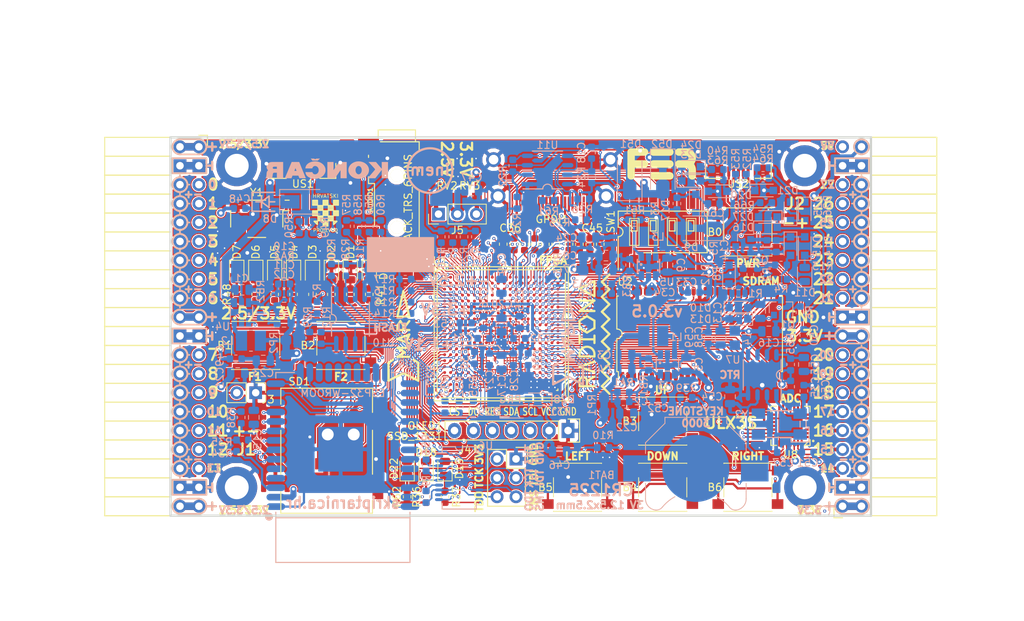
<source format=kicad_pcb>
(kicad_pcb (version 20171130) (host pcbnew 5.0.0+dfsg1-2)
  (title_block (rev v3.0.4))
  (layers (0 F.Cu signal) (1 In1.Cu signal) (2 In2.Cu signal) (31 B.Cu signal) (34 B.Paste user) (35 F.Paste user) (36 B.SilkS user) (37 F.SilkS user) (38 B.Mask user) (39 F.Mask user) (44 Edge.Cuts user))
  (net 0 "")
  (net 1 GND)
  (net 2 +5V)
  (net 3 /gpio/IN5V)
  (net 4 /gpio/OUT5V)
  (net 5 +3V3)
  (net 6 BTN_D)
  (net 7 BTN_F1)
  (net 8 BTN_F2)
  (net 9 BTN_L)
  (net 10 BTN_R)
  (net 11 BTN_U)
  (net 12 /power/FB1)
  (net 13 +2V5)
  (net 14 /power/PWREN)
  (net 15 /power/FB3)
  (net 16 /power/FB2)
  (net 17 /power/VBAT)
  (net 18 JTAG_TDI)
  (net 19 JTAG_TCK)
  (net 20 JTAG_TMS)
  (net 21 JTAG_TDO)
  (net 22 /power/WAKEUPn)
  (net 23 /power/WKUP)
  (net 24 /power/SHUT)
  (net 25 /power/WAKE)
  (net 26 /power/HOLD)
  (net 27 /power/WKn)
  (net 28 /power/OSCI_32k)
  (net 29 /power/OSCO_32k)
  (net 30 SHUTDOWN)
  (net 31 GPDI_SDA)
  (net 32 GPDI_SCL)
  (net 33 /gpdi/VREF2)
  (net 34 SD_CMD)
  (net 35 SD_CLK)
  (net 36 SD_D0)
  (net 37 SD_D1)
  (net 38 USB5V)
  (net 39 GPDI_CEC)
  (net 40 nRESET)
  (net 41 FTDI_nDTR)
  (net 42 SDRAM_CKE)
  (net 43 SDRAM_A7)
  (net 44 SDRAM_D15)
  (net 45 SDRAM_BA1)
  (net 46 SDRAM_D7)
  (net 47 SDRAM_A6)
  (net 48 SDRAM_CLK)
  (net 49 SDRAM_D13)
  (net 50 SDRAM_BA0)
  (net 51 SDRAM_D6)
  (net 52 SDRAM_A5)
  (net 53 SDRAM_D14)
  (net 54 SDRAM_A11)
  (net 55 SDRAM_D12)
  (net 56 SDRAM_D5)
  (net 57 SDRAM_A4)
  (net 58 SDRAM_A10)
  (net 59 SDRAM_D11)
  (net 60 SDRAM_A3)
  (net 61 SDRAM_D4)
  (net 62 SDRAM_D10)
  (net 63 SDRAM_D9)
  (net 64 SDRAM_A9)
  (net 65 SDRAM_D3)
  (net 66 SDRAM_D8)
  (net 67 SDRAM_A8)
  (net 68 SDRAM_A2)
  (net 69 SDRAM_A1)
  (net 70 SDRAM_A0)
  (net 71 SDRAM_D2)
  (net 72 SDRAM_D1)
  (net 73 SDRAM_D0)
  (net 74 SDRAM_DQM0)
  (net 75 SDRAM_nCS)
  (net 76 SDRAM_nRAS)
  (net 77 SDRAM_DQM1)
  (net 78 SDRAM_nCAS)
  (net 79 SDRAM_nWE)
  (net 80 /flash/FLASH_nWP)
  (net 81 /flash/FLASH_nHOLD)
  (net 82 /flash/FLASH_MOSI)
  (net 83 /flash/FLASH_MISO)
  (net 84 /flash/FLASH_SCK)
  (net 85 /flash/FLASH_nCS)
  (net 86 /flash/FPGA_PROGRAMN)
  (net 87 /flash/FPGA_DONE)
  (net 88 /flash/FPGA_INITN)
  (net 89 OLED_RES)
  (net 90 OLED_DC)
  (net 91 OLED_CS)
  (net 92 WIFI_EN)
  (net 93 FTDI_nRTS)
  (net 94 FTDI_TXD)
  (net 95 FTDI_RXD)
  (net 96 WIFI_RXD)
  (net 97 WIFI_GPIO0)
  (net 98 WIFI_TXD)
  (net 99 USB_FTDI_D+)
  (net 100 USB_FTDI_D-)
  (net 101 SD_D3)
  (net 102 AUDIO_L3)
  (net 103 AUDIO_L2)
  (net 104 AUDIO_L1)
  (net 105 AUDIO_L0)
  (net 106 AUDIO_R3)
  (net 107 AUDIO_R2)
  (net 108 AUDIO_R1)
  (net 109 AUDIO_R0)
  (net 110 OLED_CLK)
  (net 111 OLED_MOSI)
  (net 112 LED0)
  (net 113 LED1)
  (net 114 LED2)
  (net 115 LED3)
  (net 116 LED4)
  (net 117 LED5)
  (net 118 LED6)
  (net 119 LED7)
  (net 120 BTN_PWRn)
  (net 121 FTDI_nTXLED)
  (net 122 FTDI_nSLEEP)
  (net 123 /blinkey/LED_PWREN)
  (net 124 /blinkey/LED_TXLED)
  (net 125 /sdcard/SD3V3)
  (net 126 SD_D2)
  (net 127 CLK_25MHz)
  (net 128 /blinkey/BTNPUL)
  (net 129 /blinkey/BTNPUR)
  (net 130 USB_FPGA_D+)
  (net 131 /power/FTDI_nSUSPEND)
  (net 132 /blinkey/ALED0)
  (net 133 /blinkey/ALED1)
  (net 134 /blinkey/ALED2)
  (net 135 /blinkey/ALED3)
  (net 136 /blinkey/ALED4)
  (net 137 /blinkey/ALED5)
  (net 138 /blinkey/ALED6)
  (net 139 /blinkey/ALED7)
  (net 140 /usb/FTD-)
  (net 141 /usb/FTD+)
  (net 142 ADC_MISO)
  (net 143 ADC_MOSI)
  (net 144 ADC_CSn)
  (net 145 ADC_SCLK)
  (net 146 SW3)
  (net 147 SW2)
  (net 148 SW1)
  (net 149 USB_FPGA_D-)
  (net 150 /usb/FPD+)
  (net 151 /usb/FPD-)
  (net 152 WIFI_GPIO16)
  (net 153 /usb/ANT_433MHz)
  (net 154 PROG_DONE)
  (net 155 /power/P3V3)
  (net 156 /power/P2V5)
  (net 157 /power/L1)
  (net 158 /power/L3)
  (net 159 /power/L2)
  (net 160 FTDI_TXDEN)
  (net 161 SDRAM_A12)
  (net 162 /analog/AUDIO_V)
  (net 163 AUDIO_V3)
  (net 164 AUDIO_V2)
  (net 165 AUDIO_V1)
  (net 166 AUDIO_V0)
  (net 167 /blinkey/LED_WIFI)
  (net 168 /power/P1V1)
  (net 169 +1V1)
  (net 170 SW4)
  (net 171 /blinkey/SWPU)
  (net 172 /wifi/WIFIEN)
  (net 173 FT2V5)
  (net 174 GN0)
  (net 175 GP0)
  (net 176 GN1)
  (net 177 GP1)
  (net 178 GN2)
  (net 179 GP2)
  (net 180 GN3)
  (net 181 GP3)
  (net 182 GN4)
  (net 183 GP4)
  (net 184 GN5)
  (net 185 GP5)
  (net 186 GN6)
  (net 187 GP6)
  (net 188 GN14)
  (net 189 GP14)
  (net 190 GN15)
  (net 191 GP15)
  (net 192 GN16)
  (net 193 GP16)
  (net 194 GN17)
  (net 195 GP17)
  (net 196 GN18)
  (net 197 GP18)
  (net 198 GN19)
  (net 199 GP19)
  (net 200 GN20)
  (net 201 GP20)
  (net 202 GN21)
  (net 203 GP21)
  (net 204 GN22)
  (net 205 GP22)
  (net 206 GN23)
  (net 207 GP23)
  (net 208 GN24)
  (net 209 GP24)
  (net 210 GN25)
  (net 211 GP25)
  (net 212 GN26)
  (net 213 GP26)
  (net 214 GN27)
  (net 215 GP27)
  (net 216 GN7)
  (net 217 GP7)
  (net 218 GN8)
  (net 219 GP8)
  (net 220 GN9)
  (net 221 GP9)
  (net 222 GN10)
  (net 223 GP10)
  (net 224 GN11)
  (net 225 GP11)
  (net 226 GN12)
  (net 227 GP12)
  (net 228 GN13)
  (net 229 GP13)
  (net 230 WIFI_GPIO5)
  (net 231 WIFI_GPIO17)
  (net 232 USB_FPGA_PULL_D+)
  (net 233 USB_FPGA_PULL_D-)
  (net 234 "Net-(D23-Pad2)")
  (net 235 "Net-(D24-Pad1)")
  (net 236 "Net-(D25-Pad2)")
  (net 237 "Net-(D26-Pad1)")
  (net 238 /gpdi/GPDI_ETH+)
  (net 239 FPDI_ETH+)
  (net 240 /gpdi/GPDI_ETH-)
  (net 241 FPDI_ETH-)
  (net 242 /gpdi/GPDI_D2-)
  (net 243 FPDI_D2-)
  (net 244 /gpdi/GPDI_D1-)
  (net 245 FPDI_D1-)
  (net 246 /gpdi/GPDI_D0-)
  (net 247 FPDI_D0-)
  (net 248 /gpdi/GPDI_CLK-)
  (net 249 FPDI_CLK-)
  (net 250 /gpdi/GPDI_D2+)
  (net 251 FPDI_D2+)
  (net 252 /gpdi/GPDI_D1+)
  (net 253 FPDI_D1+)
  (net 254 /gpdi/GPDI_D0+)
  (net 255 FPDI_D0+)
  (net 256 /gpdi/GPDI_CLK+)
  (net 257 FPDI_CLK+)
  (net 258 FPDI_SDA)
  (net 259 FPDI_SCL)
  (net 260 /gpdi/FPDI_CEC)
  (net 261 2V5_3V3)
  (net 262 /usb/US2VBUS)
  (net 263 /power/SHD)
  (net 264 /power/RTCVDD)
  (net 265 "Net-(D27-Pad2)")
  (net 266 US2_ID)
  (net 267 /analog/AUDIO_L)
  (net 268 /analog/AUDIO_R)
  (net 269 /analog/ADC3V3)
  (net 270 PWRBTn)
  (net 271 USER_PROGRAMN)
  (net 272 "Net-(AUDIO1-Pad5)")
  (net 273 "Net-(AUDIO1-Pad6)")
  (net 274 "Net-(U1-PadW18)")
  (net 275 "Net-(U1-PadW17)")
  (net 276 "Net-(U1-PadW14)")
  (net 277 "Net-(U1-PadW13)")
  (net 278 "Net-(U1-PadW9)")
  (net 279 "Net-(U1-PadW8)")
  (net 280 "Net-(U1-PadW5)")
  (net 281 "Net-(U1-PadW4)")
  (net 282 "Net-(U1-PadT16)")
  (net 283 "Net-(U1-PadR3)")
  (net 284 SD_WP)
  (net 285 SD_CD)
  (net 286 "Net-(U1-PadM5)")
  (net 287 FTDI_nRXLED)
  (net 288 "Net-(U1-PadK17)")
  (net 289 "Net-(U1-PadK16)")
  (net 290 "Net-(U1-PadK5)")
  (net 291 "Net-(U1-PadJ5)")
  (net 292 "Net-(U1-PadJ4)")
  (net 293 "Net-(U1-PadE11)")
  (net 294 "Net-(U1-PadE10)")
  (net 295 "Net-(U1-PadE9)")
  (net 296 "Net-(U1-PadE6)")
  (net 297 "Net-(U1-PadD12)")
  (net 298 "Net-(U1-PadD11)")
  (net 299 "Net-(U1-PadD10)")
  (net 300 "Net-(U1-PadD9)")
  (net 301 "Net-(U1-PadC9)")
  (net 302 "Net-(U1-PadA15)")
  (net 303 "Net-(U8-Pad25)")
  (net 304 "Net-(U8-Pad12)")
  (net 305 "Net-(U9-Pad32)")
  (net 306 "Net-(U9-Pad22)")
  (net 307 "Net-(U9-Pad21)")
  (net 308 "Net-(U9-Pad20)")
  (net 309 "Net-(U9-Pad19)")
  (net 310 "Net-(U9-Pad18)")
  (net 311 "Net-(U9-Pad17)")
  (net 312 "Net-(U9-Pad12)")
  (net 313 "Net-(U9-Pad5)")
  (net 314 "Net-(U9-Pad4)")
  (net 315 "Net-(US1-Pad4)")
  (net 316 "Net-(Y2-Pad3)")
  (net 317 "Net-(Y2-Pad2)")
  (module ft231x:FT231X-SSOP-20_4.4x6.5mm_Pitch0.65mm (layer B.Cu) (at 132.835 107.14 180)
    (fp_text reference U6 (at -3.556 4.318 180) (layer B.SilkS) (effects (justify mirror)))
    (fp_text value FT231XS hide)
    (pad 20 smd oval (at 2.7 2.925 180) (size 1.1 0.4) (layers B.Cu B.Paste B.Mask) (net 94 FTDI_TXD))
    (pad 19 smd oval (at 2.7 2.275 180) (size 1.1 0.4) (layers B.Cu B.Paste B.Mask) (net 122 FTDI_nSLEEP))
    (pad 18 smd oval (at 2.7 1.625 180) (size 1.1 0.4) (layers B.Cu B.Paste B.Mask) (net 160 FTDI_TXDEN))
    (pad 17 smd oval (at 2.7 0.975 180) (size 1.1 0.4) (layers B.Cu B.Paste B.Mask) (net 287 FTDI_nRXLED))
    (pad 16 smd oval (at 2.7 0.325 180) (size 1.1 0.4) (layers B.Cu B.Paste B.Mask) (net 1 GND))
    (pad 15 smd oval (at 2.7 -0.325 180) (size 1.1 0.4) (layers B.Cu B.Paste B.Mask) (net 38 USB5V))
    (pad 14 smd oval (at 2.7 -0.975 180) (size 1.1 0.4) (layers B.Cu B.Paste B.Mask) (net 40 nRESET))
    (pad 13 smd oval (at 2.7 -1.625 180) (size 1.1 0.4) (layers B.Cu B.Paste B.Mask) (net 173 FT2V5))
    (pad 12 smd oval (at 2.7 -2.275 180) (size 1.1 0.4) (layers B.Cu B.Paste B.Mask) (net 100 USB_FTDI_D-))
    (pad 11 smd oval (at 2.7 -2.925 180) (size 1.1 0.4) (layers B.Cu B.Paste B.Mask) (net 99 USB_FTDI_D+))
    (pad 10 smd oval (at -2.7 -2.925 180) (size 1.1 0.4) (layers B.Cu B.Paste B.Mask) (net 121 FTDI_nTXLED))
    (pad 9 smd oval (at -2.7 -2.275 180) (size 1.1 0.4) (layers B.Cu B.Paste B.Mask) (net 21 JTAG_TDO))
    (pad 8 smd oval (at -2.7 -1.625 180) (size 1.1 0.4) (layers B.Cu B.Paste B.Mask) (net 20 JTAG_TMS))
    (pad 7 smd oval (at -2.7 -0.975 180) (size 1.1 0.4) (layers B.Cu B.Paste B.Mask) (net 19 JTAG_TCK))
    (pad 6 smd oval (at -2.7 -0.325 180) (size 1.1 0.4) (layers B.Cu B.Paste B.Mask) (net 1 GND))
    (pad 5 smd oval (at -2.7 0.325 180) (size 1.1 0.4) (layers B.Cu B.Paste B.Mask) (net 18 JTAG_TDI))
    (pad 4 smd oval (at -2.7 0.975 180) (size 1.1 0.4) (layers B.Cu B.Paste B.Mask) (net 95 FTDI_RXD))
    (pad 3 smd oval (at -2.7 1.625 180) (size 1.1 0.4) (layers B.Cu B.Paste B.Mask) (net 173 FT2V5))
    (pad 2 smd oval (at -2.7 2.275 180) (size 1.1 0.4) (layers B.Cu B.Paste B.Mask) (net 93 FTDI_nRTS))
    (pad 1 smd rect (at -2.7 2.925 180) (size 1.1 0.4) (layers B.Cu B.Paste B.Mask) (net 41 FTDI_nDTR))
  )
  (module micro-sd-schd3a0100:SCHD3A100 (layer F.Cu) (at 115.05 103.5 270)
    (fp_text reference SD1 (at -9.296 3.663 180) (layer F.SilkS))
    (fp_text value SCHD3A0100 hide)
    (pad 1 smd rect (at 1.75 -3.2) (size 0.7 1.5) (layers F.Cu F.Paste F.Mask) (net 126 SD_D2))
    (pad 2 smd rect (at 1.75 -2.1) (size 0.7 1.5) (layers F.Cu F.Paste F.Mask) (net 101 SD_D3))
    (pad 3 smd rect (at 1.75 -1) (size 0.7 1.5) (layers F.Cu F.Paste F.Mask) (net 34 SD_CMD))
    (pad 4 smd rect (at 1.75 0.1) (size 0.7 1.5) (layers F.Cu F.Paste F.Mask) (net 125 /sdcard/SD3V3))
    (pad 5 smd rect (at 1.75 1.2) (size 0.7 1.5) (layers F.Cu F.Paste F.Mask) (net 35 SD_CLK))
    (pad 6 smd rect (at 1.75 2.3) (size 0.7 1.5) (layers F.Cu F.Paste F.Mask) (net 1 GND))
    (pad 7 smd rect (at 1.75 3.4) (size 0.7 1.5) (layers F.Cu F.Paste F.Mask) (net 36 SD_D0))
    (pad 8 smd rect (at 1.75 4.5) (size 0.7 1.5) (layers F.Cu F.Paste F.Mask) (net 37 SD_D1))
    (pad 10 smd rect (at 6.05 -6.875) (size 1.45 0.9) (layers F.Cu F.Paste F.Mask) (net 1 GND))
    (pad 11 smd rect (at -5.65 6.875 90) (size 0.9 1.45) (layers F.Cu F.Paste F.Mask) (net 1 GND))
    (pad 9 smd rect (at 4.35 6.875) (size 1.45 2) (layers F.Cu F.Paste F.Mask) (net 1 GND))
    (pad 9 smd rect (at 4.35 -6.875) (size 1.45 2) (layers F.Cu F.Paste F.Mask) (net 1 GND))
    (pad 9 smd rect (at -3.95 -6.875) (size 1.45 2) (layers F.Cu F.Paste F.Mask) (net 1 GND))
    (pad 9 smd rect (at -3.95 6.875) (size 1.45 2) (layers F.Cu F.Paste F.Mask) (net 1 GND))
  )
  (module oscxo:Crystal_SMD_7050_4Pads (layer F.Cu) (at 105.672 72.36 180)
    (fp_text reference Y1 (at 0 3.556 180) (layer F.SilkS))
    (fp_text value FNETHE025 hide)
    (pad 1 smd rect (at -2.54 2.2 180) (size 2.2 1.8) (layers F.Cu F.Paste F.Mask) (net 5 +3V3))
    (pad 2 smd rect (at 2.54 2.2 180) (size 2.2 1.8) (layers F.Cu F.Paste F.Mask) (net 1 GND))
    (pad 3 smd rect (at 2.54 -2.2 180) (size 2.2 1.8) (layers F.Cu F.Paste F.Mask) (net 127 CLK_25MHz))
    (pad 4 smd rect (at -2.54 -2.2 180) (size 2.2 1.8) (layers F.Cu F.Paste F.Mask) (net 5 +3V3))
  )
  (module L_1008_1210:L_1008_1210 (layer B.Cu) (at 156.33 74.755 180)
    (fp_text reference L3 (at -3.19 -0.018 180) (layer B.SilkS) (effects (justify mirror)))
    (fp_text value 2.2uH hide)
    (pad 1 smd rect (at -1.27 0 180) (size 1.5 2.7) (layers B.Cu B.Paste B.Mask) (net 158 /power/L3))
    (pad 2 smd rect (at 1.27 0 180) (size 1.5 2.7) (layers B.Cu B.Paste B.Mask) (net 155 /power/P3V3))
  )
  (module L_1008_1210:L_1008_1210 (layer B.Cu) (at 158.87 88.09 180)
    (fp_text reference L1 (at -3.063 -0.145 180) (layer B.SilkS) (effects (justify mirror)))
    (fp_text value 2.2uH hide)
    (pad 1 smd rect (at -1.27 0 180) (size 1.5 2.7) (layers B.Cu B.Paste B.Mask) (net 157 /power/L1))
    (pad 2 smd rect (at 1.27 0 180) (size 1.5 2.7) (layers B.Cu B.Paste B.Mask) (net 168 /power/P1V1))
  )
  (module L_1008_1210:L_1008_1210 (layer B.Cu) (at 104.895 88.725)
    (fp_text reference L2 (at -3.16 0.018) (layer B.SilkS) (effects (justify mirror)))
    (fp_text value 2.2uH hide)
    (pad 1 smd rect (at -1.27 0) (size 1.5 2.7) (layers B.Cu B.Paste B.Mask) (net 159 /power/L2))
    (pad 2 smd rect (at 1.27 0) (size 1.5 2.7) (layers B.Cu B.Paste B.Mask) (net 156 /power/P2V5))
  )
  (module abs25:Crystal_SMD_ABS25 (layer B.Cu) (at 175.776 99.922 180)
    (fp_text reference Y2 (at 5.08 1.273 180) (layer B.SilkS) (effects (justify mirror)))
    (fp_text value 32768Hz hide)
    (pad 4 smd rect (at -2.8 1.4 180) (size 1.8 1.4) (layers B.Cu B.Paste B.Mask) (net 28 /power/OSCI_32k))
    (pad 3 smd rect (at 2.8 1.4 180) (size 1.8 1.4) (layers B.Cu B.Paste B.Mask) (net 316 "Net-(Y2-Pad3)"))
    (pad 2 smd rect (at 2.8 -1.4 180) (size 1.8 1.4) (layers B.Cu B.Paste B.Mask) (net 317 "Net-(Y2-Pad2)"))
    (pad 1 smd rect (at -2.8 -1.4 180) (size 1.8 1.4) (layers B.Cu B.Paste B.Mask) (net 29 /power/OSCO_32k))
  )
  (module Keystone_3000_1x12mm-CoinCell:Keystone_3000_1x12mm-CoinCell (layer B.Cu) (at 164.585 105.87 90)
    (fp_text reference BAT1 (at -0.907 -12.685 180) (layer B.SilkS) (effects (justify mirror)))
    (fp_text value CR1225 hide)
    (pad 1 smd rect (at 0 7.9 180) (size 3.7 3.5) (layers B.Cu B.Paste B.Mask) (net 17 /power/VBAT) (clearance 0.7))
    (pad 1 smd rect (at 0 -7.9 180) (size 3.7 3.5) (layers B.Cu B.Paste B.Mask) (net 17 /power/VBAT) (clearance 0.7))
    (pad 2 smd circle (at 0 0 180) (size 9 9) (layers B.Cu B.Mask) (net 1 GND))
  )
  (module audio-jack:CUI_SJ-43516-SMT (layer F.Cu) (at 124.468 69.518)
    (fp_text reference AUDIO1 (at -3.560502 0.28335 270) (layer F.SilkS) (effects (font (size 0.6096 0.6096) (thickness 0.1524))))
    (fp_text value JACK_TRS_6PINS (at 1.519498 0.28335 270) (layer F.SilkS))
    (pad 1 smd rect (at -3.8 -6.9 270) (size 2 2.8) (layers F.Cu F.Paste F.Mask) (net 1 GND))
    (pad 4 smd rect (at -3.8 -4.1 270) (size 2.2 2.8) (layers F.Cu F.Paste F.Mask) (net 162 /analog/AUDIO_V))
    (pad 2 smd rect (at -3.8 5.3 270) (size 2.8 2.8) (layers F.Cu F.Paste F.Mask) (net 267 /analog/AUDIO_L))
    (pad 5 smd rect (at 0.75 9.4 270) (size 2.8 2.8) (layers F.Cu F.Paste F.Mask) (net 272 "Net-(AUDIO1-Pad5)"))
    (pad 3 smd rect (at 3.8 -2.2 270) (size 2.2 2.8) (layers F.Cu F.Paste F.Mask) (net 268 /analog/AUDIO_R))
    (pad 6 smd rect (at 3.8 -5 270) (size 2 2.8) (layers F.Cu F.Paste F.Mask) (net 273 "Net-(AUDIO1-Pad6)"))
    (pad "" np_thru_hole circle (at 0 -3 270) (size 1.7 1.7) (drill 1.7) (layers *.Cu *.Mask F.SilkS) (clearance 0.4))
    (pad "" np_thru_hole circle (at 0 4 270) (size 1.7 1.7) (drill 1.7) (layers *.Cu *.Mask F.SilkS) (clearance 0.4))
  )
  (module usb_otg:USB-MICRO-B-FCI-10118192-0001LF (layer F.Cu) (at 170.3 63.325 180)
    (fp_text reference US2 (at 0 -4.336 180) (layer F.SilkS))
    (fp_text value MICRO_USB hide)
    (pad 6 smd rect (at 3.8 0 180) (size 1.8 1.9) (layers F.Cu F.Paste F.Mask) (net 1 GND))
    (pad 6 smd rect (at -3.8 0 180) (size 1.8 1.9) (layers F.Cu F.Paste F.Mask) (net 1 GND))
    (pad 5 smd rect (at 1.3 -2.675 180) (size 0.4 1.35) (layers F.Cu F.Paste F.Mask) (net 1 GND))
    (pad 4 smd rect (at 0.65 -2.675 180) (size 0.4 1.35) (layers F.Cu F.Paste F.Mask) (net 266 US2_ID))
    (pad 3 smd rect (at 0 -2.675 180) (size 0.4 1.35) (layers F.Cu F.Paste F.Mask) (net 150 /usb/FPD+))
    (pad 2 smd rect (at -0.65 -2.675 180) (size 0.4 1.35) (layers F.Cu F.Paste F.Mask) (net 151 /usb/FPD-))
    (pad 1 smd rect (at -1.3 -2.675 180) (size 0.4 1.35) (layers F.Cu F.Paste F.Mask) (net 262 /usb/US2VBUS))
    (pad 6 smd rect (at 1.2 0 180) (size 1.9 1.9) (layers F.Cu F.Paste F.Mask) (net 1 GND))
    (pad 6 smd rect (at -1.2 0 180) (size 1.9 1.9) (layers F.Cu F.Paste F.Mask) (net 1 GND))
    (pad 6 smd rect (at 3.1 -2.55 180) (size 2.1 1.6) (layers F.Cu F.Paste F.Mask) (net 1 GND))
    (pad 6 smd rect (at -3.1 -2.55 180) (size 2.1 1.6) (layers F.Cu F.Paste F.Mask) (net 1 GND))
  )
  (module usb_otg:USB-MICRO-B-FCI-10118192-0001LF (layer F.Cu) (at 111.88 63.325 180)
    (fp_text reference US1 (at 0 -4.336 180) (layer F.SilkS))
    (fp_text value MICRO_USB hide)
    (pad 6 smd rect (at 3.8 0 180) (size 1.8 1.9) (layers F.Cu F.Paste F.Mask) (net 1 GND))
    (pad 6 smd rect (at -3.8 0 180) (size 1.8 1.9) (layers F.Cu F.Paste F.Mask) (net 1 GND))
    (pad 5 smd rect (at 1.3 -2.675 180) (size 0.4 1.35) (layers F.Cu F.Paste F.Mask) (net 1 GND))
    (pad 4 smd rect (at 0.65 -2.675 180) (size 0.4 1.35) (layers F.Cu F.Paste F.Mask) (net 315 "Net-(US1-Pad4)"))
    (pad 3 smd rect (at 0 -2.675 180) (size 0.4 1.35) (layers F.Cu F.Paste F.Mask) (net 141 /usb/FTD+))
    (pad 2 smd rect (at -0.65 -2.675 180) (size 0.4 1.35) (layers F.Cu F.Paste F.Mask) (net 140 /usb/FTD-))
    (pad 1 smd rect (at -1.3 -2.675 180) (size 0.4 1.35) (layers F.Cu F.Paste F.Mask) (net 38 USB5V))
    (pad 6 smd rect (at 1.2 0 180) (size 1.9 1.9) (layers F.Cu F.Paste F.Mask) (net 1 GND))
    (pad 6 smd rect (at -1.2 0 180) (size 1.9 1.9) (layers F.Cu F.Paste F.Mask) (net 1 GND))
    (pad 6 smd rect (at 3.1 -2.55 180) (size 2.1 1.6) (layers F.Cu F.Paste F.Mask) (net 1 GND))
    (pad 6 smd rect (at -3.1 -2.55 180) (size 2.1 1.6) (layers F.Cu F.Paste F.Mask) (net 1 GND))
  )
  (module dipswitch:SW_DIP_x4_W8.61mm_Slide_LowProfile (layer F.Cu) (at 160.14 74.12 90)
    (fp_text reference SW1 (at 1.379 -6.97 90) (layer F.SilkS))
    (fp_text value SW_DIP_x04 hide)
    (pad 8 smd rect (at 4.305 -3.81 90) (size 2.44 1.12) (layers F.Cu F.Paste F.Mask) (net 148 SW1))
    (pad 4 smd rect (at -4.305 3.81 90) (size 2.44 1.12) (layers F.Cu F.Paste F.Mask) (net 171 /blinkey/SWPU))
    (pad 7 smd rect (at 4.305 -1.27 90) (size 2.44 1.12) (layers F.Cu F.Paste F.Mask) (net 147 SW2))
    (pad 3 smd rect (at -4.305 1.27 90) (size 2.44 1.12) (layers F.Cu F.Paste F.Mask) (net 171 /blinkey/SWPU))
    (pad 6 smd rect (at 4.305 1.27 90) (size 2.44 1.12) (layers F.Cu F.Paste F.Mask) (net 146 SW3))
    (pad 2 smd rect (at -4.305 -1.27 90) (size 2.44 1.12) (layers F.Cu F.Paste F.Mask) (net 171 /blinkey/SWPU))
    (pad 5 smd rect (at 4.305 3.81 90) (size 2.44 1.12) (layers F.Cu F.Paste F.Mask) (net 170 SW4))
    (pad 1 smd rect (at -4.305 -3.81 90) (size 2.44 1.12) (layers F.Cu F.Paste F.Mask) (net 171 /blinkey/SWPU))
  )
  (module conn-fci:CONN-10029449-111RLF (layer F.Cu) (at 145.296 69.312 180)
    (fp_text reference GPDI1 (at 0 -3.1115 180) (layer F.SilkS))
    (fp_text value GPDI-D hide)
    (pad 19 smd rect (at -4.25 -1 180) (size 0.3 1.9) (layers F.Cu F.Paste F.Mask) (net 240 /gpdi/GPDI_ETH-))
    (pad 18 smd rect (at -3.75 -1 180) (size 0.3 1.9) (layers F.Cu F.Paste F.Mask) (net 2 +5V))
    (pad 17 smd rect (at -3.25 -1 180) (size 0.3 1.9) (layers F.Cu F.Paste F.Mask) (net 1 GND))
    (pad 16 smd rect (at -2.75 -1 180) (size 0.3 1.9) (layers F.Cu F.Paste F.Mask) (net 31 GPDI_SDA))
    (pad 15 smd rect (at -2.25 -1 180) (size 0.3 1.9) (layers F.Cu F.Paste F.Mask) (net 32 GPDI_SCL))
    (pad 14 smd rect (at -1.75 -1 180) (size 0.3 1.9) (layers F.Cu F.Paste F.Mask) (net 238 /gpdi/GPDI_ETH+))
    (pad 13 smd rect (at -1.25 -1 180) (size 0.3 1.9) (layers F.Cu F.Paste F.Mask) (net 39 GPDI_CEC))
    (pad 12 smd rect (at -0.75 -1 180) (size 0.3 1.9) (layers F.Cu F.Paste F.Mask) (net 248 /gpdi/GPDI_CLK-))
    (pad 11 smd rect (at -0.25 -1 180) (size 0.3 1.9) (layers F.Cu F.Paste F.Mask) (net 1 GND))
    (pad 10 smd rect (at 0.25 -1 180) (size 0.3 1.9) (layers F.Cu F.Paste F.Mask) (net 256 /gpdi/GPDI_CLK+))
    (pad 9 smd rect (at 0.75 -1 180) (size 0.3 1.9) (layers F.Cu F.Paste F.Mask) (net 246 /gpdi/GPDI_D0-))
    (pad 8 smd rect (at 1.25 -1 180) (size 0.3 1.9) (layers F.Cu F.Paste F.Mask) (net 1 GND))
    (pad 7 smd rect (at 1.75 -1 180) (size 0.3 1.9) (layers F.Cu F.Paste F.Mask) (net 254 /gpdi/GPDI_D0+))
    (pad 6 smd rect (at 2.25 -1 180) (size 0.3 1.9) (layers F.Cu F.Paste F.Mask) (net 244 /gpdi/GPDI_D1-))
    (pad 5 smd rect (at 2.75 -1 180) (size 0.3 1.9) (layers F.Cu F.Paste F.Mask) (net 1 GND))
    (pad 4 smd rect (at 3.25 -1 180) (size 0.3 1.9) (layers F.Cu F.Paste F.Mask) (net 252 /gpdi/GPDI_D1+))
    (pad 3 smd rect (at 3.75 -1 180) (size 0.3 1.9) (layers F.Cu F.Paste F.Mask) (net 242 /gpdi/GPDI_D2-))
    (pad 2 smd rect (at 4.25 -1 180) (size 0.3 1.9) (layers F.Cu F.Paste F.Mask) (net 1 GND))
    (pad 1 smd rect (at 4.75 -1 180) (size 0.3 1.9) (layers F.Cu F.Paste F.Mask) (net 250 /gpdi/GPDI_D2+))
    (pad 0 thru_hole circle (at -7.25 0 180) (size 2 2) (drill 1.3) (layers *.Cu *.Mask) (net 1 GND))
    (pad 0 thru_hole circle (at 7.25 0 180) (size 2 2) (drill 1.3) (layers *.Cu *.Mask) (net 1 GND))
    (pad 0 thru_hole circle (at -7.85 4.9 180) (size 2 2) (drill 1.3) (layers *.Cu *.Mask) (net 1 GND))
    (pad 0 thru_hole circle (at 7.85 4.9 180) (size 2 2) (drill 1.3) (layers *.Cu *.Mask) (net 1 GND))
  )
  (module TSOP54:TSOP54 (layer F.Cu) (at 165.093 87.8 90)
    (fp_text reference U2 (at 6.98 -9.993 180) (layer F.SilkS))
    (fp_text value MT48LC16M16A2TG hide)
    (pad 28 smd oval (at 5.73 10.4 90) (size 1.2 0.56) (layers F.Cu F.Paste F.Mask) (net 1 GND))
    (pad 1 smd rect (at -5.73 -10.4 90) (size 1.2 0.56) (layers F.Cu F.Paste F.Mask) (net 5 +3V3))
    (pad 2 smd oval (at -5.73 -9.6 90) (size 1.2 0.56) (layers F.Cu F.Paste F.Mask) (net 73 SDRAM_D0))
    (pad 3 smd oval (at -5.73 -8.8 90) (size 1.2 0.56) (layers F.Cu F.Paste F.Mask) (net 5 +3V3))
    (pad 4 smd oval (at -5.73 -8 90) (size 1.2 0.56) (layers F.Cu F.Paste F.Mask) (net 72 SDRAM_D1))
    (pad 5 smd oval (at -5.73 -7.2 90) (size 1.2 0.56) (layers F.Cu F.Paste F.Mask) (net 71 SDRAM_D2))
    (pad 6 smd oval (at -5.73 -6.4 90) (size 1.2 0.56) (layers F.Cu F.Paste F.Mask) (net 1 GND))
    (pad 7 smd oval (at -5.73 -5.6 90) (size 1.2 0.56) (layers F.Cu F.Paste F.Mask) (net 65 SDRAM_D3))
    (pad 8 smd oval (at -5.73 -4.8 90) (size 1.2 0.56) (layers F.Cu F.Paste F.Mask) (net 61 SDRAM_D4))
    (pad 9 smd oval (at -5.73 -4 90) (size 1.2 0.56) (layers F.Cu F.Paste F.Mask) (net 5 +3V3))
    (pad 10 smd oval (at -5.73 -3.2 90) (size 1.2 0.56) (layers F.Cu F.Paste F.Mask) (net 56 SDRAM_D5))
    (pad 11 smd oval (at -5.73 -2.4 90) (size 1.2 0.56) (layers F.Cu F.Paste F.Mask) (net 51 SDRAM_D6))
    (pad 12 smd oval (at -5.73 -1.6 90) (size 1.2 0.56) (layers F.Cu F.Paste F.Mask) (net 1 GND))
    (pad 13 smd oval (at -5.73 -0.8 90) (size 1.2 0.56) (layers F.Cu F.Paste F.Mask) (net 46 SDRAM_D7))
    (pad 14 smd oval (at -5.73 0 90) (size 1.2 0.56) (layers F.Cu F.Paste F.Mask) (net 5 +3V3))
    (pad 15 smd oval (at -5.73 0.8 90) (size 1.2 0.56) (layers F.Cu F.Paste F.Mask) (net 74 SDRAM_DQM0))
    (pad 16 smd oval (at -5.73 1.6 90) (size 1.2 0.56) (layers F.Cu F.Paste F.Mask) (net 79 SDRAM_nWE))
    (pad 17 smd oval (at -5.73 2.4 90) (size 1.2 0.56) (layers F.Cu F.Paste F.Mask) (net 78 SDRAM_nCAS))
    (pad 18 smd oval (at -5.73 3.2 90) (size 1.2 0.56) (layers F.Cu F.Paste F.Mask) (net 76 SDRAM_nRAS))
    (pad 19 smd oval (at -5.73 4 90) (size 1.2 0.56) (layers F.Cu F.Paste F.Mask) (net 75 SDRAM_nCS))
    (pad 20 smd oval (at -5.73 4.8 90) (size 1.2 0.56) (layers F.Cu F.Paste F.Mask) (net 50 SDRAM_BA0))
    (pad 21 smd oval (at -5.73 5.6 90) (size 1.2 0.56) (layers F.Cu F.Paste F.Mask) (net 45 SDRAM_BA1))
    (pad 22 smd oval (at -5.73 6.4 90) (size 1.2 0.56) (layers F.Cu F.Paste F.Mask) (net 58 SDRAM_A10))
    (pad 23 smd oval (at -5.73 7.2 90) (size 1.2 0.56) (layers F.Cu F.Paste F.Mask) (net 70 SDRAM_A0))
    (pad 24 smd oval (at -5.73 8 90) (size 1.2 0.56) (layers F.Cu F.Paste F.Mask) (net 69 SDRAM_A1))
    (pad 25 smd oval (at -5.73 8.8 90) (size 1.2 0.56) (layers F.Cu F.Paste F.Mask) (net 68 SDRAM_A2))
    (pad 26 smd oval (at -5.73 9.6 90) (size 1.2 0.56) (layers F.Cu F.Paste F.Mask) (net 60 SDRAM_A3))
    (pad 27 smd oval (at -5.73 10.4 90) (size 1.2 0.56) (layers F.Cu F.Paste F.Mask) (net 5 +3V3))
    (pad 29 smd oval (at 5.73 9.6 90) (size 1.2 0.56) (layers F.Cu F.Paste F.Mask) (net 57 SDRAM_A4))
    (pad 30 smd oval (at 5.73 8.8 90) (size 1.2 0.56) (layers F.Cu F.Paste F.Mask) (net 52 SDRAM_A5))
    (pad 31 smd oval (at 5.73 8 90) (size 1.2 0.56) (layers F.Cu F.Paste F.Mask) (net 47 SDRAM_A6))
    (pad 32 smd oval (at 5.73 7.2 90) (size 1.2 0.56) (layers F.Cu F.Paste F.Mask) (net 43 SDRAM_A7))
    (pad 33 smd oval (at 5.73 6.4 90) (size 1.2 0.56) (layers F.Cu F.Paste F.Mask) (net 67 SDRAM_A8))
    (pad 34 smd oval (at 5.73 5.6 90) (size 1.2 0.56) (layers F.Cu F.Paste F.Mask) (net 64 SDRAM_A9))
    (pad 35 smd oval (at 5.73 4.8 90) (size 1.2 0.56) (layers F.Cu F.Paste F.Mask) (net 54 SDRAM_A11))
    (pad 36 smd oval (at 5.73 4 90) (size 1.2 0.56) (layers F.Cu F.Paste F.Mask) (net 161 SDRAM_A12))
    (pad 37 smd oval (at 5.73 3.2 90) (size 1.2 0.56) (layers F.Cu F.Paste F.Mask) (net 42 SDRAM_CKE))
    (pad 38 smd oval (at 5.73 2.4 90) (size 1.2 0.56) (layers F.Cu F.Paste F.Mask) (net 48 SDRAM_CLK))
    (pad 39 smd oval (at 5.73 1.6 90) (size 1.2 0.56) (layers F.Cu F.Paste F.Mask) (net 77 SDRAM_DQM1))
    (pad 40 smd oval (at 5.73 0.8 90) (size 1.2 0.56) (layers F.Cu F.Paste F.Mask))
    (pad 41 smd oval (at 5.73 0 90) (size 1.2 0.56) (layers F.Cu F.Paste F.Mask) (net 1 GND))
    (pad 42 smd oval (at 5.73 -0.8 90) (size 1.2 0.56) (layers F.Cu F.Paste F.Mask) (net 66 SDRAM_D8))
    (pad 43 smd oval (at 5.73 -1.6 90) (size 1.2 0.56) (layers F.Cu F.Paste F.Mask) (net 5 +3V3))
    (pad 44 smd oval (at 5.73 -2.4 90) (size 1.2 0.56) (layers F.Cu F.Paste F.Mask) (net 63 SDRAM_D9))
    (pad 45 smd oval (at 5.73 -3.2 90) (size 1.2 0.56) (layers F.Cu F.Paste F.Mask) (net 62 SDRAM_D10))
    (pad 46 smd oval (at 5.73 -4 90) (size 1.2 0.56) (layers F.Cu F.Paste F.Mask) (net 1 GND))
    (pad 47 smd oval (at 5.73 -4.8 90) (size 1.2 0.56) (layers F.Cu F.Paste F.Mask) (net 59 SDRAM_D11))
    (pad 48 smd oval (at 5.73 -5.6 90) (size 1.2 0.56) (layers F.Cu F.Paste F.Mask) (net 55 SDRAM_D12))
    (pad 49 smd oval (at 5.73 -6.4 90) (size 1.2 0.56) (layers F.Cu F.Paste F.Mask) (net 5 +3V3))
    (pad 50 smd oval (at 5.73 -7.2 90) (size 1.2 0.56) (layers F.Cu F.Paste F.Mask) (net 49 SDRAM_D13))
    (pad 51 smd oval (at 5.73 -8 90) (size 1.2 0.56) (layers F.Cu F.Paste F.Mask) (net 53 SDRAM_D14))
    (pad 52 smd oval (at 5.73 -8.8 90) (size 1.2 0.56) (layers F.Cu F.Paste F.Mask) (net 1 GND))
    (pad 53 smd oval (at 5.73 -9.6 90) (size 1.2 0.56) (layers F.Cu F.Paste F.Mask) (net 44 SDRAM_D15))
    (pad 54 smd oval (at 5.73 -10.4 90) (size 1.2 0.56) (layers F.Cu F.Paste F.Mask) (net 1 GND))
  )
  (module jumper:R_0805_2012Metric_Pad1.29x1.40mm_HandSolder_Jumper_NC (layer B.Cu) (at 109.609 89.632 270)
    (fp_text reference RP2 (at -0.635 1.651 270) (layer B.SilkS) (effects (justify mirror)))
    (fp_text value 0 hide)
    (fp_line (start -1 0) (end 1 0) (layer B.Cu) (width 1))
    (pad 2 smd roundrect (at 0.9675 0 270) (size 1.295 1.4) (layers B.Cu B.Mask) (net 13 +2V5))
    (pad 1 smd roundrect (at -0.9675 0 270) (size 1.295 1.4) (layers B.Cu B.Mask) (net 156 /power/P2V5))
  )
  (module jumper:R_0805_2012Metric_Pad1.29x1.40mm_HandSolder_Jumper_NC (layer B.Cu) (at 149.472 78.311 270)
    (fp_text reference RP3 (at 0 3.414 270) (layer B.SilkS) (effects (justify mirror)))
    (fp_text value 0 hide)
    (fp_line (start -1 0) (end 1 0) (layer B.Cu) (width 1))
    (pad 2 smd roundrect (at 0.9675 0 270) (size 1.295 1.4) (layers B.Cu B.Mask) (net 5 +3V3))
    (pad 1 smd roundrect (at -0.9675 0 270) (size 1.295 1.4) (layers B.Cu B.Mask) (net 155 /power/P3V3))
  )
  (module jumper:R_0805_2012Metric_Pad1.29x1.40mm_HandSolder_Jumper_NC (layer B.Cu) (at 152.281 97.361 270)
    (fp_text reference RP1 (at 0 1.65 270) (layer B.SilkS) (effects (justify mirror)))
    (fp_text value 0 hide)
    (fp_line (start -1 0) (end 1 0) (layer B.Cu) (width 1))
    (pad 2 smd roundrect (at 0.9675 0 270) (size 1.295 1.4) (layers B.Cu B.Mask) (net 169 +1V1))
    (pad 1 smd roundrect (at -0.9675 0 270) (size 1.295 1.4) (layers B.Cu B.Mask) (net 168 /power/P1V1))
  )
  (module jumper:D_SMA_Jumper_NC (layer B.Cu) (at 160.155 66.391 270)
    (fp_text reference D52 (at -4.064 0.127) (layer B.SilkS) (effects (justify mirror)))
    (fp_text value 0 hide)
    (fp_line (start -2 0) (end 2 0) (layer B.Cu) (width 1))
    (pad 2 smd roundrect (at 2 0 270) (size 2.5 1.8) (layers B.Cu B.Mask) (net 2 +5V))
    (pad 1 smd roundrect (at -2 0 270) (size 2.5 1.8) (layers B.Cu B.Mask) (net 4 /gpio/OUT5V))
  )
  (module jumper:D_SMA_Jumper_NC (layer B.Cu) (at 155.71 66.518 90)
    (fp_text reference D51 (at 4.191 0.127 180) (layer B.SilkS) (effects (justify mirror)))
    (fp_text value 0 hide)
    (fp_line (start -2 0) (end 2 0) (layer B.Cu) (width 1))
    (pad 2 smd roundrect (at 2 0 90) (size 2.5 1.8) (layers B.Cu B.Mask) (net 3 /gpio/IN5V))
    (pad 1 smd roundrect (at -2 0 90) (size 2.5 1.8) (layers B.Cu B.Mask) (net 2 +5V))
  )
  (module jumper:D_SMA_Jumper_NC (layer B.Cu) (at 164.854 73.63 180)
    (fp_text reference D9 (at 0.889 -2.54 180) (layer B.SilkS) (effects (justify mirror)))
    (fp_text value 0 hide)
    (fp_line (start -2 0) (end 2 0) (layer B.Cu) (width 1))
    (pad 2 smd roundrect (at 2 0 180) (size 2.5 1.8) (layers B.Cu B.Mask) (net 2 +5V))
    (pad 1 smd roundrect (at -2 0 180) (size 2.5 1.8) (layers B.Cu B.Mask) (net 262 /usb/US2VBUS))
  )
  (module lfe5bg381:BGA-381_pitch0.8mm_dia0.4mm (layer F.Cu) (at 138.48 87.8)
    (fp_text reference U1 (at -8.2 -9.8) (layer F.SilkS))
    (fp_text value LFE5U-85F-6BG381C hide)
    (pad Y19 smd circle (at 6.8 7.6) (size 0.4 0.4) (layers F.Cu F.Paste F.Mask) (net 1 GND))
    (pad Y17 smd circle (at 5.2 7.6) (size 0.4 0.4) (layers F.Cu F.Paste F.Mask) (net 1 GND))
    (pad Y16 smd circle (at 4.4 7.6) (size 0.4 0.4) (layers F.Cu F.Paste F.Mask) (net 1 GND))
    (pad Y15 smd circle (at 3.6 7.6) (size 0.4 0.4) (layers F.Cu F.Paste F.Mask) (net 1 GND))
    (pad Y14 smd circle (at 2.8 7.6) (size 0.4 0.4) (layers F.Cu F.Paste F.Mask) (net 1 GND))
    (pad Y12 smd circle (at 1.2 7.6) (size 0.4 0.4) (layers F.Cu F.Paste F.Mask) (net 1 GND))
    (pad Y11 smd circle (at 0.4 7.6) (size 0.4 0.4) (layers F.Cu F.Paste F.Mask) (net 1 GND))
    (pad Y8 smd circle (at -2 7.6) (size 0.4 0.4) (layers F.Cu F.Paste F.Mask) (net 1 GND))
    (pad Y7 smd circle (at -2.8 7.6) (size 0.4 0.4) (layers F.Cu F.Paste F.Mask) (net 1 GND))
    (pad Y6 smd circle (at -3.6 7.6) (size 0.4 0.4) (layers F.Cu F.Paste F.Mask) (net 1 GND))
    (pad Y5 smd circle (at -4.4 7.6) (size 0.4 0.4) (layers F.Cu F.Paste F.Mask) (net 1 GND))
    (pad Y3 smd circle (at -6 7.6) (size 0.4 0.4) (layers F.Cu F.Paste F.Mask) (net 87 /flash/FPGA_DONE))
    (pad Y2 smd circle (at -6.8 7.6) (size 0.4 0.4) (layers F.Cu F.Paste F.Mask) (net 80 /flash/FLASH_nWP))
    (pad W20 smd circle (at 7.6 6.8) (size 0.4 0.4) (layers F.Cu F.Paste F.Mask) (net 1 GND))
    (pad W19 smd circle (at 6.8 6.8) (size 0.4 0.4) (layers F.Cu F.Paste F.Mask) (net 1 GND))
    (pad W18 smd circle (at 6 6.8) (size 0.4 0.4) (layers F.Cu F.Paste F.Mask) (net 274 "Net-(U1-PadW18)"))
    (pad W17 smd circle (at 5.2 6.8) (size 0.4 0.4) (layers F.Cu F.Paste F.Mask) (net 275 "Net-(U1-PadW17)"))
    (pad W16 smd circle (at 4.4 6.8) (size 0.4 0.4) (layers F.Cu F.Paste F.Mask) (net 1 GND))
    (pad W15 smd circle (at 3.6 6.8) (size 0.4 0.4) (layers F.Cu F.Paste F.Mask) (net 1 GND))
    (pad W14 smd circle (at 2.8 6.8) (size 0.4 0.4) (layers F.Cu F.Paste F.Mask) (net 276 "Net-(U1-PadW14)"))
    (pad W13 smd circle (at 2 6.8) (size 0.4 0.4) (layers F.Cu F.Paste F.Mask) (net 277 "Net-(U1-PadW13)"))
    (pad W12 smd circle (at 1.2 6.8) (size 0.4 0.4) (layers F.Cu F.Paste F.Mask) (net 1 GND))
    (pad W11 smd circle (at 0.4 6.8) (size 0.4 0.4) (layers F.Cu F.Paste F.Mask))
    (pad W10 smd circle (at -0.4 6.8) (size 0.4 0.4) (layers F.Cu F.Paste F.Mask))
    (pad W9 smd circle (at -1.2 6.8) (size 0.4 0.4) (layers F.Cu F.Paste F.Mask) (net 278 "Net-(U1-PadW9)"))
    (pad W8 smd circle (at -2 6.8) (size 0.4 0.4) (layers F.Cu F.Paste F.Mask) (net 279 "Net-(U1-PadW8)"))
    (pad W7 smd circle (at -2.8 6.8) (size 0.4 0.4) (layers F.Cu F.Paste F.Mask) (net 1 GND))
    (pad W6 smd circle (at -3.6 6.8) (size 0.4 0.4) (layers F.Cu F.Paste F.Mask) (net 1 GND))
    (pad W5 smd circle (at -4.4 6.8) (size 0.4 0.4) (layers F.Cu F.Paste F.Mask) (net 280 "Net-(U1-PadW5)"))
    (pad W4 smd circle (at -5.2 6.8) (size 0.4 0.4) (layers F.Cu F.Paste F.Mask) (net 281 "Net-(U1-PadW4)"))
    (pad W3 smd circle (at -6 6.8) (size 0.4 0.4) (layers F.Cu F.Paste F.Mask) (net 86 /flash/FPGA_PROGRAMN))
    (pad W2 smd circle (at -6.8 6.8) (size 0.4 0.4) (layers F.Cu F.Paste F.Mask) (net 82 /flash/FLASH_MOSI))
    (pad W1 smd circle (at -7.6 6.8) (size 0.4 0.4) (layers F.Cu F.Paste F.Mask) (net 81 /flash/FLASH_nHOLD))
    (pad V20 smd circle (at 7.6 6) (size 0.4 0.4) (layers F.Cu F.Paste F.Mask) (net 1 GND))
    (pad V19 smd circle (at 6.8 6) (size 0.4 0.4) (layers F.Cu F.Paste F.Mask) (net 1 GND))
    (pad V18 smd circle (at 6 6) (size 0.4 0.4) (layers F.Cu F.Paste F.Mask) (net 1 GND))
    (pad V17 smd circle (at 5.2 6) (size 0.4 0.4) (layers F.Cu F.Paste F.Mask) (net 1 GND))
    (pad V16 smd circle (at 4.4 6) (size 0.4 0.4) (layers F.Cu F.Paste F.Mask) (net 1 GND))
    (pad V15 smd circle (at 3.6 6) (size 0.4 0.4) (layers F.Cu F.Paste F.Mask) (net 1 GND))
    (pad V14 smd circle (at 2.8 6) (size 0.4 0.4) (layers F.Cu F.Paste F.Mask) (net 1 GND))
    (pad V13 smd circle (at 2 6) (size 0.4 0.4) (layers F.Cu F.Paste F.Mask) (net 1 GND))
    (pad V12 smd circle (at 1.2 6) (size 0.4 0.4) (layers F.Cu F.Paste F.Mask) (net 1 GND))
    (pad V11 smd circle (at 0.4 6) (size 0.4 0.4) (layers F.Cu F.Paste F.Mask) (net 1 GND))
    (pad V10 smd circle (at -0.4 6) (size 0.4 0.4) (layers F.Cu F.Paste F.Mask) (net 1 GND))
    (pad V9 smd circle (at -1.2 6) (size 0.4 0.4) (layers F.Cu F.Paste F.Mask) (net 1 GND))
    (pad V8 smd circle (at -2 6) (size 0.4 0.4) (layers F.Cu F.Paste F.Mask) (net 1 GND))
    (pad V7 smd circle (at -2.8 6) (size 0.4 0.4) (layers F.Cu F.Paste F.Mask) (net 1 GND))
    (pad V6 smd circle (at -3.6 6) (size 0.4 0.4) (layers F.Cu F.Paste F.Mask) (net 1 GND))
    (pad V5 smd circle (at -4.4 6) (size 0.4 0.4) (layers F.Cu F.Paste F.Mask) (net 1 GND))
    (pad V4 smd circle (at -5.2 6) (size 0.4 0.4) (layers F.Cu F.Paste F.Mask) (net 21 JTAG_TDO))
    (pad V3 smd circle (at -6 6) (size 0.4 0.4) (layers F.Cu F.Paste F.Mask) (net 88 /flash/FPGA_INITN))
    (pad V2 smd circle (at -6.8 6) (size 0.4 0.4) (layers F.Cu F.Paste F.Mask) (net 83 /flash/FLASH_MISO))
    (pad V1 smd circle (at -7.6 6) (size 0.4 0.4) (layers F.Cu F.Paste F.Mask) (net 6 BTN_D))
    (pad U20 smd circle (at 7.6 5.2) (size 0.4 0.4) (layers F.Cu F.Paste F.Mask) (net 46 SDRAM_D7))
    (pad U19 smd circle (at 6.8 5.2) (size 0.4 0.4) (layers F.Cu F.Paste F.Mask) (net 74 SDRAM_DQM0))
    (pad U18 smd circle (at 6 5.2) (size 0.4 0.4) (layers F.Cu F.Paste F.Mask) (net 189 GP14))
    (pad U17 smd circle (at 5.2 5.2) (size 0.4 0.4) (layers F.Cu F.Paste F.Mask) (net 188 GN14))
    (pad U16 smd circle (at 4.4 5.2) (size 0.4 0.4) (layers F.Cu F.Paste F.Mask) (net 142 ADC_MISO))
    (pad U15 smd circle (at 3.6 5.2) (size 0.4 0.4) (layers F.Cu F.Paste F.Mask) (net 1 GND))
    (pad U14 smd circle (at 2.8 5.2) (size 0.4 0.4) (layers F.Cu F.Paste F.Mask) (net 1 GND))
    (pad U13 smd circle (at 2 5.2) (size 0.4 0.4) (layers F.Cu F.Paste F.Mask) (net 1 GND))
    (pad U12 smd circle (at 1.2 5.2) (size 0.4 0.4) (layers F.Cu F.Paste F.Mask) (net 1 GND))
    (pad U11 smd circle (at 0.4 5.2) (size 0.4 0.4) (layers F.Cu F.Paste F.Mask) (net 1 GND))
    (pad U10 smd circle (at -0.4 5.2) (size 0.4 0.4) (layers F.Cu F.Paste F.Mask) (net 1 GND))
    (pad U9 smd circle (at -1.2 5.2) (size 0.4 0.4) (layers F.Cu F.Paste F.Mask) (net 1 GND))
    (pad U8 smd circle (at -2 5.2) (size 0.4 0.4) (layers F.Cu F.Paste F.Mask) (net 1 GND))
    (pad U7 smd circle (at -2.8 5.2) (size 0.4 0.4) (layers F.Cu F.Paste F.Mask) (net 1 GND))
    (pad U6 smd circle (at -3.6 5.2) (size 0.4 0.4) (layers F.Cu F.Paste F.Mask) (net 1 GND))
    (pad U5 smd circle (at -4.4 5.2) (size 0.4 0.4) (layers F.Cu F.Paste F.Mask) (net 20 JTAG_TMS))
    (pad U4 smd circle (at -5.2 5.2) (size 0.4 0.4) (layers F.Cu F.Paste F.Mask) (net 1 GND))
    (pad U3 smd circle (at -6 5.2) (size 0.4 0.4) (layers F.Cu F.Paste F.Mask) (net 84 /flash/FLASH_SCK))
    (pad U2 smd circle (at -6.8 5.2) (size 0.4 0.4) (layers F.Cu F.Paste F.Mask) (net 5 +3V3))
    (pad U1 smd circle (at -7.6 5.2) (size 0.4 0.4) (layers F.Cu F.Paste F.Mask) (net 9 BTN_L))
    (pad T20 smd circle (at 7.6 4.4) (size 0.4 0.4) (layers F.Cu F.Paste F.Mask) (net 79 SDRAM_nWE))
    (pad T19 smd circle (at 6.8 4.4) (size 0.4 0.4) (layers F.Cu F.Paste F.Mask) (net 78 SDRAM_nCAS))
    (pad T18 smd circle (at 6 4.4) (size 0.4 0.4) (layers F.Cu F.Paste F.Mask) (net 56 SDRAM_D5))
    (pad T17 smd circle (at 5.2 4.4) (size 0.4 0.4) (layers F.Cu F.Paste F.Mask) (net 51 SDRAM_D6))
    (pad T16 smd circle (at 4.4 4.4) (size 0.4 0.4) (layers F.Cu F.Paste F.Mask) (net 282 "Net-(U1-PadT16)"))
    (pad T15 smd circle (at 3.6 4.4) (size 0.4 0.4) (layers F.Cu F.Paste F.Mask) (net 1 GND))
    (pad T14 smd circle (at 2.8 4.4) (size 0.4 0.4) (layers F.Cu F.Paste F.Mask) (net 1 GND))
    (pad T13 smd circle (at 2 4.4) (size 0.4 0.4) (layers F.Cu F.Paste F.Mask) (net 1 GND))
    (pad T12 smd circle (at 1.2 4.4) (size 0.4 0.4) (layers F.Cu F.Paste F.Mask) (net 1 GND))
    (pad T11 smd circle (at 0.4 4.4) (size 0.4 0.4) (layers F.Cu F.Paste F.Mask) (net 1 GND))
    (pad T10 smd circle (at -0.4 4.4) (size 0.4 0.4) (layers F.Cu F.Paste F.Mask) (net 1 GND))
    (pad T9 smd circle (at -1.2 4.4) (size 0.4 0.4) (layers F.Cu F.Paste F.Mask) (net 1 GND))
    (pad T8 smd circle (at -2 4.4) (size 0.4 0.4) (layers F.Cu F.Paste F.Mask) (net 1 GND))
    (pad T7 smd circle (at -2.8 4.4) (size 0.4 0.4) (layers F.Cu F.Paste F.Mask) (net 1 GND))
    (pad T6 smd circle (at -3.6 4.4) (size 0.4 0.4) (layers F.Cu F.Paste F.Mask) (net 1 GND))
    (pad T5 smd circle (at -4.4 4.4) (size 0.4 0.4) (layers F.Cu F.Paste F.Mask) (net 19 JTAG_TCK))
    (pad T4 smd circle (at -5.2 4.4) (size 0.4 0.4) (layers F.Cu F.Paste F.Mask) (net 5 +3V3))
    (pad T3 smd circle (at -6 4.4) (size 0.4 0.4) (layers F.Cu F.Paste F.Mask) (net 5 +3V3))
    (pad T2 smd circle (at -6.8 4.4) (size 0.4 0.4) (layers F.Cu F.Paste F.Mask) (net 5 +3V3))
    (pad T1 smd circle (at -7.6 4.4) (size 0.4 0.4) (layers F.Cu F.Paste F.Mask) (net 8 BTN_F2))
    (pad R20 smd circle (at 7.6 3.6) (size 0.4 0.4) (layers F.Cu F.Paste F.Mask) (net 76 SDRAM_nRAS))
    (pad R19 smd circle (at 6.8 3.6) (size 0.4 0.4) (layers F.Cu F.Paste F.Mask) (net 1 GND))
    (pad R18 smd circle (at 6 3.6) (size 0.4 0.4) (layers F.Cu F.Paste F.Mask) (net 11 BTN_U))
    (pad R17 smd circle (at 5.2 3.6) (size 0.4 0.4) (layers F.Cu F.Paste F.Mask) (net 144 ADC_CSn))
    (pad R16 smd circle (at 4.4 3.6) (size 0.4 0.4) (layers F.Cu F.Paste F.Mask) (net 143 ADC_MOSI))
    (pad R5 smd circle (at -4.4 3.6) (size 0.4 0.4) (layers F.Cu F.Paste F.Mask) (net 18 JTAG_TDI))
    (pad R4 smd circle (at -5.2 3.6) (size 0.4 0.4) (layers F.Cu F.Paste F.Mask) (net 1 GND))
    (pad R3 smd circle (at -6 3.6) (size 0.4 0.4) (layers F.Cu F.Paste F.Mask) (net 283 "Net-(U1-PadR3)"))
    (pad R2 smd circle (at -6.8 3.6) (size 0.4 0.4) (layers F.Cu F.Paste F.Mask) (net 85 /flash/FLASH_nCS))
    (pad R1 smd circle (at -7.6 3.6) (size 0.4 0.4) (layers F.Cu F.Paste F.Mask) (net 7 BTN_F1))
    (pad P20 smd circle (at 7.6 2.8) (size 0.4 0.4) (layers F.Cu F.Paste F.Mask) (net 75 SDRAM_nCS))
    (pad P19 smd circle (at 6.8 2.8) (size 0.4 0.4) (layers F.Cu F.Paste F.Mask) (net 50 SDRAM_BA0))
    (pad P18 smd circle (at 6 2.8) (size 0.4 0.4) (layers F.Cu F.Paste F.Mask) (net 61 SDRAM_D4))
    (pad P17 smd circle (at 5.2 2.8) (size 0.4 0.4) (layers F.Cu F.Paste F.Mask) (net 145 ADC_SCLK))
    (pad P16 smd circle (at 4.4 2.8) (size 0.4 0.4) (layers F.Cu F.Paste F.Mask) (net 190 GN15))
    (pad P15 smd circle (at 3.6 2.8) (size 0.4 0.4) (layers F.Cu F.Paste F.Mask) (net 13 +2V5))
    (pad P14 smd circle (at 2.8 2.8) (size 0.4 0.4) (layers F.Cu F.Paste F.Mask) (net 1 GND))
    (pad P13 smd circle (at 2 2.8) (size 0.4 0.4) (layers F.Cu F.Paste F.Mask) (net 1 GND))
    (pad P12 smd circle (at 1.2 2.8) (size 0.4 0.4) (layers F.Cu F.Paste F.Mask) (net 1 GND))
    (pad P11 smd circle (at 0.4 2.8) (size 0.4 0.4) (layers F.Cu F.Paste F.Mask) (net 1 GND))
    (pad P10 smd circle (at -0.4 2.8) (size 0.4 0.4) (layers F.Cu F.Paste F.Mask) (net 5 +3V3))
    (pad P9 smd circle (at -1.2 2.8) (size 0.4 0.4) (layers F.Cu F.Paste F.Mask) (net 5 +3V3))
    (pad P8 smd circle (at -2 2.8) (size 0.4 0.4) (layers F.Cu F.Paste F.Mask) (net 1 GND))
    (pad P7 smd circle (at -2.8 2.8) (size 0.4 0.4) (layers F.Cu F.Paste F.Mask) (net 1 GND))
    (pad P6 smd circle (at -3.6 2.8) (size 0.4 0.4) (layers F.Cu F.Paste F.Mask) (net 13 +2V5))
    (pad P5 smd circle (at -4.4 2.8) (size 0.4 0.4) (layers F.Cu F.Paste F.Mask) (net 284 SD_WP))
    (pad P4 smd circle (at -5.2 2.8) (size 0.4 0.4) (layers F.Cu F.Paste F.Mask) (net 110 OLED_CLK))
    (pad P3 smd circle (at -6 2.8) (size 0.4 0.4) (layers F.Cu F.Paste F.Mask) (net 111 OLED_MOSI))
    (pad P2 smd circle (at -6.8 2.8) (size 0.4 0.4) (layers F.Cu F.Paste F.Mask) (net 89 OLED_RES))
    (pad P1 smd circle (at -7.6 2.8) (size 0.4 0.4) (layers F.Cu F.Paste F.Mask) (net 90 OLED_DC))
    (pad N20 smd circle (at 7.6 2) (size 0.4 0.4) (layers F.Cu F.Paste F.Mask) (net 45 SDRAM_BA1))
    (pad N19 smd circle (at 6.8 2) (size 0.4 0.4) (layers F.Cu F.Paste F.Mask) (net 58 SDRAM_A10))
    (pad N18 smd circle (at 6 2) (size 0.4 0.4) (layers F.Cu F.Paste F.Mask) (net 65 SDRAM_D3))
    (pad N17 smd circle (at 5.2 2) (size 0.4 0.4) (layers F.Cu F.Paste F.Mask) (net 191 GP15))
    (pad N16 smd circle (at 4.4 2) (size 0.4 0.4) (layers F.Cu F.Paste F.Mask) (net 193 GP16))
    (pad N15 smd circle (at 3.6 2) (size 0.4 0.4) (layers F.Cu F.Paste F.Mask) (net 1 GND))
    (pad N14 smd circle (at 2.8 2) (size 0.4 0.4) (layers F.Cu F.Paste F.Mask) (net 1 GND))
    (pad N13 smd circle (at 2 2) (size 0.4 0.4) (layers F.Cu F.Paste F.Mask) (net 169 +1V1))
    (pad N12 smd circle (at 1.2 2) (size 0.4 0.4) (layers F.Cu F.Paste F.Mask) (net 169 +1V1))
    (pad N11 smd circle (at 0.4 2) (size 0.4 0.4) (layers F.Cu F.Paste F.Mask) (net 169 +1V1))
    (pad N10 smd circle (at -0.4 2) (size 0.4 0.4) (layers F.Cu F.Paste F.Mask) (net 169 +1V1))
    (pad N9 smd circle (at -1.2 2) (size 0.4 0.4) (layers F.Cu F.Paste F.Mask) (net 169 +1V1))
    (pad N8 smd circle (at -2 2) (size 0.4 0.4) (layers F.Cu F.Paste F.Mask) (net 169 +1V1))
    (pad N7 smd circle (at -2.8 2) (size 0.4 0.4) (layers F.Cu F.Paste F.Mask) (net 1 GND))
    (pad N6 smd circle (at -3.6 2) (size 0.4 0.4) (layers F.Cu F.Paste F.Mask) (net 1 GND))
    (pad N5 smd circle (at -4.4 2) (size 0.4 0.4) (layers F.Cu F.Paste F.Mask) (net 285 SD_CD))
    (pad N4 smd circle (at -5.2 2) (size 0.4 0.4) (layers F.Cu F.Paste F.Mask) (net 230 WIFI_GPIO5))
    (pad N3 smd circle (at -6 2) (size 0.4 0.4) (layers F.Cu F.Paste F.Mask) (net 231 WIFI_GPIO17))
    (pad N2 smd circle (at -6.8 2) (size 0.4 0.4) (layers F.Cu F.Paste F.Mask) (net 91 OLED_CS))
    (pad N1 smd circle (at -7.6 2) (size 0.4 0.4) (layers F.Cu F.Paste F.Mask) (net 41 FTDI_nDTR))
    (pad M20 smd circle (at 7.6 1.2) (size 0.4 0.4) (layers F.Cu F.Paste F.Mask) (net 70 SDRAM_A0))
    (pad M19 smd circle (at 6.8 1.2) (size 0.4 0.4) (layers F.Cu F.Paste F.Mask) (net 69 SDRAM_A1))
    (pad M18 smd circle (at 6 1.2) (size 0.4 0.4) (layers F.Cu F.Paste F.Mask) (net 71 SDRAM_D2))
    (pad M17 smd circle (at 5.2 1.2) (size 0.4 0.4) (layers F.Cu F.Paste F.Mask) (net 192 GN16))
    (pad M16 smd circle (at 4.4 1.2) (size 0.4 0.4) (layers F.Cu F.Paste F.Mask) (net 1 GND))
    (pad M15 smd circle (at 3.6 1.2) (size 0.4 0.4) (layers F.Cu F.Paste F.Mask) (net 5 +3V3))
    (pad M14 smd circle (at 2.8 1.2) (size 0.4 0.4) (layers F.Cu F.Paste F.Mask) (net 1 GND))
    (pad M13 smd circle (at 2 1.2) (size 0.4 0.4) (layers F.Cu F.Paste F.Mask) (net 169 +1V1))
    (pad M12 smd circle (at 1.2 1.2) (size 0.4 0.4) (layers F.Cu F.Paste F.Mask) (net 1 GND))
    (pad M11 smd circle (at 0.4 1.2) (size 0.4 0.4) (layers F.Cu F.Paste F.Mask) (net 1 GND))
    (pad M10 smd circle (at -0.4 1.2) (size 0.4 0.4) (layers F.Cu F.Paste F.Mask) (net 1 GND))
    (pad M9 smd circle (at -1.2 1.2) (size 0.4 0.4) (layers F.Cu F.Paste F.Mask) (net 1 GND))
    (pad M8 smd circle (at -2 1.2) (size 0.4 0.4) (layers F.Cu F.Paste F.Mask) (net 169 +1V1))
    (pad M7 smd circle (at -2.8 1.2) (size 0.4 0.4) (layers F.Cu F.Paste F.Mask) (net 1 GND))
    (pad M6 smd circle (at -3.6 1.2) (size 0.4 0.4) (layers F.Cu F.Paste F.Mask) (net 5 +3V3))
    (pad M5 smd circle (at -4.4 1.2) (size 0.4 0.4) (layers F.Cu F.Paste F.Mask) (net 286 "Net-(U1-PadM5)"))
    (pad M4 smd circle (at -5.2 1.2) (size 0.4 0.4) (layers F.Cu F.Paste F.Mask) (net 271 USER_PROGRAMN))
    (pad M3 smd circle (at -6 1.2) (size 0.4 0.4) (layers F.Cu F.Paste F.Mask) (net 93 FTDI_nRTS))
    (pad M2 smd circle (at -6.8 1.2) (size 0.4 0.4) (layers F.Cu F.Paste F.Mask) (net 1 GND))
    (pad M1 smd circle (at -7.6 1.2) (size 0.4 0.4) (layers F.Cu F.Paste F.Mask) (net 94 FTDI_TXD))
    (pad L20 smd circle (at 7.6 0.4) (size 0.4 0.4) (layers F.Cu F.Paste F.Mask) (net 68 SDRAM_A2))
    (pad L19 smd circle (at 6.8 0.4) (size 0.4 0.4) (layers F.Cu F.Paste F.Mask) (net 60 SDRAM_A3))
    (pad L18 smd circle (at 6 0.4) (size 0.4 0.4) (layers F.Cu F.Paste F.Mask) (net 72 SDRAM_D1))
    (pad L17 smd circle (at 5.2 0.4) (size 0.4 0.4) (layers F.Cu F.Paste F.Mask) (net 194 GN17))
    (pad L16 smd circle (at 4.4 0.4) (size 0.4 0.4) (layers F.Cu F.Paste F.Mask) (net 195 GP17))
    (pad L15 smd circle (at 3.6 0.4) (size 0.4 0.4) (layers F.Cu F.Paste F.Mask) (net 5 +3V3))
    (pad L14 smd circle (at 2.8 0.4) (size 0.4 0.4) (layers F.Cu F.Paste F.Mask) (net 5 +3V3))
    (pad L13 smd circle (at 2 0.4) (size 0.4 0.4) (layers F.Cu F.Paste F.Mask) (net 169 +1V1))
    (pad L12 smd circle (at 1.2 0.4) (size 0.4 0.4) (layers F.Cu F.Paste F.Mask) (net 1 GND))
    (pad L11 smd circle (at 0.4 0.4) (size 0.4 0.4) (layers F.Cu F.Paste F.Mask) (net 1 GND))
    (pad L10 smd circle (at -0.4 0.4) (size 0.4 0.4) (layers F.Cu F.Paste F.Mask) (net 1 GND))
    (pad L9 smd circle (at -1.2 0.4) (size 0.4 0.4) (layers F.Cu F.Paste F.Mask) (net 1 GND))
    (pad L8 smd circle (at -2 0.4) (size 0.4 0.4) (layers F.Cu F.Paste F.Mask) (net 169 +1V1))
    (pad L7 smd circle (at -2.8 0.4) (size 0.4 0.4) (layers F.Cu F.Paste F.Mask) (net 5 +3V3))
    (pad L6 smd circle (at -3.6 0.4) (size 0.4 0.4) (layers F.Cu F.Paste F.Mask) (net 5 +3V3))
    (pad L5 smd circle (at -4.4 0.4) (size 0.4 0.4) (layers F.Cu F.Paste F.Mask) (net 287 FTDI_nRXLED))
    (pad L4 smd circle (at -5.2 0.4) (size 0.4 0.4) (layers F.Cu F.Paste F.Mask) (net 95 FTDI_RXD))
    (pad L3 smd circle (at -6 0.4) (size 0.4 0.4) (layers F.Cu F.Paste F.Mask) (net 160 FTDI_TXDEN))
    (pad L2 smd circle (at -6.8 0.4) (size 0.4 0.4) (layers F.Cu F.Paste F.Mask) (net 97 WIFI_GPIO0))
    (pad L1 smd circle (at -7.6 0.4) (size 0.4 0.4) (layers F.Cu F.Paste F.Mask) (net 152 WIFI_GPIO16))
    (pad K20 smd circle (at 7.6 -0.4) (size 0.4 0.4) (layers F.Cu F.Paste F.Mask) (net 57 SDRAM_A4))
    (pad K19 smd circle (at 6.8 -0.4) (size 0.4 0.4) (layers F.Cu F.Paste F.Mask) (net 52 SDRAM_A5))
    (pad K18 smd circle (at 6 -0.4) (size 0.4 0.4) (layers F.Cu F.Paste F.Mask) (net 47 SDRAM_A6))
    (pad K17 smd circle (at 5.2 -0.4) (size 0.4 0.4) (layers F.Cu F.Paste F.Mask) (net 288 "Net-(U1-PadK17)"))
    (pad K16 smd circle (at 4.4 -0.4) (size 0.4 0.4) (layers F.Cu F.Paste F.Mask) (net 289 "Net-(U1-PadK16)"))
    (pad K15 smd circle (at 3.6 -0.4) (size 0.4 0.4) (layers F.Cu F.Paste F.Mask) (net 1 GND))
    (pad K14 smd circle (at 2.8 -0.4) (size 0.4 0.4) (layers F.Cu F.Paste F.Mask) (net 1 GND))
    (pad K13 smd circle (at 2 -0.4) (size 0.4 0.4) (layers F.Cu F.Paste F.Mask) (net 169 +1V1))
    (pad K12 smd circle (at 1.2 -0.4) (size 0.4 0.4) (layers F.Cu F.Paste F.Mask) (net 1 GND))
    (pad K11 smd circle (at 0.4 -0.4) (size 0.4 0.4) (layers F.Cu F.Paste F.Mask) (net 1 GND))
    (pad K10 smd circle (at -0.4 -0.4) (size 0.4 0.4) (layers F.Cu F.Paste F.Mask) (net 1 GND))
    (pad K9 smd circle (at -1.2 -0.4) (size 0.4 0.4) (layers F.Cu F.Paste F.Mask) (net 1 GND))
    (pad K8 smd circle (at -2 -0.4) (size 0.4 0.4) (layers F.Cu F.Paste F.Mask) (net 169 +1V1))
    (pad K7 smd circle (at -2.8 -0.4) (size 0.4 0.4) (layers F.Cu F.Paste F.Mask) (net 1 GND))
    (pad K6 smd circle (at -3.6 -0.4) (size 0.4 0.4) (layers F.Cu F.Paste F.Mask) (net 1 GND))
    (pad K5 smd circle (at -4.4 -0.4) (size 0.4 0.4) (layers F.Cu F.Paste F.Mask) (net 290 "Net-(U1-PadK5)"))
    (pad K4 smd circle (at -5.2 -0.4) (size 0.4 0.4) (layers F.Cu F.Paste F.Mask) (net 98 WIFI_TXD))
    (pad K3 smd circle (at -6 -0.4) (size 0.4 0.4) (layers F.Cu F.Paste F.Mask) (net 96 WIFI_RXD))
    (pad K2 smd circle (at -6.8 -0.4) (size 0.4 0.4) (layers F.Cu F.Paste F.Mask) (net 101 SD_D3))
    (pad K1 smd circle (at -7.6 -0.4) (size 0.4 0.4) (layers F.Cu F.Paste F.Mask) (net 126 SD_D2))
    (pad J20 smd circle (at 7.6 -1.2) (size 0.4 0.4) (layers F.Cu F.Paste F.Mask) (net 43 SDRAM_A7))
    (pad J19 smd circle (at 6.8 -1.2) (size 0.4 0.4) (layers F.Cu F.Paste F.Mask) (net 67 SDRAM_A8))
    (pad J18 smd circle (at 6 -1.2) (size 0.4 0.4) (layers F.Cu F.Paste F.Mask) (net 53 SDRAM_D14))
    (pad J17 smd circle (at 5.2 -1.2) (size 0.4 0.4) (layers F.Cu F.Paste F.Mask) (net 44 SDRAM_D15))
    (pad J16 smd circle (at 4.4 -1.2) (size 0.4 0.4) (layers F.Cu F.Paste F.Mask) (net 73 SDRAM_D0))
    (pad J15 smd circle (at 3.6 -1.2) (size 0.4 0.4) (layers F.Cu F.Paste F.Mask) (net 5 +3V3))
    (pad J14 smd circle (at 2.8 -1.2) (size 0.4 0.4) (layers F.Cu F.Paste F.Mask) (net 1 GND))
    (pad J13 smd circle (at 2 -1.2) (size 0.4 0.4) (layers F.Cu F.Paste F.Mask) (net 169 +1V1))
    (pad J12 smd circle (at 1.2 -1.2) (size 0.4 0.4) (layers F.Cu F.Paste F.Mask) (net 1 GND))
    (pad J11 smd circle (at 0.4 -1.2) (size 0.4 0.4) (layers F.Cu F.Paste F.Mask) (net 1 GND))
    (pad J10 smd circle (at -0.4 -1.2) (size 0.4 0.4) (layers F.Cu F.Paste F.Mask) (net 1 GND))
    (pad J9 smd circle (at -1.2 -1.2) (size 0.4 0.4) (layers F.Cu F.Paste F.Mask) (net 1 GND))
    (pad J8 smd circle (at -2 -1.2) (size 0.4 0.4) (layers F.Cu F.Paste F.Mask) (net 169 +1V1))
    (pad J7 smd circle (at -2.8 -1.2) (size 0.4 0.4) (layers F.Cu F.Paste F.Mask) (net 1 GND))
    (pad J6 smd circle (at -3.6 -1.2) (size 0.4 0.4) (layers F.Cu F.Paste F.Mask) (net 261 2V5_3V3))
    (pad J5 smd circle (at -4.4 -1.2) (size 0.4 0.4) (layers F.Cu F.Paste F.Mask) (net 291 "Net-(U1-PadJ5)"))
    (pad J4 smd circle (at -5.2 -1.2) (size 0.4 0.4) (layers F.Cu F.Paste F.Mask) (net 292 "Net-(U1-PadJ4)"))
    (pad J3 smd circle (at -6 -1.2) (size 0.4 0.4) (layers F.Cu F.Paste F.Mask) (net 36 SD_D0))
    (pad J2 smd circle (at -6.8 -1.2) (size 0.4 0.4) (layers F.Cu F.Paste F.Mask) (net 1 GND))
    (pad J1 smd circle (at -7.6 -1.2) (size 0.4 0.4) (layers F.Cu F.Paste F.Mask) (net 34 SD_CMD))
    (pad H20 smd circle (at 7.6 -2) (size 0.4 0.4) (layers F.Cu F.Paste F.Mask) (net 64 SDRAM_A9))
    (pad H19 smd circle (at 6.8 -2) (size 0.4 0.4) (layers F.Cu F.Paste F.Mask) (net 1 GND))
    (pad H18 smd circle (at 6 -2) (size 0.4 0.4) (layers F.Cu F.Paste F.Mask) (net 197 GP18))
    (pad H17 smd circle (at 5.2 -2) (size 0.4 0.4) (layers F.Cu F.Paste F.Mask) (net 196 GN18))
    (pad H16 smd circle (at 4.4 -2) (size 0.4 0.4) (layers F.Cu F.Paste F.Mask) (net 10 BTN_R))
    (pad H15 smd circle (at 3.6 -2) (size 0.4 0.4) (layers F.Cu F.Paste F.Mask) (net 5 +3V3))
    (pad H14 smd circle (at 2.8 -2) (size 0.4 0.4) (layers F.Cu F.Paste F.Mask) (net 5 +3V3))
    (pad H13 smd circle (at 2 -2) (size 0.4 0.4) (layers F.Cu F.Paste F.Mask) (net 169 +1V1))
    (pad H12 smd circle (at 1.2 -2) (size 0.4 0.4) (layers F.Cu F.Paste F.Mask) (net 169 +1V1))
    (pad H11 smd circle (at 0.4 -2) (size 0.4 0.4) (layers F.Cu F.Paste F.Mask) (net 169 +1V1))
    (pad H10 smd circle (at -0.4 -2) (size 0.4 0.4) (layers F.Cu F.Paste F.Mask) (net 169 +1V1))
    (pad H9 smd circle (at -1.2 -2) (size 0.4 0.4) (layers F.Cu F.Paste F.Mask) (net 169 +1V1))
    (pad H8 smd circle (at -2 -2) (size 0.4 0.4) (layers F.Cu F.Paste F.Mask) (net 169 +1V1))
    (pad H7 smd circle (at -2.8 -2) (size 0.4 0.4) (layers F.Cu F.Paste F.Mask) (net 261 2V5_3V3))
    (pad H6 smd circle (at -3.6 -2) (size 0.4 0.4) (layers F.Cu F.Paste F.Mask) (net 261 2V5_3V3))
    (pad H5 smd circle (at -4.4 -2) (size 0.4 0.4) (layers F.Cu F.Paste F.Mask) (net 166 AUDIO_V0))
    (pad H4 smd circle (at -5.2 -2) (size 0.4 0.4) (layers F.Cu F.Paste F.Mask) (net 229 GP13))
    (pad H3 smd circle (at -6 -2) (size 0.4 0.4) (layers F.Cu F.Paste F.Mask) (net 119 LED7))
    (pad H2 smd circle (at -6.8 -2) (size 0.4 0.4) (layers F.Cu F.Paste F.Mask) (net 35 SD_CLK))
    (pad H1 smd circle (at -7.6 -2) (size 0.4 0.4) (layers F.Cu F.Paste F.Mask) (net 37 SD_D1))
    (pad G20 smd circle (at 7.6 -2.8) (size 0.4 0.4) (layers F.Cu F.Paste F.Mask) (net 54 SDRAM_A11))
    (pad G19 smd circle (at 6.8 -2.8) (size 0.4 0.4) (layers F.Cu F.Paste F.Mask) (net 161 SDRAM_A12))
    (pad G18 smd circle (at 6 -2.8) (size 0.4 0.4) (layers F.Cu F.Paste F.Mask) (net 198 GN19))
    (pad G17 smd circle (at 5.2 -2.8) (size 0.4 0.4) (layers F.Cu F.Paste F.Mask) (net 1 GND))
    (pad G16 smd circle (at 4.4 -2.8) (size 0.4 0.4) (layers F.Cu F.Paste F.Mask) (net 30 SHUTDOWN))
    (pad G15 smd circle (at 3.6 -2.8) (size 0.4 0.4) (layers F.Cu F.Paste F.Mask) (net 1 GND))
    (pad G14 smd circle (at 2.8 -2.8) (size 0.4 0.4) (layers F.Cu F.Paste F.Mask) (net 1 GND))
    (pad G13 smd circle (at 2 -2.8) (size 0.4 0.4) (layers F.Cu F.Paste F.Mask) (net 1 GND))
    (pad G12 smd circle (at 1.2 -2.8) (size 0.4 0.4) (layers F.Cu F.Paste F.Mask) (net 1 GND))
    (pad G11 smd circle (at 0.4 -2.8) (size 0.4 0.4) (layers F.Cu F.Paste F.Mask) (net 1 GND))
    (pad G10 smd circle (at -0.4 -2.8) (size 0.4 0.4) (layers F.Cu F.Paste F.Mask) (net 1 GND))
    (pad G9 smd circle (at -1.2 -2.8) (size 0.4 0.4) (layers F.Cu F.Paste F.Mask) (net 1 GND))
    (pad G8 smd circle (at -2 -2.8) (size 0.4 0.4) (layers F.Cu F.Paste F.Mask) (net 1 GND))
    (pad G7 smd circle (at -2.8 -2.8) (size 0.4 0.4) (layers F.Cu F.Paste F.Mask) (net 1 GND))
    (pad G6 smd circle (at -3.6 -2.8) (size 0.4 0.4) (layers F.Cu F.Paste F.Mask) (net 1 GND))
    (pad G5 smd circle (at -4.4 -2.8) (size 0.4 0.4) (layers F.Cu F.Paste F.Mask) (net 228 GN13))
    (pad G4 smd circle (at -5.2 -2.8) (size 0.4 0.4) (layers F.Cu F.Paste F.Mask) (net 1 GND))
    (pad G3 smd circle (at -6 -2.8) (size 0.4 0.4) (layers F.Cu F.Paste F.Mask) (net 227 GP12))
    (pad G2 smd circle (at -6.8 -2.8) (size 0.4 0.4) (layers F.Cu F.Paste F.Mask) (net 127 CLK_25MHz))
    (pad G1 smd circle (at -7.6 -2.8) (size 0.4 0.4) (layers F.Cu F.Paste F.Mask) (net 153 /usb/ANT_433MHz))
    (pad F20 smd circle (at 7.6 -3.6) (size 0.4 0.4) (layers F.Cu F.Paste F.Mask) (net 42 SDRAM_CKE))
    (pad F19 smd circle (at 6.8 -3.6) (size 0.4 0.4) (layers F.Cu F.Paste F.Mask) (net 48 SDRAM_CLK))
    (pad F18 smd circle (at 6 -3.6) (size 0.4 0.4) (layers F.Cu F.Paste F.Mask) (net 49 SDRAM_D13))
    (pad F17 smd circle (at 5.2 -3.6) (size 0.4 0.4) (layers F.Cu F.Paste F.Mask) (net 199 GP19))
    (pad F16 smd circle (at 4.4 -3.6) (size 0.4 0.4) (layers F.Cu F.Paste F.Mask) (net 149 USB_FPGA_D-))
    (pad F15 smd circle (at 3.6 -3.6) (size 0.4 0.4) (layers F.Cu F.Paste F.Mask) (net 13 +2V5))
    (pad F14 smd circle (at 2.8 -3.6) (size 0.4 0.4) (layers F.Cu F.Paste F.Mask) (net 1 GND))
    (pad F13 smd circle (at 2 -3.6) (size 0.4 0.4) (layers F.Cu F.Paste F.Mask) (net 1 GND))
    (pad F12 smd circle (at 1.2 -3.6) (size 0.4 0.4) (layers F.Cu F.Paste F.Mask) (net 5 +3V3))
    (pad F11 smd circle (at 0.4 -3.6) (size 0.4 0.4) (layers F.Cu F.Paste F.Mask) (net 5 +3V3))
    (pad F10 smd circle (at -0.4 -3.6) (size 0.4 0.4) (layers F.Cu F.Paste F.Mask) (net 261 2V5_3V3))
    (pad F9 smd circle (at -1.2 -3.6) (size 0.4 0.4) (layers F.Cu F.Paste F.Mask) (net 261 2V5_3V3))
    (pad F8 smd circle (at -2 -3.6) (size 0.4 0.4) (layers F.Cu F.Paste F.Mask) (net 1 GND))
    (pad F7 smd circle (at -2.8 -3.6) (size 0.4 0.4) (layers F.Cu F.Paste F.Mask) (net 1 GND))
    (pad F6 smd circle (at -3.6 -3.6) (size 0.4 0.4) (layers F.Cu F.Paste F.Mask) (net 13 +2V5))
    (pad F5 smd circle (at -4.4 -3.6) (size 0.4 0.4) (layers F.Cu F.Paste F.Mask) (net 164 AUDIO_V2))
    (pad F4 smd circle (at -5.2 -3.6) (size 0.4 0.4) (layers F.Cu F.Paste F.Mask) (net 225 GP11))
    (pad F3 smd circle (at -6 -3.6) (size 0.4 0.4) (layers F.Cu F.Paste F.Mask) (net 226 GN12))
    (pad F2 smd circle (at -6.8 -3.6) (size 0.4 0.4) (layers F.Cu F.Paste F.Mask) (net 165 AUDIO_V1))
    (pad F1 smd circle (at -7.6 -3.6) (size 0.4 0.4) (layers F.Cu F.Paste F.Mask) (net 92 WIFI_EN))
    (pad E20 smd circle (at 7.6 -4.4) (size 0.4 0.4) (layers F.Cu F.Paste F.Mask) (net 77 SDRAM_DQM1))
    (pad E19 smd circle (at 6.8 -4.4) (size 0.4 0.4) (layers F.Cu F.Paste F.Mask) (net 66 SDRAM_D8))
    (pad E18 smd circle (at 6 -4.4) (size 0.4 0.4) (layers F.Cu F.Paste F.Mask) (net 55 SDRAM_D12))
    (pad E17 smd circle (at 5.2 -4.4) (size 0.4 0.4) (layers F.Cu F.Paste F.Mask) (net 200 GN20))
    (pad E16 smd circle (at 4.4 -4.4) (size 0.4 0.4) (layers F.Cu F.Paste F.Mask) (net 130 USB_FPGA_D+))
    (pad E15 smd circle (at 3.6 -4.4) (size 0.4 0.4) (layers F.Cu F.Paste F.Mask) (net 149 USB_FPGA_D-))
    (pad E14 smd circle (at 2.8 -4.4) (size 0.4 0.4) (layers F.Cu F.Paste F.Mask) (net 210 GN25))
    (pad E13 smd circle (at 2 -4.4) (size 0.4 0.4) (layers F.Cu F.Paste F.Mask) (net 214 GN27))
    (pad E12 smd circle (at 1.2 -4.4) (size 0.4 0.4) (layers F.Cu F.Paste F.Mask) (net 259 FPDI_SCL))
    (pad E11 smd circle (at 0.4 -4.4) (size 0.4 0.4) (layers F.Cu F.Paste F.Mask) (net 293 "Net-(U1-PadE11)"))
    (pad E10 smd circle (at -0.4 -4.4) (size 0.4 0.4) (layers F.Cu F.Paste F.Mask) (net 294 "Net-(U1-PadE10)"))
    (pad E9 smd circle (at -1.2 -4.4) (size 0.4 0.4) (layers F.Cu F.Paste F.Mask) (net 295 "Net-(U1-PadE9)"))
    (pad E8 smd circle (at -2 -4.4) (size 0.4 0.4) (layers F.Cu F.Paste F.Mask) (net 148 SW1))
    (pad E7 smd circle (at -2.8 -4.4) (size 0.4 0.4) (layers F.Cu F.Paste F.Mask) (net 170 SW4))
    (pad E6 smd circle (at -3.6 -4.4) (size 0.4 0.4) (layers F.Cu F.Paste F.Mask) (net 296 "Net-(U1-PadE6)"))
    (pad E5 smd circle (at -4.4 -4.4) (size 0.4 0.4) (layers F.Cu F.Paste F.Mask) (net 163 AUDIO_V3))
    (pad E4 smd circle (at -5.2 -4.4) (size 0.4 0.4) (layers F.Cu F.Paste F.Mask) (net 105 AUDIO_L0))
    (pad E3 smd circle (at -6 -4.4) (size 0.4 0.4) (layers F.Cu F.Paste F.Mask) (net 224 GN11))
    (pad E2 smd circle (at -6.8 -4.4) (size 0.4 0.4) (layers F.Cu F.Paste F.Mask) (net 117 LED5))
    (pad E1 smd circle (at -7.6 -4.4) (size 0.4 0.4) (layers F.Cu F.Paste F.Mask) (net 118 LED6))
    (pad D20 smd circle (at 7.6 -5.2) (size 0.4 0.4) (layers F.Cu F.Paste F.Mask) (net 63 SDRAM_D9))
    (pad D19 smd circle (at 6.8 -5.2) (size 0.4 0.4) (layers F.Cu F.Paste F.Mask) (net 62 SDRAM_D10))
    (pad D18 smd circle (at 6 -5.2) (size 0.4 0.4) (layers F.Cu F.Paste F.Mask) (net 201 GP20))
    (pad D17 smd circle (at 5.2 -5.2) (size 0.4 0.4) (layers F.Cu F.Paste F.Mask) (net 202 GN21))
    (pad D16 smd circle (at 4.4 -5.2) (size 0.4 0.4) (layers F.Cu F.Paste F.Mask) (net 208 GN24))
    (pad D15 smd circle (at 3.6 -5.2) (size 0.4 0.4) (layers F.Cu F.Paste F.Mask) (net 130 USB_FPGA_D+))
    (pad D14 smd circle (at 2.8 -5.2) (size 0.4 0.4) (layers F.Cu F.Paste F.Mask) (net 211 GP25))
    (pad D13 smd circle (at 2 -5.2) (size 0.4 0.4) (layers F.Cu F.Paste F.Mask) (net 215 GP27))
    (pad D12 smd circle (at 1.2 -5.2) (size 0.4 0.4) (layers F.Cu F.Paste F.Mask) (net 297 "Net-(U1-PadD12)"))
    (pad D11 smd circle (at 0.4 -5.2) (size 0.4 0.4) (layers F.Cu F.Paste F.Mask) (net 298 "Net-(U1-PadD11)"))
    (pad D10 smd circle (at -0.4 -5.2) (size 0.4 0.4) (layers F.Cu F.Paste F.Mask) (net 299 "Net-(U1-PadD10)"))
    (pad D9 smd circle (at -1.2 -5.2) (size 0.4 0.4) (layers F.Cu F.Paste F.Mask) (net 300 "Net-(U1-PadD9)"))
    (pad D8 smd circle (at -2 -5.2) (size 0.4 0.4) (layers F.Cu F.Paste F.Mask) (net 147 SW2))
    (pad D7 smd circle (at -2.8 -5.2) (size 0.4 0.4) (layers F.Cu F.Paste F.Mask) (net 146 SW3))
    (pad D6 smd circle (at -3.6 -5.2) (size 0.4 0.4) (layers F.Cu F.Paste F.Mask) (net 120 BTN_PWRn))
    (pad D5 smd circle (at -4.4 -5.2) (size 0.4 0.4) (layers F.Cu F.Paste F.Mask) (net 107 AUDIO_R2))
    (pad D4 smd circle (at -5.2 -5.2) (size 0.4 0.4) (layers F.Cu F.Paste F.Mask) (net 1 GND))
    (pad D3 smd circle (at -6 -5.2) (size 0.4 0.4) (layers F.Cu F.Paste F.Mask) (net 104 AUDIO_L1))
    (pad D2 smd circle (at -6.8 -5.2) (size 0.4 0.4) (layers F.Cu F.Paste F.Mask) (net 115 LED3))
    (pad D1 smd circle (at -7.6 -5.2) (size 0.4 0.4) (layers F.Cu F.Paste F.Mask) (net 116 LED4))
    (pad C20 smd circle (at 7.6 -6) (size 0.4 0.4) (layers F.Cu F.Paste F.Mask) (net 59 SDRAM_D11))
    (pad C19 smd circle (at 6.8 -6) (size 0.4 0.4) (layers F.Cu F.Paste F.Mask) (net 1 GND))
    (pad C18 smd circle (at 6 -6) (size 0.4 0.4) (layers F.Cu F.Paste F.Mask) (net 203 GP21))
    (pad C17 smd circle (at 5.2 -6) (size 0.4 0.4) (layers F.Cu F.Paste F.Mask) (net 206 GN23))
    (pad C16 smd circle (at 4.4 -6) (size 0.4 0.4) (layers F.Cu F.Paste F.Mask) (net 209 GP24))
    (pad C15 smd circle (at 3.6 -6) (size 0.4 0.4) (layers F.Cu F.Paste F.Mask) (net 204 GN22))
    (pad C14 smd circle (at 2.8 -6) (size 0.4 0.4) (layers F.Cu F.Paste F.Mask) (net 245 FPDI_D1-))
    (pad C13 smd circle (at 2 -6) (size 0.4 0.4) (layers F.Cu F.Paste F.Mask) (net 212 GN26))
    (pad C12 smd circle (at 1.2 -6) (size 0.4 0.4) (layers F.Cu F.Paste F.Mask) (net 233 USB_FPGA_PULL_D-))
    (pad C11 smd circle (at 0.4 -6) (size 0.4 0.4) (layers F.Cu F.Paste F.Mask) (net 174 GN0))
    (pad C10 smd circle (at -0.4 -6) (size 0.4 0.4) (layers F.Cu F.Paste F.Mask) (net 180 GN3))
    (pad C9 smd circle (at -1.2 -6) (size 0.4 0.4) (layers F.Cu F.Paste F.Mask) (net 301 "Net-(U1-PadC9)"))
    (pad C8 smd circle (at -2 -6) (size 0.4 0.4) (layers F.Cu F.Paste F.Mask) (net 185 GP5))
    (pad C7 smd circle (at -2.8 -6) (size 0.4 0.4) (layers F.Cu F.Paste F.Mask) (net 186 GN6))
    (pad C6 smd circle (at -3.6 -6) (size 0.4 0.4) (layers F.Cu F.Paste F.Mask) (net 187 GP6))
    (pad C5 smd circle (at -4.4 -6) (size 0.4 0.4) (layers F.Cu F.Paste F.Mask) (net 106 AUDIO_R3))
    (pad C4 smd circle (at -5.2 -6) (size 0.4 0.4) (layers F.Cu F.Paste F.Mask) (net 223 GP10))
    (pad C3 smd circle (at -6 -6) (size 0.4 0.4) (layers F.Cu F.Paste F.Mask) (net 103 AUDIO_L2))
    (pad C2 smd circle (at -6.8 -6) (size 0.4 0.4) (layers F.Cu F.Paste F.Mask) (net 113 LED1))
    (pad C1 smd circle (at -7.6 -6) (size 0.4 0.4) (layers F.Cu F.Paste F.Mask) (net 114 LED2))
    (pad B20 smd circle (at 7.6 -6.8) (size 0.4 0.4) (layers F.Cu F.Paste F.Mask) (net 241 FPDI_ETH-))
    (pad B19 smd circle (at 6.8 -6.8) (size 0.4 0.4) (layers F.Cu F.Paste F.Mask) (net 258 FPDI_SDA))
    (pad B18 smd circle (at 6 -6.8) (size 0.4 0.4) (layers F.Cu F.Paste F.Mask) (net 249 FPDI_CLK-))
    (pad B17 smd circle (at 5.2 -6.8) (size 0.4 0.4) (layers F.Cu F.Paste F.Mask) (net 207 GP23))
    (pad B16 smd circle (at 4.4 -6.8) (size 0.4 0.4) (layers F.Cu F.Paste F.Mask) (net 247 FPDI_D0-))
    (pad B15 smd circle (at 3.6 -6.8) (size 0.4 0.4) (layers F.Cu F.Paste F.Mask) (net 205 GP22))
    (pad B14 smd circle (at 2.8 -6.8) (size 0.4 0.4) (layers F.Cu F.Paste F.Mask) (net 1 GND))
    (pad B13 smd circle (at 2 -6.8) (size 0.4 0.4) (layers F.Cu F.Paste F.Mask) (net 213 GP26))
    (pad B12 smd circle (at 1.2 -6.8) (size 0.4 0.4) (layers F.Cu F.Paste F.Mask) (net 232 USB_FPGA_PULL_D+))
    (pad B11 smd circle (at 0.4 -6.8) (size 0.4 0.4) (layers F.Cu F.Paste F.Mask) (net 175 GP0))
    (pad B10 smd circle (at -0.4 -6.8) (size 0.4 0.4) (layers F.Cu F.Paste F.Mask) (net 178 GN2))
    (pad B9 smd circle (at -1.2 -6.8) (size 0.4 0.4) (layers F.Cu F.Paste F.Mask) (net 181 GP3))
    (pad B8 smd circle (at -2 -6.8) (size 0.4 0.4) (layers F.Cu F.Paste F.Mask) (net 184 GN5))
    (pad B7 smd circle (at -2.8 -6.8) (size 0.4 0.4) (layers F.Cu F.Paste F.Mask) (net 1 GND))
    (pad B6 smd circle (at -3.6 -6.8) (size 0.4 0.4) (layers F.Cu F.Paste F.Mask) (net 216 GN7))
    (pad B5 smd circle (at -4.4 -6.8) (size 0.4 0.4) (layers F.Cu F.Paste F.Mask) (net 108 AUDIO_R1))
    (pad B4 smd circle (at -5.2 -6.8) (size 0.4 0.4) (layers F.Cu F.Paste F.Mask) (net 222 GN10))
    (pad B3 smd circle (at -6 -6.8) (size 0.4 0.4) (layers F.Cu F.Paste F.Mask) (net 102 AUDIO_L3))
    (pad B2 smd circle (at -6.8 -6.8) (size 0.4 0.4) (layers F.Cu F.Paste F.Mask) (net 112 LED0))
    (pad B1 smd circle (at -7.6 -6.8) (size 0.4 0.4) (layers F.Cu F.Paste F.Mask) (net 220 GN9))
    (pad A19 smd circle (at 6.8 -7.6) (size 0.4 0.4) (layers F.Cu F.Paste F.Mask) (net 239 FPDI_ETH+))
    (pad A18 smd circle (at 6 -7.6) (size 0.4 0.4) (layers F.Cu F.Paste F.Mask) (net 260 /gpdi/FPDI_CEC))
    (pad A17 smd circle (at 5.2 -7.6) (size 0.4 0.4) (layers F.Cu F.Paste F.Mask) (net 257 FPDI_CLK+))
    (pad A16 smd circle (at 4.4 -7.6) (size 0.4 0.4) (layers F.Cu F.Paste F.Mask) (net 255 FPDI_D0+))
    (pad A15 smd circle (at 3.6 -7.6) (size 0.4 0.4) (layers F.Cu F.Paste F.Mask) (net 302 "Net-(U1-PadA15)"))
    (pad A14 smd circle (at 2.8 -7.6) (size 0.4 0.4) (layers F.Cu F.Paste F.Mask) (net 253 FPDI_D1+))
    (pad A13 smd circle (at 2 -7.6) (size 0.4 0.4) (layers F.Cu F.Paste F.Mask) (net 243 FPDI_D2-))
    (pad A12 smd circle (at 1.2 -7.6) (size 0.4 0.4) (layers F.Cu F.Paste F.Mask) (net 251 FPDI_D2+))
    (pad A11 smd circle (at 0.4 -7.6) (size 0.4 0.4) (layers F.Cu F.Paste F.Mask) (net 176 GN1))
    (pad A10 smd circle (at -0.4 -7.6) (size 0.4 0.4) (layers F.Cu F.Paste F.Mask) (net 177 GP1))
    (pad A9 smd circle (at -1.2 -7.6) (size 0.4 0.4) (layers F.Cu F.Paste F.Mask) (net 179 GP2))
    (pad A8 smd circle (at -2 -7.6) (size 0.4 0.4) (layers F.Cu F.Paste F.Mask) (net 182 GN4))
    (pad A7 smd circle (at -2.8 -7.6) (size 0.4 0.4) (layers F.Cu F.Paste F.Mask) (net 183 GP4))
    (pad A6 smd circle (at -3.6 -7.6) (size 0.4 0.4) (layers F.Cu F.Paste F.Mask) (net 217 GP7))
    (pad A5 smd circle (at -4.4 -7.6) (size 0.4 0.4) (layers F.Cu F.Paste F.Mask) (net 218 GN8))
    (pad A4 smd circle (at -5.2 -7.6) (size 0.4 0.4) (layers F.Cu F.Paste F.Mask) (net 219 GP8))
    (pad A3 smd circle (at -6 -7.6) (size 0.4 0.4) (layers F.Cu F.Paste F.Mask) (net 109 AUDIO_R0))
    (pad A2 smd circle (at -6.8 -7.6) (size 0.4 0.4) (layers F.Cu F.Paste F.Mask) (net 221 GP9))
    (pad X smd oval (at 8.5 -8.5) (size 0.127 0.508) (layers F.Cu F.Mask))
    (pad X smd oval (at 8.5 -8.5) (size 0.508 0.127) (layers F.Cu F.Mask))
    (pad X smd oval (at -8.5 8.5) (size 0.127 0.508) (layers F.Cu F.Mask))
    (pad X smd oval (at -8.5 8.5) (size 0.508 0.127) (layers F.Cu F.Mask))
    (pad X smd oval (at 8.5 8.5) (size 0.508 0.127) (layers F.Cu F.Mask))
    (pad X smd oval (at 8.5 8.5) (size 0.127 0.508) (layers F.Cu F.Mask))
  )
  (module max1112x-tqfn28:MAX1112x-TQFN-28-1EP_5x5mm_Pitch0.5mm (layer F.Cu) (at 177.285 100.155 180)
    (fp_text reference U8 (at 0 -3.875 180) (layer F.SilkS))
    (fp_text value MAX11125 hide)
    (pad 29 smd rect (at -0.8125 -0.8125 180) (size 1.625 1.625) (layers F.Cu F.Paste F.Mask) (net 1 GND))
    (pad 29 smd rect (at -0.8125 0.8125 180) (size 1.625 1.625) (layers F.Cu F.Paste F.Mask) (net 1 GND))
    (pad 29 smd rect (at 0.8125 -0.8125 180) (size 1.625 1.625) (layers F.Cu F.Paste F.Mask) (net 1 GND))
    (pad 29 smd rect (at 0.8125 0.8125 180) (size 1.625 1.625) (layers F.Cu F.Paste F.Mask) (net 1 GND))
    (pad 28 smd oval (at -1.5 -2.34 270) (size 0.95 0.3) (layers F.Cu F.Paste F.Mask) (net 190 GN15))
    (pad 27 smd oval (at -1 -2.34 270) (size 0.95 0.3) (layers F.Cu F.Paste F.Mask) (net 189 GP14))
    (pad 26 smd oval (at -0.5 -2.34 270) (size 0.95 0.3) (layers F.Cu F.Paste F.Mask) (net 188 GN14))
    (pad 25 smd oval (at 0 -2.34 270) (size 0.95 0.3) (layers F.Cu F.Paste F.Mask) (net 303 "Net-(U8-Pad25)"))
    (pad 24 smd oval (at 0.5 -2.34 270) (size 0.95 0.3) (layers F.Cu F.Paste F.Mask) (net 142 ADC_MISO))
    (pad 23 smd oval (at 1 -2.34 270) (size 0.95 0.3) (layers F.Cu F.Paste F.Mask) (net 269 /analog/ADC3V3))
    (pad 22 smd oval (at 1.5 -2.34 270) (size 0.95 0.3) (layers F.Cu F.Paste F.Mask) (net 1 GND))
    (pad 21 smd oval (at 2.34 -1.5 180) (size 0.95 0.3) (layers F.Cu F.Paste F.Mask) (net 143 ADC_MOSI))
    (pad 20 smd oval (at 2.34 -1 180) (size 0.95 0.3) (layers F.Cu F.Paste F.Mask) (net 144 ADC_CSn))
    (pad 19 smd oval (at 2.34 -0.5 180) (size 0.95 0.3) (layers F.Cu F.Paste F.Mask) (net 145 ADC_SCLK))
    (pad 18 smd oval (at 2.34 0 180) (size 0.95 0.3) (layers F.Cu F.Paste F.Mask) (net 269 /analog/ADC3V3))
    (pad 17 smd oval (at 2.34 0.5 180) (size 0.95 0.3) (layers F.Cu F.Paste F.Mask) (net 269 /analog/ADC3V3))
    (pad 16 smd oval (at 2.34 1 180) (size 0.95 0.3) (layers F.Cu F.Paste F.Mask) (net 1 GND))
    (pad 15 smd oval (at 2.34 1.5 180) (size 0.95 0.3) (layers F.Cu F.Paste F.Mask) (net 269 /analog/ADC3V3))
    (pad 14 smd oval (at 1.5 2.34 270) (size 0.95 0.3) (layers F.Cu F.Paste F.Mask) (net 1 GND))
    (pad 13 smd oval (at 1 2.34 270) (size 0.95 0.3) (layers F.Cu F.Paste F.Mask) (net 1 GND))
    (pad 12 smd oval (at 0.5 2.34 270) (size 0.95 0.3) (layers F.Cu F.Paste F.Mask) (net 304 "Net-(U8-Pad12)"))
    (pad 11 smd oval (at 0 2.34 270) (size 0.95 0.3) (layers F.Cu F.Paste F.Mask) (net 1 GND))
    (pad 10 smd oval (at -0.5 2.34 270) (size 0.95 0.3) (layers F.Cu F.Paste F.Mask) (net 1 GND))
    (pad 9 smd oval (at -1 2.34 270) (size 0.95 0.3) (layers F.Cu F.Paste F.Mask) (net 1 GND))
    (pad 8 smd oval (at -1.5 2.34 270) (size 0.95 0.3) (layers F.Cu F.Paste F.Mask) (net 1 GND))
    (pad 7 smd oval (at -2.34 1.5 180) (size 0.95 0.3) (layers F.Cu F.Paste F.Mask) (net 1 GND))
    (pad 6 smd oval (at -2.34 1 180) (size 0.95 0.3) (layers F.Cu F.Paste F.Mask) (net 1 GND))
    (pad 5 smd oval (at -2.34 0.5 180) (size 0.95 0.3) (layers F.Cu F.Paste F.Mask) (net 195 GP17))
    (pad 4 smd oval (at -2.34 0 180) (size 0.95 0.3) (layers F.Cu F.Paste F.Mask) (net 194 GN17))
    (pad 3 smd oval (at -2.34 -0.5 180) (size 0.95 0.3) (layers F.Cu F.Paste F.Mask) (net 193 GP16))
    (pad 2 smd oval (at -2.34 -1 180) (size 0.95 0.3) (layers F.Cu F.Paste F.Mask) (net 192 GN16))
    (pad 1 smd rect (at -2.34 -1.5 180) (size 0.95 0.3) (layers F.Cu F.Paste F.Mask) (net 191 GP15))
  )
  (module Capacitor_SMD:C_0603_1608Metric (layer F.Cu) (at 151.758 75.771 90)
    (fp_text reference C37 hide)
    (fp_text value 220nF hide)
    (pad 2 smd roundrect (at 0.7875 0 90) (size 0.875 0.95) (layers F.Cu F.Paste F.Mask) (net 240 /gpdi/GPDI_ETH-))
    (pad 1 smd roundrect (at -0.7875 0 90) (size 0.875 0.95) (layers F.Cu F.Paste F.Mask) (net 241 FPDI_ETH-))
  )
  (module Capacitor_SMD:C_0603_1608Metric (layer F.Cu) (at 150.361 75.771 90)
    (fp_text reference C36 (at 2.171 -10.681 180) (layer F.SilkS))
    (fp_text value 220nF hide)
    (pad 2 smd roundrect (at 0.7875 0 90) (size 0.875 0.95) (layers F.Cu F.Paste F.Mask) (net 238 /gpdi/GPDI_ETH+))
    (pad 1 smd roundrect (at -0.7875 0 90) (size 0.875 0.95) (layers F.Cu F.Paste F.Mask) (net 239 FPDI_ETH+))
  )
  (module Capacitor_SMD:C_0603_1608Metric (layer F.Cu) (at 148.964 75.771 90)
    (fp_text reference C41 hide)
    (fp_text value 220nF hide)
    (pad 2 smd roundrect (at 0.7875 0 90) (size 0.875 0.95) (layers F.Cu F.Paste F.Mask) (net 248 /gpdi/GPDI_CLK-))
    (pad 1 smd roundrect (at -0.7875 0 90) (size 0.875 0.95) (layers F.Cu F.Paste F.Mask) (net 249 FPDI_CLK-))
  )
  (module Capacitor_SMD:C_0603_1608Metric (layer F.Cu) (at 147.567 75.759 90)
    (fp_text reference C45 (at 2.159 3.113 180) (layer F.SilkS))
    (fp_text value 220nF hide)
    (pad 2 smd roundrect (at 0.7875 0 90) (size 0.875 0.95) (layers F.Cu F.Paste F.Mask) (net 256 /gpdi/GPDI_CLK+))
    (pad 1 smd roundrect (at -0.7875 0 90) (size 0.875 0.95) (layers F.Cu F.Paste F.Mask) (net 257 FPDI_CLK+))
  )
  (module Capacitor_SMD:C_0603_1608Metric (layer F.Cu) (at 145.789 75.771 90)
    (fp_text reference C40 hide)
    (fp_text value 220nF hide)
    (pad 2 smd roundrect (at 0.7875 0 90) (size 0.875 0.95) (layers F.Cu F.Paste F.Mask) (net 246 /gpdi/GPDI_D0-))
    (pad 1 smd roundrect (at -0.7875 0 90) (size 0.875 0.95) (layers F.Cu F.Paste F.Mask) (net 247 FPDI_D0-))
  )
  (module Capacitor_SMD:C_0603_1608Metric (layer F.Cu) (at 144.392 75.771 90)
    (fp_text reference C44 hide)
    (fp_text value 220nF hide)
    (pad 2 smd roundrect (at 0.7875 0 90) (size 0.875 0.95) (layers F.Cu F.Paste F.Mask) (net 254 /gpdi/GPDI_D0+))
    (pad 1 smd roundrect (at -0.7875 0 90) (size 0.875 0.95) (layers F.Cu F.Paste F.Mask) (net 255 FPDI_D0+))
  )
  (module Capacitor_SMD:C_0603_1608Metric (layer F.Cu) (at 142.995 75.771 90)
    (fp_text reference C39 hide)
    (fp_text value 220nF hide)
    (pad 2 smd roundrect (at 0.7875 0 90) (size 0.875 0.95) (layers F.Cu F.Paste F.Mask) (net 244 /gpdi/GPDI_D1-))
    (pad 1 smd roundrect (at -0.7875 0 90) (size 0.875 0.95) (layers F.Cu F.Paste F.Mask) (net 245 FPDI_D1-))
  )
  (module Capacitor_SMD:C_0603_1608Metric (layer F.Cu) (at 141.598 75.771 90)
    (fp_text reference C43 hide)
    (fp_text value 220nF hide)
    (pad 2 smd roundrect (at 0.7875 0 90) (size 0.875 0.95) (layers F.Cu F.Paste F.Mask) (net 252 /gpdi/GPDI_D1+))
    (pad 1 smd roundrect (at -0.7875 0 90) (size 0.875 0.95) (layers F.Cu F.Paste F.Mask) (net 253 FPDI_D1+))
  )
  (module Capacitor_SMD:C_0603_1608Metric (layer F.Cu) (at 140.201 75.771 90)
    (fp_text reference C38 hide)
    (fp_text value 220nF hide)
    (pad 2 smd roundrect (at 0.7875 0 90) (size 0.875 0.95) (layers F.Cu F.Paste F.Mask) (net 242 /gpdi/GPDI_D2-))
    (pad 1 smd roundrect (at -0.7875 0 90) (size 0.875 0.95) (layers F.Cu F.Paste F.Mask) (net 243 FPDI_D2-))
  )
  (module Capacitor_SMD:C_0603_1608Metric (layer F.Cu) (at 138.7428 75.7636 90)
    (fp_text reference C42 hide)
    (fp_text value 220nF hide)
    (pad 2 smd roundrect (at 0.7875 0 90) (size 0.875 0.95) (layers F.Cu F.Paste F.Mask) (net 250 /gpdi/GPDI_D2+))
    (pad 1 smd roundrect (at -0.7875 0 90) (size 0.875 0.95) (layers F.Cu F.Paste F.Mask) (net 251 FPDI_D2+))
  )
  (module Resistor_SMD:R_0603_1608Metric (layer F.Cu) (at 130.93 109.68 90)
    (fp_text reference R37 (at 0 1.539 90) (layer F.SilkS))
    (fp_text value 549 hide)
    (pad 2 smd roundrect (at 0.7875 0 90) (size 0.875 0.95) (layers F.Cu F.Paste F.Mask) (net 124 /blinkey/LED_TXLED))
    (pad 1 smd roundrect (at -0.7875 0 90) (size 0.875 0.95) (layers F.Cu F.Paste F.Mask) (net 121 FTDI_nTXLED))
  )
  (module Resistor_SMD:R_0603_1608Metric (layer F.Cu) (at 128.39 109.68 270)
    (fp_text reference R36 (at 0.018 1.255 90) (layer F.SilkS))
    (fp_text value 549 hide)
    (pad 2 smd roundrect (at 0.7875 0 270) (size 0.875 0.95) (layers F.Cu F.Paste F.Mask) (net 1 GND))
    (pad 1 smd roundrect (at -0.7875 0 270) (size 0.875 0.95) (layers F.Cu F.Paste F.Mask) (net 123 /blinkey/LED_PWREN))
  )
  (module Resistor_SMD:R_0603_1608Metric (layer F.Cu) (at 125.85 109.68 270)
    (fp_text reference R62 (at 0.018 1.382 270) (layer F.SilkS))
    (fp_text value 549 hide)
    (pad 2 smd roundrect (at 0.7875 0 270) (size 0.875 0.95) (layers F.Cu F.Paste F.Mask) (net 1 GND))
    (pad 1 smd roundrect (at -0.7875 0 270) (size 0.875 0.95) (layers F.Cu F.Paste F.Mask) (net 167 /blinkey/LED_WIFI))
  )
  (module LED_SMD:LED_0805_2012Metric (layer F.Cu) (at 130.93 105.87 90)
    (fp_text reference D19 (at 0 1.92 90) (layer F.SilkS))
    (fp_text value RED hide)
    (pad 2 smd roundrect (at 0.9375 0 90) (size 0.975 1.4) (layers F.Cu F.Paste F.Mask) (net 173 FT2V5))
    (pad 1 smd roundrect (at -0.9375 0 90) (size 0.975 1.4) (layers F.Cu F.Paste F.Mask) (net 124 /blinkey/LED_TXLED))
  )
  (module LED_SMD:LED_0805_2012Metric (layer F.Cu) (at 128.39 105.87 90)
    (fp_text reference D18 (at 2.141 0.015 180) (layer F.SilkS))
    (fp_text value GREEN hide)
    (pad 2 smd roundrect (at 0.9375 0 90) (size 0.975 1.4) (layers F.Cu F.Paste F.Mask) (net 122 FTDI_nSLEEP))
    (pad 1 smd roundrect (at -0.9375 0 90) (size 0.975 1.4) (layers F.Cu F.Paste F.Mask) (net 123 /blinkey/LED_PWREN))
  )
  (module LED_SMD:LED_0805_2012Metric (layer F.Cu) (at 125.85 105.87 90)
    (fp_text reference D22 (at -0.018 -1.763 90) (layer F.SilkS))
    (fp_text value BLUE hide)
    (pad 2 smd roundrect (at 0.9375 0 90) (size 0.975 1.4) (layers F.Cu F.Paste F.Mask) (net 230 WIFI_GPIO5))
    (pad 1 smd roundrect (at -0.9375 0 90) (size 0.975 1.4) (layers F.Cu F.Paste F.Mask) (net 167 /blinkey/LED_WIFI))
  )
  (module Resistor_SMD:R_0603_1608Metric (layer F.Cu) (at 120.77 82.502 90)
    (fp_text reference R41 (at 0 1.539 90) (layer F.SilkS))
    (fp_text value 549 hide)
    (pad 2 smd roundrect (at 0.7875 0 90) (size 0.875 0.95) (layers F.Cu F.Paste F.Mask) (net 132 /blinkey/ALED0))
    (pad 1 smd roundrect (at -0.7875 0 90) (size 0.875 0.95) (layers F.Cu F.Paste F.Mask) (net 112 LED0))
  )
  (module LED_SMD:LED_0805_2012Metric (layer F.Cu) (at 120.77 79.599 270)
    (fp_text reference D0 (at 0 -1.92 270) (layer F.SilkS))
    (fp_text value RED hide)
    (pad 2 smd roundrect (at 0.9375 0 270) (size 0.975 1.4) (layers F.Cu F.Paste F.Mask) (net 132 /blinkey/ALED0))
    (pad 1 smd roundrect (at -0.9375 0 270) (size 0.975 1.4) (layers F.Cu F.Paste F.Mask) (net 1 GND))
  )
  (module Resistor_SMD:R_0603_1608Metric (layer F.Cu) (at 118.23 82.502 90)
    (fp_text reference R42 hide)
    (fp_text value 549 hide)
    (pad 2 smd roundrect (at 0.7875 0 90) (size 0.875 0.95) (layers F.Cu F.Paste F.Mask) (net 133 /blinkey/ALED1))
    (pad 1 smd roundrect (at -0.7875 0 90) (size 0.875 0.95) (layers F.Cu F.Paste F.Mask) (net 113 LED1))
  )
  (module LED_SMD:LED_0805_2012Metric (layer F.Cu) (at 118.23 79.599 270)
    (fp_text reference D1 (at -2.794 -0.015 270) (layer F.SilkS))
    (fp_text value ORANGE hide)
    (pad 2 smd roundrect (at 0.9375 0 270) (size 0.975 1.4) (layers F.Cu F.Paste F.Mask) (net 133 /blinkey/ALED1))
    (pad 1 smd roundrect (at -0.9375 0 270) (size 0.975 1.4) (layers F.Cu F.Paste F.Mask) (net 1 GND))
  )
  (module Resistor_SMD:R_0603_1608Metric (layer F.Cu) (at 115.69 82.502 90)
    (fp_text reference R43 hide)
    (fp_text value 549 hide)
    (pad 2 smd roundrect (at 0.7875 0 90) (size 0.875 0.95) (layers F.Cu F.Paste F.Mask) (net 134 /blinkey/ALED2))
    (pad 1 smd roundrect (at -0.7875 0 90) (size 0.875 0.95) (layers F.Cu F.Paste F.Mask) (net 114 LED2))
  )
  (module LED_SMD:LED_0805_2012Metric (layer F.Cu) (at 115.69 79.599 270)
    (fp_text reference D2 (at -2.794 -0.015 270) (layer F.SilkS))
    (fp_text value GREEN hide)
    (pad 2 smd roundrect (at 0.9375 0 270) (size 0.975 1.4) (layers F.Cu F.Paste F.Mask) (net 134 /blinkey/ALED2))
    (pad 1 smd roundrect (at -0.9375 0 270) (size 0.975 1.4) (layers F.Cu F.Paste F.Mask) (net 1 GND))
  )
  (module Resistor_SMD:R_0603_1608Metric (layer F.Cu) (at 113.15 82.502 90)
    (fp_text reference R44 hide)
    (fp_text value 549 hide)
    (pad 2 smd roundrect (at 0.7875 0 90) (size 0.875 0.95) (layers F.Cu F.Paste F.Mask) (net 135 /blinkey/ALED3))
    (pad 1 smd roundrect (at -0.7875 0 90) (size 0.875 0.95) (layers F.Cu F.Paste F.Mask) (net 115 LED3))
  )
  (module LED_SMD:LED_0805_2012Metric (layer F.Cu) (at 113.15 79.599 270)
    (fp_text reference D3 (at -2.794 -0.015 270) (layer F.SilkS))
    (fp_text value BLUE hide)
    (pad 2 smd roundrect (at 0.9375 0 270) (size 0.975 1.4) (layers F.Cu F.Paste F.Mask) (net 135 /blinkey/ALED3))
    (pad 1 smd roundrect (at -0.9375 0 270) (size 0.975 1.4) (layers F.Cu F.Paste F.Mask) (net 1 GND))
  )
  (module Resistor_SMD:R_0603_1608Metric (layer F.Cu) (at 110.61 82.502 90)
    (fp_text reference R45 hide)
    (fp_text value 549 hide)
    (pad 2 smd roundrect (at 0.7875 0 90) (size 0.875 0.95) (layers F.Cu F.Paste F.Mask) (net 136 /blinkey/ALED4))
    (pad 1 smd roundrect (at -0.7875 0 90) (size 0.875 0.95) (layers F.Cu F.Paste F.Mask) (net 116 LED4))
  )
  (module LED_SMD:LED_0805_2012Metric (layer F.Cu) (at 110.61 79.599 270)
    (fp_text reference D4 (at -2.794 -0.015 270) (layer F.SilkS))
    (fp_text value RED hide)
    (pad 2 smd roundrect (at 0.9375 0 270) (size 0.975 1.4) (layers F.Cu F.Paste F.Mask) (net 136 /blinkey/ALED4))
    (pad 1 smd roundrect (at -0.9375 0 270) (size 0.975 1.4) (layers F.Cu F.Paste F.Mask) (net 1 GND))
  )
  (module Resistor_SMD:R_0603_1608Metric (layer F.Cu) (at 108.07 82.502 90)
    (fp_text reference R46 hide)
    (fp_text value 549 hide)
    (pad 2 smd roundrect (at 0.7875 0 90) (size 0.875 0.95) (layers F.Cu F.Paste F.Mask) (net 137 /blinkey/ALED5))
    (pad 1 smd roundrect (at -0.7875 0 90) (size 0.875 0.95) (layers F.Cu F.Paste F.Mask) (net 117 LED5))
  )
  (module LED_SMD:LED_0805_2012Metric (layer F.Cu) (at 108.07 79.599 270)
    (fp_text reference D5 (at -2.794 -0.015 270) (layer F.SilkS))
    (fp_text value ORANGE hide)
    (pad 2 smd roundrect (at 0.9375 0 270) (size 0.975 1.4) (layers F.Cu F.Paste F.Mask) (net 137 /blinkey/ALED5))
    (pad 1 smd roundrect (at -0.9375 0 270) (size 0.975 1.4) (layers F.Cu F.Paste F.Mask) (net 1 GND))
  )
  (module Resistor_SMD:R_0603_1608Metric (layer F.Cu) (at 105.53 82.502 90)
    (fp_text reference R47 hide)
    (fp_text value 549 hide)
    (pad 2 smd roundrect (at 0.7875 0 90) (size 0.875 0.95) (layers F.Cu F.Paste F.Mask) (net 138 /blinkey/ALED6))
    (pad 1 smd roundrect (at -0.7875 0 90) (size 0.875 0.95) (layers F.Cu F.Paste F.Mask) (net 118 LED6))
  )
  (module LED_SMD:LED_0805_2012Metric (layer F.Cu) (at 105.545 79.599 270)
    (fp_text reference D6 (at -2.794 0 270) (layer F.SilkS))
    (fp_text value GREEN hide)
    (pad 2 smd roundrect (at 0.9375 0 270) (size 0.975 1.4) (layers F.Cu F.Paste F.Mask) (net 138 /blinkey/ALED6))
    (pad 1 smd roundrect (at -0.9375 0 270) (size 0.975 1.4) (layers F.Cu F.Paste F.Mask) (net 1 GND))
  )
  (module Resistor_SMD:R_0603_1608Metric (layer F.Cu) (at 102.99 82.502 90)
    (fp_text reference R48 (at 0 -1.31 90) (layer F.SilkS))
    (fp_text value 549 hide)
    (pad 2 smd roundrect (at 0.7875 0 90) (size 0.875 0.95) (layers F.Cu F.Paste F.Mask) (net 139 /blinkey/ALED7))
    (pad 1 smd roundrect (at -0.7875 0 90) (size 0.875 0.95) (layers F.Cu F.Paste F.Mask) (net 119 LED7))
  )
  (module LED_SMD:LED_0805_2012Metric (layer F.Cu) (at 102.99 79.599 270)
    (fp_text reference D7 (at -2.794 -0.015 270) (layer F.SilkS))
    (fp_text value BLUE hide)
    (pad 2 smd roundrect (at 0.9375 0 270) (size 0.975 1.4) (layers F.Cu F.Paste F.Mask) (net 139 /blinkey/ALED7))
    (pad 1 smd roundrect (at -0.9375 0 270) (size 0.975 1.4) (layers F.Cu F.Paste F.Mask) (net 1 GND))
  )
  (module Capacitor_SMD:C_0805_2012Metric (layer B.Cu) (at 103.7035 81.885)
    (fp_text reference C1 (at -0.0635 -1.524) (layer B.SilkS) (effects (justify mirror)))
    (fp_text value 22uF hide)
    (pad 2 smd roundrect (at 0.9375 0) (size 0.975 1.4) (layers B.Cu B.Paste B.Mask) (net 1 GND))
    (pad 1 smd roundrect (at -0.9375 0) (size 0.975 1.4) (layers B.Cu B.Paste B.Mask) (net 2 +5V))
  )
  (module Resistor_SMD:R_0603_1608Metric (layer B.Cu) (at 128.39 109.68 270)
    (fp_text reference R9 (at -2.141 -0.015 90) (layer B.SilkS) (effects (font (size 1 0.75)) (justify mirror)))
    (fp_text value 15k hide)
    (pad 2 smd roundrect (at 0.7875 0 270) (size 0.875 0.95) (layers B.Cu B.Paste B.Mask) (net 173 FT2V5))
    (pad 1 smd roundrect (at -0.7875 0 270) (size 0.875 0.95) (layers B.Cu B.Paste B.Mask) (net 40 nRESET))
  )
  (module Resistor_SMD:R_0603_1608Metric (layer B.Cu) (at 128.39 105.446 90)
    (fp_text reference R56 (at 2.733 0.015 90) (layer B.SilkS) (effects (justify mirror)))
    (fp_text value 0 hide)
    (pad 2 smd roundrect (at 0.7875 0 90) (size 0.875 0.95) (layers B.Cu B.Paste B.Mask) (net 160 FTDI_TXDEN))
    (pad 1 smd roundrect (at -0.7875 0 90) (size 0.875 0.95) (layers B.Cu B.Paste B.Mask) (net 1 GND))
  )
  (module Resistor_SMD:R_0603_1608Metric (layer B.Cu) (at 134.74 97.615 270)
    (fp_text reference R55 (at -2.794 0 270) (layer B.SilkS) (effects (justify mirror)))
    (fp_text value 15k hide)
    (pad 2 smd roundrect (at 0.7875 0 270) (size 0.875 0.95) (layers B.Cu B.Paste B.Mask) (net 154 PROG_DONE))
    (pad 1 smd roundrect (at -0.7875 0 270) (size 0.875 0.95) (layers B.Cu B.Paste B.Mask) (net 87 /flash/FPGA_DONE))
  )
  (module Resistor_SMD:R_0603_1608Metric (layer B.Cu) (at 132.835 97.615 90)
    (fp_text reference R32 (at 2.776 0.015 90) (layer B.SilkS) (effects (justify mirror)))
    (fp_text value 15k hide)
    (pad 2 smd roundrect (at 0.7875 0 90) (size 0.875 0.95) (layers B.Cu B.Paste B.Mask) (net 87 /flash/FPGA_DONE))
    (pad 1 smd roundrect (at -0.7875 0 90) (size 0.875 0.95) (layers B.Cu B.Paste B.Mask) (net 5 +3V3))
  )
  (module Resistor_SMD:R_0603_1608Metric (layer B.Cu) (at 130.93 97.615 90)
    (fp_text reference R33 (at 2.776 0.015 90) (layer B.SilkS) (effects (justify mirror)))
    (fp_text value 15k hide)
    (pad 2 smd roundrect (at 0.7875 0 90) (size 0.875 0.95) (layers B.Cu B.Paste B.Mask) (net 88 /flash/FPGA_INITN))
    (pad 1 smd roundrect (at -0.7875 0 90) (size 0.875 0.95) (layers B.Cu B.Paste B.Mask) (net 5 +3V3))
  )
  (module Resistor_SMD:R_0603_1608Metric (layer B.Cu) (at 129.025 96.175 90)
    (fp_text reference R27 (at 2.86 0.015 90) (layer B.SilkS) (effects (justify mirror)))
    (fp_text value 10k hide)
    (pad 2 smd roundrect (at 0.7875 0 90) (size 0.875 0.95) (layers B.Cu B.Paste B.Mask) (net 82 /flash/FLASH_MOSI))
    (pad 1 smd roundrect (at -0.7875 0 90) (size 0.875 0.95) (layers B.Cu B.Paste B.Mask) (net 5 +3V3))
  )
  (module Resistor_SMD:R_0603_1608Metric (layer B.Cu) (at 167.506 65.738)
    (fp_text reference R40 (at 0.015 -2.522) (layer B.SilkS) (effects (justify mirror)))
    (fp_text value 1.1k hide)
    (pad 2 smd roundrect (at 0.7875 0) (size 0.875 0.95) (layers B.Cu B.Paste B.Mask) (net 130 USB_FPGA_D+))
    (pad 1 smd roundrect (at -0.7875 0) (size 0.875 0.95) (layers B.Cu B.Paste B.Mask) (net 235 "Net-(D24-Pad1)"))
  )
  (module Resistor_SMD:R_0603_1608Metric (layer B.Cu) (at 103.752 103.6)
    (fp_text reference R34 (at -2.779 0.256) (layer B.SilkS) (effects (justify mirror)))
    (fp_text value 15k hide)
    (pad 2 smd roundrect (at 0.7875 0) (size 0.875 0.95) (layers B.Cu B.Paste B.Mask) (net 92 WIFI_EN))
    (pad 1 smd roundrect (at -0.7875 0) (size 0.875 0.95) (layers B.Cu B.Paste B.Mask) (net 5 +3V3))
  )
  (module Resistor_SMD:R_0603_1608Metric (layer B.Cu) (at 103.752 102.06 180)
    (fp_text reference R35 (at 2.779 -0.272 180) (layer B.SilkS) (effects (justify mirror)))
    (fp_text value 549 hide)
    (pad 2 smd roundrect (at 0.7875 0 180) (size 0.875 0.95) (layers B.Cu B.Paste B.Mask) (net 172 /wifi/WIFIEN))
    (pad 1 smd roundrect (at -0.7875 0 180) (size 0.875 0.95) (layers B.Cu B.Paste B.Mask) (net 92 WIFI_EN))
  )
  (module Capacitor_SMD:C_0805_2012Metric (layer B.Cu) (at 105.276 99.012 90)
    (fp_text reference C15 (at -2.921 0.508 90) (layer B.SilkS) (effects (justify mirror)))
    (fp_text value 22uF hide)
    (pad 2 smd roundrect (at 0.9375 0 90) (size 0.975 1.4) (layers B.Cu B.Paste B.Mask) (net 1 GND))
    (pad 1 smd roundrect (at -0.9375 0 90) (size 0.975 1.4) (layers B.Cu B.Paste B.Mask) (net 125 /sdcard/SD3V3))
  )
  (module Resistor_SMD:R_0603_1608Metric (layer B.Cu) (at 103.5765 99.03 90)
    (fp_text reference R38 (at 0 -1.3335 90) (layer B.SilkS) (effects (justify mirror)))
    (fp_text value 0.47 hide)
    (pad 2 smd roundrect (at 0.7875 0 90) (size 0.875 0.95) (layers B.Cu B.Paste B.Mask) (net 5 +3V3))
    (pad 1 smd roundrect (at -0.7875 0 90) (size 0.875 0.95) (layers B.Cu B.Paste B.Mask) (net 125 /sdcard/SD3V3))
  )
  (module Capacitor_SMD:C_0805_2012Metric (layer B.Cu) (at 103.117 93.061)
    (fp_text reference C21 (at -2.413 0.635 90) (layer B.SilkS) (effects (justify mirror)))
    (fp_text value 22uF hide)
    (pad 2 smd roundrect (at 0.9375 0) (size 0.975 1.4) (layers B.Cu B.Paste B.Mask) (net 1 GND))
    (pad 1 smd roundrect (at -0.9375 0) (size 0.975 1.4) (layers B.Cu B.Paste B.Mask) (net 5 +3V3))
  )
  (module Capacitor_SMD:C_0603_1608Metric (layer B.Cu) (at 102.863 91.156)
    (fp_text reference C49 (at -2.159 -0.399 90) (layer B.SilkS) (effects (justify mirror)))
    (fp_text value 22nF hide)
    (pad 2 smd roundrect (at 0.7875 0) (size 0.875 0.95) (layers B.Cu B.Paste B.Mask) (net 1 GND))
    (pad 1 smd roundrect (at -0.7875 0) (size 0.875 0.95) (layers B.Cu B.Paste B.Mask) (net 261 2V5_3V3))
  )
  (module Capacitor_SMD:C_0805_2012Metric (layer B.Cu) (at 106.546 91.392 180)
    (fp_text reference C23 (at 0 -1.669 180) (layer B.SilkS) (effects (justify mirror)))
    (fp_text value 2.2uF hide)
    (pad 2 smd roundrect (at 0.9375 0 180) (size 0.975 1.4) (layers B.Cu B.Paste B.Mask) (net 1 GND))
    (pad 1 smd roundrect (at -0.9375 0 180) (size 0.975 1.4) (layers B.Cu B.Paste B.Mask) (net 156 /power/P2V5))
  )
  (module Resistor_SMD:R_0603_1608Metric (layer B.Cu) (at 106.165 84.915 90)
    (fp_text reference RB2 (at 2.903 0.015 90) (layer B.SilkS) (effects (justify mirror)))
    (fp_text value 4.7k hide)
    (pad 2 smd roundrect (at 0.7875 0 90) (size 0.875 0.95) (layers B.Cu B.Paste B.Mask) (net 16 /power/FB2))
    (pad 1 smd roundrect (at -0.7875 0 90) (size 0.875 0.95) (layers B.Cu B.Paste B.Mask) (net 1 GND))
  )
  (module Capacitor_SMD:C_0805_2012Metric (layer B.Cu) (at 109.34 86.185 180)
    (fp_text reference C12 (at -0.015 6.332 180) (layer B.SilkS) (effects (justify mirror)))
    (fp_text value 22uF hide)
    (pad 2 smd roundrect (at 0.9375 0 180) (size 0.975 1.4) (layers B.Cu B.Paste B.Mask) (net 1 GND))
    (pad 1 smd roundrect (at -0.9375 0 180) (size 0.975 1.4) (layers B.Cu B.Paste B.Mask) (net 156 /power/P2V5))
  )
  (module Capacitor_SMD:C_0805_2012Metric (layer B.Cu) (at 109.34 84.28 180)
    (fp_text reference C11 (at -0.015 5.697 180) (layer B.SilkS) (effects (justify mirror)))
    (fp_text value 22uF hide)
    (pad 2 smd roundrect (at 0.9375 0 180) (size 0.975 1.4) (layers B.Cu B.Paste B.Mask) (net 1 GND))
    (pad 1 smd roundrect (at -0.9375 0 180) (size 0.975 1.4) (layers B.Cu B.Paste B.Mask) (net 156 /power/P2V5))
  )
  (module Resistor_SMD:R_0603_1608Metric (layer B.Cu) (at 109.34 82.375 180)
    (fp_text reference RA2 (at -0.015 5.062 180) (layer B.SilkS) (effects (justify mirror)))
    (fp_text value 15k hide)
    (pad 2 smd roundrect (at 0.7875 0 180) (size 0.875 0.95) (layers B.Cu B.Paste B.Mask) (net 16 /power/FB2))
    (pad 1 smd roundrect (at -0.7875 0 180) (size 0.875 0.95) (layers B.Cu B.Paste B.Mask) (net 156 /power/P2V5))
  )
  (module Capacitor_SMD:C_0603_1608Metric (layer B.Cu) (at 109.34 81.105 180)
    (fp_text reference C10 (at -0.015 5.062 180) (layer B.SilkS) (effects (justify mirror)))
    (fp_text value 470pF hide)
    (pad 2 smd roundrect (at 0.7875 0 180) (size 0.875 0.95) (layers B.Cu B.Paste B.Mask) (net 16 /power/FB2))
    (pad 1 smd roundrect (at -0.7875 0 180) (size 0.875 0.95) (layers B.Cu B.Paste B.Mask) (net 156 /power/P2V5))
  )
  (module Resistor_SMD:R_0603_1608Metric (layer B.Cu) (at 112.784 88.344 90)
    (fp_text reference R29 (at 2.794 -0.269 90) (layer B.SilkS) (effects (justify mirror)))
    (fp_text value 1.1k hide)
    (pad 2 smd roundrect (at 0.7875 0 90) (size 0.875 0.95) (layers B.Cu B.Paste B.Mask) (net 84 /flash/FLASH_SCK))
    (pad 1 smd roundrect (at -0.7875 0 90) (size 0.875 0.95) (layers B.Cu B.Paste B.Mask) (net 5 +3V3))
  )
  (module Resistor_SMD:R_0603_1608Metric (layer B.Cu) (at 114.308 88.344 90)
    (fp_text reference R12 (at 2.794 0.747 90) (layer B.SilkS) (effects (justify mirror)))
    (fp_text value 10k hide)
    (pad 2 smd roundrect (at 0.7875 0 90) (size 0.875 0.95) (layers B.Cu B.Paste B.Mask) (net 81 /flash/FLASH_nHOLD))
    (pad 1 smd roundrect (at -0.7875 0 90) (size 0.875 0.95) (layers B.Cu B.Paste B.Mask) (net 5 +3V3))
  )
  (module Resistor_SMD:R_0603_1608Metric (layer B.Cu) (at 113.785 84.28 270)
    (fp_text reference R7 (at -2.286 0 270) (layer B.SilkS) (effects (justify mirror)))
    (fp_text value 130 hide)
    (pad 2 smd roundrect (at 0.7875 0 270) (size 0.875 0.95) (layers B.Cu B.Paste B.Mask) (net 128 /blinkey/BTNPUL))
    (pad 1 smd roundrect (at -0.7875 0 270) (size 0.875 0.95) (layers B.Cu B.Paste B.Mask) (net 5 +3V3))
  )
  (module Resistor_SMD:R_0603_1608Metric (layer B.Cu) (at 115.69 79.218 270)
    (fp_text reference R30 (at -2.776 -0.015 270) (layer B.SilkS) (effects (justify mirror)))
    (fp_text value 4.7k hide)
    (pad 2 smd roundrect (at 0.7875 0 270) (size 0.875 0.95) (layers B.Cu B.Paste B.Mask) (net 85 /flash/FLASH_nCS))
    (pad 1 smd roundrect (at -0.7875 0 270) (size 0.875 0.95) (layers B.Cu B.Paste B.Mask) (net 5 +3V3))
  )
  (module Resistor_SMD:R_0603_1608Metric (layer B.Cu) (at 117.595 79.218 270)
    (fp_text reference R28 (at -2.776 -0.015 270) (layer B.SilkS) (effects (justify mirror)))
    (fp_text value 10k hide)
    (pad 2 smd roundrect (at 0.7875 0 270) (size 0.875 0.95) (layers B.Cu B.Paste B.Mask) (net 83 /flash/FLASH_MISO))
    (pad 1 smd roundrect (at -0.7875 0 270) (size 0.875 0.95) (layers B.Cu B.Paste B.Mask) (net 5 +3V3))
  )
  (module Resistor_SMD:R_0603_1608Metric (layer B.Cu) (at 119.515 79.218 270)
    (fp_text reference R11 (at -2.776 -0.015 270) (layer B.SilkS) (effects (justify mirror)))
    (fp_text value 10k hide)
    (pad 2 smd roundrect (at 0.7875 0 270) (size 0.875 0.95) (layers B.Cu B.Paste B.Mask) (net 80 /flash/FLASH_nWP))
    (pad 1 smd roundrect (at -0.7875 0 270) (size 0.875 0.95) (layers B.Cu B.Paste B.Mask) (net 5 +3V3))
  )
  (module Resistor_SMD:R_0603_1608Metric (layer B.Cu) (at 125.596 80.47 180)
    (fp_text reference R17 (at 2.779 -0.018 180) (layer B.SilkS) (effects (justify mirror)))
    (fp_text value 130 hide)
    (pad 2 smd roundrect (at 0.7875 0 180) (size 0.875 0.95) (layers B.Cu B.Paste B.Mask) (net 267 /analog/AUDIO_L))
    (pad 1 smd roundrect (at -0.7875 0 180) (size 0.875 0.95) (layers B.Cu B.Paste B.Mask) (net 102 AUDIO_L3))
  )
  (module Resistor_SMD:R_0603_1608Metric (layer B.Cu) (at 125.596 82.012 180)
    (fp_text reference R16 (at 2.779 0 180) (layer B.SilkS) (effects (justify mirror)))
    (fp_text value 270 hide)
    (pad 2 smd roundrect (at 0.7875 0 180) (size 0.875 0.95) (layers B.Cu B.Paste B.Mask) (net 267 /analog/AUDIO_L))
    (pad 1 smd roundrect (at -0.7875 0 180) (size 0.875 0.95) (layers B.Cu B.Paste B.Mask) (net 103 AUDIO_L2))
  )
  (module Resistor_SMD:R_0603_1608Metric (layer B.Cu) (at 125.596 83.536 180)
    (fp_text reference R15 (at 2.779 0 180) (layer B.SilkS) (effects (justify mirror)))
    (fp_text value 549 hide)
    (pad 2 smd roundrect (at 0.7875 0 180) (size 0.875 0.95) (layers B.Cu B.Paste B.Mask) (net 267 /analog/AUDIO_L))
    (pad 1 smd roundrect (at -0.7875 0 180) (size 0.875 0.95) (layers B.Cu B.Paste B.Mask) (net 104 AUDIO_L1))
  )
  (module Resistor_SMD:R_0603_1608Metric (layer B.Cu) (at 125.596 85.06 180)
    (fp_text reference R14 (at 2.779 0 180) (layer B.SilkS) (effects (justify mirror)))
    (fp_text value 1.1k hide)
    (pad 2 smd roundrect (at 0.7875 0 180) (size 0.875 0.95) (layers B.Cu B.Paste B.Mask) (net 267 /analog/AUDIO_L))
    (pad 1 smd roundrect (at -0.7875 0 180) (size 0.875 0.95) (layers B.Cu B.Paste B.Mask) (net 105 AUDIO_L0))
  )
  (module Capacitor_SMD:C_0603_1608Metric (layer B.Cu) (at 103.371 70.963)
    (fp_text reference C48 (at 0.012 -1.27) (layer B.SilkS) (effects (justify mirror)))
    (fp_text value 22nF hide)
    (pad 2 smd roundrect (at 0.7875 0) (size 0.875 0.95) (layers B.Cu B.Paste B.Mask) (net 1 GND))
    (pad 1 smd roundrect (at -0.7875 0) (size 0.875 0.95) (layers B.Cu B.Paste B.Mask) (net 261 2V5_3V3))
  )
  (module Resistor_SMD:R_0603_1608Metric (layer B.Cu) (at 111.372 73.485 90)
    (fp_text reference R50 (at -0.018 -1.382 90) (layer B.SilkS) (effects (justify mirror)))
    (fp_text value 27 hide)
    (pad 2 smd roundrect (at 0.7875 0 90) (size 0.875 0.95) (layers B.Cu B.Paste B.Mask) (net 141 /usb/FTD+))
    (pad 1 smd roundrect (at -0.7875 0 90) (size 0.875 0.95) (layers B.Cu B.Paste B.Mask) (net 99 USB_FTDI_D+))
  )
  (module Resistor_SMD:R_0603_1608Metric (layer B.Cu) (at 113.277 73.485 90)
    (fp_text reference R49 (at -0.018 1.539 90) (layer B.SilkS) (effects (justify mirror)))
    (fp_text value 27 hide)
    (pad 2 smd roundrect (at 0.7875 0 90) (size 0.875 0.95) (layers B.Cu B.Paste B.Mask) (net 140 /usb/FTD-))
    (pad 1 smd roundrect (at -0.7875 0 90) (size 0.875 0.95) (layers B.Cu B.Paste B.Mask) (net 100 USB_FTDI_D-))
  )
  (module Resistor_SMD:R_0603_1608Metric (layer B.Cu) (at 117.722 73.358 90)
    (fp_text reference R57 (at 2.903 0.015 90) (layer B.SilkS) (effects (justify mirror)))
    (fp_text value 1.1k hide)
    (pad 2 smd roundrect (at 0.7875 0 90) (size 0.875 0.95) (layers B.Cu B.Paste B.Mask) (net 162 /analog/AUDIO_V))
    (pad 1 smd roundrect (at -0.7875 0 90) (size 0.875 0.95) (layers B.Cu B.Paste B.Mask) (net 166 AUDIO_V0))
  )
  (module Resistor_SMD:R_0603_1608Metric (layer B.Cu) (at 119.246 73.358 90)
    (fp_text reference R58 (at 2.903 0.015 90) (layer B.SilkS) (effects (justify mirror)))
    (fp_text value 549 hide)
    (pad 2 smd roundrect (at 0.7875 0 90) (size 0.875 0.95) (layers B.Cu B.Paste B.Mask) (net 162 /analog/AUDIO_V))
    (pad 1 smd roundrect (at -0.7875 0 90) (size 0.875 0.95) (layers B.Cu B.Paste B.Mask) (net 165 AUDIO_V1))
  )
  (module Resistor_SMD:R_0603_1608Metric (layer B.Cu) (at 120.77 73.358 90)
    (fp_text reference R59 (at 2.903 0.015 90) (layer B.SilkS) (effects (justify mirror)))
    (fp_text value 270 hide)
    (pad 2 smd roundrect (at 0.7875 0 90) (size 0.875 0.95) (layers B.Cu B.Paste B.Mask) (net 162 /analog/AUDIO_V))
    (pad 1 smd roundrect (at -0.7875 0 90) (size 0.875 0.95) (layers B.Cu B.Paste B.Mask) (net 164 AUDIO_V2))
  )
  (module Resistor_SMD:R_0603_1608Metric (layer B.Cu) (at 122.294 73.358 90)
    (fp_text reference R60 (at 2.903 0.015 90) (layer B.SilkS) (effects (justify mirror)))
    (fp_text value 130 hide)
    (pad 2 smd roundrect (at 0.7875 0 90) (size 0.875 0.95) (layers B.Cu B.Paste B.Mask) (net 162 /analog/AUDIO_V))
    (pad 1 smd roundrect (at -0.7875 0 90) (size 0.875 0.95) (layers B.Cu B.Paste B.Mask) (net 163 AUDIO_V3))
  )
  (module Resistor_SMD:R_0603_1608Metric (layer B.Cu) (at 130.422 74.773 90)
    (fp_text reference R18 (at -2.794 0.015 90) (layer B.SilkS) (effects (justify mirror)))
    (fp_text value 1.1k hide)
    (pad 2 smd roundrect (at 0.7875 0 90) (size 0.875 0.95) (layers B.Cu B.Paste B.Mask) (net 268 /analog/AUDIO_R))
    (pad 1 smd roundrect (at -0.7875 0 90) (size 0.875 0.95) (layers B.Cu B.Paste B.Mask) (net 109 AUDIO_R0))
  )
  (module Resistor_SMD:R_0603_1608Metric (layer B.Cu) (at 131.961 74.773 90)
    (fp_text reference R19 (at -2.794 0 90) (layer B.SilkS) (effects (justify mirror)))
    (fp_text value 549 hide)
    (pad 2 smd roundrect (at 0.7875 0 90) (size 0.875 0.95) (layers B.Cu B.Paste B.Mask) (net 268 /analog/AUDIO_R))
    (pad 1 smd roundrect (at -0.7875 0 90) (size 0.875 0.95) (layers B.Cu B.Paste B.Mask) (net 108 AUDIO_R1))
  )
  (module Resistor_SMD:R_0603_1608Metric (layer B.Cu) (at 133.485 74.773 90)
    (fp_text reference R20 (at -2.794 0 90) (layer B.SilkS) (effects (justify mirror)))
    (fp_text value 270 hide)
    (pad 2 smd roundrect (at 0.7875 0 90) (size 0.875 0.95) (layers B.Cu B.Paste B.Mask) (net 268 /analog/AUDIO_R))
    (pad 1 smd roundrect (at -0.7875 0 90) (size 0.875 0.95) (layers B.Cu B.Paste B.Mask) (net 107 AUDIO_R2))
  )
  (module Resistor_SMD:R_0603_1608Metric (layer B.Cu) (at 135.009 74.773 90)
    (fp_text reference R21 (at -2.794 0.127 90) (layer B.SilkS) (effects (justify mirror)))
    (fp_text value 130 hide)
    (pad 2 smd roundrect (at 0.7875 0 90) (size 0.875 0.95) (layers B.Cu B.Paste B.Mask) (net 268 /analog/AUDIO_R))
    (pad 1 smd roundrect (at -0.7875 0 90) (size 0.875 0.95) (layers B.Cu B.Paste B.Mask) (net 106 AUDIO_R3))
  )
  (module Capacitor_SMD:C_0805_2012Metric (layer B.Cu) (at 134.501 68.55)
    (fp_text reference C47 (at 0 -1.778) (layer B.SilkS) (effects (justify mirror)))
    (fp_text value 2.2uF hide)
    (pad 2 smd roundrect (at 0.9375 0) (size 0.975 1.4) (layers B.Cu B.Paste B.Mask) (net 1 GND))
    (pad 1 smd roundrect (at -0.9375 0) (size 0.975 1.4) (layers B.Cu B.Paste B.Mask) (net 261 2V5_3V3))
  )
  (module Capacitor_SMD:C_0603_1608Metric (layer B.Cu) (at 150.5896 63.484 90)
    (fp_text reference C18 (at 0.014 -1.3566 90) (layer B.SilkS) (effects (justify mirror)))
    (fp_text value 470pF hide)
    (pad 2 smd roundrect (at 0.7875 0 90) (size 0.875 0.95) (layers B.Cu B.Paste B.Mask) (net 1 GND))
    (pad 1 smd roundrect (at -0.7875 0 90) (size 0.875 0.95) (layers B.Cu B.Paste B.Mask) (net 33 /gpdi/VREF2))
  )
  (module Resistor_SMD:R_0603_1608Metric (layer B.Cu) (at 150.615 66.772 90)
    (fp_text reference R24 (at 0 -1.382 90) (layer B.SilkS) (effects (justify mirror)))
    (fp_text value 100k hide)
    (pad 2 smd roundrect (at 0.7875 0 90) (size 0.875 0.95) (layers B.Cu B.Paste B.Mask) (net 33 /gpdi/VREF2))
    (pad 1 smd roundrect (at -0.7875 0 90) (size 0.875 0.95) (layers B.Cu B.Paste B.Mask) (net 2 +5V))
  )
  (module Resistor_SMD:R_0603_1608Metric (layer B.Cu) (at 140.0255 65.23 90)
    (fp_text reference R22 (at -1.415 -1.3335 90) (layer B.SilkS) (effects (justify mirror)))
    (fp_text value 3.3k hide)
    (pad 2 smd roundrect (at 0.7875 0 90) (size 0.875 0.95) (layers B.Cu B.Paste B.Mask) (net 258 FPDI_SDA))
    (pad 1 smd roundrect (at -0.7875 0 90) (size 0.875 0.95) (layers B.Cu B.Paste B.Mask) (net 13 +2V5))
  )
  (module Resistor_SMD:R_0603_1608Metric (layer B.Cu) (at 140.597 70.201 270)
    (fp_text reference R23 (at 2.794 0 270) (layer B.SilkS) (effects (justify mirror)))
    (fp_text value 3.3k hide)
    (pad 2 smd roundrect (at 0.7875 0 270) (size 0.875 0.95) (layers B.Cu B.Paste B.Mask) (net 259 FPDI_SCL))
    (pad 1 smd roundrect (at -0.7875 0 270) (size 0.875 0.95) (layers B.Cu B.Paste B.Mask) (net 13 +2V5))
  )
  (module Resistor_SMD:R_0603_1608Metric (layer B.Cu) (at 144.78 69.9 180)
    (fp_text reference R61 (at -0.008 -1.444 180) (layer B.SilkS) (effects (justify mirror)))
    (fp_text value 549 hide)
    (pad 2 smd roundrect (at 0.7875 0 180) (size 0.875 0.95) (layers B.Cu B.Paste B.Mask) (net 260 /gpdi/FPDI_CEC))
    (pad 1 smd roundrect (at -0.7875 0 180) (size 0.875 0.95) (layers B.Cu B.Paste B.Mask) (net 39 GPDI_CEC))
  )
  (module Resistor_SMD:R_0603_1608Metric (layer B.Cu) (at 149.487 69.693 180)
    (fp_text reference R26 (at 0.127 -1.397 180) (layer B.SilkS) (effects (justify mirror)))
    (fp_text value 4.7k hide)
    (pad 2 smd roundrect (at 0.7875 0 180) (size 0.875 0.95) (layers B.Cu B.Paste B.Mask) (net 31 GPDI_SDA))
    (pad 1 smd roundrect (at -0.7875 0 180) (size 0.875 0.95) (layers B.Cu B.Paste B.Mask) (net 2 +5V))
  )
  (module Resistor_SMD:R_0603_1608Metric (layer B.Cu) (at 149.175 72.487 180)
    (fp_text reference R25 (at 2.863 -0.381 180) (layer B.SilkS) (effects (justify mirror)))
    (fp_text value 4.7k hide)
    (pad 2 smd roundrect (at 0.7875 0 180) (size 0.875 0.95) (layers B.Cu B.Paste B.Mask) (net 32 GPDI_SCL))
    (pad 1 smd roundrect (at -0.7875 0 180) (size 0.875 0.95) (layers B.Cu B.Paste B.Mask) (net 2 +5V))
  )
  (module Resistor_SMD:R_0603_1608Metric (layer B.Cu) (at 156.33 72.487 180)
    (fp_text reference R51 (at -0.015 1.27 180) (layer B.SilkS) (effects (justify mirror)))
    (fp_text value 130 hide)
    (pad 2 smd roundrect (at 0.7875 0 180) (size 0.875 0.95) (layers B.Cu B.Paste B.Mask) (net 171 /blinkey/SWPU))
    (pad 1 smd roundrect (at -0.7875 0 180) (size 0.875 0.95) (layers B.Cu B.Paste B.Mask) (net 261 2V5_3V3))
  )
  (module Capacitor_SMD:C_0805_2012Metric (layer B.Cu) (at 150.234 74.882 180)
    (fp_text reference C24 (at 2.9822 -0.018 180) (layer B.SilkS) (effects (justify mirror)))
    (fp_text value 2.2uF hide)
    (pad 2 smd roundrect (at 0.9375 0 180) (size 0.975 1.4) (layers B.Cu B.Paste B.Mask) (net 1 GND))
    (pad 1 smd roundrect (at -0.9375 0 180) (size 0.975 1.4) (layers B.Cu B.Paste B.Mask) (net 155 /power/P3V3))
  )
  (module Capacitor_SMD:C_0805_2012Metric (layer B.Cu) (at 160.775 78.565 90)
    (fp_text reference C9 (at 0 1.85 90) (layer B.SilkS) (effects (justify mirror)))
    (fp_text value 22uF hide)
    (pad 2 smd roundrect (at 0.9375 0 90) (size 0.975 1.4) (layers B.Cu B.Paste B.Mask) (net 1 GND))
    (pad 1 smd roundrect (at -0.9375 0 90) (size 0.975 1.4) (layers B.Cu B.Paste B.Mask) (net 2 +5V))
  )
  (module Capacitor_SMD:C_0603_1608Metric (layer B.Cu) (at 157.5 82.22 180)
    (fp_text reference C34 (at -2.894 -0.028 180) (layer B.SilkS) (effects (justify mirror)))
    (fp_text value 22nF hide)
    (pad 2 smd roundrect (at 0.7875 0 180) (size 0.875 0.95) (layers B.Cu B.Paste B.Mask) (net 1 GND))
    (pad 1 smd roundrect (at -0.7875 0 180) (size 0.875 0.95) (layers B.Cu B.Paste B.Mask) (net 5 +3V3))
  )
  (module Capacitor_SMD:C_0603_1608Metric (layer B.Cu) (at 164.3 82.22)
    (fp_text reference C33 (at -0.97 -1.351) (layer B.SilkS) (effects (justify mirror)))
    (fp_text value 22nF hide)
    (pad 2 smd roundrect (at 0.7875 0) (size 0.875 0.95) (layers B.Cu B.Paste B.Mask) (net 1 GND))
    (pad 1 smd roundrect (at -0.7875 0) (size 0.875 0.95) (layers B.Cu B.Paste B.Mask) (net 5 +3V3))
  )
  (module Resistor_SMD:R_0603_1608Metric (layer B.Cu) (at 143.63 98.25 180)
    (fp_text reference R31 (at -2.794 0 180) (layer B.SilkS) (effects (justify mirror)))
    (fp_text value 15k hide)
    (pad 2 smd roundrect (at 0.7875 0 180) (size 0.875 0.95) (layers B.Cu B.Paste B.Mask) (net 86 /flash/FPGA_PROGRAMN))
    (pad 1 smd roundrect (at -0.7875 0 180) (size 0.875 0.95) (layers B.Cu B.Paste B.Mask) (net 5 +3V3))
  )
  (module Capacitor_SMD:C_0805_2012Metric (layer B.Cu) (at 146.297 103.584)
    (fp_text reference C46 (at 0 1.85) (layer B.SilkS) (effects (justify mirror)))
    (fp_text value 2.2uF hide)
    (pad 2 smd roundrect (at 0.9375 0) (size 0.975 1.4) (layers B.Cu B.Paste B.Mask) (net 1 GND))
    (pad 1 smd roundrect (at -0.9375 0) (size 0.975 1.4) (layers B.Cu B.Paste B.Mask) (net 5 +3V3))
  )
  (module Resistor_SMD:R_0603_1608Metric (layer B.Cu) (at 152.139 103.076 180)
    (fp_text reference R10 (at 0 1.65 180) (layer B.SilkS) (effects (justify mirror)))
    (fp_text value 130 hide)
    (pad 2 smd roundrect (at 0.7875 0 180) (size 0.875 0.95) (layers B.Cu B.Paste B.Mask) (net 122 FTDI_nSLEEP))
    (pad 1 smd roundrect (at -0.7875 0 180) (size 0.875 0.95) (layers B.Cu B.Paste B.Mask) (net 131 /power/FTDI_nSUSPEND))
  )
  (module Capacitor_SMD:C_0805_2012Metric (layer B.Cu) (at 155.314 98.504)
    (fp_text reference C22 (at 0 1.85) (layer B.SilkS) (effects (justify mirror)))
    (fp_text value 2.2uF hide)
    (pad 2 smd roundrect (at 0.9375 0) (size 0.975 1.4) (layers B.Cu B.Paste B.Mask) (net 1 GND))
    (pad 1 smd roundrect (at -0.9375 0) (size 0.975 1.4) (layers B.Cu B.Paste B.Mask) (net 168 /power/P1V1))
  )
  (module Capacitor_SMD:C_0603_1608Metric (layer B.Cu) (at 154.86 96.91)
    (fp_text reference C2 (at 2.374 -0.039) (layer B.SilkS) (effects (justify mirror)))
    (fp_text value 470pF hide)
    (pad 2 smd roundrect (at 0.7875 0) (size 0.875 0.95) (layers B.Cu B.Paste B.Mask) (net 12 /power/FB1))
    (pad 1 smd roundrect (at -0.7875 0) (size 0.875 0.95) (layers B.Cu B.Paste B.Mask) (net 168 /power/P1V1))
  )
  (module Resistor_SMD:R_0603_1608Metric (layer B.Cu) (at 154.86 95.64)
    (fp_text reference RA1 (at 0 -1.309) (layer B.SilkS) (effects (justify mirror)))
    (fp_text value 15k hide)
    (pad 2 smd roundrect (at 0.7875 0) (size 0.875 0.95) (layers B.Cu B.Paste B.Mask) (net 12 /power/FB1))
    (pad 1 smd roundrect (at -0.7875 0) (size 0.875 0.95) (layers B.Cu B.Paste B.Mask) (net 168 /power/P1V1))
  )
  (module Capacitor_SMD:C_0805_2012Metric (layer B.Cu) (at 155.06 90.63)
    (fp_text reference C3 (at -2.78 0.018) (layer B.SilkS) (effects (justify mirror)))
    (fp_text value 22uF hide)
    (pad 2 smd roundrect (at 0.9375 0) (size 0.975 1.4) (layers B.Cu B.Paste B.Mask) (net 1 GND))
    (pad 1 smd roundrect (at -0.9375 0) (size 0.975 1.4) (layers B.Cu B.Paste B.Mask) (net 168 /power/P1V1))
  )
  (module Capacitor_SMD:C_0805_2012Metric (layer B.Cu) (at 155.06 92.535)
    (fp_text reference C4 (at -2.78 0.065) (layer B.SilkS) (effects (justify mirror)))
    (fp_text value 22uF hide)
    (pad 2 smd roundrect (at 0.9375 0) (size 0.975 1.4) (layers B.Cu B.Paste B.Mask) (net 1 GND))
    (pad 1 smd roundrect (at -0.9375 0) (size 0.975 1.4) (layers B.Cu B.Paste B.Mask) (net 168 /power/P1V1))
  )
  (module Resistor_SMD:R_0603_1608Metric (layer B.Cu) (at 158.235 91.9 270)
    (fp_text reference RB1 (at 2.812 0.62 270) (layer B.SilkS) (effects (justify mirror)))
    (fp_text value 18k hide)
    (pad 2 smd roundrect (at 0.7875 0 270) (size 0.875 0.95) (layers B.Cu B.Paste B.Mask) (net 12 /power/FB1))
    (pad 1 smd roundrect (at -0.7875 0 270) (size 0.875 0.95) (layers B.Cu B.Paste B.Mask) (net 1 GND))
  )
  (module Capacitor_SMD:C_0603_1608Metric (layer B.Cu) (at 159.52 96.49 180)
    (fp_text reference C52 (at 0 -1.31 180) (layer B.SilkS) (effects (justify mirror)))
    (fp_text value 22nF hide)
    (pad 2 smd roundrect (at 0.7875 0 180) (size 0.875 0.95) (layers B.Cu B.Paste B.Mask) (net 1 GND))
    (pad 1 smd roundrect (at -0.7875 0 180) (size 0.875 0.95) (layers B.Cu B.Paste B.Mask) (net 5 +3V3))
  )
  (module Resistor_SMD:R_0603_1608Metric (layer B.Cu) (at 163.315 96.345 180)
    (fp_text reference R39 (at -0.015 1.252 180) (layer B.SilkS) (effects (justify mirror)))
    (fp_text value 130 hide)
    (pad 2 smd roundrect (at 0.7875 0 180) (size 0.875 0.95) (layers B.Cu B.Paste B.Mask) (net 129 /blinkey/BTNPUR))
    (pad 1 smd roundrect (at -0.7875 0 180) (size 0.875 0.95) (layers B.Cu B.Paste B.Mask) (net 5 +3V3))
  )
  (module Capacitor_SMD:C_0805_2012Metric (layer B.Cu) (at 163.315 91.9 90)
    (fp_text reference C5 (at 0 1.666 90) (layer B.SilkS) (effects (justify mirror)))
    (fp_text value 22uF hide)
    (pad 2 smd roundrect (at 0.9375 0 90) (size 0.975 1.4) (layers B.Cu B.Paste B.Mask) (net 1 GND))
    (pad 1 smd roundrect (at -0.9375 0 90) (size 0.975 1.4) (layers B.Cu B.Paste B.Mask) (net 2 +5V))
  )
  (module Capacitor_SMD:C_0603_1608Metric (layer B.Cu) (at 166.251 88.362 90)
    (fp_text reference C59 (at 0.127 -2.54 90) (layer B.SilkS) (effects (justify mirror)))
    (fp_text value 220nF hide)
    (pad 2 smd roundrect (at 0.7875 0 90) (size 0.875 0.95) (layers B.Cu B.Paste B.Mask) (net 1 GND))
    (pad 1 smd roundrect (at -0.7875 0 90) (size 0.875 0.95) (layers B.Cu B.Paste B.Mask) (net 269 /analog/ADC3V3))
  )
  (module Capacitor_SMD:C_0805_2012Metric (layer B.Cu) (at 167.902 88.362 90)
    (fp_text reference C58 (at 0.127 -2.921 90) (layer B.SilkS) (effects (justify mirror)))
    (fp_text value 22uF hide)
    (pad 2 smd roundrect (at 0.9375 0 90) (size 0.975 1.4) (layers B.Cu B.Paste B.Mask) (net 1 GND))
    (pad 1 smd roundrect (at -0.9375 0 90) (size 0.975 1.4) (layers B.Cu B.Paste B.Mask) (net 269 /analog/ADC3V3))
  )
  (module Capacitor_SMD:C_0805_2012Metric (layer B.Cu) (at 169.172 96.236 90)
    (fp_text reference C54 (at 0 -2.413) (layer B.SilkS) (effects (justify mirror)))
    (fp_text value 22uF hide)
    (pad 2 smd roundrect (at 0.9375 0 90) (size 0.975 1.4) (layers B.Cu B.Paste B.Mask) (net 1 GND))
    (pad 1 smd roundrect (at -0.9375 0 90) (size 0.975 1.4) (layers B.Cu B.Paste B.Mask) (net 17 /power/VBAT))
  )
  (module Capacitor_SMD:C_0603_1608Metric (layer B.Cu) (at 176.284 103.711 180)
    (fp_text reference C57 (at 0 -1.397 180) (layer B.SilkS) (effects (justify mirror)))
    (fp_text value 3.3pF hide)
    (pad 2 smd roundrect (at 0.7875 0 180) (size 0.875 0.95) (layers B.Cu B.Paste B.Mask) (net 29 /power/OSCO_32k))
    (pad 1 smd roundrect (at -0.7875 0 180) (size 0.875 0.95) (layers B.Cu B.Paste B.Mask) (net 1 GND))
  )
  (module Capacitor_SMD:C_0603_1608Metric (layer B.Cu) (at 179.598 103.711 180)
    (fp_text reference C51 (at 0.012 -1.397 180) (layer B.SilkS) (effects (justify mirror)))
    (fp_text value 22nF hide)
    (pad 2 smd roundrect (at 0.7875 0 180) (size 0.875 0.95) (layers B.Cu B.Paste B.Mask) (net 1 GND))
    (pad 1 smd roundrect (at -0.7875 0 180) (size 0.875 0.95) (layers B.Cu B.Paste B.Mask) (net 5 +3V3))
  )
  (module Capacitor_SMD:C_0603_1608Metric (layer B.Cu) (at 177.3 94.9 270)
    (fp_text reference C35 (at 0.066 -3.302 270) (layer B.SilkS) (effects (justify mirror)))
    (fp_text value 22nF hide)
    (pad 2 smd roundrect (at 0.7875 0 270) (size 0.875 0.95) (layers B.Cu B.Paste B.Mask) (net 1 GND))
    (pad 1 smd roundrect (at -0.7875 0 270) (size 0.875 0.95) (layers B.Cu B.Paste B.Mask) (net 5 +3V3))
  )
  (module Capacitor_SMD:C_0603_1608Metric (layer B.Cu) (at 179.078 95.474 270)
    (fp_text reference C56 (at -0.127 -2.921 270) (layer B.SilkS) (effects (justify mirror)))
    (fp_text value 3.3pF hide)
    (pad 2 smd roundrect (at 0.7875 0 270) (size 0.875 0.95) (layers B.Cu B.Paste B.Mask) (net 28 /power/OSCI_32k))
    (pad 1 smd roundrect (at -0.7875 0 270) (size 0.875 0.95) (layers B.Cu B.Paste B.Mask) (net 1 GND))
  )
  (module Resistor_SMD:R_0603_1608Metric (layer B.Cu) (at 177.3 91.918 90)
    (fp_text reference R65 (at 2.794 0 90) (layer B.SilkS) (effects (justify mirror)))
    (fp_text value 549 hide)
    (pad 2 smd roundrect (at 0.7875 0 90) (size 0.875 0.95) (layers B.Cu B.Paste B.Mask) (net 264 /power/RTCVDD))
    (pad 1 smd roundrect (at -0.7875 0 90) (size 0.875 0.95) (layers B.Cu B.Paste B.Mask) (net 5 +3V3))
  )
  (module Capacitor_SMD:C_0805_2012Metric (layer B.Cu) (at 179.078 91.918 270)
    (fp_text reference C55 (at 0 -1.524 270) (layer B.SilkS) (effects (justify mirror)))
    (fp_text value 22uF hide)
    (pad 2 smd roundrect (at 0.9375 0 270) (size 0.975 1.4) (layers B.Cu B.Paste B.Mask) (net 1 GND))
    (pad 1 smd roundrect (at -0.9375 0 270) (size 0.975 1.4) (layers B.Cu B.Paste B.Mask) (net 264 /power/RTCVDD))
  )
  (module Capacitor_SMD:C_0603_1608Metric (layer B.Cu) (at 179.063 87.981 90)
    (fp_text reference C50 (at 0 1.397 90) (layer B.SilkS) (effects (justify mirror)))
    (fp_text value 22nF hide)
    (pad 2 smd roundrect (at 0.7875 0 90) (size 0.875 0.95) (layers B.Cu B.Paste B.Mask) (net 1 GND))
    (pad 1 smd roundrect (at -0.7875 0 90) (size 0.875 0.95) (layers B.Cu B.Paste B.Mask) (net 5 +3V3))
  )
  (module Capacitor_SMD:C_0805_2012Metric (layer B.Cu) (at 174.379 87.473)
    (fp_text reference C16 (at 0 1.524 180) (layer B.SilkS) (effects (justify mirror)))
    (fp_text value 2.2uF hide)
    (pad 2 smd roundrect (at 0.9375 0) (size 0.975 1.4) (layers B.Cu B.Paste B.Mask) (net 1 GND))
    (pad 1 smd roundrect (at -0.9375 0) (size 0.975 1.4) (layers B.Cu B.Paste B.Mask) (net 5 +3V3))
  )
  (module Capacitor_SMD:C_0805_2012Metric (layer B.Cu) (at 173.221 84.788 90)
    (fp_text reference C13 (at -0.145 -5.7 270) (layer B.SilkS) (effects (justify mirror)))
    (fp_text value 2.2uF hide)
    (pad 2 smd roundrect (at 0.9375 0 90) (size 0.975 1.4) (layers B.Cu B.Paste B.Mask) (net 23 /power/WKUP))
    (pad 1 smd roundrect (at -0.9375 0 90) (size 0.975 1.4) (layers B.Cu B.Paste B.Mask) (net 2 +5V))
  )
  (module Resistor_SMD:R_0603_1608Metric (layer B.Cu) (at 178.555 84.915 270)
    (fp_text reference R6 (at 0.018 -1.285 270) (layer B.SilkS) (effects (justify mirror)))
    (fp_text value 1.1k hide)
    (pad 2 smd roundrect (at 0.7875 0 270) (size 0.875 0.95) (layers B.Cu B.Paste B.Mask) (net 22 /power/WAKEUPn))
    (pad 1 smd roundrect (at -0.7875 0 270) (size 0.875 0.95) (layers B.Cu B.Paste B.Mask) (net 27 /power/WKn))
  )
  (module Resistor_SMD:R_0603_1608Metric (layer B.Cu) (at 170.935 79.835 90)
    (fp_text reference R8 (at 0.109 -3.541 90) (layer B.SilkS) (effects (justify mirror)))
    (fp_text value 1.1k hide)
    (pad 2 smd roundrect (at 0.7875 0 90) (size 0.875 0.95) (layers B.Cu B.Paste B.Mask) (net 263 /power/SHD))
    (pad 1 smd roundrect (at -0.7875 0 90) (size 0.875 0.95) (layers B.Cu B.Paste B.Mask) (net 14 /power/PWREN))
  )
  (module Resistor_SMD:R_0603_1608Metric (layer B.Cu) (at 172.84 79.835 90)
    (fp_text reference R2 (at 0 1.285 90) (layer B.SilkS) (effects (justify mirror)))
    (fp_text value 18k hide)
    (pad 2 smd roundrect (at 0.7875 0 90) (size 0.875 0.95) (layers B.Cu B.Paste B.Mask) (net 1 GND))
    (pad 1 smd roundrect (at -0.7875 0 90) (size 0.875 0.95) (layers B.Cu B.Paste B.Mask) (net 14 /power/PWREN))
  )
  (module Resistor_SMD:R_0603_1608Metric (layer B.Cu) (at 176.015 80.47 180)
    (fp_text reference R4 (at -0.015 -1.288 180) (layer B.SilkS) (effects (justify mirror)))
    (fp_text value 4.7k hide)
    (pad 2 smd roundrect (at 0.7875 0 180) (size 0.875 0.95) (layers B.Cu B.Paste B.Mask) (net 14 /power/PWREN))
    (pad 1 smd roundrect (at -0.7875 0 180) (size 0.875 0.95) (layers B.Cu B.Paste B.Mask) (net 26 /power/HOLD))
  )
  (module Resistor_SMD:R_0603_1608Metric (layer B.Cu) (at 176.015 78.565 180)
    (fp_text reference R13 (at -5.603 -0.145 180) (layer B.SilkS) (effects (justify mirror)))
    (fp_text value 15k hide)
    (pad 2 smd roundrect (at 0.7875 0 180) (size 0.875 0.95) (layers B.Cu B.Paste B.Mask) (net 1 GND))
    (pad 1 smd roundrect (at -0.7875 0 180) (size 0.875 0.95) (layers B.Cu B.Paste B.Mask) (net 30 SHUTDOWN))
  )
  (module LED_SMD:LED_0805_2012Metric (layer B.Cu) (at 179.19 79.835 90)
    (fp_text reference D11 (at -2.431 0.015 180) (layer B.SilkS) (effects (justify mirror)))
    (fp_text value RED hide)
    (pad 2 smd roundrect (at 0.9375 0 90) (size 0.975 1.4) (layers B.Cu B.Paste B.Mask) (net 5 +3V3))
    (pad 1 smd roundrect (at -0.9375 0 90) (size 0.975 1.4) (layers B.Cu B.Paste B.Mask) (net 26 /power/HOLD))
  )
  (module Package_TO_SOT_SMD:SOT-23 (layer B.Cu) (at 170.935 76.025 180)
    (fp_text reference Q2 (at -2.428 -1.923 180) (layer B.SilkS) (effects (justify mirror)))
    (fp_text value 2N7002 hide)
    (pad 3 smd rect (at 1 0 180) (size 0.9 0.8) (layers B.Cu B.Paste B.Mask) (net 263 /power/SHD))
    (pad 2 smd rect (at -1 -0.95 180) (size 0.9 0.8) (layers B.Cu B.Paste B.Mask) (net 1 GND))
    (pad 1 smd rect (at -1 0.95 180) (size 0.9 0.8) (layers B.Cu B.Paste B.Mask) (net 24 /power/SHUT))
  )
  (module Resistor_SMD:R_0603_1608Metric (layer B.Cu) (at 174.11 76.025 270)
    (fp_text reference R5 (at 0.272 7.097 270) (layer B.SilkS) (effects (justify mirror)))
    (fp_text value 2.2M hide)
    (pad 2 smd roundrect (at 0.7875 0 270) (size 0.875 0.95) (layers B.Cu B.Paste B.Mask) (net 1 GND))
    (pad 1 smd roundrect (at -0.7875 0 270) (size 0.875 0.95) (layers B.Cu B.Paste B.Mask) (net 24 /power/SHUT))
  )
  (module Capacitor_SMD:C_0603_1608Metric (layer B.Cu) (at 175.38 76.025 270)
    (fp_text reference C14 (at 0.526 6.97 270) (layer B.SilkS) (effects (justify mirror)))
    (fp_text value 220nF hide)
    (pad 2 smd roundrect (at 0.7875 0 270) (size 0.875 0.95) (layers B.Cu B.Paste B.Mask) (net 1 GND))
    (pad 1 smd roundrect (at -0.7875 0 270) (size 0.875 0.95) (layers B.Cu B.Paste B.Mask) (net 24 /power/SHUT))
  )
  (module Resistor_SMD:R_0603_1608Metric (layer B.Cu) (at 173.998 70.201)
    (fp_text reference R66 (at -2.936 0.363) (layer B.SilkS) (effects (justify mirror)))
    (fp_text value 1.1k hide)
    (pad 2 smd roundrect (at 0.7875 0) (size 0.875 0.95) (layers B.Cu B.Paste B.Mask) (net 265 "Net-(D27-Pad2)"))
    (pad 1 smd roundrect (at -0.7875 0) (size 0.875 0.95) (layers B.Cu B.Paste B.Mask) (net 266 US2_ID))
  )
  (module Resistor_SMD:R_0603_1608Metric (layer B.Cu) (at 173.6 66.899 180)
    (fp_text reference R64 (at 0 2.634 180) (layer B.SilkS) (effects (justify mirror)))
    (fp_text value 15k hide)
    (pad 2 smd roundrect (at 0.7875 0 180) (size 0.875 0.95) (layers B.Cu B.Paste B.Mask) (net 149 USB_FPGA_D-))
    (pad 1 smd roundrect (at -0.7875 0 180) (size 0.875 0.95) (layers B.Cu B.Paste B.Mask) (net 236 "Net-(D25-Pad2)"))
  )
  (module Resistor_SMD:R_0603_1608Metric (layer B.Cu) (at 173.602 65.502)
    (fp_text reference R54 (at 0 -2.522) (layer B.SilkS) (effects (justify mirror)))
    (fp_text value 1.1k hide)
    (pad 2 smd roundrect (at 0.7875 0) (size 0.875 0.95) (layers B.Cu B.Paste B.Mask) (net 237 "Net-(D26-Pad1)"))
    (pad 1 smd roundrect (at -0.7875 0) (size 0.875 0.95) (layers B.Cu B.Paste B.Mask) (net 149 USB_FPGA_D-))
  )
  (module Resistor_SMD:R_0603_1608Metric (layer B.Cu) (at 169.919 67.153 90)
    (fp_text reference R53 (at 2.86 0.015 90) (layer B.SilkS) (effects (justify mirror)))
    (fp_text value 27 hide)
    (pad 2 smd roundrect (at 0.7875 0 90) (size 0.875 0.95) (layers B.Cu B.Paste B.Mask) (net 150 /usb/FPD+))
    (pad 1 smd roundrect (at -0.7875 0 90) (size 0.875 0.95) (layers B.Cu B.Paste B.Mask) (net 130 USB_FPGA_D+))
  )
  (module Resistor_SMD:R_0603_1608Metric (layer B.Cu) (at 171.331 67.153 90)
    (fp_text reference R52 (at 2.86 0.142 90) (layer B.SilkS) (effects (justify mirror)))
    (fp_text value 27 hide)
    (pad 2 smd roundrect (at 0.7875 0 90) (size 0.875 0.95) (layers B.Cu B.Paste B.Mask) (net 151 /usb/FPD-))
    (pad 1 smd roundrect (at -0.7875 0 90) (size 0.875 0.95) (layers B.Cu B.Paste B.Mask) (net 149 USB_FPGA_D-))
  )
  (module Diode_SMD:D_SOD-323_HandSoldering (layer B.Cu) (at 163.95 65.357 180)
    (fp_text reference D24 (at 0 2.903 180) (layer B.SilkS) (effects (justify mirror)))
    (fp_text value 1N914 hide)
    (pad 2 smd rect (at 1.25 0 180) (size 1 1) (layers B.Cu B.Paste B.Mask) (net 232 USB_FPGA_PULL_D+))
    (pad 1 smd rect (at -1.25 0 180) (size 1 1) (layers B.Cu B.Paste B.Mask) (net 235 "Net-(D24-Pad1)"))
  )
  (module Resistor_SMD:R_0603_1608Metric (layer B.Cu) (at 167.506 67.135)
    (fp_text reference R63 (at 0.015 -2.649) (layer B.SilkS) (effects (justify mirror)))
    (fp_text value 15k hide)
    (pad 2 smd roundrect (at 0.7875 0) (size 0.875 0.95) (layers B.Cu B.Paste B.Mask) (net 130 USB_FPGA_D+))
    (pad 1 smd roundrect (at -0.7875 0) (size 0.875 0.95) (layers B.Cu B.Paste B.Mask) (net 234 "Net-(D23-Pad2)"))
  )
  (module Diode_SMD:D_SOD-323_HandSoldering (layer B.Cu) (at 167.506 68.659 180)
    (fp_text reference D20 (at -3.175 -0.508) (layer B.SilkS) (effects (justify mirror)))
    (fp_text value 3.6V hide)
    (pad 2 smd rect (at 1.25 0 180) (size 1 1) (layers B.Cu B.Paste B.Mask) (net 1 GND))
    (pad 1 smd rect (at -1.25 0 180) (size 1 1) (layers B.Cu B.Paste B.Mask) (net 130 USB_FPGA_D+))
  )
  (module Resistor_SMD:R_0603_1608Metric (layer B.Cu) (at 162.045 70.31 90)
    (fp_text reference R3 (at -0.653 -2.906 90) (layer B.SilkS) (effects (justify mirror)))
    (fp_text value 4.7k hide)
    (pad 2 smd roundrect (at 0.7875 0 90) (size 0.875 0.95) (layers B.Cu B.Paste B.Mask) (net 270 PWRBTn))
    (pad 1 smd roundrect (at -0.7875 0 90) (size 0.875 0.95) (layers B.Cu B.Paste B.Mask) (net 2 +5V))
  )
  (module Diode_SMD:D_SOD-323_HandSoldering (layer B.Cu) (at 164.585 70.31 270)
    (fp_text reference D17 (at 0.907 4.049 270) (layer B.SilkS) (effects (justify mirror)))
    (fp_text value 1N914 hide)
    (pad 2 smd rect (at 1.25 0 270) (size 1 1) (layers B.Cu B.Paste B.Mask) (net 120 BTN_PWRn))
    (pad 1 smd rect (at -1.25 0 270) (size 1 1) (layers B.Cu B.Paste B.Mask) (net 270 PWRBTn))
  )
  (module TSOT-25:TSOT-25 (layer B.Cu) (at 158.235 78.692)
    (fp_text reference U5 (at 2.4765 2.159) (layer B.SilkS) (effects (justify mirror)))
    (fp_text value TLV62569DBV hide)
    (pad 1 smd rect (at -0.95 -1.3) (size 0.7 1.2) (layers B.Cu B.Paste B.Mask) (net 14 /power/PWREN))
    (pad 2 smd rect (at 0 -1.3) (size 0.7 1.2) (layers B.Cu B.Paste B.Mask) (net 1 GND))
    (pad 3 smd rect (at 0.95 -1.3) (size 0.7 1.2) (layers B.Cu B.Paste B.Mask) (net 158 /power/L3))
    (pad 4 smd rect (at 0.95 1.3) (size 0.7 1.2) (layers B.Cu B.Paste B.Mask) (net 2 +5V))
    (pad 5 smd rect (at -0.95 1.3) (size 0.7 1.2) (layers B.Cu B.Paste B.Mask) (net 15 /power/FB3))
  )
  (module Resistor_SMD:R_0603_1608Metric (layer B.Cu) (at 155.695 78.565 270)
    (fp_text reference RB3 (at 2.812 0.366 270) (layer B.SilkS) (effects (justify mirror)))
    (fp_text value 3.3k hide)
    (pad 2 smd roundrect (at 0.7875 0 270) (size 0.875 0.95) (layers B.Cu B.Paste B.Mask) (net 15 /power/FB3))
    (pad 1 smd roundrect (at -0.7875 0 270) (size 0.875 0.95) (layers B.Cu B.Paste B.Mask) (net 1 GND))
  )
  (module Capacitor_SMD:C_0805_2012Metric (layer B.Cu) (at 152.52 77.295)
    (fp_text reference C8 (at -4.811 0.018) (layer B.SilkS) (effects (justify mirror)))
    (fp_text value 22uF hide)
    (pad 2 smd roundrect (at 0.9375 0) (size 0.975 1.4) (layers B.Cu B.Paste B.Mask) (net 1 GND))
    (pad 1 smd roundrect (at -0.9375 0) (size 0.975 1.4) (layers B.Cu B.Paste B.Mask) (net 155 /power/P3V3))
  )
  (module Capacitor_SMD:C_0805_2012Metric (layer B.Cu) (at 152.52 79.2)
    (fp_text reference C7 (at -4.811 -0.109) (layer B.SilkS) (effects (justify mirror)))
    (fp_text value 22uF hide)
    (pad 2 smd roundrect (at 0.9375 0) (size 0.975 1.4) (layers B.Cu B.Paste B.Mask) (net 1 GND))
    (pad 1 smd roundrect (at -0.9375 0) (size 0.975 1.4) (layers B.Cu B.Paste B.Mask) (net 155 /power/P3V3))
  )
  (module Resistor_SMD:R_0603_1608Metric (layer B.Cu) (at 152.52 81.105)
    (fp_text reference RA3 (at -3.16 0.018) (layer B.SilkS) (effects (justify mirror)))
    (fp_text value 15k hide)
    (pad 2 smd roundrect (at 0.7875 0) (size 0.875 0.95) (layers B.Cu B.Paste B.Mask) (net 15 /power/FB3))
    (pad 1 smd roundrect (at -0.7875 0) (size 0.875 0.95) (layers B.Cu B.Paste B.Mask) (net 155 /power/P3V3))
  )
  (module Capacitor_SMD:C_0603_1608Metric (layer B.Cu) (at 152.52 82.375)
    (fp_text reference C6 (at -2.779 0.018) (layer B.SilkS) (effects (justify mirror)))
    (fp_text value 470pF hide)
    (pad 2 smd roundrect (at 0.7875 0) (size 0.875 0.95) (layers B.Cu B.Paste B.Mask) (net 15 /power/FB3))
    (pad 1 smd roundrect (at -0.7875 0) (size 0.875 0.95) (layers B.Cu B.Paste B.Mask) (net 155 /power/P3V3))
  )
  (module Capacitor_SMD:C_0805_2012Metric (layer B.Cu) (at 138.5 81.42 90)
    (fp_text reference C19 (at 3.091 0.065 90) (layer B.SilkS) (effects (justify mirror)))
    (fp_text value 2.2uF hide)
    (pad 2 smd roundrect (at 0.9375 0 90) (size 0.975 1.4) (layers B.Cu B.Paste B.Mask) (net 1 GND))
    (pad 1 smd roundrect (at -0.9375 0 90) (size 0.975 1.4) (layers B.Cu B.Paste B.Mask) (net 13 +2V5))
  )
  (module Capacitor_SMD:C_0603_1608Metric (layer B.Cu) (at 133.7022 86.33 180)
    (fp_text reference C53 (at 2.8842 -0.127 180) (layer B.SilkS) (effects (justify mirror)))
    (fp_text value 22nF hide)
    (pad 2 smd roundrect (at 0.7875 0 180) (size 0.875 0.95) (layers B.Cu B.Paste B.Mask) (net 1 GND))
    (pad 1 smd roundrect (at -0.7875 0 180) (size 0.875 0.95) (layers B.Cu B.Paste B.Mask) (net 261 2V5_3V3))
  )
  (module Capacitor_SMD:C_0603_1608Metric (layer B.Cu) (at 136.1 86.22 270)
    (fp_text reference C26 (at -3.319 -0.052 270) (layer B.SilkS) (effects (justify mirror)))
    (fp_text value 22nF hide)
    (pad 2 smd roundrect (at 0.7875 0 270) (size 0.875 0.95) (layers B.Cu B.Paste B.Mask) (net 1 GND))
    (pad 1 smd roundrect (at -0.7875 0 270) (size 0.875 0.95) (layers B.Cu B.Paste B.Mask) (net 261 2V5_3V3))
  )
  (module Capacitor_SMD:C_0603_1608Metric (layer B.Cu) (at 140.9 86.22 270)
    (fp_text reference C25 (at -2.938 -0.078 270) (layer B.SilkS) (effects (justify mirror)))
    (fp_text value 22nF hide)
    (pad 2 smd roundrect (at 0.7875 0 270) (size 0.875 0.95) (layers B.Cu B.Paste B.Mask) (net 1 GND))
    (pad 1 smd roundrect (at -0.7875 0 270) (size 0.875 0.95) (layers B.Cu B.Paste B.Mask) (net 5 +3V3))
  )
  (module Capacitor_SMD:C_0805_2012Metric (layer B.Cu) (at 138.5 86.62 270)
    (fp_text reference C20 (at -2.83 -0.065) (layer B.SilkS) (effects (justify mirror)))
    (fp_text value 2.2uF hide)
    (pad 2 smd roundrect (at 0.9375 0 270) (size 0.975 1.4) (layers B.Cu B.Paste B.Mask) (net 1 GND))
    (pad 1 smd roundrect (at -0.9375 0 270) (size 0.975 1.4) (layers B.Cu B.Paste B.Mask) (net 5 +3V3))
  )
  (module Capacitor_SMD:C_0603_1608Metric (layer B.Cu) (at 134.9 91.02 270)
    (fp_text reference C30 (at 0.136 1.288 270) (layer B.SilkS) (effects (justify mirror)))
    (fp_text value 22nF hide)
    (pad 2 smd roundrect (at 0.7875 0 270) (size 0.875 0.95) (layers B.Cu B.Paste B.Mask) (net 1 GND))
    (pad 1 smd roundrect (at -0.7875 0 270) (size 0.875 0.95) (layers B.Cu B.Paste B.Mask) (net 13 +2V5))
  )
  (module Capacitor_SMD:C_0603_1608Metric (layer B.Cu) (at 136.9 91.22 270)
    (fp_text reference C27 (at 2.857 -0.014 270) (layer B.SilkS) (effects (justify mirror)))
    (fp_text value 22nF hide)
    (pad 2 smd roundrect (at 0.7875 0 270) (size 0.875 0.95) (layers B.Cu B.Paste B.Mask) (net 1 GND))
    (pad 1 smd roundrect (at -0.7875 0 270) (size 0.875 0.95) (layers B.Cu B.Paste B.Mask) (net 169 +1V1))
  )
  (module Capacitor_SMD:C_0805_2012Metric (layer B.Cu) (at 138.5 91.62 270)
    (fp_text reference C17 (at 3.074 -0.05 270) (layer B.SilkS) (effects (justify mirror)))
    (fp_text value 2.2uF hide)
    (pad 2 smd roundrect (at 0.9375 0 270) (size 0.975 1.4) (layers B.Cu B.Paste B.Mask) (net 1 GND))
    (pad 1 smd roundrect (at -0.9375 0 270) (size 0.975 1.4) (layers B.Cu B.Paste B.Mask) (net 169 +1V1))
  )
  (module Capacitor_SMD:C_0603_1608Metric (layer B.Cu) (at 140.1 91.22 270)
    (fp_text reference C28 (at 2.857 -0.116 270) (layer B.SilkS) (effects (justify mirror)))
    (fp_text value 22nF hide)
    (pad 2 smd roundrect (at 0.7875 0 270) (size 0.875 0.95) (layers B.Cu B.Paste B.Mask) (net 1 GND))
    (pad 1 smd roundrect (at -0.7875 0 270) (size 0.875 0.95) (layers B.Cu B.Paste B.Mask) (net 169 +1V1))
  )
  (module Capacitor_SMD:C_0603_1608Metric (layer B.Cu) (at 142.1 91.22 270)
    (fp_text reference C29 (at 0.063 -1.291 270) (layer B.SilkS) (effects (justify mirror)))
    (fp_text value 22nF hide)
    (pad 2 smd roundrect (at 0.7875 0 270) (size 0.875 0.95) (layers B.Cu B.Paste B.Mask) (net 1 GND))
    (pad 1 smd roundrect (at -0.7875 0 270) (size 0.875 0.95) (layers B.Cu B.Paste B.Mask) (net 13 +2V5))
  )
  (module Capacitor_SMD:C_0603_1608Metric (layer B.Cu) (at 140.9 88.42 180)
    (fp_text reference C32 (at -2.857 0.0125 180) (layer B.SilkS) (effects (justify mirror)))
    (fp_text value 22nF hide)
    (pad 2 smd roundrect (at 0.7875 0 180) (size 0.875 0.95) (layers B.Cu B.Paste B.Mask) (net 1 GND))
    (pad 1 smd roundrect (at -0.7875 0 180) (size 0.875 0.95) (layers B.Cu B.Paste B.Mask) (net 5 +3V3))
  )
  (module Capacitor_SMD:C_0603_1608Metric (layer B.Cu) (at 136.1 88.42)
    (fp_text reference C31 (at -2.869 -0.058) (layer B.SilkS) (effects (justify mirror)))
    (fp_text value 22nF hide)
    (pad 2 smd roundrect (at 0.7875 0) (size 0.875 0.95) (layers B.Cu B.Paste B.Mask) (net 1 GND))
    (pad 1 smd roundrect (at -0.7875 0) (size 0.875 0.95) (layers B.Cu B.Paste B.Mask) (net 5 +3V3))
  )
  (module oled:oled_13xx (layer F.Cu) (at 139.82 100.79 180)
    (fp_text reference OLED1 (at 11.557 0.635 180) (layer F.SilkS))
    (fp_text value SSD_1331 (at 12.954 -0.762 180) (layer F.SilkS))
    (fp_text user CS (at 7.62 2.54 180) (layer F.SilkS) (effects (font (size 1 0.75))))
    (fp_text user DC (at 5.08 2.54 180) (layer F.SilkS) (effects (font (size 1 0.75))))
    (fp_text user RES (at 2.54 2.54 180) (layer F.SilkS) (effects (font (size 1 0.75))))
    (fp_text user SDA (at 0 2.54 180) (layer F.SilkS) (effects (font (size 1 0.75))))
    (fp_text user SCL (at -2.54 2.54 180) (layer F.SilkS) (effects (font (size 1 0.75))))
    (fp_text user VCC (at -5.08 2.54 180) (layer F.SilkS) (effects (font (size 1 0.75))))
    (fp_text user GND (at -7.62 2.54 180) (layer F.SilkS) (effects (font (size 1 0.75))))
    (pad 1 thru_hole rect (at -7.62 0 180) (size 1.7272 2.032) (drill 1.016) (layers *.Cu *.Mask) (net 1 GND))
    (pad 2 thru_hole oval (at -5.08 0 180) (size 1.7272 2.032) (drill 1.016) (layers *.Cu *.Mask) (net 5 +3V3))
    (pad 3 thru_hole oval (at -2.54 0 180) (size 1.7272 2.032) (drill 1.016) (layers *.Cu *.Mask) (net 110 OLED_CLK))
    (pad 4 thru_hole oval (at 0 0 180) (size 1.7272 2.032) (drill 1.016) (layers *.Cu *.Mask) (net 111 OLED_MOSI))
    (pad 5 thru_hole oval (at 2.54 0 180) (size 1.7272 2.032) (drill 1.016) (layers *.Cu *.Mask) (net 89 OLED_RES))
    (pad 6 thru_hole oval (at 5.08 0 180) (size 1.7272 2.032) (drill 1.016) (layers *.Cu *.Mask) (net 90 OLED_DC))
    (pad 7 thru_hole oval (at 7.62 0 180) (size 1.7272 2.032) (drill 1.016) (layers *.Cu *.Mask) (net 91 OLED_CS))
  )
  (module TSOT-25:TSOT-25 (layer B.Cu) (at 160.775 91.9)
    (fp_text reference U3 (at -0.295 2.9) (layer B.SilkS) (effects (justify mirror)))
    (fp_text value TLV62569DBV hide)
    (pad 1 smd rect (at -0.95 -1.3) (size 0.7 1.2) (layers B.Cu B.Paste B.Mask) (net 14 /power/PWREN))
    (pad 2 smd rect (at 0 -1.3) (size 0.7 1.2) (layers B.Cu B.Paste B.Mask) (net 1 GND))
    (pad 3 smd rect (at 0.95 -1.3) (size 0.7 1.2) (layers B.Cu B.Paste B.Mask) (net 157 /power/L1))
    (pad 4 smd rect (at 0.95 1.3) (size 0.7 1.2) (layers B.Cu B.Paste B.Mask) (net 2 +5V))
    (pad 5 smd rect (at -0.95 1.3) (size 0.7 1.2) (layers B.Cu B.Paste B.Mask) (net 12 /power/FB1))
  )
  (module TSOT-25:TSOT-25 (layer B.Cu) (at 103.625 84.915 180)
    (fp_text reference U4 (at 2.54 -1.905 180) (layer B.SilkS) (effects (justify mirror)))
    (fp_text value TLV62569DBV hide)
    (pad 1 smd rect (at -0.95 -1.3 180) (size 0.7 1.2) (layers B.Cu B.Paste B.Mask) (net 14 /power/PWREN))
    (pad 2 smd rect (at 0 -1.3 180) (size 0.7 1.2) (layers B.Cu B.Paste B.Mask) (net 1 GND))
    (pad 3 smd rect (at 0.95 -1.3 180) (size 0.7 1.2) (layers B.Cu B.Paste B.Mask) (net 159 /power/L2))
    (pad 4 smd rect (at 0.95 1.3 180) (size 0.7 1.2) (layers B.Cu B.Paste B.Mask) (net 2 +5V))
    (pad 5 smd rect (at -0.95 1.3 180) (size 0.7 1.2) (layers B.Cu B.Paste B.Mask) (net 16 /power/FB2))
  )
  (module SOT96-1:SOT96-1 (layer B.Cu) (at 173.49 93.315 90)
    (fp_text reference U7 (at 2.032 -3.937 180) (layer B.SilkS) (effects (justify mirror)))
    (fp_text value MCP7940NT hide)
    (pad 1 smd rect (at -2.7 1.905 90) (size 1.55 0.6) (layers B.Cu B.Paste B.Mask) (net 28 /power/OSCI_32k))
    (pad 2 smd oval (at -2.7 0.635 90) (size 1.55 0.6) (layers B.Cu B.Paste B.Mask) (net 29 /power/OSCO_32k))
    (pad 3 smd oval (at -2.7 -0.635 90) (size 1.55 0.6) (layers B.Cu B.Paste B.Mask) (net 17 /power/VBAT))
    (pad 4 smd oval (at -2.7 -1.905 90) (size 1.55 0.6) (layers B.Cu B.Paste B.Mask) (net 1 GND))
    (pad 5 smd oval (at 2.7 -1.905 90) (size 1.55 0.6) (layers B.Cu B.Paste B.Mask) (net 258 FPDI_SDA))
    (pad 6 smd oval (at 2.7 -0.635 90) (size 1.55 0.6) (layers B.Cu B.Paste B.Mask) (net 259 FPDI_SCL))
    (pad 7 smd oval (at 2.7 0.635 90) (size 1.55 0.6) (layers B.Cu B.Paste B.Mask) (net 22 /power/WAKEUPn))
    (pad 8 smd oval (at 2.7 1.905 90) (size 1.55 0.6) (layers B.Cu B.Paste B.Mask) (net 264 /power/RTCVDD))
  )
  (module SM8:SM8 (layer B.Cu) (at 144.68 65.8015 90)
    (fp_text reference U11 (at 3.3475 -0.019 -180) (layer B.SilkS) (effects (justify mirror)))
    (fp_text value PCA9306D hide)
    (pad 1 smd rect (at -1.905 -2.7) (size 1.55 0.6) (layers B.Cu B.Paste B.Mask) (net 1 GND))
    (pad 2 smd oval (at -0.635 -2.7) (size 1.55 0.6) (layers B.Cu B.Paste B.Mask) (net 13 +2V5))
    (pad 3 smd oval (at 0.635 -2.7) (size 1.55 0.6) (layers B.Cu B.Paste B.Mask) (net 259 FPDI_SCL))
    (pad 4 smd oval (at 1.905 -2.7) (size 1.55 0.6) (layers B.Cu B.Paste B.Mask) (net 258 FPDI_SDA))
    (pad 5 smd oval (at 1.905 2.7) (size 1.55 0.6) (layers B.Cu B.Paste B.Mask) (net 31 GPDI_SDA))
    (pad 6 smd oval (at 0.635 2.7) (size 1.55 0.6) (layers B.Cu B.Paste B.Mask) (net 32 GPDI_SCL))
    (pad 7 smd oval (at -0.635 2.7) (size 1.55 0.6) (layers B.Cu B.Paste B.Mask) (net 33 /gpdi/VREF2))
    (pad 8 smd oval (at -1.905 2.7) (size 1.55 0.6) (layers B.Cu B.Paste B.Mask) (net 5 +3V3))
  )
  (module SOA008-150mil:SOA008-150-208mil (layer B.Cu) (at 118.245 85.822 270)
    (fp_text reference U10 (at 3.175 -4.445) (layer B.SilkS) (effects (justify mirror)))
    (fp_text value IS25LP128F-JBLE hide)
    (pad 1 smd rect (at -3.302 1.905 270) (size 2.1 0.6) (layers B.Cu B.Paste B.Mask) (net 85 /flash/FLASH_nCS))
    (pad 2 smd oval (at -3.302 0.635 270) (size 2.1 0.6) (layers B.Cu B.Paste B.Mask) (net 83 /flash/FLASH_MISO))
    (pad 3 smd oval (at -3.302 -0.635 270) (size 2.1 0.6) (layers B.Cu B.Paste B.Mask) (net 80 /flash/FLASH_nWP))
    (pad 4 smd oval (at -3.302 -1.905 270) (size 2.1 0.6) (layers B.Cu B.Paste B.Mask) (net 1 GND))
    (pad 5 smd oval (at 3.302 -1.905 270) (size 2.1 0.6) (layers B.Cu B.Paste B.Mask) (net 82 /flash/FLASH_MOSI))
    (pad 6 smd oval (at 3.302 -0.635 270) (size 2.1 0.6) (layers B.Cu B.Paste B.Mask) (net 84 /flash/FLASH_SCK))
    (pad 7 smd oval (at 3.302 0.635 270) (size 2.1 0.6) (layers B.Cu B.Paste B.Mask) (net 81 /flash/FLASH_nHOLD))
    (pad 8 smd oval (at 3.302 1.905 270) (size 2.1 0.6) (layers B.Cu B.Paste B.Mask) (net 5 +3V3))
  )
  (module ESP32:ESP32-WROOM (layer B.Cu) (at 117.23 105.75 180)
    (fp_text reference U9 (at -8.366 13.85 180) (layer B.SilkS) (effects (justify mirror)))
    (fp_text value ESP-WROOM32 hide)
    (fp_text user ESP32-WROOM (at 0 10 180) (layer B.SilkS) (effects (justify mirror)))
    (pad 38 smd oval (at -9 -5.25 180) (size 2.5 0.9) (layers B.Cu B.Mask) (net 1 GND))
    (pad 37 smd oval (at -9 -3.98 180) (size 2.5 0.9) (layers B.Cu B.Mask) (net 18 JTAG_TDI))
    (pad 36 smd oval (at -9 -2.71 180) (size 2.5 0.9) (layers B.Cu B.Mask) (net 154 PROG_DONE))
    (pad 35 smd oval (at -9 -1.44 180) (size 2.5 0.9) (layers B.Cu B.Mask) (net 98 WIFI_TXD))
    (pad 34 smd oval (at -9 -0.17 180) (size 2.5 0.9) (layers B.Cu B.Mask) (net 96 WIFI_RXD))
    (pad 33 smd oval (at -9 1.1 180) (size 2.5 0.9) (layers B.Cu B.Mask) (net 20 JTAG_TMS))
    (pad 32 smd oval (at -9 2.37 180) (size 2.5 0.9) (layers B.Cu B.Mask) (net 305 "Net-(U9-Pad32)"))
    (pad 31 smd oval (at -9 3.64 180) (size 2.5 0.9) (layers B.Cu B.Mask) (net 21 JTAG_TDO))
    (pad 30 smd oval (at -9 4.91 180) (size 2.5 0.9) (layers B.Cu B.Mask) (net 19 JTAG_TCK))
    (pad 29 smd oval (at -9 6.18 180) (size 2.5 0.9) (layers B.Cu B.Mask) (net 230 WIFI_GPIO5))
    (pad 28 smd oval (at -9 7.45 180) (size 2.5 0.9) (layers B.Cu B.Mask) (net 231 WIFI_GPIO17))
    (pad 27 smd oval (at -9 8.72 180) (size 2.5 0.9) (layers B.Cu B.Mask) (net 152 WIFI_GPIO16))
    (pad 26 smd oval (at -9 9.99 180) (size 2.5 0.9) (layers B.Cu B.Mask) (net 37 SD_D1))
    (pad 25 smd oval (at -9 11.26 180) (size 2.5 0.9) (layers B.Cu B.Mask) (net 97 WIFI_GPIO0))
    (pad 24 smd oval (at -5.715 12.75 180) (size 0.9 2.5) (layers B.Cu B.Mask) (net 36 SD_D0))
    (pad 23 smd oval (at -4.445 12.75 180) (size 0.9 2.5) (layers B.Cu B.Mask) (net 34 SD_CMD))
    (pad 22 smd oval (at -3.175 12.75 180) (size 0.9 2.5) (layers B.Cu B.Mask) (net 306 "Net-(U9-Pad22)"))
    (pad 21 smd oval (at -1.905 12.75 180) (size 0.9 2.5) (layers B.Cu B.Mask) (net 307 "Net-(U9-Pad21)"))
    (pad 20 smd oval (at -0.635 12.75 180) (size 0.9 2.5) (layers B.Cu B.Mask) (net 308 "Net-(U9-Pad20)"))
    (pad 19 smd oval (at 0.635 12.75 180) (size 0.9 2.5) (layers B.Cu B.Mask) (net 309 "Net-(U9-Pad19)"))
    (pad 18 smd oval (at 1.905 12.75 180) (size 0.9 2.5) (layers B.Cu B.Mask) (net 310 "Net-(U9-Pad18)"))
    (pad 17 smd oval (at 3.175 12.75 180) (size 0.9 2.5) (layers B.Cu B.Mask) (net 311 "Net-(U9-Pad17)"))
    (pad 16 smd oval (at 4.445 12.75 180) (size 0.9 2.5) (layers B.Cu B.Mask) (net 101 SD_D3))
    (pad 15 smd oval (at 5.715 12.75 180) (size 0.9 2.5) (layers B.Cu B.Mask) (net 1 GND))
    (pad 14 smd oval (at 9 11.26 180) (size 2.5 0.9) (layers B.Cu B.Mask) (net 126 SD_D2))
    (pad 13 smd oval (at 9 9.99 180) (size 2.5 0.9) (layers B.Cu B.Mask) (net 35 SD_CLK))
    (pad 12 smd oval (at 9 8.72 180) (size 2.5 0.9) (layers B.Cu B.Mask) (net 312 "Net-(U9-Pad12)"))
    (pad 11 smd oval (at 9 7.45 180) (size 2.5 0.9) (layers B.Cu B.Mask) (net 225 GP11))
    (pad 10 smd oval (at 9 6.18 180) (size 2.5 0.9) (layers B.Cu B.Mask) (net 224 GN11))
    (pad 9 smd oval (at 9 4.91 180) (size 2.5 0.9) (layers B.Cu B.Mask) (net 227 GP12))
    (pad 8 smd oval (at 9 3.64 180) (size 2.5 0.9) (layers B.Cu B.Mask) (net 226 GN12))
    (pad 7 smd oval (at 9 2.37 180) (size 2.5 0.9) (layers B.Cu B.Mask) (net 229 GP13))
    (pad 6 smd oval (at 9 1.1 180) (size 2.5 0.9) (layers B.Cu B.Mask) (net 228 GN13))
    (pad 5 smd oval (at 9 -0.17 180) (size 2.5 0.9) (layers B.Cu B.Mask) (net 313 "Net-(U9-Pad5)"))
    (pad 4 smd oval (at 9 -1.44 180) (size 2.5 0.9) (layers B.Cu B.Mask) (net 314 "Net-(U9-Pad4)"))
    (pad 3 smd oval (at 9 -2.71 180) (size 2.5 0.9) (layers B.Cu B.Mask) (net 172 /wifi/WIFIEN))
    (pad 2 smd oval (at 9 -3.98 180) (size 2.5 0.9) (layers B.Cu B.Mask) (net 5 +3V3))
    (pad 1 smd oval (at 9 -5.25 180) (size 2.5 0.9) (layers B.Cu B.Mask) (net 1 GND))
    (pad 39 smd rect (at 0.3 2.45 180) (size 6 6) (layers B.Cu B.Mask) (net 1 GND))
  )
  (module inem:inem (layer B.Cu) (at 128.913 65.883)
    (fp_text reference REF** hide)
    (fp_text value inem hide)
    (fp_text user inem (at 0 -0.1) (layer B.SilkS) (effects (font (size 1.5 1.5) (thickness 0.3)) (justify mirror)))
  )
  (module fer:fer4mm6 (layer F.Cu) (at 159.901 64.994)
    (fp_text reference fer hide)
    (fp_text value fer hide)
  )
  (module Socket_Strips:Socket_Strip_Angled_2x20 (layer F.Cu) (at 97.91 62.69 270)
    (fp_text reference J1 (at 40.64 -6.35) (layer F.SilkS) (effects (font (size 1.5 1.5) (thickness 0.3))))
    (fp_text value CONN_02X20 hide)
    (pad 1 thru_hole oval (at 0 0 270) (size 1.7272 1.7272) (drill 1.016) (layers *.Cu *.Mask) (net 261 2V5_3V3))
    (pad 2 thru_hole oval (at 0 2.54 270) (size 1.7272 1.7272) (drill 1.016) (layers *.Cu *.Mask) (net 261 2V5_3V3))
    (pad 3 thru_hole rect (at 2.54 0 270) (size 1.7272 1.7272) (drill 1.016) (layers *.Cu *.Mask) (net 1 GND))
    (pad 4 thru_hole rect (at 2.54 2.54 270) (size 1.7272 1.7272) (drill 1.016) (layers *.Cu *.Mask) (net 1 GND))
    (pad 5 thru_hole oval (at 5.08 0 270) (size 1.7272 1.7272) (drill 1.016) (layers *.Cu *.Mask) (net 174 GN0))
    (pad 6 thru_hole oval (at 5.08 2.54 270) (size 1.7272 1.7272) (drill 1.016) (layers *.Cu *.Mask) (net 175 GP0))
    (pad 7 thru_hole oval (at 7.62 0 270) (size 1.7272 1.7272) (drill 1.016) (layers *.Cu *.Mask) (net 176 GN1))
    (pad 8 thru_hole oval (at 7.62 2.54 270) (size 1.7272 1.7272) (drill 1.016) (layers *.Cu *.Mask) (net 177 GP1))
    (pad 9 thru_hole oval (at 10.16 0 270) (size 1.7272 1.7272) (drill 1.016) (layers *.Cu *.Mask) (net 178 GN2))
    (pad 10 thru_hole oval (at 10.16 2.54 270) (size 1.7272 1.7272) (drill 1.016) (layers *.Cu *.Mask) (net 179 GP2))
    (pad 11 thru_hole oval (at 12.7 0 270) (size 1.7272 1.7272) (drill 1.016) (layers *.Cu *.Mask) (net 180 GN3))
    (pad 12 thru_hole oval (at 12.7 2.54 270) (size 1.7272 1.7272) (drill 1.016) (layers *.Cu *.Mask) (net 181 GP3))
    (pad 13 thru_hole oval (at 15.24 0 270) (size 1.7272 1.7272) (drill 1.016) (layers *.Cu *.Mask) (net 182 GN4))
    (pad 14 thru_hole oval (at 15.24 2.54 270) (size 1.7272 1.7272) (drill 1.016) (layers *.Cu *.Mask) (net 183 GP4))
    (pad 15 thru_hole oval (at 17.78 0 270) (size 1.7272 1.7272) (drill 1.016) (layers *.Cu *.Mask) (net 184 GN5))
    (pad 16 thru_hole oval (at 17.78 2.54 270) (size 1.7272 1.7272) (drill 1.016) (layers *.Cu *.Mask) (net 185 GP5))
    (pad 17 thru_hole oval (at 20.32 0 270) (size 1.7272 1.7272) (drill 1.016) (layers *.Cu *.Mask) (net 186 GN6))
    (pad 18 thru_hole oval (at 20.32 2.54 270) (size 1.7272 1.7272) (drill 1.016) (layers *.Cu *.Mask) (net 187 GP6))
    (pad 19 thru_hole oval (at 22.86 0 270) (size 1.7272 1.7272) (drill 1.016) (layers *.Cu *.Mask) (net 261 2V5_3V3))
    (pad 20 thru_hole oval (at 22.86 2.54 270) (size 1.7272 1.7272) (drill 1.016) (layers *.Cu *.Mask) (net 261 2V5_3V3))
    (pad 21 thru_hole rect (at 25.4 0 270) (size 1.7272 1.7272) (drill 1.016) (layers *.Cu *.Mask) (net 1 GND))
    (pad 22 thru_hole rect (at 25.4 2.54 270) (size 1.7272 1.7272) (drill 1.016) (layers *.Cu *.Mask) (net 1 GND))
    (pad 23 thru_hole oval (at 27.94 0 270) (size 1.7272 1.7272) (drill 1.016) (layers *.Cu *.Mask) (net 216 GN7))
    (pad 24 thru_hole oval (at 27.94 2.54 270) (size 1.7272 1.7272) (drill 1.016) (layers *.Cu *.Mask) (net 217 GP7))
    (pad 25 thru_hole oval (at 30.48 0 270) (size 1.7272 1.7272) (drill 1.016) (layers *.Cu *.Mask) (net 218 GN8))
    (pad 26 thru_hole oval (at 30.48 2.54 270) (size 1.7272 1.7272) (drill 1.016) (layers *.Cu *.Mask) (net 219 GP8))
    (pad 27 thru_hole oval (at 33.02 0 270) (size 1.7272 1.7272) (drill 1.016) (layers *.Cu *.Mask) (net 220 GN9))
    (pad 28 thru_hole oval (at 33.02 2.54 270) (size 1.7272 1.7272) (drill 1.016) (layers *.Cu *.Mask) (net 221 GP9))
    (pad 29 thru_hole oval (at 35.56 0 270) (size 1.7272 1.7272) (drill 1.016) (layers *.Cu *.Mask) (net 222 GN10))
    (pad 30 thru_hole oval (at 35.56 2.54 270) (size 1.7272 1.7272) (drill 1.016) (layers *.Cu *.Mask) (net 223 GP10))
    (pad 31 thru_hole oval (at 38.1 0 270) (size 1.7272 1.7272) (drill 1.016) (layers *.Cu *.Mask) (net 224 GN11))
    (pad 32 thru_hole oval (at 38.1 2.54 270) (size 1.7272 1.7272) (drill 1.016) (layers *.Cu *.Mask) (net 225 GP11))
    (pad 33 thru_hole oval (at 40.64 0 270) (size 1.7272 1.7272) (drill 1.016) (layers *.Cu *.Mask) (net 226 GN12))
    (pad 34 thru_hole oval (at 40.64 2.54 270) (size 1.7272 1.7272) (drill 1.016) (layers *.Cu *.Mask) (net 227 GP12))
    (pad 35 thru_hole oval (at 43.18 0 270) (size 1.7272 1.7272) (drill 1.016) (layers *.Cu *.Mask) (net 228 GN13))
    (pad 36 thru_hole oval (at 43.18 2.54 270) (size 1.7272 1.7272) (drill 1.016) (layers *.Cu *.Mask) (net 229 GP13))
    (pad 37 thru_hole rect (at 45.72 0 270) (size 1.7272 1.7272) (drill 1.016) (layers *.Cu *.Mask) (net 1 GND))
    (pad 38 thru_hole rect (at 45.72 2.54 270) (size 1.7272 1.7272) (drill 1.016) (layers *.Cu *.Mask) (net 1 GND))
    (pad 39 thru_hole oval (at 48.26 0 270) (size 1.7272 1.7272) (drill 1.016) (layers *.Cu *.Mask) (net 261 2V5_3V3))
    (pad 40 thru_hole oval (at 48.26 2.54 270) (size 1.7272 1.7272) (drill 1.016) (layers *.Cu *.Mask) (net 261 2V5_3V3))
  )
  (module Socket_Strips:Socket_Strip_Angled_2x20 (layer F.Cu) (at 184.27 110.95 90)
    (fp_text reference J2 (at 40.64 -6.35 180) (layer F.SilkS) (effects (font (size 1.5 1.5) (thickness 0.3))))
    (fp_text value CONN_02X20 hide)
    (pad 1 thru_hole oval (at 0 0 90) (size 1.7272 1.7272) (drill 1.016) (layers *.Cu *.Mask) (net 5 +3V3))
    (pad 2 thru_hole oval (at 0 2.54 90) (size 1.7272 1.7272) (drill 1.016) (layers *.Cu *.Mask) (net 5 +3V3))
    (pad 3 thru_hole rect (at 2.54 0 90) (size 1.7272 1.7272) (drill 1.016) (layers *.Cu *.Mask) (net 1 GND))
    (pad 4 thru_hole rect (at 2.54 2.54 90) (size 1.7272 1.7272) (drill 1.016) (layers *.Cu *.Mask) (net 1 GND))
    (pad 5 thru_hole oval (at 5.08 0 90) (size 1.7272 1.7272) (drill 1.016) (layers *.Cu *.Mask) (net 188 GN14))
    (pad 6 thru_hole oval (at 5.08 2.54 90) (size 1.7272 1.7272) (drill 1.016) (layers *.Cu *.Mask) (net 189 GP14))
    (pad 7 thru_hole oval (at 7.62 0 90) (size 1.7272 1.7272) (drill 1.016) (layers *.Cu *.Mask) (net 190 GN15))
    (pad 8 thru_hole oval (at 7.62 2.54 90) (size 1.7272 1.7272) (drill 1.016) (layers *.Cu *.Mask) (net 191 GP15))
    (pad 9 thru_hole oval (at 10.16 0 90) (size 1.7272 1.7272) (drill 1.016) (layers *.Cu *.Mask) (net 192 GN16))
    (pad 10 thru_hole oval (at 10.16 2.54 90) (size 1.7272 1.7272) (drill 1.016) (layers *.Cu *.Mask) (net 193 GP16))
    (pad 11 thru_hole oval (at 12.7 0 90) (size 1.7272 1.7272) (drill 1.016) (layers *.Cu *.Mask) (net 194 GN17))
    (pad 12 thru_hole oval (at 12.7 2.54 90) (size 1.7272 1.7272) (drill 1.016) (layers *.Cu *.Mask) (net 195 GP17))
    (pad 13 thru_hole oval (at 15.24 0 90) (size 1.7272 1.7272) (drill 1.016) (layers *.Cu *.Mask) (net 196 GN18))
    (pad 14 thru_hole oval (at 15.24 2.54 90) (size 1.7272 1.7272) (drill 1.016) (layers *.Cu *.Mask) (net 197 GP18))
    (pad 15 thru_hole oval (at 17.78 0 90) (size 1.7272 1.7272) (drill 1.016) (layers *.Cu *.Mask) (net 198 GN19))
    (pad 16 thru_hole oval (at 17.78 2.54 90) (size 1.7272 1.7272) (drill 1.016) (layers *.Cu *.Mask) (net 199 GP19))
    (pad 17 thru_hole oval (at 20.32 0 90) (size 1.7272 1.7272) (drill 1.016) (layers *.Cu *.Mask) (net 200 GN20))
    (pad 18 thru_hole oval (at 20.32 2.54 90) (size 1.7272 1.7272) (drill 1.016) (layers *.Cu *.Mask) (net 201 GP20))
    (pad 19 thru_hole oval (at 22.86 0 90) (size 1.7272 1.7272) (drill 1.016) (layers *.Cu *.Mask) (net 5 +3V3))
    (pad 20 thru_hole oval (at 22.86 2.54 90) (size 1.7272 1.7272) (drill 1.016) (layers *.Cu *.Mask) (net 5 +3V3))
    (pad 21 thru_hole rect (at 25.4 0 90) (size 1.7272 1.7272) (drill 1.016) (layers *.Cu *.Mask) (net 1 GND))
    (pad 22 thru_hole rect (at 25.4 2.54 90) (size 1.7272 1.7272) (drill 1.016) (layers *.Cu *.Mask) (net 1 GND))
    (pad 23 thru_hole oval (at 27.94 0 90) (size 1.7272 1.7272) (drill 1.016) (layers *.Cu *.Mask) (net 202 GN21))
    (pad 24 thru_hole oval (at 27.94 2.54 90) (size 1.7272 1.7272) (drill 1.016) (layers *.Cu *.Mask) (net 203 GP21))
    (pad 25 thru_hole oval (at 30.48 0 90) (size 1.7272 1.7272) (drill 1.016) (layers *.Cu *.Mask) (net 204 GN22))
    (pad 26 thru_hole oval (at 30.48 2.54 90) (size 1.7272 1.7272) (drill 1.016) (layers *.Cu *.Mask) (net 205 GP22))
    (pad 27 thru_hole oval (at 33.02 0 90) (size 1.7272 1.7272) (drill 1.016) (layers *.Cu *.Mask) (net 206 GN23))
    (pad 28 thru_hole oval (at 33.02 2.54 90) (size 1.7272 1.7272) (drill 1.016) (layers *.Cu *.Mask) (net 207 GP23))
    (pad 29 thru_hole oval (at 35.56 0 90) (size 1.7272 1.7272) (drill 1.016) (layers *.Cu *.Mask) (net 208 GN24))
    (pad 30 thru_hole oval (at 35.56 2.54 90) (size 1.7272 1.7272) (drill 1.016) (layers *.Cu *.Mask) (net 209 GP24))
    (pad 31 thru_hole oval (at 38.1 0 90) (size 1.7272 1.7272) (drill 1.016) (layers *.Cu *.Mask) (net 210 GN25))
    (pad 32 thru_hole oval (at 38.1 2.54 90) (size 1.7272 1.7272) (drill 1.016) (layers *.Cu *.Mask) (net 211 GP25))
    (pad 33 thru_hole oval (at 40.64 0 90) (size 1.7272 1.7272) (drill 1.016) (layers *.Cu *.Mask) (net 212 GN26))
    (pad 34 thru_hole oval (at 40.64 2.54 90) (size 1.7272 1.7272) (drill 1.016) (layers *.Cu *.Mask) (net 213 GP26))
    (pad 35 thru_hole oval (at 43.18 0 90) (size 1.7272 1.7272) (drill 1.016) (layers *.Cu *.Mask) (net 214 GN27))
    (pad 36 thru_hole oval (at 43.18 2.54 90) (size 1.7272 1.7272) (drill 1.016) (layers *.Cu *.Mask) (net 215 GP27))
    (pad 37 thru_hole rect (at 45.72 0 90) (size 1.7272 1.7272) (drill 1.016) (layers *.Cu *.Mask) (net 1 GND))
    (pad 38 thru_hole rect (at 45.72 2.54 90) (size 1.7272 1.7272) (drill 1.016) (layers *.Cu *.Mask) (net 1 GND))
    (pad 39 thru_hole oval (at 48.26 0 90) (size 1.7272 1.7272) (drill 1.016) (layers *.Cu *.Mask) (net 3 /gpio/IN5V))
    (pad 40 thru_hole oval (at 48.26 2.54 90) (size 1.7272 1.7272) (drill 1.016) (layers *.Cu *.Mask) (net 4 /gpio/OUT5V))
  )
  (module Mounting_Holes:MountingHole_3.2mm_M3_ISO14580_Pad (layer F.Cu) (at 102.99 108.41)
    (fp_text reference H1 hide)
    (fp_text value HOLE hide)
    (pad 1 thru_hole circle (at 0 0) (size 5.5 5.5) (drill 3.2) (layers *.Cu *.Mask) (net 1 GND))
  )
  (module Mounting_Holes:MountingHole_3.2mm_M3_ISO14580_Pad (layer F.Cu) (at 179.19 108.41)
    (fp_text reference H2 hide)
    (fp_text value HOLE hide)
    (pad 1 thru_hole circle (at 0 0) (size 5.5 5.5) (drill 3.2) (layers *.Cu *.Mask) (net 1 GND))
  )
  (module Mounting_Holes:MountingHole_3.2mm_M3_ISO14580_Pad (layer F.Cu) (at 179.19 65.23)
    (fp_text reference H3 hide)
    (fp_text value HOLE hide)
    (pad 1 thru_hole circle (at 0 0) (size 5.5 5.5) (drill 3.2) (layers *.Cu *.Mask) (net 1 GND))
  )
  (module Mounting_Holes:MountingHole_3.2mm_M3_ISO14580_Pad (layer F.Cu) (at 102.99 65.23)
    (fp_text reference H4 hide)
    (fp_text value HOLE hide)
    (pad 1 thru_hole circle (at 0 0) (size 5.5 5.5) (drill 3.2) (layers *.Cu *.Mask) (net 1 GND))
  )
  (module Socket_Strips:Socket_Strip_Straight_2x03 (layer F.Cu) (at 140.455 104.6 270)
    (fp_text reference J4 (at -1.252 6.843) (layer F.SilkS))
    (fp_text value CONN_02X03 hide)
    (pad 1 thru_hole rect (at 0 0 270) (size 1.7272 1.7272) (drill 1.016) (layers *.Cu *.Mask) (net 1 GND))
    (pad 2 thru_hole oval (at 0 2.54 270) (size 1.7272 1.7272) (drill 1.016) (layers *.Cu *.Mask) (net 5 +3V3))
    (pad 3 thru_hole oval (at 2.54 0 270) (size 1.7272 1.7272) (drill 1.016) (layers *.Cu *.Mask) (net 18 JTAG_TDI))
    (pad 4 thru_hole oval (at 2.54 2.54 270) (size 1.7272 1.7272) (drill 1.016) (layers *.Cu *.Mask) (net 19 JTAG_TCK))
    (pad 5 thru_hole oval (at 5.08 0 270) (size 1.7272 1.7272) (drill 1.016) (layers *.Cu *.Mask) (net 20 JTAG_TMS))
    (pad 6 thru_hole oval (at 5.08 2.54 270) (size 1.7272 1.7272) (drill 1.016) (layers *.Cu *.Mask) (net 21 JTAG_TDO))
  )
  (module radiona:radiona (layer F.Cu) (at 149.98 87.836 90)
    (fp_text reference radiona hide)
    (fp_text value radiona hide)
  )
  (module emard:emard12mm (layer B.Cu) (at 147.44 88.979 90)
    (fp_text reference REF** hide)
    (fp_text value emard12mm hide)
  )
  (module emard:emard12mm (layer F.Cu) (at 125.342 88.489 90)
    (fp_text reference REF** hide)
    (fp_text value emard12mm hide)
  )
  (module hrvatski_proizvod_veci:hrvatski (layer F.Cu) (at 114.9 71.598)
    (fp_text reference HR hide)
    (fp_text value HR hide)
    (fp_text user PROIZVOD (at 0 2.3) (layer F.SilkS) (effects (font (size 0.45 0.45) (thickness 0.075))))
    (fp_text user HRVATSKI (at 0 -2.3) (layer F.SilkS) (effects (font (size 0.5 0.5) (thickness 0.075))))
  )
  (module Diode_SMD:D_SOD-323_HandSoldering (layer B.Cu) (at 170.3 84.28)
    (fp_text reference D10 (at -5.065 0.018) (layer B.SilkS) (effects (justify mirror)))
    (fp_text value 1N914 hide)
    (pad 1 smd rect (at -1.25 0) (size 1 1) (layers B.Cu B.Paste B.Mask) (net 25 /power/WAKE))
    (pad 2 smd rect (at 1.25 0) (size 1 1) (layers B.Cu B.Paste B.Mask) (net 23 /power/WKUP))
  )
  (module Diode_SMD:D_SOD-323_HandSoldering (layer B.Cu) (at 169.03 79.835 90)
    (fp_text reference D12 (at -0.018 -3.16 90) (layer B.SilkS) (effects (justify mirror)))
    (fp_text value BAT54W hide)
    (pad 2 smd rect (at 1.25 0 90) (size 1 1) (layers B.Cu B.Paste B.Mask) (net 131 /power/FTDI_nSUSPEND))
    (pad 1 smd rect (at -1.25 0 90) (size 1 1) (layers B.Cu B.Paste B.Mask) (net 14 /power/PWREN))
  )
  (module Diode_SMD:D_SOD-323_HandSoldering (layer B.Cu) (at 170.3 85.804 180)
    (fp_text reference D13 (at 5.065 -0.018 180) (layer B.SilkS) (effects (justify mirror)))
    (fp_text value 1N914 hide)
    (pad 1 smd rect (at -1.25 0 180) (size 1 1) (layers B.Cu B.Paste B.Mask) (net 23 /power/WKUP))
    (pad 2 smd rect (at 1.25 0 180) (size 1 1) (layers B.Cu B.Paste B.Mask) (net 1 GND))
  )
  (module Diode_SMD:D_SOD-323_HandSoldering (layer B.Cu) (at 179.19 76.025 90)
    (fp_text reference D14 (at -0.018 3.19 270) (layer B.SilkS) (effects (justify mirror)))
    (fp_text value 1N914 hide)
    (pad 2 smd rect (at 1.25 0 90) (size 1 1) (layers B.Cu B.Paste B.Mask) (net 24 /power/SHUT))
    (pad 1 smd rect (at -1.25 0 90) (size 1 1) (layers B.Cu B.Paste B.Mask) (net 5 +3V3))
  )
  (module Diode_SMD:D_SOD-323_HandSoldering (layer B.Cu) (at 177.285 76.025 270)
    (fp_text reference D15 (at 0.018 -3.571 90) (layer B.SilkS) (effects (justify mirror)))
    (fp_text value BAT54W hide)
    (pad 2 smd rect (at 1.25 0 270) (size 1 1) (layers B.Cu B.Paste B.Mask) (net 30 SHUTDOWN))
    (pad 1 smd rect (at -1.25 0 270) (size 1 1) (layers B.Cu B.Paste B.Mask) (net 24 /power/SHUT))
  )
  (module Diode_SMD:D_SOD-323_HandSoldering (layer B.Cu) (at 174.237 73.503)
    (fp_text reference D16 (at -3.287 0) (layer B.SilkS) (effects (justify mirror)))
    (fp_text value 1N914 hide)
    (pad 1 smd rect (at -1.25 0) (size 1 1) (layers B.Cu B.Paste B.Mask) (net 270 PWRBTn))
    (pad 2 smd rect (at 1.25 0) (size 1 1) (layers B.Cu B.Paste B.Mask) (net 22 /power/WAKEUPn))
  )
  (module Diode_SMD:D_SOD-323_HandSoldering (layer B.Cu) (at 173.729 68.55)
    (fp_text reference D21 (at 3.19 0 180) (layer B.SilkS) (effects (justify mirror)))
    (fp_text value 3.6V hide)
    (pad 2 smd rect (at 1.25 0) (size 1 1) (layers B.Cu B.Paste B.Mask) (net 1 GND))
    (pad 1 smd rect (at -1.25 0) (size 1 1) (layers B.Cu B.Paste B.Mask) (net 149 USB_FPGA_D-))
  )
  (module Diode_SMD:D_SOD-323_HandSoldering (layer B.Cu) (at 163.95 67.262)
    (fp_text reference D23 (at 0 -3.538) (layer B.SilkS) (effects (justify mirror)))
    (fp_text value 1N914 hide)
    (pad 2 smd rect (at 1.25 0) (size 1 1) (layers B.Cu B.Paste B.Mask) (net 234 "Net-(D23-Pad2)"))
    (pad 1 smd rect (at -1.25 0) (size 1 1) (layers B.Cu B.Paste B.Mask) (net 232 USB_FPGA_PULL_D+))
  )
  (module Diode_SMD:D_SOD-323_HandSoldering (layer B.Cu) (at 177.285 71.344 90)
    (fp_text reference D25 (at 0.744 3.698 270) (layer B.SilkS) (effects (justify mirror)))
    (fp_text value 1N914 hide)
    (pad 1 smd rect (at -1.25 0 90) (size 1 1) (layers B.Cu B.Paste B.Mask) (net 233 USB_FPGA_PULL_D-))
    (pad 2 smd rect (at 1.25 0 90) (size 1 1) (layers B.Cu B.Paste B.Mask) (net 236 "Net-(D25-Pad2)"))
  )
  (module Diode_SMD:D_SOD-323_HandSoldering (layer B.Cu) (at 179.19 71.344 270)
    (fp_text reference D26 (at -0.744 -3.063 90) (layer B.SilkS) (effects (justify mirror)))
    (fp_text value 1N914 hide)
    (pad 1 smd rect (at -1.25 0 270) (size 1 1) (layers B.Cu B.Paste B.Mask) (net 237 "Net-(D26-Pad1)"))
    (pad 2 smd rect (at 1.25 0 270) (size 1 1) (layers B.Cu B.Paste B.Mask) (net 233 USB_FPGA_PULL_D-))
  )
  (module TestPoint:TestPoint_Pad_D1.0mm (layer B.Cu) (at 181.872 111.603)
    (fp_text reference AE1 hide)
    (fp_text value 433MHz hide)
    (pad 1 smd circle (at 0 0) (size 0.3 0.3) (layers B.Cu B.Mask) (net 153 /usb/ANT_433MHz))
  )
  (module Connector_PinHeader_2.54mm:PinHeader_1x02_P2.54mm_Vertical (layer F.Cu) (at 105.53 95.71 270)
    (fp_text reference J3 (at 0.907 -1.666) (layer F.SilkS))
    (fp_text value WIFI_OFF hide)
    (pad 1 thru_hole rect (at 0 0 270) (size 1.7 1.7) (drill 1) (layers *.Cu *.Mask) (net 1 GND))
    (pad 2 thru_hole oval (at 0 2.54 270) (size 1.7 1.7) (drill 1) (layers *.Cu *.Mask) (net 172 /wifi/WIFIEN))
  )
  (module Connector_PinHeader_2.54mm:PinHeader_1x03_P2.54mm_Vertical (layer F.Cu) (at 130.056 71.725 90)
    (fp_text reference J5 (at -2.159 2.54 180) (layer F.SilkS))
    (fp_text value VJ1 hide)
    (pad 1 thru_hole rect (at 0 0 90) (size 1.7 1.7) (drill 1) (layers *.Cu *.Mask) (net 13 +2V5))
    (pad 2 thru_hole oval (at 0 2.54 90) (size 1.7 1.7) (drill 1) (layers *.Cu *.Mask) (net 261 2V5_3V3))
    (pad 3 thru_hole oval (at 0 5.08 90) (size 1.7 1.7) (drill 1) (layers *.Cu *.Mask) (net 5 +3V3))
  )
  (module Resistor_SMD:R_0603_1608Metric (layer B.Cu) (at 170.3 82.375)
    (fp_text reference R1 (at 2.301 0.018) (layer B.SilkS) (effects (justify mirror)))
    (fp_text value 4.7k hide)
    (pad 2 smd rect (at 0.875 0) (size 0.67 1) (layers B.Cu B.Paste B.Mask) (net 14 /power/PWREN))
    (pad 1 smd rect (at -0.875 0) (size 0.67 1) (layers B.Cu B.Paste B.Mask) (net 25 /power/WAKE))
  )
  (module Resistor_SMD:R_0805_2012Metric_Pad1.29x1.40mm_HandSolder (layer F.Cu) (at 130.564 69.566)
    (fp_text reference RV2 (at 0.635 -1.651) (layer F.SilkS))
    (fp_text value 0 hide)
    (pad 2 smd rect (at 0.9675 0) (size 1.295 1.4) (layers F.Cu F.Paste F.Mask) (net 261 2V5_3V3))
    (pad 1 smd rect (at -0.9675 0) (size 1.295 1.4) (layers F.Cu F.Paste F.Mask) (net 13 +2V5))
  )
  (module Resistor_SMD:R_0805_2012Metric_Pad1.29x1.40mm_HandSolder (layer F.Cu) (at 134.247 69.566)
    (fp_text reference RV3 (at 0 -1.65) (layer F.SilkS))
    (fp_text value 0 hide)
    (pad 1 smd rect (at -0.9675 0) (size 1.295 1.4) (layers F.Cu F.Paste F.Mask) (net 261 2V5_3V3))
    (pad 2 smd rect (at 0.9675 0) (size 1.295 1.4) (layers F.Cu F.Paste F.Mask) (net 5 +3V3))
  )
  (module Diode_SMD:D_SMA (layer B.Cu) (at 112.149 70.074)
    (fp_text reference D8 (at -4.699 2.286) (layer B.SilkS) (effects (justify mirror)))
    (fp_text value STPS2L30AF hide)
    (pad 1 smd rect (at -2 0) (size 2.5 1.8) (layers B.Cu B.Paste B.Mask) (net 2 +5V))
    (pad 2 smd rect (at 2 0) (size 2.5 1.8) (layers B.Cu B.Paste B.Mask) (net 38 USB5V))
  )
  (module Package_TO_SOT_SMD:SOT-23 (layer B.Cu) (at 176.015 84.28 90)
    (fp_text reference Q1 (at -2.304 0.889 180) (layer B.SilkS) (effects (justify mirror)))
    (fp_text value BC857 hide)
    (pad 3 smd rect (at 1 0 90) (size 0.9 0.8) (layers B.Cu B.Paste B.Mask) (net 23 /power/WKUP))
    (pad 2 smd rect (at -1 -0.95 90) (size 0.9 0.8) (layers B.Cu B.Paste B.Mask) (net 2 +5V))
    (pad 1 smd rect (at -1 0.95 90) (size 0.9 0.8) (layers B.Cu B.Paste B.Mask) (net 27 /power/WKn))
  )
  (module koncar:koncar (layer B.Cu) (at 115.07 65.629 180)
    (fp_text reference svg2mod hide)
    (fp_text value G*** hide)
  )
  (module Diode_SMD:D_SOD-323_HandSoldering (layer B.Cu) (at 174.252 72.106 180)
    (fp_text reference D27 (at 3.302 0 180) (layer B.SilkS) (effects (justify mirror)))
    (fp_text value 1N914 hide)
    (pad 1 smd rect (at -1.25 0 180) (size 1 1) (layers B.Cu B.Paste B.Mask) (net 22 /power/WAKEUPn))
    (pad 2 smd rect (at 1.25 0 180) (size 1 1) (layers B.Cu B.Paste B.Mask) (net 265 "Net-(D27-Pad2)"))
  )
  (module Inductor_SMD:L_0805_2012Metric_Pad1.29x1.40mm_HandSolder (layer B.Cu) (at 169.807 88.362 270)
    (fp_text reference L4 (at 0.127 -1.651 270) (layer B.SilkS) (effects (justify mirror)))
    (fp_text value 33uH hide)
    (pad 1 smd rect (at -0.9675 0 270) (size 1.295 1.4) (layers B.Cu B.Paste B.Mask) (net 5 +3V3))
    (pad 2 smd rect (at 0.9675 0 270) (size 1.295 1.4) (layers B.Cu B.Paste B.Mask) (net 269 /analog/ADC3V3))
  )
  (module Button_Switch_SMD:SW_SPST_PTS645 (layer F.Cu) (at 171.57 74.12 180)
    (fp_text reference B0 (at 4.43 -0.018 180) (layer F.SilkS))
    (fp_text value PTS645 hide)
    (pad 2 smd rect (at -3.98 2.25 180) (size 1.55 1.3) (layers F.Cu F.Paste F.Mask) (net 1 GND))
    (pad 1 smd rect (at -3.98 -2.25 180) (size 1.55 1.3) (layers F.Cu F.Paste F.Mask) (net 270 PWRBTn))
    (pad 1 smd rect (at 3.98 -2.25 180) (size 1.55 1.3) (layers F.Cu F.Paste F.Mask) (net 270 PWRBTn))
    (pad 2 smd rect (at 3.98 2.25 180) (size 1.55 1.3) (layers F.Cu F.Paste F.Mask) (net 1 GND))
  )
  (module Button_Switch_SMD:SW_SPST_PTS645 (layer F.Cu) (at 105.53 89.36)
    (fp_text reference B1 (at -4.176 0) (layer F.SilkS))
    (fp_text value PTS645 hide)
    (pad 2 smd rect (at 3.98 2.25) (size 1.55 1.3) (layers F.Cu F.Paste F.Mask) (net 7 BTN_F1))
    (pad 1 smd rect (at 3.98 -2.25) (size 1.55 1.3) (layers F.Cu F.Paste F.Mask) (net 128 /blinkey/BTNPUL))
    (pad 1 smd rect (at -3.98 -2.25) (size 1.55 1.3) (layers F.Cu F.Paste F.Mask) (net 128 /blinkey/BTNPUL))
    (pad 2 smd rect (at -3.98 2.25) (size 1.55 1.3) (layers F.Cu F.Paste F.Mask) (net 7 BTN_F1))
  )
  (module Button_Switch_SMD:SW_SPST_PTS645 (layer F.Cu) (at 116.96 89.36)
    (fp_text reference B2 (at -4.43 0) (layer F.SilkS))
    (fp_text value PTS645 hide)
    (pad 2 smd rect (at -3.98 2.25) (size 1.55 1.3) (layers F.Cu F.Paste F.Mask) (net 8 BTN_F2))
    (pad 1 smd rect (at -3.98 -2.25) (size 1.55 1.3) (layers F.Cu F.Paste F.Mask) (net 128 /blinkey/BTNPUL))
    (pad 1 smd rect (at 3.98 -2.25) (size 1.55 1.3) (layers F.Cu F.Paste F.Mask) (net 128 /blinkey/BTNPUL))
    (pad 2 smd rect (at 3.98 2.25) (size 1.55 1.3) (layers F.Cu F.Paste F.Mask) (net 8 BTN_F2))
  )
  (module Button_Switch_SMD:SW_SPST_PTS645 (layer F.Cu) (at 160.14 99.52)
    (fp_text reference B3 (at -4.43 0) (layer F.SilkS))
    (fp_text value PTS645 hide)
    (pad 2 smd rect (at 3.98 2.25) (size 1.55 1.3) (layers F.Cu F.Paste F.Mask) (net 11 BTN_U))
    (pad 1 smd rect (at 3.98 -2.25) (size 1.55 1.3) (layers F.Cu F.Paste F.Mask) (net 129 /blinkey/BTNPUR))
    (pad 1 smd rect (at -3.98 -2.25) (size 1.55 1.3) (layers F.Cu F.Paste F.Mask) (net 129 /blinkey/BTNPUR))
    (pad 2 smd rect (at -3.98 2.25) (size 1.55 1.3) (layers F.Cu F.Paste F.Mask) (net 11 BTN_U))
  )
  (module Button_Switch_SMD:SW_SPST_PTS645 (layer F.Cu) (at 160.14 108.41 180)
    (fp_text reference B4 (at 4.43 0 180) (layer F.SilkS))
    (fp_text value PTS645 hide)
    (pad 2 smd rect (at -3.98 2.25 180) (size 1.55 1.3) (layers F.Cu F.Paste F.Mask) (net 6 BTN_D))
    (pad 1 smd rect (at -3.98 -2.25 180) (size 1.55 1.3) (layers F.Cu F.Paste F.Mask) (net 129 /blinkey/BTNPUR))
    (pad 1 smd rect (at 3.98 -2.25 180) (size 1.55 1.3) (layers F.Cu F.Paste F.Mask) (net 129 /blinkey/BTNPUR))
    (pad 2 smd rect (at 3.98 2.25 180) (size 1.55 1.3) (layers F.Cu F.Paste F.Mask) (net 6 BTN_D))
  )
  (module Button_Switch_SMD:SW_SPST_PTS645 (layer F.Cu) (at 148.71 108.41 180)
    (fp_text reference B5 (at 4.303 0 180) (layer F.SilkS))
    (fp_text value PTS645 hide)
    (pad 2 smd rect (at 3.98 2.25 180) (size 1.55 1.3) (layers F.Cu F.Paste F.Mask) (net 9 BTN_L))
    (pad 1 smd rect (at 3.98 -2.25 180) (size 1.55 1.3) (layers F.Cu F.Paste F.Mask) (net 129 /blinkey/BTNPUR))
    (pad 1 smd rect (at -3.98 -2.25 180) (size 1.55 1.3) (layers F.Cu F.Paste F.Mask) (net 129 /blinkey/BTNPUR))
    (pad 2 smd rect (at -3.98 2.25 180) (size 1.55 1.3) (layers F.Cu F.Paste F.Mask) (net 9 BTN_L))
  )
  (module Button_Switch_SMD:SW_SPST_PTS645 (layer F.Cu) (at 171.57 108.41 180)
    (fp_text reference B6 (at 4.43 0 180) (layer F.SilkS))
    (fp_text value PTS645 hide)
    (pad 2 smd rect (at -3.98 2.25 180) (size 1.55 1.3) (layers F.Cu F.Paste F.Mask) (net 10 BTN_R))
    (pad 1 smd rect (at -3.98 -2.25 180) (size 1.55 1.3) (layers F.Cu F.Paste F.Mask) (net 129 /blinkey/BTNPUR))
    (pad 1 smd rect (at 3.98 -2.25 180) (size 1.55 1.3) (layers F.Cu F.Paste F.Mask) (net 129 /blinkey/BTNPUR))
    (pad 2 smd rect (at 3.98 2.25 180) (size 1.55 1.3) (layers F.Cu F.Paste F.Mask) (net 10 BTN_R))
  )
  (module Diode_SMD:D_SOD-323_HandSoldering (layer B.Cu) (at 143.376 96.599 180)
    (fp_text reference D28 (at -3.556 0 180) (layer B.SilkS) (effects (justify mirror)))
    (fp_text value 1N914 hide)
    (pad 1 smd rect (at -1.25 0 180) (size 1 1) (layers B.Cu B.Paste B.Mask) (net 270 PWRBTn))
    (pad 2 smd rect (at 1.25 0 180) (size 1 1) (layers B.Cu B.Paste B.Mask) (net 86 /flash/FPGA_PROGRAMN))
  )
  (module Diode_SMD:D_SOD-323_HandSoldering (layer B.Cu) (at 140.201 98.25)
    (fp_text reference D29 (at -3.409 0) (layer B.SilkS) (effects (justify mirror)))
    (fp_text value 1N914 hide)
    (pad 1 smd rect (at -1.25 0) (size 1 1) (layers B.Cu B.Paste B.Mask) (net 271 USER_PROGRAMN))
    (pad 2 smd rect (at 1.25 0) (size 1 1) (layers B.Cu B.Paste B.Mask) (net 86 /flash/FPGA_PROGRAMN))
  )
  (module Capacitor_SMD:C_0603_1608Metric (layer B.Cu) (at 166.998 70.31)
    (fp_text reference C60 (at 0 1.27) (layer B.SilkS) (effects (justify mirror)))
    (fp_text value 220nF hide)
    (pad 1 smd roundrect (at -0.7875 0) (size 0.875 0.95) (layers B.Cu B.Paste B.Mask) (net 270 PWRBTn))
    (pad 2 smd roundrect (at 0.7875 0) (size 0.875 0.95) (layers B.Cu B.Paste B.Mask) (net 1 GND))
  )
  (gr_text skriptarnica.hr (at 117.23 110.5) (layer B.SilkS) (effects (font (size 1.5 1.4) (thickness 0.3)) (justify mirror)))
  (gr_poly (pts (xy 129.406 74.882) (xy 120.516 74.882) (xy 120.516 79.454) (xy 129.406 79.454)) (layer B.SilkS) (width 0.15))
  (gr_line (start 185.54 72.85) (end 185.794 72.85) (layer B.SilkS) (width 0.2))
  (gr_text PRG (at 139.693 96.599) (layer B.SilkS) (effects (font (size 1 1)) (justify mirror)))
  (gr_text F2 (at 116.975 93.569) (layer F.SilkS) (effects (font (size 1 1) (thickness 0.25))))
  (gr_text F1 (at 105.418 93.569) (layer F.SilkS) (effects (font (size 1 1) (thickness 0.25))))
  (gr_text RIGHT (at 171.57 104.237) (layer F.SilkS) (effects (font (size 1 1) (thickness 0.25))))
  (gr_text UP (at 160.14 95.347) (layer F.SilkS) (effects (font (size 1 1) (thickness 0.25))))
  (gr_text DOWN (at 160.14 104.237) (layer F.SilkS) (effects (font (size 1 1) (thickness 0.25))))
  (gr_text LEFT (at 148.71 104.237) (layer F.SilkS) (effects (font (size 1 1) (thickness 0.25))))
  (gr_text PWR (at 171.585 78.329) (layer F.SilkS) (effects (font (size 1 1) (thickness 0.25))))
  (gr_line (start 136.66 80.742) (end 135.644 80.742) (layer B.SilkS) (width 0.2))
  (gr_line (start 137.422 82.393) (end 136.66 80.742) (layer B.SilkS) (width 0.2))
  (gr_line (start 138.057 84.679) (end 134.628 84.679) (layer B.SilkS) (width 0.2))
  (gr_line (start 138.311 84.933) (end 138.057 84.679) (layer B.SilkS) (width 0.2))
  (gr_line (start 138.057 89.378) (end 138.438 89.886) (layer B.SilkS) (width 0.2))
  (gr_line (start 132.342 89.378) (end 138.057 89.378) (layer B.SilkS) (width 0.2))
  (gr_text 9 (at 99.703 95.728) (layer B.SilkS) (effects (font (size 1 1) (thickness 0.25)) (justify mirror)))
  (gr_text 11 (at 99.957 100.808) (layer B.SilkS) (effects (font (size 1 1) (thickness 0.25)) (justify mirror)))
  (gr_line (start 105.037 68.804) (end 108.085 68.804) (layer B.SilkS) (width 0.2))
  (gr_line (start 105.037 71.344) (end 105.037 68.804) (layer B.SilkS) (width 0.2))
  (gr_line (start 108.085 71.344) (end 105.037 71.344) (layer B.SilkS) (width 0.2))
  (gr_line (start 107.323 70.074) (end 108.085 70.074) (layer B.SilkS) (width 0.2))
  (gr_line (start 106.307 70.074) (end 105.545 70.074) (layer B.SilkS) (width 0.2))
  (gr_line (start 106.307 70.836) (end 106.307 70.074) (layer B.SilkS) (width 0.2))
  (gr_line (start 106.307 69.312) (end 106.307 70.836) (layer B.SilkS) (width 0.2))
  (gr_line (start 107.323 69.312) (end 107.323 70.836) (layer B.SilkS) (width 0.2))
  (gr_line (start 106.307 70.074) (end 107.323 69.312) (layer B.SilkS) (width 0.2))
  (gr_line (start 107.323 70.836) (end 106.307 70.074) (layer B.SilkS) (width 0.2))
  (gr_text 25 (at 182.126 72.868) (layer B.SilkS) (effects (font (size 1 1) (thickness 0.25)) (justify mirror)))
  (gr_text 22 (at 182.126 80.488) (layer B.SilkS) (effects (font (size 1 1) (thickness 0.25)) (justify mirror)))
  (gr_text 21 (at 182.126 83.028) (layer B.SilkS) (effects (font (size 1 1) (thickness 0.25)) (justify mirror)))
  (gr_text 20 (at 182.126 90.648) (layer B.SilkS) (effects (font (size 1 1) (thickness 0.25)) (justify mirror)))
  (gr_text 19 (at 182.126 93.188) (layer B.SilkS) (effects (font (size 1 1) (thickness 0.25)) (justify mirror)))
  (gr_text FLASH (at 123.579 86.965) (layer B.SilkS) (effects (font (size 1 1) (thickness 0.25)) (justify mirror)))
  (gr_text "3V 12.5x2.5mm" (at 151.68 110.8) (layer B.SilkS) (effects (font (size 1 1) (thickness 0.25)) (justify mirror)))
  (gr_text 3.3V (at 133.739 64.359 270) (layer F.SilkS) (effects (font (size 1.5 1.5) (thickness 0.3))))
  (gr_text 2.5V (at 131.199 64.359 270) (layer F.SilkS) (effects (font (size 1.5 1.5) (thickness 0.3))))
  (gr_text +- (at 104.26 100.79) (layer F.SilkS) (effects (font (size 1.5 1.5) (thickness 0.3))))
  (gr_text v3.0.5 (at 159.378 84.788) (layer B.SilkS) (effects (font (size 1.5 1.5) (thickness 0.3)) (justify mirror)))
  (gr_text "KEYSTONE\n3000" (at 164.585 99) (layer B.SilkS) (effects (font (size 1 1) (thickness 0.25)) (justify mirror)))
  (gr_line (start 182.492 87.582) (end 182.492 88.598) (layer F.SilkS) (width 0.3))
  (gr_line (start 181.984 88.09) (end 183.254 88.09) (layer F.SilkS) (width 0.3))
  (gr_line (start 182.492 87.582) (end 182.492 88.598) (layer B.SilkS) (width 0.3))
  (gr_line (start 183.254 88.09) (end 181.984 88.09) (layer B.SilkS) (width 0.3))
  (gr_line (start 182.492 110.442) (end 182.492 111.458) (layer B.SilkS) (width 0.3))
  (gr_line (start 183.254 110.95) (end 181.984 110.95) (layer B.SilkS) (width 0.3))
  (gr_line (start 182.492 110.442) (end 182.492 111.458) (layer F.SilkS) (width 0.3))
  (gr_line (start 183.254 110.95) (end 181.984 110.95) (layer F.SilkS) (width 0.3))
  (gr_line (start 99.688 110.442) (end 99.688 111.458) (layer F.SilkS) (width 0.3))
  (gr_line (start 98.926 110.95) (end 100.196 110.95) (layer F.SilkS) (width 0.3))
  (gr_line (start 99.688 62.182) (end 99.688 63.198) (layer B.SilkS) (width 0.3))
  (gr_line (start 98.926 62.69) (end 100.196 62.69) (layer B.SilkS) (width 0.3))
  (gr_line (start 99.688 110.442) (end 99.688 111.458) (layer B.SilkS) (width 0.3))
  (gr_line (start 98.926 110.95) (end 100.196 110.95) (layer B.SilkS) (width 0.3))
  (gr_line (start 99.688 85.042) (end 99.688 86.058) (layer B.SilkS) (width 0.3))
  (gr_line (start 98.926 85.55) (end 100.196 85.55) (layer B.SilkS) (width 0.3))
  (gr_line (start 99.688 62.182) (end 99.688 63.198) (layer F.SilkS) (width 0.3))
  (gr_line (start 98.926 62.69) (end 100.196 62.69) (layer F.SilkS) (width 0.3))
  (gr_line (start 99.688 85.042) (end 99.688 86.058) (layer F.SilkS) (width 0.3))
  (gr_line (start 98.926 85.55) (end 100.196 85.55) (layer F.SilkS) (width 0.3))
  (gr_arc (start 97.91 62.69) (end 97.91 61.674) (angle 180) (layer F.SilkS) (width 0.2))
  (gr_circle (center 186.81 62.69) (end 186.81 63.706) (layer B.SilkS) (width 0.2))
  (gr_line (start 184.27 87.074) (end 186.81 87.074) (layer B.SilkS) (width 0.2))
  (gr_line (start 184.27 89.106) (end 186.81 89.106) (layer B.SilkS) (width 0.2))
  (gr_arc (start 184.27 88.09) (end 184.27 89.106) (angle 180) (layer B.SilkS) (width 0.2))
  (gr_arc (start 186.81 88.09) (end 186.81 87.074) (angle 180) (layer B.SilkS) (width 0.2))
  (gr_arc (start 184.27 110.95) (end 184.27 111.966) (angle 180) (layer F.SilkS) (width 0.2))
  (gr_line (start 184.27 111.966) (end 186.81 111.966) (layer B.SilkS) (width 0.2))
  (gr_line (start 184.27 109.934) (end 186.81 109.934) (layer B.SilkS) (width 0.2))
  (gr_arc (start 184.27 110.95) (end 184.27 111.966) (angle 180) (layer B.SilkS) (width 0.2))
  (gr_arc (start 186.81 110.95) (end 186.81 109.934) (angle 180) (layer B.SilkS) (width 0.2))
  (gr_arc (start 97.91 62.69) (end 97.91 61.674) (angle 180) (layer B.SilkS) (width 0.2))
  (gr_line (start 95.37 61.674) (end 97.91 61.674) (layer B.SilkS) (width 0.2))
  (gr_line (start 95.37 63.706) (end 97.91 63.706) (layer B.SilkS) (width 0.2))
  (gr_arc (start 95.37 62.69) (end 95.37 63.706) (angle 180) (layer B.SilkS) (width 0.2))
  (gr_line (start 95.37 86.566) (end 97.91 86.566) (layer B.SilkS) (width 0.2))
  (gr_line (start 95.37 84.534) (end 97.91 84.534) (layer B.SilkS) (width 0.2))
  (gr_arc (start 95.37 85.55) (end 95.37 86.566) (angle 180) (layer B.SilkS) (width 0.2))
  (gr_arc (start 97.91 85.55) (end 97.91 84.534) (angle 180) (layer B.SilkS) (width 0.2))
  (gr_line (start 95.37 111.966) (end 97.91 111.966) (layer B.SilkS) (width 0.2))
  (gr_line (start 95.37 109.934) (end 97.91 109.934) (layer B.SilkS) (width 0.2))
  (gr_arc (start 95.37 110.95) (end 95.37 111.966) (angle 180) (layer B.SilkS) (width 0.2))
  (gr_arc (start 97.91 110.95) (end 97.91 109.934) (angle 180) (layer B.SilkS) (width 0.2))
  (gr_line (start 95.37 111.966) (end 97.91 111.966) (layer F.SilkS) (width 0.2))
  (gr_line (start 95.37 109.934) (end 97.91 109.934) (layer F.SilkS) (width 0.2))
  (gr_arc (start 97.91 110.95) (end 97.91 109.934) (angle 180) (layer F.SilkS) (width 0.2))
  (gr_arc (start 95.37 110.95) (end 95.37 111.966) (angle 180) (layer F.SilkS) (width 0.2))
  (gr_line (start 95.37 61.674) (end 97.91 61.674) (layer F.SilkS) (width 0.2))
  (gr_line (start 95.37 63.706) (end 97.91 63.706) (layer F.SilkS) (width 0.2))
  (gr_arc (start 95.37 62.69) (end 95.37 63.706) (angle 180) (layer F.SilkS) (width 0.2))
  (gr_line (start 95.37 84.534) (end 97.91 84.534) (layer F.SilkS) (width 0.2))
  (gr_line (start 95.37 86.566) (end 97.91 86.566) (layer F.SilkS) (width 0.2))
  (gr_arc (start 95.37 85.55) (end 95.37 86.566) (angle 180) (layer F.SilkS) (width 0.2))
  (gr_arc (start 97.91 85.55) (end 97.91 84.534) (angle 180) (layer F.SilkS) (width 0.2))
  (gr_circle (center 186.81 62.69) (end 187.826 62.69) (layer F.SilkS) (width 0.2))
  (gr_line (start 184.27 89.106) (end 186.81 89.106) (layer F.SilkS) (width 0.2))
  (gr_line (start 184.27 87.074) (end 186.81 87.074) (layer F.SilkS) (width 0.2))
  (gr_arc (start 184.27 88.09) (end 184.27 89.106) (angle 180) (layer F.SilkS) (width 0.2))
  (gr_arc (start 186.81 88.09) (end 186.81 87.074) (angle 180) (layer F.SilkS) (width 0.2))
  (gr_line (start 186.81 111.966) (end 184.27 111.966) (layer F.SilkS) (width 0.2))
  (gr_line (start 186.81 109.934) (end 184.27 109.934) (layer F.SilkS) (width 0.2))
  (gr_arc (start 186.81 110.95) (end 186.81 109.934) (angle 180) (layer F.SilkS) (width 0.2))
  (gr_line (start 98.926 107.394) (end 94.354 107.394) (layer B.SilkS) (width 0.2))
  (gr_line (start 98.926 109.426) (end 98.926 107.394) (layer B.SilkS) (width 0.2))
  (gr_line (start 94.354 109.426) (end 98.926 109.426) (layer B.SilkS) (width 0.2))
  (gr_line (start 94.354 107.394) (end 94.354 109.426) (layer B.SilkS) (width 0.2))
  (gr_line (start 187.826 107.394) (end 183.254 107.394) (layer B.SilkS) (width 0.2))
  (gr_line (start 187.826 109.426) (end 187.826 107.394) (layer B.SilkS) (width 0.2))
  (gr_line (start 183.254 109.426) (end 187.826 109.426) (layer B.SilkS) (width 0.2))
  (gr_line (start 183.254 107.394) (end 183.254 109.426) (layer B.SilkS) (width 0.2))
  (gr_line (start 187.826 84.534) (end 183.254 84.534) (layer B.SilkS) (width 0.2))
  (gr_line (start 187.826 86.566) (end 187.826 84.534) (layer B.SilkS) (width 0.2))
  (gr_line (start 183.254 86.566) (end 187.826 86.566) (layer B.SilkS) (width 0.2))
  (gr_line (start 183.254 84.534) (end 183.254 86.566) (layer B.SilkS) (width 0.2))
  (gr_line (start 187.826 64.214) (end 183.254 64.214) (layer B.SilkS) (width 0.2))
  (gr_line (start 187.826 66.246) (end 187.826 64.214) (layer B.SilkS) (width 0.2))
  (gr_line (start 183.254 66.246) (end 187.826 66.246) (layer B.SilkS) (width 0.2))
  (gr_line (start 183.254 64.214) (end 183.254 66.246) (layer B.SilkS) (width 0.2))
  (gr_line (start 98.926 64.214) (end 94.354 64.214) (layer B.SilkS) (width 0.2))
  (gr_line (start 98.926 66.246) (end 98.926 64.214) (layer B.SilkS) (width 0.2))
  (gr_line (start 94.354 66.246) (end 98.926 66.246) (layer B.SilkS) (width 0.2))
  (gr_line (start 94.354 64.214) (end 94.354 66.246) (layer B.SilkS) (width 0.2))
  (gr_line (start 98.926 87.074) (end 94.354 87.074) (layer B.SilkS) (width 0.2))
  (gr_line (start 98.926 89.106) (end 98.926 87.074) (layer B.SilkS) (width 0.2))
  (gr_line (start 94.354 89.106) (end 98.926 89.106) (layer B.SilkS) (width 0.2))
  (gr_line (start 94.354 87.074) (end 94.354 89.106) (layer B.SilkS) (width 0.2))
  (gr_line (start 94.354 66.246) (end 94.354 64.214) (layer F.SilkS) (width 0.2))
  (gr_line (start 98.926 66.246) (end 94.354 66.246) (layer F.SilkS) (width 0.2))
  (gr_line (start 98.926 64.214) (end 98.926 66.246) (layer F.SilkS) (width 0.2))
  (gr_line (start 94.354 64.214) (end 98.926 64.214) (layer F.SilkS) (width 0.2))
  (gr_line (start 94.354 87.074) (end 98.926 87.074) (layer F.SilkS) (width 0.2))
  (gr_line (start 94.354 89.106) (end 94.354 87.074) (layer F.SilkS) (width 0.2))
  (gr_line (start 98.926 89.106) (end 94.354 89.106) (layer F.SilkS) (width 0.2))
  (gr_line (start 98.926 87.074) (end 98.926 89.106) (layer F.SilkS) (width 0.2))
  (gr_line (start 94.354 109.426) (end 98.926 109.426) (layer F.SilkS) (width 0.2))
  (gr_line (start 94.354 107.394) (end 94.354 109.426) (layer F.SilkS) (width 0.2))
  (gr_line (start 98.926 107.394) (end 94.354 107.394) (layer F.SilkS) (width 0.2))
  (gr_line (start 98.926 109.426) (end 98.926 107.394) (layer F.SilkS) (width 0.2))
  (gr_line (start 183.254 109.426) (end 187.826 109.426) (layer F.SilkS) (width 0.2))
  (gr_line (start 183.254 107.394) (end 183.254 109.426) (layer F.SilkS) (width 0.2))
  (gr_line (start 187.826 107.394) (end 187.826 109.426) (layer F.SilkS) (width 0.2))
  (gr_line (start 183.254 107.394) (end 187.826 107.394) (layer F.SilkS) (width 0.2))
  (gr_line (start 183.254 66.246) (end 187.826 66.246) (layer F.SilkS) (width 0.2))
  (gr_line (start 183.254 64.214) (end 183.254 66.246) (layer F.SilkS) (width 0.2))
  (gr_line (start 187.826 64.214) (end 183.254 64.214) (layer F.SilkS) (width 0.2))
  (gr_line (start 187.826 66.246) (end 187.826 64.214) (layer F.SilkS) (width 0.2))
  (gr_line (start 183.254 84.534) (end 187.826 84.534) (layer F.SilkS) (width 0.2))
  (gr_line (start 183.254 86.566) (end 183.254 84.534) (layer F.SilkS) (width 0.2))
  (gr_line (start 187.826 86.566) (end 183.254 86.566) (layer F.SilkS) (width 0.2))
  (gr_line (start 187.826 84.534) (end 187.826 86.566) (layer F.SilkS) (width 0.2))
  (gr_text +- (at 185.032 91.9) (layer B.SilkS) (effects (font (size 1 1) (thickness 0.25)) (justify mirror)))
  (gr_text +- (at 185.032 69.04) (layer B.SilkS) (effects (font (size 1 1) (thickness 0.25)) (justify mirror)))
  (gr_text +- (at 185.032 81.74) (layer B.SilkS) (effects (font (size 1 1) (thickness 0.25)) (justify mirror)))
  (gr_text +- (at 185.032 104.6) (layer B.SilkS) (effects (font (size 1 1) (thickness 0.25)) (justify mirror)))
  (gr_text -+ (at 97.148 104.6) (layer B.SilkS) (effects (font (size 1 1) (thickness 0.25)) (justify mirror)))
  (gr_text -+ (at 97.148 91.9) (layer B.SilkS) (effects (font (size 1 1) (thickness 0.25)) (justify mirror)))
  (gr_text -+ (at 97.148 81.74) (layer B.SilkS) (effects (font (size 1 1) (thickness 0.25)) (justify mirror)))
  (gr_text -+ (at 97.148 69.04) (layer B.SilkS) (effects (font (size 1 1) (thickness 0.25)) (justify mirror)))
  (gr_text +- (at 97.148 69.04) (layer F.SilkS) (effects (font (size 1 1) (thickness 0.25))))
  (gr_text +- (at 97.148 81.74) (layer F.SilkS) (effects (font (size 1 1) (thickness 0.25))))
  (gr_text +- (at 97.148 91.9) (layer F.SilkS) (effects (font (size 1 1) (thickness 0.25))))
  (gr_text +- (at 97.148 104.6) (layer F.SilkS) (effects (font (size 1 1) (thickness 0.25))))
  (gr_text -+ (at 185.032 104.6) (layer F.SilkS) (effects (font (size 1 1) (thickness 0.25))))
  (gr_text -+ (at 185.032 91.9) (layer F.SilkS) (effects (font (size 1 1) (thickness 0.25))))
  (gr_text -+ (at 185.032 81.74) (layer F.SilkS) (effects (font (size 1 1) (thickness 0.25))))
  (gr_text -+ (at 185.032 69.04) (layer F.SilkS) (effects (font (size 1 1) (thickness 0.25))))
  (gr_line (start 182.492 107.902) (end 182.492 108.918) (layer B.SilkS) (width 0.3))
  (gr_line (start 183.254 108.41) (end 182.492 108.41) (layer B.SilkS) (width 0.3))
  (gr_line (start 95.37 96.726) (end 95.37 97.234) (layer B.SilkS) (width 0.2))
  (gr_line (start 96.386 95.71) (end 96.64 95.71) (layer B.SilkS) (width 0.2))
  (gr_line (start 94.354 95.71) (end 94.1 95.71) (layer B.SilkS) (width 0.2))
  (gr_line (start 187.826 98.25) (end 188.08 98.25) (layer B.SilkS) (width 0.2))
  (gr_line (start 187.826 83.01) (end 188.08 83.01) (layer B.SilkS) (width 0.2))
  (gr_text -+ (at 177.92 72.85) (layer F.SilkS) (effects (font (size 1.5 1.5) (thickness 0.3))))
  (gr_line (start 95.37 107.14) (end 95.37 106.886) (layer B.SilkS) (width 0.2))
  (gr_line (start 96.386 105.87) (end 96.64 105.87) (layer B.SilkS) (width 0.2))
  (gr_line (start 94.354 105.87) (end 94.1 105.87) (layer B.SilkS) (width 0.2))
  (gr_line (start 94.354 103.33) (end 94.1 103.33) (layer B.SilkS) (width 0.2))
  (gr_line (start 95.37 104.346) (end 95.37 104.854) (layer B.SilkS) (width 0.2))
  (gr_line (start 96.386 103.33) (end 96.64 103.33) (layer B.SilkS) (width 0.2))
  (gr_line (start 94.354 100.79) (end 94.1 100.79) (layer B.SilkS) (width 0.2))
  (gr_line (start 95.37 102.314) (end 95.37 101.806) (layer B.SilkS) (width 0.2))
  (gr_line (start 96.386 100.79) (end 96.64 100.79) (layer B.SilkS) (width 0.2))
  (gr_line (start 95.37 99.266) (end 95.37 99.774) (layer B.SilkS) (width 0.2))
  (gr_line (start 94.354 98.25) (end 94.1 98.25) (layer B.SilkS) (width 0.2))
  (gr_line (start 96.386 98.25) (end 96.64 98.25) (layer B.SilkS) (width 0.2))
  (gr_line (start 95.37 94.186) (end 95.37 94.694) (layer B.SilkS) (width 0.2))
  (gr_line (start 96.386 93.17) (end 96.64 93.17) (layer B.SilkS) (width 0.2))
  (gr_line (start 94.354 93.17) (end 94.1 93.17) (layer B.SilkS) (width 0.2))
  (gr_line (start 94.354 90.63) (end 94.1 90.63) (layer B.SilkS) (width 0.2))
  (gr_line (start 95.37 91.646) (end 95.37 92.154) (layer B.SilkS) (width 0.2))
  (gr_line (start 96.64 90.63) (end 96.386 90.63) (layer B.SilkS) (width 0.2))
  (gr_line (start 95.37 89.36) (end 95.37 89.614) (layer B.SilkS) (width 0.2))
  (gr_line (start 94.354 83.01) (end 94.1 83.01) (layer B.SilkS) (width 0.2))
  (gr_line (start 95.37 84.28) (end 95.37 84.026) (layer B.SilkS) (width 0.2))
  (gr_line (start 96.386 83.01) (end 96.64 83.01) (layer B.SilkS) (width 0.2))
  (gr_line (start 95.37 81.486) (end 95.37 81.994) (layer B.SilkS) (width 0.2))
  (gr_line (start 94.354 80.47) (end 94.1 80.47) (layer B.SilkS) (width 0.2))
  (gr_line (start 96.64 80.47) (end 96.386 80.47) (layer B.SilkS) (width 0.2))
  (gr_line (start 95.37 78.946) (end 95.37 79.454) (layer B.SilkS) (width 0.2))
  (gr_line (start 96.386 77.93) (end 96.64 77.93) (layer B.SilkS) (width 0.2))
  (gr_line (start 94.354 77.93) (end 94.1 77.93) (layer B.SilkS) (width 0.2))
  (gr_line (start 95.37 76.406) (end 95.37 76.914) (layer B.SilkS) (width 0.2))
  (gr_line (start 94.354 75.39) (end 94.1 75.39) (layer B.SilkS) (width 0.2))
  (gr_line (start 96.386 75.39) (end 96.64 75.39) (layer B.SilkS) (width 0.2))
  (gr_line (start 95.37 73.866) (end 95.37 74.374) (layer B.SilkS) (width 0.2))
  (gr_line (start 96.386 72.85) (end 96.64 72.85) (layer B.SilkS) (width 0.2))
  (gr_line (start 94.1 72.85) (end 94.354 72.85) (layer B.SilkS) (width 0.2))
  (gr_line (start 94.354 70.31) (end 94.1 70.31) (layer B.SilkS) (width 0.2))
  (gr_line (start 96.64 70.31) (end 96.386 70.31) (layer B.SilkS) (width 0.2))
  (gr_line (start 95.37 71.326) (end 95.37 71.834) (layer B.SilkS) (width 0.2))
  (gr_line (start 95.37 68.786) (end 95.37 69.294) (layer B.SilkS) (width 0.2))
  (gr_line (start 96.386 67.77) (end 96.64 67.77) (layer B.SilkS) (width 0.2))
  (gr_line (start 94.354 67.77) (end 94.1 67.77) (layer B.SilkS) (width 0.2))
  (gr_line (start 95.37 66.5) (end 95.37 66.754) (layer B.SilkS) (width 0.2))
  (gr_line (start 187.826 105.87) (end 188.08 105.87) (layer B.SilkS) (width 0.2))
  (gr_line (start 186.81 107.14) (end 186.81 106.886) (layer B.SilkS) (width 0.2))
  (gr_line (start 185.54 105.87) (end 185.794 105.87) (layer B.SilkS) (width 0.2))
  (gr_line (start 186.81 104.346) (end 186.81 104.854) (layer B.SilkS) (width 0.2))
  (gr_line (start 187.826 103.33) (end 188.08 103.33) (layer B.SilkS) (width 0.2))
  (gr_line (start 185.54 103.33) (end 185.794 103.33) (layer B.SilkS) (width 0.2))
  (gr_line (start 186.81 101.806) (end 186.81 102.314) (layer B.SilkS) (width 0.2))
  (gr_line (start 187.826 100.79) (end 188.08 100.79) (layer B.SilkS) (width 0.2))
  (gr_line (start 185.54 100.79) (end 185.794 100.79) (layer B.SilkS) (width 0.2))
  (gr_line (start 186.81 99.266) (end 186.81 99.774) (layer B.SilkS) (width 0.2))
  (gr_line (start 185.54 98.25) (end 185.794 98.25) (layer B.SilkS) (width 0.2))
  (gr_line (start 186.81 97.234) (end 186.81 96.726) (layer B.SilkS) (width 0.2))
  (gr_line (start 187.826 95.71) (end 188.08 95.71) (layer B.SilkS) (width 0.2))
  (gr_line (start 185.54 95.71) (end 185.794 95.71) (layer B.SilkS) (width 0.2))
  (gr_line (start 186.81 94.694) (end 186.81 94.186) (layer B.SilkS) (width 0.2))
  (gr_line (start 187.826 93.17) (end 188.08 93.17) (layer B.SilkS) (width 0.2))
  (gr_line (start 185.54 93.17) (end 185.794 93.17) (layer B.SilkS) (width 0.2))
  (gr_line (start 186.81 92.154) (end 186.81 91.646) (layer B.SilkS) (width 0.2))
  (gr_line (start 187.826 90.63) (end 188.08 90.63) (layer B.SilkS) (width 0.2))
  (gr_line (start 185.54 90.63) (end 185.794 90.63) (layer B.SilkS) (width 0.2))
  (gr_line (start 186.81 89.36) (end 186.81 89.614) (layer B.SilkS) (width 0.2))
  (gr_line (start 186.81 84.28) (end 186.81 84.026) (layer B.SilkS) (width 0.2))
  (gr_line (start 185.54 83.01) (end 185.794 83.01) (layer B.SilkS) (width 0.2))
  (gr_line (start 186.81 81.994) (end 186.81 81.486) (layer B.SilkS) (width 0.2))
  (gr_line (start 185.794 80.47) (end 185.54 80.47) (layer B.SilkS) (width 0.2))
  (gr_line (start 187.826 80.47) (end 188.08 80.47) (layer B.SilkS) (width 0.2))
  (gr_line (start 186.81 78.946) (end 186.81 79.454) (layer B.SilkS) (width 0.2))
  (gr_line (start 185.794 77.93) (end 185.54 77.93) (layer B.SilkS) (width 0.2))
  (gr_line (start 187.826 77.93) (end 188.08 77.93) (layer B.SilkS) (width 0.2))
  (gr_line (start 186.81 76.406) (end 186.81 76.914) (layer B.SilkS) (width 0.2))
  (gr_line (start 186.81 73.866) (end 186.81 74.374) (layer B.SilkS) (width 0.2))
  (gr_line (start 185.794 75.39) (end 185.54 75.39) (layer B.SilkS) (width 0.2))
  (gr_line (start 187.826 75.39) (end 188.08 75.39) (layer B.SilkS) (width 0.2))
  (gr_line (start 187.826 72.85) (end 188.08 72.85) (layer B.SilkS) (width 0.2))
  (gr_line (start 186.81 71.834) (end 186.81 71.326) (layer B.SilkS) (width 0.2))
  (gr_line (start 187.826 70.31) (end 188.08 70.31) (layer B.SilkS) (width 0.2))
  (gr_line (start 185.54 70.31) (end 185.794 70.31) (layer B.SilkS) (width 0.2))
  (gr_line (start 187.826 67.77) (end 188.08 67.77) (layer B.SilkS) (width 0.2))
  (gr_line (start 186.81 68.786) (end 186.81 69.294) (layer B.SilkS) (width 0.2))
  (gr_line (start 185.54 67.77) (end 185.794 67.77) (layer B.SilkS) (width 0.2))
  (gr_line (start 186.81 66.5) (end 186.81 66.754) (layer B.SilkS) (width 0.2))
  (gr_circle (center 186.81 67.77) (end 187.826 67.77) (layer B.SilkS) (width 0.2))
  (gr_circle (center 186.81 70.31) (end 187.826 70.31) (layer B.SilkS) (width 0.2))
  (gr_circle (center 186.81 72.85) (end 187.826 72.85) (layer B.SilkS) (width 0.2))
  (gr_circle (center 186.81 75.39) (end 187.826 75.39) (layer B.SilkS) (width 0.2))
  (gr_circle (center 186.81 77.93) (end 187.826 77.93) (layer B.SilkS) (width 0.2))
  (gr_circle (center 186.81 80.47) (end 187.826 80.47) (layer B.SilkS) (width 0.2))
  (gr_circle (center 186.81 83.01) (end 187.826 83.01) (layer B.SilkS) (width 0.2))
  (gr_circle (center 186.81 90.63) (end 187.826 90.63) (layer B.SilkS) (width 0.2))
  (gr_circle (center 186.81 93.17) (end 187.826 93.17) (layer B.SilkS) (width 0.2))
  (gr_circle (center 186.81 95.71) (end 187.826 95.71) (layer B.SilkS) (width 0.2))
  (gr_circle (center 186.81 98.25) (end 187.826 98.25) (layer B.SilkS) (width 0.2))
  (gr_circle (center 186.81 100.79) (end 187.826 100.79) (layer B.SilkS) (width 0.2))
  (gr_circle (center 186.81 103.33) (end 187.826 103.33) (layer B.SilkS) (width 0.2))
  (gr_circle (center 186.81 105.87) (end 187.826 105.87) (layer B.SilkS) (width 0.2))
  (gr_circle (center 186.81 67.77) (end 187.826 67.77) (layer F.SilkS) (width 0.2))
  (gr_circle (center 186.81 70.31) (end 187.826 70.31) (layer F.SilkS) (width 0.2))
  (gr_circle (center 186.81 72.85) (end 187.826 72.85) (layer F.SilkS) (width 0.2))
  (gr_circle (center 186.81 75.39) (end 187.826 75.39) (layer F.SilkS) (width 0.2))
  (gr_circle (center 186.81 77.93) (end 187.826 77.93) (layer F.SilkS) (width 0.2))
  (gr_circle (center 186.81 80.47) (end 187.826 80.47) (layer F.SilkS) (width 0.2))
  (gr_circle (center 186.81 83.01) (end 187.826 83.01) (layer F.SilkS) (width 0.2))
  (gr_circle (center 186.81 90.63) (end 187.826 90.63) (layer F.SilkS) (width 0.2))
  (gr_circle (center 186.81 93.17) (end 187.826 93.17) (layer F.SilkS) (width 0.2))
  (gr_circle (center 186.81 95.71) (end 187.826 95.71) (layer F.SilkS) (width 0.2))
  (gr_circle (center 186.81 98.25) (end 187.826 98.25) (layer F.SilkS) (width 0.2))
  (gr_circle (center 186.81 100.79) (end 187.826 100.79) (layer F.SilkS) (width 0.2))
  (gr_circle (center 186.81 103.33) (end 187.826 103.33) (layer F.SilkS) (width 0.2))
  (gr_circle (center 186.81 105.87) (end 187.826 105.87) (layer F.SilkS) (width 0.2))
  (gr_circle (center 95.37 105.87) (end 96.386 105.87) (layer F.SilkS) (width 0.2))
  (gr_circle (center 95.37 103.33) (end 96.386 103.33) (layer F.SilkS) (width 0.2))
  (gr_circle (center 95.37 100.79) (end 96.386 100.79) (layer F.SilkS) (width 0.2))
  (gr_circle (center 95.37 98.25) (end 96.386 98.25) (layer F.SilkS) (width 0.2))
  (gr_circle (center 95.37 95.71) (end 96.386 95.71) (layer F.SilkS) (width 0.2))
  (gr_circle (center 95.37 93.17) (end 96.386 93.17) (layer F.SilkS) (width 0.2))
  (gr_circle (center 95.37 90.63) (end 96.386 90.63) (layer F.SilkS) (width 0.2))
  (gr_circle (center 95.37 83.01) (end 96.386 83.01) (layer F.SilkS) (width 0.2))
  (gr_circle (center 95.37 80.47) (end 96.386 80.47) (layer F.SilkS) (width 0.2))
  (gr_circle (center 95.37 77.93) (end 96.386 77.93) (layer F.SilkS) (width 0.2))
  (gr_circle (center 95.37 75.39) (end 96.386 75.39) (layer F.SilkS) (width 0.2))
  (gr_circle (center 95.37 72.85) (end 96.386 72.85) (layer F.SilkS) (width 0.2))
  (gr_circle (center 95.37 70.31) (end 96.386 70.31) (layer F.SilkS) (width 0.2))
  (gr_circle (center 95.37 67.77) (end 96.386 67.77) (layer F.SilkS) (width 0.2))
  (gr_circle (center 95.37 105.87) (end 96.386 105.87) (layer B.SilkS) (width 0.2))
  (gr_circle (center 95.37 103.33) (end 96.386 103.33) (layer B.SilkS) (width 0.2))
  (gr_circle (center 95.37 100.79) (end 96.386 100.79) (layer B.SilkS) (width 0.2))
  (gr_circle (center 95.37 98.25) (end 96.386 98.25) (layer B.SilkS) (width 0.2))
  (gr_circle (center 95.37 95.71) (end 96.386 95.71) (layer B.SilkS) (width 0.2))
  (gr_circle (center 95.37 93.17) (end 96.386 93.17) (layer B.SilkS) (width 0.2))
  (gr_circle (center 95.37 90.63) (end 96.386 90.63) (layer B.SilkS) (width 0.2))
  (gr_circle (center 95.37 83.01) (end 96.386 83.01) (layer B.SilkS) (width 0.2))
  (gr_circle (center 95.37 80.47) (end 96.386 80.47) (layer B.SilkS) (width 0.2))
  (gr_circle (center 95.37 77.93) (end 96.386 77.93) (layer B.SilkS) (width 0.2))
  (gr_circle (center 95.37 75.39) (end 96.386 75.39) (layer B.SilkS) (width 0.2))
  (gr_circle (center 95.37 72.85) (end 96.386 72.85) (layer B.SilkS) (width 0.2))
  (gr_circle (center 95.37 70.31) (end 96.386 70.31) (layer B.SilkS) (width 0.2))
  (gr_circle (center 95.37 67.77) (end 96.386 67.77) (layer B.SilkS) (width 0.2))
  (gr_text 5V (at 182.238 62.563) (layer B.SilkS) (effects (font (size 1 1) (thickness 0.25)) (justify mirror)))
  (gr_line (start 182.492 64.722) (end 182.492 65.738) (layer B.SilkS) (width 0.3))
  (gr_line (start 183.254 65.23) (end 182.492 65.23) (layer B.SilkS) (width 0.3))
  (gr_text 27 (at 182.238 67.77) (layer B.SilkS) (effects (font (size 1 1) (thickness 0.25)) (justify mirror)))
  (gr_line (start 182.492 85.042) (end 182.492 86.058) (layer B.SilkS) (width 0.3))
  (gr_line (start 183.254 85.55) (end 182.492 85.55) (layer B.SilkS) (width 0.3))
  (gr_text 17 (at 182.238 98.25) (layer B.SilkS) (effects (font (size 1 1) (thickness 0.25)) (justify mirror)))
  (gr_text 16 (at 182.238 100.79) (layer B.SilkS) (effects (font (size 1 1) (thickness 0.25)) (justify mirror)))
  (gr_text 15 (at 182.238 103.33) (layer B.SilkS) (effects (font (size 1 1) (thickness 0.25)) (justify mirror)))
  (gr_text 14 (at 182.238 105.87) (layer B.SilkS) (effects (font (size 1 1) (thickness 0.25)) (justify mirror)))
  (gr_text 3.3V (at 181.618 111.476) (layer B.SilkS) (effects (font (size 1 1) (thickness 0.25)) (justify left mirror)))
  (gr_line (start 99.688 108.918) (end 99.688 107.902) (layer B.SilkS) (width 0.3))
  (gr_line (start 98.926 108.41) (end 99.688 108.41) (layer B.SilkS) (width 0.3))
  (gr_line (start 99.688 88.598) (end 99.688 87.582) (layer B.SilkS) (width 0.3))
  (gr_line (start 98.926 88.09) (end 99.688 88.09) (layer B.SilkS) (width 0.3))
  (gr_line (start 99.688 64.722) (end 99.688 65.738) (layer B.SilkS) (width 0.3))
  (gr_line (start 98.926 65.23) (end 99.688 65.23) (layer B.SilkS) (width 0.3))
  (gr_text 2.5/3.3V (at 100.465 111.476) (layer B.SilkS) (effects (font (size 1 1) (thickness 0.25)) (justify right mirror)))
  (gr_text 13 (at 99.942 105.87) (layer B.SilkS) (effects (font (size 1 1) (thickness 0.25)) (justify mirror)))
  (gr_text 10 (at 99.957 98.268) (layer B.SilkS) (effects (font (size 1 1) (thickness 0.25)) (justify mirror)))
  (gr_text 6 (at 99.703 83.01) (layer B.SilkS) (effects (font (size 1 1) (thickness 0.25)) (justify mirror)))
  (gr_text 5 (at 99.703 80.47) (layer B.SilkS) (effects (font (size 1 1) (thickness 0.25)) (justify mirror)))
  (gr_text 4 (at 99.703 77.93) (layer B.SilkS) (effects (font (size 1 1) (thickness 0.25)) (justify mirror)))
  (gr_text 3 (at 99.688 75.39) (layer B.SilkS) (effects (font (size 1 1) (thickness 0.25)) (justify mirror)))
  (gr_text 2 (at 99.688 72.85) (layer B.SilkS) (effects (font (size 1 1) (thickness 0.25)) (justify mirror)))
  (gr_text 1 (at 99.688 70.31) (layer B.SilkS) (effects (font (size 1 1) (thickness 0.25)) (justify mirror)))
  (gr_text 0 (at 99.703 67.77) (layer B.SilkS) (effects (font (size 1 1) (thickness 0.25)) (justify mirror)))
  (gr_text 2.5/3.3V (at 100.465 62.327) (layer B.SilkS) (effects (font (size 1 1) (thickness 0.25)) (justify right mirror)))
  (gr_text GND (at 178.936 85.55) (layer F.SilkS) (effects (font (size 1.5 1.5) (thickness 0.3))))
  (gr_line (start 182.492 86.058) (end 182.492 85.042) (layer F.SilkS) (width 0.3))
  (gr_line (start 183.254 85.55) (end 182.492 85.55) (layer F.SilkS) (width 0.3))
  (gr_line (start 182.492 107.902) (end 182.492 108.918) (layer F.SilkS) (width 0.3))
  (gr_line (start 182.492 108.41) (end 183.254 108.41) (layer F.SilkS) (width 0.3))
  (gr_text 14 (at 182.238 105.87) (layer F.SilkS) (effects (font (size 1 1) (thickness 0.25))))
  (gr_text 27 (at 182.238 67.77) (layer F.SilkS) (effects (font (size 1 1) (thickness 0.25))))
  (gr_line (start 182.492 64.722) (end 182.492 65.738) (layer F.SilkS) (width 0.3))
  (gr_line (start 182.492 65.23) (end 183.254 65.23) (layer F.SilkS) (width 0.3))
  (gr_line (start 99.688 107.902) (end 99.688 108.918) (layer F.SilkS) (width 0.3))
  (gr_line (start 98.926 108.41) (end 99.688 108.41) (layer F.SilkS) (width 0.3))
  (gr_text 3 (at 99.815 75.39) (layer F.SilkS) (effects (font (size 1.5 1.5) (thickness 0.3))))
  (gr_text 4 (at 99.815 77.93) (layer F.SilkS) (effects (font (size 1.5 1.5) (thickness 0.3))))
  (gr_text 5 (at 99.815 80.47) (layer F.SilkS) (effects (font (size 1.5 1.5) (thickness 0.3))))
  (gr_text 13 (at 99.942 105.87) (layer F.SilkS) (effects (font (size 1 1) (thickness 0.25))))
  (gr_text 7 (at 99.815 90.63) (layer F.SilkS) (effects (font (size 1.5 1.5) (thickness 0.3))))
  (gr_line (start 99.688 87.582) (end 99.688 88.598) (layer F.SilkS) (width 0.3))
  (gr_line (start 98.926 88.09) (end 99.688 88.09) (layer F.SilkS) (width 0.3))
  (gr_line (start 99.688 64.722) (end 99.688 65.738) (layer F.SilkS) (width 0.3))
  (gr_line (start 98.926 65.23) (end 99.688 65.23) (layer F.SilkS) (width 0.3))
  (gr_text 2.5/3.3V (at 100.465 62.327) (layer F.SilkS) (effects (font (size 1 1) (thickness 0.25)) (justify left)))
  (gr_text 3.3V (at 181.618 111.458) (layer F.SilkS) (effects (font (size 1 1) (thickness 0.25)) (justify right)))
  (gr_text 2.5/3.3V (at 100.719 85.06) (layer F.SilkS) (effects (font (size 1.5 1.5) (thickness 0.3)) (justify left)))
  (gr_text 2.5/3.3V (at 100.465 111.476) (layer F.SilkS) (effects (font (size 1 1) (thickness 0.25)) (justify left)))
  (gr_text 5V (at 182.238 62.563) (layer F.SilkS) (effects (font (size 1 1) (thickness 0.25))))
  (gr_text 26 (at 181.73 70.31) (layer F.SilkS) (effects (font (size 1.5 1.5) (thickness 0.3))))
  (gr_text 25 (at 181.73 72.85) (layer F.SilkS) (effects (font (size 1.5 1.5) (thickness 0.3))))
  (gr_text 24 (at 181.73 75.39) (layer F.SilkS) (effects (font (size 1.5 1.5) (thickness 0.3))))
  (gr_text 23 (at 181.73 77.93) (layer F.SilkS) (effects (font (size 1.5 1.5) (thickness 0.3))))
  (gr_text 22 (at 181.73 80.47) (layer F.SilkS) (effects (font (size 1.5 1.5) (thickness 0.3))))
  (gr_text 21 (at 181.73 83.01) (layer F.SilkS) (effects (font (size 1.5 1.5) (thickness 0.3))))
  (gr_text 3.3V (at 179.19 88.09) (layer F.SilkS) (effects (font (size 1.5 1.5) (thickness 0.3))))
  (gr_text 20 (at 181.73 90.63) (layer F.SilkS) (effects (font (size 1.5 1.5) (thickness 0.3))))
  (gr_text 19 (at 181.73 93.17) (layer F.SilkS) (effects (font (size 1.5 1.5) (thickness 0.3))))
  (gr_text 18 (at 181.73 95.71) (layer F.SilkS) (effects (font (size 1.5 1.5) (thickness 0.3))))
  (gr_text 17 (at 181.73 98.25) (layer F.SilkS) (effects (font (size 1.5 1.5) (thickness 0.3))))
  (gr_text 16 (at 181.73 100.79) (layer F.SilkS) (effects (font (size 1.5 1.5) (thickness 0.3))))
  (gr_text 15 (at 181.73 103.33) (layer F.SilkS) (effects (font (size 1.5 1.5) (thickness 0.3))))
  (gr_line (start 186.81 66.5) (end 186.81 66.754) (layer F.SilkS) (width 0.2))
  (gr_line (start 187.826 67.77) (end 188.08 67.77) (layer F.SilkS) (width 0.2))
  (gr_line (start 185.54 67.77) (end 185.794 67.77) (layer F.SilkS) (width 0.2))
  (gr_line (start 186.81 69.294) (end 186.81 68.786) (layer F.SilkS) (width 0.2))
  (gr_line (start 187.826 70.31) (end 188.08 70.31) (layer F.SilkS) (width 0.2))
  (gr_line (start 185.54 70.31) (end 185.794 70.31) (layer F.SilkS) (width 0.2))
  (gr_line (start 186.81 71.326) (end 186.81 71.834) (layer F.SilkS) (width 0.2))
  (gr_line (start 187.826 72.85) (end 188.08 72.85) (layer F.SilkS) (width 0.2))
  (gr_line (start 185.54 72.85) (end 185.794 72.85) (layer F.SilkS) (width 0.2))
  (gr_line (start 186.81 73.866) (end 186.81 74.374) (layer F.SilkS) (width 0.2))
  (gr_line (start 187.826 75.39) (end 188.08 75.39) (layer F.SilkS) (width 0.2))
  (gr_line (start 185.54 75.39) (end 185.794 75.39) (layer F.SilkS) (width 0.2))
  (gr_line (start 186.81 76.406) (end 186.81 76.914) (layer F.SilkS) (width 0.2))
  (gr_line (start 187.826 77.93) (end 188.08 77.93) (layer F.SilkS) (width 0.2))
  (gr_line (start 185.54 77.93) (end 185.794 77.93) (layer F.SilkS) (width 0.2))
  (gr_line (start 186.81 79.454) (end 186.81 78.946) (layer F.SilkS) (width 0.2))
  (gr_line (start 187.826 80.47) (end 188.08 80.47) (layer F.SilkS) (width 0.2))
  (gr_line (start 185.54 80.47) (end 185.794 80.47) (layer F.SilkS) (width 0.2))
  (gr_line (start 186.81 81.994) (end 186.81 81.486) (layer F.SilkS) (width 0.2))
  (gr_line (start 187.826 83.01) (end 188.08 83.01) (layer F.SilkS) (width 0.2))
  (gr_line (start 185.54 83.01) (end 185.794 83.01) (layer F.SilkS) (width 0.2))
  (gr_line (start 186.81 84.026) (end 186.81 84.28) (layer F.SilkS) (width 0.2))
  (gr_line (start 186.81 89.36) (end 186.81 89.614) (layer F.SilkS) (width 0.2))
  (gr_line (start 187.826 90.63) (end 188.08 90.63) (layer F.SilkS) (width 0.2))
  (gr_line (start 185.54 90.63) (end 185.794 90.63) (layer F.SilkS) (width 0.2))
  (gr_line (start 186.81 91.646) (end 186.81 92.154) (layer F.SilkS) (width 0.2))
  (gr_line (start 187.826 93.17) (end 188.08 93.17) (layer F.SilkS) (width 0.2))
  (gr_line (start 185.54 93.17) (end 185.794 93.17) (layer F.SilkS) (width 0.2))
  (gr_line (start 186.81 94.186) (end 186.81 94.694) (layer F.SilkS) (width 0.2))
  (gr_line (start 187.826 95.71) (end 188.08 95.71) (layer F.SilkS) (width 0.2))
  (gr_line (start 185.54 95.71) (end 185.794 95.71) (layer F.SilkS) (width 0.2))
  (gr_line (start 186.81 97.234) (end 186.81 96.726) (layer F.SilkS) (width 0.2))
  (gr_line (start 187.826 98.25) (end 188.08 98.25) (layer F.SilkS) (width 0.2))
  (gr_line (start 185.54 98.25) (end 185.794 98.25) (layer F.SilkS) (width 0.2))
  (gr_line (start 187.826 100.79) (end 188.08 100.79) (layer F.SilkS) (width 0.2))
  (gr_line (start 185.54 100.79) (end 185.794 100.79) (layer F.SilkS) (width 0.2))
  (gr_line (start 186.81 99.266) (end 186.81 99.774) (layer F.SilkS) (width 0.2))
  (gr_line (start 186.81 102.314) (end 186.81 101.806) (layer F.SilkS) (width 0.2))
  (gr_line (start 187.826 103.33) (end 188.08 103.33) (layer F.SilkS) (width 0.2))
  (gr_line (start 185.54 103.33) (end 185.794 103.33) (layer F.SilkS) (width 0.2))
  (gr_line (start 186.81 104.346) (end 186.81 104.854) (layer F.SilkS) (width 0.2))
  (gr_line (start 185.54 105.87) (end 185.794 105.87) (layer F.SilkS) (width 0.2))
  (gr_line (start 187.826 105.87) (end 188.08 105.87) (layer F.SilkS) (width 0.2))
  (gr_line (start 186.81 106.886) (end 186.81 107.14) (layer F.SilkS) (width 0.2))
  (gr_line (start 95.37 66.754) (end 95.37 66.5) (layer F.SilkS) (width 0.2))
  (gr_line (start 96.386 67.77) (end 96.64 67.77) (layer F.SilkS) (width 0.2))
  (gr_line (start 94.1 67.77) (end 94.354 67.77) (layer F.SilkS) (width 0.2))
  (gr_line (start 95.37 68.786) (end 95.37 69.294) (layer F.SilkS) (width 0.2))
  (gr_line (start 96.386 70.31) (end 96.64 70.31) (layer F.SilkS) (width 0.2))
  (gr_line (start 94.1 70.31) (end 94.354 70.31) (layer F.SilkS) (width 0.2))
  (gr_line (start 95.37 71.326) (end 95.37 71.834) (layer F.SilkS) (width 0.2))
  (gr_line (start 96.386 72.85) (end 96.64 72.85) (layer F.SilkS) (width 0.2))
  (gr_line (start 94.1 72.85) (end 94.354 72.85) (layer F.SilkS) (width 0.2))
  (gr_line (start 95.37 73.866) (end 95.37 74.374) (layer F.SilkS) (width 0.2))
  (gr_line (start 96.386 75.39) (end 96.64 75.39) (layer F.SilkS) (width 0.2))
  (gr_line (start 95.37 76.406) (end 95.37 76.914) (layer F.SilkS) (width 0.2))
  (gr_line (start 96.386 77.93) (end 96.64 77.93) (layer F.SilkS) (width 0.2))
  (gr_line (start 94.1 77.93) (end 94.354 77.93) (layer F.SilkS) (width 0.2))
  (gr_line (start 95.37 79.454) (end 95.37 78.946) (layer F.SilkS) (width 0.2))
  (gr_line (start 96.386 80.47) (end 96.64 80.47) (layer F.SilkS) (width 0.2))
  (gr_line (start 94.1 80.47) (end 94.354 80.47) (layer F.SilkS) (width 0.2))
  (gr_line (start 95.37 81.486) (end 95.37 81.994) (layer F.SilkS) (width 0.2))
  (gr_line (start 96.386 83.01) (end 96.64 83.01) (layer F.SilkS) (width 0.2))
  (gr_line (start 95.37 84.026) (end 95.37 84.28) (layer F.SilkS) (width 0.2))
  (gr_line (start 94.1 83.01) (end 94.354 83.01) (layer F.SilkS) (width 0.2))
  (gr_line (start 95.37 106.886) (end 95.37 107.14) (layer F.SilkS) (width 0.2))
  (gr_line (start 95.37 89.36) (end 95.37 89.614) (layer F.SilkS) (width 0.2))
  (gr_line (start 96.386 93.17) (end 96.64 93.17) (layer F.SilkS) (width 0.2))
  (gr_line (start 94.1 93.17) (end 94.354 93.17) (layer F.SilkS) (width 0.2))
  (gr_line (start 95.37 94.186) (end 95.37 94.694) (layer F.SilkS) (width 0.2))
  (gr_line (start 94.1 90.63) (end 94.354 90.63) (layer F.SilkS) (width 0.2))
  (gr_line (start 96.386 90.63) (end 96.64 90.63) (layer F.SilkS) (width 0.2))
  (gr_line (start 95.37 92.154) (end 95.37 91.646) (layer F.SilkS) (width 0.2))
  (gr_line (start 96.386 95.71) (end 96.64 95.71) (layer F.SilkS) (width 0.2))
  (gr_line (start 94.1 95.71) (end 94.354 95.71) (layer F.SilkS) (width 0.2))
  (gr_line (start 96.386 98.25) (end 96.64 98.25) (layer F.SilkS) (width 0.2))
  (gr_line (start 94.354 98.25) (end 94.1 98.25) (layer F.SilkS) (width 0.2))
  (gr_line (start 95.37 96.726) (end 95.37 97.234) (layer F.SilkS) (width 0.2))
  (gr_line (start 95.37 99.266) (end 95.37 99.774) (layer F.SilkS) (width 0.2))
  (gr_line (start 94.1 100.79) (end 94.354 100.79) (layer F.SilkS) (width 0.2))
  (gr_line (start 96.386 100.79) (end 96.64 100.79) (layer F.SilkS) (width 0.2))
  (gr_line (start 94.1 103.33) (end 94.354 103.33) (layer F.SilkS) (width 0.2))
  (gr_line (start 96.386 103.33) (end 96.64 103.33) (layer F.SilkS) (width 0.2))
  (gr_line (start 95.37 101.806) (end 95.37 102.314) (layer F.SilkS) (width 0.2))
  (gr_line (start 95.37 104.346) (end 95.37 104.854) (layer F.SilkS) (width 0.2))
  (gr_line (start 96.386 105.87) (end 96.64 105.87) (layer F.SilkS) (width 0.2))
  (gr_line (start 94.1 105.87) (end 94.354 105.87) (layer F.SilkS) (width 0.2))
  (gr_text 12 (at 100.45 103.33) (layer F.SilkS) (effects (font (size 1.5 1.5) (thickness 0.3))))
  (gr_text 11 (at 100.45 100.79) (layer F.SilkS) (effects (font (size 1.5 1.5) (thickness 0.3))))
  (gr_text 10 (at 100.45 98.25) (layer F.SilkS) (effects (font (size 1.5 1.5) (thickness 0.3))))
  (gr_text 9 (at 99.815 95.71) (layer F.SilkS) (effects (font (size 1.5 1.5) (thickness 0.3))))
  (gr_text 8 (at 99.815 93.17) (layer F.SilkS) (effects (font (size 1.5 1.5) (thickness 0.3))))
  (gr_text 6 (at 99.815 83.01) (layer F.SilkS) (effects (font (size 1.5 1.5) (thickness 0.3))))
  (gr_text 2 (at 99.815 72.85) (layer F.SilkS) (effects (font (size 1.5 1.5) (thickness 0.3))))
  (gr_text 1 (at 99.815 70.31) (layer F.SilkS) (effects (font (size 1.5 1.5) (thickness 0.3))))
  (gr_text 0 (at 99.815 67.77) (layer F.SilkS) (effects (font (size 1.5 1.5) (thickness 0.3))))
  (gr_text CR1225 (at 151.885 108.8) (layer B.SilkS) (effects (font (size 1.5 1.5) (thickness 0.3)) (justify mirror)))
  (gr_text +2.5V (at 132.088 80.615) (layer B.SilkS) (effects (font (size 1.5 1.5) (thickness 0.3)) (justify mirror)))
  (gr_text +3.3V (at 131.072 84.552) (layer B.SilkS) (effects (font (size 1.5 1.5) (thickness 0.3)) (justify mirror)))
  (gr_text +1.1V (at 128.786 89.251) (layer B.SilkS) (effects (font (size 1.5 1.5) (thickness 0.3)) (justify mirror)))
  (gr_text TCK (at 142.233 107.14 90) (layer B.SilkS) (effects (font (size 1 1) (thickness 0.25)) (justify mirror)))
  (gr_text 3V3 (at 142.233 103.965 90) (layer B.SilkS) (effects (font (size 1 1) (thickness 0.25)) (justify mirror)))
  (gr_text TDO (at 142.233 110.188 90) (layer B.SilkS) (effects (font (size 1 1) (thickness 0.25)) (justify mirror)))
  (gr_text GND (at 143.63 103.838 90) (layer B.SilkS) (effects (font (size 1 1) (thickness 0.25)) (justify mirror)))
  (gr_text TDI (at 143.63 107.14 90) (layer B.SilkS) (effects (font (size 1 1) (thickness 0.25)) (justify mirror)))
  (gr_text TMS (at 143.63 110.188 90) (layer B.SilkS) (effects (font (size 1 1) (thickness 0.25)) (justify mirror)))
  (gr_text RTC (at 169.172 93.315) (layer B.SilkS) (effects (font (size 1 1) (thickness 0.25)) (justify mirror)))
  (gr_text ULX3S (at 169.284 99.774) (layer F.SilkS) (effects (font (size 1.5 1.5) (thickness 0.3))))
  (gr_text FPGA (at 145.423 77.948) (layer F.SilkS) (effects (font (size 1 1) (thickness 0.25))))
  (gr_text SDRAM (at 173.348 80.724) (layer F.SilkS) (effects (font (size 1 1) (thickness 0.25))))
  (gr_text ADC (at 177.3 96.49) (layer F.SilkS) (effects (font (size 1 1) (thickness 0.25))))
  (gr_text TMS (at 142.883 110.188 90) (layer F.SilkS) (effects (font (size 1 1) (thickness 0.25))))
  (gr_text TDI (at 142.883 107.14 90) (layer F.SilkS) (effects (font (size 1 1) (thickness 0.25))))
  (gr_text GND (at 142.883 103.965 90) (layer F.SilkS) (effects (font (size 1 1) (thickness 0.25))))
  (gr_text TDO (at 135.517 110.315 90) (layer F.SilkS) (effects (font (size 1 1) (thickness 0.25))))
  (gr_text TCK (at 135.517 107.14 90) (layer F.SilkS) (effects (font (size 1 1) (thickness 0.25))))
  (gr_text 3V3 (at 135.517 103.965 90) (layer F.SilkS) (effects (font (size 1 1) (thickness 0.25))))
  (gr_line (start 94.1 61.42) (end 94.1 112.22) (layer Edge.Cuts) (width 0.3))
  (gr_line (start 188.08 61.42) (end 94.1 61.42) (layer Edge.Cuts) (width 0.3))
  (gr_line (start 188.08 112.22) (end 188.08 61.42) (layer Edge.Cuts) (width 0.3))
  (gr_line (start 94.1 112.22) (end 188.08 112.22) (layer Edge.Cuts) (width 0.3))
  (via (at 118.6895 101.316) (size 2) (drill 1.6) (layers F.Cu B.Cu) (net 1))
  (segment (start 153.146 64.412) (end 151.466 64.412) (width 0.3) (layer F.Cu) (net 1))
  (segment (start 151.466 64.412) (end 151.392 64.486) (width 0.3) (layer F.Cu) (net 1))
  (segment (start 118.23 78.644) (end 120.77 78.644) (width 0.3) (layer F.Cu) (net 1))
  (segment (start 115.69 78.644) (end 118.23 78.644) (width 0.3) (layer F.Cu) (net 1))
  (segment (start 113.15 78.644) (end 115.69 78.644) (width 0.3) (layer F.Cu) (net 1))
  (segment (start 110.61 78.644) (end 113.15 78.644) (width 0.3) (layer F.Cu) (net 1))
  (segment (start 108.07 78.644) (end 110.61 78.644) (width 0.3) (layer F.Cu) (net 1))
  (segment (start 105.545 78.644) (end 108.07 78.644) (width 0.3) (layer F.Cu) (net 1))
  (segment (start 102.99 78.644) (end 105.545 78.644) (width 0.3) (layer F.Cu) (net 1))
  (via (at 152.408 72.1695) (size 0.419) (drill 0.2) (layers F.Cu B.Cu) (net 1))
  (segment (start 144.046 70.312) (end 144.046 68.951) (width 0.3) (layer F.Cu) (net 1))
  (segment (start 145.546 70.312) (end 145.546 69.062) (width 0.3) (layer F.Cu) (net 1))
  (segment (start 145.546 69.062) (end 145.55 69.058) (width 0.3) (layer F.Cu) (net 1))
  (segment (start 140.08 92.2) (end 140.08 92.6) (width 0.127) (layer F.Cu) (net 1))
  (segment (start 135.28 87) (end 136.07 87) (width 0.3) (layer B.Cu) (net 1))
  (segment (start 136.07 87) (end 136.1 86.97) (width 0.3) (layer B.Cu) (net 1))
  (via (at 135.28 87) (size 0.419) (drill 0.2) (layers F.Cu B.Cu) (net 1))
  (segment (start 133.68 91) (end 132.88 91.8) (width 0.3) (layer B.Cu) (net 1))
  (segment (start 134.45 91.77) (end 133.68 91) (width 0.3) (layer B.Cu) (net 1))
  (segment (start 134.9 91.77) (end 134.45 91.77) (width 0.3) (layer B.Cu) (net 1))
  (segment (start 177.3 95.85) (end 177.3 96.766645) (width 0.3) (layer B.Cu) (net 1))
  (segment (start 177.3 96.766645) (end 177.287984 96.778661) (width 0.3) (layer B.Cu) (net 1))
  (segment (start 177.285 96.781645) (end 177.287984 96.778661) (width 0.3) (layer F.Cu) (net 1))
  (via (at 177.287984 96.778661) (size 0.419) (drill 0.2) (layers F.Cu B.Cu) (net 1))
  (segment (start 184.23 85.55) (end 182.920003 84.240003) (width 0.5) (layer F.Cu) (net 1))
  (segment (start 182.920003 84.240003) (end 182.920003 84.225534) (width 0.5) (layer F.Cu) (net 1))
  (segment (start 184.27 85.55) (end 184.23 85.55) (width 0.3) (layer F.Cu) (net 1))
  (segment (start 184.27 85.61) (end 182.952738 86.927262) (width 0.5) (layer F.Cu) (net 1))
  (segment (start 182.952738 86.927262) (end 182.916738 86.927262) (width 0.5) (layer F.Cu) (net 1))
  (segment (start 184.27 85.55) (end 184.27 85.61) (width 0.3) (layer F.Cu) (net 1))
  (segment (start 97.91 88.09) (end 99.203955 86.796045) (width 0.5) (layer F.Cu) (net 1))
  (segment (start 99.203955 86.796045) (end 99.203955 86.791266) (width 0.5) (layer F.Cu) (net 1))
  (segment (start 139.16386 75.537864) (end 137.472985 77.228739) (width 0.3) (layer B.Cu) (net 1))
  (segment (start 139.16386 73.73386) (end 139.16386 75.537864) (width 0.3) (layer B.Cu) (net 1))
  (segment (start 137.472985 77.228739) (end 137.472985 78.092985) (width 0.3) (layer B.Cu) (net 1))
  (segment (start 137.68 71.55) (end 137.68 72.25) (width 0.3) (layer B.Cu) (net 1))
  (segment (start 137.68 72.25) (end 139.16386 73.73386) (width 0.3) (layer B.Cu) (net 1))
  (segment (start 138.5 79.12) (end 138.5 80.17) (width 0.3) (layer B.Cu) (net 1))
  (segment (start 137.472985 78.092985) (end 138.5 79.12) (width 0.3) (layer B.Cu) (net 1))
  (segment (start 105.276 97.762) (end 105.276 95.964) (width 0.4) (layer B.Cu) (net 1))
  (segment (start 105.276 95.964) (end 105.53 95.71) (width 0.4) (layer B.Cu) (net 1))
  (segment (start 139.28 88.6) (end 139.23 88.6) (width 0.3) (layer B.Cu) (net 1))
  (segment (start 147.547 100.897) (end 147.44 100.79) (width 0.3) (layer B.Cu) (net 1))
  (segment (start 136.11099 86.995403) (end 136.11099 87.288031) (width 0.3) (layer B.Cu) (net 1))
  (via (at 177.658444 82.281349) (size 1) (drill 0.5) (layers F.Cu B.Cu) (net 1))
  (segment (start 121.925 107.45) (end 121.925 109.15) (width 0.3) (layer F.Cu) (net 1))
  (via (at 163.203 94.966) (size 1) (drill 0.5) (layers F.Cu B.Cu) (net 1))
  (via (at 158.539988 94.868772) (size 1) (drill 0.5) (layers F.Cu B.Cu) (net 1))
  (via (at 123.437 108.972) (size 0.6) (drill 0.3) (layers F.Cu B.Cu) (net 1))
  (segment (start 184.27 108.41) (end 186.81 108.41) (width 1) (layer B.Cu) (net 1))
  (segment (start 184.27 85.55) (end 186.81 85.55) (width 1) (layer B.Cu) (net 1))
  (segment (start 184.27 65.23) (end 186.81 65.23) (width 1) (layer B.Cu) (net 1))
  (segment (start 95.37 65.23) (end 97.91 65.23) (width 1) (layer B.Cu) (net 1))
  (segment (start 95.37 88.09) (end 97.91 88.09) (width 1) (layer B.Cu) (net 1))
  (segment (start 95.37 108.41) (end 97.91 108.41) (width 1) (layer B.Cu) (net 1))
  (segment (start 184.27 65.23) (end 186.81 65.23) (width 1) (layer F.Cu) (net 1))
  (segment (start 184.27 85.55) (end 186.81 85.55) (width 1) (layer F.Cu) (net 1))
  (segment (start 184.27 108.41) (end 186.81 108.41) (width 1) (layer F.Cu) (net 1))
  (segment (start 95.37 108.41) (end 97.91 108.41) (width 1) (layer F.Cu) (net 1))
  (segment (start 97.91 88.09) (end 99.01359 89.19359) (width 0.5) (layer F.Cu) (net 1))
  (segment (start 99.01359 89.19359) (end 99.060056 89.19359) (width 0.3) (layer F.Cu) (net 1))
  (segment (start 95.37 88.09) (end 97.91 88.09) (width 1) (layer F.Cu) (net 1))
  (segment (start 95.37 65.23) (end 97.91 65.23) (width 1) (layer F.Cu) (net 1))
  (via (at 170.309539 85.441529) (size 0.419) (drill 0.2) (layers F.Cu B.Cu) (net 1))
  (via (at 137.68 88.6) (size 0.419) (drill 0.2) (layers F.Cu B.Cu) (net 1))
  (via (at 142.48 95) (size 0.419) (drill 0.2) (layers F.Cu B.Cu) (net 1))
  (segment (start 142.48 94.6) (end 142.48 95) (width 0.127) (layer F.Cu) (net 1))
  (segment (start 141.68 92.2) (end 141.68 92.6) (width 0.127) (layer F.Cu) (net 1))
  (segment (start 143.590561 93.8) (end 143.68 93.8) (width 0.3) (layer F.Cu) (net 1))
  (segment (start 138.55 92.769) (end 138.649 92.769) (width 0.3) (layer B.Cu) (net 1))
  (segment (start 138.55 92.769) (end 138.311 92.769) (width 0.3) (layer B.Cu) (net 1))
  (via (at 116.880503 64.80294) (size 1) (drill 0.5) (layers F.Cu B.Cu) (net 1))
  (via (at 106.974809 64.953974) (size 1) (drill 0.5) (layers F.Cu B.Cu) (net 1))
  (segment (start 175.495631 72.230631) (end 175.495631 71.740274) (width 0.3) (layer F.Cu) (net 1))
  (segment (start 175.535 72.27) (end 175.495631 72.230631) (width 0.3) (layer F.Cu) (net 1))
  (segment (start 178.785 97.705) (end 178.785 98.655) (width 0.19) (layer F.Cu) (net 1))
  (segment (start 175.785 102.605) (end 175.785 101.655) (width 0.19) (layer F.Cu) (net 1))
  (segment (start 175.785 101.655) (end 176.4475 100.9925) (width 0.19) (layer F.Cu) (net 1))
  (segment (start 178.1225 99.3175) (end 178.1225 100.9925) (width 0.3) (layer F.Cu) (net 1))
  (segment (start 176.4475 99.3175) (end 178.1225 99.3175) (width 0.3) (layer F.Cu) (net 1))
  (segment (start 176.4475 100.9925) (end 178.1225 100.9925) (width 0.3) (layer F.Cu) (net 1))
  (segment (start 178.285 99.155) (end 179.735 99.155) (width 0.19) (layer F.Cu) (net 1))
  (segment (start 175.785 97.705) (end 175.785 98.655) (width 0.19) (layer F.Cu) (net 1))
  (segment (start 175.785 98.655) (end 176.4475 99.3175) (width 0.19) (layer F.Cu) (net 1))
  (segment (start 174.835 99.155) (end 176.285 99.155) (width 0.19) (layer F.Cu) (net 1))
  (segment (start 103.625 86.215) (end 103.625 84.915) (width 0.3) (layer B.Cu) (net 1))
  (segment (start 175.23 77.125) (end 175.38 76.975) (width 0.3) (layer B.Cu) (net 1))
  (segment (start 173.96 76.975) (end 174.11 77.125) (width 0.3) (layer B.Cu) (net 1))
  (via (at 142.48 94.2) (size 0.419) (drill 0.2) (layers F.Cu B.Cu) (net 1))
  (segment (start 142.48 93.8) (end 142.48 94.2) (width 0.127) (layer F.Cu) (net 1))
  (via (at 140.88 93.4) (size 0.419) (drill 0.2) (layers F.Cu B.Cu) (net 1))
  (segment (start 140.88 93) (end 140.88 93.4) (width 0.127) (layer F.Cu) (net 1))
  (via (at 139.28 93.4) (size 0.419) (drill 0.2) (layers F.Cu B.Cu) (net 1))
  (segment (start 139.28 93) (end 139.28 93.4) (width 0.127) (layer F.Cu) (net 1))
  (via (at 137.68 93.4) (size 0.419) (drill 0.2) (layers F.Cu B.Cu) (net 1))
  (segment (start 137.68 93) (end 137.68 93.4) (width 0.127) (layer F.Cu) (net 1))
  (via (at 135.28 92.6) (size 0.419) (drill 0.2) (layers F.Cu B.Cu) (net 1))
  (segment (start 133.28 91.4) (end 132.88 91.8) (width 0.127) (layer F.Cu) (net 1))
  (via (at 132.88 91.8) (size 0.419) (drill 0.2) (layers F.Cu B.Cu) (net 1))
  (via (at 132.88 93.4) (size 0.419) (drill 0.2) (layers F.Cu B.Cu) (net 1))
  (segment (start 133.28 93) (end 132.88 93.4) (width 0.127) (layer F.Cu) (net 1))
  (segment (start 158.235 77.235) (end 158.235 78.365) (width 0.3) (layer B.Cu) (net 1))
  (segment (start 163.315 90.65) (end 163.315 90.834602) (width 0.3) (layer B.Cu) (net 1))
  (segment (start 163.315 90.834602) (end 162.249602 91.9) (width 0.3) (layer B.Cu) (net 1))
  (segment (start 162.249602 91.9) (end 160.775 91.9) (width 0.3) (layer B.Cu) (net 1))
  (segment (start 106.165 85.944374) (end 106.165 86.015) (width 0.3) (layer B.Cu) (net 1))
  (segment (start 160.775 90.6) (end 160.775 91.9) (width 0.3) (layer B.Cu) (net 1))
  (segment (start 108.07 84.26) (end 108.09 84.28) (width 0.3) (layer B.Cu) (net 1))
  (via (at 136.08 84.6) (size 0.419) (drill 0.2) (layers F.Cu B.Cu) (net 1))
  (via (at 139.28 88.6) (size 0.419) (drill 0.2) (layers F.Cu B.Cu) (net 1))
  (segment (start 109.555 66) (end 109.28 65.725) (width 0.3) (layer F.Cu) (net 1))
  (segment (start 167.975 66) (end 167.7 65.725) (width 0.3) (layer F.Cu) (net 1))
  (segment (start 172.84 78.96) (end 172.84 77.087) (width 0.3) (layer B.Cu) (net 1))
  (via (at 175.776 63.343) (size 1) (drill 0.5) (layers F.Cu B.Cu) (net 1))
  (segment (start 175.068894 63.343) (end 164.854 63.343) (width 0.3) (layer B.Cu) (net 1))
  (segment (start 175.776 63.343) (end 175.068894 63.343) (width 0.3) (layer B.Cu) (net 1))
  (via (at 164.854 63.343) (size 1) (drill 0.5) (layers F.Cu B.Cu) (net 1))
  (segment (start 158.645 96.49) (end 158.645 98.635) (width 0.3) (layer B.Cu) (net 1))
  (via (at 158.645 98.635) (size 1) (drill 0.5) (layers F.Cu B.Cu) (net 1))
  (via (at 104.402 76.932) (size 1) (drill 0.5) (layers F.Cu B.Cu) (net 1))
  (via (at 123.198 64.232) (size 1) (drill 0.5) (layers F.Cu B.Cu) (net 1))
  (via (at 170.061 103.094) (size 0.419) (drill 0.2) (layers F.Cu B.Cu) (net 1))
  (via (at 173.109 103.094) (size 0.419) (drill 0.2) (layers F.Cu B.Cu) (net 1))
  (via (at 166.632 96.363) (size 1) (drill 0.5) (layers F.Cu B.Cu) (net 1))
  (via (at 173.49 94.694) (size 1) (drill 0.6) (layers F.Cu B.Cu) (net 1))
  (via (at 122.944 67.788) (size 0.419) (drill 0.2) (layers F.Cu B.Cu) (net 1))
  (via (at 118.245 67.534) (size 1) (drill 0.5) (layers F.Cu B.Cu) (net 1))
  (via (at 114.181 76.678) (size 0.419) (drill 0.2) (layers F.Cu B.Cu) (net 1))
  (via (at 111.006 76.551) (size 0.419) (drill 0.2) (layers F.Cu B.Cu) (net 1))
  (via (at 107.435 76.787) (size 0.419) (drill 0.2) (layers F.Cu B.Cu) (net 1))
  (via (at 101.354 76.297) (size 0.419) (drill 0.2) (layers F.Cu B.Cu) (net 1))
  (via (at 121.674 104.618) (size 1) (drill 0.5) (layers F.Cu B.Cu) (net 1))
  (via (at 108.339 71.852) (size 1) (drill 0.5) (layers F.Cu B.Cu) (net 1))
  (via (at 147.455 107.031) (size 1) (drill 0.5) (layers F.Cu B.Cu) (net 1))
  (via (at 149.741 108.809) (size 1) (drill 0.5) (layers F.Cu B.Cu) (net 1))
  (via (at 152.408 92.9975) (size 0.6) (drill 0.3) (layers F.Cu B.Cu) (net 1))
  (via (at 180.221 94.712) (size 1) (drill 0.4) (layers F.Cu B.Cu) (net 1))
  (segment (start 161.08 82.27) (end 161.044 82.234) (width 0.3) (layer F.Cu) (net 1))
  (via (at 115.197 101.316) (size 2) (drill 1.6) (layers F.Cu B.Cu) (net 1))
  (segment (start 153.117 64.412) (end 153.146 64.412) (width 0.3) (layer F.Cu) (net 1))
  (segment (start 153.146 64.412) (end 152.99 64.412) (width 0.3) (layer F.Cu) (net 1))
  (segment (start 152.99 64.412) (end 152.154 65.248) (width 0.3) (layer F.Cu) (net 1))
  (segment (start 152.154 65.248) (end 152.027 65.375) (width 0.3) (layer F.Cu) (net 1))
  (segment (start 152.027 65.375) (end 151.519 65.375) (width 0.3) (layer F.Cu) (net 1))
  (via (at 180.46 74.374) (size 0.419) (drill 0.2) (layers F.Cu B.Cu) (net 1))
  (via (at 116.452 74.247) (size 0.419) (drill 0.2) (layers F.Cu B.Cu) (net 1))
  (via (at 100.45 103.838) (size 0.419) (drill 0.2) (layers F.Cu B.Cu) (net 1))
  (segment (start 105.355 91.156) (end 105.591 91.392) (width 0.6) (layer B.Cu) (net 1))
  (segment (start 131.28 89.4) (end 131.68 89) (width 0.127) (layer F.Cu) (net 1))
  (via (at 131.28 89.4) (size 0.419) (drill 0.2) (layers F.Cu B.Cu) (net 1))
  (segment (start 131.28 86.2) (end 131.68 86.6) (width 0.127) (layer F.Cu) (net 1))
  (via (at 131.28 86.2) (size 0.419) (drill 0.2) (layers F.Cu B.Cu) (net 1))
  (segment (start 132.88 82.2) (end 133.28 82.6) (width 0.127) (layer F.Cu) (net 1))
  (via (at 132.88 82.2) (size 0.419) (drill 0.2) (layers F.Cu B.Cu) (net 1))
  (segment (start 135.28 80.6) (end 135.68 81) (width 0.127) (layer F.Cu) (net 1))
  (via (at 135.28 80.6) (size 0.419) (drill 0.2) (layers F.Cu B.Cu) (net 1))
  (segment (start 132.88 84.6) (end 133.28 85) (width 0.127) (layer F.Cu) (net 1))
  (via (at 132.88 84.6) (size 0.419) (drill 0.2) (layers F.Cu B.Cu) (net 1))
  (via (at 134.48 94.2) (size 0.419) (drill 0.2) (layers F.Cu B.Cu) (net 1))
  (via (at 135.28 94.2) (size 0.419) (drill 0.2) (layers F.Cu B.Cu) (net 1))
  (segment (start 135.28 94.2) (end 135.288625 94.191375) (width 0.3) (layer F.Cu) (net 1))
  (via (at 135.28 95) (size 0.419) (drill 0.2) (layers F.Cu B.Cu) (net 1))
  (segment (start 135.28 95) (end 135.284627 95.004627) (width 0.3) (layer F.Cu) (net 1))
  (via (at 136.08 93.4) (size 0.419) (drill 0.2) (layers F.Cu B.Cu) (net 1))
  (segment (start 136.08 93.4) (end 136.095958 93.384042) (width 0.3) (layer F.Cu) (net 1))
  (via (at 145.68 94.2) (size 0.419) (drill 0.2) (layers F.Cu B.Cu) (net 1))
  (segment (start 145.68 94.2) (end 145.691238 94.188762) (width 0.3) (layer F.Cu) (net 1))
  (segment (start 145.68 85.4) (end 145.28 85.8) (width 0.127) (layer F.Cu) (net 1))
  (via (at 145.68 85.4) (size 0.419) (drill 0.2) (layers F.Cu B.Cu) (net 1))
  (segment (start 145.68 81.4) (end 145.28 81.8) (width 0.127) (layer F.Cu) (net 1))
  (via (at 145.68 81.4) (size 0.419) (drill 0.2) (layers F.Cu B.Cu) (net 1))
  (segment (start 144.08 84.6) (end 143.68 85) (width 0.127) (layer F.Cu) (net 1))
  (via (at 144.08 84.6) (size 0.419) (drill 0.2) (layers F.Cu B.Cu) (net 1))
  (via (at 140.88 81.4) (size 0.419) (drill 0.2) (layers F.Cu B.Cu) (net 1))
  (segment (start 140.88 81.4) (end 141.28 81) (width 0.127) (layer F.Cu) (net 1))
  (segment (start 145.68 91) (end 145.28 91.4) (width 0.127) (layer F.Cu) (net 1))
  (via (at 145.68 91) (size 0.419) (drill 0.2) (layers F.Cu B.Cu) (net 1))
  (via (at 140.88 84.6) (size 0.419) (drill 0.2) (layers F.Cu B.Cu) (net 1))
  (segment (start 139.28 91.8) (end 139.264636 91.784636) (width 0.3) (layer F.Cu) (net 1))
  (segment (start 139.28 91.8) (end 139.264636 91.815364) (width 0.3) (layer B.Cu) (net 1))
  (via (at 139.28 91.8) (size 0.419) (drill 0.2) (layers F.Cu B.Cu) (net 1))
  (segment (start 139.93 91.8) (end 140.1 91.97) (width 0.3) (layer B.Cu) (net 1))
  (segment (start 140.48 90.6) (end 140.48 91) (width 0.127) (layer F.Cu) (net 1))
  (segment (start 139.68 91) (end 139.28 91) (width 0.127) (layer F.Cu) (net 1))
  (segment (start 139.68 90.6) (end 139.68 91) (width 0.127) (layer F.Cu) (net 1))
  (segment (start 140.88 91.4) (end 140.48 91.4) (width 0.127) (layer F.Cu) (net 1))
  (via (at 140.88 91.4) (size 0.419) (drill 0.2) (layers F.Cu B.Cu) (net 1))
  (via (at 141.48 68.8) (size 0.419) (drill 0.2) (layers F.Cu B.Cu) (net 1))
  (segment (start 141.28 68.828) (end 141.046 69.062) (width 0.3) (layer F.Cu) (net 1))
  (segment (start 141.046 69.062) (end 141.046 70.312) (width 0.3) (layer F.Cu) (net 1))
  (segment (start 141.48 68.8) (end 141.28 68.8) (width 0.3) (layer F.Cu) (net 1))
  (segment (start 141.28 68.8) (end 141.28 68.828) (width 0.3) (layer F.Cu) (net 1))
  (segment (start 148.546 69.062) (end 148.546 70.312) (width 0.3) (layer F.Cu) (net 1))
  (via (at 174.313117 71.127457) (size 0.419) (drill 0.2) (layers F.Cu B.Cu) (net 1))
  (segment (start 175.55 71.87) (end 174.475 71.87) (width 0.3) (layer F.Cu) (net 1))
  (segment (start 174.313117 71.423734) (end 174.313117 71.127457) (width 0.3) (layer F.Cu) (net 1))
  (segment (start 174.475 71.87) (end 174.313117 71.708117) (width 0.3) (layer F.Cu) (net 1))
  (segment (start 174.313117 71.708117) (end 174.313117 71.423734) (width 0.3) (layer F.Cu) (net 1))
  (via (at 180.435 70.61) (size 0.6) (drill 0.3) (layers F.Cu B.Cu) (net 1))
  (segment (start 169.947068 85.804) (end 170.309539 85.441529) (width 0.3) (layer B.Cu) (net 1))
  (segment (start 169.05 85.804) (end 169.947068 85.804) (width 0.3) (layer B.Cu) (net 1))
  (via (at 105.149 71.72701) (size 1) (drill 0.5) (layers F.Cu B.Cu) (net 1))
  (via (at 180.714 91.9) (size 1) (drill 0.5) (layers F.Cu B.Cu) (net 1))
  (via (at 154.567 79.178521) (size 0.6) (drill 0.3) (layers F.Cu B.Cu) (net 1))
  (via (at 101.847 100.79) (size 1) (drill 0.5) (layers F.Cu B.Cu) (net 1))
  (via (at 181.705 85.596) (size 1) (drill 0.5) (layers F.Cu B.Cu) (net 1))
  (via (at 159.266 72.205935) (size 1) (drill 0.5) (layers F.Cu B.Cu) (net 1))
  (segment (start 160.775 75.52) (end 159.266 74.011) (width 0.3) (layer B.Cu) (net 1))
  (segment (start 159.266 72.913041) (end 159.266 72.205935) (width 0.3) (layer B.Cu) (net 1))
  (segment (start 160.775 77.61) (end 160.775 75.52) (width 0.3) (layer B.Cu) (net 1))
  (segment (start 159.266 74.011) (end 159.266 72.913041) (width 0.3) (layer B.Cu) (net 1))
  (via (at 173.0305 77.212479) (size 0.8) (drill 0.4) (layers F.Cu B.Cu) (net 1))
  (via (at 112.794578 101.644078) (size 0.8) (drill 0.4) (layers F.Cu B.Cu) (net 1))
  (segment (start 112.75 101.688656) (end 112.794578 101.644078) (width 0.7) (layer F.Cu) (net 1))
  (segment (start 112.75 105.25) (end 112.75 101.688656) (width 0.7) (layer F.Cu) (net 1))
  (via (at 101.974 88.7885) (size 0.419) (drill 0.2) (layers F.Cu B.Cu) (net 1))
  (via (at 100.0055 79.962) (size 0.419) (drill 0.2) (layers F.Cu B.Cu) (net 1))
  (segment (start 142.48 95) (end 142.88 95) (width 0.127) (layer F.Cu) (net 1))
  (segment (start 142.88 95.4) (end 142.88 95) (width 0.127) (layer F.Cu) (net 1))
  (segment (start 142.48 95) (end 142.08 95) (width 0.127) (layer F.Cu) (net 1))
  (segment (start 142.08 95.4) (end 142.08 95) (width 0.127) (layer F.Cu) (net 1))
  (segment (start 142.48 94.2) (end 142.88 94.2) (width 0.127) (layer F.Cu) (net 1))
  (segment (start 142.88 94.2) (end 142.88 93.8) (width 0.127) (layer F.Cu) (net 1))
  (segment (start 142.48 94.2) (end 142.08 94.2) (width 0.127) (layer F.Cu) (net 1))
  (segment (start 142.48 94.2) (end 142.48 94.6) (width 0.127) (layer F.Cu) (net 1))
  (segment (start 135.28 92.6) (end 135.28 92.2) (width 0.127) (layer F.Cu) (net 1))
  (segment (start 136.88 92.6) (end 136.88 92.2) (width 0.127) (layer F.Cu) (net 1))
  (segment (start 136.88 92.6) (end 137.28 92.6) (width 0.127) (layer F.Cu) (net 1))
  (segment (start 138.48 92.6) (end 138.48 93) (width 0.127) (layer F.Cu) (net 1))
  (segment (start 138.48 92.6) (end 138.88 92.6) (width 0.127) (layer F.Cu) (net 1))
  (segment (start 138.88 92.6) (end 138.88 93) (width 0.127) (layer F.Cu) (net 1))
  (segment (start 138.48 92.6) (end 138.08 92.6) (width 0.127) (layer F.Cu) (net 1))
  (segment (start 138.08 92.2) (end 138.08 92.6) (width 0.127) (layer F.Cu) (net 1))
  (segment (start 138.08 92.6) (end 138.08 93) (width 0.127) (layer F.Cu) (net 1))
  (segment (start 139.28 91.8) (end 139.28 92.2) (width 0.127) (layer F.Cu) (net 1))
  (segment (start 139.28 91.8) (end 139.68 91.8) (width 0.127) (layer F.Cu) (net 1))
  (segment (start 139.68 91.8) (end 139.68 92.2) (width 0.127) (layer F.Cu) (net 1))
  (segment (start 140.08 92.6) (end 140.48 92.6) (width 0.127) (layer F.Cu) (net 1))
  (segment (start 140.48 93) (end 140.48 92.6) (width 0.127) (layer F.Cu) (net 1))
  (segment (start 140.08 92.6) (end 139.68 92.6) (width 0.127) (layer F.Cu) (net 1))
  (segment (start 139.68 92.6) (end 139.68 93) (width 0.127) (layer F.Cu) (net 1))
  (segment (start 140.88 93.4) (end 140.48 93.4) (width 0.127) (layer F.Cu) (net 1))
  (segment (start 140.88 93.4) (end 141.28 93.4) (width 0.127) (layer F.Cu) (net 1))
  (segment (start 141.28 93.4) (end 141.28 93.8) (width 0.127) (layer F.Cu) (net 1))
  (segment (start 140.88 93.4) (end 140.88 93.8) (width 0.127) (layer F.Cu) (net 1))
  (segment (start 141.28 93) (end 141.28 92.6) (width 0.127) (layer F.Cu) (net 1))
  (segment (start 141.68 92.6) (end 141.28 92.6) (width 0.127) (layer F.Cu) (net 1))
  (segment (start 140.48 85) (end 140.48 84.6) (width 0.127) (layer F.Cu) (net 1))
  (segment (start 140.88 84.6) (end 140.48 84.6) (width 0.127) (layer F.Cu) (net 1))
  (segment (start 140.48 84.6) (end 140.48 84.2) (width 0.127) (layer F.Cu) (net 1))
  (segment (start 140.88 84.6) (end 140.88 85) (width 0.127) (layer F.Cu) (net 1))
  (segment (start 135.68 84.2) (end 135.68 85) (width 0.127) (layer F.Cu) (net 1))
  (segment (start 136.08 84.6) (end 136.08 85) (width 0.127) (layer F.Cu) (net 1))
  (segment (start 136.08 84.6) (end 136.48 84.6) (width 0.127) (layer F.Cu) (net 1))
  (segment (start 136.48 84.2) (end 136.48 84.6) (width 0.127) (layer F.Cu) (net 1))
  (segment (start 136.08 84.6) (end 135.68 84.6) (width 0.127) (layer F.Cu) (net 1))
  (segment (start 141.28 86.6) (end 141.28 87) (width 0.127) (layer F.Cu) (net 1))
  (segment (start 141.28 87) (end 141.28 87.4) (width 0.127) (layer F.Cu) (net 1))
  (via (at 135.28 89.4) (size 0.419) (drill 0.2) (layers F.Cu B.Cu) (net 1))
  (segment (start 135.28 89.4) (end 135.28 89.8) (width 0.127) (layer F.Cu) (net 1))
  (segment (start 135.28 89.4) (end 135.68 89.4) (width 0.127) (layer F.Cu) (net 1))
  (segment (start 135.68 89) (end 135.68 89.4) (width 0.127) (layer F.Cu) (net 1))
  (segment (start 135.68 89.4) (end 135.68 89.8) (width 0.127) (layer F.Cu) (net 1))
  (segment (start 135.68 87.4) (end 135.68 87) (width 0.127) (layer F.Cu) (net 1))
  (segment (start 135.68 87) (end 135.68 86.6) (width 0.127) (layer F.Cu) (net 1))
  (segment (start 137.68 87) (end 138.08 87) (width 0.127) (layer F.Cu) (net 1))
  (segment (start 138.08 87) (end 138.08 86.6) (width 0.127) (layer F.Cu) (net 1))
  (segment (start 138.88 86.6) (end 138.88 87) (width 0.127) (layer F.Cu) (net 1))
  (segment (start 138.48 87) (end 138.88 87) (width 0.127) (layer F.Cu) (net 1))
  (segment (start 138.08 87) (end 138.48 87) (width 0.127) (layer F.Cu) (net 1))
  (segment (start 138.48 87) (end 138.48 87.4) (width 0.127) (layer F.Cu) (net 1))
  (segment (start 139.28 87) (end 138.88 87) (width 0.127) (layer F.Cu) (net 1))
  (segment (start 139.28 87) (end 139.28 87.4) (width 0.127) (layer F.Cu) (net 1))
  (segment (start 139.28 87.4) (end 139.68 87.4) (width 0.127) (layer F.Cu) (net 1))
  (segment (start 137.28 87.4) (end 137.68 87.4) (width 0.127) (layer F.Cu) (net 1))
  (segment (start 137.68 87.8) (end 138.08 87.8) (width 0.127) (layer F.Cu) (net 1))
  (segment (start 138.48 87.4) (end 138.48 87.8) (width 0.127) (layer F.Cu) (net 1))
  (segment (start 138.08 87.8) (end 138.48 87.8) (width 0.127) (layer F.Cu) (net 1))
  (segment (start 138.48 87.8) (end 138.88 87.8) (width 0.127) (layer F.Cu) (net 1))
  (segment (start 138.48 87.8) (end 138.48 88.2) (width 0.127) (layer F.Cu) (net 1))
  (segment (start 139.28 87.4) (end 139.28 87.8) (width 0.127) (layer F.Cu) (net 1))
  (segment (start 139.28 87.8) (end 139.28 88.2) (width 0.127) (layer F.Cu) (net 1))
  (segment (start 137.68 88.6) (end 137.68 88.2) (width 0.127) (layer F.Cu) (net 1))
  (segment (start 137.68 88.6) (end 138.08 88.6) (width 0.127) (layer F.Cu) (net 1))
  (segment (start 138.08 89) (end 138.08 88.6) (width 0.127) (layer F.Cu) (net 1))
  (segment (start 138.08 88.6) (end 138.48 88.6) (width 0.127) (layer F.Cu) (net 1))
  (segment (start 138.88 88.6) (end 138.88 89) (width 0.127) (layer F.Cu) (net 1))
  (segment (start 138.48 88.2) (end 138.48 88.6) (width 0.127) (layer F.Cu) (net 1))
  (segment (start 139.28 88.6) (end 139.28 88.2) (width 0.127) (layer F.Cu) (net 1))
  (segment (start 139.28 88.6) (end 138.88 88.6) (width 0.127) (layer F.Cu) (net 1))
  (segment (start 145.68 94.2) (end 145.68 94.6) (width 0.127) (layer F.Cu) (net 1))
  (segment (start 145.28 94.2) (end 145.68 94.2) (width 0.127) (layer F.Cu) (net 1))
  (segment (start 145.28 93.8) (end 145.28 94.2) (width 0.127) (layer F.Cu) (net 1))
  (segment (start 142.88 95) (end 143.28 95) (width 0.127) (layer F.Cu) (net 1))
  (segment (start 141.68 95) (end 142.08 95) (width 0.127) (layer F.Cu) (net 1))
  (segment (start 140.88 95) (end 140.88 95.4) (width 0.127) (layer F.Cu) (net 1))
  (segment (start 140.08 95) (end 140.08 95.4) (width 0.127) (layer F.Cu) (net 1))
  (segment (start 139.68 95) (end 140.08 95) (width 0.127) (layer F.Cu) (net 1))
  (segment (start 139.68 94.2) (end 140.08 94.2) (width 0.127) (layer F.Cu) (net 1))
  (segment (start 140.08 95) (end 140.08 94.2) (width 0.127) (layer F.Cu) (net 1))
  (segment (start 139.68 94.2) (end 139.68 94.6) (width 0.127) (layer F.Cu) (net 1))
  (segment (start 134.48 94.2) (end 134.88 94.2) (width 0.127) (layer F.Cu) (net 1))
  (segment (start 135.28 94.2) (end 135.28 94.6) (width 0.127) (layer F.Cu) (net 1))
  (segment (start 135.28 94.2) (end 134.88 94.2) (width 0.127) (layer F.Cu) (net 1))
  (segment (start 135.28 94.2) (end 135.68 94.2) (width 0.127) (layer F.Cu) (net 1))
  (segment (start 135.28 94.6) (end 135.28 95) (width 0.127) (layer F.Cu) (net 1))
  (segment (start 135.28 95) (end 134.88 95) (width 0.127) (layer F.Cu) (net 1))
  (segment (start 134.88 95) (end 134.88 95.4) (width 0.127) (layer F.Cu) (net 1))
  (segment (start 135.28 95) (end 135.68 95) (width 0.127) (layer F.Cu) (net 1))
  (segment (start 135.68 95.4) (end 135.68 95) (width 0.127) (layer F.Cu) (net 1))
  (segment (start 134.48 95) (end 134.88 95) (width 0.127) (layer F.Cu) (net 1))
  (segment (start 135.28 84.6) (end 135.68 84.6) (width 0.127) (layer F.Cu) (net 1))
  (segment (start 136.48 84.6) (end 136.88 84.6) (width 0.127) (layer F.Cu) (net 1))
  (segment (start 140.08 84.6) (end 140.48 84.6) (width 0.127) (layer F.Cu) (net 1))
  (segment (start 137.68 95) (end 137.68 95.4) (width 0.127) (layer F.Cu) (net 1))
  (segment (start 135.68 95) (end 136.08 95) (width 0.127) (layer F.Cu) (net 1))
  (segment (start 139.28 95) (end 139.68 95) (width 0.127) (layer F.Cu) (net 1))
  (segment (start 137.28 95) (end 137.28 95.4) (width 0.127) (layer F.Cu) (net 1))
  (segment (start 136.88 95.4) (end 137.28 95.4) (width 0.127) (layer F.Cu) (net 1))
  (segment (start 137.28 95.4) (end 137.68 95.4) (width 0.127) (layer F.Cu) (net 1))
  (segment (start 137.28 95) (end 137.68 95) (width 0.127) (layer F.Cu) (net 1))
  (segment (start 136.88 95) (end 137.28 95) (width 0.127) (layer F.Cu) (net 1))
  (segment (start 138.08 95) (end 138.08 95.4) (width 0.127) (layer F.Cu) (net 1))
  (segment (start 137.68 95.4) (end 138.08 95.4) (width 0.127) (layer F.Cu) (net 1))
  (segment (start 138.08 95) (end 138.48 95) (width 0.127) (layer F.Cu) (net 1))
  (segment (start 138.08 95.4) (end 138.48 95.4) (width 0.127) (layer F.Cu) (net 1))
  (segment (start 137.68 95) (end 138.08 95) (width 0.127) (layer F.Cu) (net 1))
  (segment (start 140.48 95) (end 140.48 95.4) (width 0.127) (layer F.Cu) (net 1))
  (segment (start 140.48 95.4) (end 140.88 95.4) (width 0.127) (layer F.Cu) (net 1))
  (segment (start 140.08 95.4) (end 140.48 95.4) (width 0.127) (layer F.Cu) (net 1))
  (segment (start 140.48 95) (end 140.88 95) (width 0.127) (layer F.Cu) (net 1))
  (segment (start 140.08 95) (end 140.48 95) (width 0.127) (layer F.Cu) (net 1))
  (segment (start 140.48 91) (end 140.88 91) (width 0.127) (layer F.Cu) (net 1))
  (segment (start 140.48 91) (end 140.48 91.4) (width 0.127) (layer F.Cu) (net 1))
  (segment (start 139.68 91.62047) (end 139.68 91.8) (width 0.127) (layer F.Cu) (net 1))
  (segment (start 140.08 91) (end 140.48 91) (width 0.127) (layer F.Cu) (net 1))
  (segment (start 139.68 91) (end 140.08 91) (width 0.127) (layer F.Cu) (net 1))
  (segment (start 140.88 84.6) (end 141.25953 84.6) (width 0.127) (layer F.Cu) (net 1))
  (segment (start 141.28 84.57953) (end 141.28 84.2) (width 0.127) (layer F.Cu) (net 1))
  (segment (start 141.25953 84.6) (end 141.28 84.57953) (width 0.127) (layer F.Cu) (net 1))
  (segment (start 141.28 84.62047) (end 141.28 85) (width 0.127) (layer F.Cu) (net 1))
  (segment (start 141.25953 84.6) (end 141.28 84.62047) (width 0.127) (layer F.Cu) (net 1))
  (segment (start 141.25953 84.6) (end 141.68 84.6) (width 0.127) (layer F.Cu) (net 1))
  (segment (start 136.08 93.4) (end 136.08 93.8) (width 0.127) (layer F.Cu) (net 1))
  (segment (start 136.45953 93.4) (end 136.48 93.42047) (width 0.127) (layer F.Cu) (net 1))
  (segment (start 136.08 93.4) (end 136.45953 93.4) (width 0.127) (layer F.Cu) (net 1))
  (segment (start 136.48 93.42047) (end 136.48 93.8) (width 0.127) (layer F.Cu) (net 1))
  (segment (start 137.68 93.4) (end 137.68 93.8) (width 0.127) (layer F.Cu) (net 1))
  (segment (start 137.68 93.4) (end 137.28 93.4) (width 0.127) (layer F.Cu) (net 1))
  (segment (start 137.28 93.8) (end 137.28 93.4) (width 0.127) (layer F.Cu) (net 1))
  (segment (start 138.08 93.8) (end 138.08 93.4) (width 0.127) (layer F.Cu) (net 1))
  (segment (start 137.68 93.4) (end 138.08 93.4) (width 0.127) (layer F.Cu) (net 1))
  (segment (start 139.28 93.4) (end 138.88 93.4) (width 0.127) (layer F.Cu) (net 1))
  (segment (start 138.88 93.4) (end 138.88 93.8) (width 0.127) (layer F.Cu) (net 1))
  (segment (start 139.28 93.4) (end 139.28 93.8) (width 0.127) (layer F.Cu) (net 1))
  (segment (start 139.28 93.4) (end 139.68 93.4) (width 0.127) (layer F.Cu) (net 1))
  (segment (start 139.68 93.8) (end 139.68 93.4) (width 0.127) (layer F.Cu) (net 1))
  (segment (start 135.28 87) (end 135.68 87) (width 0.127) (layer F.Cu) (net 1))
  (segment (start 140.88 91.4) (end 140.88 91) (width 0.127) (layer F.Cu) (net 1))
  (segment (start 138.48 88.6) (end 138.88 88.6) (width 0.127) (layer F.Cu) (net 1))
  (via (at 138.48 88.6) (size 0.419) (drill 0.2) (layers F.Cu B.Cu) (net 1))
  (via (at 169.2205 79.6445) (size 0.6) (drill 0.3) (layers F.Cu B.Cu) (net 1))
  (via (at 174.11 79.581) (size 0.8) (drill 0.4) (layers F.Cu B.Cu) (net 1))
  (via (at 135.28 84.6) (size 0.419) (drill 0.2) (layers F.Cu B.Cu) (net 1))
  (via (at 136.88 84.6) (size 0.419) (drill 0.2) (layers F.Cu B.Cu) (net 1))
  (via (at 140.08 84.6) (size 0.419) (drill 0.2) (layers F.Cu B.Cu) (net 1))
  (via (at 141.68 84.6) (size 0.419) (drill 0.2) (layers F.Cu B.Cu) (net 1))
  (via (at 141.68 89.4) (size 0.419) (drill 0.2) (layers F.Cu B.Cu) (net 1))
  (via (at 134.48 95) (size 0.419) (drill 0.2) (layers F.Cu B.Cu) (net 1))
  (via (at 136.88 95) (size 0.419) (drill 0.2) (layers F.Cu B.Cu) (net 1))
  (segment (start 138.48 95) (end 138.526247 95) (width 0.127) (layer F.Cu) (net 1))
  (via (at 137.68 95) (size 0.419) (drill 0.2) (layers F.Cu B.Cu) (net 1))
  (via (at 138.48 95) (size 0.419) (drill 0.2) (layers F.Cu B.Cu) (net 1))
  (segment (start 138.48 95) (end 138.48 95.4) (width 0.127) (layer F.Cu) (net 1))
  (via (at 139.28 95) (size 0.419) (drill 0.2) (layers F.Cu B.Cu) (net 1))
  (via (at 140.08 95) (size 0.419) (drill 0.2) (layers F.Cu B.Cu) (net 1))
  (via (at 143.28 95) (size 0.419) (drill 0.2) (layers F.Cu B.Cu) (net 1))
  (segment (start 145.68 94.6) (end 145.68 95) (width 0.127) (layer F.Cu) (net 1))
  (via (at 145.68 95) (size 0.419) (drill 0.2) (layers F.Cu B.Cu) (net 1))
  (segment (start 145.68 95) (end 145.28 95) (width 0.127) (layer F.Cu) (net 1))
  (segment (start 145.28 95) (end 145.28 95.4) (width 0.127) (layer F.Cu) (net 1))
  (segment (start 134.48 94.2) (end 134.48 94.6) (width 0.127) (layer F.Cu) (net 1))
  (segment (start 134.48 94.6) (end 134.48 95) (width 0.127) (layer F.Cu) (net 1))
  (segment (start 142.88 94.2) (end 143.28 94.2) (width 0.127) (layer F.Cu) (net 1))
  (segment (start 144.88 94.2) (end 145.28 94.2) (width 0.127) (layer F.Cu) (net 1))
  (via (at 144.88 94.2) (size 0.419) (drill 0.2) (layers F.Cu B.Cu) (net 1))
  (segment (start 144.88 94.2) (end 144.88 94.6) (width 0.127) (layer F.Cu) (net 1))
  (via (at 144.88 95) (size 0.419) (drill 0.2) (layers F.Cu B.Cu) (net 1))
  (segment (start 144.88 94.6) (end 144.88 95) (width 0.127) (layer F.Cu) (net 1))
  (segment (start 145.28 95) (end 144.88 95) (width 0.127) (layer F.Cu) (net 1))
  (segment (start 147.44 100.6376) (end 147.44 100.79) (width 0.127) (layer B.Cu) (net 1))
  (via (at 143.28 94.2) (size 0.419) (drill 0.2) (layers F.Cu B.Cu) (net 1))
  (segment (start 144.08 94.2) (end 144.08 95) (width 0.127) (layer F.Cu) (net 1))
  (segment (start 144.08 95) (end 144.08 95.4) (width 0.127) (layer F.Cu) (net 1))
  (segment (start 144.88 95) (end 144.88 95.4) (width 0.127) (layer F.Cu) (net 1))
  (segment (start 136.88 84.6) (end 136.88 85) (width 0.127) (layer F.Cu) (net 1))
  (segment (start 135.68 94.2) (end 136.08 94.2) (width 0.127) (layer F.Cu) (net 1))
  (segment (start 136.88 95) (end 136.88 94.2) (width 0.127) (layer F.Cu) (net 1))
  (segment (start 137.68 95) (end 137.68 94.2) (width 0.127) (layer F.Cu) (net 1))
  (segment (start 137.68 94.2) (end 137.68 93.8) (width 0.127) (layer F.Cu) (net 1))
  (segment (start 138.48 95) (end 138.48 94.2) (width 0.127) (layer F.Cu) (net 1))
  (segment (start 139.28 95) (end 139.28 94.2) (width 0.127) (layer F.Cu) (net 1))
  (segment (start 139.28 94.2) (end 139.28 93.8) (width 0.127) (layer F.Cu) (net 1))
  (segment (start 139.28 94.2) (end 139.68 94.2) (width 0.127) (layer F.Cu) (net 1))
  (segment (start 140.88 95) (end 140.88 94.2) (width 0.127) (layer F.Cu) (net 1))
  (segment (start 140.88 94.2) (end 140.88 93.8) (width 0.127) (layer F.Cu) (net 1))
  (segment (start 141.68 94.2) (end 141.68 95) (width 0.127) (layer F.Cu) (net 1))
  (segment (start 141.68 94.2) (end 142.08 94.2) (width 0.127) (layer F.Cu) (net 1))
  (segment (start 136.08 94.2) (end 136.48 94.2) (width 0.127) (layer F.Cu) (net 1))
  (segment (start 136.48 94.2) (end 136.88 94.2) (width 0.127) (layer F.Cu) (net 1))
  (segment (start 136.88 94.2) (end 137.28 94.2) (width 0.127) (layer F.Cu) (net 1))
  (segment (start 137.28 94.2) (end 137.68 94.2) (width 0.127) (layer F.Cu) (net 1))
  (segment (start 137.68 94.2) (end 138.08 94.2) (width 0.127) (layer F.Cu) (net 1))
  (segment (start 138.08 94.2) (end 138.48 94.2) (width 0.127) (layer F.Cu) (net 1))
  (segment (start 138.48 94.2) (end 138.88 94.2) (width 0.127) (layer F.Cu) (net 1))
  (segment (start 138.88 94.2) (end 139.28 94.2) (width 0.127) (layer F.Cu) (net 1))
  (segment (start 140.08 94.2) (end 140.48 94.2) (width 0.127) (layer F.Cu) (net 1))
  (segment (start 140.48 94.2) (end 140.88 94.2) (width 0.127) (layer F.Cu) (net 1))
  (segment (start 140.88 94.2) (end 141.28 94.2) (width 0.127) (layer F.Cu) (net 1))
  (segment (start 141.28 94.2) (end 141.68 94.2) (width 0.127) (layer F.Cu) (net 1))
  (segment (start 136.08 95) (end 136.48 95) (width 0.127) (layer F.Cu) (net 1))
  (segment (start 136.48 95) (end 136.88 95) (width 0.127) (layer F.Cu) (net 1))
  (segment (start 138.48 95) (end 138.88 95) (width 0.127) (layer F.Cu) (net 1))
  (segment (start 138.88 95) (end 139.28 95) (width 0.127) (layer F.Cu) (net 1))
  (segment (start 140.88 95) (end 141.28 95) (width 0.127) (layer F.Cu) (net 1))
  (segment (start 141.28 95) (end 141.68 95) (width 0.127) (layer F.Cu) (net 1))
  (segment (start 143.68 95.4) (end 143.68 95) (width 0.127) (layer F.Cu) (net 1))
  (segment (start 143.28 95) (end 143.68 95) (width 0.127) (layer F.Cu) (net 1))
  (segment (start 143.68 95) (end 144.08 95) (width 0.127) (layer F.Cu) (net 1))
  (segment (start 143.68 93.8) (end 143.68 94.2) (width 0.127) (layer F.Cu) (net 1))
  (segment (start 143.28 94.2) (end 143.68 94.2) (width 0.127) (layer F.Cu) (net 1))
  (segment (start 144.48 93.8) (end 144.48 94.2) (width 0.127) (layer F.Cu) (net 1))
  (segment (start 143.68 94.2) (end 144.48 94.2) (width 0.127) (layer F.Cu) (net 1))
  (segment (start 144.48 94.2) (end 144.88 94.2) (width 0.127) (layer F.Cu) (net 1))
  (segment (start 144.08 95.4) (end 144.48 95.4) (width 0.127) (layer F.Cu) (net 1))
  (segment (start 144.48 95) (end 144.88 95) (width 0.127) (layer F.Cu) (net 1))
  (segment (start 144.48 95) (end 144.48 95.4) (width 0.127) (layer F.Cu) (net 1))
  (segment (start 144.48 95.4) (end 144.88 95.4) (width 0.127) (layer F.Cu) (net 1))
  (segment (start 144.08 95) (end 144.48 95) (width 0.127) (layer F.Cu) (net 1))
  (segment (start 136.08 95) (end 136.08 94.6) (width 0.127) (layer F.Cu) (net 1))
  (segment (start 136.08 94.6) (end 136.08 93.8) (width 0.127) (layer F.Cu) (net 1))
  (segment (start 139.28 87.8) (end 138.88 87.8) (width 0.127) (layer F.Cu) (net 1))
  (segment (start 137.68 87.8) (end 137.68 87.4) (width 0.127) (layer F.Cu) (net 1))
  (segment (start 137.68 87.8) (end 137.68 88.2) (width 0.127) (layer F.Cu) (net 1))
  (segment (start 135.28 89.8) (end 135.28 90.2) (width 0.127) (layer F.Cu) (net 1))
  (segment (start 140.778941 87) (end 141.383723 87) (width 0.3) (layer B.Cu) (net 1))
  (segment (start 140.773938 86.994997) (end 140.778941 87) (width 0.3) (layer B.Cu) (net 1))
  (via (at 141.68 87) (size 0.419) (drill 0.2) (layers F.Cu B.Cu) (net 1))
  (segment (start 141.675979 87.004021) (end 141.68 87) (width 0.3) (layer F.Cu) (net 1))
  (segment (start 141.383723 87) (end 141.68 87) (width 0.3) (layer B.Cu) (net 1))
  (segment (start 143.28 94.2) (end 143.28 94.6) (width 0.127) (layer F.Cu) (net 1))
  (segment (start 143.28 94.6) (end 143.28 95) (width 0.127) (layer F.Cu) (net 1))
  (segment (start 135.68 91) (end 136.08 91) (width 0.127) (layer F.Cu) (net 1))
  (segment (start 136.08 91) (end 136.08 90.6) (width 0.127) (layer F.Cu) (net 1))
  (segment (start 135.68 91) (end 135.68 91.4) (width 0.127) (layer F.Cu) (net 1))
  (segment (start 136.08 91) (end 136.48 91) (width 0.127) (layer F.Cu) (net 1))
  (segment (start 135.68 91.8) (end 136.08 91.8) (width 0.127) (layer F.Cu) (net 1))
  (segment (start 135.68 91.8) (end 135.68 92.2) (width 0.127) (layer F.Cu) (net 1))
  (segment (start 135.68 91.4) (end 135.68 91.8) (width 0.127) (layer F.Cu) (net 1))
  (segment (start 136.08 91.8) (end 136.48 91.8) (width 0.127) (layer F.Cu) (net 1))
  (segment (start 136.48 91.4) (end 136.48 91.8) (width 0.127) (layer F.Cu) (net 1))
  (segment (start 136.48 91.8) (end 136.48 92.2) (width 0.127) (layer F.Cu) (net 1))
  (segment (start 139.68 91.4) (end 139.68 91.62047) (width 0.127) (layer F.Cu) (net 1))
  (segment (start 139.68 91.4) (end 140.08 91.4) (width 0.127) (layer F.Cu) (net 1))
  (segment (start 140.08 91) (end 140.08 91.4) (width 0.127) (layer F.Cu) (net 1))
  (segment (start 139.68 91) (end 139.68 91.4) (width 0.127) (layer F.Cu) (net 1))
  (segment (start 140.08 91.4) (end 140.48 91.4) (width 0.127) (layer F.Cu) (net 1))
  (segment (start 139.68 91.8) (end 140.08 91.8) (width 0.127) (layer F.Cu) (net 1))
  (segment (start 140.08 91.8) (end 140.08 92.2) (width 0.127) (layer F.Cu) (net 1))
  (segment (start 140.08 91.8) (end 140.48 91.8) (width 0.127) (layer F.Cu) (net 1))
  (segment (start 140.48 91.8) (end 140.48 92.2) (width 0.127) (layer F.Cu) (net 1))
  (segment (start 136.48 91) (end 136.48 91.4) (width 0.127) (layer F.Cu) (net 1))
  (segment (start 140.48 91.4) (end 140.48 91.8) (width 0.127) (layer F.Cu) (net 1))
  (segment (start 138.88 90.6) (end 138.88 91) (width 0.127) (layer F.Cu) (net 1))
  (segment (start 138.88 91) (end 139.28 91) (width 0.127) (layer F.Cu) (net 1))
  (segment (start 135.28 90.2) (end 135.28 90.6) (width 0.127) (layer F.Cu) (net 1))
  (segment (start 138.519 92.8) (end 138.55 92.769) (width 0.3) (layer B.Cu) (net 1))
  (segment (start 137.08 88.315) (end 136.975 88.42) (width 0.127) (layer B.Cu) (net 1))
  (segment (start 136.11099 86.995403) (end 137.08 86.995403) (width 0.3) (layer B.Cu) (net 1))
  (segment (start 139.88 88.275) (end 140.025 88.42) (width 0.127) (layer B.Cu) (net 1))
  (segment (start 139.88 87) (end 141.68 87) (width 0.3) (layer B.Cu) (net 1))
  (segment (start 139.88 87.8) (end 139.88 88.275) (width 0.3) (layer B.Cu) (net 1))
  (segment (start 132.88 93.4) (end 133.68 94.2) (width 0.127) (layer B.Cu) (net 1))
  (segment (start 132.88 93.4) (end 132.48 93) (width 0.127) (layer B.Cu) (net 1))
  (segment (start 132.48 93) (end 132.48 92.2) (width 0.127) (layer B.Cu) (net 1))
  (segment (start 132.48 92.2) (end 132.88 91.8) (width 0.127) (layer B.Cu) (net 1))
  (segment (start 132.88 93.4) (end 133.28 93) (width 0.127) (layer B.Cu) (net 1))
  (segment (start 133.28 93) (end 133.28 92.2) (width 0.127) (layer B.Cu) (net 1))
  (segment (start 133.28 92.2) (end 132.88 91.8) (width 0.127) (layer B.Cu) (net 1))
  (segment (start 108.385 84.015) (end 109.3 83.1) (width 0.3) (layer B.Cu) (net 1))
  (segment (start 108.385 84.28) (end 108.385 84.015) (width 0.3) (layer B.Cu) (net 1))
  (segment (start 135.28 91.8) (end 135.28 92.2) (width 0.127) (layer F.Cu) (net 1))
  (segment (start 135.28 91.8) (end 135.68 91.8) (width 0.127) (layer F.Cu) (net 1))
  (segment (start 135.28 91.4) (end 135.28 91.8) (width 0.127) (layer F.Cu) (net 1))
  (segment (start 135.28 91.4) (end 135.68 91.4) (width 0.127) (layer F.Cu) (net 1))
  (segment (start 135.68 91) (end 135.28 91) (width 0.127) (layer F.Cu) (net 1))
  (segment (start 135.28 90.6) (end 135.28 91) (width 0.127) (layer F.Cu) (net 1))
  (segment (start 135.28 91) (end 135.28 91.4) (width 0.127) (layer F.Cu) (net 1))
  (segment (start 136.88 92.2) (end 136.88 91.8) (width 0.127) (layer F.Cu) (net 1))
  (segment (start 136.88 91.8) (end 136.48 91.8) (width 0.127) (layer F.Cu) (net 1))
  (segment (start 136.48 91.4) (end 136.88 91.4) (width 0.127) (layer F.Cu) (net 1))
  (segment (start 136.88 91.4) (end 136.88 91.8) (width 0.127) (layer F.Cu) (net 1))
  (segment (start 136.88 91.8) (end 137.28 91.8) (width 0.127) (layer F.Cu) (net 1))
  (segment (start 137.28 91.8) (end 137.28 92.2) (width 0.127) (layer F.Cu) (net 1))
  (segment (start 138.88 91.8) (end 139.28 91.8) (width 0.127) (layer F.Cu) (net 1))
  (segment (start 139.28 91.8) (end 139.28 91.4) (width 0.127) (layer F.Cu) (net 1))
  (segment (start 139.28 91.4) (end 139.68 91.4) (width 0.127) (layer F.Cu) (net 1))
  (segment (start 139.28 91.4) (end 139.28 91) (width 0.127) (layer F.Cu) (net 1))
  (segment (start 139.28 91.4) (end 138.88 91.4) (width 0.127) (layer F.Cu) (net 1))
  (segment (start 138.88 91.8) (end 138.88 91.4) (width 0.127) (layer F.Cu) (net 1))
  (segment (start 138.88 91.4) (end 138.88 91) (width 0.127) (layer F.Cu) (net 1))
  (segment (start 140.48 91.8) (end 140.88 91.8) (width 0.127) (layer F.Cu) (net 1))
  (segment (start 140.88 91.4) (end 140.88 91.8) (width 0.127) (layer F.Cu) (net 1))
  (segment (start 140.88 91.8) (end 140.88 92.2) (width 0.127) (layer F.Cu) (net 1))
  (segment (start 140.88 91.8) (end 141.28 91.8) (width 0.127) (layer F.Cu) (net 1))
  (segment (start 141.28 91.8) (end 141.28 92.2) (width 0.127) (layer F.Cu) (net 1))
  (segment (start 141.68 92.2) (end 141.68 91.8) (width 0.127) (layer F.Cu) (net 1))
  (segment (start 141.28 91.8) (end 141.68 91.8) (width 0.127) (layer F.Cu) (net 1))
  (via (at 179.8 83.183) (size 0.419) (drill 0.2) (layers F.Cu B.Cu) (net 1))
  (via (at 135.096 64.26) (size 0.419) (drill 0.2) (layers F.Cu B.Cu) (net 1))
  (via (at 132.556 64.26) (size 0.419) (drill 0.2) (layers F.Cu B.Cu) (net 1))
  (via (at 132.683 66.673) (size 0.419) (drill 0.2) (layers F.Cu B.Cu) (net 1))
  (via (at 117.57 71.245) (size 0.419) (drill 0.2) (layers F.Cu B.Cu) (net 1))
  (via (at 100.425 74.039) (size 0.419) (drill 0.2) (layers F.Cu B.Cu) (net 1))
  (via (at 100.425 76.96) (size 0.419) (drill 0.2) (layers F.Cu B.Cu) (net 1))
  (via (at 100.171 87.628) (size 0.419) (drill 0.2) (layers F.Cu B.Cu) (net 1))
  (via (at 99.79 86.866) (size 0.419) (drill 0.2) (layers F.Cu B.Cu) (net 1))
  (via (at 152.114 104.392) (size 0.419) (drill 0.2) (layers F.Cu B.Cu) (net 1))
  (via (at 153.003 104.392) (size 0.419) (drill 0.2) (layers F.Cu B.Cu) (net 1))
  (via (at 178.022 89.66) (size 0.419) (drill 0.2) (layers F.Cu B.Cu) (net 1))
  (via (at 153.13 101.09) (size 0.419) (drill 0.2) (layers F.Cu B.Cu) (net 1))
  (via (at 111.474 94.994) (size 0.419) (drill 0.2) (layers F.Cu B.Cu) (net 1))
  (segment (start 164.585 105.87) (end 164.585 105.743) (width 0.127) (layer B.Cu) (net 1))
  (segment (start 164.585 105.743) (end 168.268 102.06) (width 0.127) (layer B.Cu) (net 1))
  (segment (start 169.027 102.06) (end 170.061 103.094) (width 0.127) (layer B.Cu) (net 1))
  (segment (start 168.268 102.06) (end 169.027 102.06) (width 0.127) (layer B.Cu) (net 1))
  (segment (start 158.435 78.565) (end 158.235 78.365) (width 0.3) (layer B.Cu) (net 1))
  (segment (start 159.65 78.565) (end 158.435 78.565) (width 0.3) (layer B.Cu) (net 1))
  (segment (start 160.775 77.315) (end 160.775 77.44) (width 0.3) (layer B.Cu) (net 1))
  (segment (start 160.775 77.44) (end 159.65 78.565) (width 0.3) (layer B.Cu) (net 1))
  (segment (start 134.9685 91.9635) (end 134.9 91.895) (width 0.3) (layer B.Cu) (net 1))
  (segment (start 136.88 95) (end 136.88 95.4) (width 0.127) (layer F.Cu) (net 1))
  (segment (start 134.9 93.78) (end 134.88 93.8) (width 0.127) (layer F.Cu) (net 1))
  (segment (start 134.9 93.4) (end 134.9 93.78) (width 0.127) (layer F.Cu) (net 1))
  (segment (start 134.9 93.4) (end 134.48 93.4) (width 0.127) (layer F.Cu) (net 1))
  (segment (start 135.68 93.42) (end 135.7 93.4) (width 0.127) (layer F.Cu) (net 1))
  (segment (start 135.68 93.8) (end 135.68 93.42) (width 0.127) (layer F.Cu) (net 1))
  (segment (start 136.08 93.4) (end 135.7 93.4) (width 0.127) (layer F.Cu) (net 1))
  (segment (start 135.28 93.42) (end 135.3 93.4) (width 0.127) (layer F.Cu) (net 1))
  (segment (start 135.28 94.2) (end 135.28 93.42) (width 0.127) (layer F.Cu) (net 1))
  (segment (start 135.7 93.4) (end 135.3 93.4) (width 0.127) (layer F.Cu) (net 1))
  (segment (start 135.3 93.4) (end 134.9 93.4) (width 0.127) (layer F.Cu) (net 1))
  (segment (start 136.50047 93.4) (end 136.48 93.42047) (width 0.127) (layer F.Cu) (net 1))
  (segment (start 136.9 93.4) (end 136.50047 93.4) (width 0.127) (layer F.Cu) (net 1))
  (segment (start 137.28 93.4) (end 136.9 93.4) (width 0.127) (layer F.Cu) (net 1))
  (segment (start 136.88 93.42) (end 136.9 93.4) (width 0.127) (layer F.Cu) (net 1))
  (segment (start 136.88 94.2) (end 136.88 93.42) (width 0.127) (layer F.Cu) (net 1))
  (segment (start 138.48 94.2) (end 138.48 93.42) (width 0.127) (layer F.Cu) (net 1))
  (segment (start 138.88 93.4) (end 138.5 93.4) (width 0.127) (layer F.Cu) (net 1))
  (segment (start 138.48 93.42) (end 138.5 93.4) (width 0.127) (layer F.Cu) (net 1))
  (segment (start 138.5 93.4) (end 138.08 93.4) (width 0.127) (layer F.Cu) (net 1))
  (segment (start 138.48 93.42) (end 138.48 93) (width 0.127) (layer F.Cu) (net 1))
  (segment (start 142.08 93.42) (end 142.1 93.4) (width 0.127) (layer F.Cu) (net 1))
  (segment (start 142.08 93.8) (end 142.08 93.42) (width 0.127) (layer F.Cu) (net 1))
  (segment (start 142.1 93.4) (end 142.48 93.4) (width 0.127) (layer F.Cu) (net 1))
  (segment (start 139.68 93.4) (end 140.1 93.4) (width 0.127) (layer F.Cu) (net 1))
  (segment (start 140.08 93.42) (end 140.1 93.4) (width 0.127) (layer F.Cu) (net 1))
  (segment (start 140.08 94.2) (end 140.08 93.42) (width 0.127) (layer F.Cu) (net 1))
  (segment (start 140.1 93.4) (end 140.48 93.4) (width 0.127) (layer F.Cu) (net 1))
  (segment (start 140.48 93.4) (end 140.48 93.8) (width 0.127) (layer F.Cu) (net 1))
  (segment (start 141.68 94.2) (end 141.68 93.42) (width 0.127) (layer F.Cu) (net 1))
  (segment (start 141.28 93.4) (end 141.7 93.4) (width 0.127) (layer F.Cu) (net 1))
  (segment (start 141.68 93.42) (end 141.7 93.4) (width 0.127) (layer F.Cu) (net 1))
  (segment (start 141.7 93.4) (end 142.1 93.4) (width 0.127) (layer F.Cu) (net 1))
  (segment (start 142.48 93.8) (end 142.48 93.4) (width 0.127) (layer F.Cu) (net 1))
  (segment (start 137.28 93) (end 137.28 92.6) (width 0.127) (layer F.Cu) (net 1))
  (segment (start 137.7 92.6) (end 138.08 92.6) (width 0.127) (layer F.Cu) (net 1))
  (segment (start 137.28 92.6) (end 137.7 92.6) (width 0.127) (layer F.Cu) (net 1))
  (segment (start 139.28 93) (end 139.28 92.64) (width 0.127) (layer F.Cu) (net 1))
  (segment (start 139.28 92.64) (end 139.3 92.62) (width 0.127) (layer F.Cu) (net 1))
  (segment (start 139.28 92.6) (end 139.28 92.2) (width 0.127) (layer F.Cu) (net 1))
  (segment (start 139.28 92.6) (end 139.3 92.62) (width 0.127) (layer F.Cu) (net 1))
  (segment (start 138.88 92.6) (end 139.28 92.6) (width 0.127) (layer F.Cu) (net 1))
  (segment (start 139.28 92.6) (end 139.68 92.6) (width 0.127) (layer F.Cu) (net 1))
  (segment (start 140.48 92.6) (end 140.88 92.6) (width 0.127) (layer F.Cu) (net 1))
  (segment (start 141.28 92.6) (end 140.88 92.6) (width 0.127) (layer F.Cu) (net 1))
  (segment (start 140.88 92.6) (end 140.88 93) (width 0.127) (layer F.Cu) (net 1))
  (segment (start 140.88 92.6) (end 140.88 92.2) (width 0.127) (layer F.Cu) (net 1))
  (segment (start 138.88 92.6) (end 138.88 92.2) (width 0.127) (layer F.Cu) (net 1))
  (segment (start 141.3 89.02) (end 141.28 89) (width 0.127) (layer F.Cu) (net 1))
  (segment (start 137.68 85.4) (end 138.08 85.4) (width 0.127) (layer F.Cu) (net 1))
  (segment (start 137.28 85.4) (end 137.68 85.4) (width 0.127) (layer F.Cu) (net 1))
  (segment (start 136.48 85.4) (end 136.88 85.4) (width 0.127) (layer F.Cu) (net 1))
  (segment (start 136.88 85) (end 136.88 85.4) (width 0.127) (layer F.Cu) (net 1))
  (segment (start 136.88 85.4) (end 137.28 85.4) (width 0.127) (layer F.Cu) (net 1))
  (segment (start 138.48 85.4) (end 138.88 85.4) (width 0.127) (layer F.Cu) (net 1))
  (segment (start 138.08 85.4) (end 138.48 85.4) (width 0.127) (layer F.Cu) (net 1))
  (segment (start 138.88 85.4) (end 139.68 85.4) (width 0.127) (layer F.Cu) (net 1))
  (segment (start 140.48 85.4) (end 140.88 85.4) (width 0.127) (layer F.Cu) (net 1))
  (segment (start 140.88 85.4) (end 140.88 85) (width 0.127) (layer F.Cu) (net 1))
  (segment (start 136.48 85.4) (end 136.08 85.4) (width 0.127) (layer F.Cu) (net 1))
  (segment (start 136.08 85) (end 136.08 85.4) (width 0.127) (layer F.Cu) (net 1))
  (segment (start 139.28 88.2) (end 139.68 88.2) (width 0.127) (layer F.Cu) (net 1))
  (segment (start 134.08 93.8) (end 134.48 93.8) (width 0.127) (layer F.Cu) (net 1))
  (segment (start 134.48 94.2) (end 134.48 93.8) (width 0.127) (layer F.Cu) (net 1))
  (segment (start 134.48 93.8) (end 134.48 93.4) (width 0.127) (layer F.Cu) (net 1))
  (segment (start 146.08 94.6) (end 145.68 94.6) (width 0.127) (layer F.Cu) (net 1))
  (segment (start 145.28 94.6) (end 144.88 94.6) (width 0.127) (layer F.Cu) (net 1))
  (segment (start 142.88 94.6) (end 143.28 94.6) (width 0.127) (layer F.Cu) (net 1))
  (segment (start 142.08 94.6) (end 142.48 94.6) (width 0.127) (layer F.Cu) (net 1))
  (segment (start 134.88 94.6) (end 135.28 94.6) (width 0.127) (layer F.Cu) (net 1))
  (segment (start 135.68 94.6) (end 136.08 94.6) (width 0.127) (layer F.Cu) (net 1))
  (segment (start 136.48 95.4) (end 136.88 95.4) (width 0.127) (layer F.Cu) (net 1))
  (segment (start 138.48 95.4) (end 138.88 95.4) (width 0.127) (layer F.Cu) (net 1))
  (segment (start 137.68 92.62) (end 137.68 93) (width 0.127) (layer F.Cu) (net 1))
  (segment (start 137.7 92.6) (end 137.68 92.62) (width 0.127) (layer F.Cu) (net 1))
  (segment (start 135.68 90.6) (end 135.68 91) (width 0.127) (layer F.Cu) (net 1))
  (segment (start 136.48 90.6) (end 136.48 91) (width 0.127) (layer F.Cu) (net 1))
  (segment (start 136.08 90.6) (end 136.08 90.2) (width 0.127) (layer F.Cu) (net 1))
  (segment (start 136.08 90.2) (end 135.68 90.2) (width 0.127) (layer F.Cu) (net 1))
  (segment (start 135.68 90.2) (end 135.28 90.2) (width 0.127) (layer F.Cu) (net 1))
  (segment (start 137.68 88.6) (end 137.28 89) (width 0.127) (layer F.Cu) (net 1))
  (segment (start 139.28 88.6) (end 139.68 89) (width 0.127) (layer F.Cu) (net 1))
  (segment (start 139.28 87) (end 139.68 86.6) (width 0.127) (layer F.Cu) (net 1))
  (segment (start 137.68 87) (end 137.28 86.6) (width 0.127) (layer F.Cu) (net 1))
  (segment (start 137.28 88.2) (end 137.68 88.2) (width 0.127) (layer F.Cu) (net 1))
  (segment (start 138.279999 88.000001) (end 138.48 87.8) (width 0.127) (layer F.Cu) (net 1))
  (segment (start 138.08 88.2) (end 138.279999 88.000001) (width 0.127) (layer F.Cu) (net 1))
  (segment (start 138.48 87.8) (end 138.08 87.4) (width 0.127) (layer F.Cu) (net 1))
  (segment (start 138.48 87.8) (end 138.88 87.4) (width 0.127) (layer F.Cu) (net 1))
  (segment (start 138.48 87.8) (end 138.88 88.2) (width 0.127) (layer F.Cu) (net 1))
  (segment (start 139.68 85.4) (end 140.08 85.4) (width 0.127) (layer F.Cu) (net 1))
  (segment (start 140.08 85.4) (end 140.48 85.4) (width 0.127) (layer F.Cu) (net 1))
  (segment (start 134.08 95.4) (end 134.48 95) (width 0.127) (layer F.Cu) (net 1))
  (segment (start 145.68 94.2) (end 146.08 93.8) (width 0.127) (layer F.Cu) (net 1))
  (segment (start 135.3 93.4) (end 135.28 93.38) (width 0.127) (layer F.Cu) (net 1))
  (segment (start 136.88 93.42) (end 136.88 92.6) (width 0.127) (layer F.Cu) (net 1))
  (segment (start 140.08 93.38) (end 140.1 93.4) (width 0.127) (layer F.Cu) (net 1))
  (segment (start 140.08 92.6) (end 140.08 93.38) (width 0.127) (layer F.Cu) (net 1))
  (segment (start 141.68 93.38) (end 141.7 93.4) (width 0.127) (layer F.Cu) (net 1))
  (segment (start 134.88 89.8) (end 135.28 89.8) (width 0.127) (layer F.Cu) (net 1))
  (segment (start 135.28 87) (end 134.88 87.4) (width 0.127) (layer F.Cu) (net 1))
  (segment (start 135.28 84.6) (end 134.88 85) (width 0.127) (layer F.Cu) (net 1))
  (segment (start 141.68 84.6) (end 142.08 85) (width 0.127) (layer F.Cu) (net 1))
  (segment (start 141.68 87) (end 142.08 87.4) (width 0.127) (layer F.Cu) (net 1))
  (segment (start 141.68 89.4) (end 141.28 89) (width 0.127) (layer F.Cu) (net 1))
  (segment (start 141.28 89.8) (end 141.68 89.8) (width 0.127) (layer F.Cu) (net 1))
  (segment (start 141.68 89.4) (end 141.68 89.8) (width 0.127) (layer F.Cu) (net 1))
  (segment (start 141.68 89.8) (end 142.08 89.8) (width 0.127) (layer F.Cu) (net 1))
  (segment (start 135.28 93.38) (end 135.28 93) (width 0.127) (layer F.Cu) (net 1))
  (segment (start 134.88 93) (end 135.28 93) (width 0.127) (layer F.Cu) (net 1))
  (segment (start 135.28 93) (end 135.28 92.6) (width 0.127) (layer F.Cu) (net 1))
  (segment (start 142.08 93) (end 141.68 93) (width 0.127) (layer F.Cu) (net 1))
  (segment (start 141.68 92.6) (end 141.68 93) (width 0.127) (layer F.Cu) (net 1))
  (segment (start 141.68 93) (end 141.68 93.38) (width 0.127) (layer F.Cu) (net 1))
  (segment (start 134.88 92.2) (end 135.28 92.2) (width 0.127) (layer F.Cu) (net 1))
  (segment (start 142.08 92.2) (end 141.68 92.2) (width 0.127) (layer F.Cu) (net 1))
  (segment (start 136.08 84.6) (end 136.08 83.8) (width 0.127) (layer F.Cu) (net 1))
  (segment (start 136.08 83.8) (end 136.88 83.8) (width 0.127) (layer F.Cu) (net 1))
  (segment (start 136.88 83.8) (end 136.88 84.6) (width 0.127) (layer F.Cu) (net 1))
  (segment (start 136.88 83.8) (end 138.48 83.8) (width 0.127) (layer F.Cu) (net 1))
  (segment (start 138.48 83.8) (end 138.48 85.4) (width 0.127) (layer F.Cu) (net 1))
  (segment (start 138.48 83.8) (end 140.08 83.8) (width 0.127) (layer F.Cu) (net 1))
  (segment (start 140.08 83.8) (end 140.08 84.6) (width 0.127) (layer F.Cu) (net 1))
  (segment (start 140.08 83.8) (end 140.88 83.8) (width 0.127) (layer F.Cu) (net 1))
  (segment (start 140.88 83.8) (end 140.88 84.6) (width 0.127) (layer F.Cu) (net 1))
  (segment (start 136.48 84.6) (end 136.48 85) (width 0.127) (layer F.Cu) (net 1))
  (segment (start 137.28 85) (end 136.88 85) (width 0.127) (layer F.Cu) (net 1))
  (segment (start 139.68 85) (end 140.08 85) (width 0.127) (layer F.Cu) (net 1))
  (segment (start 140.08 84.6) (end 140.08 85) (width 0.127) (layer F.Cu) (net 1))
  (segment (start 140.08 85) (end 140.08 85.4) (width 0.127) (layer F.Cu) (net 1))
  (segment (start 138.08 85) (end 138.48 85) (width 0.127) (layer F.Cu) (net 1))
  (segment (start 138.48 85) (end 138.88 85) (width 0.127) (layer F.Cu) (net 1))
  (segment (start 178.785 96.829) (end 178.785 97.705) (width 0.19) (layer F.Cu) (net 1))
  (segment (start 178.734661 96.778661) (end 178.785 96.829) (width 0.19) (layer F.Cu) (net 1))
  (segment (start 178.285 96.794661) (end 178.301 96.778661) (width 0.127) (layer F.Cu) (net 1))
  (segment (start 178.285 97.705) (end 178.285 96.794661) (width 0.19) (layer F.Cu) (net 1))
  (segment (start 178.301 96.778661) (end 178.734661 96.778661) (width 0.19) (layer F.Cu) (net 1))
  (segment (start 177.287984 96.778661) (end 177.793 96.778661) (width 0.19) (layer F.Cu) (net 1))
  (segment (start 177.785 96.786661) (end 177.793 96.778661) (width 0.127) (layer F.Cu) (net 1))
  (segment (start 177.785 97.705) (end 177.785 96.786661) (width 0.19) (layer F.Cu) (net 1))
  (segment (start 177.793 96.778661) (end 178.301 96.778661) (width 0.19) (layer F.Cu) (net 1))
  (segment (start 178.785 98.655) (end 178.1225 99.3175) (width 0.19) (layer F.Cu) (net 1))
  (segment (start 179.735 98.655) (end 178.785 98.655) (width 0.19) (layer F.Cu) (net 1))
  (segment (start 176.285 99.155) (end 176.4475 99.3175) (width 0.19) (layer F.Cu) (net 1))
  (segment (start 176.285 97.705) (end 176.285 99.155) (width 0.19) (layer F.Cu) (net 1))
  (segment (start 136.08 92.6) (end 136.08 93.4) (width 0.127) (layer F.Cu) (net 1))
  (segment (start 136.08 92.6) (end 136.48 92.6) (width 0.127) (layer F.Cu) (net 1))
  (segment (start 136.48 92.6) (end 136.88 92.6) (width 0.127) (layer F.Cu) (net 1))
  (segment (start 136.08 92.6) (end 136.08 91.8) (width 0.127) (layer F.Cu) (net 1))
  (segment (start 135.28 92.6) (end 135.68 92.6) (width 0.127) (layer F.Cu) (net 1))
  (segment (start 135.68 93) (end 135.68 92.6) (width 0.127) (layer F.Cu) (net 1))
  (segment (start 135.68 92.6) (end 136.08 92.6) (width 0.127) (layer F.Cu) (net 1))
  (segment (start 136.48 93) (end 136.48 92.6) (width 0.127) (layer F.Cu) (net 1))
  (segment (start 140.08 91.4) (end 140.08 91.8) (width 0.127) (layer F.Cu) (net 1))
  (segment (start 137.68 87.4) (end 137.68 87) (width 0.127) (layer F.Cu) (net 1))
  (segment (start 139.68 95.4) (end 139.68 95) (width 0.127) (layer F.Cu) (net 1))
  (segment (start 141.28 95.4) (end 141.28 95) (width 0.127) (layer F.Cu) (net 1))
  (segment (start 135.68 91.4) (end 136.08 91.4) (width 0.127) (layer F.Cu) (net 1))
  (segment (start 136.08 91.8) (end 136.08 91.4) (width 0.127) (layer F.Cu) (net 1))
  (segment (start 136.08 91.4) (end 136.08 91) (width 0.127) (layer F.Cu) (net 1))
  (segment (start 136.08 91.4) (end 136.48 91.4) (width 0.127) (layer F.Cu) (net 1))
  (segment (start 178.285 99.155) (end 178.1225 99.3175) (width 0.19) (layer F.Cu) (net 1))
  (segment (start 178.285 97.705) (end 178.285 99.155) (width 0.19) (layer F.Cu) (net 1))
  (segment (start 175.785 97.705) (end 175.785 96.829) (width 0.19) (layer F.Cu) (net 1))
  (segment (start 175.785 96.829) (end 175.835339 96.778661) (width 0.19) (layer F.Cu) (net 1))
  (segment (start 175.835339 96.778661) (end 176.396 96.778661) (width 0.19) (layer F.Cu) (net 1))
  (segment (start 176.396 96.778661) (end 177.287984 96.778661) (width 0.19) (layer F.Cu) (net 1))
  (segment (start 177.785 98.98) (end 178.1225 99.3175) (width 0.19) (layer F.Cu) (net 1))
  (segment (start 177.785 97.705) (end 177.785 98.98) (width 0.19) (layer F.Cu) (net 1))
  (segment (start 110.58 66) (end 110.58 67.232) (width 0.3) (layer F.Cu) (net 1))
  (segment (start 169 66) (end 169 67.546) (width 0.3) (layer F.Cu) (net 1))
  (segment (start 176.285 96.837) (end 176.3325 96.7895) (width 0.19) (layer F.Cu) (net 1))
  (segment (start 176.285 97.705) (end 176.285 96.837) (width 0.19) (layer F.Cu) (net 1))
  (segment (start 180.2535 99.155) (end 179.735 99.155) (width 0.19) (layer F.Cu) (net 1))
  (segment (start 179.735 98.655) (end 180.7535 98.655) (width 0.19) (layer F.Cu) (net 1))
  (segment (start 180.7535 98.655) (end 180.2535 99.155) (width 0.19) (layer F.Cu) (net 1))
  (segment (start 142.48 89.4) (end 142.88 89) (width 0.127) (layer F.Cu) (net 1))
  (segment (start 141.68 89.4) (end 142.48 89.4) (width 0.127) (layer F.Cu) (net 1))
  (segment (start 141.68 87) (end 141.28 87) (width 0.127) (layer F.Cu) (net 1))
  (segment (start 177.7215 99.3175) (end 178.1225 99.3175) (width 0.19) (layer F.Cu) (net 1))
  (segment (start 177.285 96.781645) (end 177.285 98.881) (width 0.19) (layer F.Cu) (net 1))
  (segment (start 177.285 98.881) (end 177.7215 99.3175) (width 0.19) (layer F.Cu) (net 1))
  (segment (start 129.081 106.815) (end 129.935 106.815) (width 0.19) (layer B.Cu) (net 1))
  (segment (start 128.39 106.321) (end 128.587 106.321) (width 0.19) (layer B.Cu) (net 1))
  (segment (start 128.587 106.321) (end 129.081 106.815) (width 0.19) (layer B.Cu) (net 1))
  (via (at 155.949 81.249578) (size 0.419) (drill 0.2) (layers F.Cu B.Cu) (net 1))
  (segment (start 156.158499 81.459077) (end 155.949 81.249578) (width 0.3) (layer F.Cu) (net 1))
  (segment (start 155.958522 81.240056) (end 155.949 81.249578) (width 0.3) (layer B.Cu) (net 1))
  (segment (start 156.28 82.27) (end 156.28 81.580578) (width 0.3) (layer F.Cu) (net 1))
  (segment (start 156.28 81.580578) (end 156.158499 81.459077) (width 0.3) (layer F.Cu) (net 1))
  (segment (start 155.952645 81.5495) (end 155.957056 81.5495) (width 0.127) (layer B.Cu) (net 1))
  (segment (start 155.949 81.545855) (end 155.952645 81.5495) (width 0.127) (layer B.Cu) (net 1))
  (segment (start 155.949 81.249578) (end 155.949 81.545855) (width 0.3) (layer B.Cu) (net 1))
  (via (at 161.3465 81.105) (size 0.5) (drill 0.25) (layers F.Cu B.Cu) (net 1))
  (segment (start 140.88 91.4) (end 141.1535 91.1265) (width 0.3) (layer B.Cu) (net 1))
  (segment (start 141.1535 89.9265) (end 141.68 89.4) (width 0.3) (layer B.Cu) (net 1))
  (segment (start 141.1535 91.1265) (end 141.1535 89.9265) (width 0.3) (layer B.Cu) (net 1))
  (segment (start 135.883 92.0905) (end 135.8875 92.095) (width 0.127) (layer B.Cu) (net 1))
  (segment (start 135.883 89.5505) (end 135.883 92.0905) (width 0.3) (layer B.Cu) (net 1))
  (segment (start 135.28 89.4) (end 135.7325 89.4) (width 0.3) (layer B.Cu) (net 1))
  (segment (start 135.7325 89.4) (end 135.883 89.5505) (width 0.3) (layer B.Cu) (net 1))
  (segment (start 109.3 83.1) (end 109.34 83.06) (width 0.127) (layer B.Cu) (net 1))
  (segment (start 158.235 90.8) (end 158.235 91.0745) (width 0.3) (layer B.Cu) (net 1))
  (segment (start 159.0605 91.9) (end 160.775 91.9) (width 0.3) (layer B.Cu) (net 1))
  (segment (start 158.235 91.0745) (end 159.0605 91.9) (width 0.3) (layer B.Cu) (net 1))
  (segment (start 156.457 78.565) (end 155.695 77.803) (width 0.3) (layer B.Cu) (net 1))
  (segment (start 158.235 78.365) (end 158.035 78.565) (width 0.3) (layer B.Cu) (net 1))
  (segment (start 158.035 78.565) (end 156.457 78.565) (width 0.3) (layer B.Cu) (net 1))
  (segment (start 107.689 84.28) (end 108.4025 84.28) (width 0.3) (layer B.Cu) (net 1))
  (segment (start 103.625 84.915) (end 107.054 84.915) (width 0.3) (layer B.Cu) (net 1))
  (segment (start 107.054 84.915) (end 107.689 84.28) (width 0.3) (layer B.Cu) (net 1))
  (via (at 132.912468 107.435302) (size 0.419) (drill 0.2) (layers F.Cu B.Cu) (net 1))
  (segment (start 135.735 107.465) (end 135.705302 107.435302) (width 0.19) (layer B.Cu) (net 1))
  (segment (start 132.292166 106.815) (end 132.912468 107.435302) (width 0.19) (layer B.Cu) (net 1))
  (segment (start 130.135 106.815) (end 132.292166 106.815) (width 0.19) (layer B.Cu) (net 1))
  (segment (start 132.942166 107.465) (end 132.912468 107.435302) (width 0.19) (layer B.Cu) (net 1))
  (segment (start 135.535 107.465) (end 132.942166 107.465) (width 0.19) (layer B.Cu) (net 1))
  (segment (start 108.23 111) (end 111.449 111) (width 0.3) (layer B.Cu) (net 1))
  (segment (start 111.449 111) (end 112.007 110.442) (width 0.3) (layer B.Cu) (net 1))
  (segment (start 112.007 110.442) (end 112.007 108.283) (width 0.3) (layer B.Cu) (net 1))
  (segment (start 123.437 109.007) (end 123.437 108.972) (width 0.127) (layer B.Cu) (net 1))
  (segment (start 123.437 110.061) (end 123.437 109.007) (width 0.3) (layer B.Cu) (net 1))
  (segment (start 126.23 111) (end 124.376 111) (width 0.3) (layer B.Cu) (net 1))
  (segment (start 124.376 111) (end 123.437 110.061) (width 0.3) (layer B.Cu) (net 1))
  (segment (start 124.907 110.442) (end 123.437 108.972) (width 0.3) (layer F.Cu) (net 1))
  (segment (start 128.112 110.442) (end 124.907 110.442) (width 0.3) (layer F.Cu) (net 1))
  (segment (start 128.39 110.555) (end 128.225 110.555) (width 0.3) (layer F.Cu) (net 1))
  (segment (start 128.225 110.555) (end 128.112 110.442) (width 0.3) (layer F.Cu) (net 1))
  (segment (start 123.437 108.547736) (end 123.437 108.972) (width 0.3) (layer F.Cu) (net 1))
  (segment (start 123.437 108.156) (end 123.437 108.547736) (width 0.3) (layer F.Cu) (net 1))
  (segment (start 121.925 107.85) (end 123.131 107.85) (width 0.3) (layer F.Cu) (net 1))
  (segment (start 123.131 107.85) (end 123.437 108.156) (width 0.3) (layer F.Cu) (net 1))
  (segment (start 137.68 88.6) (end 138.48 88.6) (width 0.3) (layer B.Cu) (net 1))
  (segment (start 138.48 88.6) (end 139.28 88.6) (width 0.3) (layer B.Cu) (net 1))
  (segment (start 133.68 91) (end 133.28 90.6) (width 0.127) (layer B.Cu) (net 1))
  (segment (start 132.9147 87.8347) (end 132.9147 86.33) (width 0.127) (layer B.Cu) (net 1))
  (segment (start 133.28 88.2) (end 132.9147 87.8347) (width 0.127) (layer B.Cu) (net 1))
  (segment (start 133.28 90.6) (end 133.28 88.2) (width 0.127) (layer B.Cu) (net 1))
  (via (at 140.88 92.6) (size 0.419) (drill 0.2) (layers F.Cu B.Cu) (net 1))
  (segment (start 141.065 93.153) (end 141.089499 93.177499) (width 0.127) (layer B.Cu) (net 1))
  (segment (start 140.88 91.444) (end 141.065 91.629) (width 0.3) (layer B.Cu) (net 1))
  (segment (start 141.089499 93.190501) (end 140.88 93.4) (width 0.3) (layer B.Cu) (net 1))
  (segment (start 141.089499 93.177499) (end 141.089499 93.190501) (width 0.127) (layer B.Cu) (net 1))
  (segment (start 140.88 91.4) (end 140.88 91.444) (width 0.127) (layer B.Cu) (net 1))
  (segment (start 141.02 92.6) (end 141.065 92.645) (width 0.3) (layer B.Cu) (net 1))
  (segment (start 140.88 92.6) (end 141.02 92.6) (width 0.3) (layer B.Cu) (net 1))
  (segment (start 141.065 91.629) (end 141.065 92.645) (width 0.3) (layer B.Cu) (net 1))
  (segment (start 141.065 92.645) (end 141.065 93.153) (width 0.3) (layer B.Cu) (net 1))
  (segment (start 140.88 90.2) (end 141.28 89.8) (width 0.127) (layer F.Cu) (net 1))
  (segment (start 140.893 90.6) (end 141.28 90.6) (width 0.127) (layer F.Cu) (net 1))
  (segment (start 140.88 90.613) (end 140.893 90.6) (width 0.127) (layer F.Cu) (net 1))
  (segment (start 140.88 90.613) (end 140.88 90.2) (width 0.127) (layer F.Cu) (net 1))
  (segment (start 140.88 91) (end 140.88 90.613) (width 0.127) (layer F.Cu) (net 1))
  (segment (start 135.883 92.906723) (end 135.883 92.0905) (width 0.3) (layer B.Cu) (net 1))
  (segment (start 136.08 93.103723) (end 135.883 92.906723) (width 0.3) (layer B.Cu) (net 1))
  (segment (start 136.08 93.4) (end 136.08 93.103723) (width 0.3) (layer B.Cu) (net 1))
  (segment (start 137.08 86.995403) (end 137.08 86.978) (width 0.127) (layer B.Cu) (net 1))
  (segment (start 137.08 86.978) (end 137.382 86.676) (width 0.3) (layer B.Cu) (net 1))
  (segment (start 139.556 86.676) (end 139.88 87) (width 0.3) (layer B.Cu) (net 1))
  (segment (start 137.382 86.676) (end 138.525 86.676) (width 0.3) (layer B.Cu) (net 1))
  (segment (start 138.525 86.676) (end 139.556 86.676) (width 0.3) (layer B.Cu) (net 1))
  (segment (start 138.525 87.565) (end 138.525 86.676) (width 0.3) (layer B.Cu) (net 1))
  (segment (start 138.5 87.5575) (end 138.5175 87.5575) (width 0.3) (layer B.Cu) (net 1))
  (segment (start 138.5175 87.5575) (end 138.525 87.565) (width 0.3) (layer B.Cu) (net 1))
  (segment (start 138.48 87.5775) (end 138.5 87.5575) (width 0.3) (layer B.Cu) (net 1))
  (segment (start 138.48 88.6) (end 138.48 87.5775) (width 0.3) (layer B.Cu) (net 1))
  (segment (start 137.68 88.165) (end 137.08 87.565) (width 0.127) (layer B.Cu) (net 1))
  (segment (start 137.68 88.6) (end 137.68 88.165) (width 0.127) (layer B.Cu) (net 1))
  (segment (start 137.08 86.995403) (end 137.08 87.565) (width 0.3) (layer B.Cu) (net 1))
  (segment (start 137.08 87.565) (end 137.08 88.315) (width 0.3) (layer B.Cu) (net 1))
  (segment (start 139.88 87) (end 139.88 87.565) (width 0.3) (layer B.Cu) (net 1))
  (segment (start 139.88 87.565) (end 139.88 87.8) (width 0.3) (layer B.Cu) (net 1))
  (segment (start 139.414 88.031) (end 139.88 87.565) (width 0.127) (layer B.Cu) (net 1))
  (segment (start 139.28 88.6) (end 139.414 88.466) (width 0.127) (layer B.Cu) (net 1))
  (segment (start 139.414 88.466) (end 139.414 88.031) (width 0.127) (layer B.Cu) (net 1))
  (via (at 137.68 89.4) (size 0.419) (drill 0.2) (layers F.Cu B.Cu) (net 1))
  (via (at 139.28 89.4) (size 0.419) (drill 0.2) (layers F.Cu B.Cu) (net 1))
  (via (at 138.48 89.4) (size 0.419) (drill 0.2) (layers F.Cu B.Cu) (net 1))
  (segment (start 138.48 88.6) (end 138.48 89.4) (width 0.127) (layer F.Cu) (net 1))
  (segment (start 137.68 89.4) (end 137.68 88.6) (width 0.127) (layer F.Cu) (net 1))
  (segment (start 139.28 89.4) (end 139.28 88.6) (width 0.127) (layer F.Cu) (net 1))
  (via (at 176.396 87.201) (size 0.8) (drill 0.4) (layers F.Cu B.Cu) (net 1))
  (via (at 154.044 81.74) (size 0.5) (drill 0.25) (layers F.Cu B.Cu) (net 1))
  (segment (start 154.693 82.77) (end 154.693 82.07) (width 0.3) (layer F.Cu) (net 1))
  (segment (start 156.293 82.07) (end 156.293 82.793) (width 0.3) (layer F.Cu) (net 1))
  (segment (start 154.933 83.01) (end 154.693 82.77) (width 0.3) (layer F.Cu) (net 1))
  (segment (start 156.076 83.01) (end 154.933 83.01) (width 0.3) (layer F.Cu) (net 1))
  (segment (start 156.293 82.793) (end 156.076 83.01) (width 0.3) (layer F.Cu) (net 1))
  (segment (start 103.77 91.156) (end 105.355 91.156) (width 0.5) (layer B.Cu) (net 1))
  (segment (start 103.752 91.138) (end 103.77 91.156) (width 0.5) (layer B.Cu) (net 1))
  (segment (start 175.38 76.8125) (end 176.1165 76.8125) (width 0.3) (layer B.Cu) (net 1))
  (segment (start 176.1165 76.8125) (end 176.7425 76.1865) (width 0.3) (layer B.Cu) (net 1))
  (segment (start 109.34 83.06) (end 109.34 81.74) (width 0.3) (layer B.Cu) (net 1))
  (segment (start 109.34 80.2795) (end 109.34 81.74) (width 0.3) (layer B.Cu) (net 1))
  (via (at 109.34 81.74) (size 0.419) (drill 0.2) (layers F.Cu B.Cu) (net 1))
  (segment (start 111.515 92.2) (end 111.499 92.184) (width 0.127) (layer B.Cu) (net 1))
  (segment (start 111.515 93) (end 111.515 92.2) (width 0.127) (layer B.Cu) (net 1))
  (segment (start 111.499 91.265) (end 111.753 91.011) (width 0.3) (layer B.Cu) (net 1))
  (segment (start 110.229 92.027) (end 110.991 91.265) (width 0.3) (layer B.Cu) (net 1))
  (segment (start 110.991 91.265) (end 111.499 91.265) (width 0.3) (layer B.Cu) (net 1))
  (segment (start 111.515 93) (end 110.567 93) (width 0.3) (layer B.Cu) (net 1))
  (segment (start 110.567 93) (end 110.229 92.662) (width 0.3) (layer B.Cu) (net 1))
  (segment (start 110.229 92.662) (end 110.229 92.027) (width 0.3) (layer B.Cu) (net 1))
  (via (at 173.729 68.532) (size 1) (drill 0.5) (layers F.Cu B.Cu) (net 1))
  (segment (start 167.473 68.692) (end 167.506 68.659) (width 0.3) (layer B.Cu) (net 1))
  (via (at 167.506 68.659) (size 0.8) (drill 0.4) (layers F.Cu B.Cu) (net 1))
  (segment (start 135.059 92.6) (end 135.28 92.6) (width 0.3) (layer B.Cu) (net 1))
  (segment (start 134.9 91.8075) (end 134.9 92.441) (width 0.3) (layer B.Cu) (net 1))
  (segment (start 134.9 92.441) (end 135.059 92.6) (width 0.3) (layer B.Cu) (net 1))
  (segment (start 104.6585 81.885) (end 104.6585 81.6305) (width 0.3) (layer B.Cu) (net 1))
  (segment (start 103.625 80.597) (end 103.625 84.915) (width 0.3) (layer B.Cu) (net 1))
  (segment (start 153.4575 79.2) (end 152.52 80.1375) (width 0.3) (layer B.Cu) (net 1))
  (segment (start 152.52 80.1375) (end 152.52 83.264) (width 0.3) (layer B.Cu) (net 1))
  (via (at 157.6 78.946) (size 0.5) (drill 0.25) (layers F.Cu B.Cu) (net 1))
  (segment (start 145.546 68.534) (end 145.546 69.062) (width 0.3) (layer F.Cu) (net 1))
  (segment (start 145.929 68.151) (end 145.546 68.534) (width 0.3) (layer F.Cu) (net 1))
  (segment (start 152.546 69.312) (end 151.385 68.151) (width 0.3) (layer F.Cu) (net 1))
  (segment (start 148.546 68.188) (end 148.583 68.151) (width 0.3) (layer F.Cu) (net 1))
  (segment (start 148.546 69.062) (end 148.546 68.188) (width 0.3) (layer F.Cu) (net 1))
  (segment (start 151.385 68.151) (end 148.583 68.151) (width 0.3) (layer F.Cu) (net 1))
  (segment (start 148.583 68.151) (end 145.929 68.151) (width 0.3) (layer F.Cu) (net 1))
  (segment (start 142.546 70.312) (end 142.546 69.0775) (width 0.3) (layer F.Cu) (net 1))
  (segment (start 160.742 79.52) (end 160.536 79.726) (width 0.3) (layer B.Cu) (net 2))
  (segment (start 160.775 79.52) (end 160.742 79.52) (width 0.3) (layer B.Cu) (net 2))
  (segment (start 155.695 69) (end 157.8 69) (width 1) (layer B.Cu) (net 2))
  (segment (start 157.8 69) (end 160.14 69) (width 1) (layer B.Cu) (net 2))
  (segment (start 157.807568 68.376375) (end 157.8 68.383943) (width 0.3) (layer B.Cu) (net 2))
  (segment (start 157.8 68.383943) (end 157.8 69) (width 1) (layer B.Cu) (net 2))
  (via (at 166.284693 95.025145) (size 1) (drill 0.5) (layers F.Cu B.Cu) (net 2))
  (segment (start 101.684316 83.665) (end 101.913492 83.435824) (width 0.3) (layer B.Cu) (net 2))
  (segment (start 160.79 79.8) (end 160.775 79.815) (width 0.3) (layer B.Cu) (net 2))
  (segment (start 160.755 79.835) (end 160.775 79.815) (width 0.3) (layer B.Cu) (net 2))
  (segment (start 163.265 93.2) (end 163.315 93.15) (width 0.3) (layer B.Cu) (net 2))
  (segment (start 102.625 83.665) (end 102.675 83.615) (width 0.3) (layer B.Cu) (net 2))
  (segment (start 102.025 83.615) (end 102.675 83.615) (width 0.7) (layer B.Cu) (net 2))
  (segment (start 101.913492 83.503492) (end 102.025 83.615) (width 0.3) (layer B.Cu) (net 2))
  (segment (start 101.913492 83.435824) (end 101.913492 83.503492) (width 0.3) (layer B.Cu) (net 2))
  (segment (start 160.155 68.985) (end 160.14 69) (width 0.3) (layer B.Cu) (net 2))
  (segment (start 160.155 67.3585) (end 160.155 68.985) (width 1) (layer B.Cu) (net 2))
  (segment (start 155.71 68.985) (end 155.695 69) (width 0.3) (layer B.Cu) (net 2))
  (segment (start 155.71 67.4855) (end 155.71 68.985) (width 1) (layer B.Cu) (net 2))
  (segment (start 174.602 85.743) (end 175.065 85.28) (width 0.3) (layer B.Cu) (net 2))
  (segment (start 174.379 85.743) (end 174.602 85.743) (width 0.3) (layer B.Cu) (net 2))
  (via (at 174.379 85.743) (size 0.419) (drill 0.2) (layers F.Cu B.Cu) (net 2))
  (segment (start 173.221 85.743) (end 174.379 85.743) (width 0.3) (layer B.Cu) (net 2))
  (segment (start 166.284693 94.494693) (end 166.284693 95.025145) (width 0.8) (layer B.Cu) (net 2))
  (segment (start 163.3785 92.8525) (end 164.6425 92.8525) (width 0.6) (layer B.Cu) (net 2))
  (segment (start 164.6425 92.8525) (end 166.284693 94.494693) (width 0.8) (layer B.Cu) (net 2))
  (segment (start 166.316527 79.52) (end 166.363006 79.473521) (width 1) (layer B.Cu) (net 2))
  (via (at 166.363006 79.473521) (size 1) (drill 0.5) (layers F.Cu B.Cu) (net 2))
  (segment (start 160.775 79.52) (end 166.316527 79.52) (width 0.6) (layer B.Cu) (net 2))
  (segment (start 101.466 82.502) (end 101.811871 82.502) (width 0.3) (layer B.Cu) (net 2))
  (via (at 101.466 82.502) (size 1) (drill 0.5) (layers F.Cu B.Cu) (net 2))
  (segment (start 101.466 82.9465) (end 101.466 82.502) (width 1) (layer B.Cu) (net 2))
  (segment (start 101.913492 83.435824) (end 101.913492 83.393992) (width 1) (layer B.Cu) (net 2))
  (segment (start 101.913492 83.393992) (end 101.466 82.9465) (width 1) (layer B.Cu) (net 2))
  (segment (start 101.611 81.885) (end 102.7485 81.885) (width 0.5) (layer B.Cu) (net 2))
  (segment (start 101.593 81.867) (end 101.611 81.885) (width 1) (layer B.Cu) (net 2))
  (segment (start 150.362 69.693) (end 150.249 69.806) (width 0.3) (layer B.Cu) (net 2))
  (segment (start 160.8005 71.0975) (end 160.14 70.437) (width 0.6) (layer B.Cu) (net 2))
  (segment (start 162.045 71.0975) (end 160.8005 71.0975) (width 0.3) (layer B.Cu) (net 2))
  (segment (start 160.155 70.422) (end 160.155 68.391) (width 0.6) (layer B.Cu) (net 2))
  (segment (start 160.14 70.437) (end 160.155 70.422) (width 0.3) (layer B.Cu) (net 2))
  (segment (start 101.48 77.760786) (end 106.8 72.440786) (width 1) (layer B.Cu) (net 2))
  (segment (start 101.48 81.488185) (end 101.48 77.760786) (width 1) (layer B.Cu) (net 2))
  (segment (start 101.466 82.502) (end 101.466 81.502185) (width 1) (layer B.Cu) (net 2))
  (segment (start 101.466 81.502185) (end 101.48 81.488185) (width 1) (layer B.Cu) (net 2))
  (segment (start 110.149 70.074) (end 107.199 70.074) (width 1) (layer B.Cu) (net 2))
  (via (at 107.435 67.516) (size 1) (drill 0.5) (layers F.Cu B.Cu) (net 2))
  (segment (start 107.435 68.223106) (end 107.435 67.516) (width 1) (layer B.Cu) (net 2))
  (segment (start 107.435 69.04) (end 107.435 68.223106) (width 1) (layer B.Cu) (net 2))
  (segment (start 107.435 69.838) (end 107.199 70.074) (width 1) (layer B.Cu) (net 2))
  (segment (start 107.435 69.04) (end 107.435 69.838) (width 1) (layer B.Cu) (net 2))
  (segment (start 106.8 70.473) (end 107.199 70.074) (width 1) (layer B.Cu) (net 2))
  (segment (start 106.8 72.440786) (end 106.8 70.473) (width 1) (layer B.Cu) (net 2))
  (segment (start 162.426 92.8525) (end 162.807 92.8525) (width 0.6) (layer B.Cu) (net 2))
  (segment (start 161.918 93.17) (end 162.1085 93.17) (width 0.6) (layer B.Cu) (net 2))
  (segment (start 162.1085 93.17) (end 162.426 92.8525) (width 0.6) (layer B.Cu) (net 2))
  (segment (start 160.7115 79.5175) (end 159.886 79.5175) (width 0.5) (layer B.Cu) (net 2))
  (segment (start 159.4415 79.962) (end 159.3145 79.962) (width 0.5) (layer B.Cu) (net 2))
  (segment (start 159.886 79.5175) (end 159.4415 79.962) (width 0.5) (layer B.Cu) (net 2))
  (segment (start 163.981044 76.301044) (end 163.972044 76.301044) (width 0.3) (layer B.Cu) (net 2))
  (segment (start 162.854 75.183) (end 162.854 73.63) (width 0.6) (layer B.Cu) (net 2))
  (segment (start 163.972044 76.301044) (end 162.854 75.183) (width 0.6) (layer B.Cu) (net 2))
  (segment (start 162.045 71.834) (end 162.045 71.41) (width 0.3) (layer B.Cu) (net 2))
  (segment (start 162.854 73.63) (end 162.854 72.63) (width 0.6) (layer B.Cu) (net 2))
  (segment (start 162.058 71.834) (end 162.854 72.63) (width 0.3) (layer B.Cu) (net 2))
  (segment (start 162.045 71.834) (end 162.058 71.834) (width 0.3) (layer B.Cu) (net 2))
  (segment (start 157.807568 68.376375) (end 157.807561 68.376375) (width 1) (layer B.Cu) (net 2))
  (segment (start 157.624607 68.193421) (end 157.624607 67.486315) (width 1) (layer B.Cu) (net 2))
  (segment (start 157.807561 68.376375) (end 157.624607 68.193421) (width 1) (layer B.Cu) (net 2))
  (via (at 157.624607 67.486315) (size 1) (drill 0.5) (layers F.Cu B.Cu) (net 2))
  (segment (start 154.71 68.518) (end 155.71 68.518) (width 0.3) (layer B.Cu) (net 2))
  (segment (start 153.817978 68.518) (end 154.71 68.518) (width 0.3) (layer B.Cu) (net 2))
  (segment (start 150.615 67.5595) (end 152.859478 67.5595) (width 0.3) (layer B.Cu) (net 2))
  (segment (start 152.859478 67.5595) (end 153.817978 68.518) (width 0.3) (layer B.Cu) (net 2))
  (segment (start 150.615 67.5595) (end 150.615 68.6285) (width 0.3) (layer B.Cu) (net 2))
  (segment (start 150.615 68.6285) (end 150.4435 68.8) (width 0.3) (layer B.Cu) (net 2))
  (segment (start 150.2745 68.8405) (end 150.234 68.8) (width 0.3) (layer B.Cu) (net 2))
  (segment (start 150.2745 69.693) (end 150.2745 68.8405) (width 0.3) (layer B.Cu) (net 2))
  (segment (start 150.4435 68.8) (end 150.234 68.8) (width 0.3) (layer B.Cu) (net 2))
  (segment (start 149.232 68.8) (end 149.091 68.659) (width 0.3) (layer B.Cu) (net 2))
  (segment (start 150.234 68.8) (end 149.232 68.8) (width 0.3) (layer B.Cu) (net 2))
  (segment (start 149.046 68.704) (end 149.046 70.312) (width 0.3) (layer F.Cu) (net 2))
  (via (at 149.091 68.659) (size 0.419) (drill 0.2) (layers F.Cu B.Cu) (net 2))
  (segment (start 149.091 68.659) (end 149.046 68.704) (width 0.3) (layer F.Cu) (net 2))
  (segment (start 149.98 70.945) (end 149.98 72.469) (width 0.3) (layer B.Cu) (net 2))
  (segment (start 150.2745 69.693) (end 150.2745 70.6505) (width 0.3) (layer B.Cu) (net 2))
  (segment (start 150.2745 70.6505) (end 149.98 70.945) (width 0.3) (layer B.Cu) (net 2))
  (segment (start 165.863001 77.049001) (end 166.363 77.549) (width 1) (layer B.Cu) (net 2))
  (via (at 166.363 77.549) (size 1) (drill 0.5) (layers F.Cu B.Cu) (net 2))
  (segment (start 163.981044 76.301044) (end 165.115044 76.301044) (width 1) (layer B.Cu) (net 2))
  (segment (start 165.115044 76.301044) (end 165.863001 77.049001) (width 1) (layer B.Cu) (net 2))
  (via (at 157.107 63.216) (size 1) (drill 0.5) (layers F.Cu B.Cu) (net 3))
  (segment (start 155.71 65.5505) (end 155.71 64.613) (width 1) (layer B.Cu) (net 3))
  (segment (start 155.71 64.613) (end 156.607001 63.715999) (width 1) (layer B.Cu) (net 3))
  (segment (start 156.607001 63.715999) (end 157.107 63.216) (width 1) (layer B.Cu) (net 3))
  (segment (start 185.54 63.96) (end 186.81 62.69) (width 0.5) (layer B.Cu) (net 4))
  (segment (start 183 63.96) (end 185.54 63.96) (width 0.5) (layer B.Cu) (net 4))
  (segment (start 186.81 62.877865) (end 186.81 62.69) (width 0.3) (layer F.Cu) (net 4))
  (segment (start 183 63.96) (end 182.906 63.96) (width 0.3) (layer B.Cu) (net 4))
  (via (at 158.376998 64.105) (size 1) (drill 0.5) (layers F.Cu B.Cu) (net 4))
  (segment (start 160.155 64.476) (end 159.784 64.105) (width 0.3) (layer B.Cu) (net 4))
  (segment (start 159.869 64.105) (end 160.155 64.391) (width 1) (layer B.Cu) (net 4))
  (segment (start 158.376998 64.105) (end 159.869 64.105) (width 1) (layer B.Cu) (net 4))
  (via (at 180.444709 69.29244) (size 1) (drill 0.5) (layers F.Cu B.Cu) (net 4))
  (segment (start 180.944708 68.792441) (end 180.444709 69.29244) (width 0.5) (layer B.Cu) (net 4))
  (segment (start 182.906 63.96) (end 182.906 66.831149) (width 0.5) (layer B.Cu) (net 4))
  (segment (start 182.906 66.831149) (end 180.944708 68.792441) (width 0.5) (layer B.Cu) (net 4))
  (segment (start 156.28 93.33) (end 156.28 94.396) (width 0.3) (layer F.Cu) (net 5))
  (segment (start 156.28 94.396) (end 156.091 94.585) (width 0.3) (layer F.Cu) (net 5))
  (segment (start 154.693 94.457) (end 154.694 94.458) (width 0.3) (layer F.Cu) (net 5))
  (segment (start 154.693 93.33) (end 154.693 94.457) (width 0.3) (layer F.Cu) (net 5))
  (segment (start 154.694 94.458) (end 154.593901 94.558099) (width 0.3) (layer F.Cu) (net 5))
  (segment (start 154.593901 94.558099) (end 154.593901 94.607945) (width 0.3) (layer F.Cu) (net 5))
  (segment (start 144.9 99.523) (end 144.505 99.128) (width 0.3) (layer B.Cu) (net 5))
  (segment (start 144.9 100.79) (end 144.9 99.523) (width 0.3) (layer B.Cu) (net 5))
  (segment (start 144.505 99.128) (end 144.505 98.25) (width 0.3) (layer B.Cu) (net 5))
  (segment (start 144.73 100.62) (end 144.9 100.79) (width 0.3) (layer B.Cu) (net 5))
  (segment (start 129.025 98.522) (end 129.025 98.8) (width 0.3) (layer B.Cu) (net 5))
  (segment (start 129.025 97.275) (end 129.025 98.522) (width 0.3) (layer B.Cu) (net 5))
  (segment (start 130.93 98.49) (end 129.057 98.49) (width 0.3) (layer B.Cu) (net 5))
  (segment (start 129.057 98.49) (end 129.025 98.522) (width 0.3) (layer B.Cu) (net 5))
  (segment (start 132.835 98.49) (end 130.93 98.49) (width 0.3) (layer B.Cu) (net 5))
  (via (at 119.692151 77.49412) (size 0.419) (drill 0.2) (layers F.Cu B.Cu) (net 5))
  (via (at 156.091 94.585) (size 0.6) (drill 0.3) (layers F.Cu B.Cu) (net 5))
  (segment (start 135.0317 71.6207) (end 135.136 71.725) (width 0.3) (layer F.Cu) (net 5))
  (segment (start 142.08 85.8) (end 142.08 86.2) (width 0.127) (layer F.Cu) (net 5))
  (segment (start 142.08 86.2) (end 142.08 86.6) (width 0.127) (layer F.Cu) (net 5))
  (segment (start 141.68 86.2) (end 142.08 86.2) (width 0.127) (layer F.Cu) (net 5))
  (via (at 181.155918 104.980708) (size 0.6) (drill 0.3) (layers F.Cu B.Cu) (net 5))
  (segment (start 135.105588 71.694588) (end 135.136 71.725) (width 0.3) (layer F.Cu) (net 5))
  (segment (start 149.080093 79.019093) (end 149.472 79.411) (width 0.3) (layer B.Cu) (net 5))
  (segment (start 141.68 85.4) (end 140.9 85.4) (width 0.4) (layer B.Cu) (net 5))
  (segment (start 140.5 85.47) (end 140.83 85.47) (width 0.3) (layer B.Cu) (net 5))
  (segment (start 140.83 85.47) (end 140.9 85.4) (width 0.3) (layer B.Cu) (net 5))
  (segment (start 138.43 85.44) (end 138.5 85.37) (width 0.3) (layer B.Cu) (net 5))
  (segment (start 138.53 85.4) (end 138.5 85.37) (width 0.3) (layer B.Cu) (net 5))
  (segment (start 113.785 83.138366) (end 114.313936 82.60943) (width 0.3) (layer B.Cu) (net 5))
  (segment (start 113.785 83.18) (end 113.785 83.138366) (width 0.3) (layer B.Cu) (net 5))
  (segment (start 114.313936 82.60943) (end 114.513935 82.409431) (width 0.3) (layer B.Cu) (net 5))
  (via (at 114.513935 82.409431) (size 0.419) (drill 0.2) (layers F.Cu B.Cu) (net 5))
  (segment (start 179.19 78.735) (end 179.19 77.275) (width 0.3) (layer B.Cu) (net 5))
  (via (at 165.803369 97.344883) (size 0.419) (drill 0.2) (layers F.Cu B.Cu) (net 5))
  (via (at 154.593901 94.607945) (size 0.6) (drill 0.3) (layers F.Cu B.Cu) (net 5))
  (segment (start 165.08 93.33) (end 165.125729 93.375729) (width 0.3) (layer F.Cu) (net 5))
  (via (at 164.62573 94.982471) (size 1) (drill 0.5) (layers F.Cu B.Cu) (net 5))
  (segment (start 110.593913 109.202143) (end 110.593913 108.636458) (width 0.8) (layer B.Cu) (net 5))
  (segment (start 110.593913 109.476859) (end 110.593913 109.202143) (width 0.8) (layer B.Cu) (net 5))
  (segment (start 110.310434 109.760338) (end 110.593913 109.476859) (width 0.8) (layer B.Cu) (net 5))
  (segment (start 108.260434 109.760338) (end 110.310434 109.760338) (width 0.8) (layer B.Cu) (net 5))
  (via (at 110.593913 108.636458) (size 0.8) (drill 0.4) (layers F.Cu B.Cu) (net 5))
  (segment (start 184.27 110.95) (end 186.81 110.95) (width 1) (layer B.Cu) (net 5))
  (segment (start 184.27 88.09) (end 186.81 88.09) (width 1) (layer B.Cu) (net 5))
  (segment (start 184.27 88.09) (end 186.81 88.09) (width 1) (layer F.Cu) (net 5))
  (segment (start 184.27 110.95) (end 186.81 110.95) (width 1) (layer F.Cu) (net 5))
  (segment (start 129.025 98.8) (end 129.025 100.155) (width 0.3) (layer B.Cu) (net 5))
  (segment (start 129.025 100.155) (end 129.005202 100.174798) (width 0.3) (layer B.Cu) (net 5))
  (via (at 129.005202 100.174798) (size 0.419) (drill 0.2) (layers F.Cu B.Cu) (net 5))
  (segment (start 129.025 97.275) (end 129.025 98.175) (width 0.3) (layer B.Cu) (net 5))
  (segment (start 142.08 88.6) (end 142.08 89) (width 0.127) (layer F.Cu) (net 5))
  (segment (start 142.08 88.2) (end 142.08 88.6) (width 0.127) (layer F.Cu) (net 5))
  (via (at 141.68 86.2) (size 0.419) (drill 0.2) (layers F.Cu B.Cu) (net 5))
  (segment (start 141.68 85.8) (end 141.68 86.2) (width 0.127) (layer F.Cu) (net 5))
  (via (at 132.88 92.6) (size 0.419) (drill 0.2) (layers F.Cu B.Cu) (net 5))
  (via (at 141.68 85.4) (size 0.419) (drill 0.2) (layers F.Cu B.Cu) (net 5))
  (segment (start 141.68 85.8) (end 141.68 85.4) (width 0.127) (layer F.Cu) (net 5))
  (segment (start 103.5765 98.155) (end 103.5625 98.141) (width 0.7) (layer B.Cu) (net 5))
  (segment (start 119.515 77.671271) (end 119.692151 77.49412) (width 0.3) (layer B.Cu) (net 5))
  (segment (start 119.515 78.343) (end 119.515 77.671271) (width 0.3) (layer B.Cu) (net 5))
  (segment (start 119.515 78.343) (end 117.595 78.343) (width 0.3) (layer B.Cu) (net 5))
  (segment (start 117.595 78.343) (end 115.69 78.343) (width 0.3) (layer B.Cu) (net 5))
  (segment (start 109.612 70.16) (end 110.117 70.665) (width 0.3) (layer F.Cu) (net 5))
  (segment (start 108.212 70.16) (end 109.612 70.16) (width 0.3) (layer F.Cu) (net 5))
  (segment (start 109.612 74.56) (end 110.117 74.055) (width 0.3) (layer F.Cu) (net 5))
  (segment (start 108.212 74.56) (end 109.612 74.56) (width 0.3) (layer F.Cu) (net 5))
  (via (at 110.117 71.852) (size 0.419) (drill 0.2) (layers F.Cu B.Cu) (net 5))
  (segment (start 110.117 74.055) (end 110.117 71.852) (width 0.3) (layer F.Cu) (net 5))
  (segment (start 110.117 71.852) (end 110.117 70.665) (width 0.3) (layer F.Cu) (net 5))
  (segment (start 169.7585 87.473) (end 169.68 87.3945) (width 0.3) (layer B.Cu) (net 5))
  (segment (start 114.784 89.124) (end 114.689 89.219) (width 0.3) (layer B.Cu) (net 5))
  (segment (start 116.34 89.124) (end 114.784 89.124) (width 0.3) (layer B.Cu) (net 5))
  (segment (start 113.926996 89.218996) (end 113.927 89.219) (width 0.3) (layer B.Cu) (net 5))
  (segment (start 114.689 89.219) (end 113.927 89.219) (width 0.3) (layer B.Cu) (net 5))
  (segment (start 113.546 89.219) (end 113.165 89.219) (width 0.3) (layer B.Cu) (net 5))
  (segment (start 113.927 89.219) (end 113.546 89.219) (width 0.3) (layer B.Cu) (net 5))
  (segment (start 184.27 88.09) (end 181.353 88.09) (width 0.5) (layer B.Cu) (net 5))
  (segment (start 180.46 104.28479) (end 181.155918 104.980708) (width 0.6) (layer B.Cu) (net 5))
  (segment (start 180.46 103.711) (end 180.46 104.28479) (width 0.6) (layer B.Cu) (net 5))
  (via (at 102.101 103.838) (size 0.419) (drill 0.2) (layers F.Cu B.Cu) (net 5))
  (segment (start 102.877 103.6) (end 102.242 103.6) (width 0.3) (layer B.Cu) (net 5))
  (segment (start 102.101 103.741) (end 102.101 103.838) (width 0.3) (layer B.Cu) (net 5))
  (segment (start 102.242 103.6) (end 102.101 103.741) (width 0.3) (layer B.Cu) (net 5))
  (segment (start 165.60337 97.13477) (end 164.8136 96.345) (width 0.3) (layer B.Cu) (net 5))
  (segment (start 165.60337 97.144884) (end 165.60337 97.13477) (width 0.3) (layer B.Cu) (net 5))
  (segment (start 165.803369 97.344883) (end 165.60337 97.144884) (width 0.3) (layer B.Cu) (net 5))
  (segment (start 164.415 96.345) (end 164.8136 96.345) (width 0.3) (layer B.Cu) (net 5))
  (via (at 132.08 92.6) (size 0.419) (drill 0.2) (layers F.Cu B.Cu) (net 5))
  (segment (start 132.08 92.6) (end 132.110753 92.569247) (width 0.3) (layer F.Cu) (net 5))
  (segment (start 135.263 88.333) (end 135.35 88.42) (width 0.3) (layer B.Cu) (net 5))
  (segment (start 139.28 84.6) (end 139.272517 84.592517) (width 0.3) (layer F.Cu) (net 5))
  (segment (start 138.851 85.314) (end 138.5 85.665) (width 0.3) (layer B.Cu) (net 5))
  (via (at 139.28 84.6) (size 0.419) (drill 0.2) (layers F.Cu B.Cu) (net 5))
  (segment (start 147.38 67.7065) (end 148.573506 67.7065) (width 0.3) (layer B.Cu) (net 5))
  (segment (start 148.573506 67.7065) (end 148.680006 67.6) (width 0.3) (layer B.Cu) (net 5))
  (via (at 148.680006 67.6) (size 0.419) (drill 0.2) (layers F.Cu B.Cu) (net 5))
  (segment (start 102.101 93.678) (end 101.394499 94.384501) (width 0.8) (layer B.Cu) (net 5))
  (segment (start 101.394499 94.384501) (end 100.8945 94.8845) (width 0.8) (layer B.Cu) (net 5))
  (via (at 100.8945 94.8845) (size 1) (drill 0.5) (layers F.Cu B.Cu) (net 5))
  (segment (start 102.101 93.043) (end 102.101 93.678) (width 0.8) (layer B.Cu) (net 5))
  (segment (start 113.546 89.219) (end 113.546 88.559731) (width 0.3) (layer B.Cu) (net 5))
  (via (at 113.546 88.559731) (size 0.419) (drill 0.2) (layers F.Cu B.Cu) (net 5))
  (via (at 180.255508 77.402208) (size 0.419) (drill 0.2) (layers F.Cu B.Cu) (net 5))
  (segment (start 179.19 77.075) (end 179.517208 77.402208) (width 0.3) (layer B.Cu) (net 5))
  (segment (start 179.517208 77.402208) (end 179.959231 77.402208) (width 0.3) (layer B.Cu) (net 5))
  (segment (start 179.959231 77.402208) (end 180.255508 77.402208) (width 0.3) (layer B.Cu) (net 5))
  (segment (start 149.472 79.2735) (end 149.354521 79.156021) (width 1) (layer B.Cu) (net 5))
  (segment (start 149.354521 79.156021) (end 148.975493 79.156021) (width 1) (layer B.Cu) (net 5))
  (segment (start 148.975493 79.156021) (end 148.268387 79.156021) (width 1) (layer B.Cu) (net 5))
  (via (at 148.268387 79.156021) (size 1) (drill 0.5) (layers F.Cu B.Cu) (net 5))
  (segment (start 141.68 88.6) (end 142.08 88.6) (width 0.127) (layer F.Cu) (net 5))
  (segment (start 141.68 88.6) (end 141.68 88.2) (width 0.127) (layer F.Cu) (net 5))
  (segment (start 132.110753 92.569247) (end 132.08 92.538494) (width 0.127) (layer F.Cu) (net 5))
  (segment (start 135.246 88.2) (end 135.28 88.2) (width 0.127) (layer F.Cu) (net 5))
  (segment (start 135.28 88.6) (end 135.28 88.2) (width 0.127) (layer F.Cu) (net 5))
  (segment (start 132.08 92.6) (end 132.48 92.6) (width 0.127) (layer F.Cu) (net 5))
  (segment (start 132.48 92.6) (end 132.88 92.6) (width 0.127) (layer F.Cu) (net 5))
  (segment (start 137.88 91.6) (end 137.68 91.4) (width 0.3) (layer F.Cu) (net 5))
  (via (at 137.88 91.6) (size 0.419) (drill 0.2) (layers F.Cu B.Cu) (net 5))
  (segment (start 137.68 91.4) (end 137.68 91) (width 0.3) (layer F.Cu) (net 5))
  (via (at 160.900006 95.02) (size 1) (drill 0.5) (layers F.Cu B.Cu) (net 5))
  (segment (start 132.48 92.2) (end 132.48 92.6) (width 0.127) (layer F.Cu) (net 5))
  (segment (start 131.68 92.2) (end 132.08 92.6) (width 0.127) (layer F.Cu) (net 5))
  (segment (start 131.68 93) (end 132.08 92.6) (width 0.127) (layer F.Cu) (net 5))
  (segment (start 132.88 92.6) (end 133.28 92.2) (width 0.127) (layer F.Cu) (net 5))
  (segment (start 135.28 88.6) (end 134.88 89) (width 0.127) (layer F.Cu) (net 5))
  (segment (start 139.28 84.6) (end 138.88 84.2) (width 0.127) (layer F.Cu) (net 5))
  (segment (start 139.28 84.6) (end 139.68 84.2) (width 0.127) (layer F.Cu) (net 5))
  (segment (start 141.28 85.8) (end 141.68 85.8) (width 0.127) (layer F.Cu) (net 5))
  (segment (start 137.28 90.6) (end 137.68 91) (width 0.127) (layer F.Cu) (net 5))
  (segment (start 138.08 90.6) (end 137.68 91) (width 0.127) (layer F.Cu) (net 5))
  (segment (start 141.28 88.2) (end 141.68 88.2) (width 0.127) (layer F.Cu) (net 5))
  (segment (start 134.88 88.2) (end 135.28 88.2) (width 0.127) (layer F.Cu) (net 5))
  (segment (start 135.28 88.2) (end 135.68 88.2) (width 0.127) (layer F.Cu) (net 5))
  (segment (start 158.6795 81.592764) (end 158.6795 81.1685) (width 0.3) (layer F.Cu) (net 5))
  (segment (start 158.68 82.27) (end 158.6795 82.2695) (width 0.3) (layer F.Cu) (net 5))
  (segment (start 158.6795 82.2695) (end 158.6795 81.592764) (width 0.3) (layer F.Cu) (net 5))
  (via (at 158.6795 81.1685) (size 0.5) (drill 0.25) (layers F.Cu B.Cu) (net 5))
  (segment (start 163.35 82.22) (end 163.5055 82.0645) (width 0.3) (layer B.Cu) (net 5))
  (segment (start 163.5055 81.592764) (end 163.5055 81.1685) (width 0.3) (layer F.Cu) (net 5))
  (segment (start 163.5055 82.2445) (end 163.5055 81.592764) (width 0.3) (layer F.Cu) (net 5))
  (segment (start 163.48 82.27) (end 163.5055 82.2445) (width 0.3) (layer F.Cu) (net 5))
  (segment (start 163.5055 82.0645) (end 163.5055 81.592764) (width 0.5) (layer B.Cu) (net 5))
  (via (at 163.5055 81.1685) (size 0.5) (drill 0.25) (layers F.Cu B.Cu) (net 5))
  (segment (start 163.5055 81.592764) (end 163.5055 81.1685) (width 0.5) (layer B.Cu) (net 5))
  (segment (start 160.900006 94.441994) (end 160.900006 95.02) (width 0.3) (layer F.Cu) (net 5))
  (segment (start 161.08 93.636243) (end 161.08 94.262) (width 0.3) (layer F.Cu) (net 5))
  (segment (start 161.08 94.262) (end 160.900006 94.441994) (width 0.3) (layer F.Cu) (net 5))
  (via (at 176.142 94.567) (size 1) (drill 0.5) (layers F.Cu B.Cu) (net 5))
  (segment (start 175.522 93.947) (end 175.642001 94.067001) (width 0.3) (layer F.Cu) (net 5))
  (segment (start 175.642001 94.067001) (end 176.142 94.567) (width 0.3) (layer F.Cu) (net 5))
  (segment (start 175.522 93.442) (end 175.522 93.947) (width 0.3) (layer F.Cu) (net 5))
  (segment (start 165.093 94.515201) (end 164.62573 94.982471) (width 0.3) (layer F.Cu) (net 5))
  (segment (start 165.093 93.53) (end 165.093 94.515201) (width 0.3) (layer F.Cu) (net 5))
  (via (at 134.480008 87.8) (size 0.419) (drill 0.2) (layers F.Cu B.Cu) (net 5))
  (segment (start 134.480008 87.800008) (end 134.480008 87.8) (width 0.127) (layer F.Cu) (net 5))
  (segment (start 134.88 88.2) (end 134.480008 87.800008) (width 0.127) (layer F.Cu) (net 5))
  (segment (start 142.08 88.2) (end 142.48 87.8) (width 0.127) (layer F.Cu) (net 5))
  (via (at 142.48 87.8) (size 0.419) (drill 0.2) (layers F.Cu B.Cu) (net 5))
  (segment (start 141.86 88.42) (end 142.48 87.8) (width 0.3) (layer B.Cu) (net 5))
  (segment (start 141.6875 88.42) (end 141.86 88.42) (width 0.3) (layer B.Cu) (net 5))
  (segment (start 138.5 85.6825) (end 138.5 84.796) (width 0.5) (layer B.Cu) (net 5))
  (segment (start 138.696 84.6) (end 139.28 84.6) (width 0.3) (layer B.Cu) (net 5))
  (segment (start 138.5 84.796) (end 138.696 84.6) (width 0.3) (layer B.Cu) (net 5))
  (segment (start 140.1125 85.4325) (end 140.9 85.4325) (width 0.3) (layer B.Cu) (net 5))
  (segment (start 139.28 84.6) (end 140.1125 85.4325) (width 0.3) (layer B.Cu) (net 5))
  (segment (start 144.9 102.06) (end 144.9 100.79) (width 0.5) (layer B.Cu) (net 5))
  (segment (start 145.3595 103.584) (end 145.3595 102.5195) (width 0.5) (layer B.Cu) (net 5))
  (segment (start 145.3595 102.5195) (end 144.9 102.06) (width 0.5) (layer B.Cu) (net 5))
  (segment (start 177.3 93.424) (end 177.3 94.025) (width 0.3) (layer B.Cu) (net 5))
  (segment (start 177.3 92.793) (end 177.3 93.424) (width 0.3) (layer B.Cu) (net 5))
  (segment (start 135.2145 71.6465) (end 135.136 71.725) (width 0.6) (layer F.Cu) (net 5))
  (segment (start 135.2145 69.566) (end 135.2145 71.6465) (width 0.6) (layer F.Cu) (net 5))
  (segment (start 173.406 87.455) (end 172.262685 87.455) (width 0.6) (layer B.Cu) (net 5))
  (segment (start 173.424 87.473) (end 173.406 87.455) (width 0.3) (layer B.Cu) (net 5))
  (segment (start 172.262685 87.455) (end 171.697 87.455) (width 0.6) (layer B.Cu) (net 5))
  (via (at 171.697 87.455) (size 0.8) (drill 0.4) (layers F.Cu B.Cu) (net 5))
  (segment (start 171.6365 87.3945) (end 171.697 87.455) (width 0.3) (layer B.Cu) (net 5))
  (segment (start 169.807 87.3945) (end 171.6365 87.3945) (width 0.3) (layer B.Cu) (net 5))
  (segment (start 180.6745 88.7685) (end 181.353 88.09) (width 0.5) (layer B.Cu) (net 5))
  (segment (start 179.063 88.7685) (end 180.6745 88.7685) (width 0.5) (layer B.Cu) (net 5))
  (segment (start 103.5765 98.2425) (end 102.4895 98.2425) (width 0.4) (layer B.Cu) (net 5))
  (via (at 102.482 98.25) (size 0.7) (drill 0.35) (layers F.Cu B.Cu) (net 5))
  (segment (start 102.4895 98.2425) (end 102.482 98.25) (width 0.6) (layer B.Cu) (net 5))
  (segment (start 176.142 93.043) (end 176.142 93.551) (width 0.3) (layer B.Cu) (net 5))
  (segment (start 177.3 92.7055) (end 176.4795 92.7055) (width 0.3) (layer B.Cu) (net 5))
  (segment (start 176.142 93.551) (end 176.142 94.567) (width 0.3) (layer B.Cu) (net 5))
  (segment (start 176.4795 92.7055) (end 176.142 93.043) (width 0.3) (layer B.Cu) (net 5))
  (segment (start 176.5965 94.1125) (end 176.142 94.567) (width 0.3) (layer B.Cu) (net 5))
  (segment (start 177.3 94.1125) (end 176.5965 94.1125) (width 0.3) (layer B.Cu) (net 5))
  (segment (start 159.3145 82.0575) (end 159.3145 81.8035) (width 0.5) (layer B.Cu) (net 5))
  (segment (start 159.3145 81.8035) (end 158.6795 81.1685) (width 0.5) (layer B.Cu) (net 5))
  (segment (start 158.2875 82.22) (end 159.152 82.22) (width 0.5) (layer B.Cu) (net 5))
  (segment (start 159.152 82.22) (end 159.3145 82.0575) (width 0.5) (layer B.Cu) (net 5))
  (segment (start 158.2875 82.22) (end 158.2875 81.5605) (width 0.5) (layer B.Cu) (net 5))
  (segment (start 158.2875 81.5605) (end 158.6795 81.1685) (width 0.5) (layer B.Cu) (net 5))
  (via (at 177.92 104.854) (size 1) (drill 0.5) (layers F.Cu B.Cu) (net 5))
  (segment (start 135.100008 88.42) (end 134.480008 87.8) (width 0.3) (layer B.Cu) (net 5))
  (segment (start 135.3125 88.42) (end 135.100008 88.42) (width 0.3) (layer B.Cu) (net 5))
  (segment (start 135.043696 66.872988) (end 135.105588 66.811096) (width 0.3) (layer F.Cu) (net 5))
  (segment (start 135.105588 66.811096) (end 135.105588 66.10399) (width 0.3) (layer F.Cu) (net 5))
  (segment (start 135.2145 69.566) (end 135.2145 66.212902) (width 0.6) (layer F.Cu) (net 5))
  (segment (start 135.2145 66.212902) (end 135.105588 66.10399) (width 0.6) (layer F.Cu) (net 5))
  (segment (start 135.037757 66.872988) (end 135.043696 66.872988) (width 0.3) (layer F.Cu) (net 5))
  (via (at 135.105588 66.10399) (size 1) (drill 0.5) (layers F.Cu B.Cu) (net 5))
  (segment (start 162.7435 81.1685) (end 163.5055 81.1685) (width 0.5) (layer B.Cu) (net 5))
  (segment (start 162.553 81.359) (end 162.7435 81.1685) (width 0.5) (layer B.Cu) (net 5))
  (segment (start 162.553 81.994) (end 162.553 81.359) (width 0.5) (layer B.Cu) (net 5))
  (segment (start 163.5125 82.22) (end 162.779 82.22) (width 0.5) (layer B.Cu) (net 5))
  (segment (start 162.779 82.22) (end 162.553 81.994) (width 0.5) (layer B.Cu) (net 5))
  (segment (start 160.3075 95.612506) (end 160.900006 95.02) (width 0.5) (layer B.Cu) (net 5))
  (segment (start 160.3075 96.49) (end 160.3075 95.612506) (width 0.5) (layer B.Cu) (net 5))
  (segment (start 160.3075 96.49) (end 160.267 97.742) (width 0.5) (layer B.Cu) (net 5))
  (segment (start 144.392 103.33) (end 144.392 102.568) (width 0.5) (layer B.Cu) (net 5))
  (segment (start 144.392 102.568) (end 144.9 102.06) (width 0.5) (layer B.Cu) (net 5))
  (segment (start 145.3595 103.584) (end 144.646 103.584) (width 0.5) (layer B.Cu) (net 5))
  (segment (start 144.646 103.584) (end 144.392 103.33) (width 0.5) (layer B.Cu) (net 5))
  (segment (start 156.16 106.16) (end 156.16 105.210986) (width 0.19) (layer F.Cu) (net 6))
  (segment (start 156.16 105.210986) (end 156.218 105.152986) (width 0.19) (layer F.Cu) (net 6))
  (segment (start 157.996 106.16) (end 164.12 106.16) (width 0.19) (layer F.Cu) (net 6))
  (segment (start 156.69 106.56) (end 156.355014 106.56) (width 0.19) (layer F.Cu) (net 6))
  (segment (start 157.219 106.033) (end 157.346 106.16) (width 0.19) (layer F.Cu) (net 6))
  (segment (start 157.219 105.152986) (end 157.219 106.033) (width 0.19) (layer F.Cu) (net 6))
  (segment (start 157.346 106.16) (end 157.996 106.16) (width 0.19) (layer F.Cu) (net 6))
  (segment (start 156.16 106.16) (end 157.346 106.16) (width 0.19) (layer F.Cu) (net 6))
  (segment (start 156.218 105.152986) (end 157.219 105.152986) (width 0.19) (layer F.Cu) (net 6))
  (segment (start 131.48 97.2) (end 129.730953 95.450953) (width 0.19) (layer F.Cu) (net 6))
  (segment (start 135.22928 96.85072) (end 134.88 97.2) (width 0.19) (layer F.Cu) (net 6))
  (segment (start 136.009197 96.85072) (end 135.22928 96.85072) (width 0.19) (layer F.Cu) (net 6))
  (segment (start 154.948 105.152986) (end 148.153982 98.358968) (width 0.19) (layer F.Cu) (net 6))
  (segment (start 134.88 97.2) (end 131.48 97.2) (width 0.19) (layer F.Cu) (net 6))
  (segment (start 156.218 105.152986) (end 154.948 105.152986) (width 0.19) (layer F.Cu) (net 6))
  (segment (start 148.153982 98.358968) (end 145.980952 98.358968) (width 0.19) (layer F.Cu) (net 6))
  (segment (start 145.980952 98.358968) (end 144.481958 96.859974) (width 0.19) (layer F.Cu) (net 6))
  (segment (start 144.481958 96.859974) (end 136.018451 96.859974) (width 0.19) (layer F.Cu) (net 6))
  (segment (start 136.018451 96.859974) (end 136.009197 96.85072) (width 0.19) (layer F.Cu) (net 6))
  (segment (start 130.680001 93.999999) (end 130.88 93.8) (width 0.127) (layer F.Cu) (net 6))
  (segment (start 130.680001 94.240452) (end 130.680001 93.999999) (width 0.127) (layer F.Cu) (net 6))
  (segment (start 129.730953 95.450953) (end 129.730953 95.1895) (width 0.19) (layer F.Cu) (net 6))
  (segment (start 129.730953 95.1895) (end 130.680001 94.240452) (width 0.127) (layer F.Cu) (net 6))
  (segment (start 109.51 91.61) (end 108.085 91.61) (width 0.19) (layer F.Cu) (net 7))
  (segment (start 108.085 91.61) (end 101.55 91.61) (width 0.19) (layer F.Cu) (net 7))
  (segment (start 110.641664 91.626664) (end 110.625 91.61) (width 0.127) (layer F.Cu) (net 7))
  (segment (start 109.51 91.61) (end 110.625 91.61) (width 0.19) (layer F.Cu) (net 7))
  (via (at 122.520963 90.982169) (size 0.419) (drill 0.2) (layers F.Cu B.Cu) (net 7))
  (segment (start 121.787794 90.249) (end 122.311464 90.77267) (width 0.19) (layer F.Cu) (net 7))
  (segment (start 110.625 91.61) (end 111.06 91.61) (width 0.19) (layer F.Cu) (net 7))
  (segment (start 122.311464 90.77267) (end 122.520963 90.982169) (width 0.19) (layer F.Cu) (net 7))
  (segment (start 112.421 90.249) (end 121.787794 90.249) (width 0.19) (layer F.Cu) (net 7))
  (segment (start 111.06 91.61) (end 112.421 90.249) (width 0.19) (layer F.Cu) (net 7))
  (segment (start 110.641664 92.536336) (end 110.641664 91.626664) (width 0.19) (layer F.Cu) (net 7))
  (segment (start 108.339 92.553) (end 108.367 92.581) (width 0.19) (layer F.Cu) (net 7))
  (segment (start 110.597 92.581) (end 110.641664 92.536336) (width 0.19) (layer F.Cu) (net 7))
  (segment (start 108.085 91.61) (end 108.339 91.61) (width 0.19) (layer F.Cu) (net 7))
  (segment (start 108.367 92.581) (end 110.597 92.581) (width 0.19) (layer F.Cu) (net 7))
  (segment (start 108.339 91.61) (end 108.339 92.553) (width 0.19) (layer F.Cu) (net 7))
  (segment (start 130.320039 91.520172) (end 130.11054 91.729671) (width 0.127) (layer F.Cu) (net 7))
  (via (at 130.11054 91.729671) (size 0.419) (drill 0.2) (layers F.Cu B.Cu) (net 7))
  (segment (start 130.88 91.4) (end 130.440211 91.4) (width 0.127) (layer F.Cu) (net 7))
  (segment (start 130.440211 91.4) (end 130.320039 91.520172) (width 0.127) (layer F.Cu) (net 7))
  (segment (start 119.642 90.648) (end 119.657 90.663) (width 0.19) (layer F.Cu) (net 8))
  (segment (start 130.88 92.2) (end 130.385002 92.694998) (width 0.127) (layer F.Cu) (net 8))
  (via (at 122.116566 91.386566) (size 0.419) (drill 0.2) (layers F.Cu B.Cu) (net 8))
  (segment (start 119.729 90.735) (end 119.642 90.648) (width 0.19) (layer F.Cu) (net 8))
  (segment (start 120.94 91.61) (end 119.729 91.61) (width 0.19) (layer F.Cu) (net 8))
  (segment (start 119.729 91.61) (end 119.729 90.735) (width 0.19) (layer F.Cu) (net 8))
  (segment (start 119.624 90.63) (end 119.642 90.648) (width 0.19) (layer F.Cu) (net 8))
  (segment (start 112.98 91.61) (end 112.98 90.77) (width 0.19) (layer F.Cu) (net 8))
  (segment (start 113.12 90.63) (end 119.624 90.63) (width 0.19) (layer F.Cu) (net 8))
  (segment (start 112.98 90.77) (end 113.12 90.63) (width 0.19) (layer F.Cu) (net 8))
  (segment (start 120.94 91.61) (end 120.94 90.7775) (width 0.19) (layer F.Cu) (net 8))
  (segment (start 120.94 90.673) (end 120.897 90.63) (width 0.19) (layer F.Cu) (net 8))
  (segment (start 120.94 90.7775) (end 120.94 90.673) (width 0.19) (layer F.Cu) (net 8))
  (segment (start 119.624 90.63) (end 120.897 90.63) (width 0.19) (layer F.Cu) (net 8))
  (segment (start 121.9765 91.2465) (end 122.116566 91.386566) (width 0.19) (layer F.Cu) (net 8))
  (segment (start 121.9765 90.9475) (end 121.9765 91.2465) (width 0.19) (layer F.Cu) (net 8))
  (segment (start 120.897 90.63) (end 121.659 90.63) (width 0.19) (layer F.Cu) (net 8))
  (segment (start 121.659 90.63) (end 121.9765 90.9475) (width 0.19) (layer F.Cu) (net 8))
  (via (at 130.295722 92.699727) (size 0.419) (drill 0.2) (layers F.Cu B.Cu) (net 8))
  (segment (start 130.300451 92.694998) (end 130.295722 92.699727) (width 0.19) (layer F.Cu) (net 8))
  (segment (start 130.385002 92.694998) (end 130.300451 92.694998) (width 0.19) (layer F.Cu) (net 8))
  (segment (start 151.170694 104.872) (end 151.170694 106.127306) (width 0.19) (layer F.Cu) (net 9))
  (segment (start 144.73 106.16) (end 151.138 106.16) (width 0.19) (layer F.Cu) (net 9))
  (segment (start 151.138 106.16) (end 152.69 106.16) (width 0.19) (layer F.Cu) (net 9))
  (segment (start 151.170694 106.127306) (end 151.138 106.16) (width 0.19) (layer F.Cu) (net 9))
  (segment (start 130.88 93) (end 130.6765 93) (width 0.127) (layer F.Cu) (net 9))
  (segment (start 129.749856 93.926644) (end 129.749856 94.073465) (width 0.127) (layer F.Cu) (net 9))
  (segment (start 130.6765 93) (end 129.749856 93.926644) (width 0.127) (layer F.Cu) (net 9))
  (segment (start 152.69 105.154) (end 152.69 106.16) (width 0.19) (layer F.Cu) (net 9))
  (segment (start 151.225 105.154) (end 152.69 105.154) (width 0.19) (layer F.Cu) (net 9))
  (segment (start 151.170694 104.872) (end 151.170694 105.099694) (width 0.19) (layer F.Cu) (net 9))
  (segment (start 151.170694 105.099694) (end 151.225 105.154) (width 0.19) (layer F.Cu) (net 9))
  (segment (start 129.958679 97.6) (end 135.040496 97.6) (width 0.19) (layer F.Cu) (net 9))
  (segment (start 129.749856 94.073465) (end 129.152489 94.670832) (width 0.19) (layer F.Cu) (net 9))
  (segment (start 135.040496 97.6) (end 135.463511 97.176985) (width 0.19) (layer F.Cu) (net 9))
  (segment (start 135.463511 97.176985) (end 144.350648 97.176985) (width 0.19) (layer F.Cu) (net 9))
  (segment (start 129.152489 94.670832) (end 129.152489 96.79381) (width 0.19) (layer F.Cu) (net 9))
  (segment (start 145.849642 98.675979) (end 148.022673 98.675979) (width 0.19) (layer F.Cu) (net 9))
  (segment (start 144.350648 97.176985) (end 145.849642 98.675979) (width 0.19) (layer F.Cu) (net 9))
  (segment (start 151.170694 101.824) (end 151.170694 104.872) (width 0.19) (layer F.Cu) (net 9))
  (segment (start 129.152489 96.79381) (end 129.958679 97.6) (width 0.19) (layer F.Cu) (net 9))
  (segment (start 148.022673 98.675979) (end 151.170694 101.824) (width 0.19) (layer F.Cu) (net 9))
  (via (at 143.28 86.2) (size 0.419) (drill 0.2) (layers F.Cu B.Cu) (net 10))
  (segment (start 142.88 85.8) (end 143.28 86.2) (width 0.127) (layer F.Cu) (net 10))
  (via (at 146.48 85.4) (size 0.419) (drill 0.2) (layers F.Cu B.Cu) (net 10))
  (via (at 181.68 93.2) (size 0.419) (drill 0.2) (layers F.Cu B.Cu) (net 10))
  (segment (start 174.455 106.16) (end 174.28 106.16) (width 0.127) (layer F.Cu) (net 10))
  (via (at 175.507 105.108) (size 0.419) (drill 0.2) (layers F.Cu B.Cu) (net 10))
  (segment (start 175.55 105.151) (end 175.55 106.16) (width 0.19) (layer F.Cu) (net 10))
  (segment (start 174.28 106.16) (end 174.618 106.16) (width 0.19) (layer F.Cu) (net 10))
  (segment (start 174.618 106.16) (end 175.55 106.16) (width 0.19) (layer F.Cu) (net 10))
  (segment (start 175.507 105.108) (end 175.55 105.151) (width 0.19) (layer F.Cu) (net 10))
  (segment (start 174.491 105.108) (end 174.491 106.124) (width 0.19) (layer F.Cu) (net 10))
  (segment (start 175.507 105.108) (end 174.491 105.108) (width 0.19) (layer F.Cu) (net 10))
  (segment (start 173.8715 106.5685) (end 174.28 106.16) (width 0.19) (layer F.Cu) (net 10))
  (segment (start 169.03 106.5685) (end 173.8715 106.5685) (width 0.19) (layer F.Cu) (net 10))
  (segment (start 167.59 106.16) (end 168.6215 106.16) (width 0.19) (layer F.Cu) (net 10))
  (segment (start 168.6215 106.16) (end 169.03 106.5685) (width 0.19) (layer F.Cu) (net 10))
  (segment (start 157.488 101.77) (end 156.16 101.77) (width 0.19) (layer F.Cu) (net 11))
  (segment (start 157.742 101.77) (end 157.488 101.77) (width 0.19) (layer F.Cu) (net 11))
  (segment (start 154.821 101.77) (end 156.16 101.77) (width 0.19) (layer F.Cu) (net 11))
  (segment (start 164.12 101.77) (end 157.742 101.77) (width 0.19) (layer F.Cu) (net 11))
  (via (at 144.88 91.8) (size 0.419) (drill 0.2) (layers F.Cu B.Cu) (net 11))
  (segment (start 144.88 91.8) (end 144.48 91.4) (width 0.127) (layer F.Cu) (net 11))
  (via (at 147.047006 97.267) (size 0.419) (drill 0.2) (layers F.Cu B.Cu) (net 11))
  (segment (start 150.318 97.267) (end 147.343283 97.267) (width 0.19) (layer F.Cu) (net 11))
  (segment (start 147.343283 97.267) (end 147.047006 97.267) (width 0.19) (layer F.Cu) (net 11))
  (segment (start 154.821 101.77) (end 150.318 97.267) (width 0.19) (layer F.Cu) (net 11))
  (via (at 147.7 93.76849) (size 0.419) (drill 0.2) (layers F.Cu B.Cu) (net 11))
  (segment (start 147.490501 93.977989) (end 147.7 93.76849) (width 0.127) (layer B.Cu) (net 11))
  (segment (start 146.88 94.58849) (end 147.490501 93.977989) (width 0.127) (layer B.Cu) (net 11))
  (segment (start 147.047006 97.267) (end 146.88 97.099994) (width 0.127) (layer B.Cu) (net 11))
  (segment (start 146.88 97.099994) (end 146.88 94.58849) (width 0.127) (layer B.Cu) (net 11))
  (segment (start 157.366 101.77) (end 157.488 101.77) (width 0.19) (layer F.Cu) (net 11))
  (segment (start 154.821 101.77) (end 154.866 101.725) (width 0.19) (layer F.Cu) (net 11))
  (segment (start 155.035 101.725) (end 155.035 100.709) (width 0.19) (layer F.Cu) (net 11))
  (segment (start 155.035 100.709) (end 157.321 100.709) (width 0.19) (layer F.Cu) (net 11))
  (segment (start 157.321 100.709) (end 157.321 101.725) (width 0.19) (layer F.Cu) (net 11))
  (segment (start 154.866 101.725) (end 155.035 101.725) (width 0.19) (layer F.Cu) (net 11))
  (segment (start 157.321 101.725) (end 157.366 101.77) (width 0.19) (layer F.Cu) (net 11))
  (segment (start 159.625 93) (end 159.825 93.2) (width 0.3) (layer B.Cu) (net 12))
  (segment (start 157.92 93) (end 158.235 93) (width 0.3) (layer B.Cu) (net 12))
  (segment (start 155.735 95.64) (end 156.687 95.64) (width 0.3) (layer B.Cu) (net 12))
  (segment (start 155.6475 96.91) (end 155.6475 95.64) (width 0.3) (layer B.Cu) (net 12))
  (segment (start 155.6475 96.91) (end 156.5905 96.91) (width 0.3) (layer B.Cu) (net 12))
  (segment (start 156.687 96.8135) (end 156.687 95.64) (width 0.3) (layer B.Cu) (net 12))
  (segment (start 156.5905 96.91) (end 156.687 96.8135) (width 0.3) (layer B.Cu) (net 12))
  (segment (start 159.281 93.2) (end 159.825 93.2) (width 0.3) (layer B.Cu) (net 12))
  (segment (start 159.281 93.2) (end 159.221 93.2) (width 0.3) (layer B.Cu) (net 12))
  (segment (start 159.221 93.0985) (end 159.221 93.2) (width 0.3) (layer B.Cu) (net 12))
  (segment (start 158.81 92.6875) (end 159.221 93.0985) (width 0.3) (layer B.Cu) (net 12))
  (segment (start 158.235 92.6875) (end 158.81 92.6875) (width 0.3) (layer B.Cu) (net 12))
  (segment (start 157.145126 92.862874) (end 157.145126 95.181874) (width 0.3) (layer B.Cu) (net 12))
  (segment (start 157.145126 95.181874) (end 156.687 95.64) (width 0.3) (layer B.Cu) (net 12))
  (segment (start 158.235 92.6875) (end 157.3205 92.6875) (width 0.3) (layer B.Cu) (net 12))
  (segment (start 157.3205 92.6875) (end 157.145126 92.862874) (width 0.3) (layer B.Cu) (net 12))
  (segment (start 141.98 66.435) (end 141.612 66.435) (width 0.3) (layer B.Cu) (net 13))
  (segment (start 142.521001 89.778999) (end 142.48 89.82) (width 0.4) (layer B.Cu) (net 13))
  (segment (start 142.679999 89.620001) (end 142.521001 89.778999) (width 0.4) (layer B.Cu) (net 13))
  (segment (start 138.5 82.375) (end 138.5 83.75) (width 0.5) (layer B.Cu) (net 13))
  (segment (start 138.5 83.75) (end 138.55 83.8) (width 0.3) (layer B.Cu) (net 13))
  (segment (start 134.48 83.8) (end 134.48 85.1445) (width 0.4) (layer B.Cu) (net 13))
  (segment (start 134.48 85.1445) (end 134.3105 85.314) (width 0.4) (layer B.Cu) (net 13))
  (segment (start 142.48 89.82) (end 142.280331 90.019669) (width 0.4) (layer B.Cu) (net 13))
  (segment (start 142.65 89.42) (end 142.65 89.65) (width 0.3) (layer B.Cu) (net 13))
  (segment (start 142.65 89.65) (end 142.48 89.82) (width 0.3) (layer B.Cu) (net 13))
  (segment (start 138.55 83.8) (end 142.48 83.8) (width 0.4) (layer B.Cu) (net 13))
  (segment (start 142.254999 84.025001) (end 142.48 83.8) (width 0.127) (layer F.Cu) (net 13))
  (via (at 142.48 83.8) (size 0.419) (drill 0.2) (layers F.Cu B.Cu) (net 13))
  (segment (start 142.08 84.2) (end 142.254999 84.025001) (width 0.127) (layer F.Cu) (net 13))
  (via (at 134.48 83.8) (size 0.419) (drill 0.2) (layers F.Cu B.Cu) (net 13))
  (segment (start 134.88 84.2) (end 134.48 83.8) (width 0.127) (layer F.Cu) (net 13))
  (via (at 134.48 91) (size 0.419) (drill 0.2) (layers F.Cu B.Cu) (net 13))
  (segment (start 134.88 90.6) (end 134.48 91) (width 0.127) (layer F.Cu) (net 13))
  (segment (start 140.0255 66.33) (end 140.026862 66.518) (width 0.3) (layer B.Cu) (net 13))
  (via (at 139.2 66.137) (size 0.419) (drill 0.2) (layers F.Cu B.Cu) (net 13))
  (segment (start 140.0255 66.105) (end 139.232 66.105) (width 0.3) (layer B.Cu) (net 13))
  (segment (start 139.232 66.105) (end 139.2 66.137) (width 0.3) (layer B.Cu) (net 13))
  (segment (start 129.7235 71.3925) (end 130.056 71.725) (width 0.8) (layer F.Cu) (net 13))
  (segment (start 129.7235 69.566) (end 129.7235 71.3925) (width 0.6) (layer F.Cu) (net 13))
  (via (at 111.0251 90.4131) (size 1) (drill 0.5) (layers F.Cu B.Cu) (net 13))
  (segment (start 140.03243 67.28693) (end 140.026862 66.518) (width 0.3) (layer B.Cu) (net 13))
  (segment (start 140.597 69.326) (end 140.597 67.915) (width 0.3) (layer B.Cu) (net 13))
  (segment (start 140.03243 67.35043) (end 140.03243 67.28693) (width 0.3) (layer B.Cu) (net 13))
  (segment (start 140.597 67.915) (end 140.03243 67.35043) (width 0.3) (layer B.Cu) (net 13))
  (segment (start 140.0369 66.0936) (end 140.0255 66.105) (width 0.3) (layer B.Cu) (net 13))
  (segment (start 141.98 66.4365) (end 141.0265 66.4365) (width 0.3) (layer B.Cu) (net 13))
  (segment (start 140.6836 66.0936) (end 140.0369 66.0936) (width 0.3) (layer B.Cu) (net 13))
  (segment (start 141.0265 66.4365) (end 140.6836 66.0936) (width 0.3) (layer B.Cu) (net 13))
  (segment (start 134.48 83.8) (end 138.55 83.8) (width 0.4) (layer B.Cu) (net 13))
  (segment (start 134.296398 85.383602) (end 134.296398 85.314) (width 0.127) (layer B.Cu) (net 13))
  (segment (start 134.9 90.145) (end 134.825 90.145) (width 0.127) (layer B.Cu) (net 13))
  (via (at 133.68 90.2) (size 0.419) (drill 0.2) (layers F.Cu B.Cu) (net 13))
  (segment (start 133.7185 86) (end 133.68 86) (width 0.19) (layer B.Cu) (net 13))
  (segment (start 134.296398 85.383602) (end 134.296398 85.422102) (width 0.19) (layer B.Cu) (net 13))
  (segment (start 134.296398 85.422102) (end 133.7185 86) (width 0.19) (layer B.Cu) (net 13))
  (segment (start 142.679999 88.4) (end 142.68 88.4) (width 0.127) (layer B.Cu) (net 13))
  (segment (start 142.679999 88.4) (end 142.679999 89.620001) (width 0.4) (layer B.Cu) (net 13))
  (segment (start 142.679999 83.999999) (end 142.48 83.8) (width 0.4) (layer B.Cu) (net 13))
  (segment (start 142.679999 87.199999) (end 142.679999 83.999999) (width 0.4) (layer B.Cu) (net 13))
  (segment (start 142.68 88.4) (end 143.28 87.8) (width 0.4) (layer B.Cu) (net 13))
  (segment (start 143.28 87.8) (end 142.679999 87.199999) (width 0.4) (layer B.Cu) (net 13))
  (via (at 141.64 91.107) (size 0.419) (drill 0.2) (layers F.Cu B.Cu) (net 13))
  (segment (start 141.573 91.107) (end 141.64 91.107) (width 0.127) (layer F.Cu) (net 13))
  (segment (start 142.08 90.6) (end 141.64 91.107) (width 0.127) (layer F.Cu) (net 13))
  (segment (start 142.1 90.97) (end 142.1 90.4325) (width 0.19) (layer B.Cu) (net 13))
  (segment (start 109.7954 90.4131) (end 110.317994 90.4131) (width 1) (layer B.Cu) (net 13))
  (segment (start 109.609 90.5995) (end 109.7954 90.4131) (width 1) (layer B.Cu) (net 13))
  (segment (start 110.317994 90.4131) (end 111.0251 90.4131) (width 1) (layer B.Cu) (net 13))
  (segment (start 134.751 91) (end 134.48 91) (width 0.3) (layer B.Cu) (net 13))
  (segment (start 134.9 90.2325) (end 134.9 90.851) (width 0.3) (layer B.Cu) (net 13))
  (segment (start 134.9 90.851) (end 134.751 91) (width 0.3) (layer B.Cu) (net 13))
  (segment (start 141.963 91.107) (end 141.64 91.107) (width 0.19) (layer B.Cu) (net 13))
  (segment (start 142.1 90.97) (end 141.963 91.107) (width 0.19) (layer B.Cu) (net 13))
  (segment (start 130.941 68.169) (end 131.890614 68.169) (width 0.3) (layer F.Cu) (net 13))
  (segment (start 131.890614 68.169) (end 134.732626 65.326988) (width 0.3) (layer F.Cu) (net 13))
  (segment (start 135.47855 65.326988) (end 136.288562 66.137) (width 0.3) (layer F.Cu) (net 13))
  (segment (start 138.903723 66.137) (end 139.2 66.137) (width 0.3) (layer F.Cu) (net 13))
  (segment (start 129.5965 69.566) (end 129.5965 69.5135) (width 0.3) (layer F.Cu) (net 13))
  (segment (start 136.288562 66.137) (end 138.903723 66.137) (width 0.3) (layer F.Cu) (net 13))
  (segment (start 129.5965 69.5135) (end 130.941 68.169) (width 0.3) (layer F.Cu) (net 13))
  (segment (start 134.732626 65.326988) (end 135.47855 65.326988) (width 0.3) (layer F.Cu) (net 13))
  (segment (start 133.68 90.2) (end 133.68 89.8) (width 0.4) (layer B.Cu) (net 13))
  (segment (start 133.68 87.8) (end 133.68 86) (width 0.4) (layer B.Cu) (net 13))
  (segment (start 134.258 88.378) (end 133.68 87.8) (width 0.4) (layer B.Cu) (net 13))
  (segment (start 134.258 89.222) (end 134.258 88.378) (width 0.4) (layer B.Cu) (net 13))
  (segment (start 133.68 89.8) (end 134.258 89.222) (width 0.4) (layer B.Cu) (net 13))
  (segment (start 134.258 89.5905) (end 134.258 89.222) (width 0.4) (layer B.Cu) (net 13))
  (segment (start 134.9 90.2325) (end 134.258 89.5905) (width 0.4) (layer B.Cu) (net 13))
  (segment (start 157.156 77.235) (end 156.319773 76.398773) (width 0.3) (layer B.Cu) (net 14))
  (segment (start 157.285 77.235) (end 157.156 77.235) (width 0.3) (layer B.Cu) (net 14))
  (segment (start 156.319773 71.574763) (end 156.33 71.564536) (width 0.3) (layer B.Cu) (net 14))
  (segment (start 171.175 81.602) (end 171.175 82.375) (width 0.3) (layer B.Cu) (net 14))
  (segment (start 174.157 80.71) (end 174.397 80.47) (width 0.3) (layer B.Cu) (net 14))
  (segment (start 174.397 80.47) (end 175.14 80.47) (width 0.3) (layer B.Cu) (net 14))
  (segment (start 172.84 80.71) (end 174.157 80.71) (width 0.5) (layer B.Cu) (net 14))
  (segment (start 169.718 81.085) (end 170.093 80.71) (width 0.3) (layer B.Cu) (net 14))
  (segment (start 169.03 81.085) (end 169.718 81.085) (width 0.3) (layer B.Cu) (net 14))
  (segment (start 170.093 80.71) (end 170.935 80.71) (width 0.3) (layer B.Cu) (net 14))
  (via (at 122.926177 66.532317) (size 0.419) (drill 0.2) (layers F.Cu B.Cu) (net 14))
  (segment (start 156.319773 70.353227) (end 156.345 70.328) (width 0.3) (layer B.Cu) (net 14))
  (segment (start 156.319773 71.725) (end 156.319773 71.574763) (width 0.3) (layer B.Cu) (net 14))
  (segment (start 156.319773 71.725) (end 156.319773 70.353227) (width 0.3) (layer B.Cu) (net 14))
  (segment (start 156.319773 76.398773) (end 156.319773 71.725) (width 0.3) (layer B.Cu) (net 14))
  (segment (start 104.575 86.215) (end 105.225 86.215) (width 0.3) (layer B.Cu) (net 14))
  (segment (start 105.4545 86.4445) (end 105.4545 86.599) (width 0.3) (layer B.Cu) (net 14))
  (via (at 105.4545 86.599) (size 0.419) (drill 0.2) (layers F.Cu B.Cu) (net 14))
  (segment (start 105.225 86.215) (end 105.4545 86.4445) (width 0.3) (layer B.Cu) (net 14))
  (segment (start 120.664983 71.140233) (end 120.664983 71.43651) (width 0.3) (layer B.Cu) (net 14))
  (segment (start 122.926177 66.532317) (end 120.664983 68.793511) (width 0.3) (layer B.Cu) (net 14))
  (via (at 120.664983 71.43651) (size 0.419) (drill 0.2) (layers F.Cu B.Cu) (net 14))
  (segment (start 120.664983 68.793511) (end 120.664983 71.140233) (width 0.3) (layer B.Cu) (net 14))
  (segment (start 166.66774 78.396548) (end 167.18355 78.912358) (width 0.3) (layer B.Cu) (net 14))
  (segment (start 160.79 74.519) (end 164.667548 78.396548) (width 0.3) (layer B.Cu) (net 14))
  (segment (start 156.345 70.328) (end 158.758 70.328) (width 0.3) (layer B.Cu) (net 14))
  (segment (start 158.758 70.328) (end 160.79 72.36) (width 0.3) (layer B.Cu) (net 14))
  (segment (start 160.79 72.36) (end 160.79 74.519) (width 0.3) (layer B.Cu) (net 14))
  (segment (start 167.18355 78.912358) (end 167.18355 81.105) (width 0.3) (layer B.Cu) (net 14))
  (segment (start 164.667548 78.396548) (end 166.66774 78.396548) (width 0.3) (layer B.Cu) (net 14))
  (segment (start 159.348 90.6) (end 159.825 90.6) (width 0.3) (layer B.Cu) (net 14))
  (segment (start 167.18355 81.105) (end 167.18355 82.68145) (width 0.3) (layer B.Cu) (net 14))
  (segment (start 167.18355 82.68145) (end 166.265 83.6) (width 0.3) (layer B.Cu) (net 14))
  (segment (start 166.265 83.6) (end 161.08 83.6) (width 0.3) (layer B.Cu) (net 14))
  (segment (start 161.08 83.6) (end 158.88 85.8) (width 0.3) (layer B.Cu) (net 14))
  (segment (start 158.88 90.132) (end 159.348 90.6) (width 0.3) (layer B.Cu) (net 14))
  (segment (start 158.88 85.8) (end 158.88 90.132) (width 0.3) (layer B.Cu) (net 14))
  (segment (start 171.824 80.71) (end 171.824 80.953) (width 0.3) (layer B.Cu) (net 14))
  (segment (start 171.824 80.953) (end 171.175 81.602) (width 0.3) (layer B.Cu) (net 14))
  (segment (start 171.824 80.71) (end 172.84 80.71) (width 0.5) (layer B.Cu) (net 14))
  (segment (start 170.935 80.71) (end 171.824 80.71) (width 0.3) (layer B.Cu) (net 14))
  (segment (start 167.20355 81.085) (end 167.18355 81.105) (width 0.3) (layer B.Cu) (net 14))
  (segment (start 169.03 81.085) (end 167.20355 81.085) (width 0.3) (layer B.Cu) (net 14))
  (via (at 154.298 69.167) (size 0.419) (drill 0.2) (layers F.Cu B.Cu) (net 14))
  (segment (start 154.298 69.802) (end 154.298 69.167) (width 0.3) (layer B.Cu) (net 14))
  (segment (start 156.345 70.328) (end 154.824 70.328) (width 0.3) (layer B.Cu) (net 14))
  (segment (start 154.824 70.328) (end 154.298 69.802) (width 0.3) (layer B.Cu) (net 14))
  (segment (start 157.115 79.665) (end 157.285 79.835) (width 0.3) (layer B.Cu) (net 15))
  (segment (start 153.409 82.314) (end 153.47 82.375) (width 0.3) (layer B.Cu) (net 15))
  (segment (start 153.62 81.105) (end 153.409 81.316) (width 0.3) (layer B.Cu) (net 15))
  (segment (start 153.409 81.316) (end 153.409 82.314) (width 0.3) (layer B.Cu) (net 15))
  (segment (start 154.0695 80.343) (end 153.3075 81.105) (width 0.3) (layer B.Cu) (net 15))
  (segment (start 155.695 79.3525) (end 155.2885 79.3525) (width 0.3) (layer B.Cu) (net 15))
  (segment (start 154.298 80.343) (end 154.0695 80.343) (width 0.3) (layer B.Cu) (net 15))
  (segment (start 155.2885 79.3525) (end 154.298 80.343) (width 0.3) (layer B.Cu) (net 15))
  (segment (start 156.741 79.992) (end 157.285 79.992) (width 0.3) (layer B.Cu) (net 15))
  (segment (start 155.695 79.3525) (end 156.1015 79.3525) (width 0.3) (layer B.Cu) (net 15))
  (segment (start 156.1015 79.3525) (end 156.741 79.992) (width 0.3) (layer B.Cu) (net 15))
  (segment (start 108.465 82.375) (end 108.465 81.105) (width 0.3) (layer B.Cu) (net 16))
  (segment (start 107.83 82.375) (end 108.465 82.375) (width 0.3) (layer B.Cu) (net 16))
  (segment (start 104.575 83.615) (end 105.74 83.615) (width 0.5) (layer B.Cu) (net 16))
  (segment (start 105.74 83.615) (end 106.165 84.04) (width 0.5) (layer B.Cu) (net 16))
  (segment (start 107.83 82.375) (end 106.165 84.04) (width 0.3) (layer B.Cu) (net 16))
  (segment (start 104.775 83.815) (end 104.575 83.615) (width 0.3) (layer B.Cu) (net 16))
  (segment (start 170.619505 97.676005) (end 171.566133 97.676005) (width 0.3) (layer B.Cu) (net 17))
  (segment (start 172.855 96.015) (end 172.855 97.011291) (width 0.3) (layer B.Cu) (net 17))
  (segment (start 172.855 97.011291) (end 172.567532 97.298759) (width 0.3) (layer B.Cu) (net 17))
  (segment (start 172.567532 97.298759) (end 171.943379 97.298759) (width 0.3) (layer B.Cu) (net 17))
  (segment (start 171.943379 97.298759) (end 171.566133 97.676005) (width 0.3) (layer B.Cu) (net 17))
  (segment (start 171.566133 97.676005) (end 171.566133 103.001133) (width 0.3) (layer B.Cu) (net 17))
  (segment (start 172.485 103.92) (end 172.485 105.87) (width 0.3) (layer B.Cu) (net 17))
  (segment (start 171.566133 103.001133) (end 172.485 103.92) (width 0.3) (layer B.Cu) (net 17))
  (segment (start 172.585 105.87) (end 172.485 105.87) (width 0.3) (layer B.Cu) (net 17))
  (via (at 156.725998 108.301) (size 0.419) (drill 0.2) (layers F.Cu B.Cu) (net 17))
  (segment (start 156.685 108.260002) (end 156.725998 108.301) (width 0.3) (layer B.Cu) (net 17))
  (segment (start 156.685 105.87) (end 156.685 108.260002) (width 0.3) (layer B.Cu) (net 17))
  (via (at 170.426996 107.8385) (size 0.419) (drill 0.2) (layers F.Cu B.Cu) (net 17))
  (segment (start 170.000496 107.412) (end 170.217497 107.629001) (width 0.3) (layer F.Cu) (net 17))
  (segment (start 170.217497 107.629001) (end 170.426996 107.8385) (width 0.3) (layer F.Cu) (net 17))
  (segment (start 157.614998 107.412) (end 170.000496 107.412) (width 0.3) (layer F.Cu) (net 17))
  (segment (start 156.725998 108.301) (end 157.614998 107.412) (width 0.3) (layer F.Cu) (net 17))
  (segment (start 172.395496 105.87) (end 170.636495 107.629001) (width 0.3) (layer B.Cu) (net 17))
  (segment (start 172.485 105.87) (end 172.395496 105.87) (width 0.3) (layer B.Cu) (net 17))
  (segment (start 170.636495 107.629001) (end 170.426996 107.8385) (width 0.3) (layer B.Cu) (net 17))
  (segment (start 169.172 97.1735) (end 169.172 98.235) (width 0.5) (layer B.Cu) (net 17))
  (segment (start 169.314 98.377) (end 169.172 98.235) (width 0.3) (layer B.Cu) (net 17))
  (segment (start 170.619505 97.676005) (end 170.619505 98.184495) (width 0.3) (layer B.Cu) (net 17))
  (segment (start 170.427 98.377) (end 169.314 98.377) (width 0.3) (layer B.Cu) (net 17))
  (segment (start 170.619505 98.184495) (end 170.427 98.377) (width 0.3) (layer B.Cu) (net 17))
  (segment (start 170.117 97.1735) (end 170.619505 97.676005) (width 0.5) (layer B.Cu) (net 17))
  (segment (start 169.172 97.1735) (end 170.117 97.1735) (width 0.5) (layer B.Cu) (net 17))
  (via (at 132.708 109.68) (size 0.419) (drill 0.2) (layers F.Cu B.Cu) (net 18))
  (segment (start 137.254415 105.873269) (end 139.188269 105.873269) (width 0.19) (layer B.Cu) (net 18))
  (segment (start 139.188269 105.873269) (end 140.455 107.14) (width 0.19) (layer B.Cu) (net 18))
  (via (at 133.68 91.8) (size 0.419) (drill 0.2) (layers F.Cu B.Cu) (net 18))
  (segment (start 134.08 91.4) (end 133.68 91.8) (width 0.127) (layer F.Cu) (net 18))
  (via (at 136.28 98.2) (size 0.419) (drill 0.2) (layers F.Cu B.Cu) (net 18))
  (segment (start 133.879999 91.999999) (end 133.68 91.8) (width 0.127) (layer B.Cu) (net 18))
  (segment (start 135.059378 93.301878) (end 133.879999 92.122499) (width 0.127) (layer B.Cu) (net 18))
  (segment (start 133.879999 92.122499) (end 133.879999 91.999999) (width 0.127) (layer B.Cu) (net 18))
  (segment (start 135.181878 93.301878) (end 135.059378 93.301878) (width 0.127) (layer B.Cu) (net 18))
  (segment (start 136.28 98.2) (end 136.28 94.4) (width 0.127) (layer B.Cu) (net 18))
  (segment (start 136.28 94.4) (end 135.181878 93.301878) (width 0.127) (layer B.Cu) (net 18))
  (segment (start 137.254415 105.873269) (end 137.206731 105.873269) (width 0.127) (layer B.Cu) (net 18))
  (via (at 127.882014 109.68) (size 0.419) (drill 0.2) (layers F.Cu B.Cu) (net 18))
  (segment (start 127.107096 109.807) (end 127.234096 109.68) (width 0.19) (layer B.Cu) (net 18))
  (segment (start 127.585737 109.68) (end 127.882014 109.68) (width 0.19) (layer B.Cu) (net 18))
  (segment (start 127.234096 109.68) (end 127.585737 109.68) (width 0.19) (layer B.Cu) (net 18))
  (via (at 134.359 106.759) (size 0.419) (drill 0.2) (layers F.Cu B.Cu) (net 18))
  (segment (start 137.206731 105.873269) (end 136.321 106.759) (width 0.19) (layer B.Cu) (net 18))
  (segment (start 134.415 106.815) (end 134.359 106.759) (width 0.19) (layer B.Cu) (net 18))
  (segment (start 135.535 106.815) (end 134.415 106.815) (width 0.19) (layer B.Cu) (net 18))
  (segment (start 136.265 106.815) (end 136.321 106.759) (width 0.19) (layer B.Cu) (net 18))
  (segment (start 135.535 106.815) (end 136.265 106.815) (width 0.19) (layer B.Cu) (net 18))
  (segment (start 134.149501 106.968499) (end 134.359 106.759) (width 0.19) (layer F.Cu) (net 18))
  (segment (start 132.708 109.383723) (end 132.911499 109.180224) (width 0.19) (layer F.Cu) (net 18))
  (segment (start 132.911499 108.206501) (end 134.149501 106.968499) (width 0.19) (layer F.Cu) (net 18))
  (segment (start 132.911499 109.180224) (end 132.911499 108.206501) (width 0.19) (layer F.Cu) (net 18))
  (segment (start 132.708 109.68) (end 132.708 109.383723) (width 0.19) (layer F.Cu) (net 18))
  (segment (start 133.449289 102.232615) (end 131.722624 102.232615) (width 0.19) (layer B.Cu) (net 19))
  (via (at 133.449289 102.232615) (size 0.454) (drill 0.254) (layers F.Cu B.Cu) (net 19))
  (via (at 133.68 92.6) (size 0.419) (drill 0.2) (layers F.Cu B.Cu) (net 19))
  (segment (start 134.08 92.2) (end 133.68 92.6) (width 0.127) (layer F.Cu) (net 19))
  (segment (start 134.88 93.8) (end 133.68 92.6) (width 0.127) (layer B.Cu) (net 19))
  (segment (start 134.88 94.4) (end 134.88 93.8) (width 0.127) (layer B.Cu) (net 19))
  (segment (start 135.08 94.6) (end 134.88 94.4) (width 0.127) (layer B.Cu) (net 19))
  (segment (start 135.516999 94.6) (end 135.08 94.6) (width 0.127) (layer B.Cu) (net 19))
  (segment (start 135.716999 94.8) (end 135.516999 94.6) (width 0.127) (layer B.Cu) (net 19))
  (via (at 135.68 97.8) (size 0.419) (drill 0.2) (layers F.Cu B.Cu) (net 19))
  (segment (start 135.68 97.8) (end 135.716999 97.763001) (width 0.127) (layer B.Cu) (net 19))
  (segment (start 135.716999 97.763001) (end 135.716999 94.8) (width 0.127) (layer B.Cu) (net 19))
  (segment (start 137.051401 108.003599) (end 137.915 107.14) (width 0.19) (layer B.Cu) (net 19))
  (segment (start 136.94 108.115) (end 137.051401 108.003599) (width 0.19) (layer B.Cu) (net 19))
  (segment (start 135.535 108.115) (end 136.94 108.115) (width 0.19) (layer B.Cu) (net 19))
  (via (at 134.420353 108.024504) (size 0.419) (drill 0.2) (layers F.Cu B.Cu) (net 19))
  (segment (start 134.510849 108.115) (end 134.420353 108.024504) (width 0.19) (layer B.Cu) (net 19))
  (segment (start 135.535 108.115) (end 134.510849 108.115) (width 0.19) (layer B.Cu) (net 19))
  (segment (start 131.277008 101.786999) (end 131.290009 101.8) (width 0.127) (layer B.Cu) (net 19))
  (segment (start 131.722624 102.232615) (end 131.290009 101.8) (width 0.19) (layer B.Cu) (net 19))
  (segment (start 131.152009 101.662) (end 131.277008 101.786999) (width 0.19) (layer B.Cu) (net 19))
  (segment (start 128.942 101.662) (end 131.152009 101.662) (width 0.19) (layer B.Cu) (net 19))
  (segment (start 126.260434 100.870338) (end 128.150338 100.870338) (width 0.19) (layer B.Cu) (net 19))
  (segment (start 128.150338 100.870338) (end 128.942 101.662) (width 0.19) (layer B.Cu) (net 19))
  (segment (start 126.816481 104.680338) (end 127.219092 104.277727) (width 0.19) (layer B.Cu) (net 20))
  (segment (start 127.219092 104.277727) (end 127.419091 104.077728) (width 0.19) (layer B.Cu) (net 20))
  (segment (start 126.260434 104.680338) (end 126.816481 104.680338) (width 0.19) (layer B.Cu) (net 20))
  (via (at 127.419091 104.077728) (size 0.419) (drill 0.2) (layers F.Cu B.Cu) (net 20))
  (segment (start 133.68 93.4) (end 134.08 93) (width 0.127) (layer F.Cu) (net 20))
  (via (at 133.68 93.4) (size 0.419) (drill 0.2) (layers F.Cu B.Cu) (net 20))
  (via (at 132.95 103.6805) (size 0.419) (drill 0.2) (layers F.Cu B.Cu) (net 20))
  (segment (start 139.207011 108.432011) (end 140.455 109.68) (width 0.19) (layer B.Cu) (net 20))
  (segment (start 137.130989 108.432011) (end 139.207011 108.432011) (width 0.19) (layer B.Cu) (net 20))
  (segment (start 135.535 108.765) (end 136.798 108.765) (width 0.19) (layer B.Cu) (net 20))
  (segment (start 136.798 108.765) (end 137.130989 108.432011) (width 0.19) (layer B.Cu) (net 20))
  (via (at 134.232 108.537) (size 0.419) (drill 0.2) (layers F.Cu B.Cu) (net 20))
  (segment (start 134.46 108.765) (end 134.441499 108.746499) (width 0.19) (layer B.Cu) (net 20))
  (segment (start 134.441499 108.746499) (end 134.232 108.537) (width 0.19) (layer B.Cu) (net 20))
  (segment (start 135.535 108.765) (end 134.46 108.765) (width 0.19) (layer B.Cu) (net 20))
  (segment (start 132.604725 103.631502) (end 127.865317 103.631502) (width 0.19) (layer F.Cu) (net 20))
  (segment (start 132.653723 103.6805) (end 132.604725 103.631502) (width 0.19) (layer F.Cu) (net 20))
  (segment (start 132.95 103.6805) (end 132.653723 103.6805) (width 0.19) (layer F.Cu) (net 20))
  (segment (start 127.62859 103.868229) (end 127.419091 104.077728) (width 0.19) (layer F.Cu) (net 20))
  (segment (start 127.865317 103.631502) (end 127.62859 103.868229) (width 0.19) (layer F.Cu) (net 20))
  (segment (start 132.88 94.2) (end 133.28 93.8) (width 0.127) (layer F.Cu) (net 21))
  (via (at 132.88 94.2) (size 0.419) (drill 0.2) (layers F.Cu B.Cu) (net 21))
  (via (at 131.9975 96.505) (size 0.419) (drill 0.2) (layers F.Cu B.Cu) (net 21))
  (segment (start 131.9975 96.0395) (end 131.9975 96.208723) (width 0.19) (layer B.Cu) (net 21))
  (segment (start 132.88 94.2) (end 132.88 95.157) (width 0.19) (layer B.Cu) (net 21))
  (segment (start 131.9975 96.208723) (end 131.9975 96.505) (width 0.19) (layer B.Cu) (net 21))
  (segment (start 132.88 95.157) (end 131.9975 96.0395) (width 0.19) (layer B.Cu) (net 21))
  (via (at 133.343 108.664) (size 0.419) (drill 0.2) (layers F.Cu B.Cu) (net 21))
  (segment (start 133.552499 108.873499) (end 133.343 108.664) (width 0.19) (layer B.Cu) (net 21))
  (segment (start 137.915 109.68) (end 136.693686 109.68) (width 0.19) (layer B.Cu) (net 21))
  (segment (start 133.901501 109.222501) (end 133.552499 108.873499) (width 0.19) (layer B.Cu) (net 21))
  (segment (start 136.477 109.68) (end 136.693686 109.68) (width 0.19) (layer B.Cu) (net 21))
  (segment (start 136.212 109.415) (end 136.477 109.68) (width 0.19) (layer B.Cu) (net 21))
  (segment (start 135.535 109.415) (end 136.212 109.415) (width 0.19) (layer B.Cu) (net 21))
  (segment (start 135.535 109.415) (end 134.094 109.415) (width 0.19) (layer B.Cu) (net 21))
  (segment (start 134.094 109.415) (end 133.901501 109.222501) (width 0.19) (layer B.Cu) (net 21))
  (via (at 131.08 102.4) (size 0.419) (drill 0.2) (layers F.Cu B.Cu) (net 21))
  (segment (start 131.059 102.4) (end 131.08 102.4) (width 0.19) (layer B.Cu) (net 21))
  (segment (start 130.892011 102.233011) (end 131.059 102.4) (width 0.19) (layer B.Cu) (net 21))
  (segment (start 126.260434 102.140338) (end 126.353107 102.233011) (width 0.19) (layer B.Cu) (net 21))
  (segment (start 126.353107 102.233011) (end 130.892011 102.233011) (width 0.19) (layer B.Cu) (net 21))
  (segment (start 175.502 73.488) (end 175.487 73.503) (width 0.3) (layer B.Cu) (net 22))
  (segment (start 175.502 72.106) (end 175.502 73.488) (width 0.3) (layer B.Cu) (net 22))
  (segment (start 178.555 85.79) (end 178.555 85.804) (width 0.3) (layer B.Cu) (net 22))
  (segment (start 181.7 74.42) (end 181.7 82.72) (width 0.3) (layer B.Cu) (net 22))
  (segment (start 180.91 73.63) (end 181.7 74.42) (width 0.3) (layer B.Cu) (net 22))
  (segment (start 175.487 73.503) (end 175.614 73.63) (width 0.3) (layer B.Cu) (net 22))
  (segment (start 181.7 82.72) (end 178.555 85.865) (width 0.3) (layer B.Cu) (net 22))
  (segment (start 175.614 73.63) (end 180.91 73.63) (width 0.3) (layer B.Cu) (net 22))
  (segment (start 177.781 86.4765) (end 178.555 85.7025) (width 0.3) (layer B.Cu) (net 22))
  (segment (start 177.781 89.012) (end 177.781 86.4765) (width 0.3) (layer B.Cu) (net 22))
  (segment (start 177.368623 89.424377) (end 177.781 89.012) (width 0.3) (layer B.Cu) (net 22))
  (segment (start 174.840623 89.424377) (end 177.368623 89.424377) (width 0.3) (layer B.Cu) (net 22))
  (segment (start 174.125 90.615) (end 174.125 90.14) (width 0.3) (layer B.Cu) (net 22))
  (segment (start 174.125 90.14) (end 174.840623 89.424377) (width 0.3) (layer B.Cu) (net 22))
  (segment (start 171.984 84.28) (end 172.431 83.833) (width 0.3) (layer B.Cu) (net 23))
  (segment (start 171.55 84.28) (end 171.984 84.28) (width 0.3) (layer B.Cu) (net 23))
  (segment (start 172.431 83.833) (end 173.221 83.833) (width 0.3) (layer B.Cu) (net 23))
  (segment (start 171.55 84.28) (end 171.55 85.804) (width 0.3) (layer B.Cu) (net 23))
  (segment (start 173.774 83.28) (end 173.221 83.833) (width 0.3) (layer B.Cu) (net 23))
  (segment (start 176.015 83.28) (end 173.774 83.28) (width 0.3) (layer B.Cu) (net 23))
  (segment (start 177.285 74.775) (end 179.19 74.775) (width 0.3) (layer B.Cu) (net 24))
  (segment (start 174.11 75.15) (end 175.38 75.15) (width 0.5) (layer B.Cu) (net 24))
  (segment (start 174.035 75.075) (end 174.11 75.15) (width 0.3) (layer B.Cu) (net 24))
  (segment (start 172.01 75.15) (end 171.935 75.075) (width 0.3) (layer B.Cu) (net 24))
  (segment (start 174.11 75.15) (end 172.01 75.15) (width 0.5) (layer B.Cu) (net 24))
  (segment (start 176.5665 74.775) (end 177.285 74.775) (width 0.3) (layer B.Cu) (net 24))
  (segment (start 175.38 75.15) (end 176.1915 75.15) (width 0.5) (layer B.Cu) (net 24))
  (segment (start 176.1915 75.15) (end 176.5665 74.775) (width 0.3) (layer B.Cu) (net 24))
  (segment (start 169.05 83.404) (end 169.425 83.029) (width 0.3) (layer B.Cu) (net 25))
  (segment (start 169.05 84.28) (end 169.05 83.404) (width 0.3) (layer B.Cu) (net 25))
  (segment (start 169.425 83.029) (end 169.425 82.375) (width 0.3) (layer B.Cu) (net 25))
  (segment (start 177.9685 80.7725) (end 179.19 80.7725) (width 0.3) (layer B.Cu) (net 26))
  (segment (start 176.8025 80.47) (end 177.666 80.47) (width 0.3) (layer B.Cu) (net 26))
  (segment (start 177.666 80.47) (end 177.9685 80.7725) (width 0.3) (layer B.Cu) (net 26))
  (segment (start 178.169 84.026) (end 178.5296 84.026) (width 0.3) (layer B.Cu) (net 27))
  (segment (start 176.965 85.23) (end 178.169 84.026) (width 0.3) (layer B.Cu) (net 27))
  (segment (start 179.332 98.87) (end 179.344 98.882) (width 0.3) (layer B.Cu) (net 28))
  (segment (start 179.078 98.02) (end 178.576 98.522) (width 0.3) (layer B.Cu) (net 28))
  (segment (start 179.078 96.274) (end 179.078 98.02) (width 0.5) (layer B.Cu) (net 28))
  (segment (start 176.967958 98.522) (end 178.576 98.522) (width 0.3) (layer B.Cu) (net 28))
  (segment (start 175.395 96.015) (end 175.395 96.949042) (width 0.3) (layer B.Cu) (net 28))
  (segment (start 175.395 96.949042) (end 176.967958 98.522) (width 0.3) (layer B.Cu) (net 28))
  (segment (start 178.576 101.322) (end 175.363 101.322) (width 0.5) (layer B.Cu) (net 29))
  (segment (start 175.363 101.322) (end 175.357 101.316) (width 0.3) (layer B.Cu) (net 29))
  (segment (start 174.125 96.995) (end 174.125 96.015) (width 0.3) (layer B.Cu) (net 29))
  (segment (start 175.357 101.316) (end 175.357 98.227) (width 0.3) (layer B.Cu) (net 29))
  (segment (start 175.357 98.227) (end 174.125 96.995) (width 0.3) (layer B.Cu) (net 29))
  (segment (start 175.357 103.6626) (end 175.357 101.316) (width 0.5) (layer B.Cu) (net 29))
  (segment (start 175.38 103.6856) (end 175.357 103.6626) (width 0.3) (layer B.Cu) (net 29))
  (via (at 143.26 84.62) (size 0.419) (drill 0.2) (layers F.Cu B.Cu) (net 30))
  (segment (start 142.88 85) (end 143.26 84.62) (width 0.127) (layer F.Cu) (net 30))
  (via (at 175.761 84.28) (size 0.419) (drill 0.2) (layers F.Cu B.Cu) (net 30))
  (segment (start 176.523 81.486) (end 176.1 81.063) (width 0.19) (layer B.Cu) (net 30))
  (via (at 176.523 81.486) (size 0.419) (drill 0.2) (layers F.Cu B.Cu) (net 30))
  (segment (start 176.8025 79.14) (end 176.3615 79.581) (width 0.3) (layer B.Cu) (net 30))
  (segment (start 176.8025 78.565) (end 176.8025 79.14) (width 0.3) (layer B.Cu) (net 30))
  (segment (start 176.8025 77.7575) (end 177.285 77.275) (width 0.3) (layer B.Cu) (net 30))
  (segment (start 176.8025 78.565) (end 176.8025 77.7575) (width 0.3) (layer B.Cu) (net 30))
  (segment (start 176.1075 79.835) (end 176.3615 79.581) (width 0.19) (layer B.Cu) (net 30))
  (segment (start 176.1 79.835) (end 176.1075 79.835) (width 0.127) (layer B.Cu) (net 30))
  (segment (start 176.1 81.063) (end 176.1 79.835) (width 0.19) (layer B.Cu) (net 30))
  (segment (start 148.3975 69.566) (end 148.5245 69.693) (width 0.19) (layer B.Cu) (net 31))
  (segment (start 147.948 68.659) (end 148.308 68.659) (width 0.3) (layer B.Cu) (net 31))
  (segment (start 148.6995 70.4475) (end 148.6995 69.693) (width 0.3) (layer B.Cu) (net 31))
  (segment (start 148.583 70.564) (end 148.6995 70.4475) (width 0.3) (layer B.Cu) (net 31))
  (segment (start 147.821 70.564) (end 148.583 70.564) (width 0.3) (layer B.Cu) (net 31))
  (segment (start 148.046 68.757) (end 148.046 70.312) (width 0.19) (layer F.Cu) (net 31))
  (segment (start 147.694 68.913) (end 147.694 70.437) (width 0.3) (layer B.Cu) (net 31))
  (via (at 147.948 68.659) (size 0.419) (drill 0.2) (layers F.Cu B.Cu) (net 31))
  (segment (start 147.948 68.659) (end 148.046 68.757) (width 0.19) (layer F.Cu) (net 31))
  (segment (start 147.948 68.659) (end 147.694 68.913) (width 0.3) (layer B.Cu) (net 31))
  (segment (start 148.6995 69.0505) (end 148.6995 69.693) (width 0.3) (layer B.Cu) (net 31))
  (segment (start 148.308 68.659) (end 148.6995 69.0505) (width 0.3) (layer B.Cu) (net 31))
  (segment (start 147.694 70.437) (end 147.821 70.564) (width 0.3) (layer B.Cu) (net 31))
  (segment (start 148.01 63.895) (end 147.38 63.895) (width 0.19) (layer B.Cu) (net 31))
  (segment (start 148.608485 64.493485) (end 148.01 63.895) (width 0.19) (layer B.Cu) (net 31))
  (segment (start 148.608485 65.471704) (end 148.608485 64.493485) (width 0.19) (layer B.Cu) (net 31))
  (segment (start 147.059 68.659) (end 146.058 67.658) (width 0.19) (layer B.Cu) (net 31))
  (segment (start 147.948 68.659) (end 147.059 68.659) (width 0.19) (layer B.Cu) (net 31))
  (segment (start 146.058 66.264) (end 146.566 65.756) (width 0.19) (layer B.Cu) (net 31))
  (segment (start 146.566 65.756) (end 148.324189 65.756) (width 0.19) (layer B.Cu) (net 31))
  (segment (start 146.058 67.658) (end 146.058 66.264) (width 0.19) (layer B.Cu) (net 31))
  (segment (start 148.324189 65.756) (end 148.608485 65.471704) (width 0.19) (layer B.Cu) (net 31))
  (segment (start 146.708679 65.165) (end 145.740989 66.13269) (width 0.19) (layer B.Cu) (net 32))
  (segment (start 147.546 70.312) (end 147.546 71.526521) (width 0.19) (layer F.Cu) (net 32))
  (segment (start 145.740989 66.13269) (end 145.740989 67.78931) (width 0.19) (layer B.Cu) (net 32))
  (segment (start 147.38 65.165) (end 146.708679 65.165) (width 0.19) (layer B.Cu) (net 32))
  (segment (start 147.582 71.6815) (end 147.582 71.562521) (width 0.3) (layer B.Cu) (net 32))
  (segment (start 148.3875 72.487) (end 147.582 71.6815) (width 0.3) (layer B.Cu) (net 32))
  (segment (start 147.546 71.526521) (end 147.582 71.562521) (width 0.19) (layer F.Cu) (net 32))
  (via (at 147.582 71.562521) (size 0.419) (drill 0.2) (layers F.Cu B.Cu) (net 32))
  (segment (start 146.737679 70.7182) (end 147.582 71.562521) (width 0.19) (layer B.Cu) (net 32))
  (segment (start 146.737679 68.786) (end 146.737679 70.7182) (width 0.19) (layer B.Cu) (net 32))
  (segment (start 145.740989 67.78931) (end 146.737679 68.786) (width 0.19) (layer B.Cu) (net 32))
  (segment (start 150.615 64.3844) (end 150.5896 64.359) (width 0.3) (layer B.Cu) (net 33))
  (segment (start 148.455 66.4365) (end 147.38 66.4365) (width 0.3) (layer B.Cu) (net 33))
  (segment (start 149.0275 66.4365) (end 148.455 66.4365) (width 0.3) (layer B.Cu) (net 33))
  (segment (start 150.615 65.9845) (end 149.4795 65.9845) (width 0.3) (layer B.Cu) (net 33))
  (segment (start 149.4795 65.9845) (end 149.0275 66.4365) (width 0.3) (layer B.Cu) (net 33))
  (segment (start 150.5896 65.9591) (end 150.615 65.9845) (width 0.3) (layer B.Cu) (net 33))
  (segment (start 150.5896 64.2715) (end 150.5896 65.9591) (width 0.3) (layer B.Cu) (net 33))
  (segment (start 121.728001 95.655001) (end 121.928 95.855) (width 0.19) (layer B.Cu) (net 34))
  (via (at 121.928 95.855) (size 0.419) (drill 0.2) (layers F.Cu B.Cu) (net 34))
  (segment (start 121.675 95.602) (end 121.728001 95.655001) (width 0.127) (layer B.Cu) (net 34))
  (segment (start 121.675 93) (end 121.675 95.602) (width 0.19) (layer B.Cu) (net 34))
  (segment (start 121.631723 95.855) (end 121.928 95.855) (width 0.19) (layer F.Cu) (net 34))
  (segment (start 118.614 95.855) (end 121.631723 95.855) (width 0.19) (layer F.Cu) (net 34))
  (segment (start 116.05 102.622) (end 116.832989 101.839011) (width 0.19) (layer F.Cu) (net 34))
  (segment (start 116.05 105.25) (end 116.05 102.622) (width 0.19) (layer F.Cu) (net 34))
  (segment (start 116.832989 101.839011) (end 116.832989 98.621157) (width 0.19) (layer F.Cu) (net 34))
  (segment (start 118.2935 96.1755) (end 118.614 95.855) (width 0.19) (layer F.Cu) (net 34))
  (segment (start 116.832989 98.621157) (end 118.2935 97.160646) (width 0.19) (layer F.Cu) (net 34))
  (segment (start 118.2935 97.160646) (end 118.2935 96.1755) (width 0.19) (layer F.Cu) (net 34))
  (segment (start 122.406098 95.855) (end 122.224277 95.855) (width 0.127) (layer F.Cu) (net 34))
  (segment (start 123.182956 95.078142) (end 122.406098 95.855) (width 0.127) (layer F.Cu) (net 34))
  (segment (start 126.567266 88.00166) (end 125.951891 88.617035) (width 0.127) (layer F.Cu) (net 34))
  (segment (start 130.393051 86.6) (end 129.032517 87.960534) (width 0.127) (layer F.Cu) (net 34))
  (segment (start 128.257179 87.960534) (end 127.957587 88.260126) (width 0.127) (layer F.Cu) (net 34))
  (segment (start 127.957587 88.260126) (end 127.564081 88.260126) (width 0.127) (layer F.Cu) (net 34))
  (segment (start 127.564081 88.260126) (end 127.305616 88.00166) (width 0.127) (layer F.Cu) (net 34))
  (segment (start 129.032517 87.960534) (end 128.257179 87.960534) (width 0.127) (layer F.Cu) (net 34))
  (segment (start 130.88 86.6) (end 130.393051 86.6) (width 0.127) (layer F.Cu) (net 34))
  (segment (start 123.182956 92.342718) (end 123.182956 95.078142) (width 0.127) (layer F.Cu) (net 34))
  (segment (start 123.682997 91.842678) (end 123.182956 92.342718) (width 0.127) (layer F.Cu) (net 34))
  (segment (start 124.90374 88.617035) (end 123.682997 89.837778) (width 0.127) (layer F.Cu) (net 34))
  (segment (start 122.224277 95.855) (end 121.928 95.855) (width 0.127) (layer F.Cu) (net 34))
  (segment (start 127.305616 88.00166) (end 126.567266 88.00166) (width 0.127) (layer F.Cu) (net 34))
  (segment (start 125.951891 88.617035) (end 124.90374 88.617035) (width 0.127) (layer F.Cu) (net 34))
  (segment (start 123.682997 89.837778) (end 123.682997 91.842678) (width 0.127) (layer F.Cu) (net 34))
  (segment (start 108.260434 95.790338) (end 107.460434 95.790338) (width 0.127) (layer B.Cu) (net 35))
  (segment (start 108.23 95.76) (end 110.279 95.76) (width 0.19) (layer B.Cu) (net 35))
  (segment (start 112.896 98.377) (end 114.949223 98.377) (width 0.19) (layer B.Cu) (net 35))
  (segment (start 115.2455 98.080723) (end 115.2455 98.377) (width 0.19) (layer F.Cu) (net 35))
  (via (at 115.2455 98.377) (size 0.419) (drill 0.2) (layers F.Cu B.Cu) (net 35))
  (segment (start 114.949223 98.377) (end 115.2455 98.377) (width 0.19) (layer B.Cu) (net 35))
  (segment (start 110.279 95.76) (end 112.896 98.377) (width 0.19) (layer B.Cu) (net 35))
  (segment (start 115.2455 97.244753) (end 115.2455 98.080723) (width 0.19) (layer F.Cu) (net 35))
  (segment (start 120.837557 94.340844) (end 118.149409 94.340844) (width 0.19) (layer F.Cu) (net 35))
  (segment (start 118.149409 94.340844) (end 115.2455 97.244753) (width 0.19) (layer F.Cu) (net 35))
  (segment (start 116.438522 99.025478) (end 116.438522 98.673277) (width 0.19) (layer F.Cu) (net 35))
  (segment (start 115.957479 99.506521) (end 116.438522 99.025478) (width 0.19) (layer F.Cu) (net 35))
  (segment (start 113.85 100.471) (end 114.814479 99.506521) (width 0.19) (layer F.Cu) (net 35))
  (segment (start 113.85 105.25) (end 113.85 100.471) (width 0.19) (layer F.Cu) (net 35))
  (segment (start 115.2455 98.377) (end 116.438522 98.377) (width 0.19) (layer B.Cu) (net 35))
  (via (at 116.438522 98.377) (size 0.419) (drill 0.2) (layers F.Cu B.Cu) (net 35))
  (segment (start 116.438522 98.673277) (end 116.438522 98.377) (width 0.19) (layer F.Cu) (net 35))
  (segment (start 114.814479 99.506521) (end 115.957479 99.506521) (width 0.19) (layer F.Cu) (net 35))
  (segment (start 120.837557 94.340844) (end 121.151 94.340844) (width 0.19) (layer F.Cu) (net 35))
  (segment (start 130.69428 85.4) (end 131.28 85.4) (width 0.127) (layer F.Cu) (net 35))
  (segment (start 121.151 93.297001) (end 122.920965 91.527036) (width 0.127) (layer F.Cu) (net 35))
  (segment (start 122.920966 89.522135) (end 124.588098 87.855003) (width 0.127) (layer F.Cu) (net 35))
  (segment (start 125.636249 87.855003) (end 126.285148 87.206105) (width 0.127) (layer F.Cu) (net 35))
  (segment (start 121.151 94.340844) (end 121.151 93.297001) (width 0.127) (layer F.Cu) (net 35))
  (segment (start 124.588098 87.855003) (end 125.636249 87.855003) (width 0.127) (layer F.Cu) (net 35))
  (segment (start 126.285148 87.206105) (end 128.888176 87.206105) (width 0.127) (layer F.Cu) (net 35))
  (segment (start 128.888176 87.206105) (end 130.69428 85.4) (width 0.127) (layer F.Cu) (net 35))
  (segment (start 122.920965 91.527036) (end 122.920966 89.522135) (width 0.127) (layer F.Cu) (net 35))
  (segment (start 131.480001 85.600001) (end 131.68 85.8) (width 0.127) (layer F.Cu) (net 35))
  (segment (start 131.28 85.4) (end 131.480001 85.600001) (width 0.127) (layer F.Cu) (net 35))
  (segment (start 122.945 94.711) (end 122.309 95.347) (width 0.19) (layer B.Cu) (net 36))
  (segment (start 122.945 93) (end 122.945 94.711) (width 0.19) (layer B.Cu) (net 36))
  (via (at 122.309 95.347) (size 0.419) (drill 0.2) (layers F.Cu B.Cu) (net 36))
  (segment (start 132.08 86.2) (end 132.48 86.6) (width 0.127) (layer F.Cu) (net 36))
  (via (at 132.08 86.2) (size 0.419) (drill 0.2) (layers F.Cu B.Cu) (net 36))
  (segment (start 118.466 95.347) (end 122.012723 95.347) (width 0.19) (layer F.Cu) (net 36))
  (segment (start 116.00701 97.80599) (end 118.466 95.347) (width 0.19) (layer F.Cu) (net 36))
  (segment (start 115.63949 99.18951) (end 116.00701 98.82199) (width 0.19) (layer F.Cu) (net 36))
  (segment (start 113.79799 99.18951) (end 115.63949 99.18951) (width 0.19) (layer F.Cu) (net 36))
  (segment (start 122.012723 95.347) (end 122.309 95.347) (width 0.19) (layer F.Cu) (net 36))
  (segment (start 111.65 105.25) (end 111.65 101.3375) (width 0.19) (layer F.Cu) (net 36))
  (segment (start 111.65 101.3375) (end 113.79799 99.18951) (width 0.19) (layer F.Cu) (net 36))
  (segment (start 116.00701 98.82199) (end 116.00701 97.80599) (width 0.19) (layer F.Cu) (net 36))
  (via (at 127.747678 87.860116) (size 0.419) (drill 0.2) (layers F.Cu B.Cu) (net 36))
  (segment (start 128.043955 87.860116) (end 127.747678 87.860116) (width 0.127) (layer B.Cu) (net 36))
  (segment (start 130.419884 87.860116) (end 128.043955 87.860116) (width 0.127) (layer B.Cu) (net 36))
  (segment (start 132.08 86.2) (end 130.419884 87.860116) (width 0.127) (layer B.Cu) (net 36))
  (segment (start 123.428986 91.737464) (end 123.428986 89.732564) (width 0.127) (layer F.Cu) (net 36))
  (segment (start 122.309 95.347) (end 122.928945 94.727055) (width 0.127) (layer F.Cu) (net 36))
  (segment (start 127.635211 87.747649) (end 127.747678 87.860116) (width 0.127) (layer F.Cu) (net 36))
  (segment (start 125.846678 88.363024) (end 126.462052 87.747649) (width 0.127) (layer F.Cu) (net 36))
  (segment (start 126.462052 87.747649) (end 127.635211 87.747649) (width 0.127) (layer F.Cu) (net 36))
  (segment (start 124.798526 88.363024) (end 125.846678 88.363024) (width 0.127) (layer F.Cu) (net 36))
  (segment (start 123.428986 89.732564) (end 124.798526 88.363024) (width 0.127) (layer F.Cu) (net 36))
  (segment (start 122.928945 94.727055) (end 122.928945 92.237504) (width 0.127) (layer F.Cu) (net 36))
  (segment (start 122.928945 92.237504) (end 123.428986 91.737464) (width 0.127) (layer F.Cu) (net 36))
  (via (at 122.203636 94.585375) (size 0.419) (drill 0.2) (layers F.Cu B.Cu) (net 37))
  (segment (start 110.55 105.25) (end 110.55 101.989179) (width 0.19) (layer F.Cu) (net 37))
  (segment (start 110.55 101.989179) (end 113.666678 98.872501) (width 0.19) (layer F.Cu) (net 37))
  (segment (start 115.69 97.488) (end 118.383126 94.794874) (width 0.19) (layer F.Cu) (net 37))
  (segment (start 115.69 98.588002) (end 115.69 97.488) (width 0.19) (layer F.Cu) (net 37))
  (segment (start 115.405501 98.872501) (end 115.69 98.588002) (width 0.19) (layer F.Cu) (net 37))
  (segment (start 118.383126 94.794874) (end 121.994137 94.794874) (width 0.19) (layer F.Cu) (net 37))
  (segment (start 121.994137 94.794874) (end 122.203636 94.585375) (width 0.19) (layer F.Cu) (net 37))
  (segment (start 113.666678 98.872501) (end 115.405501 98.872501) (width 0.19) (layer F.Cu) (net 37))
  (segment (start 126.23 95.76) (end 124.757 95.76) (width 0.127) (layer B.Cu) (net 37))
  (segment (start 124.757 95.76) (end 124.707 95.71) (width 0.127) (layer B.Cu) (net 37))
  (via (at 124.707 95.71) (size 0.419) (drill 0.2) (layers F.Cu B.Cu) (net 37))
  (segment (start 123.174975 91.63225) (end 123.174975 89.62735) (width 0.127) (layer F.Cu) (net 37))
  (segment (start 123.174975 89.62735) (end 124.693312 88.109013) (width 0.127) (layer F.Cu) (net 37))
  (segment (start 122.203636 94.585375) (end 122.203636 92.603589) (width 0.127) (layer F.Cu) (net 37))
  (segment (start 130.680001 85.999999) (end 130.88 85.8) (width 0.127) (layer F.Cu) (net 37))
  (segment (start 130.453506 85.999999) (end 130.680001 85.999999) (width 0.127) (layer F.Cu) (net 37))
  (segment (start 124.693312 88.109013) (end 125.741463 88.109013) (width 0.127) (layer F.Cu) (net 37))
  (segment (start 122.203636 92.603589) (end 123.174975 91.63225) (width 0.127) (layer F.Cu) (net 37))
  (segment (start 126.390362 87.460115) (end 128.99339 87.460115) (width 0.127) (layer F.Cu) (net 37))
  (segment (start 125.741463 88.109013) (end 126.390362 87.460115) (width 0.127) (layer F.Cu) (net 37))
  (segment (start 128.99339 87.460115) (end 130.453506 85.999999) (width 0.127) (layer F.Cu) (net 37))
  (segment (start 113.15725 69.68225) (end 113.15725 67.626471) (width 0.3) (layer B.Cu) (net 38))
  (segment (start 113.277 69.802) (end 113.15725 69.68225) (width 0.3) (layer B.Cu) (net 38))
  (via (at 113.15725 67.343629) (size 0.419) (drill 0.2) (layers F.Cu B.Cu) (net 38))
  (segment (start 113.15725 67.060787) (end 113.15725 67.343629) (width 0.3) (layer F.Cu) (net 38))
  (segment (start 113.15725 66.65775) (end 113.15725 67.060787) (width 0.3) (layer F.Cu) (net 38))
  (segment (start 113.18 66.635) (end 113.15725 66.65775) (width 0.3) (layer F.Cu) (net 38))
  (segment (start 113.15725 67.626471) (end 113.15725 67.343629) (width 0.3) (layer B.Cu) (net 38))
  (segment (start 127.786602 107.675045) (end 127.586603 107.875044) (width 0.19) (layer B.Cu) (net 38))
  (segment (start 129.935 107.465) (end 127.996647 107.465) (width 0.19) (layer B.Cu) (net 38))
  (segment (start 127.996647 107.465) (end 127.786602 107.675045) (width 0.19) (layer B.Cu) (net 38))
  (via (at 127.586603 107.875044) (size 0.419) (drill 0.2) (layers F.Cu B.Cu) (net 38))
  (segment (start 115.88 73.503723) (end 115.88 73.8) (width 0.3) (layer B.Cu) (net 38))
  (segment (start 115.88 70.921) (end 115.88 73.503723) (width 0.3) (layer B.Cu) (net 38))
  (segment (start 114.761 69.802) (end 115.88 70.921) (width 0.3) (layer B.Cu) (net 38))
  (via (at 115.88 73.8) (size 0.419) (drill 0.2) (layers F.Cu B.Cu) (net 38))
  (segment (start 145.655 69.9) (end 145.655 69.21) (width 0.19) (layer B.Cu) (net 39))
  (segment (start 146.174 68.8) (end 146.08 68.8) (width 0.19) (layer F.Cu) (net 39))
  (segment (start 146.546 70.312) (end 146.546 69.172) (width 0.19) (layer F.Cu) (net 39))
  (segment (start 146.546 69.172) (end 146.174 68.8) (width 0.19) (layer F.Cu) (net 39))
  (segment (start 145.655 69.21) (end 146.065 68.8) (width 0.19) (layer B.Cu) (net 39))
  (via (at 146.08 68.8) (size 0.419) (drill 0.2) (layers F.Cu B.Cu) (net 39))
  (segment (start 146.065 68.8) (end 146.08 68.8) (width 0.19) (layer B.Cu) (net 39))
  (segment (start 128.670831 108.637169) (end 128.373228 108.637169) (width 0.19) (layer B.Cu) (net 40))
  (segment (start 129.935 108.115) (end 129.193 108.115) (width 0.19) (layer B.Cu) (net 40))
  (segment (start 129.193 108.115) (end 128.670831 108.637169) (width 0.19) (layer B.Cu) (net 40))
  (segment (start 130.212653 89.8) (end 130.597158 89.8) (width 0.127) (layer F.Cu) (net 41))
  (segment (start 129.652708 90.359945) (end 130.212653 89.8) (width 0.127) (layer F.Cu) (net 41))
  (segment (start 127.28 92.162996) (end 129.083051 90.359945) (width 0.127) (layer F.Cu) (net 41))
  (segment (start 130.597158 89.8) (end 130.88 89.8) (width 0.127) (layer F.Cu) (net 41))
  (segment (start 127.28 93.285978) (end 127.28 92.162996) (width 0.127) (layer F.Cu) (net 41))
  (segment (start 127.194489 93.371489) (end 127.28 93.285978) (width 0.127) (layer F.Cu) (net 41))
  (segment (start 129.083051 90.359945) (end 129.652708 90.359945) (width 0.127) (layer F.Cu) (net 41))
  (via (at 130.28 103) (size 0.419) (drill 0.2) (layers F.Cu B.Cu) (net 41))
  (segment (start 127.194489 99.618212) (end 130.28 102.703723) (width 0.19) (layer F.Cu) (net 41))
  (segment (start 135.735 104.215) (end 134.52 103) (width 0.19) (layer B.Cu) (net 41))
  (segment (start 130.28 102.703723) (end 130.28 103) (width 0.19) (layer F.Cu) (net 41))
  (segment (start 134.52 103) (end 130.576277 103) (width 0.19) (layer B.Cu) (net 41))
  (segment (start 127.194489 93.371489) (end 127.194489 99.618212) (width 0.19) (layer F.Cu) (net 41))
  (segment (start 130.576277 103) (end 130.28 103) (width 0.19) (layer B.Cu) (net 41))
  (segment (start 146.08 84.2) (end 146.9955 84.2) (width 0.127) (layer F.Cu) (net 42))
  (segment (start 146.9955 84.2) (end 147.994812 84.2) (width 0.19) (layer F.Cu) (net 42))
  (segment (start 147.994812 84.2) (end 147.995 84.2) (width 0.127) (layer F.Cu) (net 42))
  (segment (start 148.901543 84.979543) (end 166.679457 84.979543) (width 0.19) (layer F.Cu) (net 42))
  (segment (start 147.995 84.2) (end 148.122 84.2) (width 0.19) (layer F.Cu) (net 42))
  (segment (start 166.679457 84.979543) (end 168.28 83.379) (width 0.19) (layer F.Cu) (net 42))
  (segment (start 148.122 84.2) (end 148.901543 84.979543) (width 0.19) (layer F.Cu) (net 42))
  (segment (start 168.28 83.379) (end 168.28 82.27) (width 0.19) (layer F.Cu) (net 42))
  (segment (start 168.306506 86.566) (end 147.567 86.566) (width 0.19) (layer F.Cu) (net 43))
  (segment (start 172.293 82.847) (end 172.293 82.27) (width 0.19) (layer F.Cu) (net 43))
  (segment (start 168.574 86.566) (end 172.293 82.847) (width 0.19) (layer F.Cu) (net 43))
  (segment (start 168.306506 86.566) (end 168.574 86.566) (width 0.19) (layer F.Cu) (net 43))
  (segment (start 147.533 86.6) (end 147.567 86.566) (width 0.127) (layer F.Cu) (net 43))
  (segment (start 146.08 86.6) (end 147.533 86.6) (width 0.127) (layer F.Cu) (net 43))
  (via (at 144.08 86.2) (size 0.419) (drill 0.2) (layers F.Cu B.Cu) (net 44))
  (segment (start 143.68 86.6) (end 144.08 86.2) (width 0.127) (layer F.Cu) (net 44))
  (segment (start 150.252999 84.017034) (end 150.252999 82.182276) (width 0.127) (layer B.Cu) (net 44))
  (segment (start 148.470033 85.8) (end 150.252999 84.017034) (width 0.127) (layer B.Cu) (net 44))
  (segment (start 144.08 86.2) (end 144.48 85.8) (width 0.127) (layer B.Cu) (net 44))
  (segment (start 144.48 85.8) (end 148.470033 85.8) (width 0.127) (layer B.Cu) (net 44))
  (via (at 150.107 81.74) (size 0.419) (drill 0.2) (layers F.Cu B.Cu) (net 44))
  (segment (start 150.252999 82.182276) (end 150.107 82.036277) (width 0.127) (layer B.Cu) (net 44))
  (segment (start 150.107 82.036277) (end 150.107 81.74) (width 0.127) (layer B.Cu) (net 44))
  (segment (start 150.618622 81.74) (end 150.403277 81.74) (width 0.19) (layer F.Cu) (net 44))
  (segment (start 155.48 81.528622) (end 155.086423 81.135045) (width 0.19) (layer F.Cu) (net 44))
  (segment (start 150.403277 81.74) (end 150.107 81.74) (width 0.19) (layer F.Cu) (net 44))
  (segment (start 155.086423 81.135045) (end 151.223577 81.135045) (width 0.19) (layer F.Cu) (net 44))
  (segment (start 155.48 82.27) (end 155.48 81.528622) (width 0.19) (layer F.Cu) (net 44))
  (segment (start 151.223577 81.135045) (end 150.618622 81.74) (width 0.19) (layer F.Cu) (net 44))
  (segment (start 147.118875 89.8) (end 147.228392 89.690483) (width 0.127) (layer F.Cu) (net 45))
  (segment (start 146.08 89.8) (end 147.118875 89.8) (width 0.127) (layer F.Cu) (net 45))
  (segment (start 147.228392 89.690483) (end 150.614913 89.690483) (width 0.127) (layer F.Cu) (net 45))
  (segment (start 150.614913 89.690483) (end 150.754361 89.551035) (width 0.127) (layer F.Cu) (net 45))
  (segment (start 150.754361 89.551035) (end 168.075035 89.551035) (width 0.19) (layer F.Cu) (net 45))
  (segment (start 170.693 92.169) (end 168.075035 89.551035) (width 0.19) (layer F.Cu) (net 45))
  (segment (start 170.693 93.53) (end 170.693 92.169) (width 0.19) (layer F.Cu) (net 45))
  (segment (start 146.08 93) (end 146.881538 93) (width 0.127) (layer F.Cu) (net 46))
  (segment (start 151.673531 91.770112) (end 150.887353 92.55629) (width 0.19) (layer F.Cu) (net 46))
  (segment (start 150.887353 92.55629) (end 147.32525 92.55629) (width 0.19) (layer F.Cu) (net 46))
  (segment (start 163.375612 91.770112) (end 151.673531 91.770112) (width 0.19) (layer F.Cu) (net 46))
  (segment (start 164.293 93.53) (end 164.293 92.6875) (width 0.19) (layer F.Cu) (net 46))
  (segment (start 147.32525 92.55629) (end 146.881538 93) (width 0.19) (layer F.Cu) (net 46))
  (segment (start 164.293 92.6875) (end 163.375612 91.770112) (width 0.19) (layer F.Cu) (net 46))
  (via (at 144.88 87) (size 0.419) (drill 0.2) (layers F.Cu B.Cu) (net 47))
  (segment (start 144.88 87) (end 144.48 87.4) (width 0.127) (layer F.Cu) (net 47))
  (via (at 149.575498 87.09301) (size 0.419) (drill 0.2) (layers F.Cu B.Cu) (net 47))
  (segment (start 149.365999 86.883511) (end 149.575498 87.09301) (width 0.127) (layer B.Cu) (net 47))
  (segment (start 149.668498 87.00001) (end 149.575498 87.09301) (width 0.127) (layer F.Cu) (net 47))
  (segment (start 144.88 87) (end 145.28 86.6) (width 0.127) (layer B.Cu) (net 47))
  (segment (start 145.28 86.6) (end 149.082488 86.6) (width 0.127) (layer B.Cu) (net 47))
  (segment (start 149.082488 86.6) (end 149.365999 86.883511) (width 0.127) (layer B.Cu) (net 47))
  (segment (start 149.785008 86.8835) (end 149.668498 87.00001) (width 0.19) (layer F.Cu) (net 47))
  (segment (start 169.665 86.8835) (end 149.785008 86.8835) (width 0.19) (layer F.Cu) (net 47))
  (segment (start 173.093 82.27) (end 173.093 83.4555) (width 0.19) (layer F.Cu) (net 47))
  (segment (start 173.093 83.4555) (end 169.665 86.8835) (width 0.19) (layer F.Cu) (net 47))
  (segment (start 145.28 84.2) (end 145.677833 83.802167) (width 0.127) (layer F.Cu) (net 48))
  (segment (start 145.677833 83.802167) (end 146.9955 83.802167) (width 0.127) (layer F.Cu) (net 48))
  (segment (start 167.493 83.285) (end 167.493 82.27) (width 0.19) (layer F.Cu) (net 48))
  (segment (start 166.115468 84.662532) (end 167.493 83.285) (width 0.19) (layer F.Cu) (net 48))
  (segment (start 149.085089 84.662532) (end 166.115468 84.662532) (width 0.19) (layer F.Cu) (net 48))
  (segment (start 146.9955 83.802167) (end 148.224724 83.802167) (width 0.19) (layer F.Cu) (net 48))
  (segment (start 148.224724 83.802167) (end 149.085089 84.662532) (width 0.19) (layer F.Cu) (net 48))
  (segment (start 144.88 83.8) (end 144.48 84.2) (width 0.127) (layer F.Cu) (net 49))
  (via (at 144.88 83.8) (size 0.419) (drill 0.2) (layers F.Cu B.Cu) (net 49))
  (via (at 150.013807 81.172725) (size 0.419) (drill 0.2) (layers F.Cu B.Cu) (net 49))
  (segment (start 149.804308 81.382224) (end 150.013807 81.172725) (width 0.127) (layer B.Cu) (net 49))
  (segment (start 149.364001 81.822531) (end 149.804308 81.382224) (width 0.127) (layer B.Cu) (net 49))
  (segment (start 149.364001 83.646501) (end 149.364001 81.822531) (width 0.127) (layer B.Cu) (net 49))
  (segment (start 149.210502 83.8) (end 149.364001 83.646501) (width 0.127) (layer B.Cu) (net 49))
  (segment (start 144.88 83.8) (end 149.210502 83.8) (width 0.127) (layer B.Cu) (net 49))
  (segment (start 157.893 82.07) (end 157.893 81.33) (width 0.19) (layer F.Cu) (net 49))
  (segment (start 157.893 81.33) (end 157.064023 80.501023) (width 0.19) (layer F.Cu) (net 49))
  (segment (start 157.064023 80.501023) (end 150.389232 80.501023) (width 0.19) (layer F.Cu) (net 49))
  (segment (start 150.389232 80.501023) (end 150.013807 80.876448) (width 0.19) (layer F.Cu) (net 49))
  (segment (start 150.013807 80.876448) (end 150.013807 81.172725) (width 0.19) (layer F.Cu) (net 49))
  (segment (start 147.228392 90.654224) (end 150.099493 90.654224) (width 0.127) (layer F.Cu) (net 50))
  (segment (start 145.678604 90.201396) (end 146.775564 90.201396) (width 0.127) (layer F.Cu) (net 50))
  (segment (start 145.28 90.6) (end 145.678604 90.201396) (width 0.127) (layer F.Cu) (net 50))
  (segment (start 150.099493 90.654224) (end 150.885671 89.868046) (width 0.127) (layer F.Cu) (net 50))
  (segment (start 146.775564 90.201396) (end 147.228392 90.654224) (width 0.127) (layer F.Cu) (net 50))
  (segment (start 167.569546 89.868046) (end 150.885671 89.868046) (width 0.19) (layer F.Cu) (net 50))
  (segment (start 169.893 93.53) (end 169.893 92.1915) (width 0.19) (layer F.Cu) (net 50))
  (segment (start 169.893 92.1915) (end 167.569546 89.868046) (width 0.19) (layer F.Cu) (net 50))
  (segment (start 151.018663 92.873301) (end 147.687716 92.873301) (width 0.19) (layer F.Cu) (net 51))
  (segment (start 151.804841 92.087123) (end 151.018663 92.873301) (width 0.19) (layer F.Cu) (net 51))
  (segment (start 147.687716 92.873301) (end 147.57089 92.990127) (width 0.19) (layer F.Cu) (net 51))
  (segment (start 147.57089 92.990127) (end 147.343891 93.217126) (width 0.19) (layer F.Cu) (net 51))
  (segment (start 162.235543 92.087123) (end 151.804841 92.087123) (width 0.19) (layer F.Cu) (net 51))
  (via (at 147.343891 93.217126) (size 0.419) (drill 0.2) (layers F.Cu B.Cu) (net 51))
  (via (at 144.08 92.6) (size 0.419) (drill 0.2) (layers F.Cu B.Cu) (net 51))
  (segment (start 144.08 92.6) (end 143.68 92.2) (width 0.127) (layer F.Cu) (net 51))
  (segment (start 147.022865 93.217126) (end 147.343891 93.217126) (width 0.127) (layer B.Cu) (net 51))
  (segment (start 146.805739 93) (end 147.022865 93.217126) (width 0.127) (layer B.Cu) (net 51))
  (segment (start 144.08 92.6) (end 144.48 93) (width 0.127) (layer B.Cu) (net 51))
  (segment (start 144.48 93) (end 146.805739 93) (width 0.127) (layer B.Cu) (net 51))
  (segment (start 162.693 92.54458) (end 162.235543 92.087123) (width 0.19) (layer F.Cu) (net 51))
  (segment (start 162.693 93.53) (end 162.693 92.54458) (width 0.19) (layer F.Cu) (net 51))
  (segment (start 149.813991 87.493012) (end 150.106003 87.201) (width 0.127) (layer F.Cu) (net 52))
  (segment (start 145.68 87) (end 147.536772 87) (width 0.127) (layer F.Cu) (net 52))
  (segment (start 145.28 87.4) (end 145.68 87) (width 0.127) (layer F.Cu) (net 52))
  (segment (start 147.536772 87) (end 147.589761 86.947011) (width 0.127) (layer F.Cu) (net 52))
  (segment (start 147.589761 86.947011) (end 148.837495 86.947011) (width 0.127) (layer F.Cu) (net 52))
  (segment (start 150.106003 87.201) (end 150.107 87.201) (width 0.127) (layer F.Cu) (net 52))
  (segment (start 148.837495 86.947011) (end 149.383496 87.493012) (width 0.127) (layer F.Cu) (net 52))
  (segment (start 149.383496 87.493012) (end 149.813991 87.493012) (width 0.127) (layer F.Cu) (net 52))
  (segment (start 173.893 83.354) (end 173.893 82.27) (width 0.19) (layer F.Cu) (net 52))
  (segment (start 150.107 87.201) (end 170.046 87.201) (width 0.19) (layer F.Cu) (net 52))
  (segment (start 170.046 87.201) (end 173.893 83.354) (width 0.19) (layer F.Cu) (net 52))
  (segment (start 144.88 86.2) (end 144.48 86.6) (width 0.127) (layer F.Cu) (net 53))
  (via (at 144.88 86.2) (size 0.419) (drill 0.2) (layers F.Cu B.Cu) (net 53))
  (segment (start 150.559802 84.207423) (end 150.559802 81.464712) (width 0.127) (layer B.Cu) (net 53))
  (segment (start 150.559802 81.464712) (end 150.559802 81.168435) (width 0.127) (layer B.Cu) (net 53))
  (segment (start 144.88 86.2) (end 148.567225 86.2) (width 0.127) (layer B.Cu) (net 53))
  (via (at 150.559802 81.168435) (size 0.419) (drill 0.2) (layers F.Cu B.Cu) (net 53))
  (segment (start 148.567225 86.2) (end 150.559802 84.207423) (width 0.127) (layer B.Cu) (net 53))
  (segment (start 156.581034 80.818034) (end 150.910203 80.818034) (width 0.19) (layer F.Cu) (net 53))
  (segment (start 157.093 81.33) (end 156.581034 80.818034) (width 0.19) (layer F.Cu) (net 53))
  (segment (start 157.093 82.07) (end 157.093 81.33) (width 0.19) (layer F.Cu) (net 53))
  (segment (start 150.910203 80.818034) (end 150.769301 80.958936) (width 0.19) (layer F.Cu) (net 53))
  (segment (start 150.769301 80.958936) (end 150.559802 81.168435) (width 0.19) (layer F.Cu) (net 53))
  (segment (start 148.614509 85.581509) (end 148.6465 85.6135) (width 0.127) (layer F.Cu) (net 54))
  (segment (start 148.591737 85.581509) (end 148.614509 85.581509) (width 0.127) (layer F.Cu) (net 54))
  (segment (start 146.981501 84.865499) (end 147.875727 84.865499) (width 0.127) (layer F.Cu) (net 54))
  (segment (start 147.875727 84.865499) (end 148.591737 85.581509) (width 0.127) (layer F.Cu) (net 54))
  (segment (start 146.847 85) (end 146.981501 84.865499) (width 0.127) (layer F.Cu) (net 54))
  (segment (start 146.08 85) (end 146.847 85) (width 0.127) (layer F.Cu) (net 54))
  (segment (start 148.6465 85.6135) (end 148.646565 85.613565) (width 0.19) (layer F.Cu) (net 54))
  (segment (start 148.646565 85.613565) (end 167.282718 85.613565) (width 0.19) (layer F.Cu) (net 54))
  (segment (start 169.88 83.016283) (end 169.88 82.27) (width 0.19) (layer F.Cu) (net 54))
  (segment (start 167.282718 85.613565) (end 169.88 83.016283) (width 0.19) (layer F.Cu) (net 54))
  (via (at 144.88 83) (size 0.419) (drill 0.2) (layers F.Cu B.Cu) (net 55))
  (segment (start 144.88 83) (end 144.48 83.4) (width 0.127) (layer F.Cu) (net 55))
  (via (at 149.471988 81.105) (size 0.419) (drill 0.2) (layers F.Cu B.Cu) (net 55))
  (segment (start 148.233 83) (end 148.964 82.269) (width 0.127) (layer B.Cu) (net 55))
  (segment (start 144.88 83) (end 148.233 83) (width 0.127) (layer B.Cu) (net 55))
  (segment (start 148.964 82.269) (end 148.964 81.612988) (width 0.127) (layer B.Cu) (net 55))
  (segment (start 149.262489 81.314499) (end 149.471988 81.105) (width 0.127) (layer B.Cu) (net 55))
  (segment (start 148.964 81.612988) (end 149.262489 81.314499) (width 0.127) (layer B.Cu) (net 55))
  (segment (start 159.493 80.835748) (end 158.841264 80.184012) (width 0.19) (layer F.Cu) (net 55))
  (segment (start 158.841264 80.184012) (end 150.096699 80.184012) (width 0.19) (layer F.Cu) (net 55))
  (segment (start 150.096699 80.184012) (end 149.471988 80.808723) (width 0.19) (layer F.Cu) (net 55))
  (segment (start 149.471988 80.808723) (end 149.471988 81.105) (width 0.19) (layer F.Cu) (net 55))
  (segment (start 159.493 82.07) (end 159.493 80.835748) (width 0.19) (layer F.Cu) (net 55))
  (segment (start 148.670036 93.322307) (end 148.34901 93.322307) (width 0.19) (layer F.Cu) (net 56))
  (segment (start 161.88 92.661103) (end 161.623031 92.404134) (width 0.19) (layer F.Cu) (net 56))
  (segment (start 161.88 93.33) (end 161.88 92.661103) (width 0.19) (layer F.Cu) (net 56))
  (segment (start 151.017978 93.322307) (end 148.670036 93.322307) (width 0.19) (layer F.Cu) (net 56))
  (segment (start 151.936151 92.404134) (end 151.017978 93.322307) (width 0.19) (layer F.Cu) (net 56))
  (segment (start 161.623031 92.404134) (end 151.936151 92.404134) (width 0.19) (layer F.Cu) (net 56))
  (via (at 148.34901 93.322307) (size 0.419) (drill 0.2) (layers F.Cu B.Cu) (net 56))
  (segment (start 148.122011 93.095308) (end 148.34901 93.322307) (width 0.127) (layer B.Cu) (net 56))
  (segment (start 144.88 92.6) (end 147.626703 92.6) (width 0.127) (layer B.Cu) (net 56))
  (via (at 144.88 92.6) (size 0.419) (drill 0.2) (layers F.Cu B.Cu) (net 56))
  (segment (start 147.626703 92.6) (end 148.122011 93.095308) (width 0.127) (layer B.Cu) (net 56))
  (segment (start 144.88 92.6) (end 144.48 92.2) (width 0.127) (layer F.Cu) (net 56))
  (segment (start 147.789251 87.201452) (end 148.732711 87.201452) (width 0.127) (layer F.Cu) (net 57))
  (segment (start 147.590703 87.4) (end 147.789251 87.201452) (width 0.127) (layer F.Cu) (net 57))
  (segment (start 149.963752 87.747023) (end 150.061806 87.648969) (width 0.127) (layer F.Cu) (net 57))
  (segment (start 146.08 87.4) (end 147.590703 87.4) (width 0.127) (layer F.Cu) (net 57))
  (segment (start 148.732711 87.201452) (end 149.278282 87.747023) (width 0.127) (layer F.Cu) (net 57))
  (segment (start 149.278282 87.747023) (end 149.963752 87.747023) (width 0.127) (layer F.Cu) (net 57))
  (segment (start 150.061806 87.648969) (end 150.128775 87.582) (width 0.127) (layer F.Cu) (net 57))
  (segment (start 174.693 82.847) (end 174.693 82.27) (width 0.19) (layer F.Cu) (net 57))
  (segment (start 174.693 83.316) (end 174.693 82.847) (width 0.19) (layer F.Cu) (net 57))
  (segment (start 170.4905 87.5185) (end 174.693 83.316) (width 0.19) (layer F.Cu) (net 57))
  (segment (start 150.128775 87.582) (end 150.192275 87.5185) (width 0.127) (layer F.Cu) (net 57))
  (segment (start 150.192275 87.5185) (end 170.4905 87.5185) (width 0.19) (layer F.Cu) (net 57))
  (segment (start 145.28 89.8) (end 145.68 89.4) (width 0.127) (layer F.Cu) (net 58))
  (segment (start 145.68 89.4) (end 147.070554 89.4) (width 0.127) (layer F.Cu) (net 58))
  (segment (start 150.483603 89.373472) (end 147.097082 89.373472) (width 0.19) (layer F.Cu) (net 58))
  (segment (start 150.623051 89.234024) (end 150.483603 89.373472) (width 0.19) (layer F.Cu) (net 58))
  (segment (start 168.520024 89.234024) (end 150.623051 89.234024) (width 0.19) (layer F.Cu) (net 58))
  (segment (start 171.493 93.53) (end 171.493 92.207) (width 0.19) (layer F.Cu) (net 58))
  (segment (start 147.097082 89.373472) (end 147.070554 89.4) (width 0.19) (layer F.Cu) (net 58))
  (segment (start 171.493 92.207) (end 168.520024 89.234024) (width 0.19) (layer F.Cu) (net 58))
  (segment (start 146.08 81.8) (end 148.001978 79.878022) (width 0.127) (layer F.Cu) (net 59))
  (segment (start 160.28 81.63) (end 160.28 82.27) (width 0.19) (layer F.Cu) (net 59))
  (segment (start 159.447001 79.867001) (end 160.28 80.7) (width 0.19) (layer F.Cu) (net 59))
  (segment (start 160.28 80.7) (end 160.28 81.63) (width 0.19) (layer F.Cu) (net 59))
  (segment (start 148.001978 79.878022) (end 148.614948 79.878022) (width 0.19) (layer F.Cu) (net 59))
  (segment (start 148.625969 79.867001) (end 159.447001 79.867001) (width 0.19) (layer F.Cu) (net 59))
  (segment (start 148.614948 79.878022) (end 148.625969 79.867001) (width 0.19) (layer F.Cu) (net 59))
  (segment (start 145.28 88.2) (end 145.68 87.8) (width 0.127) (layer F.Cu) (net 60))
  (segment (start 145.68 87.8) (end 147.28307 87.8) (width 0.127) (layer F.Cu) (net 60))
  (segment (start 147.28307 87.8) (end 147.588498 88.105428) (width 0.127) (layer F.Cu) (net 60))
  (segment (start 147.588498 88.105428) (end 150.002912 88.105428) (width 0.127) (layer F.Cu) (net 60))
  (segment (start 150.14534 87.963) (end 150.002912 88.105428) (width 0.127) (layer F.Cu) (net 60))
  (segment (start 150.4245 87.963) (end 150.14534 87.963) (width 0.127) (layer F.Cu) (net 60))
  (segment (start 174.693 92.1655) (end 174.693 93.53) (width 0.19) (layer F.Cu) (net 60))
  (segment (start 150.4245 87.963) (end 170.4905 87.963) (width 0.19) (layer F.Cu) (net 60))
  (segment (start 170.4905 87.963) (end 174.693 92.1655) (width 0.19) (layer F.Cu) (net 60))
  (segment (start 160.28 93.33) (end 160.28 94.645645) (width 0.19) (layer F.Cu) (net 61))
  (via (at 149.091 95.964) (size 0.419) (drill 0.2) (layers F.Cu B.Cu) (net 61))
  (segment (start 149.524999 96.397999) (end 149.290999 96.163999) (width 0.19) (layer F.Cu) (net 61))
  (segment (start 149.290999 96.163999) (end 149.091 95.964) (width 0.19) (layer F.Cu) (net 61))
  (segment (start 160.28 94.645645) (end 158.527646 96.397999) (width 0.19) (layer F.Cu) (net 61))
  (segment (start 158.527646 96.397999) (end 149.524999 96.397999) (width 0.19) (layer F.Cu) (net 61))
  (segment (start 144.88 91) (end 144.48 90.6) (width 0.127) (layer F.Cu) (net 61))
  (via (at 144.88 91) (size 0.419) (drill 0.2) (layers F.Cu B.Cu) (net 61))
  (segment (start 148.891001 95.764001) (end 149.091 95.964) (width 0.127) (layer B.Cu) (net 61))
  (segment (start 145.298647 91.418647) (end 148.291913 91.418647) (width 0.127) (layer B.Cu) (net 61))
  (segment (start 148.637001 94.147161) (end 148.637001 95.510001) (width 0.127) (layer B.Cu) (net 61))
  (segment (start 148.291913 91.418647) (end 149.115023 92.241757) (width 0.127) (layer B.Cu) (net 61))
  (segment (start 149.115023 92.241757) (end 149.115023 93.669139) (width 0.127) (layer B.Cu) (net 61))
  (segment (start 148.637001 95.510001) (end 148.891001 95.764001) (width 0.127) (layer B.Cu) (net 61))
  (segment (start 144.88 91) (end 145.298647 91.418647) (width 0.127) (layer B.Cu) (net 61))
  (segment (start 149.115023 93.669139) (end 148.637001 94.147161) (width 0.127) (layer B.Cu) (net 61))
  (segment (start 145.28 82.6) (end 145.682999 82.197001) (width 0.127) (layer F.Cu) (net 62))
  (segment (start 151.244978 83.385978) (end 161.669022 83.385978) (width 0.19) (layer F.Cu) (net 62))
  (segment (start 149.928757 82.197001) (end 150.056001 82.197001) (width 0.19) (layer F.Cu) (net 62))
  (segment (start 150.056001 82.197001) (end 151.244978 83.385978) (width 0.19) (layer F.Cu) (net 62))
  (segment (start 161.88 82.816264) (end 161.88 82.27) (width 0.19) (layer F.Cu) (net 62))
  (segment (start 161.88 83.175) (end 161.88 82.816264) (width 0.19) (layer F.Cu) (net 62))
  (segment (start 161.669022 83.385978) (end 161.88 83.175) (width 0.19) (layer F.Cu) (net 62))
  (segment (start 145.682999 82.197001) (end 147.3765 82.197001) (width 0.127) (layer F.Cu) (net 62))
  (segment (start 147.3765 82.197001) (end 149.928757 82.197001) (width 0.19) (layer F.Cu) (net 62))
  (segment (start 162.68 83.139269) (end 162.68 82.27) (width 0.19) (layer F.Cu) (net 63))
  (segment (start 149.927984 82.6) (end 149.972531 82.6) (width 0.19) (layer F.Cu) (net 63))
  (segment (start 149.972531 82.6) (end 151.07552 83.702989) (width 0.19) (layer F.Cu) (net 63))
  (segment (start 151.07552 83.702989) (end 162.11628 83.702989) (width 0.19) (layer F.Cu) (net 63))
  (segment (start 162.11628 83.702989) (end 162.68 83.139269) (width 0.19) (layer F.Cu) (net 63))
  (segment (start 146.08 82.6) (end 147.3765 82.6) (width 0.127) (layer F.Cu) (net 63))
  (segment (start 147.3765 82.6) (end 149.927984 82.6) (width 0.19) (layer F.Cu) (net 63))
  (segment (start 170.693 82.9345) (end 170.693 82.27) (width 0.19) (layer F.Cu) (net 64))
  (segment (start 167.6965 85.931) (end 170.693 82.9345) (width 0.19) (layer F.Cu) (net 64))
  (segment (start 147.6305 85.931) (end 167.6965 85.931) (width 0.19) (layer F.Cu) (net 64))
  (segment (start 147.4995 85.8) (end 147.6305 85.931) (width 0.127) (layer F.Cu) (net 64))
  (segment (start 146.08 85.8) (end 147.4995 85.8) (width 0.127) (layer F.Cu) (net 64))
  (segment (start 144.88 90.2) (end 144.48 89.8) (width 0.127) (layer F.Cu) (net 65))
  (via (at 144.88 90.2) (size 0.419) (drill 0.2) (layers F.Cu B.Cu) (net 65))
  (segment (start 144.88 90.2) (end 144.886085 90.193915) (width 0.19) (layer B.Cu) (net 65))
  (segment (start 158.380626 96.080988) (end 150.686978 96.080988) (width 0.19) (layer F.Cu) (net 65))
  (segment (start 149.977489 95.371499) (end 149.77749 95.1715) (width 0.19) (layer F.Cu) (net 65))
  (segment (start 144.886085 90.193915) (end 146.768083 90.193915) (width 0.127) (layer B.Cu) (net 65))
  (segment (start 149.77749 94.888658) (end 149.77749 95.1715) (width 0.127) (layer B.Cu) (net 65))
  (segment (start 146.768083 90.193915) (end 147.228392 90.654224) (width 0.127) (layer B.Cu) (net 65))
  (segment (start 148.424131 90.654224) (end 149.749045 91.979138) (width 0.127) (layer B.Cu) (net 65))
  (segment (start 149.749045 94.860213) (end 149.77749 94.888658) (width 0.127) (layer B.Cu) (net 65))
  (segment (start 149.749045 91.979138) (end 149.749045 94.860213) (width 0.127) (layer B.Cu) (net 65))
  (segment (start 150.686978 96.080988) (end 149.977489 95.371499) (width 0.19) (layer F.Cu) (net 65))
  (segment (start 147.228392 90.654224) (end 148.424131 90.654224) (width 0.127) (layer B.Cu) (net 65))
  (via (at 149.77749 95.1715) (size 0.419) (drill 0.2) (layers F.Cu B.Cu) (net 65))
  (segment (start 158.380626 96.050076) (end 159.493 94.937702) (width 0.19) (layer F.Cu) (net 65))
  (segment (start 158.380626 96.080988) (end 158.380626 96.050076) (width 0.127) (layer F.Cu) (net 65))
  (segment (start 159.493 93.53) (end 159.493 94.937702) (width 0.19) (layer F.Cu) (net 65))
  (segment (start 164.28 83.169703) (end 164.28 82.27) (width 0.19) (layer F.Cu) (net 66))
  (segment (start 149.88471 82.960499) (end 150.944211 84.02) (width 0.19) (layer F.Cu) (net 66))
  (segment (start 163.429703 84.02) (end 164.28 83.169703) (width 0.19) (layer F.Cu) (net 66))
  (segment (start 150.944211 84.02) (end 163.429703 84.02) (width 0.19) (layer F.Cu) (net 66))
  (segment (start 147.320001 83.002999) (end 147.395501 82.927499) (width 0.127) (layer F.Cu) (net 66))
  (segment (start 145.28 83.4) (end 145.677001 83.002999) (width 0.127) (layer F.Cu) (net 66))
  (segment (start 149.85171 82.927499) (end 149.88471 82.960499) (width 0.127) (layer F.Cu) (net 66))
  (segment (start 147.395501 82.927499) (end 149.85171 82.927499) (width 0.19) (layer F.Cu) (net 66))
  (segment (start 145.677001 83.002999) (end 147.320001 83.002999) (width 0.127) (layer F.Cu) (net 66))
  (segment (start 147.388501 86.197001) (end 147.44 86.2485) (width 0.127) (layer F.Cu) (net 67))
  (segment (start 145.28 86.6) (end 145.682999 86.197001) (width 0.127) (layer F.Cu) (net 67))
  (segment (start 145.682999 86.197001) (end 147.388501 86.197001) (width 0.127) (layer F.Cu) (net 67))
  (segment (start 147.44 86.2485) (end 168.1545 86.2485) (width 0.19) (layer F.Cu) (net 67))
  (segment (start 171.493 82.91) (end 171.493 82.27) (width 0.19) (layer F.Cu) (net 67))
  (segment (start 168.1545 86.2485) (end 171.493 82.91) (width 0.19) (layer F.Cu) (net 67))
  (segment (start 146.327487 88.2) (end 146.08 88.2) (width 0.127) (layer F.Cu) (net 68))
  (segment (start 147.234749 88.2) (end 146.327487 88.2) (width 0.127) (layer F.Cu) (net 68))
  (segment (start 150.231612 88.2805) (end 150.089673 88.422439) (width 0.19) (layer F.Cu) (net 68))
  (segment (start 150.089673 88.422439) (end 147.457188 88.422439) (width 0.19) (layer F.Cu) (net 68))
  (segment (start 169.919 88.2805) (end 150.231612 88.2805) (width 0.19) (layer F.Cu) (net 68))
  (segment (start 147.457188 88.422439) (end 147.234749 88.2) (width 0.19) (layer F.Cu) (net 68))
  (segment (start 173.893 93.53) (end 173.893 92.2545) (width 0.19) (layer F.Cu) (net 68))
  (segment (start 173.893 92.2545) (end 169.919 88.2805) (width 0.19) (layer F.Cu) (net 68))
  (segment (start 145.28 89) (end 145.68 88.6) (width 0.127) (layer F.Cu) (net 69))
  (segment (start 145.68 88.6) (end 147.186428 88.6) (width 0.127) (layer F.Cu) (net 69))
  (segment (start 169.413002 88.600002) (end 173.093 92.28) (width 0.19) (layer F.Cu) (net 69))
  (segment (start 150.360431 88.600002) (end 169.413002 88.600002) (width 0.19) (layer F.Cu) (net 69))
  (segment (start 150.220983 88.73945) (end 150.360431 88.600002) (width 0.19) (layer F.Cu) (net 69))
  (segment (start 173.093 92.28) (end 173.093 93.53) (width 0.19) (layer F.Cu) (net 69))
  (segment (start 147.186428 88.6) (end 147.325878 88.73945) (width 0.19) (layer F.Cu) (net 69))
  (segment (start 147.325878 88.73945) (end 150.220983 88.73945) (width 0.19) (layer F.Cu) (net 69))
  (segment (start 146.08 89) (end 146.327487 89) (width 0.127) (layer F.Cu) (net 70))
  (segment (start 146.88 89) (end 146.936461 89.056461) (width 0.19) (layer F.Cu) (net 70))
  (segment (start 146.327487 89) (end 146.88 89) (width 0.127) (layer F.Cu) (net 70))
  (segment (start 146.936461 89.056461) (end 150.352293 89.056461) (width 0.19) (layer F.Cu) (net 70))
  (segment (start 150.352293 89.056461) (end 150.491741 88.917013) (width 0.19) (layer F.Cu) (net 70))
  (segment (start 150.491741 88.917013) (end 168.965013 88.917013) (width 0.19) (layer F.Cu) (net 70))
  (segment (start 172.293 92.245) (end 168.965013 88.917013) (width 0.19) (layer F.Cu) (net 70))
  (segment (start 172.293 93.53) (end 172.293 92.245) (width 0.19) (layer F.Cu) (net 70))
  (via (at 144.88 89.4) (size 0.419) (drill 0.2) (layers F.Cu B.Cu) (net 71))
  (segment (start 144.88 89.4) (end 144.48 89) (width 0.127) (layer F.Cu) (net 71))
  (segment (start 150.259189 95.040253) (end 150.390436 95.1715) (width 0.19) (layer B.Cu) (net 71))
  (via (at 150.476 95.1715) (size 0.419) (drill 0.2) (layers F.Cu B.Cu) (net 71))
  (segment (start 150.390436 95.1715) (end 150.476 95.1715) (width 0.19) (layer B.Cu) (net 71))
  (segment (start 150.028441 91.810214) (end 150.028441 94.780999) (width 0.127) (layer B.Cu) (net 71))
  (segment (start 150.259189 95.011747) (end 150.259189 95.040253) (width 0.127) (layer B.Cu) (net 71))
  (segment (start 144.88 89.4) (end 147.618227 89.4) (width 0.127) (layer B.Cu) (net 71))
  (segment (start 150.028441 94.780999) (end 150.259189 95.011747) (width 0.127) (layer B.Cu) (net 71))
  (segment (start 147.618227 89.4) (end 150.028441 91.810214) (width 0.127) (layer B.Cu) (net 71))
  (segment (start 150.675999 95.371499) (end 150.476 95.1715) (width 0.19) (layer F.Cu) (net 71))
  (segment (start 151.068477 95.763977) (end 150.675999 95.371499) (width 0.19) (layer F.Cu) (net 71))
  (segment (start 156.466523 95.763977) (end 151.068477 95.763977) (width 0.19) (layer F.Cu) (net 71))
  (segment (start 157.893 94.3375) (end 157.893 93.53) (width 0.19) (layer F.Cu) (net 71))
  (segment (start 156.466523 95.763977) (end 157.893 94.3375) (width 0.19) (layer F.Cu) (net 71))
  (segment (start 144.88 88.6) (end 144.48 88.2) (width 0.127) (layer F.Cu) (net 72))
  (via (at 144.88 88.6) (size 0.419) (drill 0.2) (layers F.Cu B.Cu) (net 72))
  (via (at 150.5395 94.346) (size 0.419) (drill 0.2) (layers F.Cu B.Cu) (net 72))
  (segment (start 147.266548 88.6) (end 150.5395 91.872952) (width 0.127) (layer B.Cu) (net 72))
  (segment (start 150.5395 94.049723) (end 150.5395 94.346) (width 0.127) (layer B.Cu) (net 72))
  (segment (start 150.5395 91.872952) (end 150.5395 94.049723) (width 0.127) (layer B.Cu) (net 72))
  (segment (start 144.88 88.6) (end 147.266548 88.6) (width 0.127) (layer B.Cu) (net 72))
  (segment (start 150.748999 94.819935) (end 150.748999 94.555499) (width 0.19) (layer F.Cu) (net 72))
  (segment (start 150.748999 94.555499) (end 150.5395 94.346) (width 0.19) (layer F.Cu) (net 72))
  (segment (start 156.170669 95.446966) (end 151.37603 95.446966) (width 0.19) (layer F.Cu) (net 72))
  (segment (start 151.37603 95.446966) (end 150.748999 94.819935) (width 0.19) (layer F.Cu) (net 72))
  (segment (start 157.093 94.524635) (end 157.093 93.53) (width 0.19) (layer F.Cu) (net 72))
  (segment (start 156.170669 95.446966) (end 157.093 94.524635) (width 0.19) (layer F.Cu) (net 72))
  (via (at 143.28 87) (size 0.419) (drill 0.2) (layers F.Cu B.Cu) (net 73))
  (segment (start 142.88 86.6) (end 143.28 87) (width 0.127) (layer F.Cu) (net 73))
  (segment (start 151.669268 95.129955) (end 151.399658 94.860345) (width 0.19) (layer F.Cu) (net 73))
  (segment (start 151.399658 94.860345) (end 151.190159 94.650846) (width 0.19) (layer F.Cu) (net 73))
  (via (at 151.190159 94.650846) (size 0.419) (drill 0.2) (layers F.Cu B.Cu) (net 73))
  (segment (start 155.003244 95.129955) (end 151.669268 95.129955) (width 0.19) (layer F.Cu) (net 73))
  (segment (start 155.493 94.640199) (end 155.493 93.53) (width 0.19) (layer F.Cu) (net 73))
  (segment (start 155.003244 95.129955) (end 155.493 94.640199) (width 0.19) (layer F.Cu) (net 73))
  (segment (start 149.091486 89.868486) (end 151.190159 91.967159) (width 0.127) (layer B.Cu) (net 73))
  (segment (start 151.190159 91.967159) (end 151.190159 94.354569) (width 0.127) (layer B.Cu) (net 73))
  (segment (start 143.68 87.4) (end 146.88 87.4) (width 0.127) (layer B.Cu) (net 73))
  (segment (start 149.091486 87.201) (end 149.091486 89.868486) (width 0.127) (layer B.Cu) (net 73))
  (segment (start 151.190159 94.354569) (end 151.190159 94.650846) (width 0.127) (layer B.Cu) (net 73))
  (segment (start 146.88 87.4) (end 147.335594 86.944406) (width 0.127) (layer B.Cu) (net 73))
  (segment (start 147.335594 86.944406) (end 148.834892 86.944406) (width 0.127) (layer B.Cu) (net 73))
  (segment (start 143.28 87) (end 143.68 87.4) (width 0.127) (layer B.Cu) (net 73))
  (segment (start 148.834892 86.944406) (end 149.091486 87.201) (width 0.127) (layer B.Cu) (net 73))
  (segment (start 145.68 92.6) (end 146.833217 92.6) (width 0.127) (layer F.Cu) (net 74))
  (segment (start 145.28 93) (end 145.68 92.6) (width 0.127) (layer F.Cu) (net 74))
  (segment (start 146.833217 92.6) (end 147.19394 92.239279) (width 0.127) (layer F.Cu) (net 74))
  (segment (start 165.88 92.7955) (end 165.88 93.33) (width 0.19) (layer F.Cu) (net 74))
  (segment (start 164.537601 91.453101) (end 165.88 92.7955) (width 0.19) (layer F.Cu) (net 74))
  (segment (start 151.542221 91.453101) (end 164.537601 91.453101) (width 0.19) (layer F.Cu) (net 74))
  (segment (start 147.19394 92.239279) (end 150.756043 92.239279) (width 0.19) (layer F.Cu) (net 74))
  (segment (start 150.756043 92.239279) (end 151.542221 91.453101) (width 0.19) (layer F.Cu) (net 74))
  (segment (start 166.277659 90.185057) (end 169.08 92.987398) (width 0.19) (layer F.Cu) (net 75))
  (segment (start 151.016981 90.185057) (end 166.277659 90.185057) (width 0.19) (layer F.Cu) (net 75))
  (segment (start 146.08 90.6) (end 146.451235 90.971235) (width 0.127) (layer F.Cu) (net 75))
  (segment (start 169.08 92.987398) (end 169.08 93.33) (width 0.19) (layer F.Cu) (net 75))
  (segment (start 146.451235 90.971235) (end 150.230803 90.971235) (width 0.19) (layer F.Cu) (net 75))
  (segment (start 150.230803 90.971235) (end 151.016981 90.185057) (width 0.19) (layer F.Cu) (net 75))
  (segment (start 146.08 91.4) (end 146.327487 91.4) (width 0.127) (layer F.Cu) (net 76))
  (segment (start 146.439241 91.288246) (end 150.362113 91.288246) (width 0.19) (layer F.Cu) (net 76))
  (segment (start 151.148291 90.502068) (end 165.79467 90.502068) (width 0.19) (layer F.Cu) (net 76))
  (segment (start 146.327487 91.4) (end 146.439241 91.288246) (width 0.127) (layer F.Cu) (net 76))
  (segment (start 165.79467 90.502068) (end 168.28 92.987398) (width 0.19) (layer F.Cu) (net 76))
  (segment (start 150.362113 91.288246) (end 151.148291 90.502068) (width 0.19) (layer F.Cu) (net 76))
  (segment (start 168.28 92.987398) (end 168.28 93.33) (width 0.19) (layer F.Cu) (net 76))
  (segment (start 146.08 83.4) (end 146.9955 83.4) (width 0.127) (layer F.Cu) (net 77))
  (segment (start 148.270878 83.4) (end 149.216399 84.345521) (width 0.19) (layer F.Cu) (net 77))
  (segment (start 146.9955 83.4) (end 148.270878 83.4) (width 0.19) (layer F.Cu) (net 77))
  (segment (start 149.216399 84.345521) (end 165.601965 84.345521) (width 0.19) (layer F.Cu) (net 77))
  (segment (start 165.601965 84.345521) (end 166.68 83.267486) (width 0.19) (layer F.Cu) (net 77))
  (segment (start 166.68 83.267486) (end 166.68 82.27) (width 0.19) (layer F.Cu) (net 77))
  (segment (start 146.93132 91.605257) (end 150.493423 91.605257) (width 0.19) (layer F.Cu) (net 78))
  (segment (start 167.48 92.987398) (end 167.48 93.33) (width 0.19) (layer F.Cu) (net 78))
  (segment (start 151.279601 90.819079) (end 165.311681 90.819079) (width 0.19) (layer F.Cu) (net 78))
  (segment (start 150.493423 91.605257) (end 151.279601 90.819079) (width 0.19) (layer F.Cu) (net 78))
  (segment (start 165.311681 90.819079) (end 167.48 92.987398) (width 0.19) (layer F.Cu) (net 78))
  (segment (start 146.736576 91.8) (end 146.93132 91.605257) (width 0.19) (layer F.Cu) (net 78))
  (segment (start 145.68 91.8) (end 146.736576 91.8) (width 0.127) (layer F.Cu) (net 78))
  (segment (start 145.28 92.2) (end 145.68 91.8) (width 0.127) (layer F.Cu) (net 78))
  (segment (start 147.06263 91.922268) (end 150.624733 91.922268) (width 0.19) (layer F.Cu) (net 79))
  (segment (start 166.68 92.987398) (end 166.68 93.33) (width 0.19) (layer F.Cu) (net 79))
  (segment (start 151.410911 91.13609) (end 164.828692 91.13609) (width 0.19) (layer F.Cu) (net 79))
  (segment (start 146.08 92.2) (end 146.784897 92.2) (width 0.127) (layer F.Cu) (net 79))
  (segment (start 146.784897 92.2) (end 147.06263 91.922268) (width 0.19) (layer F.Cu) (net 79))
  (segment (start 164.828692 91.13609) (end 166.68 92.987398) (width 0.19) (layer F.Cu) (net 79))
  (segment (start 150.624733 91.922268) (end 151.410911 91.13609) (width 0.19) (layer F.Cu) (net 79))
  (segment (start 131.68 95.4) (end 131.68 95.42047) (width 0.19) (layer F.Cu) (net 80))
  (segment (start 131.68 95.42047) (end 131.5337 95.56677) (width 0.127) (layer F.Cu) (net 80))
  (segment (start 131.5337 95.56677) (end 131.087306 95.56677) (width 0.127) (layer F.Cu) (net 80))
  (segment (start 131.087306 95.56677) (end 131.084713 95.564177) (width 0.19) (layer F.Cu) (net 80))
  (via (at 131.084713 95.564177) (size 0.419) (drill 0.2) (layers F.Cu B.Cu) (net 80))
  (segment (start 119.515 80.093) (end 119.515 80.615) (width 0.19) (layer B.Cu) (net 80))
  (segment (start 119.515 80.645) (end 119.515 80.615) (width 0.19) (layer B.Cu) (net 80))
  (segment (start 118.88 81.28) (end 119.515 80.645) (width 0.19) (layer B.Cu) (net 80))
  (segment (start 118.88 82.52) (end 118.88 81.28) (width 0.19) (layer B.Cu) (net 80))
  (via (at 129.861888 93.188963) (size 0.419) (drill 0.2) (layers F.Cu B.Cu) (net 80))
  (segment (start 127.065055 90.739678) (end 129.147704 92.822328) (width 0.19) (layer B.Cu) (net 80))
  (segment (start 129.652389 92.979464) (end 129.861888 93.188963) (width 0.19) (layer B.Cu) (net 80))
  (segment (start 129.495253 92.822328) (end 129.652389 92.979464) (width 0.19) (layer B.Cu) (net 80))
  (segment (start 127.065055 89.74345) (end 127.065055 90.739678) (width 0.19) (layer B.Cu) (net 80))
  (segment (start 121.432 85.822) (end 123.143605 85.822) (width 0.19) (layer B.Cu) (net 80))
  (segment (start 118.88 83.27) (end 121.432 85.822) (width 0.19) (layer B.Cu) (net 80))
  (segment (start 118.88 82.52) (end 118.88 83.27) (width 0.19) (layer B.Cu) (net 80))
  (segment (start 123.143605 85.822) (end 127.065055 89.74345) (width 0.19) (layer B.Cu) (net 80))
  (segment (start 129.147704 92.822328) (end 129.495253 92.822328) (width 0.19) (layer B.Cu) (net 80))
  (segment (start 117.61 87.854) (end 117.61 89.124) (width 0.19) (layer B.Cu) (net 81))
  (segment (start 114.689 87.469) (end 117.225 87.469) (width 0.19) (layer B.Cu) (net 81))
  (segment (start 117.225 87.469) (end 117.61 87.854) (width 0.19) (layer B.Cu) (net 81))
  (segment (start 130.88 94.6) (end 130.405479 95.074521) (width 0.127) (layer F.Cu) (net 81))
  (segment (start 130.405479 95.074521) (end 130.405479 95.16803) (width 0.19) (layer F.Cu) (net 81))
  (via (at 130.405479 95.464307) (size 0.419) (drill 0.2) (layers F.Cu B.Cu) (net 81))
  (segment (start 130.405479 95.16803) (end 130.405479 95.464307) (width 0.19) (layer F.Cu) (net 81))
  (segment (start 129.651786 96.218) (end 130.19598 95.673806) (width 0.19) (layer B.Cu) (net 81))
  (segment (start 117.595 90.379) (end 118.1 90.884) (width 0.19) (layer B.Cu) (net 81))
  (segment (start 125.48 91.396228) (end 128.165511 94.081738) (width 0.19) (layer B.Cu) (net 81))
  (segment (start 118.1 90.884) (end 120.178438 90.884) (width 0.19) (layer B.Cu) (net 81))
  (segment (start 117.595 88.115) (end 117.595 90.379) (width 0.19) (layer B.Cu) (net 81))
  (segment (start 128.165511 94.081738) (end 128.165511 95.993511) (width 0.19) (layer B.Cu) (net 81))
  (segment (start 120.178438 90.884) (end 121.462438 89.6) (width 0.19) (layer B.Cu) (net 81))
  (segment (start 130.19598 95.673806) (end 130.405479 95.464307) (width 0.19) (layer B.Cu) (net 81))
  (segment (start 128.165511 95.993511) (end 128.39 96.218) (width 0.19) (layer B.Cu) (net 81))
  (segment (start 125.48 90.4) (end 125.48 91.396228) (width 0.19) (layer B.Cu) (net 81))
  (segment (start 128.39 96.218) (end 129.651786 96.218) (width 0.19) (layer B.Cu) (net 81))
  (segment (start 124.68 89.6) (end 125.48 90.4) (width 0.19) (layer B.Cu) (net 81))
  (segment (start 121.462438 89.6) (end 124.68 89.6) (width 0.19) (layer B.Cu) (net 81))
  (segment (start 131.28 95) (end 131.68 94.6) (width 0.127) (layer F.Cu) (net 82))
  (via (at 131.28 95) (size 0.419) (drill 0.2) (layers F.Cu B.Cu) (net 82))
  (segment (start 125.797011 91.264918) (end 125.797011 90.26869) (width 0.19) (layer B.Cu) (net 82))
  (segment (start 125.797011 90.26869) (end 124.652321 89.124) (width 0.19) (layer B.Cu) (net 82))
  (segment (start 131.28 95) (end 129.32832 95) (width 0.19) (layer B.Cu) (net 82))
  (segment (start 124.652321 89.124) (end 120.64 89.124) (width 0.19) (layer B.Cu) (net 82))
  (segment (start 128.482522 93.950428) (end 125.797011 91.264918) (width 0.19) (layer B.Cu) (net 82))
  (segment (start 128.482522 94.154202) (end 128.482522 93.950428) (width 0.19) (layer B.Cu) (net 82))
  (segment (start 129.32832 95) (end 128.482522 94.154202) (width 0.19) (layer B.Cu) (net 82))
  (segment (start 120.64 89.124) (end 120.15 89.124) (width 0.19) (layer B.Cu) (net 82))
  (segment (start 117.595 82.505) (end 117.61 82.52) (width 0.19) (layer B.Cu) (net 83))
  (segment (start 117.595 80.093) (end 117.595 82.505) (width 0.19) (layer B.Cu) (net 83))
  (segment (start 130.38568 93.716267) (end 130.38568 93.942771) (width 0.127) (layer F.Cu) (net 83))
  (via (at 130.176181 94.15227) (size 0.419) (drill 0.2) (layers F.Cu B.Cu) (net 83))
  (segment (start 130.701947 93.4) (end 130.38568 93.716267) (width 0.127) (layer F.Cu) (net 83))
  (segment (start 130.38568 93.942771) (end 130.176181 94.15227) (width 0.127) (layer F.Cu) (net 83))
  (segment (start 131.28 93.4) (end 130.701947 93.4) (width 0.127) (layer F.Cu) (net 83))
  (segment (start 131.68 93.8) (end 131.28 93.4) (width 0.127) (layer F.Cu) (net 83))
  (segment (start 126.748044 89.87476) (end 126.748044 90.870988) (width 0.19) (layer B.Cu) (net 83))
  (segment (start 120.543 86.203) (end 123.076284 86.203) (width 0.19) (layer B.Cu) (net 83))
  (segment (start 117.61 83.27) (end 120.543 86.203) (width 0.19) (layer B.Cu) (net 83))
  (segment (start 123.076284 86.203) (end 126.748044 89.87476) (width 0.19) (layer B.Cu) (net 83))
  (segment (start 126.748044 90.870988) (end 129.321421 93.444364) (width 0.19) (layer B.Cu) (net 83))
  (segment (start 129.50704 93.444364) (end 129.966682 93.904006) (width 0.19) (layer B.Cu) (net 83))
  (segment (start 129.966682 93.942771) (end 130.176181 94.15227) (width 0.19) (layer B.Cu) (net 83))
  (segment (start 117.61 82.52) (end 117.61 83.27) (width 0.19) (layer B.Cu) (net 83))
  (segment (start 129.966682 93.904006) (end 129.966682 93.942771) (width 0.19) (layer B.Cu) (net 83))
  (segment (start 129.321421 93.444364) (end 129.50704 93.444364) (width 0.19) (layer B.Cu) (net 83))
  (segment (start 118.865 88.235) (end 118.865 89.52) (width 0.19) (layer B.Cu) (net 84))
  (segment (start 118.865 89.52) (end 118.865 89.045) (width 0.19) (layer B.Cu) (net 84))
  (segment (start 118.865 87.869) (end 118.865 88.235) (width 0.19) (layer B.Cu) (net 84))
  (segment (start 118.865 86.98) (end 118.88 86.965) (width 0.19) (layer B.Cu) (net 84))
  (segment (start 118.865 88.235) (end 118.865 86.98) (width 0.19) (layer B.Cu) (net 84))
  (via (at 132.08 93.4) (size 0.419) (drill 0.2) (layers F.Cu B.Cu) (net 84))
  (segment (start 132.08 93.4) (end 132.48 93) (width 0.127) (layer F.Cu) (net 84))
  (segment (start 112.784 86.936) (end 112.784 87.469) (width 0.19) (layer B.Cu) (net 84))
  (segment (start 113.1 86.62) (end 112.784 86.936) (width 0.19) (layer B.Cu) (net 84))
  (segment (start 117.646 86.62) (end 113.1 86.62) (width 0.19) (layer B.Cu) (net 84))
  (segment (start 118.88 86.965) (end 117.991 86.965) (width 0.19) (layer B.Cu) (net 84))
  (segment (start 117.991 86.965) (end 117.646 86.62) (width 0.19) (layer B.Cu) (net 84))
  (segment (start 129.440141 94.6635) (end 128.799533 94.022892) (width 0.19) (layer B.Cu) (net 84))
  (segment (start 132.08 93.4) (end 130.8165 94.6635) (width 0.19) (layer B.Cu) (net 84))
  (segment (start 128.799533 93.819118) (end 126.114022 91.133608) (width 0.19) (layer B.Cu) (net 84))
  (segment (start 122.941642 86.965) (end 118.88 86.965) (width 0.19) (layer B.Cu) (net 84))
  (segment (start 130.8165 94.6635) (end 129.440141 94.6635) (width 0.19) (layer B.Cu) (net 84))
  (segment (start 128.799533 94.022892) (end 128.799533 93.819118) (width 0.19) (layer B.Cu) (net 84))
  (segment (start 126.114022 90.13738) (end 122.941642 86.965) (width 0.19) (layer B.Cu) (net 84))
  (segment (start 126.114022 91.133608) (end 126.114022 90.13738) (width 0.19) (layer B.Cu) (net 84))
  (segment (start 131.68 91.4) (end 131.28 91.8) (width 0.127) (layer F.Cu) (net 85))
  (segment (start 115.69 80.6) (end 115.69 80.093) (width 0.19) (layer B.Cu) (net 85))
  (segment (start 116.34 82.52) (end 116.34 81.25) (width 0.19) (layer B.Cu) (net 85))
  (segment (start 116.34 81.25) (end 115.69 80.6) (width 0.19) (layer B.Cu) (net 85))
  (via (at 129.318354 93.878451) (size 0.419) (drill 0.2) (layers F.Cu B.Cu) (net 85))
  (segment (start 130.578266 91.895358) (end 130.299622 92.174002) (width 0.127) (layer F.Cu) (net 85))
  (segment (start 130.584642 91.895358) (end 130.68 91.8) (width 0.127) (layer F.Cu) (net 85))
  (segment (start 130.578266 91.895358) (end 130.584642 91.895358) (width 0.127) (layer F.Cu) (net 85))
  (segment (start 131.28 91.8) (end 130.68 91.8) (width 0.127) (layer F.Cu) (net 85))
  (segment (start 130.176441 92.174002) (end 129.891268 92.459175) (width 0.19) (layer F.Cu) (net 85))
  (segment (start 129.891268 92.459175) (end 129.891268 92.549334) (width 0.19) (layer F.Cu) (net 85))
  (segment (start 129.318354 93.122249) (end 129.318354 93.582174) (width 0.19) (layer F.Cu) (net 85))
  (segment (start 129.891268 92.549334) (end 129.318354 93.122249) (width 0.19) (layer F.Cu) (net 85))
  (segment (start 130.299622 92.174002) (end 130.176441 92.174002) (width 0.19) (layer F.Cu) (net 85))
  (segment (start 129.318354 93.582174) (end 129.318354 93.878451) (width 0.19) (layer F.Cu) (net 85))
  (segment (start 116.34 83.27) (end 119.654 86.584) (width 0.19) (layer B.Cu) (net 85))
  (segment (start 116.34 82.52) (end 116.34 83.27) (width 0.19) (layer B.Cu) (net 85))
  (segment (start 126.431033 91.002298) (end 129.307186 93.878451) (width 0.19) (layer B.Cu) (net 85))
  (segment (start 126.431033 90.00607) (end 126.431033 91.002298) (width 0.19) (layer B.Cu) (net 85))
  (segment (start 129.307186 93.878451) (end 129.318354 93.878451) (width 0.19) (layer B.Cu) (net 85))
  (segment (start 119.654 86.584) (end 123.008963 86.584) (width 0.19) (layer B.Cu) (net 85))
  (segment (start 123.008963 86.584) (end 126.431033 90.00607) (width 0.19) (layer B.Cu) (net 85))
  (segment (start 141.872 97.936) (end 141.558 98.25) (width 0.19) (layer B.Cu) (net 86))
  (segment (start 141.872 96.345) (end 142.126 96.599) (width 0.19) (layer B.Cu) (net 86))
  (via (at 139.439 96.345) (size 0.419) (drill 0.2) (layers F.Cu B.Cu) (net 86))
  (segment (start 139.439 96.345) (end 141.872 96.345) (width 0.19) (layer B.Cu) (net 86))
  (via (at 133.88 96) (size 0.419) (drill 0.2) (layers F.Cu B.Cu) (net 86))
  (segment (start 133.88 96) (end 132.48 94.6) (width 0.127) (layer F.Cu) (net 86))
  (segment (start 141.558 98.25) (end 142.1695 98.25) (width 0.19) (layer B.Cu) (net 86))
  (segment (start 142.1695 98.25) (end 142.755 98.25) (width 0.19) (layer B.Cu) (net 86))
  (segment (start 142.1695 97.488) (end 142.1695 98.25) (width 0.19) (layer B.Cu) (net 86))
  (segment (start 142.126 96.599) (end 142.1695 96.6425) (width 0.19) (layer B.Cu) (net 86))
  (segment (start 142.1695 96.6425) (end 142.1695 97.488) (width 0.19) (layer B.Cu) (net 86))
  (segment (start 134.12 96.74) (end 134.74 96.74) (width 0.19) (layer B.Cu) (net 87))
  (segment (start 133.997 96.617) (end 134.12 96.74) (width 0.19) (layer B.Cu) (net 87))
  (via (at 133.68 96.6) (size 0.419) (drill 0.2) (layers F.Cu B.Cu) (net 87))
  (segment (start 133.68 96.6) (end 133.54 96.74) (width 0.19) (layer B.Cu) (net 87))
  (segment (start 133.54 96.74) (end 132.835 96.74) (width 0.19) (layer B.Cu) (net 87))
  (segment (start 133.68 96.6) (end 132.48 95.4) (width 0.127) (layer F.Cu) (net 87))
  (segment (start 133.68 96.6) (end 133.697 96.617) (width 0.19) (layer B.Cu) (net 87))
  (segment (start 133.697 96.617) (end 133.997 96.617) (width 0.19) (layer B.Cu) (net 87))
  (segment (start 132.08 94.2) (end 132.08 95.400986) (width 0.19) (layer B.Cu) (net 88))
  (segment (start 132.08 95.400986) (end 130.965986 96.515) (width 0.19) (layer B.Cu) (net 88))
  (segment (start 130.965986 96.515) (end 130.93 96.515) (width 0.19) (layer B.Cu) (net 88))
  (via (at 132.08 94.2) (size 0.419) (drill 0.2) (layers F.Cu B.Cu) (net 88))
  (segment (start 132.48 93.8) (end 132.08 94.2) (width 0.127) (layer F.Cu) (net 88))
  (segment (start 130.434659 90.997087) (end 131.282913 90.997087) (width 0.127) (layer F.Cu) (net 89))
  (segment (start 131.505001 90.774999) (end 131.68 90.6) (width 0.127) (layer F.Cu) (net 89))
  (segment (start 131.282913 90.997087) (end 131.505001 90.774999) (width 0.127) (layer F.Cu) (net 89))
  (segment (start 128.199533 92.543879) (end 129.445243 91.298169) (width 0.19) (layer F.Cu) (net 89))
  (segment (start 137.28 100.6376) (end 136.2264 99.584) (width 0.19) (layer F.Cu) (net 89))
  (segment (start 136.2264 99.584) (end 135.400617 99.584) (width 0.19) (layer F.Cu) (net 89))
  (segment (start 129.445243 91.298169) (end 130.133577 91.298169) (width 0.19) (layer F.Cu) (net 89))
  (segment (start 130.153205 99.139489) (end 128.199533 97.185817) (width 0.19) (layer F.Cu) (net 89))
  (segment (start 134.956106 99.139489) (end 130.153205 99.139489) (width 0.19) (layer F.Cu) (net 89))
  (segment (start 135.400617 99.584) (end 134.956106 99.139489) (width 0.19) (layer F.Cu) (net 89))
  (segment (start 128.199533 97.185817) (end 128.199533 92.543879) (width 0.19) (layer F.Cu) (net 89))
  (segment (start 130.133577 91.298169) (end 130.434659 90.997087) (width 0.19) (layer F.Cu) (net 89))
  (segment (start 137.28 100.79) (end 137.28 100.6376) (width 0.19) (layer F.Cu) (net 89))
  (segment (start 130.309295 90.6) (end 130.597158 90.6) (width 0.127) (layer F.Cu) (net 90))
  (segment (start 130.597158 90.6) (end 130.88 90.6) (width 0.127) (layer F.Cu) (net 90))
  (segment (start 130.101029 90.808266) (end 130.309295 90.6) (width 0.19) (layer F.Cu) (net 90))
  (segment (start 134.74 100.6376) (end 133.5589 99.4565) (width 0.19) (layer F.Cu) (net 90))
  (segment (start 134.74 100.79) (end 134.74 100.6376) (width 0.19) (layer F.Cu) (net 90))
  (segment (start 133.5589 99.4565) (end 130.021895 99.4565) (width 0.19) (layer F.Cu) (net 90))
  (segment (start 127.882522 92.412569) (end 129.313933 90.981158) (width 0.19) (layer F.Cu) (net 90))
  (segment (start 129.928137 90.981158) (end 130.101029 90.808266) (width 0.19) (layer F.Cu) (net 90))
  (segment (start 130.021895 99.4565) (end 127.882522 97.317127) (width 0.19) (layer F.Cu) (net 90))
  (segment (start 127.882522 97.317127) (end 127.882522 92.412569) (width 0.19) (layer F.Cu) (net 90))
  (segment (start 129.313933 90.981158) (end 129.928137 90.981158) (width 0.19) (layer F.Cu) (net 90))
  (segment (start 131.68 89.8) (end 131.277001 90.202999) (width 0.127) (layer F.Cu) (net 91))
  (segment (start 131.277001 90.202999) (end 130.257975 90.202999) (width 0.127) (layer F.Cu) (net 91))
  (segment (start 130.907074 100.79) (end 131.1464 100.79) (width 0.19) (layer F.Cu) (net 91))
  (segment (start 127.565511 97.448437) (end 130.907074 100.79) (width 0.19) (layer F.Cu) (net 91))
  (segment (start 127.565511 92.281259) (end 127.565511 97.448437) (width 0.19) (layer F.Cu) (net 91))
  (segment (start 129.796827 90.664147) (end 129.182623 90.664147) (width 0.19) (layer F.Cu) (net 91))
  (segment (start 130.257975 90.202999) (end 129.796827 90.664147) (width 0.19) (layer F.Cu) (net 91))
  (segment (start 131.1464 100.79) (end 132.2 100.79) (width 0.19) (layer F.Cu) (net 91))
  (segment (start 129.182623 90.664147) (end 127.565511 92.281259) (width 0.19) (layer F.Cu) (net 91))
  (segment (start 104.627 102.06) (end 104.627 103.6) (width 0.3) (layer B.Cu) (net 92))
  (via (at 105.53 103.584) (size 0.419) (drill 0.2) (layers F.Cu B.Cu) (net 92))
  (segment (start 105.514 103.6) (end 105.53 103.584) (width 0.127) (layer B.Cu) (net 92))
  (segment (start 104.627 103.6) (end 105.514 103.6) (width 0.19) (layer B.Cu) (net 92))
  (segment (start 129.671818 84.724382) (end 128.997417 84.724382) (width 0.127) (layer F.Cu) (net 92))
  (via (at 128.70114 84.724382) (size 0.419) (drill 0.2) (layers F.Cu B.Cu) (net 92))
  (segment (start 128.997417 84.724382) (end 128.70114 84.724382) (width 0.127) (layer F.Cu) (net 92))
  (segment (start 130.142099 84.254101) (end 129.671818 84.724382) (width 0.127) (layer F.Cu) (net 92))
  (segment (start 130.543057 84.254101) (end 130.142099 84.254101) (width 0.127) (layer F.Cu) (net 92))
  (segment (start 130.597158 84.2) (end 130.543057 84.254101) (width 0.127) (layer F.Cu) (net 92))
  (segment (start 130.88 84.2) (end 130.597158 84.2) (width 0.127) (layer F.Cu) (net 92))
  (via (at 129.449238 89.937935) (size 0.419) (drill 0.2) (layers F.Cu B.Cu) (net 93))
  (segment (start 129.73208 89.937935) (end 129.449238 89.937935) (width 0.127) (layer B.Cu) (net 93))
  (segment (start 132.08 89.4) (end 132.48 89) (width 0.127) (layer F.Cu) (net 93))
  (segment (start 131.542065 89.937935) (end 129.73208 89.937935) (width 0.127) (layer B.Cu) (net 93))
  (via (at 132.08 89.4) (size 0.419) (drill 0.2) (layers F.Cu B.Cu) (net 93))
  (segment (start 132.08 89.4) (end 131.542065 89.937935) (width 0.127) (layer B.Cu) (net 93))
  (segment (start 127.025989 93.054011) (end 127.025989 92.057782) (width 0.127) (layer F.Cu) (net 93))
  (segment (start 127.025989 92.057782) (end 129.145836 89.937935) (width 0.127) (layer F.Cu) (net 93))
  (segment (start 129.145836 89.937935) (end 129.152961 89.937935) (width 0.127) (layer F.Cu) (net 93))
  (segment (start 126.8025 93.2775) (end 127.025989 93.054011) (width 0.127) (layer F.Cu) (net 93))
  (segment (start 129.152961 89.937935) (end 129.449238 89.937935) (width 0.127) (layer F.Cu) (net 93))
  (segment (start 126.8025 99.9225) (end 126.8025 93.2775) (width 0.19) (layer F.Cu) (net 93))
  (segment (start 129.48 102.6) (end 126.8025 99.9225) (width 0.19) (layer F.Cu) (net 93))
  (via (at 129.48 102.8) (size 0.419) (drill 0.2) (layers F.Cu B.Cu) (net 93))
  (segment (start 129.48 102.8) (end 129.48 102.6) (width 0.19) (layer F.Cu) (net 93))
  (segment (start 129.48 102.98) (end 130.1 103.6) (width 0.19) (layer B.Cu) (net 93))
  (segment (start 130.1 103.6) (end 131.116 103.6) (width 0.19) (layer B.Cu) (net 93))
  (segment (start 129.48 102.8) (end 129.48 102.98) (width 0.19) (layer B.Cu) (net 93))
  (segment (start 131.116 103.6) (end 131.597412 104.081412) (width 0.19) (layer B.Cu) (net 93))
  (segment (start 133.45415 104.865) (end 135.735 104.865) (width 0.19) (layer B.Cu) (net 93))
  (segment (start 131.597412 104.081412) (end 132.670562 104.081412) (width 0.19) (layer B.Cu) (net 93))
  (segment (start 132.670562 104.081412) (end 133.45415 104.865) (width 0.19) (layer B.Cu) (net 93))
  (segment (start 128.806823 103.386823) (end 128.806823 103.1859) (width 0.19) (layer B.Cu) (net 94))
  (segment (start 129.635 104.215) (end 128.806823 103.386823) (width 0.19) (layer B.Cu) (net 94))
  (segment (start 129.935 104.215) (end 129.635 104.215) (width 0.19) (layer B.Cu) (net 94))
  (via (at 128.806823 103.1859) (size 0.419) (drill 0.2) (layers F.Cu B.Cu) (net 94))
  (segment (start 130.88 89) (end 130.373855 89.506145) (width 0.127) (layer F.Cu) (net 94))
  (segment (start 129.173855 89.506145) (end 128.239641 90.440359) (width 0.127) (layer F.Cu) (net 94))
  (segment (start 130.373855 89.506145) (end 129.173855 89.506145) (width 0.127) (layer F.Cu) (net 94))
  (segment (start 126.484022 100.566822) (end 128.806823 102.889623) (width 0.19) (layer F.Cu) (net 94))
  (segment (start 126.726051 91.953948) (end 126.726051 92.753949) (width 0.19) (layer F.Cu) (net 94))
  (segment (start 128.239641 90.440359) (end 126.726051 91.953948) (width 0.19) (layer F.Cu) (net 94))
  (segment (start 126.484022 92.995978) (end 126.484022 100.566822) (width 0.19) (layer F.Cu) (net 94))
  (segment (start 126.726051 92.753949) (end 126.484022 92.995978) (width 0.19) (layer F.Cu) (net 94))
  (segment (start 128.806823 102.889623) (end 128.806823 103.1859) (width 0.19) (layer F.Cu) (net 94))
  (segment (start 135.798078 106.180319) (end 135.792529 106.185868) (width 0.19) (layer B.Cu) (net 95))
  (via (at 132.162861 106.185868) (size 0.419) (drill 0.2) (layers F.Cu B.Cu) (net 95))
  (via (at 132.88 88.6) (size 0.419) (drill 0.2) (layers F.Cu B.Cu) (net 95))
  (segment (start 133.28 88.2) (end 132.88 88.6) (width 0.127) (layer F.Cu) (net 95))
  (via (at 128.132185 89.930183) (size 0.419) (drill 0.2) (layers F.Cu B.Cu) (net 95))
  (segment (start 132.48 89) (end 129.062368 89) (width 0.127) (layer B.Cu) (net 95))
  (segment (start 128.341684 89.720684) (end 128.132185 89.930183) (width 0.127) (layer B.Cu) (net 95))
  (segment (start 132.88 88.6) (end 132.48 89) (width 0.127) (layer B.Cu) (net 95))
  (segment (start 129.062368 89) (end 128.341684 89.720684) (width 0.127) (layer B.Cu) (net 95))
  (segment (start 132.183729 106.165) (end 132.162861 106.185868) (width 0.19) (layer B.Cu) (net 95))
  (segment (start 135.535 106.165) (end 132.183729 106.165) (width 0.19) (layer B.Cu) (net 95))
  (segment (start 126.941521 105.437521) (end 126.941521 102.311342) (width 0.19) (layer F.Cu) (net 95))
  (segment (start 131.846993 105.87) (end 127.374 105.87) (width 0.19) (layer F.Cu) (net 95))
  (segment (start 126.941521 102.311342) (end 125.85 101.219821) (width 0.19) (layer F.Cu) (net 95))
  (segment (start 127.835908 89.930183) (end 128.132185 89.930183) (width 0.19) (layer F.Cu) (net 95))
  (segment (start 127.374 105.87) (end 126.941521 105.437521) (width 0.19) (layer F.Cu) (net 95))
  (segment (start 127.63859 90.127501) (end 127.835908 89.930183) (width 0.19) (layer F.Cu) (net 95))
  (segment (start 125.85 101.219821) (end 125.85 92.581489) (width 0.19) (layer F.Cu) (net 95))
  (segment (start 126.181556 91.034744) (end 127.088799 90.127501) (width 0.19) (layer F.Cu) (net 95))
  (segment (start 127.088799 90.127501) (end 127.63859 90.127501) (width 0.19) (layer F.Cu) (net 95))
  (segment (start 132.162861 106.185868) (end 131.846993 105.87) (width 0.19) (layer F.Cu) (net 95))
  (segment (start 126.181556 91.331119) (end 126.181556 91.034744) (width 0.19) (layer F.Cu) (net 95))
  (segment (start 126.0459 91.466775) (end 126.181556 91.331119) (width 0.19) (layer F.Cu) (net 95))
  (segment (start 125.85 92.581489) (end 126.0459 92.385589) (width 0.19) (layer F.Cu) (net 95))
  (segment (start 126.0459 92.385589) (end 126.0459 91.466775) (width 0.19) (layer F.Cu) (net 95))
  (via (at 132.08 87) (size 0.419) (drill 0.2) (layers F.Cu B.Cu) (net 96))
  (segment (start 132.48 87.4) (end 132.08 87) (width 0.127) (layer F.Cu) (net 96))
  (segment (start 127.219563 88.929791) (end 126.923286 88.929791) (width 0.127) (layer B.Cu) (net 96))
  (segment (start 128.066678 88.151034) (end 127.287921 88.929791) (width 0.127) (layer B.Cu) (net 96))
  (segment (start 132.08 87) (end 130.928966 88.151034) (width 0.127) (layer B.Cu) (net 96))
  (segment (start 130.928966 88.151034) (end 128.066678 88.151034) (width 0.127) (layer B.Cu) (net 96))
  (via (at 126.923286 88.929791) (size 0.419) (drill 0.2) (layers F.Cu B.Cu) (net 96))
  (segment (start 127.287921 88.929791) (end 127.219563 88.929791) (width 0.127) (layer B.Cu) (net 96))
  (via (at 123.802408 105.9665) (size 0.419) (drill 0.2) (layers F.Cu B.Cu) (net 96))
  (segment (start 123.848908 105.92) (end 123.802408 105.9665) (width 0.19) (layer B.Cu) (net 96))
  (segment (start 126.23 105.92) (end 123.848908 105.92) (width 0.19) (layer B.Cu) (net 96))
  (segment (start 123.944989 92.683786) (end 123.944989 105.527642) (width 0.127) (layer F.Cu) (net 96))
  (segment (start 125.134012 90.897215) (end 124.99103 91.040197) (width 0.127) (layer F.Cu) (net 96))
  (segment (start 125.134012 90.512589) (end 125.134012 90.897215) (width 0.127) (layer F.Cu) (net 96))
  (segment (start 126.923286 88.929791) (end 126.71681 88.929791) (width 0.127) (layer F.Cu) (net 96))
  (segment (start 124.99103 91.040197) (end 124.991029 91.637748) (width 0.127) (layer F.Cu) (net 96))
  (segment (start 123.944989 105.527642) (end 123.802408 105.670223) (width 0.127) (layer F.Cu) (net 96))
  (segment (start 126.71681 88.929791) (end 125.134012 90.512589) (width 0.127) (layer F.Cu) (net 96))
  (segment (start 123.802408 105.670223) (end 123.802408 105.9665) (width 0.127) (layer F.Cu) (net 96))
  (segment (start 124.991029 91.637748) (end 123.944989 92.683786) (width 0.127) (layer F.Cu) (net 96))
  (via (at 125.29149 93.3935) (size 0.419) (drill 0.2) (layers F.Cu B.Cu) (net 97))
  (segment (start 126.260434 94.520338) (end 126.260434 94.362444) (width 0.127) (layer B.Cu) (net 97))
  (segment (start 125.2785 93.40649) (end 125.29149 93.3935) (width 0.19) (layer B.Cu) (net 97))
  (segment (start 125.2785 93.9955) (end 125.2785 93.40649) (width 0.19) (layer B.Cu) (net 97))
  (segment (start 126.260434 94.362444) (end 125.645444 94.362444) (width 0.19) (layer B.Cu) (net 97))
  (segment (start 125.645444 94.362444) (end 125.2785 93.9955) (width 0.19) (layer B.Cu) (net 97))
  (segment (start 130.004067 89.230589) (end 128.78325 89.230589) (width 0.127) (layer F.Cu) (net 97))
  (segment (start 125.753065 92.274651) (end 125.500989 92.526727) (width 0.127) (layer F.Cu) (net 97))
  (segment (start 125.500989 92.526727) (end 125.500989 93.184001) (width 0.127) (layer F.Cu) (net 97))
  (segment (start 125.753065 91.355837) (end 125.753065 92.274651) (width 0.127) (layer F.Cu) (net 97))
  (segment (start 126.882287 89.84199) (end 125.896045 90.828232) (width 0.127) (layer F.Cu) (net 97))
  (segment (start 130.63486 88.599796) (end 130.004067 89.230589) (width 0.127) (layer F.Cu) (net 97))
  (segment (start 125.500989 93.184001) (end 125.29149 93.3935) (width 0.127) (layer F.Cu) (net 97))
  (segment (start 125.896045 91.212857) (end 125.753065 91.355837) (width 0.127) (layer F.Cu) (net 97))
  (segment (start 128.78325 89.230589) (end 128.483657 89.530181) (width 0.127) (layer F.Cu) (net 97))
  (segment (start 131.280204 88.599796) (end 130.63486 88.599796) (width 0.127) (layer F.Cu) (net 97))
  (segment (start 127.32154 89.84199) (end 126.882287 89.84199) (width 0.127) (layer F.Cu) (net 97))
  (segment (start 125.896045 90.828232) (end 125.896045 91.212857) (width 0.127) (layer F.Cu) (net 97))
  (segment (start 131.68 88.2) (end 131.280204 88.599796) (width 0.127) (layer F.Cu) (net 97))
  (segment (start 127.633349 89.530181) (end 127.32154 89.84199) (width 0.127) (layer F.Cu) (net 97))
  (segment (start 128.483657 89.530181) (end 127.633349 89.530181) (width 0.127) (layer F.Cu) (net 97))
  (segment (start 126.260434 107.220338) (end 124.215117 107.220338) (width 0.19) (layer B.Cu) (net 98))
  (segment (start 124.215117 107.220338) (end 124.202418 107.207639) (width 0.19) (layer B.Cu) (net 98))
  (via (at 124.202418 107.207639) (size 0.419) (drill 0.2) (layers F.Cu B.Cu) (net 98))
  (segment (start 124.202418 92.785582) (end 125.245041 91.742959) (width 0.127) (layer F.Cu) (net 98))
  (segment (start 128.572821 88.722567) (end 129.615447 88.722567) (width 0.127) (layer F.Cu) (net 98))
  (segment (start 133.080001 87.599999) (end 133.28 87.4) (width 0.127) (layer F.Cu) (net 98))
  (segment (start 125.245041 91.742959) (end 125.245041 91.145411) (width 0.127) (layer F.Cu) (net 98))
  (segment (start 130.538014 87.8) (end 132.88 87.8) (width 0.127) (layer F.Cu) (net 98))
  (segment (start 124.202418 107.207639) (end 124.202418 92.785582) (width 0.127) (layer F.Cu) (net 98))
  (segment (start 126.676034 89.329793) (end 127.115288 89.329793) (width 0.127) (layer F.Cu) (net 98))
  (segment (start 125.388023 90.617804) (end 126.676034 89.329793) (width 0.127) (layer F.Cu) (net 98))
  (segment (start 127.115288 89.329793) (end 127.422922 89.022159) (width 0.127) (layer F.Cu) (net 98))
  (segment (start 132.88 87.8) (end 133.080001 87.599999) (width 0.127) (layer F.Cu) (net 98))
  (segment (start 128.273229 89.022159) (end 128.572821 88.722567) (width 0.127) (layer F.Cu) (net 98))
  (segment (start 125.245041 91.145411) (end 125.388023 91.002429) (width 0.127) (layer F.Cu) (net 98))
  (segment (start 129.615447 88.722567) (end 130.538014 87.8) (width 0.127) (layer F.Cu) (net 98))
  (segment (start 127.422922 89.022159) (end 128.273229 89.022159) (width 0.127) (layer F.Cu) (net 98))
  (segment (start 125.388023 91.002429) (end 125.388023 90.617804) (width 0.127) (layer F.Cu) (net 98))
  (segment (start 111.372 74.585) (end 110.603467 74.585) (width 0.19) (layer B.Cu) (net 99))
  (segment (start 110.603467 74.585) (end 110.599084 74.589383) (width 0.19) (layer B.Cu) (net 99))
  (via (at 110.599084 74.589383) (size 0.419) (drill 0.2) (layers F.Cu B.Cu) (net 99))
  (via (at 131.8825 109.7435) (size 0.419) (drill 0.2) (layers F.Cu B.Cu) (net 99))
  (segment (start 131.682501 109.943499) (end 131.8825 109.7435) (width 0.19) (layer B.Cu) (net 99))
  (segment (start 131.561 110.065) (end 131.682501 109.943499) (width 0.19) (layer B.Cu) (net 99))
  (segment (start 130.135 110.065) (end 131.561 110.065) (width 0.19) (layer B.Cu) (net 99))
  (segment (start 114.076884 74.585) (end 114.10408 74.612196) (width 0.19) (layer B.Cu) (net 100))
  (segment (start 113.277 74.585) (end 114.076884 74.585) (width 0.19) (layer B.Cu) (net 100))
  (via (at 114.10408 74.612196) (size 0.419) (drill 0.2) (layers F.Cu B.Cu) (net 100))
  (via (at 132.275111 109.182963) (size 0.419) (drill 0.2) (layers F.Cu B.Cu) (net 100))
  (segment (start 131.300037 109.182963) (end 131.992269 109.182963) (width 0.19) (layer B.Cu) (net 100))
  (segment (start 131.992269 109.182963) (end 132.275111 109.182963) (width 0.19) (layer B.Cu) (net 100))
  (segment (start 129.935 109.415) (end 131.068 109.415) (width 0.19) (layer B.Cu) (net 100))
  (segment (start 131.068 109.415) (end 131.300037 109.182963) (width 0.19) (layer B.Cu) (net 100))
  (via (at 118.804124 96.541124) (size 0.419) (drill 0.2) (layers F.Cu B.Cu) (net 101))
  (segment (start 117.15 98.752467) (end 118.804124 97.098343) (width 0.19) (layer F.Cu) (net 101))
  (segment (start 118.804124 96.837401) (end 118.804124 96.541124) (width 0.19) (layer F.Cu) (net 101))
  (segment (start 117.15 105.25) (end 117.15 98.752467) (width 0.19) (layer F.Cu) (net 101))
  (segment (start 118.804124 97.098343) (end 118.804124 96.837401) (width 0.19) (layer F.Cu) (net 101))
  (segment (start 114.679624 96.541124) (end 118.507847 96.541124) (width 0.19) (layer B.Cu) (net 101))
  (segment (start 112.785 93) (end 112.785 94.6465) (width 0.19) (layer B.Cu) (net 101))
  (segment (start 118.507847 96.541124) (end 118.804124 96.541124) (width 0.19) (layer B.Cu) (net 101))
  (segment (start 112.785 94.6465) (end 114.679624 96.541124) (width 0.19) (layer B.Cu) (net 101))
  (segment (start 119.100401 96.541124) (end 118.804124 96.541124) (width 0.19) (layer F.Cu) (net 101))
  (segment (start 122.079199 96.541124) (end 119.100401 96.541124) (width 0.19) (layer F.Cu) (net 101))
  (segment (start 123.436967 95.329033) (end 122.224876 96.541124) (width 0.127) (layer F.Cu) (net 101))
  (segment (start 123.937008 89.942992) (end 123.937008 91.973318) (width 0.127) (layer F.Cu) (net 101))
  (segment (start 123.436967 92.473358) (end 123.436967 95.329033) (width 0.127) (layer F.Cu) (net 101))
  (segment (start 125.008954 88.871046) (end 123.937008 89.942992) (width 0.127) (layer F.Cu) (net 101))
  (segment (start 126.67248 88.255671) (end 126.057106 88.871046) (width 0.127) (layer F.Cu) (net 101))
  (segment (start 127.200402 88.255671) (end 126.67248 88.255671) (width 0.127) (layer F.Cu) (net 101))
  (segment (start 127.458866 88.514136) (end 127.200402 88.255671) (width 0.127) (layer F.Cu) (net 101))
  (segment (start 128.062801 88.514137) (end 127.458866 88.514136) (width 0.127) (layer F.Cu) (net 101))
  (segment (start 128.362393 88.214545) (end 128.062801 88.514137) (width 0.127) (layer F.Cu) (net 101))
  (segment (start 129.137731 88.214545) (end 128.362393 88.214545) (width 0.127) (layer F.Cu) (net 101))
  (segment (start 131.28 87) (end 130.352276 87) (width 0.127) (layer F.Cu) (net 101))
  (segment (start 131.68 87.4) (end 131.28 87) (width 0.127) (layer F.Cu) (net 101))
  (segment (start 130.352276 87) (end 129.137731 88.214545) (width 0.127) (layer F.Cu) (net 101))
  (segment (start 123.937008 91.973318) (end 123.436967 92.473358) (width 0.127) (layer F.Cu) (net 101))
  (segment (start 126.057106 88.871046) (end 125.008954 88.871046) (width 0.127) (layer F.Cu) (net 101))
  (segment (start 122.224876 96.541124) (end 122.079199 96.541124) (width 0.127) (layer F.Cu) (net 101))
  (segment (start 132.48 81) (end 132.082999 80.602999) (width 0.127) (layer F.Cu) (net 102))
  (via (at 131.297848 79.823446) (size 0.419) (drill 0.2) (layers F.Cu B.Cu) (net 102))
  (segment (start 131.869607 79.774765) (end 131.346529 79.774765) (width 0.127) (layer F.Cu) (net 102))
  (segment (start 132.082999 79.988157) (end 131.869607 79.774765) (width 0.127) (layer F.Cu) (net 102))
  (segment (start 131.346529 79.774765) (end 131.297848 79.823446) (width 0.127) (layer F.Cu) (net 102))
  (segment (start 132.082999 80.602999) (end 132.082999 79.988157) (width 0.127) (layer F.Cu) (net 102))
  (segment (start 131.001571 79.823446) (end 131.297848 79.823446) (width 0.127) (layer B.Cu) (net 102))
  (segment (start 126.696 80.47) (end 127.159502 80.933502) (width 0.127) (layer B.Cu) (net 102))
  (segment (start 127.159502 80.933502) (end 129.63205 80.933502) (width 0.127) (layer B.Cu) (net 102))
  (segment (start 129.63205 80.933502) (end 130.742106 79.823446) (width 0.127) (layer B.Cu) (net 102))
  (segment (start 130.742106 79.823446) (end 131.001571 79.823446) (width 0.127) (layer B.Cu) (net 102))
  (via (at 132.08 81.4) (size 0.419) (drill 0.2) (layers F.Cu B.Cu) (net 103))
  (segment (start 132.48 81.8) (end 132.08 81.4) (width 0.127) (layer F.Cu) (net 103))
  (segment (start 127.630498 81.314502) (end 126.933 82.012) (width 0.127) (layer B.Cu) (net 103))
  (segment (start 126.933 82.012) (end 126.471 82.012) (width 0.127) (layer B.Cu) (net 103))
  (segment (start 130.039498 81.314502) (end 127.630498 81.314502) (width 0.127) (layer B.Cu) (net 103))
  (segment (start 132.08 81.4) (end 130.124996 81.4) (width 0.127) (layer B.Cu) (net 103))
  (segment (start 130.124996 81.4) (end 130.039498 81.314502) (width 0.127) (layer B.Cu) (net 103))
  (segment (start 132.08 82.2) (end 132.48 82.6) (width 0.127) (layer F.Cu) (net 104))
  (via (at 132.08 82.2) (size 0.419) (drill 0.2) (layers F.Cu B.Cu) (net 104))
  (segment (start 132.08 82.2) (end 130.565771 82.2) (width 0.127) (layer B.Cu) (net 104))
  (segment (start 128.216782 81.625218) (end 126.471 83.371) (width 0.127) (layer B.Cu) (net 104))
  (segment (start 126.471 83.371) (end 126.471 83.536) (width 0.127) (layer B.Cu) (net 104))
  (segment (start 130.565771 82.2) (end 129.990989 81.625218) (width 0.127) (layer B.Cu) (net 104))
  (segment (start 129.990989 81.625218) (end 128.216782 81.625218) (width 0.127) (layer B.Cu) (net 104))
  (segment (start 132.88 83) (end 133.28 83.4) (width 0.127) (layer F.Cu) (net 105))
  (via (at 132.88 83) (size 0.419) (drill 0.2) (layers F.Cu B.Cu) (net 105))
  (segment (start 130.490837 82.6) (end 129.770066 81.879229) (width 0.127) (layer B.Cu) (net 105))
  (segment (start 127.100999 83.325999) (end 127.100999 84.265001) (width 0.127) (layer B.Cu) (net 105))
  (segment (start 129.770066 81.879229) (end 128.547769 81.879229) (width 0.127) (layer B.Cu) (net 105))
  (segment (start 128.547769 81.879229) (end 127.100999 83.325999) (width 0.127) (layer B.Cu) (net 105))
  (segment (start 132.48 82.6) (end 130.490837 82.6) (width 0.127) (layer B.Cu) (net 105))
  (segment (start 132.88 83) (end 132.48 82.6) (width 0.127) (layer B.Cu) (net 105))
  (segment (start 126.471 84.895) (end 126.471 85.06) (width 0.127) (layer B.Cu) (net 105))
  (segment (start 127.100999 84.265001) (end 126.471 84.895) (width 0.127) (layer B.Cu) (net 105))
  (segment (start 133.664491 81.384491) (end 133.664491 76.973509) (width 0.127) (layer B.Cu) (net 106))
  (segment (start 133.664491 76.973509) (end 134.99 75.648) (width 0.127) (layer B.Cu) (net 106))
  (segment (start 133.68 81.4) (end 133.664491 81.384491) (width 0.127) (layer B.Cu) (net 106))
  (via (at 133.68 81.4) (size 0.419) (drill 0.2) (layers F.Cu B.Cu) (net 106))
  (segment (start 134.99 75.648) (end 135.009 75.648) (width 0.127) (layer B.Cu) (net 106))
  (segment (start 133.68 81.4) (end 134.08 81.8) (width 0.127) (layer F.Cu) (net 106))
  (segment (start 133.68 82.2) (end 134.08 82.6) (width 0.127) (layer F.Cu) (net 107))
  (via (at 133.68 82.2) (size 0.419) (drill 0.2) (layers F.Cu B.Cu) (net 107))
  (segment (start 133.485 76.137) (end 133.485 75.648) (width 0.127) (layer B.Cu) (net 107))
  (segment (start 133.68 82.2) (end 133.28 81.8) (width 0.127) (layer B.Cu) (net 107))
  (segment (start 133.28 76.342) (end 133.485 76.137) (width 0.127) (layer B.Cu) (net 107))
  (segment (start 133.28 81.8) (end 133.28 76.342) (width 0.127) (layer B.Cu) (net 107))
  (segment (start 131.961 76.65201) (end 131.495154 77.117856) (width 0.127) (layer B.Cu) (net 108))
  (segment (start 133.677001 80.597001) (end 133.677001 79.718701) (width 0.127) (layer F.Cu) (net 108))
  (segment (start 131.495154 77.536854) (end 131.285655 77.327355) (width 0.127) (layer F.Cu) (net 108))
  (segment (start 134.08 81) (end 133.677001 80.597001) (width 0.127) (layer F.Cu) (net 108))
  (segment (start 131.961 75.648) (end 131.961 76.65201) (width 0.127) (layer B.Cu) (net 108))
  (segment (start 131.495154 77.117856) (end 131.285655 77.327355) (width 0.127) (layer B.Cu) (net 108))
  (via (at 131.285655 77.327355) (size 0.419) (drill 0.2) (layers F.Cu B.Cu) (net 108))
  (segment (start 133.677001 79.718701) (end 131.495154 77.536854) (width 0.127) (layer F.Cu) (net 108))
  (segment (start 130.314001 76.217999) (end 130.314001 78.297418) (width 0.127) (layer B.Cu) (net 109))
  (segment (start 130.422 76.11) (end 130.314001 76.217999) (width 0.127) (layer B.Cu) (net 109))
  (segment (start 130.422 75.648) (end 130.422 76.11) (width 0.127) (layer B.Cu) (net 109))
  (segment (start 132.48 79.9695) (end 131.933945 79.423445) (width 0.127) (layer F.Cu) (net 109))
  (segment (start 131.081855 79.423445) (end 130.492552 78.834142) (width 0.127) (layer F.Cu) (net 109))
  (segment (start 130.492552 78.834142) (end 130.283053 78.624643) (width 0.127) (layer F.Cu) (net 109))
  (via (at 130.283053 78.624643) (size 0.419) (drill 0.2) (layers F.Cu B.Cu) (net 109))
  (segment (start 132.48 80.2) (end 132.48 79.9695) (width 0.127) (layer F.Cu) (net 109))
  (segment (start 130.283053 78.328366) (end 130.283053 78.624643) (width 0.127) (layer B.Cu) (net 109))
  (segment (start 130.314001 78.297418) (end 130.283053 78.328366) (width 0.127) (layer B.Cu) (net 109))
  (segment (start 131.933945 79.423445) (end 131.081855 79.423445) (width 0.127) (layer F.Cu) (net 109))
  (segment (start 133.28 90.6) (end 132.88 91) (width 0.127) (layer F.Cu) (net 110))
  (via (at 132.88 91) (size 0.419) (drill 0.2) (layers F.Cu B.Cu) (net 110))
  (via (at 129.66595 92.046638) (size 0.419) (drill 0.2) (layers F.Cu B.Cu) (net 110))
  (segment (start 142.36 100.6376) (end 140.521401 98.799001) (width 0.19) (layer F.Cu) (net 110))
  (segment (start 129.576144 92.416139) (end 129.576144 92.136444) (width 0.19) (layer F.Cu) (net 110))
  (segment (start 129.875449 92.256137) (end 129.66595 92.046638) (width 0.127) (layer B.Cu) (net 110))
  (segment (start 129.576144 92.136444) (end 129.66595 92.046638) (width 0.19) (layer F.Cu) (net 110))
  (segment (start 142.36 100.79) (end 142.36 100.6376) (width 0.19) (layer F.Cu) (net 110))
  (segment (start 140.521401 98.799001) (end 135.51226 98.799001) (width 0.19) (layer F.Cu) (net 110))
  (segment (start 135.51226 98.799001) (end 135.218726 98.505467) (width 0.19) (layer F.Cu) (net 110))
  (segment (start 130.415825 98.505467) (end 128.833555 96.923197) (width 0.19) (layer F.Cu) (net 110))
  (segment (start 132.88 91) (end 131.623863 92.256137) (width 0.127) (layer B.Cu) (net 110))
  (segment (start 131.623863 92.256137) (end 129.875449 92.256137) (width 0.127) (layer B.Cu) (net 110))
  (segment (start 128.833555 93.158727) (end 129.576144 92.416139) (width 0.19) (layer F.Cu) (net 110))
  (segment (start 128.833555 96.923197) (end 128.833555 93.158727) (width 0.19) (layer F.Cu) (net 110))
  (segment (start 135.218726 98.505467) (end 130.415825 98.505467) (width 0.19) (layer F.Cu) (net 110))
  (via (at 132.077338 91.00201) (size 0.419) (drill 0.2) (layers F.Cu B.Cu) (net 111))
  (segment (start 132.48 90.6) (end 132.07799 91.00201) (width 0.127) (layer F.Cu) (net 111))
  (segment (start 132.07799 91.00201) (end 132.077338 91.00201) (width 0.19) (layer F.Cu) (net 111))
  (segment (start 139.82 100.79) (end 139.82 100.9424) (width 0.19) (layer F.Cu) (net 111))
  (via (at 129.144642 92.209017) (size 0.419) (drill 0.2) (layers F.Cu B.Cu) (net 111))
  (segment (start 128.516544 97.054507) (end 128.516544 92.837115) (width 0.19) (layer F.Cu) (net 111))
  (segment (start 135.38095 99.116012) (end 135.087416 98.822478) (width 0.19) (layer F.Cu) (net 111))
  (segment (start 130.055372 91.00201) (end 129.144642 91.91274) (width 0.127) (layer B.Cu) (net 111))
  (segment (start 132.077338 91.00201) (end 130.055372 91.00201) (width 0.127) (layer B.Cu) (net 111))
  (segment (start 130.284515 98.822478) (end 128.516544 97.054507) (width 0.19) (layer F.Cu) (net 111))
  (segment (start 138.298412 99.116012) (end 135.38095 99.116012) (width 0.19) (layer F.Cu) (net 111))
  (segment (start 139.82 100.6376) (end 138.298412 99.116012) (width 0.19) (layer F.Cu) (net 111))
  (segment (start 128.935143 92.418516) (end 129.144642 92.209017) (width 0.19) (layer F.Cu) (net 111))
  (segment (start 129.144642 91.91274) (end 129.144642 92.209017) (width 0.127) (layer B.Cu) (net 111))
  (segment (start 128.516544 92.837115) (end 128.935143 92.418516) (width 0.19) (layer F.Cu) (net 111))
  (segment (start 139.82 100.79) (end 139.82 100.6376) (width 0.19) (layer F.Cu) (net 111))
  (segment (start 135.087416 98.822478) (end 130.284515 98.822478) (width 0.19) (layer F.Cu) (net 111))
  (via (at 131.28 80.623627) (size 0.419) (drill 0.2) (layers F.Cu B.Cu) (net 112))
  (segment (start 131.68 81) (end 131.303627 80.623627) (width 0.127) (layer F.Cu) (net 112))
  (segment (start 131.303627 80.623627) (end 131.28 80.623627) (width 0.19) (layer F.Cu) (net 112))
  (segment (start 130.504499 80.768501) (end 130.295 80.978) (width 0.19) (layer B.Cu) (net 112))
  (segment (start 131.28 80.623627) (end 130.649373 80.623627) (width 0.19) (layer B.Cu) (net 112))
  (segment (start 130.649373 80.623627) (end 130.504499 80.768501) (width 0.19) (layer B.Cu) (net 112))
  (via (at 130.295 80.978) (size 0.419) (drill 0.2) (layers F.Cu B.Cu) (net 112))
  (segment (start 128.362495 80.857375) (end 128.36887 80.851) (width 0.19) (layer F.Cu) (net 112))
  (segment (start 120.77 83.377) (end 124.213 83.377) (width 0.19) (layer F.Cu) (net 112))
  (segment (start 128.36887 80.851) (end 130.168 80.851) (width 0.19) (layer F.Cu) (net 112))
  (segment (start 130.168 80.851) (end 130.295 80.978) (width 0.19) (layer F.Cu) (net 112))
  (segment (start 126.732625 80.857375) (end 128.362495 80.857375) (width 0.19) (layer F.Cu) (net 112))
  (segment (start 124.213 83.377) (end 126.732625 80.857375) (width 0.19) (layer F.Cu) (net 112))
  (segment (start 129.8505 81.1685) (end 130.060001 81.378001) (width 0.127) (layer F.Cu) (net 113))
  (segment (start 130.680059 81.378001) (end 130.692559 81.390501) (width 0.127) (layer F.Cu) (net 113))
  (segment (start 130.692559 81.390501) (end 131.270501 81.390501) (width 0.127) (layer F.Cu) (net 113))
  (segment (start 131.270501 81.390501) (end 131.480001 81.600001) (width 0.127) (layer F.Cu) (net 113))
  (segment (start 130.060001 81.378001) (end 130.680059 81.378001) (width 0.127) (layer F.Cu) (net 113))
  (segment (start 131.480001 81.600001) (end 131.68 81.8) (width 0.127) (layer F.Cu) (net 113))
  (segment (start 119.561922 84.018922) (end 118.92 83.377) (width 0.19) (layer F.Cu) (net 113))
  (segment (start 124.34431 83.694008) (end 124.321388 83.694008) (width 0.19) (layer F.Cu) (net 113))
  (segment (start 126.863933 81.174387) (end 124.34431 83.694008) (width 0.19) (layer F.Cu) (net 113))
  (segment (start 128.493772 81.174387) (end 126.863933 81.174387) (width 0.19) (layer F.Cu) (net 113))
  (segment (start 128.499659 81.1685) (end 128.493772 81.174387) (width 0.19) (layer F.Cu) (net 113))
  (segment (start 129.8505 81.1685) (end 128.499659 81.1685) (width 0.19) (layer F.Cu) (net 113))
  (segment (start 123.989396 84.026) (end 122.818849 84.026) (width 0.19) (layer F.Cu) (net 113))
  (segment (start 118.92 83.377) (end 118.23 83.377) (width 0.19) (layer F.Cu) (net 113))
  (segment (start 122.811771 84.018922) (end 119.561922 84.018922) (width 0.19) (layer F.Cu) (net 113))
  (segment (start 122.818849 84.026) (end 122.811771 84.018922) (width 0.19) (layer F.Cu) (net 113))
  (segment (start 124.321388 83.694008) (end 123.989396 84.026) (width 0.19) (layer F.Cu) (net 113))
  (segment (start 130.742833 81.8) (end 130.88 81.8) (width 0.127) (layer F.Cu) (net 114))
  (segment (start 129.812823 81.632012) (end 130.574845 81.632012) (width 0.127) (layer F.Cu) (net 114))
  (segment (start 130.574845 81.632012) (end 130.742834 81.8) (width 0.127) (layer F.Cu) (net 114))
  (segment (start 129.666811 81.486) (end 129.812823 81.632012) (width 0.127) (layer F.Cu) (net 114))
  (segment (start 130.742834 81.8) (end 130.88 81.8) (width 0.127) (layer F.Cu) (net 114))
  (segment (start 122.680461 84.335933) (end 122.687539 84.343011) (width 0.19) (layer F.Cu) (net 114))
  (segment (start 128.625131 81.491398) (end 128.630529 81.486) (width 0.19) (layer F.Cu) (net 114))
  (segment (start 128.630529 81.486) (end 129.666811 81.486) (width 0.19) (layer F.Cu) (net 114))
  (segment (start 126.995243 81.491398) (end 128.625131 81.491398) (width 0.19) (layer F.Cu) (net 114))
  (segment (start 124.14363 84.343011) (end 126.995243 81.491398) (width 0.19) (layer F.Cu) (net 114))
  (segment (start 122.687539 84.343011) (end 124.14363 84.343011) (width 0.19) (layer F.Cu) (net 114))
  (segment (start 116.648933 84.335933) (end 122.680461 84.335933) (width 0.19) (layer F.Cu) (net 114))
  (segment (start 115.69 83.377) (end 116.648933 84.335933) (width 0.19) (layer F.Cu) (net 114))
  (segment (start 129.556117 81.8035) (end 129.63864 81.886023) (width 0.127) (layer F.Cu) (net 115))
  (segment (start 131.277001 82.197001) (end 131.480001 82.400001) (width 0.127) (layer F.Cu) (net 115))
  (segment (start 130.40064 81.886023) (end 130.711618 82.197001) (width 0.127) (layer F.Cu) (net 115))
  (segment (start 130.711618 82.197001) (end 131.277001 82.197001) (width 0.127) (layer F.Cu) (net 115))
  (segment (start 129.63864 81.886023) (end 130.40064 81.886023) (width 0.127) (layer F.Cu) (net 115))
  (segment (start 131.480001 82.400001) (end 131.68 82.6) (width 0.127) (layer F.Cu) (net 115))
  (segment (start 122.556229 84.660022) (end 122.549151 84.652944) (width 0.19) (layer F.Cu) (net 115))
  (segment (start 127.126553 81.808409) (end 124.27494 84.660022) (width 0.19) (layer F.Cu) (net 115))
  (segment (start 124.27494 84.660022) (end 122.556229 84.660022) (width 0.19) (layer F.Cu) (net 115))
  (segment (start 122.549151 84.652944) (end 115.300944 84.652944) (width 0.19) (layer F.Cu) (net 115))
  (segment (start 115.300944 84.652944) (end 114.025 83.377) (width 0.19) (layer F.Cu) (net 115))
  (segment (start 114.025 83.377) (end 113.84 83.377) (width 0.19) (layer F.Cu) (net 115))
  (segment (start 113.84 83.377) (end 113.15 83.377) (width 0.19) (layer F.Cu) (net 115))
  (segment (start 128.75646 81.808409) (end 127.126553 81.808409) (width 0.19) (layer F.Cu) (net 115))
  (segment (start 129.556117 81.8035) (end 128.761369 81.8035) (width 0.19) (layer F.Cu) (net 115))
  (segment (start 128.761369 81.8035) (end 128.75646 81.808409) (width 0.19) (layer F.Cu) (net 115))
  (segment (start 130.88 82.6) (end 130.672941 82.6) (width 0.127) (layer F.Cu) (net 116))
  (segment (start 130.597158 82.6) (end 130.88 82.6) (width 0.127) (layer F.Cu) (net 116))
  (segment (start 129.247031 82.121) (end 129.266065 82.140034) (width 0.127) (layer F.Cu) (net 116))
  (segment (start 129.266065 82.140034) (end 130.137192 82.140034) (width 0.127) (layer F.Cu) (net 116))
  (segment (start 130.137192 82.140034) (end 130.597158 82.6) (width 0.127) (layer F.Cu) (net 116))
  (segment (start 122.417841 84.969955) (end 115.169634 84.969955) (width 0.19) (layer F.Cu) (net 116))
  (segment (start 111.4495 84.2165) (end 110.61 83.377) (width 0.19) (layer F.Cu) (net 116))
  (segment (start 127.257841 82.125442) (end 124.40625 84.977033) (width 0.19) (layer F.Cu) (net 116))
  (segment (start 124.40625 84.977033) (end 122.424919 84.977033) (width 0.19) (layer F.Cu) (net 116))
  (segment (start 114.416179 84.2165) (end 111.4495 84.2165) (width 0.19) (layer F.Cu) (net 116))
  (segment (start 129.247031 82.121) (end 128.892222 82.121) (width 0.19) (layer F.Cu) (net 116))
  (segment (start 115.169634 84.969955) (end 114.416179 84.2165) (width 0.19) (layer F.Cu) (net 116))
  (segment (start 122.424919 84.977033) (end 122.417841 84.969955) (width 0.19) (layer F.Cu) (net 116))
  (segment (start 128.88778 82.125442) (end 127.257841 82.125442) (width 0.19) (layer F.Cu) (net 116))
  (segment (start 128.892222 82.121) (end 128.88778 82.125442) (width 0.19) (layer F.Cu) (net 116))
  (segment (start 131.277001 82.997001) (end 131.480001 83.200001) (width 0.127) (layer F.Cu) (net 117))
  (segment (start 129.999276 82.4385) (end 130.557777 82.997001) (width 0.127) (layer F.Cu) (net 117))
  (segment (start 129.09678 82.4385) (end 129.999276 82.4385) (width 0.127) (layer F.Cu) (net 117))
  (segment (start 131.480001 83.200001) (end 131.68 83.4) (width 0.127) (layer F.Cu) (net 117))
  (segment (start 130.557777 82.997001) (end 131.277001 82.997001) (width 0.127) (layer F.Cu) (net 117))
  (segment (start 129.092827 82.442453) (end 127.389151 82.442453) (width 0.19) (layer F.Cu) (net 117))
  (segment (start 114.412358 84.661) (end 109.354 84.661) (width 0.19) (layer F.Cu) (net 117))
  (segment (start 109.354 84.661) (end 108.07 83.377) (width 0.19) (layer F.Cu) (net 117))
  (segment (start 124.53756 85.294044) (end 122.293609 85.294044) (width 0.19) (layer F.Cu) (net 117))
  (segment (start 115.038324 85.286966) (end 114.412358 84.661) (width 0.19) (layer F.Cu) (net 117))
  (segment (start 122.293609 85.294044) (end 122.286531 85.286966) (width 0.19) (layer F.Cu) (net 117))
  (segment (start 122.286531 85.286966) (end 115.038324 85.286966) (width 0.19) (layer F.Cu) (net 117))
  (segment (start 127.389151 82.442453) (end 124.53756 85.294044) (width 0.19) (layer F.Cu) (net 117))
  (segment (start 129.09678 82.4385) (end 129.092827 82.442453) (width 0.19) (layer F.Cu) (net 117))
  (segment (start 122.155221 85.603977) (end 122.162299 85.611055) (width 0.19) (layer F.Cu) (net 118))
  (segment (start 122.162299 85.611055) (end 125.142149 85.611055) (width 0.19) (layer F.Cu) (net 118))
  (segment (start 114.907014 85.603977) (end 122.155221 85.603977) (width 0.19) (layer F.Cu) (net 118))
  (segment (start 114.281537 84.9785) (end 114.907014 85.603977) (width 0.19) (layer F.Cu) (net 118))
  (segment (start 107.1315 84.9785) (end 114.281537 84.9785) (width 0.19) (layer F.Cu) (net 118))
  (segment (start 105.53 83.377) (end 107.1315 84.9785) (width 0.19) (layer F.Cu) (net 118))
  (segment (start 125.142149 85.611055) (end 127.247 83.506204) (width 0.19) (layer F.Cu) (net 118))
  (segment (start 127.353204 83.4) (end 127.247 83.506204) (width 0.127) (layer F.Cu) (net 118))
  (segment (start 130.88 83.4) (end 127.353204 83.4) (width 0.127) (layer F.Cu) (net 118))
  (via (at 132.08 85.414999) (size 0.419) (drill 0.2) (layers F.Cu B.Cu) (net 119))
  (segment (start 132.094999 85.414999) (end 132.08 85.414999) (width 0.127) (layer F.Cu) (net 119))
  (segment (start 132.48 85.8) (end 132.094999 85.414999) (width 0.127) (layer F.Cu) (net 119))
  (via (at 127.374 86.058) (size 0.419) (drill 0.2) (layers F.Cu B.Cu) (net 119))
  (segment (start 130.049001 85.414999) (end 128.984019 86.479981) (width 0.127) (layer B.Cu) (net 119))
  (segment (start 132.08 85.414999) (end 130.049001 85.414999) (width 0.127) (layer B.Cu) (net 119))
  (segment (start 128.984019 86.479981) (end 127.795981 86.479981) (width 0.127) (layer B.Cu) (net 119))
  (segment (start 127.583499 86.267499) (end 127.374 86.058) (width 0.127) (layer B.Cu) (net 119))
  (segment (start 127.795981 86.479981) (end 127.583499 86.267499) (width 0.127) (layer B.Cu) (net 119))
  (segment (start 102.99 83.377) (end 104.940811 85.327811) (width 0.19) (layer F.Cu) (net 119))
  (segment (start 104.940811 85.327811) (end 114.182527 85.327811) (width 0.19) (layer F.Cu) (net 119))
  (segment (start 114.182527 85.327811) (end 114.775704 85.920988) (width 0.19) (layer F.Cu) (net 119))
  (segment (start 122.023911 85.920988) (end 122.160923 86.058) (width 0.19) (layer F.Cu) (net 119))
  (segment (start 122.160923 86.058) (end 127.077723 86.058) (width 0.19) (layer F.Cu) (net 119))
  (segment (start 127.077723 86.058) (end 127.374 86.058) (width 0.19) (layer F.Cu) (net 119))
  (segment (start 114.775704 85.920988) (end 122.023911 85.920988) (width 0.19) (layer F.Cu) (net 119))
  (segment (start 134.48 82.2) (end 134.88 82.6) (width 0.127) (layer F.Cu) (net 120))
  (via (at 134.48 82.2) (size 0.419) (drill 0.2) (layers F.Cu B.Cu) (net 120))
  (via (at 146.565997 71.97799) (size 0.419) (drill 0.2) (layers F.Cu B.Cu) (net 120))
  (segment (start 134.08 78.424372) (end 134.250196 78.254176) (width 0.127) (layer B.Cu) (net 120))
  (segment (start 134.08 81.8) (end 134.08 78.424372) (width 0.127) (layer B.Cu) (net 120))
  (via (at 134.250196 78.254176) (size 0.419) (drill 0.2) (layers F.Cu B.Cu) (net 120))
  (segment (start 134.48 82.2) (end 134.08 81.8) (width 0.127) (layer B.Cu) (net 120))
  (segment (start 163.987178 71.416935) (end 163.690901 71.416935) (width 0.127) (layer B.Cu) (net 120))
  (segment (start 164.585 71.36) (end 164.528065 71.416935) (width 0.127) (layer B.Cu) (net 120))
  (segment (start 164.528065 71.416935) (end 163.987178 71.416935) (width 0.127) (layer B.Cu) (net 120))
  (via (at 163.690901 71.416935) (size 0.419) (drill 0.2) (layers F.Cu B.Cu) (net 120))
  (segment (start 135.656559 110.32787) (end 135.656559 110.610712) (width 0.19) (layer B.Cu) (net 121))
  (segment (start 135.815 110.065) (end 135.656559 110.223441) (width 0.19) (layer B.Cu) (net 121))
  (segment (start 135.656559 110.223441) (end 135.656559 110.32787) (width 0.19) (layer B.Cu) (net 121))
  (via (at 135.656559 110.610712) (size 0.419) (drill 0.2) (layers F.Cu B.Cu) (net 121))
  (segment (start 135.487847 110.442) (end 135.656559 110.610712) (width 0.19) (layer F.Cu) (net 121))
  (segment (start 130.93 110.442) (end 135.487847 110.442) (width 0.19) (layer F.Cu) (net 121))
  (segment (start 149.822128 103.076) (end 149.77728 103.120848) (width 0.19) (layer B.Cu) (net 122))
  (segment (start 151.039 103.076) (end 149.822128 103.076) (width 0.3) (layer B.Cu) (net 122))
  (segment (start 149.294439 103.320847) (end 149.577281 103.320847) (width 0.3) (layer F.Cu) (net 122))
  (segment (start 135.053034 103.320847) (end 149.294439 103.320847) (width 0.3) (layer F.Cu) (net 122))
  (segment (start 134.805677 103.568204) (end 135.053034 103.320847) (width 0.3) (layer F.Cu) (net 122))
  (segment (start 149.77728 103.120848) (end 149.577281 103.320847) (width 0.3) (layer B.Cu) (net 122))
  (via (at 149.577281 103.320847) (size 0.419) (drill 0.2) (layers F.Cu B.Cu) (net 122))
  (segment (start 133.781505 104.592376) (end 132.778901 104.592376) (width 0.19) (layer F.Cu) (net 122))
  (segment (start 129.931513 104.867736) (end 132.207264 104.867736) (width 0.19) (layer B.Cu) (net 122))
  (segment (start 134.805677 103.568204) (end 133.781505 104.592376) (width 0.19) (layer F.Cu) (net 122))
  (segment (start 132.207264 104.867736) (end 132.273125 104.801875) (width 0.19) (layer B.Cu) (net 122))
  (segment (start 132.778901 104.592376) (end 132.482624 104.592376) (width 0.19) (layer F.Cu) (net 122))
  (via (at 132.482624 104.592376) (size 0.419) (drill 0.2) (layers F.Cu B.Cu) (net 122))
  (segment (start 132.273125 104.801875) (end 132.482624 104.592376) (width 0.19) (layer B.Cu) (net 122))
  (segment (start 131.838761 103.948513) (end 132.273125 104.382877) (width 0.19) (layer F.Cu) (net 122))
  (segment (start 132.273125 104.382877) (end 132.482624 104.592376) (width 0.19) (layer F.Cu) (net 122))
  (segment (start 129.262467 103.948513) (end 131.838761 103.948513) (width 0.19) (layer F.Cu) (net 122))
  (segment (start 128.39 104.82098) (end 129.262467 103.948513) (width 0.19) (layer F.Cu) (net 122))
  (segment (start 128.39 106.91902) (end 128.39 108.58) (width 0.3) (layer F.Cu) (net 123))
  (segment (start 130.93 108.58) (end 130.93 107.17302) (width 0.3) (layer F.Cu) (net 124))
  (segment (start 104.872 99.858) (end 105.276 100.262) (width 0.3) (layer B.Cu) (net 125))
  (segment (start 114.95 105.25) (end 114.943 102.967) (width 0.7) (layer F.Cu) (net 125))
  (segment (start 105.276 101.792974) (end 105.276 101.538974) (width 0.7) (layer F.Cu) (net 125))
  (segment (start 105.276 101.538974) (end 105.276 101.044) (width 0.7) (layer F.Cu) (net 125))
  (segment (start 114.873 106.777) (end 110.260026 106.777) (width 0.7) (layer F.Cu) (net 125))
  (segment (start 114.95 106.7) (end 114.873 106.777) (width 0.7) (layer F.Cu) (net 125))
  (segment (start 114.95 105.25) (end 114.95 106.7) (width 0.7) (layer F.Cu) (net 125))
  (segment (start 110.260026 106.777) (end 105.276 101.792974) (width 0.7) (layer F.Cu) (net 125))
  (via (at 105.276 101.044) (size 0.7) (drill 0.3) (layers F.Cu B.Cu) (net 125))
  (segment (start 105.276 101.044) (end 105.276 99.9495) (width 0.4) (layer B.Cu) (net 125))
  (segment (start 105.276 101.044) (end 103.752 101.044) (width 0.4) (layer B.Cu) (net 125))
  (segment (start 103.5765 100.8685) (end 103.5765 99.8175) (width 0.4) (layer B.Cu) (net 125))
  (segment (start 103.752 101.044) (end 103.5765 100.8685) (width 0.4) (layer B.Cu) (net 125))
  (segment (start 118.25 105.25) (end 118.25 102.845) (width 0.19) (layer F.Cu) (net 126))
  (segment (start 118.25 102.845) (end 118.372 102.723) (width 0.19) (layer F.Cu) (net 126))
  (segment (start 118.372 102.723) (end 119.886 102.723) (width 0.19) (layer F.Cu) (net 126))
  (segment (start 119.886 102.723) (end 120.277 102.332) (width 0.19) (layer F.Cu) (net 126))
  (segment (start 123.535 96.345) (end 122.755 97.125) (width 0.19) (layer F.Cu) (net 126))
  (segment (start 108.23 94.49) (end 109.898 94.49) (width 0.19) (layer B.Cu) (net 126))
  (via (at 119.5 97.82) (size 0.419) (drill 0.2) (layers F.Cu B.Cu) (net 126))
  (segment (start 113.228 97.82) (end 119.203723 97.82) (width 0.19) (layer B.Cu) (net 126))
  (segment (start 119.203723 97.82) (end 119.5 97.82) (width 0.19) (layer B.Cu) (net 126))
  (segment (start 109.898 94.49) (end 113.228 97.82) (width 0.19) (layer B.Cu) (net 126))
  (segment (start 119.5 97.82) (end 120.277 97.82) (width 0.19) (layer F.Cu) (net 126))
  (segment (start 120.277 102.332) (end 120.277 97.82) (width 0.19) (layer F.Cu) (net 126))
  (segment (start 122.6915 97.1885) (end 122.755 97.125) (width 0.19) (layer F.Cu) (net 126))
  (segment (start 120.277 97.4115) (end 120.5 97.1885) (width 0.19) (layer F.Cu) (net 126))
  (segment (start 120.277 97.42) (end 120.277 97.4115) (width 0.127) (layer F.Cu) (net 126))
  (segment (start 120.5 97.1885) (end 122.6915 97.1885) (width 0.19) (layer F.Cu) (net 126))
  (segment (start 120.277 97.82) (end 120.277 97.42) (width 0.19) (layer F.Cu) (net 126))
  (segment (start 123.690978 96.189022) (end 123.535 96.345) (width 0.127) (layer F.Cu) (net 126))
  (segment (start 124.880001 90.792001) (end 124.737019 90.934983) (width 0.127) (layer F.Cu) (net 126))
  (segment (start 124.737019 90.934983) (end 124.737019 91.532533) (width 0.127) (layer F.Cu) (net 126))
  (segment (start 128.467607 88.468556) (end 128.168015 88.768148) (width 0.127) (layer F.Cu) (net 126))
  (segment (start 130.311501 87.4) (end 129.242945 88.468556) (width 0.127) (layer F.Cu) (net 126))
  (segment (start 127.109069 88.523563) (end 126.763814 88.523563) (width 0.127) (layer F.Cu) (net 126))
  (segment (start 126.763814 88.523563) (end 124.880001 90.407376) (width 0.127) (layer F.Cu) (net 126))
  (segment (start 127.353654 88.768148) (end 127.109069 88.523563) (width 0.127) (layer F.Cu) (net 126))
  (segment (start 128.168015 88.768148) (end 127.353654 88.768148) (width 0.127) (layer F.Cu) (net 126))
  (segment (start 124.880001 90.407376) (end 124.880001 90.792001) (width 0.127) (layer F.Cu) (net 126))
  (segment (start 124.737019 91.532533) (end 123.690978 92.578572) (width 0.127) (layer F.Cu) (net 126))
  (segment (start 123.690978 92.578572) (end 123.690978 96.189022) (width 0.127) (layer F.Cu) (net 126))
  (segment (start 130.88 87.4) (end 130.311501 87.4) (width 0.127) (layer F.Cu) (net 126))
  (segment (start 129.242945 88.468556) (end 128.467607 88.468556) (width 0.127) (layer F.Cu) (net 126))
  (segment (start 131.282999 84.602999) (end 130.427442 84.602999) (width 0.127) (layer F.Cu) (net 127))
  (segment (start 131.68 85) (end 131.282999 84.602999) (width 0.127) (layer F.Cu) (net 127))
  (segment (start 114.006822 85.644822) (end 103.378892 85.644822) (width 0.19) (layer F.Cu) (net 127))
  (segment (start 121.892601 86.237999) (end 114.599999 86.237999) (width 0.19) (layer F.Cu) (net 127))
  (segment (start 114.599999 86.237999) (end 114.006822 85.644822) (width 0.19) (layer F.Cu) (net 127))
  (segment (start 103.378892 85.644822) (end 100.718726 82.984656) (width 0.19) (layer F.Cu) (net 127))
  (segment (start 100.718726 78.063274) (end 103.132 75.65) (width 0.19) (layer F.Cu) (net 127))
  (segment (start 128.536859 86.493582) (end 122.148184 86.493582) (width 0.19) (layer F.Cu) (net 127))
  (segment (start 100.718726 82.984656) (end 100.718726 78.063274) (width 0.19) (layer F.Cu) (net 127))
  (segment (start 122.148184 86.493582) (end 121.892601 86.237999) (width 0.19) (layer F.Cu) (net 127))
  (segment (start 103.132 75.65) (end 103.132 74.56) (width 0.19) (layer F.Cu) (net 127))
  (segment (start 130.427442 84.602999) (end 128.536859 86.493582) (width 0.19) (layer F.Cu) (net 127))
  (segment (start 107.704 87.11) (end 101.55 87.11) (width 0.3) (layer F.Cu) (net 128))
  (segment (start 109.51 87.11) (end 107.704 87.11) (width 0.3) (layer F.Cu) (net 128))
  (segment (start 114.689 87.11) (end 112.98 87.11) (width 0.3) (layer F.Cu) (net 128))
  (segment (start 120.94 87.11) (end 114.689 87.11) (width 0.3) (layer F.Cu) (net 128))
  (segment (start 111.895217 86.25379) (end 111.133 86.25379) (width 0.3) (layer F.Cu) (net 128))
  (segment (start 111.133 86.25379) (end 110.36621 86.25379) (width 0.3) (layer F.Cu) (net 128))
  (segment (start 111.905 87.11) (end 111.133 87.11) (width 0.3) (layer F.Cu) (net 128))
  (segment (start 111.133 87.11) (end 109.51 87.11) (width 0.3) (layer F.Cu) (net 128))
  (segment (start 111.133 86.25379) (end 111.133 87.11) (width 0.3) (layer F.Cu) (net 128))
  (segment (start 110.36621 86.25379) (end 109.51 87.11) (width 0.3) (layer F.Cu) (net 128))
  (segment (start 111.895217 86.25379) (end 112.12379 86.25379) (width 0.3) (layer F.Cu) (net 128))
  (segment (start 112.12379 86.25379) (end 112.98 87.11) (width 0.3) (layer F.Cu) (net 128))
  (via (at 111.895217 86.25379) (size 0.419) (drill 0.2) (layers F.Cu B.Cu) (net 128))
  (segment (start 112.98 87.11) (end 111.905 87.11) (width 0.3) (layer F.Cu) (net 128))
  (segment (start 101.520779 87.11) (end 101.485717 87.145062) (width 0.3) (layer F.Cu) (net 128))
  (segment (start 112.949007 85.2) (end 112.095216 86.053791) (width 0.3) (layer B.Cu) (net 128))
  (segment (start 112.095216 86.053791) (end 111.895217 86.25379) (width 0.3) (layer B.Cu) (net 128))
  (segment (start 113.605 85.2) (end 112.949007 85.2) (width 0.3) (layer B.Cu) (net 128))
  (segment (start 162.441 97.27) (end 156.16 97.27) (width 0.3) (layer F.Cu) (net 129))
  (segment (start 164.12 97.27) (end 162.441 97.27) (width 0.3) (layer F.Cu) (net 129))
  (segment (start 162.44 97.269) (end 162.441 97.27) (width 0.3) (layer B.Cu) (net 129))
  (segment (start 162.44 96.345) (end 162.44 97.269) (width 0.3) (layer B.Cu) (net 129))
  (via (at 162.441 97.27) (size 0.419) (drill 0.2) (layers F.Cu B.Cu) (net 129))
  (segment (start 162.215 96.345) (end 162.365 96.345) (width 0.3) (layer B.Cu) (net 129))
  (segment (start 167.59 108.063726) (end 167.48 107.953726) (width 0.3) (layer F.Cu) (net 129))
  (segment (start 152.69 110.66) (end 152.69 107.993726) (width 0.3) (layer F.Cu) (net 129))
  (segment (start 152.69 107.993726) (end 152.73 107.953726) (width 0.3) (layer F.Cu) (net 129))
  (segment (start 152.73 107.953726) (end 148.447328 107.953726) (width 0.3) (layer F.Cu) (net 129))
  (segment (start 145.23 107.95) (end 144.73 108.45) (width 0.3) (layer F.Cu) (net 129))
  (segment (start 144.73 108.45) (end 144.73 110.66) (width 0.3) (layer F.Cu) (net 129))
  (segment (start 148.443602 107.95) (end 145.23 107.95) (width 0.3) (layer F.Cu) (net 129))
  (segment (start 148.447328 107.953726) (end 148.443602 107.95) (width 0.3) (layer F.Cu) (net 129))
  (segment (start 167.59 110.66) (end 167.59 108.809) (width 0.3) (layer F.Cu) (net 129))
  (segment (start 167.590002 108.808998) (end 167.59 108.809) (width 0.3) (layer F.Cu) (net 129))
  (segment (start 167.59 108.809) (end 167.59 108.063726) (width 0.3) (layer F.Cu) (net 129))
  (segment (start 152.73 107.953726) (end 156.013998 107.953726) (width 0.3) (layer F.Cu) (net 129))
  (segment (start 156.013998 107.953726) (end 156.16 108.099728) (width 0.3) (layer F.Cu) (net 129))
  (segment (start 156.16 109.063) (end 157.234 109.063) (width 0.3) (layer F.Cu) (net 129))
  (segment (start 156.16 109.063) (end 156.16 108.099728) (width 0.3) (layer F.Cu) (net 129))
  (segment (start 156.16 110.66) (end 156.16 109.063) (width 0.3) (layer F.Cu) (net 129))
  (segment (start 157.234 109.063) (end 158.343274 107.953726) (width 0.3) (layer F.Cu) (net 129))
  (segment (start 164.12 110.66) (end 164.12 107.981726) (width 0.3) (layer F.Cu) (net 129))
  (segment (start 164.12 107.981726) (end 164.092 107.953726) (width 0.3) (layer F.Cu) (net 129))
  (segment (start 158.343274 107.953726) (end 164.092 107.953726) (width 0.3) (layer F.Cu) (net 129))
  (segment (start 164.092 107.953726) (end 167.48 107.953726) (width 0.3) (layer F.Cu) (net 129))
  (segment (start 162.441 97.9325) (end 162.441 98.011) (width 0.3) (layer F.Cu) (net 129))
  (segment (start 162.441 97.9325) (end 162.441 97.27) (width 0.3) (layer F.Cu) (net 129))
  (segment (start 162.934 98.504) (end 164.12 98.504) (width 0.3) (layer F.Cu) (net 129))
  (segment (start 162.441 98.011) (end 162.934 98.504) (width 0.3) (layer F.Cu) (net 129))
  (segment (start 164.12 97.27) (end 164.12 98.504) (width 0.3) (layer F.Cu) (net 129))
  (segment (start 170.191999 108.556001) (end 169.589724 107.953726) (width 0.3) (layer F.Cu) (net 129))
  (segment (start 175.55 110.66) (end 175.55 108.834) (width 0.3) (layer F.Cu) (net 129))
  (segment (start 169.589724 107.953726) (end 167.48 107.953726) (width 0.3) (layer F.Cu) (net 129))
  (segment (start 175.272001 108.556001) (end 170.191999 108.556001) (width 0.3) (layer F.Cu) (net 129))
  (segment (start 175.55 108.834) (end 175.272001 108.556001) (width 0.3) (layer F.Cu) (net 129))
  (via (at 175.244514 107.267) (size 0.419) (drill 0.2) (layers F.Cu B.Cu) (net 129))
  (segment (start 175.244514 108.528514) (end 175.244514 107.563277) (width 0.3) (layer F.Cu) (net 129))
  (segment (start 175.244514 107.563277) (end 175.244514 107.267) (width 0.3) (layer F.Cu) (net 129))
  (segment (start 175.272001 108.556001) (end 175.244514 108.528514) (width 0.3) (layer F.Cu) (net 129))
  (via (at 169.725488 105.743002) (size 0.419) (drill 0.2) (layers F.Cu B.Cu) (net 129))
  (segment (start 169.725488 105.446725) (end 169.725488 105.743002) (width 0.3) (layer F.Cu) (net 129))
  (segment (start 169.725488 104.109488) (end 169.725488 105.446725) (width 0.3) (layer F.Cu) (net 129))
  (segment (start 164.12 98.504) (end 169.725488 104.109488) (width 0.3) (layer F.Cu) (net 129))
  (segment (start 169.813 68.659) (end 168.756 68.659) (width 0.19) (layer B.Cu) (net 130))
  (segment (start 168.381 67.135) (end 168.381 67.915) (width 0.3) (layer B.Cu) (net 130))
  (segment (start 168.381 67.915) (end 168.381 68.284) (width 0.3) (layer B.Cu) (net 130))
  (segment (start 168.381 67.915) (end 168.456 67.84) (width 0.19) (layer B.Cu) (net 130))
  (segment (start 168.456 67.84) (end 169.919 67.84) (width 0.19) (layer B.Cu) (net 130))
  (segment (start 168.381 68.284) (end 168.756 68.659) (width 0.127) (layer B.Cu) (net 130))
  (segment (start 168.381 65.738) (end 168.381 67.135) (width 0.3) (layer B.Cu) (net 130))
  (segment (start 142.48 82.2) (end 142.08 82.6) (width 0.127) (layer F.Cu) (net 130))
  (via (at 142.48 82.2) (size 0.419) (drill 0.2) (layers F.Cu B.Cu) (net 130))
  (via (at 143.28 83) (size 0.419) (drill 0.2) (layers F.Cu B.Cu) (net 130))
  (segment (start 143.28 83) (end 142.88 83.4) (width 0.127) (layer F.Cu) (net 130))
  (via (at 168.903 74.755) (size 0.419) (drill 0.2) (layers F.Cu B.Cu) (net 130))
  (segment (start 170.260999 72.635001) (end 170.260999 68.894999) (width 0.19) (layer B.Cu) (net 130))
  (segment (start 168.903 74.755) (end 168.903 73.993) (width 0.19) (layer B.Cu) (net 130))
  (segment (start 168.903 73.993) (end 170.260999 72.635001) (width 0.19) (layer B.Cu) (net 130))
  (segment (start 170.025 68.659) (end 170.260999 68.894999) (width 0.19) (layer B.Cu) (net 130))
  (segment (start 169.813 68.659) (end 169.919 68.659) (width 0.19) (layer B.Cu) (net 130))
  (segment (start 169.919 67.9405) (end 169.919 68.659) (width 0.19) (layer B.Cu) (net 130))
  (segment (start 169.919 68.659) (end 170.025 68.659) (width 0.19) (layer B.Cu) (net 130))
  (segment (start 154.337346 103.076) (end 154.42558 102.987766) (width 0.3) (layer B.Cu) (net 131))
  (segment (start 153.239 103.076) (end 154.337346 103.076) (width 0.3) (layer B.Cu) (net 131))
  (via (at 154.42558 102.987766) (size 0.419) (drill 0.2) (layers F.Cu B.Cu) (net 131))
  (via (at 168.014 79.327) (size 0.419) (drill 0.2) (layers F.Cu B.Cu) (net 131))
  (segment (start 168.488 79.327) (end 168.310277 79.327) (width 0.3) (layer B.Cu) (net 131))
  (segment (start 169.03 78.785) (end 168.488 79.327) (width 0.3) (layer B.Cu) (net 131))
  (segment (start 168.310277 79.327) (end 168.014 79.327) (width 0.3) (layer B.Cu) (net 131))
  (segment (start 120.77 80.935) (end 120.77 81.752) (width 0.3) (layer F.Cu) (net 132))
  (segment (start 118.23 80.935) (end 118.23 81.752) (width 0.3) (layer F.Cu) (net 133))
  (segment (start 115.69 80.935) (end 115.69 81.752) (width 0.3) (layer F.Cu) (net 134))
  (segment (start 113.15 80.935) (end 113.15 81.752) (width 0.3) (layer F.Cu) (net 135))
  (segment (start 110.61 80.935) (end 110.61 81.752) (width 0.3) (layer F.Cu) (net 136))
  (segment (start 108.07 80.935) (end 108.07 81.752) (width 0.3) (layer F.Cu) (net 137))
  (segment (start 105.53 80.935) (end 105.53 81.752) (width 0.3) (layer F.Cu) (net 138))
  (segment (start 102.99 80.935) (end 102.99 81.752) (width 0.3) (layer F.Cu) (net 139))
  (segment (start 112.53 73.076735) (end 112.7055 73.252235) (width 0.3) (layer F.Cu) (net 140))
  (segment (start 112.7055 73.252235) (end 112.7055 73.548512) (width 0.3) (layer F.Cu) (net 140))
  (segment (start 112.53 66.635) (end 112.53 73.076735) (width 0.3) (layer F.Cu) (net 140))
  (via (at 112.7055 73.548512) (size 0.419) (drill 0.2) (layers F.Cu B.Cu) (net 140))
  (segment (start 112.769012 73.485) (end 112.7055 73.548512) (width 0.3) (layer B.Cu) (net 140))
  (segment (start 113.023 73.485) (end 112.769012 73.485) (width 0.3) (layer B.Cu) (net 140))
  (segment (start 113.277 72.6595) (end 113.277 73.231) (width 0.3) (layer B.Cu) (net 140))
  (segment (start 113.277 73.231) (end 113.023 73.485) (width 0.3) (layer B.Cu) (net 140))
  (segment (start 111.88 66.635) (end 111.88 73.548496) (width 0.3) (layer F.Cu) (net 141))
  (via (at 111.88 73.548496) (size 0.419) (drill 0.2) (layers F.Cu B.Cu) (net 141))
  (segment (start 111.88 73.548496) (end 111.689496 73.548496) (width 0.3) (layer B.Cu) (net 141))
  (segment (start 111.372 73.231) (end 111.372 72.6975) (width 0.3) (layer B.Cu) (net 141))
  (segment (start 111.689496 73.548496) (end 111.372 73.231) (width 0.3) (layer B.Cu) (net 141))
  (via (at 143.28 93.4) (size 0.419) (drill 0.2) (layers F.Cu B.Cu) (net 142))
  (segment (start 143.28 93.4) (end 142.88 93) (width 0.127) (layer F.Cu) (net 142))
  (segment (start 176.785 103.957) (end 176.478499 104.263501) (width 0.19) (layer F.Cu) (net 142))
  (segment (start 176.785 102.605) (end 176.785 103.957) (width 0.19) (layer F.Cu) (net 142))
  (segment (start 176.478499 104.263501) (end 176.269 104.473) (width 0.19) (layer F.Cu) (net 142))
  (via (at 176.269 104.473) (size 0.419) (drill 0.2) (layers F.Cu B.Cu) (net 142))
  (segment (start 142.88 91.4) (end 143.28 91.8) (width 0.127) (layer F.Cu) (net 143))
  (via (at 143.28 91.8) (size 0.419) (drill 0.2) (layers F.Cu B.Cu) (net 143))
  (via (at 171.05 101.62849) (size 0.419) (drill 0.2) (layers F.Cu B.Cu) (net 143))
  (segment (start 171.07651 101.655) (end 171.05 101.62849) (width 0.19) (layer F.Cu) (net 143))
  (segment (start 174.835 101.655) (end 171.07651 101.655) (width 0.19) (layer F.Cu) (net 143))
  (segment (start 144.08 91.8) (end 143.68 91.4) (width 0.127) (layer F.Cu) (net 144))
  (via (at 144.08 91.8) (size 0.419) (drill 0.2) (layers F.Cu B.Cu) (net 144))
  (via (at 170.8595 101.077) (size 0.419) (drill 0.2) (layers F.Cu B.Cu) (net 144))
  (segment (start 170.9375 101.155) (end 174.835 101.155) (width 0.19) (layer F.Cu) (net 144))
  (segment (start 170.8595 101.077) (end 170.9375 101.155) (width 0.19) (layer F.Cu) (net 144))
  (segment (start 144.08 91) (end 143.68 90.6) (width 0.127) (layer F.Cu) (net 145))
  (via (at 144.08 91) (size 0.419) (drill 0.2) (layers F.Cu B.Cu) (net 145))
  (segment (start 171.263 100.655) (end 174.835 100.655) (width 0.19) (layer F.Cu) (net 145))
  (via (at 171.05 100.442) (size 0.419) (drill 0.2) (layers F.Cu B.Cu) (net 145))
  (segment (start 171.05 100.442) (end 171.263 100.655) (width 0.19) (layer F.Cu) (net 145))
  (via (at 135.28 82.2) (size 0.419) (drill 0.2) (layers F.Cu B.Cu) (net 146))
  (segment (start 135.28 82.2) (end 135.68 82.6) (width 0.127) (layer F.Cu) (net 146))
  (via (at 135.591505 78.376591) (size 0.419) (drill 0.2) (layers F.Cu B.Cu) (net 146))
  (segment (start 137.485989 67.597011) (end 136.655692 68.427308) (width 0.127) (layer F.Cu) (net 146))
  (segment (start 137.548511 71.27619) (end 137.548511 73.114847) (width 0.127) (layer F.Cu) (net 146))
  (segment (start 136.655692 70.383371) (end 137.548511 71.27619) (width 0.127) (layer F.Cu) (net 146))
  (segment (start 135.591505 78.080314) (end 135.591505 78.376591) (width 0.127) (layer F.Cu) (net 146))
  (segment (start 140.279989 67.597011) (end 137.485989 67.597011) (width 0.127) (layer F.Cu) (net 146))
  (segment (start 135.309997 77.568001) (end 135.591505 77.849509) (width 0.127) (layer F.Cu) (net 146))
  (segment (start 136.655692 68.427308) (end 136.655692 70.383371) (width 0.127) (layer F.Cu) (net 146))
  (segment (start 155.768299 66.264978) (end 141.612022 66.264978) (width 0.127) (layer F.Cu) (net 146))
  (segment (start 134.530498 76.9155) (end 135.182999 77.568001) (width 0.127) (layer F.Cu) (net 146))
  (segment (start 141.612022 66.264978) (end 140.279989 67.597011) (width 0.127) (layer F.Cu) (net 146))
  (segment (start 134.530498 76.13286) (end 134.530498 76.9155) (width 0.127) (layer F.Cu) (net 146))
  (segment (start 135.591505 77.849509) (end 135.591505 78.080314) (width 0.127) (layer F.Cu) (net 146))
  (segment (start 135.182999 77.568001) (end 135.309997 77.568001) (width 0.127) (layer F.Cu) (net 146))
  (segment (start 158.306111 66.732076) (end 156.235397 66.732076) (width 0.127) (layer F.Cu) (net 146))
  (segment (start 161.382213 69.808178) (end 158.306111 66.732076) (width 0.127) (layer F.Cu) (net 146))
  (segment (start 137.548511 73.114847) (end 134.530498 76.13286) (width 0.127) (layer F.Cu) (net 146))
  (segment (start 156.235397 66.732076) (end 155.768299 66.264978) (width 0.127) (layer F.Cu) (net 146))
  (segment (start 136.08 82.2) (end 136.48 82.6) (width 0.127) (layer F.Cu) (net 147))
  (via (at 136.08 82.2) (size 0.419) (drill 0.2) (layers F.Cu B.Cu) (net 147))
  (via (at 134.993992 76.7235) (size 0.419) (drill 0.2) (layers F.Cu B.Cu) (net 147))
  (segment (start 139.644989 71.46669) (end 134.993992 76.117687) (width 0.19) (layer F.Cu) (net 147))
  (segment (start 158.87 69.815) (end 155.636989 66.581989) (width 0.19) (layer F.Cu) (net 147))
  (segment (start 155.636989 66.581989) (end 141.86269 66.581989) (width 0.19) (layer F.Cu) (net 147))
  (segment (start 134.993992 76.427223) (end 134.993992 76.7235) (width 0.19) (layer F.Cu) (net 147))
  (segment (start 139.644989 68.79969) (end 139.644989 71.46669) (width 0.19) (layer F.Cu) (net 147))
  (segment (start 141.86269 66.581989) (end 139.644989 68.79969) (width 0.19) (layer F.Cu) (net 147))
  (segment (start 134.993992 76.117687) (end 134.993992 76.427223) (width 0.19) (layer F.Cu) (net 147))
  (via (at 136.08 83) (size 0.419) (drill 0.2) (layers F.Cu B.Cu) (net 148))
  (segment (start 136.48 83.4) (end 136.08 83) (width 0.19) (layer F.Cu) (net 148))
  (segment (start 135.861777 77.168) (end 135.5655 77.168) (width 0.127) (layer B.Cu) (net 148))
  (segment (start 136.472596 77.470758) (end 136.169838 77.168) (width 0.127) (layer B.Cu) (net 148))
  (segment (start 136.655341 78.267325) (end 136.472596 78.08458) (width 0.127) (layer B.Cu) (net 148))
  (segment (start 136.08 83) (end 136.655341 82.424659) (width 0.127) (layer B.Cu) (net 148))
  (segment (start 136.169838 77.168) (end 135.861777 77.168) (width 0.127) (layer B.Cu) (net 148))
  (segment (start 136.655341 82.424659) (end 136.655341 78.267325) (width 0.127) (layer B.Cu) (net 148))
  (segment (start 136.472596 78.08458) (end 136.472596 77.470758) (width 0.127) (layer B.Cu) (net 148))
  (via (at 135.5655 77.168) (size 0.419) (drill 0.2) (layers F.Cu B.Cu) (net 148))
  (segment (start 135.5655 76.871723) (end 135.5655 77.168) (width 0.19) (layer F.Cu) (net 148))
  (segment (start 156.33 68.405) (end 154.824 66.899) (width 0.19) (layer F.Cu) (net 148))
  (segment (start 139.962 71.598) (end 135.5655 75.9945) (width 0.19) (layer F.Cu) (net 148))
  (segment (start 135.5655 75.9945) (end 135.5655 76.871723) (width 0.19) (layer F.Cu) (net 148))
  (segment (start 156.33 69.815) (end 156.33 68.405) (width 0.19) (layer F.Cu) (net 148))
  (segment (start 154.824 66.899) (end 141.994 66.899) (width 0.19) (layer F.Cu) (net 148))
  (segment (start 141.994 66.899) (end 139.962 68.931) (width 0.19) (layer F.Cu) (net 148))
  (segment (start 139.962 68.931) (end 139.962 71.598) (width 0.19) (layer F.Cu) (net 148))
  (segment (start 171.331 68.677) (end 171.331 68.028) (width 0.19) (layer B.Cu) (net 149))
  (segment (start 172.479 68.659) (end 171.349 68.659) (width 0.19) (layer B.Cu) (net 149))
  (segment (start 171.349 68.659) (end 171.331 68.677) (width 0.127) (layer B.Cu) (net 149))
  (segment (start 172.725 67.915) (end 172.725 68.413) (width 0.3) (layer B.Cu) (net 149))
  (segment (start 172.725 67.12) (end 172.725 67.915) (width 0.3) (layer B.Cu) (net 149))
  (segment (start 171.316 67.84) (end 172.65 67.84) (width 0.19) (layer B.Cu) (net 149))
  (segment (start 172.65 67.84) (end 172.725 67.915) (width 0.127) (layer B.Cu) (net 149))
  (segment (start 172.725 68.413) (end 172.479 68.659) (width 0.19) (layer B.Cu) (net 149))
  (segment (start 172.727 65.738) (end 172.727 67.118) (width 0.3) (layer B.Cu) (net 149))
  (segment (start 172.727 67.118) (end 172.725 67.12) (width 0.127) (layer B.Cu) (net 149))
  (via (at 142.46 83.02) (size 0.419) (drill 0.2) (layers F.Cu B.Cu) (net 149))
  (segment (start 142.08 83.4) (end 142.46 83.02) (width 0.127) (layer F.Cu) (net 149))
  (via (at 143.28 83.8) (size 0.419) (drill 0.2) (layers F.Cu B.Cu) (net 149))
  (segment (start 142.88 84.2) (end 143.28 83.8) (width 0.127) (layer F.Cu) (net 149))
  (segment (start 172.852 67.118) (end 172.85 67.12) (width 0.127) (layer B.Cu) (net 149))
  (segment (start 171.331 73.949) (end 171.331 68.677) (width 0.19) (layer B.Cu) (net 149))
  (segment (start 170.68 74.6) (end 171.331 73.949) (width 0.19) (layer B.Cu) (net 149))
  (via (at 170.68 74.6) (size 0.419) (drill 0.2) (layers F.Cu B.Cu) (net 149))
  (via (at 142.785835 77.336599) (size 0.419) (drill 0.2) (layers F.Cu B.Cu) (net 149))
  (segment (start 170.3 66) (end 170.3 67.008) (width 0.3) (layer F.Cu) (net 150))
  (segment (start 170.3 67.008) (end 170.173 67.135) (width 0.3) (layer F.Cu) (net 150))
  (via (at 170.173 67.135) (size 0.419) (drill 0.2) (layers F.Cu B.Cu) (net 150))
  (segment (start 170.046 67.135) (end 170.173 67.135) (width 0.3) (layer B.Cu) (net 150))
  (segment (start 169.919 66.3655) (end 169.919 67.008) (width 0.3) (layer B.Cu) (net 150))
  (segment (start 169.919 67.008) (end 170.046 67.135) (width 0.3) (layer B.Cu) (net 150))
  (segment (start 170.95 66) (end 170.95 67.12) (width 0.3) (layer F.Cu) (net 151))
  (via (at 170.935 67.135) (size 0.419) (drill 0.2) (layers F.Cu B.Cu) (net 151))
  (segment (start 170.95 67.12) (end 170.935 67.135) (width 0.3) (layer F.Cu) (net 151))
  (segment (start 171.331 66.993) (end 171.331 66.3655) (width 0.3) (layer B.Cu) (net 151))
  (segment (start 170.935 67.135) (end 171.189 67.135) (width 0.3) (layer B.Cu) (net 151))
  (segment (start 171.189 67.135) (end 171.331 66.993) (width 0.3) (layer B.Cu) (net 151))
  (via (at 124.963994 92.956608) (size 0.419) (drill 0.2) (layers F.Cu B.Cu) (net 152))
  (segment (start 126.260434 97.060338) (end 125.310214 97.060338) (width 0.127) (layer B.Cu) (net 152))
  (segment (start 124.211998 95.962122) (end 124.211998 95.375878) (width 0.19) (layer B.Cu) (net 152))
  (segment (start 124.2625 93.658102) (end 124.754495 93.166107) (width 0.19) (layer B.Cu) (net 152))
  (segment (start 125.310214 97.060338) (end 124.211998 95.962122) (width 0.19) (layer B.Cu) (net 152))
  (segment (start 124.211998 95.375878) (end 124.2625 95.325376) (width 0.19) (layer B.Cu) (net 152))
  (segment (start 124.754495 93.166107) (end 124.963994 92.956608) (width 0.19) (layer B.Cu) (net 152))
  (segment (start 124.2625 95.325376) (end 124.2625 93.658102) (width 0.19) (layer B.Cu) (net 152))
  (segment (start 128.378443 89.27617) (end 127.528135 89.27617) (width 0.127) (layer F.Cu) (net 152))
  (segment (start 124.963994 92.660331) (end 124.963994 92.956608) (width 0.127) (layer F.Cu) (net 152))
  (segment (start 126.777072 89.587979) (end 125.642034 90.723017) (width 0.127) (layer F.Cu) (net 152))
  (segment (start 125.642034 90.723017) (end 125.642034 91.107643) (width 0.127) (layer F.Cu) (net 152))
  (segment (start 125.642034 91.107643) (end 125.499054 91.250623) (width 0.127) (layer F.Cu) (net 152))
  (segment (start 127.528135 89.27617) (end 127.216326 89.587979) (width 0.127) (layer F.Cu) (net 152))
  (segment (start 130.586335 88.2) (end 129.809757 88.976578) (width 0.127) (layer F.Cu) (net 152))
  (segment (start 124.963994 92.570853) (end 124.963994 92.660331) (width 0.127) (layer F.Cu) (net 152))
  (segment (start 130.88 88.2) (end 130.586335 88.2) (width 0.127) (layer F.Cu) (net 152))
  (segment (start 128.678035 88.976578) (end 128.378443 89.27617) (width 0.127) (layer F.Cu) (net 152))
  (segment (start 125.499054 91.250623) (end 125.499054 92.035793) (width 0.127) (layer F.Cu) (net 152))
  (segment (start 129.809757 88.976578) (end 128.678035 88.976578) (width 0.127) (layer F.Cu) (net 152))
  (segment (start 127.216326 89.587979) (end 126.777072 89.587979) (width 0.127) (layer F.Cu) (net 152))
  (segment (start 125.499054 92.035793) (end 124.963994 92.570853) (width 0.127) (layer F.Cu) (net 152))
  (via (at 181.872 111.603) (size 0.419) (drill 0.2) (layers F.Cu B.Cu) (net 153))
  (via (at 125.488374 87.410874) (size 0.419) (drill 0.2) (layers F.Cu B.Cu) (net 153))
  (segment (start 126.033655 86.865593) (end 125.697873 87.201375) (width 0.3) (layer F.Cu) (net 153))
  (segment (start 128.731565 86.865593) (end 126.033655 86.865593) (width 0.3) (layer F.Cu) (net 153))
  (segment (start 130.597158 85) (end 128.731565 86.865593) (width 0.127) (layer F.Cu) (net 153))
  (segment (start 130.88 85) (end 130.597158 85) (width 0.127) (layer F.Cu) (net 153))
  (segment (start 125.697873 87.201375) (end 125.488374 87.410874) (width 0.3) (layer F.Cu) (net 153))
  (via (at 129.66 100.155) (size 0.419) (drill 0.2) (layers F.Cu B.Cu) (net 154))
  (via (at 123.425447 101.564351) (size 0.419) (drill 0.2) (layers F.Cu B.Cu) (net 154))
  (segment (start 124.025338 108.490338) (end 123.215948 107.680948) (width 0.3) (layer B.Cu) (net 154))
  (segment (start 126.260434 108.490338) (end 124.025338 108.490338) (width 0.3) (layer B.Cu) (net 154))
  (segment (start 123.215948 101.77385) (end 123.425447 101.564351) (width 0.3) (layer B.Cu) (net 154))
  (segment (start 123.215948 107.680948) (end 123.215948 101.77385) (width 0.3) (layer B.Cu) (net 154))
  (segment (start 134.575 98.49) (end 134.74 98.49) (width 0.19) (layer B.Cu) (net 154))
  (segment (start 133.7355 99.3295) (end 134.575 98.49) (width 0.19) (layer B.Cu) (net 154))
  (segment (start 129.66 100.155) (end 130.4855 99.3295) (width 0.19) (layer B.Cu) (net 154))
  (segment (start 130.4855 99.3295) (end 133.7355 99.3295) (width 0.19) (layer B.Cu) (net 154))
  (segment (start 153.03 74.755) (end 154.33 74.755) (width 0.6) (layer B.Cu) (net 155))
  (segment (start 151.645 82.375) (end 151.645 81.105) (width 0.3) (layer B.Cu) (net 155))
  (segment (start 151.645 79.28) (end 151.565 79.2) (width 0.3) (layer B.Cu) (net 155))
  (segment (start 151.645 81.105) (end 151.645 79.28) (width 0.3) (layer B.Cu) (net 155))
  (segment (start 151.565 79.2) (end 151.565 77.295) (width 0.5) (layer B.Cu) (net 155))
  (segment (start 151.1715 75.9465) (end 151.1715 74.882) (width 0.6) (layer B.Cu) (net 155))
  (segment (start 151.5825 77.295) (end 151.5825 76.3575) (width 0.6) (layer B.Cu) (net 155))
  (segment (start 151.5825 76.3575) (end 151.1715 75.9465) (width 0.6) (layer B.Cu) (net 155))
  (segment (start 152.903 74.882) (end 153.03 74.755) (width 0.6) (layer B.Cu) (net 155))
  (segment (start 151.1715 74.882) (end 152.903 74.882) (width 0.6) (layer B.Cu) (net 155))
  (segment (start 151.5825 79.2) (end 151.5825 78.961) (width 0.3) (layer B.Cu) (net 155))
  (segment (start 150.2825 77.3435) (end 149.472 77.3435) (width 0.3) (layer B.Cu) (net 155))
  (segment (start 150.615 77.211) (end 150.615 78.946) (width 0.3) (layer B.Cu) (net 155))
  (segment (start 150.615 77.211) (end 151.186 77.211) (width 0.6) (layer B.Cu) (net 155))
  (segment (start 149.472 77.211) (end 150.615 77.211) (width 0.6) (layer B.Cu) (net 155))
  (segment (start 150.869 79.2) (end 151.5825 79.2) (width 0.3) (layer B.Cu) (net 155))
  (segment (start 150.615 78.946) (end 150.869 79.2) (width 0.3) (layer B.Cu) (net 155))
  (segment (start 107.53 91.126) (end 107.796 91.392) (width 0.3) (layer B.Cu) (net 156))
  (segment (start 110.07 86.705) (end 110.59 86.185) (width 0.3) (layer B.Cu) (net 156))
  (segment (start 110.215 81.105) (end 110.215 82.375) (width 0.3) (layer B.Cu) (net 156))
  (segment (start 110.215 84.2) (end 110.295 84.28) (width 0.3) (layer B.Cu) (net 156))
  (segment (start 110.215 82.375) (end 110.215 84.2) (width 0.3) (layer B.Cu) (net 156))
  (segment (start 110.295 84.28) (end 110.295 86.185) (width 0.6) (layer B.Cu) (net 156))
  (segment (start 109.609 87.8845) (end 109.609 88.6645) (width 0.6) (layer B.Cu) (net 156))
  (segment (start 110.295 86.185) (end 110.295 87.1985) (width 0.6) (layer B.Cu) (net 156))
  (segment (start 110.295 87.1985) (end 109.609 87.8845) (width 0.6) (layer B.Cu) (net 156))
  (segment (start 107.94 88.6645) (end 109.609 88.6645) (width 0.6) (layer B.Cu) (net 156))
  (segment (start 107.9 88.7045) (end 107.94 88.6645) (width 0.3) (layer B.Cu) (net 156))
  (segment (start 107.937 88.6615) (end 107.94 88.6645) (width 0.6) (layer B.Cu) (net 156))
  (segment (start 106.165 88.725) (end 106.2285 88.6615) (width 0.6) (layer B.Cu) (net 156))
  (segment (start 106.2285 88.6615) (end 107.937 88.6615) (width 0.6) (layer B.Cu) (net 156))
  (segment (start 107.53 90.281) (end 107.53 91.126) (width 0.6) (layer B.Cu) (net 156))
  (segment (start 107.9 88.7045) (end 107.9 89.911) (width 0.6) (layer B.Cu) (net 156))
  (segment (start 107.9 89.911) (end 107.53 90.281) (width 0.6) (layer B.Cu) (net 156))
  (segment (start 161.725 88.532) (end 161.725 90.6) (width 0.6) (layer B.Cu) (net 157))
  (segment (start 160.87 88.09) (end 161.283 88.09) (width 0.6) (layer B.Cu) (net 157))
  (segment (start 161.283 88.09) (end 161.725 88.532) (width 0.6) (layer B.Cu) (net 157))
  (segment (start 158.743 74.755) (end 158.33 74.755) (width 0.5) (layer B.Cu) (net 158))
  (segment (start 159.185 77.235) (end 159.185 75.197) (width 0.5) (layer B.Cu) (net 158))
  (segment (start 159.185 75.197) (end 158.743 74.755) (width 0.5) (layer B.Cu) (net 158))
  (segment (start 103.1 88.295) (end 103.53 88.725) (width 0.5) (layer B.Cu) (net 159))
  (segment (start 103.1 87.692) (end 103.1 88.295) (width 0.5) (layer B.Cu) (net 159))
  (segment (start 102.675 86.215) (end 102.675 87.267) (width 0.5) (layer B.Cu) (net 159))
  (segment (start 102.675 87.267) (end 103.1 87.692) (width 0.5) (layer B.Cu) (net 159))
  (segment (start 132.08 88.6) (end 132.48 88.2) (width 0.127) (layer F.Cu) (net 160))
  (via (at 132.08 88.6) (size 0.419) (drill 0.2) (layers F.Cu B.Cu) (net 160))
  (via (at 128.1875 103.109) (size 0.419) (drill 0.2) (layers F.Cu B.Cu) (net 160))
  (segment (start 128.39 103.3115) (end 128.39 105.136) (width 0.19) (layer B.Cu) (net 160))
  (segment (start 128.1875 103.109) (end 128.39 103.3115) (width 0.19) (layer B.Cu) (net 160))
  (segment (start 128.39 105.136) (end 128.769 105.515) (width 0.19) (layer B.Cu) (net 160))
  (segment (start 128.769 105.515) (end 129.935 105.515) (width 0.19) (layer B.Cu) (net 160))
  (segment (start 127.496565 90.262734) (end 127.496565 90.559011) (width 0.19) (layer B.Cu) (net 160))
  (segment (start 126.362911 92.516899) (end 126.362911 91.692665) (width 0.19) (layer F.Cu) (net 160))
  (segment (start 132.08 88.6) (end 128.522988 88.6) (width 0.19) (layer B.Cu) (net 160))
  (via (at 127.496565 90.559011) (size 0.419) (drill 0.2) (layers F.Cu B.Cu) (net 160))
  (segment (start 126.362911 91.692665) (end 127.287066 90.76851) (width 0.19) (layer F.Cu) (net 160))
  (segment (start 128.1875 103.109) (end 126.167011 101.088511) (width 0.19) (layer F.Cu) (net 160))
  (segment (start 128.522988 88.6) (end 127.496565 89.626423) (width 0.19) (layer B.Cu) (net 160))
  (segment (start 126.167011 101.088511) (end 126.167011 92.712799) (width 0.19) (layer F.Cu) (net 160))
  (segment (start 127.287066 90.76851) (end 127.496565 90.559011) (width 0.19) (layer F.Cu) (net 160))
  (segment (start 126.167011 92.712799) (end 126.362911 92.516899) (width 0.19) (layer F.Cu) (net 160))
  (segment (start 127.496565 89.626423) (end 127.496565 90.262734) (width 0.19) (layer B.Cu) (net 160))
  (segment (start 145.28 85) (end 145.68 84.6) (width 0.127) (layer F.Cu) (net 161))
  (segment (start 145.68 84.6) (end 146.9955 84.6) (width 0.127) (layer F.Cu) (net 161))
  (segment (start 146.9955 84.6) (end 148.014 84.6) (width 0.14) (layer F.Cu) (net 161))
  (segment (start 148.710554 85.296554) (end 166.997446 85.296554) (width 0.19) (layer F.Cu) (net 161))
  (segment (start 169.08 83.214) (end 169.08 82.27) (width 0.19) (layer F.Cu) (net 161))
  (segment (start 166.997446 85.296554) (end 169.08 83.214) (width 0.19) (layer F.Cu) (net 161))
  (segment (start 148.014 84.6) (end 148.710554 85.296554) (width 0.19) (layer F.Cu) (net 161))
  (segment (start 120.008 67.008) (end 120.008 72.468) (width 0.3) (layer B.Cu) (net 162))
  (segment (start 120.008 67.008) (end 120.008 66.312) (width 0.3) (layer F.Cu) (net 162))
  (segment (start 120.008 66.312) (end 120.88 65.44) (width 0.3) (layer F.Cu) (net 162))
  (via (at 120.008 67.008) (size 0.419) (drill 0.2) (layers F.Cu B.Cu) (net 162))
  (segment (start 117.722 72.5705) (end 119.246 72.5705) (width 0.3) (layer B.Cu) (net 162))
  (segment (start 120.77 72.5705) (end 122.294 72.5705) (width 0.3) (layer B.Cu) (net 162))
  (segment (start 120.008 72.468) (end 120.008 72.5705) (width 0.3) (layer B.Cu) (net 162))
  (segment (start 119.246 72.5705) (end 120.008 72.5705) (width 0.3) (layer B.Cu) (net 162))
  (segment (start 120.008 72.5705) (end 120.77 72.5705) (width 0.3) (layer B.Cu) (net 162))
  (via (at 133.68 83) (size 0.419) (drill 0.2) (layers F.Cu B.Cu) (net 163))
  (segment (start 134.08 83.4) (end 133.68 83) (width 0.127) (layer F.Cu) (net 163))
  (via (at 129.947106 80.044312) (size 0.419) (drill 0.2) (layers F.Cu B.Cu) (net 163))
  (segment (start 127.470934 78.082989) (end 128.728433 79.340488) (width 0.19) (layer B.Cu) (net 163))
  (segment (start 129.243282 79.340488) (end 129.737607 79.834813) (width 0.19) (layer B.Cu) (net 163))
  (segment (start 125.918989 78.082989) (end 127.470934 78.082989) (width 0.19) (layer B.Cu) (net 163))
  (segment (start 128.728433 79.340488) (end 129.243282 79.340488) (width 0.19) (layer B.Cu) (net 163))
  (segment (start 129.737607 79.834813) (end 129.947106 80.044312) (width 0.19) (layer B.Cu) (net 163))
  (segment (start 122.294 74.458) (end 125.918989 78.082989) (width 0.19) (layer B.Cu) (net 163))
  (via (at 133.68 83.8) (size 0.419) (drill 0.2) (layers F.Cu B.Cu) (net 164))
  (segment (start 134.08 84.2) (end 133.68 83.8) (width 0.127) (layer F.Cu) (net 164))
  (via (at 129.507513 80.4065) (size 0.419) (drill 0.2) (layers F.Cu B.Cu) (net 164))
  (segment (start 129.054789 79.657499) (end 129.507513 80.110223) (width 0.19) (layer B.Cu) (net 164))
  (segment (start 128.593501 79.657499) (end 129.054789 79.657499) (width 0.19) (layer B.Cu) (net 164))
  (segment (start 120.77 74.458) (end 121.297978 74.985978) (width 0.19) (layer B.Cu) (net 164))
  (segment (start 121.297978 74.985978) (end 122.36262 74.985978) (width 0.19) (layer B.Cu) (net 164))
  (segment (start 125.77664 78.4) (end 127.336002 78.4) (width 0.19) (layer B.Cu) (net 164))
  (segment (start 127.336002 78.4) (end 128.593501 79.657499) (width 0.19) (layer B.Cu) (net 164))
  (segment (start 129.507513 80.110223) (end 129.507513 80.4065) (width 0.19) (layer B.Cu) (net 164))
  (segment (start 122.36262 74.985978) (end 125.77664 78.4) (width 0.19) (layer B.Cu) (net 164))
  (via (at 130.3341 83.8541) (size 0.419) (drill 0.2) (layers F.Cu B.Cu) (net 165))
  (segment (start 130.684477 83.8) (end 130.630377 83.8541) (width 0.127) (layer F.Cu) (net 165))
  (segment (start 131.68 84.2) (end 131.28 83.8) (width 0.127) (layer F.Cu) (net 165))
  (segment (start 130.630377 83.8541) (end 130.3341 83.8541) (width 0.127) (layer F.Cu) (net 165))
  (segment (start 131.28 83.8) (end 130.684477 83.8) (width 0.127) (layer F.Cu) (net 165))
  (via (at 128.8345 80.089) (size 0.419) (drill 0.2) (layers F.Cu B.Cu) (net 165))
  (segment (start 119.246 74.2724) (end 120.276589 75.302989) (width 0.19) (layer B.Cu) (net 165))
  (segment (start 120.276589 75.302989) (end 122.23131 75.302989) (width 0.19) (layer B.Cu) (net 165))
  (segment (start 128.720498 79.974998) (end 128.8345 80.089) (width 0.19) (layer B.Cu) (net 165))
  (segment (start 122.23131 75.302989) (end 125.661788 78.733468) (width 0.19) (layer B.Cu) (net 165))
  (segment (start 127.213468 78.733468) (end 128.454998 79.974998) (width 0.19) (layer B.Cu) (net 165))
  (segment (start 125.661788 78.733468) (end 127.213468 78.733468) (width 0.19) (layer B.Cu) (net 165))
  (segment (start 128.454998 79.974998) (end 128.720498 79.974998) (width 0.19) (layer B.Cu) (net 165))
  (via (at 133.68 85.4) (size 0.419) (drill 0.2) (layers F.Cu B.Cu) (net 166))
  (segment (start 133.68 85.4) (end 134.08 85.8) (width 0.127) (layer F.Cu) (net 166))
  (via (at 128.4535 83.899) (size 0.419) (drill 0.2) (layers F.Cu B.Cu) (net 166))
  (via (at 128.39 80.4065) (size 0.419) (drill 0.2) (layers F.Cu B.Cu) (net 166))
  (segment (start 128.4535 83.899) (end 128.244001 84.108499) (width 0.127) (layer F.Cu) (net 166))
  (via (at 128.340716 86.062072) (size 0.419) (drill 0.2) (layers F.Cu B.Cu) (net 166))
  (segment (start 128.550215 85.852573) (end 128.340716 86.062072) (width 0.127) (layer B.Cu) (net 166))
  (segment (start 128.244001 85.965357) (end 128.340716 86.062072) (width 0.127) (layer F.Cu) (net 166))
  (segment (start 128.244001 84.108499) (end 128.244001 85.965357) (width 0.127) (layer F.Cu) (net 166))
  (segment (start 129.402788 85) (end 128.550215 85.852573) (width 0.127) (layer B.Cu) (net 166))
  (segment (start 133.28 85) (end 129.402788 85) (width 0.127) (layer B.Cu) (net 166))
  (segment (start 133.68 85.4) (end 133.28 85) (width 0.127) (layer B.Cu) (net 166))
  (segment (start 127.2035 79.22) (end 128.180501 80.197001) (width 0.19) (layer B.Cu) (net 166))
  (segment (start 125.7 79.22) (end 127.2035 79.22) (width 0.19) (layer B.Cu) (net 166))
  (segment (start 119.0696 75.62) (end 122.1 75.62) (width 0.19) (layer B.Cu) (net 166))
  (segment (start 128.180501 80.197001) (end 128.39 80.4065) (width 0.19) (layer B.Cu) (net 166))
  (segment (start 122.1 75.62) (end 125.7 79.22) (width 0.19) (layer B.Cu) (net 166))
  (segment (start 117.722 74.2724) (end 119.0696 75.62) (width 0.19) (layer B.Cu) (net 166))
  (segment (start 125.85 106.97) (end 125.85 108.58) (width 0.3) (layer F.Cu) (net 167))
  (segment (start 152.281 95.822) (end 153.620686 94.482314) (width 0.8) (layer B.Cu) (net 168))
  (segment (start 152.281 96.3935) (end 152.281 95.822) (width 0.8) (layer B.Cu) (net 168))
  (segment (start 153.620686 94.482314) (end 153.620686 93.783814) (width 0.6) (layer B.Cu) (net 168))
  (segment (start 154.0725 95.64) (end 154.0725 96.91) (width 0.3) (layer B.Cu) (net 168))
  (segment (start 154.3765 97.757) (end 154.3765 98.504) (width 0.5) (layer B.Cu) (net 168))
  (segment (start 154.0725 96.91) (end 154.0725 97.453) (width 0.5) (layer B.Cu) (net 168))
  (segment (start 154.0725 97.453) (end 154.3765 97.757) (width 0.5) (layer B.Cu) (net 168))
  (segment (start 155.187 88.09) (end 156.87 88.09) (width 0.8) (layer B.Cu) (net 168))
  (segment (start 154.1075 89.1695) (end 155.187 88.09) (width 0.6) (layer B.Cu) (net 168))
  (segment (start 154.1075 89.2965) (end 154.171 89.233) (width 0.6) (layer B.Cu) (net 168))
  (segment (start 153.620686 93.783814) (end 154.1075 93.297) (width 0.6) (layer B.Cu) (net 168))
  (segment (start 154.1075 93.297) (end 154.1075 89.2965) (width 0.6) (layer B.Cu) (net 168))
  (segment (start 152.281 96.076) (end 152.281 96.3935) (width 0.3) (layer B.Cu) (net 168))
  (segment (start 152.717 95.64) (end 152.281 96.076) (width 0.3) (layer B.Cu) (net 168))
  (segment (start 153.282 95.64) (end 153.282 96.853) (width 0.3) (layer B.Cu) (net 168))
  (segment (start 153.282 95.64) (end 152.717 95.64) (width 0.3) (layer B.Cu) (net 168))
  (segment (start 154.0725 95.64) (end 153.282 95.64) (width 0.3) (layer B.Cu) (net 168))
  (segment (start 153.339 96.91) (end 154.0725 96.91) (width 0.3) (layer B.Cu) (net 168))
  (segment (start 153.282 96.853) (end 153.339 96.91) (width 0.3) (layer B.Cu) (net 168))
  (segment (start 154.3765 98.504) (end 154.3765 100.2335) (width 0.5) (layer B.Cu) (net 168))
  (via (at 136.08 87.8) (size 0.419) (drill 0.2) (layers F.Cu B.Cu) (net 169))
  (via (at 140.08 89.4) (size 0.419) (drill 0.2) (layers F.Cu B.Cu) (net 169))
  (via (at 136.88 89.4) (size 0.419) (drill 0.2) (layers F.Cu B.Cu) (net 169))
  (segment (start 138.6 90.47) (end 138.5 90.37) (width 0.3) (layer B.Cu) (net 169))
  (segment (start 138.4 90.47) (end 138.5 90.37) (width 0.3) (layer B.Cu) (net 169))
  (via (at 151.758 99.774) (size 1) (drill 0.5) (layers F.Cu B.Cu) (net 169))
  (via (at 136.88 86.2) (size 0.419) (drill 0.2) (layers F.Cu B.Cu) (net 169))
  (via (at 140.08 86.2) (size 0.419) (drill 0.2) (layers F.Cu B.Cu) (net 169))
  (segment (start 140.08 89.4) (end 140.08 89.8) (width 0.127) (layer F.Cu) (net 169))
  (segment (start 140.08 89.8) (end 140.08 90.2) (width 0.127) (layer F.Cu) (net 169))
  (segment (start 136.48 87.8) (end 136.88 87.8) (width 0.127) (layer F.Cu) (net 169))
  (segment (start 136.88 89.8) (end 136.88 90.2) (width 0.127) (layer F.Cu) (net 169))
  (segment (start 136.08 87.8) (end 136.48 87.8) (width 0.127) (layer F.Cu) (net 169))
  (segment (start 140.08 87.8) (end 140.48 87.8) (width 0.127) (layer F.Cu) (net 169))
  (segment (start 136.88 89.4) (end 136.88 89.8) (width 0.127) (layer F.Cu) (net 169))
  (segment (start 136.48 89) (end 136.88 89) (width 0.127) (layer F.Cu) (net 169))
  (segment (start 136.88 89.4) (end 136.88 89) (width 0.127) (layer F.Cu) (net 169))
  (segment (start 136.88 89) (end 136.88 88.6) (width 0.127) (layer F.Cu) (net 169))
  (segment (start 136.88 88.6) (end 136.88 88.2) (width 0.127) (layer F.Cu) (net 169))
  (segment (start 136.88 88.2) (end 136.88 87.8) (width 0.127) (layer F.Cu) (net 169))
  (segment (start 136.88 87.8) (end 136.88 87.4) (width 0.127) (layer F.Cu) (net 169))
  (segment (start 136.88 87.4) (end 136.88 87) (width 0.127) (layer F.Cu) (net 169))
  (segment (start 136.48 86.6) (end 136.88 86.6) (width 0.127) (layer F.Cu) (net 169))
  (segment (start 136.88 87) (end 136.88 86.6) (width 0.127) (layer F.Cu) (net 169))
  (segment (start 136.88 86.6) (end 136.88 86.2) (width 0.127) (layer F.Cu) (net 169))
  (segment (start 136.88 86.2) (end 137.28 86.2) (width 0.127) (layer F.Cu) (net 169))
  (segment (start 137.28 85.8) (end 137.28 86.2) (width 0.127) (layer F.Cu) (net 169))
  (segment (start 137.28 86.2) (end 137.68 86.2) (width 0.127) (layer F.Cu) (net 169))
  (segment (start 137.68 86.2) (end 138.08 86.2) (width 0.127) (layer F.Cu) (net 169))
  (segment (start 138.08 85.8) (end 138.08 86.2) (width 0.127) (layer F.Cu) (net 169))
  (segment (start 138.08 86.2) (end 138.48 86.2) (width 0.127) (layer F.Cu) (net 169))
  (segment (start 138.88 85.8) (end 138.88 86.2) (width 0.127) (layer F.Cu) (net 169))
  (segment (start 138.48 86.2) (end 138.88 86.2) (width 0.127) (layer F.Cu) (net 169))
  (segment (start 138.88 86.2) (end 139.28 86.2) (width 0.127) (layer F.Cu) (net 169))
  (segment (start 139.28 86.2) (end 139.68 86.2) (width 0.127) (layer F.Cu) (net 169))
  (segment (start 139.68 85.8) (end 139.68 86.2) (width 0.127) (layer F.Cu) (net 169))
  (segment (start 139.68 86.2) (end 140.08 86.2) (width 0.127) (layer F.Cu) (net 169))
  (segment (start 140.48 86.6) (end 140.08 86.6) (width 0.127) (layer F.Cu) (net 169))
  (segment (start 140.08 86.2) (end 140.08 86.6) (width 0.127) (layer F.Cu) (net 169))
  (segment (start 140.08 86.6) (end 140.08 87) (width 0.127) (layer F.Cu) (net 169))
  (segment (start 140.08 87) (end 140.08 87.4) (width 0.127) (layer F.Cu) (net 169))
  (segment (start 140.08 87.4) (end 140.08 87.8) (width 0.127) (layer F.Cu) (net 169))
  (segment (start 140.08 87.8) (end 140.08 88.2) (width 0.127) (layer F.Cu) (net 169))
  (segment (start 140.08 88.2) (end 140.08 88.6) (width 0.127) (layer F.Cu) (net 169))
  (segment (start 140.48 89) (end 140.08 89) (width 0.127) (layer F.Cu) (net 169))
  (segment (start 140.08 88.6) (end 140.08 89) (width 0.127) (layer F.Cu) (net 169))
  (segment (start 140.08 89) (end 140.08 89.4) (width 0.127) (layer F.Cu) (net 169))
  (segment (start 140.88 87.8) (end 140.48 87.8) (width 0.127) (layer F.Cu) (net 169))
  (via (at 140.88 87.8) (size 0.419) (drill 0.2) (layers F.Cu B.Cu) (net 169))
  (segment (start 136.08 88.6) (end 136.88 88.6) (width 0.127) (layer F.Cu) (net 169))
  (segment (start 136.08 88.6) (end 136.08 89.4) (width 0.127) (layer F.Cu) (net 169))
  (segment (start 136.08 89.4) (end 136.88 89.4) (width 0.127) (layer F.Cu) (net 169))
  (segment (start 136.08 87) (end 136.88 87) (width 0.127) (layer F.Cu) (net 169))
  (segment (start 136.08 87) (end 136.08 86.2) (width 0.127) (layer F.Cu) (net 169))
  (segment (start 140.88 86.2) (end 140.88 87) (width 0.127) (layer F.Cu) (net 169))
  (segment (start 140.88 87) (end 140.08 87) (width 0.127) (layer F.Cu) (net 169))
  (segment (start 140.88 88.6) (end 140.08 88.6) (width 0.127) (layer F.Cu) (net 169))
  (segment (start 140.88 89.4) (end 140.08 89.4) (width 0.127) (layer F.Cu) (net 169))
  (segment (start 136.48 85.8) (end 136.48 86.2) (width 0.127) (layer F.Cu) (net 169))
  (segment (start 136.08 86.2) (end 136.48 86.2) (width 0.127) (layer F.Cu) (net 169))
  (segment (start 136.48 86.2) (end 136.88 86.2) (width 0.127) (layer F.Cu) (net 169))
  (segment (start 140.48 85.8) (end 140.48 86.2) (width 0.127) (layer F.Cu) (net 169))
  (segment (start 140.08 86.2) (end 140.48 86.2) (width 0.127) (layer F.Cu) (net 169))
  (segment (start 140.48 86.2) (end 140.88 86.2) (width 0.127) (layer F.Cu) (net 169))
  (segment (start 136.48 89.8) (end 136.88 89.8) (width 0.127) (layer F.Cu) (net 169))
  (segment (start 140.48 89.8) (end 140.08 89.8) (width 0.127) (layer F.Cu) (net 169))
  (segment (start 136.48 87.4) (end 136.08 87.4) (width 0.127) (layer F.Cu) (net 169))
  (segment (start 136.08 87.8) (end 136.08 87.4) (width 0.127) (layer F.Cu) (net 169))
  (segment (start 136.08 87.4) (end 136.08 87) (width 0.127) (layer F.Cu) (net 169))
  (segment (start 136.48 88.2) (end 136.08 88.2) (width 0.127) (layer F.Cu) (net 169))
  (segment (start 136.08 87.8) (end 136.08 88.2) (width 0.127) (layer F.Cu) (net 169))
  (segment (start 136.08 88.2) (end 136.08 88.6) (width 0.127) (layer F.Cu) (net 169))
  (segment (start 140.48 88.2) (end 140.88 88.2) (width 0.127) (layer F.Cu) (net 169))
  (segment (start 140.88 87.8) (end 140.88 88.2) (width 0.127) (layer F.Cu) (net 169))
  (segment (start 140.88 88.2) (end 140.88 88.6) (width 0.127) (layer F.Cu) (net 169))
  (segment (start 140.88 88.6) (end 140.88 89) (width 0.127) (layer F.Cu) (net 169))
  (segment (start 140.88 89) (end 140.88 89.4) (width 0.127) (layer F.Cu) (net 169))
  (segment (start 140.88 87) (end 140.88 87.4) (width 0.127) (layer F.Cu) (net 169))
  (segment (start 140.48 87.4) (end 140.88 87.4) (width 0.127) (layer F.Cu) (net 169))
  (segment (start 140.88 87.4) (end 140.88 87.8) (width 0.127) (layer F.Cu) (net 169))
  (segment (start 136.88 90.4125) (end 136.9 90.4325) (width 0.127) (layer B.Cu) (net 169))
  (segment (start 136.88 89.4) (end 136.88 90.4125) (width 0.3) (layer B.Cu) (net 169))
  (segment (start 138.48 90.6625) (end 138.5 90.6825) (width 0.127) (layer B.Cu) (net 169))
  (segment (start 140.08 90.4125) (end 140.1 90.4325) (width 0.127) (layer B.Cu) (net 169))
  (segment (start 140.08 89.4) (end 140.08 90.4125) (width 0.3) (layer B.Cu) (net 169))
  (segment (start 137.68 90.451) (end 137.661 90.47) (width 0.127) (layer B.Cu) (net 169))
  (segment (start 136.9 90.47) (end 137.661 90.47) (width 0.3) (layer B.Cu) (net 169))
  (segment (start 137.661 90.47) (end 138.4 90.47) (width 0.3) (layer B.Cu) (net 169))
  (segment (start 139.28 90.311) (end 139.439 90.47) (width 0.127) (layer B.Cu) (net 169))
  (segment (start 140.1 90.47) (end 139.439 90.47) (width 0.3) (layer B.Cu) (net 169))
  (segment (start 139.439 90.47) (end 138.6 90.47) (width 0.3) (layer B.Cu) (net 169))
  (segment (start 138.48 90.2) (end 139.28 90.2) (width 0.127) (layer F.Cu) (net 169))
  (segment (start 139.28 90.2) (end 140.08 90.2) (width 0.127) (layer F.Cu) (net 169))
  (segment (start 138.08 89.8) (end 138.08 90.2) (width 0.127) (layer F.Cu) (net 169))
  (segment (start 137.68 90.2) (end 138.08 90.2) (width 0.127) (layer F.Cu) (net 169))
  (segment (start 138.08 90.2) (end 138.48 90.2) (width 0.127) (layer F.Cu) (net 169))
  (segment (start 138.88 89.8) (end 138.88 90.2) (width 0.127) (layer F.Cu) (net 169))
  (segment (start 136.88 90.2) (end 137.28 90.2) (width 0.127) (layer F.Cu) (net 169))
  (segment (start 137.28 90.2) (end 137.68 90.2) (width 0.127) (layer F.Cu) (net 169))
  (segment (start 137.28 89.8) (end 136.88 89.8) (width 0.127) (layer F.Cu) (net 169))
  (segment (start 139.68 89.8) (end 140.08 89.8) (width 0.127) (layer F.Cu) (net 169))
  (segment (start 152.281 99.251) (end 151.758 99.774) (width 1) (layer B.Cu) (net 169))
  (segment (start 152.281 98.3285) (end 152.281 99.251) (width 1) (layer B.Cu) (net 169))
  (via (at 135.02132 79.02495) (size 0.419) (drill 0.2) (layers F.Cu B.Cu) (net 170))
  (segment (start 135.28 83) (end 135.68 83.4) (width 0.127) (layer F.Cu) (net 170))
  (via (at 135.28 83) (size 0.419) (drill 0.2) (layers F.Cu B.Cu) (net 170))
  (segment (start 134.821321 79.224949) (end 135.02132 79.02495) (width 0.127) (layer B.Cu) (net 170))
  (segment (start 134.821321 80.733884) (end 134.821321 79.224949) (width 0.127) (layer B.Cu) (net 170))
  (segment (start 135.28 83) (end 134.88 82.6) (width 0.127) (layer B.Cu) (net 170))
  (segment (start 134.88 80.792563) (end 134.821321 80.733884) (width 0.127) (layer B.Cu) (net 170))
  (segment (start 134.88 82.6) (end 134.88 80.792563) (width 0.127) (layer B.Cu) (net 170))
  (segment (start 134.68375 77.47425) (end 134.68375 78.68738) (width 0.127) (layer F.Cu) (net 170))
  (segment (start 141.294033 65.947967) (end 139.962 67.28) (width 0.127) (layer F.Cu) (net 170))
  (segment (start 134.68375 78.68738) (end 134.811821 78.815451) (width 0.127) (layer F.Cu) (net 170))
  (segment (start 134.255328 75.959709) (end 134.255328 77.045828) (width 0.127) (layer F.Cu) (net 170))
  (segment (start 152.428129 65.951012) (end 152.425084 65.947967) (width 0.127) (layer F.Cu) (net 170))
  (segment (start 155.902654 65.951012) (end 152.428129 65.951012) (width 0.127) (layer F.Cu) (net 170))
  (segment (start 163.95 69.155) (end 161.059 66.264) (width 0.127) (layer F.Cu) (net 170))
  (segment (start 137.295 67.28) (end 136.279 68.296) (width 0.127) (layer F.Cu) (net 170))
  (segment (start 139.962 67.28) (end 137.295 67.28) (width 0.127) (layer F.Cu) (net 170))
  (segment (start 163.95 69.815) (end 163.95 69.155) (width 0.127) (layer F.Cu) (net 170))
  (segment (start 134.255328 77.045828) (end 134.68375 77.47425) (width 0.127) (layer F.Cu) (net 170))
  (segment (start 161.059 66.264) (end 156.215642 66.264) (width 0.127) (layer F.Cu) (net 170))
  (segment (start 152.425084 65.947967) (end 141.294033 65.947967) (width 0.127) (layer F.Cu) (net 170))
  (segment (start 136.279 68.296) (end 136.279 70.455) (width 0.127) (layer F.Cu) (net 170))
  (segment (start 136.279 70.455) (end 137.2315 71.4075) (width 0.127) (layer F.Cu) (net 170))
  (segment (start 137.2315 72.983537) (end 134.255328 75.959709) (width 0.127) (layer F.Cu) (net 170))
  (segment (start 137.2315 71.4075) (end 137.2315 72.983537) (width 0.127) (layer F.Cu) (net 170))
  (segment (start 134.811821 78.815451) (end 135.02132 79.02495) (width 0.127) (layer F.Cu) (net 170))
  (segment (start 156.215642 66.264) (end 155.902654 65.951012) (width 0.127) (layer F.Cu) (net 170))
  (segment (start 154.893999 72.686999) (end 154.694 72.487) (width 0.3) (layer F.Cu) (net 171))
  (segment (start 156.33 74.123) (end 154.893999 72.686999) (width 0.3) (layer F.Cu) (net 171))
  (segment (start 155.455 72.487) (end 154.694 72.487) (width 0.3) (layer B.Cu) (net 171))
  (via (at 154.694 72.487) (size 0.419) (drill 0.2) (layers F.Cu B.Cu) (net 171))
  (segment (start 156.33 76.406) (end 156.33 74.123) (width 0.3) (layer F.Cu) (net 171))
  (segment (start 156.33 78.425) (end 156.33 76.406) (width 0.3) (layer F.Cu) (net 171))
  (segment (start 163.95 76.406) (end 163.95 78.425) (width 0.3) (layer F.Cu) (net 171))
  (segment (start 158.87 76.905) (end 158.87 76.406) (width 0.3) (layer F.Cu) (net 171))
  (segment (start 158.87 78.425) (end 158.87 76.905) (width 0.3) (layer F.Cu) (net 171))
  (segment (start 156.33 76.406) (end 158.87 76.406) (width 0.3) (layer F.Cu) (net 171))
  (segment (start 161.41 76.905) (end 161.41 76.406) (width 0.3) (layer F.Cu) (net 171))
  (segment (start 158.87 76.406) (end 161.41 76.406) (width 0.3) (layer F.Cu) (net 171))
  (segment (start 161.41 78.425) (end 161.41 76.905) (width 0.3) (layer F.Cu) (net 171))
  (segment (start 161.41 76.406) (end 163.95 76.406) (width 0.3) (layer F.Cu) (net 171))
  (segment (start 107.460434 108.490338) (end 108.260434 108.490338) (width 0.19) (layer B.Cu) (net 172))
  (segment (start 109.060434 108.490338) (end 108.260434 108.490338) (width 0.19) (layer B.Cu) (net 172))
  (via (at 100.45 101.044) (size 0.419) (drill 0.2) (layers F.Cu B.Cu) (net 172))
  (segment (start 101.372 95.71) (end 102.99 95.71) (width 0.3) (layer F.Cu) (net 172))
  (segment (start 100.45 101.044) (end 100.45 96.632) (width 0.3) (layer F.Cu) (net 172))
  (segment (start 100.45 96.632) (end 101.372 95.71) (width 0.3) (layer F.Cu) (net 172))
  (segment (start 101.466 102.06) (end 100.45 101.044) (width 0.3) (layer B.Cu) (net 172))
  (segment (start 102.877 102.06) (end 101.466 102.06) (width 0.3) (layer B.Cu) (net 172))
  (segment (start 103.752 102.822) (end 102.99 102.06) (width 0.3) (layer B.Cu) (net 172))
  (segment (start 103.752 104.092) (end 103.752 102.822) (width 0.3) (layer B.Cu) (net 172))
  (segment (start 102.99 102.06) (end 102.877 102.06) (width 0.3) (layer B.Cu) (net 172))
  (segment (start 104.874765 104.452765) (end 104.112765 104.452765) (width 0.3) (layer B.Cu) (net 172))
  (segment (start 106.94 108.46) (end 106.380588 107.900588) (width 0.3) (layer B.Cu) (net 172))
  (segment (start 108.23 108.46) (end 106.94 108.46) (width 0.3) (layer B.Cu) (net 172))
  (segment (start 106.380588 107.900588) (end 106.380588 105.958588) (width 0.3) (layer B.Cu) (net 172))
  (segment (start 106.380588 105.958588) (end 104.874765 104.452765) (width 0.3) (layer B.Cu) (net 172))
  (segment (start 104.112765 104.452765) (end 103.752 104.092) (width 0.3) (layer B.Cu) (net 172))
  (segment (start 135.728447 105.508447) (end 135.735 105.515) (width 0.3) (layer B.Cu) (net 173))
  (segment (start 129.935 108.765) (end 129.386398 108.765) (width 0.2) (layer B.Cu) (net 173))
  (segment (start 129.386398 108.765) (end 129.14 109.011398) (width 0.2) (layer B.Cu) (net 173))
  (segment (start 129.14 109.011398) (end 129.14 109.88) (width 0.2) (layer B.Cu) (net 173))
  (segment (start 129.14 109.88) (end 128.39 110.63) (width 0.2) (layer B.Cu) (net 173))
  (segment (start 135.798078 105.537513) (end 135.769012 105.508447) (width 0.3) (layer B.Cu) (net 173))
  (via (at 132.442 108.5065) (size 0.419) (drill 0.2) (layers F.Cu B.Cu) (net 173))
  (segment (start 131.713168 108.769832) (end 129.908439 108.769832) (width 0.19) (layer B.Cu) (net 173))
  (segment (start 131.946 108.537) (end 131.713168 108.769832) (width 0.19) (layer B.Cu) (net 173))
  (segment (start 132.442 108.5065) (end 132.4115 108.537) (width 0.3) (layer B.Cu) (net 173))
  (segment (start 132.4115 108.537) (end 131.946 108.537) (width 0.19) (layer B.Cu) (net 173))
  (segment (start 132.835 105.552318) (end 132.898318 105.489) (width 0.3) (layer F.Cu) (net 173))
  (segment (start 135.728447 105.508447) (end 135.709 105.489) (width 0.19) (layer B.Cu) (net 173))
  (segment (start 132.835 106.792748) (end 132.835 105.552318) (width 0.3) (layer F.Cu) (net 173))
  (segment (start 132.232501 107.395247) (end 132.835 106.792748) (width 0.3) (layer F.Cu) (net 173))
  (segment (start 132.232501 108.297001) (end 132.232501 107.395247) (width 0.3) (layer F.Cu) (net 173))
  (segment (start 132.442 108.5065) (end 132.232501 108.297001) (width 0.3) (layer F.Cu) (net 173))
  (segment (start 130.93 104.9325) (end 132.0125 104.9325) (width 0.3) (layer F.Cu) (net 173))
  (segment (start 132.528819 105.119501) (end 132.898318 105.489) (width 0.3) (layer F.Cu) (net 173))
  (segment (start 132.0125 104.9325) (end 132.199501 105.119501) (width 0.3) (layer F.Cu) (net 173))
  (segment (start 132.199501 105.119501) (end 132.528819 105.119501) (width 0.3) (layer F.Cu) (net 173))
  (segment (start 133.958394 105.469504) (end 134.254671 105.469504) (width 0.3) (layer F.Cu) (net 173))
  (segment (start 132.917814 105.469504) (end 133.958394 105.469504) (width 0.3) (layer F.Cu) (net 173))
  (via (at 134.254671 105.469504) (size 0.419) (drill 0.2) (layers F.Cu B.Cu) (net 173))
  (segment (start 134.300167 105.515) (end 134.254671 105.469504) (width 0.19) (layer B.Cu) (net 173))
  (segment (start 132.898318 105.489) (end 132.917814 105.469504) (width 0.3) (layer F.Cu) (net 173))
  (segment (start 135.535 105.515) (end 134.300167 105.515) (width 0.19) (layer B.Cu) (net 173))
  (segment (start 139.28 81.4) (end 138.88 81.8) (width 0.127) (layer F.Cu) (net 174))
  (via (at 139.28 81.4) (size 0.419) (drill 0.2) (layers F.Cu B.Cu) (net 174))
  (segment (start 139.277001 79.700499) (end 139.344501 79.632999) (width 0.127) (layer F.Cu) (net 175))
  (via (at 139.554 79.4235) (size 0.419) (drill 0.2) (layers F.Cu B.Cu) (net 175))
  (segment (start 138.88 81) (end 139.277001 80.602999) (width 0.127) (layer F.Cu) (net 175))
  (segment (start 139.277001 80.602999) (end 139.277001 79.700499) (width 0.127) (layer F.Cu) (net 175))
  (segment (start 139.344501 79.632999) (end 139.554 79.4235) (width 0.127) (layer F.Cu) (net 175))
  (segment (start 139.046 78.9155) (end 138.88 79.0815) (width 0.127) (layer F.Cu) (net 176))
  (via (at 139.046 78.9155) (size 0.419) (drill 0.2) (layers F.Cu B.Cu) (net 176))
  (segment (start 138.88 79.0815) (end 138.88 80.2) (width 0.127) (layer F.Cu) (net 176))
  (segment (start 138.7285 78.2805) (end 138.584652 78.424348) (width 0.127) (layer F.Cu) (net 177))
  (segment (start 138.08 79.093524) (end 138.08 80.2) (width 0.127) (layer F.Cu) (net 177))
  (via (at 138.7285 78.2805) (size 0.419) (drill 0.2) (layers F.Cu B.Cu) (net 177))
  (segment (start 138.584652 78.424348) (end 138.584652 78.588872) (width 0.127) (layer F.Cu) (net 177))
  (segment (start 138.584652 78.588872) (end 138.08 79.093524) (width 0.127) (layer F.Cu) (net 177))
  (segment (start 138.267641 77.689817) (end 138.405916 77.551542) (width 0.127) (layer F.Cu) (net 178))
  (segment (start 137.68263 79.042572) (end 138.267641 78.457562) (width 0.127) (layer F.Cu) (net 178))
  (segment (start 138.08 81) (end 137.68263 80.60263) (width 0.127) (layer F.Cu) (net 178))
  (segment (start 138.267641 78.457562) (end 138.267641 77.689817) (width 0.127) (layer F.Cu) (net 178))
  (segment (start 137.68263 80.60263) (end 137.68263 79.042572) (width 0.127) (layer F.Cu) (net 178))
  (via (at 138.405916 77.551542) (size 0.419) (drill 0.2) (layers F.Cu B.Cu) (net 178))
  (segment (start 137.95063 76.1192) (end 137.95063 78.326252) (width 0.127) (layer F.Cu) (net 179))
  (segment (start 137.28 78.996882) (end 137.28 80.2) (width 0.127) (layer F.Cu) (net 179))
  (segment (start 137.95063 78.326252) (end 137.28 78.996882) (width 0.127) (layer F.Cu) (net 179))
  (segment (start 137.95063 76.1192) (end 137.95063 75.47063) (width 0.127) (layer F.Cu) (net 179))
  (via (at 137.48 75) (size 0.419) (drill 0.2) (layers F.Cu B.Cu) (net 179))
  (segment (start 137.95063 75.47063) (end 137.48 75) (width 0.127) (layer F.Cu) (net 179))
  (segment (start 137.68 81.4) (end 138.08 81.8) (width 0.127) (layer F.Cu) (net 180))
  (via (at 137.68 81.4) (size 0.419) (drill 0.2) (layers F.Cu B.Cu) (net 180))
  (via (at 136.742593 75.579407) (size 0.419) (drill 0.2) (layers F.Cu B.Cu) (net 181))
  (segment (start 137.28 81) (end 136.880115 80.600115) (width 0.127) (layer F.Cu) (net 181))
  (segment (start 136.880115 80.600115) (end 136.880115 78.948446) (width 0.127) (layer F.Cu) (net 181))
  (segment (start 137.633619 78.194942) (end 137.633619 76.470433) (width 0.127) (layer F.Cu) (net 181))
  (segment (start 136.942592 75.779406) (end 136.742593 75.579407) (width 0.127) (layer F.Cu) (net 181))
  (segment (start 137.633619 76.470433) (end 136.942592 75.779406) (width 0.127) (layer F.Cu) (net 181))
  (segment (start 136.880115 78.948446) (end 137.633619 78.194942) (width 0.127) (layer F.Cu) (net 181))
  (via (at 137.174375 76.624866) (size 0.419) (drill 0.2) (layers F.Cu B.Cu) (net 182))
  (segment (start 136.48 78.90024) (end 137.316608 78.063632) (width 0.127) (layer F.Cu) (net 182))
  (segment (start 137.316608 77.049941) (end 137.174375 76.907708) (width 0.127) (layer F.Cu) (net 182))
  (segment (start 137.316608 78.063632) (end 137.316608 77.049941) (width 0.127) (layer F.Cu) (net 182))
  (segment (start 137.174375 76.907708) (end 137.174375 76.624866) (width 0.127) (layer F.Cu) (net 182))
  (segment (start 136.48 80.2) (end 136.48 78.90024) (width 0.127) (layer F.Cu) (net 182))
  (via (at 136.8632 77.2876) (size 0.419) (drill 0.2) (layers F.Cu B.Cu) (net 183))
  (segment (start 135.68 78.880098) (end 136.472595 78.087503) (width 0.127) (layer F.Cu) (net 183))
  (segment (start 136.472595 78.087503) (end 136.472595 77.678205) (width 0.127) (layer F.Cu) (net 183))
  (segment (start 136.472595 77.678205) (end 136.653701 77.497099) (width 0.127) (layer F.Cu) (net 183))
  (segment (start 136.653701 77.497099) (end 136.8632 77.2876) (width 0.127) (layer F.Cu) (net 183))
  (segment (start 135.68 80.2) (end 135.68 78.880098) (width 0.127) (layer F.Cu) (net 183))
  (via (at 136.894606 77.86107) (size 0.419) (drill 0.2) (layers F.Cu B.Cu) (net 184))
  (segment (start 136.48 81) (end 136.077561 80.597561) (width 0.127) (layer F.Cu) (net 184))
  (segment (start 136.894606 78.024716) (end 136.894606 77.86107) (width 0.127) (layer F.Cu) (net 184))
  (segment (start 136.077561 78.841761) (end 136.894606 78.024716) (width 0.127) (layer F.Cu) (net 184))
  (segment (start 136.077561 80.597561) (end 136.077561 78.841761) (width 0.127) (layer F.Cu) (net 184))
  (via (at 136.048819 77.645502) (size 0.419) (drill 0.2) (layers F.Cu B.Cu) (net 185))
  (segment (start 136.08 81.4) (end 136.48 81.8) (width 0.127) (layer F.Cu) (net 185))
  (via (at 136.08 81.4) (size 0.419) (drill 0.2) (layers F.Cu B.Cu) (net 185))
  (segment (start 136.048819 77.928344) (end 136.048819 77.645502) (width 0.127) (layer B.Cu) (net 185))
  (segment (start 136.08 81.4) (end 136.08 77.959525) (width 0.127) (layer B.Cu) (net 185))
  (segment (start 136.08 77.959525) (end 136.048819 77.928344) (width 0.127) (layer B.Cu) (net 185))
  (segment (start 135.28 81.4) (end 135.68 81.8) (width 0.127) (layer F.Cu) (net 186))
  (via (at 135.28 81.4) (size 0.419) (drill 0.2) (layers F.Cu B.Cu) (net 186))
  (segment (start 135.1725 78.555892) (end 135.1725 78.322777) (width 0.127) (layer B.Cu) (net 186))
  (segment (start 135.68 81) (end 135.68 79.063392) (width 0.127) (layer B.Cu) (net 186))
  (segment (start 135.1725 78.322777) (end 135.1725 78.0265) (width 0.127) (layer B.Cu) (net 186))
  (segment (start 135.68 79.063392) (end 135.1725 78.555892) (width 0.127) (layer B.Cu) (net 186))
  (segment (start 135.28 81.4) (end 135.68 81) (width 0.127) (layer B.Cu) (net 186))
  (via (at 135.1725 78.0265) (size 0.419) (drill 0.2) (layers F.Cu B.Cu) (net 186))
  (segment (start 134.48 81.4) (end 134.88 81.8) (width 0.127) (layer F.Cu) (net 187))
  (via (at 134.48 81.4) (size 0.419) (drill 0.2) (layers F.Cu B.Cu) (net 187))
  (segment (start 134.672178 78.23672) (end 134.649499 78.214041) (width 0.127) (layer B.Cu) (net 187))
  (segment (start 134.672178 78.456368) (end 134.672178 78.23672) (width 0.127) (layer B.Cu) (net 187))
  (segment (start 134.649499 78.021815) (end 134.421133 77.793449) (width 0.127) (layer B.Cu) (net 187))
  (segment (start 134.48 81.4) (end 134.48 78.648546) (width 0.127) (layer B.Cu) (net 187))
  (segment (start 134.649499 78.214041) (end 134.649499 78.021815) (width 0.127) (layer B.Cu) (net 187))
  (segment (start 134.421133 77.793449) (end 134.211634 77.58395) (width 0.127) (layer B.Cu) (net 187))
  (via (at 134.211634 77.58395) (size 0.419) (drill 0.2) (layers F.Cu B.Cu) (net 187))
  (segment (start 134.48 78.648546) (end 134.672178 78.456368) (width 0.127) (layer B.Cu) (net 187))
  (segment (start 182.873 105.87) (end 184.27 105.87) (width 0.5) (layer F.Cu) (net 188))
  (segment (start 143.68 93) (end 144.08 93.4) (width 0.127) (layer F.Cu) (net 188))
  (via (at 144.08 93.4) (size 0.419) (drill 0.2) (layers F.Cu B.Cu) (net 188))
  (segment (start 181.43625 104.43325) (end 182.873 105.87) (width 0.19) (layer F.Cu) (net 188))
  (segment (start 177.785 102.605) (end 177.785 103.449) (width 0.19) (layer F.Cu) (net 188))
  (segment (start 178.76925 104.43325) (end 181.43625 104.43325) (width 0.19) (layer F.Cu) (net 188))
  (segment (start 177.785 103.449) (end 178.76925 104.43325) (width 0.19) (layer F.Cu) (net 188))
  (via (at 147.7 96.62) (size 0.419) (drill 0.2) (layers F.Cu B.Cu) (net 188))
  (via (at 144.88 93.4) (size 0.419) (drill 0.2) (layers F.Cu B.Cu) (net 189))
  (segment (start 185.946401 105.006401) (end 186.81 105.87) (width 0.5) (layer F.Cu) (net 189))
  (segment (start 182.873 104.6) (end 185.54 104.6) (width 0.5) (layer F.Cu) (net 189))
  (segment (start 185.54 104.6) (end 185.946401 105.006401) (width 0.5) (layer F.Cu) (net 189))
  (segment (start 144.48 93) (end 144.88 93.4) (width 0.127) (layer F.Cu) (net 189))
  (segment (start 182.139239 103.993239) (end 182.746 104.6) (width 0.19) (layer F.Cu) (net 189))
  (segment (start 179.027739 103.993239) (end 182.139239 103.993239) (width 0.19) (layer F.Cu) (net 189))
  (segment (start 178.285 102.605) (end 178.285 103.2505) (width 0.19) (layer F.Cu) (net 189))
  (segment (start 178.285 103.2505) (end 179.027739 103.993239) (width 0.19) (layer F.Cu) (net 189))
  (segment (start 143.28 91) (end 142.88 90.6) (width 0.127) (layer F.Cu) (net 190))
  (via (at 143.28 91) (size 0.419) (drill 0.2) (layers F.Cu B.Cu) (net 190))
  (segment (start 182.873 103.33) (end 184.27 103.33) (width 0.5) (layer F.Cu) (net 190))
  (via (at 147.956791 95.311091) (size 0.419) (drill 0.2) (layers F.Cu B.Cu) (net 190))
  (segment (start 144.28 91.4) (end 144.48 91.6) (width 0.127) (layer B.Cu) (net 190))
  (segment (start 143.68 91.4) (end 144.28 91.4) (width 0.127) (layer B.Cu) (net 190))
  (segment (start 144.48 91.6) (end 144.48 92) (width 0.127) (layer B.Cu) (net 190))
  (segment (start 144.48 92) (end 144.68 92.2) (width 0.127) (layer B.Cu) (net 190))
  (segment (start 148.798012 93.106785) (end 148.798012 93.537829) (width 0.127) (layer B.Cu) (net 190))
  (segment (start 144.68 92.2) (end 147.891227 92.2) (width 0.127) (layer B.Cu) (net 190))
  (segment (start 147.891227 92.2) (end 148.798012 93.106785) (width 0.127) (layer B.Cu) (net 190))
  (segment (start 143.28 91) (end 143.68 91.4) (width 0.127) (layer B.Cu) (net 190))
  (segment (start 147.956791 94.37905) (end 147.956791 95.014814) (width 0.127) (layer B.Cu) (net 190))
  (segment (start 148.798012 93.537829) (end 147.956791 94.37905) (width 0.127) (layer B.Cu) (net 190))
  (segment (start 147.956791 95.014814) (end 147.956791 95.311091) (width 0.127) (layer B.Cu) (net 190))
  (segment (start 178.936 103.33) (end 182.873 103.33) (width 0.19) (layer F.Cu) (net 190))
  (segment (start 178.785 102.605) (end 178.785 103.179) (width 0.19) (layer F.Cu) (net 190))
  (segment (start 178.785 103.179) (end 178.936 103.33) (width 0.19) (layer F.Cu) (net 190))
  (segment (start 144.08 90.2) (end 143.68 89.8) (width 0.127) (layer F.Cu) (net 191))
  (via (at 144.08 90.2) (size 0.419) (drill 0.2) (layers F.Cu B.Cu) (net 191))
  (via (at 149.206 95.362) (size 0.419) (drill 0.2) (layers F.Cu B.Cu) (net 191))
  (segment (start 144.08 90.2) (end 144.48 90.6) (width 0.127) (layer B.Cu) (net 191))
  (segment (start 146.676866 90.6) (end 147.048101 90.971235) (width 0.127) (layer B.Cu) (net 191))
  (segment (start 144.48 90.6) (end 146.676866 90.6) (width 0.127) (layer B.Cu) (net 191))
  (segment (start 149.432034 92.110448) (end 149.432034 93.800449) (width 0.127) (layer B.Cu) (net 191))
  (segment (start 149.432034 93.800449) (end 149.206 94.026483) (width 0.127) (layer B.Cu) (net 191))
  (segment (start 149.206 94.026483) (end 149.206 95.079158) (width 0.127) (layer B.Cu) (net 191))
  (segment (start 149.206 95.079158) (end 149.206 95.362) (width 0.127) (layer B.Cu) (net 191))
  (segment (start 147.048101 90.971235) (end 148.292821 90.971235) (width 0.127) (layer B.Cu) (net 191))
  (segment (start 148.292821 90.971235) (end 149.432034 92.110448) (width 0.127) (layer B.Cu) (net 191))
  (segment (start 185.946401 102.466401) (end 186.81 103.33) (width 0.5) (layer F.Cu) (net 191))
  (segment (start 185.54 102.06) (end 185.946401 102.466401) (width 0.5) (layer F.Cu) (net 191))
  (segment (start 182.873 102.06) (end 185.54 102.06) (width 0.5) (layer F.Cu) (net 191))
  (segment (start 181.857 102.06) (end 182.873 102.06) (width 0.19) (layer F.Cu) (net 191))
  (segment (start 179.735 101.655) (end 181.452 101.655) (width 0.19) (layer F.Cu) (net 191))
  (segment (start 181.452 101.655) (end 181.857 102.06) (width 0.19) (layer F.Cu) (net 191))
  (via (at 144.08 89.4) (size 0.419) (drill 0.2) (layers F.Cu B.Cu) (net 192))
  (segment (start 144.08 89.4) (end 143.68 89) (width 0.127) (layer F.Cu) (net 192))
  (segment (start 182.873 100.79) (end 184.27 100.79) (width 0.5) (layer F.Cu) (net 192))
  (segment (start 181.43349 101.15001) (end 181.7935 100.79) (width 0.19) (layer F.Cu) (net 192))
  (segment (start 181.7935 100.79) (end 182.873 100.79) (width 0.19) (layer F.Cu) (net 192))
  (segment (start 179.735 101.155) (end 179.73999 101.15001) (width 0.19) (layer F.Cu) (net 192))
  (segment (start 179.73999 101.15001) (end 181.43349 101.15001) (width 0.19) (layer F.Cu) (net 192))
  (segment (start 144.48 89.8) (end 146.997932 89.8) (width 0.127) (layer B.Cu) (net 192))
  (segment (start 146.997932 89.8) (end 147.221454 90.023522) (width 0.127) (layer B.Cu) (net 192))
  (via (at 147.430953 90.233021) (size 0.419) (drill 0.2) (layers F.Cu B.Cu) (net 192))
  (segment (start 147.221454 90.023522) (end 147.430953 90.233021) (width 0.127) (layer B.Cu) (net 192))
  (segment (start 144.08 89.4) (end 144.48 89.8) (width 0.127) (layer B.Cu) (net 192))
  (segment (start 143.28 90.2) (end 142.88 89.8) (width 0.19) (layer F.Cu) (net 193))
  (via (at 143.28 90.2) (size 0.419) (drill 0.2) (layers F.Cu B.Cu) (net 193))
  (segment (start 185.946401 99.926401) (end 186.81 100.79) (width 0.5) (layer F.Cu) (net 193))
  (segment (start 182.873 99.52) (end 185.54 99.52) (width 0.5) (layer F.Cu) (net 193))
  (segment (start 185.54 99.52) (end 185.946401 99.926401) (width 0.5) (layer F.Cu) (net 193))
  (segment (start 182.111 99.52) (end 182.873 99.52) (width 0.19) (layer F.Cu) (net 193))
  (segment (start 179.735 100.655) (end 180.976 100.655) (width 0.19) (layer F.Cu) (net 193))
  (segment (start 180.976 100.655) (end 182.111 99.52) (width 0.19) (layer F.Cu) (net 193))
  (via (at 147.910791 87.683418) (size 0.419) (drill 0.2) (layers F.Cu B.Cu) (net 194))
  (segment (start 147.710792 87.883417) (end 147.910791 87.683418) (width 0.127) (layer B.Cu) (net 194))
  (segment (start 144.50201 88.17799) (end 147.416219 88.17799) (width 0.127) (layer B.Cu) (net 194))
  (segment (start 144.08 88.6) (end 144.50201 88.17799) (width 0.127) (layer B.Cu) (net 194))
  (via (at 144.08 88.6) (size 0.419) (drill 0.2) (layers F.Cu B.Cu) (net 194))
  (segment (start 147.416219 88.17799) (end 147.710792 87.883417) (width 0.127) (layer B.Cu) (net 194))
  (segment (start 144.08 88.6) (end 143.68 88.2) (width 0.127) (layer F.Cu) (net 194))
  (segment (start 182.873 98.25) (end 184.27 98.25) (width 0.5) (layer F.Cu) (net 194))
  (segment (start 180.587 100.155) (end 179.735 100.155) (width 0.19) (layer F.Cu) (net 194))
  (segment (start 182.873 98.25) (end 182.492 98.25) (width 0.19) (layer F.Cu) (net 194))
  (segment (start 182.492 98.25) (end 180.587 100.155) (width 0.19) (layer F.Cu) (net 194))
  (via (at 148.483539 87.623462) (size 0.419) (drill 0.2) (layers F.Cu B.Cu) (net 195))
  (segment (start 143.28 88.6) (end 142.88 88.2) (width 0.127) (layer F.Cu) (net 195))
  (via (at 143.28 88.6) (size 0.419) (drill 0.2) (layers F.Cu B.Cu) (net 195))
  (segment (start 148.28354 87.423463) (end 148.483539 87.623462) (width 0.127) (layer B.Cu) (net 195))
  (segment (start 148.121494 87.261417) (end 148.28354 87.423463) (width 0.127) (layer B.Cu) (net 195))
  (segment (start 147.618583 87.261417) (end 148.121494 87.261417) (width 0.127) (layer B.Cu) (net 195))
  (segment (start 147.08 87.8) (end 147.618583 87.261417) (width 0.127) (layer B.Cu) (net 195))
  (segment (start 143.28 88.6) (end 144.08 87.8) (width 0.127) (layer B.Cu) (net 195))
  (segment (start 144.08 87.8) (end 147.08 87.8) (width 0.127) (layer B.Cu) (net 195))
  (segment (start 185.54 96.98) (end 182.873 96.98) (width 0.5) (layer F.Cu) (net 195))
  (segment (start 186.81 98.25) (end 185.54 96.98) (width 0.5) (layer F.Cu) (net 195))
  (segment (start 182.873 97.0435) (end 182.873 96.98) (width 0.19) (layer F.Cu) (net 195))
  (segment (start 180.2695 99.647) (end 182.873 97.0435) (width 0.19) (layer F.Cu) (net 195))
  (segment (start 179.772 99.647) (end 180.2695 99.647) (width 0.19) (layer F.Cu) (net 195))
  (segment (start 179.735 99.655) (end 179.735 99.61) (width 0.19) (layer F.Cu) (net 195))
  (segment (start 179.735 99.61) (end 179.772 99.647) (width 0.19) (layer F.Cu) (net 195))
  (segment (start 144.08 85.4) (end 143.68 85.8) (width 0.127) (layer F.Cu) (net 196))
  (via (at 144.08 85.4) (size 0.419) (drill 0.2) (layers F.Cu B.Cu) (net 196))
  (via (at 144.88 85.4) (size 0.419) (drill 0.2) (layers F.Cu B.Cu) (net 197))
  (segment (start 144.88 85.4) (end 144.48 85.8) (width 0.127) (layer F.Cu) (net 197))
  (segment (start 147.31436 84.974061) (end 147.402655 85.062356) (width 0.127) (layer B.Cu) (net 197))
  (segment (start 144.88 85.4) (end 145.305939 84.974061) (width 0.127) (layer B.Cu) (net 197))
  (segment (start 147.402655 85.062356) (end 147.612154 85.271855) (width 0.127) (layer B.Cu) (net 197))
  (segment (start 145.305939 84.974061) (end 147.31436 84.974061) (width 0.127) (layer B.Cu) (net 197))
  (via (at 147.612154 85.271855) (size 0.419) (drill 0.2) (layers F.Cu B.Cu) (net 197))
  (segment (start 144.88 84.6) (end 144.48 85) (width 0.127) (layer F.Cu) (net 198))
  (via (at 144.88 84.6) (size 0.419) (drill 0.2) (layers F.Cu B.Cu) (net 198))
  (via (at 149.764011 83.91402) (size 0.419) (drill 0.2) (layers F.Cu B.Cu) (net 198))
  (segment (start 149.554512 84.123519) (end 149.764011 83.91402) (width 0.127) (layer B.Cu) (net 198))
  (segment (start 149.078031 84.6) (end 149.554512 84.123519) (width 0.127) (layer B.Cu) (net 198))
  (segment (start 144.88 84.6) (end 149.078031 84.6) (width 0.127) (layer B.Cu) (net 198))
  (via (at 144.08 83.8) (size 0.419) (drill 0.2) (layers F.Cu B.Cu) (net 199))
  (segment (start 144.08 83.8) (end 143.68 84.2) (width 0.127) (layer F.Cu) (net 199))
  (segment (start 148.667723 83.39101) (end 148.964 83.39101) (width 0.127) (layer B.Cu) (net 199))
  (segment (start 144.08 83.8) (end 144.48 83.4) (width 0.127) (layer B.Cu) (net 199))
  (via (at 148.964 83.39101) (size 0.419) (drill 0.2) (layers F.Cu B.Cu) (net 199))
  (segment (start 144.48 83.4) (end 148.658733 83.4) (width 0.127) (layer B.Cu) (net 199))
  (segment (start 148.658733 83.4) (end 148.667723 83.39101) (width 0.127) (layer B.Cu) (net 199))
  (via (at 144.08 83) (size 0.419) (drill 0.2) (layers F.Cu B.Cu) (net 200))
  (segment (start 144.08 83) (end 143.68 83.4) (width 0.127) (layer F.Cu) (net 200))
  (segment (start 148.5195 81.74) (end 147.6595 82.6) (width 0.127) (layer B.Cu) (net 200))
  (segment (start 147.6595 82.6) (end 144.48 82.6) (width 0.127) (layer B.Cu) (net 200))
  (via (at 148.5195 81.74) (size 0.419) (drill 0.2) (layers F.Cu B.Cu) (net 200))
  (segment (start 144.48 82.6) (end 144.08 83) (width 0.127) (layer B.Cu) (net 200))
  (segment (start 144.88 82.2) (end 144.48 82.6) (width 0.127) (layer F.Cu) (net 201))
  (via (at 144.88 82.2) (size 0.419) (drill 0.2) (layers F.Cu B.Cu) (net 201))
  (segment (start 144.08 82.2) (end 143.68 82.6) (width 0.127) (layer F.Cu) (net 202))
  (via (at 144.08 82.2) (size 0.419) (drill 0.2) (layers F.Cu B.Cu) (net 202))
  (via (at 148.202 80.343) (size 0.419) (drill 0.2) (layers F.Cu B.Cu) (net 202))
  (segment (start 147.567 81.74) (end 147.507 81.8) (width 0.127) (layer B.Cu) (net 202))
  (segment (start 147.580927 81.74) (end 147.567 81.74) (width 0.127) (layer B.Cu) (net 202))
  (segment (start 147.507 81.8) (end 144.48 81.8) (width 0.127) (layer B.Cu) (net 202))
  (segment (start 148.202 80.343) (end 148.202 81.118927) (width 0.127) (layer B.Cu) (net 202))
  (segment (start 144.48 81.8) (end 144.08 82.2) (width 0.127) (layer B.Cu) (net 202))
  (segment (start 148.202 81.118927) (end 147.580927 81.74) (width 0.127) (layer B.Cu) (net 202))
  (via (at 144.88 81.4) (size 0.419) (drill 0.2) (layers F.Cu B.Cu) (net 203))
  (segment (start 144.88 81.4) (end 144.48 81.8) (width 0.127) (layer F.Cu) (net 203))
  (segment (start 147.301 81.265) (end 146.8565 80.8205) (width 0.127) (layer B.Cu) (net 203))
  (segment (start 144.88 81.339696) (end 144.88 81.4) (width 0.127) (layer B.Cu) (net 203))
  (via (at 147.301 81.265) (size 0.419) (drill 0.2) (layers F.Cu B.Cu) (net 203))
  (segment (start 146.8565 80.8205) (end 145.399196 80.8205) (width 0.127) (layer B.Cu) (net 203))
  (segment (start 145.399196 80.8205) (end 144.88 81.339696) (width 0.127) (layer B.Cu) (net 203))
  (segment (start 142.48 81.4) (end 142.08 81.8) (width 0.127) (layer F.Cu) (net 204))
  (via (at 142.48 81.4) (size 0.419) (drill 0.2) (layers F.Cu B.Cu) (net 204))
  (via (at 142.773292 78.438) (size 0.419) (drill 0.2) (layers F.Cu B.Cu) (net 204))
  (segment (start 142.48 81.4) (end 142.991011 80.888989) (width 0.127) (layer B.Cu) (net 204))
  (segment (start 142.982791 78.647499) (end 142.773292 78.438) (width 0.127) (layer B.Cu) (net 204))
  (segment (start 142.991011 78.655719) (end 142.982791 78.647499) (width 0.127) (layer B.Cu) (net 204))
  (segment (start 142.991011 80.888989) (end 142.991011 78.655719) (width 0.127) (layer B.Cu) (net 204))
  (segment (start 142.08 81) (end 142.48 80.6) (width 0.127) (layer F.Cu) (net 205))
  (via (at 142.463773 79.031095) (size 0.419) (drill 0.2) (layers F.Cu B.Cu) (net 205))
  (segment (start 142.48 79.014868) (end 142.463773 79.031095) (width 0.127) (layer F.Cu) (net 205))
  (segment (start 142.48 79) (end 142.48 79.014868) (width 0.127) (layer F.Cu) (net 205))
  (segment (start 142.48 80.6) (end 142.463773 79.031095) (width 0.127) (layer F.Cu) (net 205))
  (segment (start 144.08 81.4) (end 143.68 81.8) (width 0.127) (layer F.Cu) (net 206))
  (via (at 144.08 81.4) (size 0.419) (drill 0.2) (layers F.Cu B.Cu) (net 206))
  (segment (start 144.08 81.4) (end 144.08 78.5595) (width 0.127) (layer B.Cu) (net 206))
  (segment (start 144.309501 78.329999) (end 144.519 78.1205) (width 0.127) (layer B.Cu) (net 206))
  (segment (start 144.08 78.5595) (end 144.309501 78.329999) (width 0.127) (layer B.Cu) (net 206))
  (via (at 144.519 78.1205) (size 0.419) (drill 0.2) (layers F.Cu B.Cu) (net 206))
  (segment (start 143.68 81) (end 144.082999 80.597001) (width 0.127) (layer F.Cu) (net 207))
  (segment (start 144.082999 80.597001) (end 144.082999 79.590698) (width 0.127) (layer F.Cu) (net 207))
  (segment (start 145.008001 78.456999) (end 145.008001 78.329999) (width 0.127) (layer F.Cu) (net 207))
  (segment (start 145.008001 78.329999) (end 145.2175 78.1205) (width 0.127) (layer F.Cu) (net 207))
  (via (at 145.2175 78.1205) (size 0.419) (drill 0.2) (layers F.Cu B.Cu) (net 207))
  (segment (start 144.233999 79.231001) (end 145.008001 78.456999) (width 0.127) (layer F.Cu) (net 207))
  (segment (start 144.233999 79.439698) (end 144.233999 79.231001) (width 0.127) (layer F.Cu) (net 207))
  (segment (start 144.082999 79.590698) (end 144.233999 79.439698) (width 0.127) (layer F.Cu) (net 207))
  (via (at 143.28 82.2) (size 0.419) (drill 0.2) (layers F.Cu B.Cu) (net 208))
  (segment (start 143.28 82.2) (end 142.88 82.6) (width 0.127) (layer F.Cu) (net 208))
  (via (at 146.70029 76.35502) (size 0.419) (drill 0.2) (layers F.Cu B.Cu) (net 208))
  (segment (start 143.28 82.2) (end 143.68 81.8) (width 0.127) (layer B.Cu) (net 208))
  (segment (start 145.690324 76.35502) (end 146.404013 76.35502) (width 0.127) (layer B.Cu) (net 208))
  (segment (start 146.404013 76.35502) (end 146.70029 76.35502) (width 0.127) (layer B.Cu) (net 208))
  (segment (start 143.68 81.8) (end 143.68 78.365344) (width 0.127) (layer B.Cu) (net 208))
  (segment (start 143.68 78.365344) (end 145.690324 76.35502) (width 0.127) (layer B.Cu) (net 208))
  (via (at 146.8685 75.7075) (size 0.419) (drill 0.2) (layers F.Cu B.Cu) (net 209))
  (segment (start 145.804394 75.7075) (end 146.572223 75.7075) (width 0.127) (layer B.Cu) (net 209))
  (segment (start 146.572223 75.7075) (end 146.8685 75.7075) (width 0.127) (layer B.Cu) (net 209))
  (segment (start 145.804 75.707894) (end 145.804394 75.7075) (width 0.127) (layer B.Cu) (net 209))
  (segment (start 145.79407 75.7181) (end 145.804 75.7181) (width 0.127) (layer B.Cu) (net 209))
  (segment (start 143.28 78.23217) (end 145.79407 75.7181) (width 0.127) (layer B.Cu) (net 209))
  (segment (start 143.28 81.4) (end 143.28 78.23217) (width 0.127) (layer B.Cu) (net 209))
  (via (at 143.28 81.4) (size 0.419) (drill 0.2) (layers F.Cu B.Cu) (net 209))
  (segment (start 143.28 81.4) (end 142.88 81.8) (width 0.127) (layer F.Cu) (net 209))
  (via (at 143.708879 75.8173) (size 0.419) (drill 0.2) (layers F.Cu B.Cu) (net 210))
  (segment (start 142.363825 77.162354) (end 143.50888 76.017299) (width 0.127) (layer B.Cu) (net 210))
  (segment (start 142.363825 78.248374) (end 142.363825 77.162354) (width 0.127) (layer B.Cu) (net 210))
  (via (at 141.68 83) (size 0.419) (drill 0.2) (layers F.Cu B.Cu) (net 210))
  (segment (start 143.50888 76.017299) (end 143.708879 75.8173) (width 0.19) (layer B.Cu) (net 210))
  (segment (start 141.938136 78.674063) (end 142.363825 78.248374) (width 0.127) (layer B.Cu) (net 210))
  (segment (start 141.68 83) (end 141.28 83.4) (width 0.127) (layer F.Cu) (net 210))
  (segment (start 141.68 83) (end 142.08 82.6) (width 0.127) (layer B.Cu) (net 210))
  (segment (start 142.08 82.6) (end 142.08 81.923365) (width 0.127) (layer B.Cu) (net 210))
  (segment (start 142.08 81.923365) (end 141.938136 81.781501) (width 0.127) (layer B.Cu) (net 210))
  (segment (start 141.938136 81.781501) (end 141.938136 78.674063) (width 0.127) (layer B.Cu) (net 210))
  (via (at 141.68 82.2) (size 0.419) (drill 0.2) (layers F.Cu B.Cu) (net 211))
  (segment (start 141.68 82.2) (end 141.28 82.6) (width 0.127) (layer F.Cu) (net 211))
  (segment (start 140.08 82.2) (end 140.48 81.8) (width 0.127) (layer F.Cu) (net 212))
  (via (at 140.08 82.2) (size 0.419) (drill 0.2) (layers F.Cu B.Cu) (net 212))
  (via (at 141.459 77.962998) (size 0.419) (drill 0.2) (layers F.Cu B.Cu) (net 213))
  (segment (start 140.880009 80.599991) (end 140.880009 78.541989) (width 0.127) (layer F.Cu) (net 213))
  (segment (start 140.48 81) (end 140.880009 80.599991) (width 0.127) (layer F.Cu) (net 213))
  (segment (start 140.880009 78.541989) (end 141.249501 78.172497) (width 0.127) (layer F.Cu) (net 213))
  (segment (start 141.249501 78.172497) (end 141.459 77.962998) (width 0.127) (layer F.Cu) (net 213))
  (via (at 140.88 83) (size 0.419) (drill 0.2) (layers F.Cu B.Cu) (net 214))
  (segment (start 140.88 83) (end 140.48 83.4) (width 0.127) (layer F.Cu) (net 214))
  (segment (start 140.48 82.6) (end 140.88 83) (width 0.127) (layer B.Cu) (net 214))
  (segment (start 142.436989 76.083011) (end 140.48 78.04) (width 0.127) (layer B.Cu) (net 214))
  (segment (start 142.436989 74.356989) (end 142.436989 76.083011) (width 0.127) (layer B.Cu) (net 214))
  (segment (start 142.28 74.2) (end 142.436989 74.356989) (width 0.127) (layer B.Cu) (net 214))
  (via (at 142.28 74.2) (size 0.419) (drill 0.2) (layers F.Cu B.Cu) (net 214))
  (segment (start 140.48 78.04) (end 140.48 82.6) (width 0.127) (layer B.Cu) (net 214))
  (segment (start 140.88 82.2) (end 140.48 82.6) (width 0.127) (layer F.Cu) (net 215))
  (via (at 140.88 82.2) (size 0.419) (drill 0.2) (layers F.Cu B.Cu) (net 215))
  (via (at 143.418626 73.975126) (size 0.419) (drill 0.2) (layers F.Cu B.Cu) (net 215))
  (segment (start 143.191001 74.202751) (end 143.209127 74.184625) (width 0.127) (layer B.Cu) (net 215))
  (segment (start 141.593193 81.486807) (end 141.593193 78.570685) (width 0.127) (layer B.Cu) (net 215))
  (segment (start 142.046814 78.117064) (end 142.046814 77.018013) (width 0.127) (layer B.Cu) (net 215))
  (segment (start 143.209127 74.184625) (end 143.418626 73.975126) (width 0.127) (layer B.Cu) (net 215))
  (segment (start 141.593193 78.570685) (end 142.046814 78.117064) (width 0.127) (layer B.Cu) (net 215))
  (segment (start 143.191001 75.873826) (end 143.191001 74.202751) (width 0.127) (layer B.Cu) (net 215))
  (segment (start 142.046814 77.018013) (end 143.191001 75.873826) (width 0.127) (layer B.Cu) (net 215))
  (segment (start 140.88 82.2) (end 141.593193 81.486807) (width 0.127) (layer B.Cu) (net 215))
  (segment (start 132.580662 77.614191) (end 132.309031 77.34256) (width 0.127) (layer F.Cu) (net 216))
  (segment (start 134.88 81) (end 134.480099 80.600099) (width 0.127) (layer F.Cu) (net 216))
  (segment (start 134.480099 80.600099) (end 134.480099 79.528863) (width 0.127) (layer F.Cu) (net 216))
  (segment (start 134.480099 79.528863) (end 132.580662 77.629426) (width 0.127) (layer F.Cu) (net 216))
  (segment (start 132.580662 77.629426) (end 132.580662 77.614191) (width 0.127) (layer F.Cu) (net 216))
  (via (at 132.309031 77.34256) (size 0.419) (drill 0.2) (layers F.Cu B.Cu) (net 216))
  (segment (start 134.88 79.480444) (end 134.88 80.2) (width 0.127) (layer F.Cu) (net 217))
  (segment (start 132.3785 76.779089) (end 132.922615 77.323204) (width 0.127) (layer F.Cu) (net 217))
  (via (at 132.3785 76.6295) (size 0.419) (drill 0.2) (layers F.Cu B.Cu) (net 217))
  (segment (start 132.3785 76.6295) (end 132.3785 76.779089) (width 0.127) (layer F.Cu) (net 217))
  (segment (start 132.922615 77.323204) (end 132.922615 77.523059) (width 0.127) (layer F.Cu) (net 217))
  (segment (start 132.922615 77.523059) (end 134.88 79.480444) (width 0.127) (layer F.Cu) (net 217))
  (segment (start 128.726499 77.545011) (end 128.517 77.75451) (width 0.127) (layer F.Cu) (net 218))
  (segment (start 131.775461 77.251461) (end 131.311 76.787) (width 0.127) (layer F.Cu) (net 218))
  (segment (start 129.48451 76.787) (end 128.726499 77.545011) (width 0.127) (layer F.Cu) (net 218))
  (segment (start 131.775461 77.405803) (end 131.775461 77.251461) (width 0.127) (layer F.Cu) (net 218))
  (segment (start 134.08 80.2) (end 134.08 79.710341) (width 0.127) (layer F.Cu) (net 218))
  (segment (start 134.08 79.710341) (end 131.775461 77.405803) (width 0.127) (layer F.Cu) (net 218))
  (via (at 128.517 77.75451) (size 0.419) (drill 0.2) (layers F.Cu B.Cu) (net 218))
  (segment (start 131.311 76.787) (end 129.48451 76.787) (width 0.127) (layer F.Cu) (net 218))
  (segment (start 130.956343 77.593501) (end 130.440997 77.593501) (width 0.127) (layer F.Cu) (net 219))
  (segment (start 133.28 79.917158) (end 130.956343 77.593501) (width 0.127) (layer F.Cu) (net 219))
  (segment (start 133.28 80.2) (end 133.28 79.917158) (width 0.127) (layer F.Cu) (net 219))
  (segment (start 130.123499 77.910999) (end 129.914 78.120498) (width 0.127) (layer F.Cu) (net 219))
  (segment (start 130.440997 77.593501) (end 130.123499 77.910999) (width 0.127) (layer F.Cu) (net 219))
  (via (at 129.914 78.120498) (size 0.419) (drill 0.2) (layers F.Cu B.Cu) (net 219))
  (via (at 128.771 78.7555) (size 0.419) (drill 0.2) (layers F.Cu B.Cu) (net 220))
  (segment (start 130.169501 79.561999) (end 130.441001 79.833499) (width 0.127) (layer F.Cu) (net 220))
  (segment (start 130.88 80.504472) (end 130.88 80.717158) (width 0.127) (layer F.Cu) (net 220))
  (segment (start 130.441001 80.065473) (end 130.88 80.504472) (width 0.127) (layer F.Cu) (net 220))
  (segment (start 128.771 78.7555) (end 129.577499 79.561999) (width 0.127) (layer F.Cu) (net 220))
  (segment (start 130.441001 79.833499) (end 130.441001 80.065473) (width 0.127) (layer F.Cu) (net 220))
  (segment (start 130.88 80.717158) (end 130.88 81) (width 0.127) (layer F.Cu) (net 220))
  (segment (start 129.577499 79.561999) (end 130.169501 79.561999) (width 0.127) (layer F.Cu) (net 220))
  (via (at 129.3425 78.438) (size 0.419) (drill 0.2) (layers F.Cu B.Cu) (net 221))
  (segment (start 130.330086 79.184988) (end 130.818012 79.672914) (width 0.127) (layer F.Cu) (net 221))
  (segment (start 130.818012 79.90931) (end 131.132319 80.223617) (width 0.127) (layer F.Cu) (net 221))
  (segment (start 129.3425 78.438) (end 130.089488 79.184988) (width 0.127) (layer F.Cu) (net 221))
  (segment (start 131.656383 80.223617) (end 131.68 80.2) (width 0.127) (layer F.Cu) (net 221))
  (segment (start 130.089488 79.184988) (end 130.330086 79.184988) (width 0.127) (layer F.Cu) (net 221))
  (segment (start 131.132319 80.223617) (end 131.656383 80.223617) (width 0.127) (layer F.Cu) (net 221))
  (segment (start 130.818012 79.672914) (end 130.818012 79.90931) (width 0.127) (layer F.Cu) (net 221))
  (segment (start 133.28 81) (end 132.877001 80.597001) (width 0.127) (layer F.Cu) (net 222))
  (segment (start 132.877001 80.597001) (end 132.877001 80.007277) (width 0.127) (layer F.Cu) (net 222))
  (segment (start 132.877001 80.007277) (end 131.893159 79.023435) (width 0.127) (layer F.Cu) (net 222))
  (segment (start 131.893159 79.023435) (end 131.544455 79.023435) (width 0.127) (layer F.Cu) (net 222))
  (segment (start 131.544455 79.023435) (end 131.248178 79.023435) (width 0.127) (layer F.Cu) (net 222))
  (segment (start 130.93 78.692) (end 130.93 78.705257) (width 0.127) (layer F.Cu) (net 222))
  (segment (start 131.038679 78.813936) (end 131.248178 79.023435) (width 0.127) (layer F.Cu) (net 222))
  (via (at 131.248178 79.023435) (size 0.419) (drill 0.2) (layers F.Cu B.Cu) (net 222))
  (segment (start 130.93 78.705257) (end 131.038679 78.813936) (width 0.127) (layer F.Cu) (net 222))
  (via (at 132.88 81.4) (size 0.419) (drill 0.2) (layers F.Cu B.Cu) (net 223))
  (segment (start 132.88 81.4) (end 133.28 81.8) (width 0.127) (layer F.Cu) (net 223))
  (via (at 130.7395 78.184) (size 0.419) (drill 0.2) (layers F.Cu B.Cu) (net 223))
  (segment (start 131.035777 78.184) (end 130.7395 78.184) (width 0.127) (layer B.Cu) (net 223))
  (segment (start 131.171774 78.184) (end 131.035777 78.184) (width 0.127) (layer B.Cu) (net 223))
  (segment (start 132.88 81.4) (end 132.88 79.892226) (width 0.127) (layer B.Cu) (net 223))
  (segment (start 132.88 79.892226) (end 131.171774 78.184) (width 0.127) (layer B.Cu) (net 223))
  (via (at 132.08 83) (size 0.419) (drill 0.2) (layers F.Cu B.Cu) (net 224))
  (segment (start 132.08 83) (end 132.48 83.4) (width 0.127) (layer F.Cu) (net 224))
  (via (at 106.6095 99.647) (size 0.419) (drill 0.2) (layers F.Cu B.Cu) (net 224))
  (segment (start 106.982777 99.57) (end 108.23 99.57) (width 0.127) (layer B.Cu) (net 224))
  (segment (start 106.905777 99.647) (end 106.982777 99.57) (width 0.127) (layer B.Cu) (net 224))
  (segment (start 106.6095 99.647) (end 106.905777 99.647) (width 0.19) (layer B.Cu) (net 224))
  (via (at 129.7235 82.83851) (size 0.419) (drill 0.2) (layers F.Cu B.Cu) (net 224))
  (segment (start 132.08 83) (end 129.88499 83) (width 0.127) (layer B.Cu) (net 224))
  (segment (start 129.88499 83) (end 129.7235 82.83851) (width 0.127) (layer B.Cu) (net 224))
  (segment (start 132.88 83.8) (end 133.28 84.2) (width 0.127) (layer F.Cu) (net 225))
  (via (at 132.88 83.8) (size 0.419) (drill 0.2) (layers F.Cu B.Cu) (net 225))
  (via (at 106.6095 98.377) (size 0.419) (drill 0.2) (layers F.Cu B.Cu) (net 225))
  (segment (start 108.153 98.377) (end 108.23 98.3) (width 0.127) (layer B.Cu) (net 225))
  (segment (start 106.6095 98.377) (end 108.153 98.377) (width 0.19) (layer B.Cu) (net 225))
  (segment (start 132.48 83.4) (end 132.88 83.8) (width 0.127) (layer B.Cu) (net 225))
  (via (at 128.9615 82.883) (size 0.419) (drill 0.2) (layers F.Cu B.Cu) (net 225))
  (segment (start 128.9615 82.883) (end 129.4785 83.4) (width 0.127) (layer B.Cu) (net 225))
  (segment (start 129.4785 83.4) (end 132.48 83.4) (width 0.127) (layer B.Cu) (net 225))
  (via (at 132.08 83.8) (size 0.419) (drill 0.2) (layers F.Cu B.Cu) (net 226))
  (segment (start 132.08 83.8) (end 132.48 84.2) (width 0.127) (layer F.Cu) (net 226))
  (via (at 106.673 102.18701) (size 0.419) (drill 0.2) (layers F.Cu B.Cu) (net 226))
  (segment (start 108.15299 102.18701) (end 108.23 102.11) (width 0.127) (layer B.Cu) (net 226))
  (segment (start 106.673 102.18701) (end 108.15299 102.18701) (width 0.19) (layer B.Cu) (net 226))
  (segment (start 129.846865 84.254101) (end 129.701285 84.108521) (width 0.127) (layer B.Cu) (net 226))
  (segment (start 129.701285 84.108521) (end 129.405008 84.108521) (width 0.127) (layer B.Cu) (net 226))
  (segment (start 131.625899 84.254101) (end 129.846865 84.254101) (width 0.127) (layer B.Cu) (net 226))
  (via (at 129.405008 84.108521) (size 0.419) (drill 0.2) (layers F.Cu B.Cu) (net 226))
  (segment (start 132.08 83.8) (end 131.625899 84.254101) (width 0.127) (layer B.Cu) (net 226))
  (segment (start 132.08 84.6) (end 132.48 85) (width 0.127) (layer F.Cu) (net 227))
  (via (at 132.08 84.6) (size 0.419) (drill 0.2) (layers F.Cu B.Cu) (net 227))
  (via (at 106.673 100.917) (size 0.419) (drill 0.2) (layers F.Cu B.Cu) (net 227))
  (segment (start 108.153 100.917) (end 108.23 100.84) (width 0.127) (layer B.Cu) (net 227))
  (segment (start 106.673 100.917) (end 108.153 100.917) (width 0.19) (layer B.Cu) (net 227))
  (segment (start 131.7522 84.631523) (end 129.173981 84.631523) (width 0.127) (layer B.Cu) (net 227))
  (segment (start 129.173981 84.631523) (end 128.841459 84.299001) (width 0.127) (layer B.Cu) (net 227))
  (segment (start 128.841459 84.299001) (end 128.133778 84.299001) (width 0.127) (layer B.Cu) (net 227))
  (via (at 127.6915 84.153) (size 0.419) (drill 0.2) (layers F.Cu B.Cu) (net 227))
  (segment (start 127.987777 84.153) (end 127.6915 84.153) (width 0.127) (layer B.Cu) (net 227))
  (segment (start 131.783723 84.6) (end 131.7522 84.631523) (width 0.127) (layer B.Cu) (net 227))
  (segment (start 128.133778 84.299001) (end 127.987777 84.153) (width 0.127) (layer B.Cu) (net 227))
  (segment (start 132.08 84.6) (end 131.783723 84.6) (width 0.127) (layer B.Cu) (net 227))
  (segment (start 133.68 84.6) (end 134.08 85) (width 0.127) (layer F.Cu) (net 228))
  (via (at 133.68 84.6) (size 0.419) (drill 0.2) (layers F.Cu B.Cu) (net 228))
  (via (at 106.673 104.981) (size 0.419) (drill 0.2) (layers F.Cu B.Cu) (net 228))
  (segment (start 106.882499 104.771501) (end 106.673 104.981) (width 0.19) (layer B.Cu) (net 228))
  (segment (start 108.23 104.65) (end 107.004 104.65) (width 0.19) (layer B.Cu) (net 228))
  (segment (start 107.004 104.65) (end 106.882499 104.771501) (width 0.19) (layer B.Cu) (net 228))
  (via (at 106.0597 103.716425) (size 0.419) (drill 0.2) (layers F.Cu B.Cu) (net 228))
  (segment (start 105.657 104.119125) (end 105.657 104.6) (width 0.19) (layer B.Cu) (net 228))
  (segment (start 106.0597 103.716425) (end 105.657 104.119125) (width 0.19) (layer B.Cu) (net 228))
  (segment (start 105.657 104.6) (end 106.038 104.981) (width 0.19) (layer B.Cu) (net 228))
  (segment (start 106.038 104.981) (end 106.673 104.981) (width 0.19) (layer B.Cu) (net 228))
  (segment (start 107.460434 103.410338) (end 108.260434 103.410338) (width 0.127) (layer B.Cu) (net 229))
  (segment (start 132.88 85.4) (end 133.28 85.8) (width 0.127) (layer F.Cu) (net 229))
  (via (at 132.88 85.4) (size 0.419) (drill 0.2) (layers F.Cu B.Cu) (net 229))
  (via (at 106.292 104.346) (size 0.419) (drill 0.2) (layers F.Cu B.Cu) (net 229))
  (segment (start 107.258 103.38) (end 106.292 104.346) (width 0.19) (layer B.Cu) (net 229))
  (segment (start 108.23 103.38) (end 107.258 103.38) (width 0.19) (layer B.Cu) (net 229))
  (segment (start 125.85 104.77) (end 125.677342 104.597342) (width 0.3) (layer F.Cu) (net 230))
  (segment (start 124.79 99.926967) (end 124.790011 99.926978) (width 0.19) (layer B.Cu) (net 230))
  (segment (start 124.796478 99.926978) (end 124.7705 99.901) (width 0.19) (layer B.Cu) (net 230))
  (segment (start 124.7705 100.197277) (end 124.7705 99.901) (width 0.19) (layer F.Cu) (net 230))
  (segment (start 124.878478 99.926978) (end 124.796478 99.926978) (width 0.19) (layer B.Cu) (net 230))
  (segment (start 124.7705 103.6905) (end 124.7705 100.197277) (width 0.19) (layer F.Cu) (net 230))
  (segment (start 125.088 99.7105) (end 125.069001 99.691501) (width 0.19) (layer B.Cu) (net 230))
  (segment (start 125.069001 99.691501) (end 124.979999 99.691501) (width 0.19) (layer B.Cu) (net 230))
  (segment (start 125.85 104.77) (end 124.7705 103.6905) (width 0.19) (layer F.Cu) (net 230))
  (segment (start 124.979999 99.691501) (end 124.7705 99.901) (width 0.19) (layer B.Cu) (net 230))
  (via (at 124.7705 99.901) (size 0.419) (drill 0.2) (layers F.Cu B.Cu) (net 230))
  (segment (start 123.577976 97.717976) (end 123.577976 95.113258) (width 0.19) (layer B.Cu) (net 230))
  (segment (start 123.628478 95.062756) (end 123.628478 91.879531) (width 0.19) (layer B.Cu) (net 230))
  (segment (start 125.43 99.57) (end 123.577976 97.717976) (width 0.19) (layer B.Cu) (net 230))
  (segment (start 123.628478 91.879531) (end 124.12751 91.380499) (width 0.19) (layer B.Cu) (net 230))
  (segment (start 126.23 99.57) (end 125.43 99.57) (width 0.19) (layer B.Cu) (net 230))
  (segment (start 123.577976 95.113258) (end 123.628478 95.062756) (width 0.19) (layer B.Cu) (net 230))
  (segment (start 124.12751 91.380499) (end 124.337009 91.171) (width 0.19) (layer B.Cu) (net 230))
  (via (at 124.337009 91.171) (size 0.419) (drill 0.2) (layers F.Cu B.Cu) (net 230))
  (via (at 132.88 90.2) (size 0.419) (drill 0.2) (layers F.Cu B.Cu) (net 230))
  (segment (start 133.28 89.8) (end 132.88 90.2) (width 0.127) (layer F.Cu) (net 230))
  (segment (start 132.08 90.2) (end 132.48 89.8) (width 0.127) (layer F.Cu) (net 231))
  (via (at 132.08 90.2) (size 0.419) (drill 0.2) (layers F.Cu B.Cu) (net 231))
  (segment (start 124.768522 90.888522) (end 124.689499 90.809499) (width 0.19) (layer B.Cu) (net 231))
  (segment (start 123.894987 96.764987) (end 123.894987 95.244568) (width 0.19) (layer B.Cu) (net 231))
  (via (at 124.48 90.6) (size 0.419) (drill 0.2) (layers F.Cu B.Cu) (net 231))
  (segment (start 126.23 98.3) (end 125.43 98.3) (width 0.19) (layer B.Cu) (net 231))
  (segment (start 124.768522 91.615604) (end 124.768522 90.888522) (width 0.19) (layer B.Cu) (net 231))
  (segment (start 124.689499 90.809499) (end 124.48 90.6) (width 0.19) (layer B.Cu) (net 231))
  (segment (start 123.945489 95.194066) (end 123.945489 92.438637) (width 0.19) (layer B.Cu) (net 231))
  (segment (start 123.894987 95.244568) (end 123.945489 95.194066) (width 0.19) (layer B.Cu) (net 231))
  (segment (start 123.945489 92.438637) (end 124.768522 91.615604) (width 0.19) (layer B.Cu) (net 231))
  (segment (start 125.43 98.3) (end 123.894987 96.764987) (width 0.19) (layer B.Cu) (net 231))
  (segment (start 162.7 65.357) (end 162.7 66.246) (width 0.19) (layer B.Cu) (net 232))
  (segment (start 162.7 66.246) (end 162.7 67.262) (width 0.19) (layer B.Cu) (net 232))
  (segment (start 162.271466 66.284958) (end 162.661042 66.284958) (width 0.19) (layer B.Cu) (net 232))
  (segment (start 162.661042 66.284958) (end 162.7 66.246) (width 0.19) (layer B.Cu) (net 232))
  (via (at 162.271466 66.284958) (size 0.419) (drill 0.2) (layers F.Cu B.Cu) (net 232))
  (segment (start 140.077001 80.602999) (end 140.077001 79.914737) (width 0.127) (layer F.Cu) (net 232))
  (segment (start 140.208012 79.783726) (end 140.208012 78.079011) (width 0.127) (layer F.Cu) (net 232))
  (segment (start 139.464801 77.3358) (end 139.464801 75.986409) (width 0.127) (layer F.Cu) (net 232))
  (segment (start 139.68 81) (end 140.077001 80.602999) (width 0.127) (layer F.Cu) (net 232))
  (segment (start 140.077001 79.914737) (end 140.208012 79.783726) (width 0.127) (layer F.Cu) (net 232))
  (via (at 139.976487 75.771) (size 0.419) (drill 0.2) (layers F.Cu B.Cu) (net 232))
  (segment (start 140.208012 78.079011) (end 139.464801 77.3358) (width 0.127) (layer F.Cu) (net 232))
  (segment (start 139.68021 75.771) (end 139.976487 75.771) (width 0.127) (layer F.Cu) (net 232))
  (segment (start 139.464801 75.986409) (end 139.68021 75.771) (width 0.127) (layer F.Cu) (net 232))
  (segment (start 140.08 81.4) (end 139.68 81.8) (width 0.127) (layer F.Cu) (net 233))
  (via (at 140.08 81.4) (size 0.419) (drill 0.2) (layers F.Cu B.Cu) (net 233))
  (segment (start 177.006583 71.336956) (end 176.797084 71.127457) (width 0.3) (layer B.Cu) (net 233))
  (via (at 176.797084 71.127457) (size 0.419) (drill 0.2) (layers F.Cu B.Cu) (net 233))
  (segment (start 177.285 71.615373) (end 177.006583 71.336956) (width 0.3) (layer B.Cu) (net 233))
  (segment (start 140.08 76.696277) (end 140.261713 76.514564) (width 0.127) (layer B.Cu) (net 233))
  (segment (start 140.08 76.8) (end 140.08 76.696277) (width 0.127) (layer B.Cu) (net 233))
  (segment (start 140.08 81.4) (end 140.08 76.8) (width 0.127) (layer B.Cu) (net 233))
  (segment (start 140.6455 76.067277) (end 140.6455 75.771) (width 0.19) (layer B.Cu) (net 233))
  (segment (start 140.261713 76.514564) (end 140.6455 76.130777) (width 0.19) (layer B.Cu) (net 233))
  (via (at 140.6455 75.771) (size 0.419) (drill 0.2) (layers F.Cu B.Cu) (net 233))
  (segment (start 140.6455 76.130777) (end 140.6455 76.067277) (width 0.19) (layer B.Cu) (net 233))
  (segment (start 178.2375 72.594) (end 178.2375 71.834) (width 0.3) (layer B.Cu) (net 233))
  (segment (start 178.2375 72.594) (end 177.285 72.594) (width 0.3) (layer B.Cu) (net 233))
  (segment (start 179.19 72.594) (end 178.2375 72.594) (width 0.3) (layer B.Cu) (net 233))
  (segment (start 178.018873 71.615373) (end 177.285 71.615373) (width 0.3) (layer B.Cu) (net 233))
  (segment (start 178.2375 71.834) (end 178.018873 71.615373) (width 0.3) (layer B.Cu) (net 233))
  (segment (start 165.982 67.135) (end 166.756 67.135) (width 0.3) (layer B.Cu) (net 234))
  (segment (start 165.2 67.262) (end 165.855 67.262) (width 0.3) (layer B.Cu) (net 234))
  (segment (start 165.855 67.262) (end 165.982 67.135) (width 0.3) (layer B.Cu) (net 234))
  (segment (start 166.236 65.738) (end 166.631 65.738) (width 0.3) (layer B.Cu) (net 235))
  (segment (start 165.2 65.357) (end 165.855 65.357) (width 0.3) (layer B.Cu) (net 235))
  (segment (start 165.855 65.357) (end 166.236 65.738) (width 0.3) (layer B.Cu) (net 235))
  (segment (start 174.35 67.268) (end 174.35 67.12) (width 0.3) (layer B.Cu) (net 236))
  (segment (start 177.285 70.094) (end 177.285 69.294) (width 0.3) (layer B.Cu) (net 236))
  (segment (start 177.285 69.294) (end 174.872 66.881) (width 0.3) (layer B.Cu) (net 236))
  (segment (start 174.854 66.899) (end 174.475 66.899) (width 0.3) (layer B.Cu) (net 236))
  (segment (start 174.872 66.881) (end 174.854 66.899) (width 0.3) (layer B.Cu) (net 236))
  (segment (start 175.268 65.658) (end 175.112 65.502) (width 0.3) (layer B.Cu) (net 237))
  (segment (start 177.681 68.931) (end 175.268 66.518) (width 0.3) (layer B.Cu) (net 237))
  (segment (start 175.112 65.502) (end 174.477 65.502) (width 0.3) (layer B.Cu) (net 237))
  (segment (start 175.268 66.518) (end 175.268 65.658) (width 0.3) (layer B.Cu) (net 237))
  (segment (start 178.827 68.931) (end 177.681 68.931) (width 0.3) (layer B.Cu) (net 237))
  (segment (start 179.19 69.294) (end 178.827 68.931) (width 0.3) (layer B.Cu) (net 237))
  (segment (start 179.19 70.094) (end 179.19 69.294) (width 0.3) (layer B.Cu) (net 237))
  (segment (start 150.361 75.021) (end 150.329191 75.021) (width 0.3) (layer F.Cu) (net 238))
  (segment (start 150.361 74.5645) (end 150.361 74.896) (width 0.3) (layer F.Cu) (net 238))
  (segment (start 149.706309 73.909809) (end 150.361 74.5645) (width 0.3) (layer F.Cu) (net 238))
  (segment (start 149.218 73.909809) (end 149.706309 73.909809) (width 0.3) (layer F.Cu) (net 238))
  (segment (start 147.046 70.312) (end 147.046 71.737809) (width 0.3) (layer F.Cu) (net 238))
  (segment (start 147.046 71.737809) (end 149.218 73.909809) (width 0.3) (layer F.Cu) (net 238))
  (segment (start 147.796979 77.769449) (end 149.290724 77.769449) (width 0.19) (layer F.Cu) (net 239))
  (segment (start 149.290724 77.769449) (end 150.361 76.699173) (width 0.19) (layer F.Cu) (net 239))
  (segment (start 150.361 76.699173) (end 150.361 76.521) (width 0.19) (layer F.Cu) (net 239))
  (segment (start 147.350551 77.769449) (end 147.796979 77.769449) (width 0.127) (layer F.Cu) (net 239))
  (segment (start 145.28 79.84) (end 147.350551 77.769449) (width 0.127) (layer F.Cu) (net 239))
  (segment (start 145.28 80.2) (end 145.28 79.84) (width 0.127) (layer F.Cu) (net 239))
  (segment (start 151.631 74.501) (end 151.631 75.009) (width 0.3) (layer F.Cu) (net 240))
  (segment (start 151.2015 74.0715) (end 151.631 74.501) (width 0.3) (layer F.Cu) (net 240))
  (segment (start 150.615 72.5325) (end 150.9325 72.5325) (width 0.3) (layer F.Cu) (net 240))
  (segment (start 150.9325 72.5325) (end 151.2015 72.8015) (width 0.3) (layer F.Cu) (net 240))
  (segment (start 149.546 70.312) (end 149.546 73.1145) (width 0.3) (layer F.Cu) (net 240))
  (segment (start 151.2015 72.8015) (end 151.2015 74.0715) (width 0.3) (layer F.Cu) (net 240))
  (segment (start 150.361 73.104) (end 150.361 72.7865) (width 0.3) (layer F.Cu) (net 240))
  (segment (start 149.7895 73.358) (end 150.107 73.358) (width 0.3) (layer F.Cu) (net 240))
  (segment (start 150.107 73.358) (end 150.361 73.104) (width 0.3) (layer F.Cu) (net 240))
  (segment (start 149.546 73.1145) (end 149.7895 73.358) (width 0.3) (layer F.Cu) (net 240))
  (segment (start 150.361 72.7865) (end 150.615 72.5325) (width 0.3) (layer F.Cu) (net 240))
  (segment (start 151.765609 76.56293) (end 151.765609 76.647635) (width 0.19) (layer F.Cu) (net 241))
  (segment (start 151.765609 76.647635) (end 150.229244 78.184) (width 0.19) (layer F.Cu) (net 241))
  (segment (start 150.229244 78.184) (end 147.948 78.184) (width 0.19) (layer F.Cu) (net 241))
  (segment (start 147.536 78.184) (end 147.948 78.184) (width 0.127) (layer F.Cu) (net 241))
  (segment (start 146.5 79.22) (end 147.536 78.184) (width 0.127) (layer F.Cu) (net 241))
  (segment (start 146.08 81) (end 146.5 80.58) (width 0.127) (layer F.Cu) (net 241))
  (segment (start 146.5 80.58) (end 146.5 79.22) (width 0.127) (layer F.Cu) (net 241))
  (segment (start 141.546 73.334) (end 141.546 70.312) (width 0.3) (layer F.Cu) (net 242))
  (segment (start 140.328 75.009) (end 140.328 74.552) (width 0.3) (layer F.Cu) (net 242))
  (segment (start 140.328 74.552) (end 141.546 73.334) (width 0.3) (layer F.Cu) (net 242))
  (segment (start 140.201 76.521) (end 140.201 77.240679) (width 0.127) (layer F.Cu) (net 243))
  (segment (start 140.201 77.240679) (end 140.48 77.519679) (width 0.127) (layer F.Cu) (net 243))
  (segment (start 140.48 77.519679) (end 140.48 79.952513) (width 0.127) (layer F.Cu) (net 243))
  (segment (start 140.48 79.952513) (end 140.48 80.2) (width 0.127) (layer F.Cu) (net 243))
  (segment (start 143.046 73.534) (end 142.913999 73.666001) (width 0.3) (layer F.Cu) (net 244))
  (segment (start 143.046 70.312) (end 143.046 73.534) (width 0.3) (layer F.Cu) (net 244))
  (segment (start 142.913999 73.666001) (end 142.913999 74.939999) (width 0.3) (layer F.Cu) (net 244))
  (segment (start 142.913999 74.939999) (end 142.995 75.021) (width 0.3) (layer F.Cu) (net 244))
  (segment (start 141.28 81.8) (end 141.678144 81.401856) (width 0.127) (layer F.Cu) (net 245))
  (segment (start 142.891978 76.521) (end 142.995 76.521) (width 0.19) (layer F.Cu) (net 245))
  (segment (start 141.678144 81.401856) (end 141.678144 78.934057) (width 0.127) (layer F.Cu) (net 245))
  (segment (start 141.678144 78.934057) (end 142.363826 78.248375) (width 0.127) (layer F.Cu) (net 245))
  (segment (start 142.363826 78.248375) (end 142.363826 77.049152) (width 0.127) (layer F.Cu) (net 245))
  (segment (start 142.363826 77.049152) (end 142.891978 76.521) (width 0.127) (layer F.Cu) (net 245))
  (segment (start 144.546 71.562) (end 144.546 70.312) (width 0.3) (layer F.Cu) (net 246))
  (segment (start 144.546 73.131) (end 144.546 71.562) (width 0.3) (layer F.Cu) (net 246))
  (segment (start 145.789 75.021) (end 145.789 74.374) (width 0.3) (layer F.Cu) (net 246))
  (segment (start 145.789 74.374) (end 144.546 73.131) (width 0.3) (layer F.Cu) (net 246))
  (segment (start 145.789 76.521) (end 145.789 76.546) (width 0.19) (layer F.Cu) (net 247))
  (segment (start 143.550312 79.226) (end 143.28 79.496312) (width 0.127) (layer F.Cu) (net 247))
  (segment (start 145.789 76.546) (end 145.050071 77.284929) (width 0.127) (layer F.Cu) (net 247))
  (segment (start 143.28 80.6) (end 142.88 81) (width 0.127) (layer F.Cu) (net 247))
  (segment (start 143.28 79.496312) (end 143.28 80.6) (width 0.127) (layer F.Cu) (net 247))
  (segment (start 143.550312 78.015996) (end 143.550312 79.226) (width 0.127) (layer F.Cu) (net 247))
  (segment (start 145.050071 77.284929) (end 144.281379 77.284929) (width 0.127) (layer F.Cu) (net 247))
  (segment (start 144.281379 77.284929) (end 143.550312 78.015996) (width 0.127) (layer F.Cu) (net 247))
  (segment (start 149.091 74.8185) (end 149.091 75.021) (width 0.3) (layer F.Cu) (net 248))
  (segment (start 146.551 72.723) (end 146.9955 72.723) (width 0.3) (layer F.Cu) (net 248))
  (segment (start 146.9955 72.723) (end 149.091 74.8185) (width 0.3) (layer F.Cu) (net 248))
  (segment (start 146.046 70.312) (end 146.046 72.218) (width 0.3) (layer F.Cu) (net 248))
  (segment (start 146.046 72.218) (end 146.551 72.723) (width 0.3) (layer F.Cu) (net 248))
  (segment (start 149.091 76.546) (end 149.091 76.521) (width 0.19) (layer F.Cu) (net 249))
  (segment (start 144.882999 80.597001) (end 144.882999 79.877776) (width 0.127) (layer F.Cu) (net 249))
  (segment (start 148.184562 77.452438) (end 149.091 76.546) (width 0.127) (layer F.Cu) (net 249))
  (segment (start 144.48 81) (end 144.882999 80.597001) (width 0.127) (layer F.Cu) (net 249))
  (segment (start 144.882999 79.877776) (end 147.308337 77.452438) (width 0.127) (layer F.Cu) (net 249))
  (segment (start 147.308337 77.452438) (end 148.184562 77.452438) (width 0.127) (layer F.Cu) (net 249))
  (segment (start 140.546 71.562) (end 140.54549 71.56251) (width 0.3) (layer F.Cu) (net 250))
  (segment (start 140.546 70.312) (end 140.546 71.562) (width 0.3) (layer F.Cu) (net 250))
  (segment (start 139.058 74.5848) (end 139.058 75.021) (width 0.3) (layer F.Cu) (net 250))
  (segment (start 140.54549 71.56251) (end 140.54549 73.09731) (width 0.3) (layer F.Cu) (net 250))
  (segment (start 140.54549 73.09731) (end 139.058 74.5848) (width 0.3) (layer F.Cu) (net 250))
  (segment (start 139.68 79.889502) (end 139.954001 79.615501) (width 0.127) (layer F.Cu) (net 251))
  (segment (start 139.68 80.2) (end 139.68 79.889502) (width 0.127) (layer F.Cu) (net 251))
  (segment (start 139.954001 78.600401) (end 139.058 77.7044) (width 0.127) (layer F.Cu) (net 251))
  (segment (start 139.954001 79.615501) (end 139.954001 78.600401) (width 0.127) (layer F.Cu) (net 251))
  (segment (start 139.058 77.7044) (end 139.058 76.521) (width 0.127) (layer F.Cu) (net 251))
  (segment (start 142.046 73.634) (end 142.046 72.434) (width 0.3) (layer F.Cu) (net 252))
  (segment (start 141.973009 73.71912) (end 141.973009 73.706991) (width 0.3) (layer F.Cu) (net 252))
  (segment (start 141.973009 73.706991) (end 142.046 73.634) (width 0.3) (layer F.Cu) (net 252))
  (segment (start 141.598 75.021) (end 141.598 74.094129) (width 0.3) (layer F.Cu) (net 252))
  (segment (start 142.046 72.434) (end 142.046 70.312) (width 0.3) (layer F.Cu) (net 252))
  (segment (start 141.598 74.094129) (end 141.973009 73.71912) (width 0.3) (layer F.Cu) (net 252))
  (segment (start 141.28 79.952513) (end 141.28 78.88388) (width 0.127) (layer F.Cu) (net 253))
  (segment (start 141.28 78.88388) (end 142.046815 78.117065) (width 0.19) (layer F.Cu) (net 253))
  (segment (start 141.598 77.111) (end 141.598 76.521) (width 0.19) (layer F.Cu) (net 253))
  (segment (start 141.598 77.263126) (end 141.598 77.111) (width 0.19) (layer F.Cu) (net 253))
  (segment (start 142.046815 77.711941) (end 141.598 77.263126) (width 0.19) (layer F.Cu) (net 253))
  (segment (start 142.046815 78.117065) (end 142.046815 77.711941) (width 0.19) (layer F.Cu) (net 253))
  (segment (start 141.28 79.952513) (end 141.28 80.2) (width 0.127) (layer F.Cu) (net 253))
  (segment (start 143.546 71.562) (end 143.546 70.312) (width 0.3) (layer F.Cu) (net 254))
  (segment (start 143.546 73.2105) (end 143.546 71.562) (width 0.3) (layer F.Cu) (net 254))
  (segment (start 144.392 74.896) (end 144.392 74.0565) (width 0.3) (layer F.Cu) (net 254))
  (segment (start 144.392 74.0565) (end 143.546 73.2105) (width 0.3) (layer F.Cu) (net 254))
  (segment (start 142.88 79.412689) (end 142.88 79.4) (width 0.127) (layer F.Cu) (net 255))
  (segment (start 142.88 80.2) (end 142.88 79.412689) (width 0.127) (layer F.Cu) (net 255))
  (segment (start 142.88 79.36314) (end 143.173302 79.069838) (width 0.127) (layer F.Cu) (net 255))
  (segment (start 142.88 79.412689) (end 142.88 79.36314) (width 0.127) (layer F.Cu) (net 255))
  (segment (start 143.173302 79.069838) (end 143.173302 77.739698) (width 0.127) (layer F.Cu) (net 255))
  (segment (start 143.173302 77.739698) (end 144.392 76.521) (width 0.127) (layer F.Cu) (net 255))
  (segment (start 147.186876 75.009) (end 147.567 75.009) (width 0.3) (layer F.Cu) (net 256))
  (segment (start 147.567 74.755) (end 147.567 74.884) (width 0.3) (layer F.Cu) (net 256))
  (segment (start 146.297876 74.12) (end 146.932 74.12) (width 0.3) (layer F.Cu) (net 256))
  (segment (start 146.932 74.12) (end 147.567 74.755) (width 0.3) (layer F.Cu) (net 256))
  (segment (start 145.046 70.312) (end 145.046 72.868124) (width 0.3) (layer F.Cu) (net 256))
  (segment (start 145.046 72.868124) (end 146.297876 74.12) (width 0.3) (layer F.Cu) (net 256))
  (segment (start 144.435579 77.57905) (end 146.49695 77.57905) (width 0.127) (layer F.Cu) (net 257))
  (segment (start 143.68 80.2) (end 143.68 79.544633) (width 0.127) (layer F.Cu) (net 257))
  (segment (start 143.867323 78.147306) (end 144.435579 77.57905) (width 0.127) (layer F.Cu) (net 257))
  (segment (start 143.68 79.544633) (end 143.867323 79.35731) (width 0.127) (layer F.Cu) (net 257))
  (segment (start 146.49695 77.57905) (end 147.567 76.509) (width 0.127) (layer F.Cu) (net 257))
  (segment (start 143.867323 79.35731) (end 143.867323 78.147306) (width 0.127) (layer F.Cu) (net 257))
  (segment (start 141.0595 63.8965) (end 140.601 64.355) (width 0.19) (layer B.Cu) (net 258))
  (segment (start 141.98 63.8965) (end 141.0595 63.8965) (width 0.19) (layer B.Cu) (net 258))
  (segment (start 140.601 64.355) (end 140.0255 64.355) (width 0.19) (layer B.Cu) (net 258))
  (via (at 176.605426 88.50716) (size 0.419) (drill 0.2) (layers F.Cu B.Cu) (net 258))
  (via (at 152.497066 79.193467) (size 0.419) (drill 0.2) (layers F.Cu B.Cu) (net 258))
  (via (at 143.650666 63.86252) (size 0.419) (drill 0.2) (layers F.Cu B.Cu) (net 258))
  (segment (start 141.98 63.895) (end 143.618186 63.895) (width 0.19) (layer B.Cu) (net 258))
  (segment (start 143.618186 63.895) (end 143.650666 63.86252) (width 0.19) (layer B.Cu) (net 258))
  (segment (start 171.585 90.14) (end 171.585 90.615) (width 0.19) (layer B.Cu) (net 258))
  (segment (start 176.605426 88.50716) (end 173.21784 88.50716) (width 0.19) (layer B.Cu) (net 258))
  (segment (start 173.21784 88.50716) (end 171.585 90.14) (width 0.19) (layer B.Cu) (net 258))
  (segment (start 143.650666 63.86252) (end 149.60248 63.86252) (width 0.19) (layer F.Cu) (net 258))
  (segment (start 149.60248 63.86252) (end 150.376 63.089) (width 0.19) (layer F.Cu) (net 258))
  (via (at 151.773 63.47) (size 0.419) (drill 0.2) (layers F.Cu B.Cu) (net 258))
  (segment (start 151.773 63.089) (end 151.773 63.47) (width 0.19) (layer F.Cu) (net 258))
  (segment (start 150.376 63.089) (end 151.773 63.089) (width 0.19) (layer F.Cu) (net 258))
  (via (at 146.1 79.82) (size 0.419) (drill 0.2) (layers F.Cu B.Cu) (net 258))
  (segment (start 146.1 80.18) (end 146.1 79.82) (width 0.127) (layer F.Cu) (net 258))
  (segment (start 145.28 81) (end 146.1 80.18) (width 0.127) (layer F.Cu) (net 258))
  (segment (start 151.773 63.47) (end 151.773 65.753) (width 0.19) (layer B.Cu) (net 258))
  (segment (start 153.79 77.900533) (end 153.79 68.278) (width 0.19) (layer F.Cu) (net 258))
  (segment (start 153.834501 68.233499) (end 154.044 68.024) (width 0.19) (layer F.Cu) (net 258))
  (segment (start 153.79 68.278) (end 153.834501 68.233499) (width 0.19) (layer F.Cu) (net 258))
  (segment (start 151.773 65.753) (end 153.834501 67.814501) (width 0.19) (layer B.Cu) (net 258))
  (segment (start 153.834501 67.814501) (end 154.044 68.024) (width 0.19) (layer B.Cu) (net 258))
  (segment (start 152.497066 79.193467) (end 153.79 77.900533) (width 0.19) (layer F.Cu) (net 258))
  (via (at 154.044 68.024) (size 0.419) (drill 0.2) (layers F.Cu B.Cu) (net 258))
  (segment (start 165.22 68.350299) (end 165.22 77.922883) (width 0.19) (layer F.Cu) (net 258))
  (segment (start 165.22 77.922883) (end 165.955676 78.658559) (width 0.19) (layer F.Cu) (net 258))
  (segment (start 178.532293 81.866324) (end 178.532293 86.580293) (width 0.19) (layer F.Cu) (net 258))
  (segment (start 151.773 63.089) (end 153.932 63.089) (width 0.19) (layer F.Cu) (net 258))
  (segment (start 178.532293 86.580293) (end 176.814925 88.297661) (width 0.19) (layer F.Cu) (net 258))
  (segment (start 156.218 65.375) (end 162.244701 65.375) (width 0.19) (layer F.Cu) (net 258))
  (segment (start 176.814925 88.297661) (end 176.605426 88.50716) (width 0.19) (layer F.Cu) (net 258))
  (segment (start 175.324528 78.658559) (end 178.532293 81.866324) (width 0.19) (layer F.Cu) (net 258))
  (segment (start 165.955676 78.658559) (end 175.324528 78.658559) (width 0.19) (layer F.Cu) (net 258))
  (segment (start 153.932 63.089) (end 156.218 65.375) (width 0.19) (layer F.Cu) (net 258))
  (segment (start 162.244701 65.375) (end 165.22 68.350299) (width 0.19) (layer F.Cu) (net 258))
  (via (at 140.06 83.02) (size 0.419) (drill 0.2) (layers F.Cu B.Cu) (net 259))
  (segment (start 139.68 83.4) (end 140.06 83.02) (width 0.19) (layer F.Cu) (net 259))
  (segment (start 141.98 65.1665) (end 144.062966 65.1665) (width 0.19) (layer B.Cu) (net 259))
  (segment (start 144.062966 65.1665) (end 144.064466 65.165) (width 0.19) (layer B.Cu) (net 259))
  (segment (start 144.064466 65.165) (end 146.054668 63.174798) (width 0.19) (layer B.Cu) (net 259))
  (segment (start 146.054668 63.174798) (end 148.884869 63.174798) (width 0.19) (layer B.Cu) (net 259))
  (segment (start 148.884869 63.174798) (end 148.934123 63.224052) (width 0.19) (layer B.Cu) (net 259))
  (segment (start 148.934123 63.224052) (end 149.134122 63.424051) (width 0.19) (layer B.Cu) (net 259))
  (via (at 149.134122 63.424051) (size 0.419) (drill 0.2) (layers F.Cu B.Cu) (net 259))
  (segment (start 174.030976 88.964024) (end 176.988991 88.964024) (width 0.19) (layer B.Cu) (net 259))
  (segment (start 176.988991 88.964024) (end 177.18899 88.764025) (width 0.19) (layer B.Cu) (net 259))
  (segment (start 172.855 90.14) (end 174.030976 88.964024) (width 0.19) (layer B.Cu) (net 259))
  (via (at 177.18899 88.764025) (size 0.419) (drill 0.2) (layers F.Cu B.Cu) (net 259))
  (segment (start 172.855 90.615) (end 172.855 90.14) (width 0.19) (layer B.Cu) (net 259))
  (segment (start 141.98 65.1665) (end 139.0275 65.1665) (width 0.19) (layer B.Cu) (net 259))
  (segment (start 139.0275 65.1665) (end 138.565 65.629) (width 0.19) (layer B.Cu) (net 259))
  (segment (start 138.565 65.629) (end 138.565 66.899) (width 0.19) (layer B.Cu) (net 259))
  (segment (start 141.134501 75.561501) (end 141.344 75.771) (width 0.19) (layer B.Cu) (net 259))
  (segment (start 138.565 66.899) (end 139.581 67.915) (width 0.19) (layer B.Cu) (net 259))
  (via (at 141.344 75.771) (size 0.419) (drill 0.2) (layers F.Cu B.Cu) (net 259))
  (segment (start 139.581 74.008) (end 141.134501 75.561501) (width 0.19) (layer B.Cu) (net 259))
  (segment (start 140.597 70.9885) (end 139.601 70.9885) (width 0.3) (layer B.Cu) (net 259))
  (segment (start 139.601 70.9885) (end 139.581 71.0085) (width 0.19) (layer B.Cu) (net 259))
  (segment (start 139.581 67.915) (end 139.581 71.0085) (width 0.19) (layer B.Cu) (net 259))
  (segment (start 139.581 71.0085) (end 139.581 74.008) (width 0.19) (layer B.Cu) (net 259))
  (segment (start 156.345 64.994) (end 162.510192 64.994) (width 0.19) (layer F.Cu) (net 259))
  (segment (start 166.086986 78.341548) (end 175.455838 78.341548) (width 0.19) (layer F.Cu) (net 259))
  (segment (start 178.849304 87.103711) (end 177.398489 88.554526) (width 0.19) (layer F.Cu) (net 259))
  (segment (start 175.455838 78.341548) (end 178.849304 81.735014) (width 0.19) (layer F.Cu) (net 259))
  (segment (start 177.398489 88.554526) (end 177.18899 88.764025) (width 0.19) (layer F.Cu) (net 259))
  (segment (start 165.537011 68.020819) (end 165.537011 77.791573) (width 0.19) (layer F.Cu) (net 259))
  (segment (start 178.849304 81.735014) (end 178.849304 87.103711) (width 0.19) (layer F.Cu) (net 259))
  (segment (start 154.059 62.708) (end 156.345 64.994) (width 0.19) (layer F.Cu) (net 259))
  (segment (start 149.850173 62.708) (end 154.059 62.708) (width 0.19) (layer F.Cu) (net 259))
  (segment (start 149.134122 63.424051) (end 149.850173 62.708) (width 0.19) (layer F.Cu) (net 259))
  (segment (start 165.537011 77.791573) (end 166.086986 78.341548) (width 0.19) (layer F.Cu) (net 259))
  (segment (start 162.510192 64.994) (end 165.537011 68.020819) (width 0.19) (layer F.Cu) (net 259))
  (segment (start 144.48 80.2) (end 144.48 79.676787) (width 0.127) (layer F.Cu) (net 260))
  (segment (start 144.843499 79.313288) (end 144.634 79.522787) (width 0.127) (layer B.Cu) (net 260))
  (segment (start 143.905 69.9) (end 143.905 70.065) (width 0.127) (layer B.Cu) (net 260))
  (via (at 144.634 79.522787) (size 0.419) (drill 0.2) (layers F.Cu B.Cu) (net 260))
  (segment (start 144.48 79.676787) (end 144.634 79.522787) (width 0.127) (layer F.Cu) (net 260))
  (segment (start 147.44 76.716787) (end 144.843499 79.313288) (width 0.127) (layer B.Cu) (net 260))
  (segment (start 143.905 70.065) (end 143.905 71.1565) (width 0.19) (layer B.Cu) (net 260))
  (segment (start 147.44 74.6915) (end 147.44 76.716787) (width 0.19) (layer B.Cu) (net 260))
  (segment (start 143.905 71.1565) (end 147.44 74.6915) (width 0.19) (layer B.Cu) (net 260))
  (segment (start 157.205 72.487) (end 157.996 72.487) (width 0.3) (layer B.Cu) (net 261))
  (via (at 157.996 72.487) (size 0.419) (drill 0.2) (layers F.Cu B.Cu) (net 261))
  (segment (start 134.83 86.2) (end 135.28 86.2) (width 0.3) (layer B.Cu) (net 261))
  (segment (start 102.37 70.963) (end 101.467752 70.963) (width 0.5) (layer B.Cu) (net 261))
  (segment (start 101.467752 70.963) (end 100.855891 71.574861) (width 0.5) (layer B.Cu) (net 261))
  (via (at 100.855891 71.574861) (size 1) (drill 0.5) (layers F.Cu B.Cu) (net 261))
  (via (at 135.28 85.4) (size 0.419) (drill 0.2) (layers F.Cu B.Cu) (net 261))
  (segment (start 95.37 62.69) (end 97.91 62.69) (width 1) (layer B.Cu) (net 261))
  (segment (start 95.37 85.55) (end 97.91 85.55) (width 1) (layer B.Cu) (net 261))
  (segment (start 95.37 110.95) (end 97.91 110.95) (width 1) (layer B.Cu) (net 261))
  (segment (start 95.37 110.95) (end 97.91 110.95) (width 1) (layer F.Cu) (net 261))
  (segment (start 95.37 85.55) (end 97.91 85.55) (width 1) (layer F.Cu) (net 261))
  (segment (start 95.37 62.69) (end 97.91 62.69) (width 1) (layer F.Cu) (net 261))
  (segment (start 135.28 86.2) (end 135.37 86.2) (width 0.3) (layer B.Cu) (net 261))
  (segment (start 135.37 86.2) (end 136.1 85.47) (width 0.3) (layer B.Cu) (net 261))
  (segment (start 136.152023 85.438343) (end 136.15368 85.44) (width 0.4) (layer B.Cu) (net 261))
  (via (at 135.28 86.2) (size 0.419) (drill 0.2) (layers F.Cu B.Cu) (net 261))
  (segment (start 137.68 84.6) (end 136.935 85.345) (width 0.3) (layer B.Cu) (net 261))
  (segment (start 136.935 85.345) (end 136.1 85.345) (width 0.3) (layer B.Cu) (net 261))
  (via (at 137.68 84.6) (size 0.419) (drill 0.2) (layers F.Cu B.Cu) (net 261))
  (segment (start 137.68 84.6) (end 137.676 84.596) (width 0.3) (layer F.Cu) (net 261))
  (via (at 100.831 89.9315) (size 0.6) (drill 0.3) (layers F.Cu B.Cu) (net 261))
  (segment (start 135.28 86.2) (end 135.28 85.8) (width 0.127) (layer F.Cu) (net 261))
  (segment (start 135.28 85.8) (end 135.28 85.4) (width 0.127) (layer F.Cu) (net 261))
  (segment (start 134.88 86.6) (end 135.28 86.2) (width 0.127) (layer F.Cu) (net 261))
  (segment (start 137.68 84.6) (end 137.28 84.2) (width 0.127) (layer F.Cu) (net 261))
  (segment (start 137.68 84.6) (end 138.08 84.2) (width 0.127) (layer F.Cu) (net 261))
  (segment (start 134.88 85.8) (end 135.28 85.8) (width 0.127) (layer F.Cu) (net 261))
  (segment (start 135.28 85.8) (end 135.68 85.8) (width 0.127) (layer F.Cu) (net 261))
  (segment (start 132.596 71.725) (end 132.596 68.771) (width 0.8) (layer B.Cu) (net 261))
  (segment (start 132.817 68.55) (end 133.5635 68.55) (width 0.8) (layer B.Cu) (net 261))
  (segment (start 132.596 68.771) (end 132.817 68.55) (width 0.8) (layer B.Cu) (net 261))
  (segment (start 102.0755 91.156) (end 101.103 91.156) (width 0.5) (layer B.Cu) (net 261))
  (segment (start 100.831 90.884) (end 100.831 89.9315) (width 0.5) (layer B.Cu) (net 261))
  (segment (start 101.103 91.156) (end 100.831 90.884) (width 0.5) (layer B.Cu) (net 261))
  (segment (start 131.5315 70.6605) (end 131.5315 69.566) (width 0.6) (layer F.Cu) (net 261))
  (segment (start 132.596 71.725) (end 131.5315 70.6605) (width 0.6) (layer F.Cu) (net 261))
  (segment (start 132.596 71.725) (end 132.596 71.692) (width 0.127) (layer F.Cu) (net 261))
  (segment (start 133.2795 71.0085) (end 133.2795 69.566) (width 0.6) (layer F.Cu) (net 261))
  (segment (start 132.596 71.692) (end 133.2795 71.0085) (width 0.6) (layer F.Cu) (net 261))
  (segment (start 171.6 66.635) (end 171.6 68.007469) (width 0.3) (layer F.Cu) (net 262))
  (segment (start 169.799881 69.686488) (end 169.517039 69.686488) (width 0.6) (layer F.Cu) (net 262))
  (segment (start 171.6 68.007469) (end 169.920981 69.686488) (width 0.6) (layer F.Cu) (net 262))
  (via (at 169.517039 69.686488) (size 0.6) (drill 0.3) (layers F.Cu B.Cu) (net 262))
  (segment (start 169.538 69.707449) (end 169.517039 69.686488) (width 0.3) (layer B.Cu) (net 262))
  (segment (start 169.538 72.248) (end 169.538 69.707449) (width 0.6) (layer B.Cu) (net 262))
  (segment (start 165.8215 73.63) (end 168.156 73.63) (width 0.6) (layer B.Cu) (net 262))
  (segment (start 168.156 73.63) (end 169.538 72.248) (width 0.6) (layer B.Cu) (net 262))
  (segment (start 169.935 76.679) (end 169.935 76.025) (width 0.3) (layer B.Cu) (net 263))
  (segment (start 170.935 78.735) (end 170.935 77.679) (width 0.3) (layer B.Cu) (net 263))
  (segment (start 170.935 77.679) (end 169.935 76.679) (width 0.3) (layer B.Cu) (net 263))
  (segment (start 175.395 90.615) (end 176.872 90.615) (width 0.3) (layer B.Cu) (net 264))
  (segment (start 176.872 90.615) (end 177.3 91.043) (width 0.3) (layer B.Cu) (net 264))
  (segment (start 177.3 91.043) (end 178.998 91.043) (width 0.3) (layer B.Cu) (net 264))
  (segment (start 178.998 91.043) (end 179.078 90.963) (width 0.3) (layer B.Cu) (net 264))
  (segment (start 174.104044 70.640956) (end 174.544 70.201) (width 0.3) (layer B.Cu) (net 265))
  (segment (start 173.002 71.743) (end 174.104044 70.640956) (width 0.3) (layer B.Cu) (net 265))
  (segment (start 173.002 72.106) (end 173.002 71.743) (width 0.3) (layer B.Cu) (net 265))
  (via (at 171.839 71.127457) (size 0.419) (drill 0.2) (layers F.Cu B.Cu) (net 266))
  (segment (start 172.048499 70.917958) (end 171.839 71.127457) (width 0.3) (layer B.Cu) (net 266))
  (segment (start 171.542723 71.127457) (end 171.839 71.127457) (width 0.3) (layer F.Cu) (net 266))
  (segment (start 172.944 70.201) (end 172.765457 70.201) (width 0.3) (layer B.Cu) (net 266))
  (segment (start 169.65 68.072) (end 168.88 68.842) (width 0.3) (layer F.Cu) (net 266))
  (segment (start 169.65 66) (end 169.65 68.072) (width 0.3) (layer F.Cu) (net 266))
  (segment (start 169.971457 71.127457) (end 171.542723 71.127457) (width 0.3) (layer F.Cu) (net 266))
  (segment (start 168.88 70.036) (end 169.971457 71.127457) (width 0.3) (layer F.Cu) (net 266))
  (segment (start 168.88 68.842) (end 168.88 70.036) (width 0.3) (layer F.Cu) (net 266))
  (segment (start 172.765457 70.201) (end 172.048499 70.917958) (width 0.3) (layer B.Cu) (net 266))
  (segment (start 124.8085 80.47) (end 124.8085 82.012) (width 0.3) (layer B.Cu) (net 267))
  (segment (start 124.8085 82.012) (end 124.8085 83.536) (width 0.3) (layer B.Cu) (net 267))
  (segment (start 124.8085 83.536) (end 124.8085 85.06) (width 0.3) (layer B.Cu) (net 267))
  (segment (start 120.668 75.034) (end 120.668 74.818) (width 0.3) (layer F.Cu) (net 267))
  (segment (start 122.294 76.66) (end 120.668 75.034) (width 0.3) (layer F.Cu) (net 267))
  (via (at 122.294 76.66) (size 0.419) (drill 0.2) (layers F.Cu B.Cu) (net 267))
  (segment (start 124.8085 79.1745) (end 124.8085 80.47) (width 0.3) (layer B.Cu) (net 267))
  (segment (start 122.294 76.66) (end 124.8085 79.1745) (width 0.3) (layer B.Cu) (net 267))
  (segment (start 128.014 67.318) (end 127.839726 67.492274) (width 0.3) (layer F.Cu) (net 268))
  (segment (start 130.399 67.318) (end 130.437 67.28) (width 0.3) (layer F.Cu) (net 268))
  (segment (start 128.268 67.318) (end 130.399 67.318) (width 0.3) (layer F.Cu) (net 268))
  (via (at 130.437 67.28) (size 0.419) (drill 0.2) (layers F.Cu B.Cu) (net 268))
  (segment (start 130.237001 67.479999) (end 130.437 67.28) (width 0.3) (layer B.Cu) (net 268))
  (segment (start 128.532 69.185) (end 130.237001 67.479999) (width 0.3) (layer B.Cu) (net 268))
  (segment (start 128.532 73.119) (end 128.532 69.185) (width 0.3) (layer B.Cu) (net 268))
  (segment (start 135.009 73.9855) (end 133.485 73.9855) (width 0.3) (layer B.Cu) (net 268))
  (segment (start 133.485 73.9855) (end 131.961 73.9855) (width 0.3) (layer B.Cu) (net 268))
  (segment (start 131.961 73.9855) (end 130.422 73.9855) (width 0.3) (layer B.Cu) (net 268))
  (segment (start 129.3985 73.9855) (end 128.532 73.119) (width 0.3) (layer B.Cu) (net 268))
  (segment (start 130.422 73.9855) (end 129.3985 73.9855) (width 0.3) (layer B.Cu) (net 268))
  (via (at 167.648 90.902) (size 0.419) (drill 0.2) (layers F.Cu B.Cu) (net 269))
  (segment (start 174.11 98.655) (end 174.835 98.655) (width 0.19) (layer F.Cu) (net 269))
  (segment (start 173.744 98.655) (end 173.744 99.655) (width 0.3) (layer F.Cu) (net 269))
  (segment (start 174.835 99.655) (end 173.744 99.655) (width 0.19) (layer F.Cu) (net 269))
  (segment (start 173.744 98.655) (end 170.442 98.655) (width 0.3) (layer F.Cu) (net 269))
  (segment (start 174.11 98.655) (end 173.744 98.655) (width 0.19) (layer F.Cu) (net 269))
  (segment (start 167.7355 89.3295) (end 167.648 89.242) (width 0.3) (layer B.Cu) (net 269))
  (segment (start 167.648 90.902) (end 167.267 90.902) (width 0.4) (layer B.Cu) (net 269))
  (segment (start 170.288 98.809) (end 170.288 101.924) (width 0.3) (layer F.Cu) (net 269))
  (segment (start 170.288 101.924) (end 170.696 102.332) (width 0.3) (layer F.Cu) (net 269))
  (segment (start 176.285 103.33) (end 176.285 102.605) (width 0.19) (layer F.Cu) (net 269))
  (segment (start 174.76 103.602) (end 176.013 103.602) (width 0.3) (layer F.Cu) (net 269))
  (segment (start 176.013 103.602) (end 176.285 103.33) (width 0.19) (layer F.Cu) (net 269))
  (segment (start 170.696 102.332) (end 173.49 102.332) (width 0.3) (layer F.Cu) (net 269))
  (segment (start 170.442 98.655) (end 170.288 98.809) (width 0.3) (layer F.Cu) (net 269))
  (segment (start 173.49 102.332) (end 174.76 103.602) (width 0.3) (layer F.Cu) (net 269))
  (via (at 167.68 99.6) (size 0.419) (drill 0.2) (layers F.Cu B.Cu) (net 269))
  (segment (start 170.442 98.655) (end 169.497 99.6) (width 0.3) (layer F.Cu) (net 269))
  (segment (start 167.976277 99.6) (end 167.68 99.6) (width 0.3) (layer F.Cu) (net 269))
  (segment (start 169.497 99.6) (end 167.976277 99.6) (width 0.3) (layer F.Cu) (net 269))
  (segment (start 173.744 99.655) (end 173.744 100.14) (width 0.19) (layer F.Cu) (net 269))
  (segment (start 173.759 100.155) (end 174.835 100.155) (width 0.19) (layer F.Cu) (net 269))
  (segment (start 173.744 100.14) (end 173.759 100.155) (width 0.19) (layer F.Cu) (net 269))
  (segment (start 166.998 90.627) (end 166.995 90.63) (width 0.3) (layer B.Cu) (net 269))
  (segment (start 167.267 90.902) (end 166.995 90.63) (width 0.4) (layer B.Cu) (net 269))
  (segment (start 167.902 89.242) (end 167.9895 89.3295) (width 0.3) (layer B.Cu) (net 269))
  (segment (start 167.9895 89.3295) (end 169.807 89.3295) (width 0.3) (layer B.Cu) (net 269))
  (segment (start 166.9375 90.5725) (end 166.995 90.63) (width 0.3) (layer B.Cu) (net 269))
  (segment (start 166.251 89.886) (end 166.9375 90.5725) (width 0.4) (layer B.Cu) (net 269))
  (segment (start 166.251 89.1495) (end 166.251 89.886) (width 0.4) (layer B.Cu) (net 269))
  (segment (start 166.826 89.1495) (end 166.251 89.1495) (width 0.3) (layer B.Cu) (net 269))
  (segment (start 167.902 89.2995) (end 166.976 89.2995) (width 0.3) (layer B.Cu) (net 269))
  (segment (start 166.976 89.2995) (end 166.826 89.1495) (width 0.3) (layer B.Cu) (net 269))
  (segment (start 172.855 76.37) (end 169.045 76.37) (width 0.3) (layer F.Cu) (net 270))
  (segment (start 175.55 76.37) (end 172.855 76.37) (width 0.3) (layer F.Cu) (net 270))
  (segment (start 167.59 76.37) (end 167.524219 76.37) (width 0.3) (layer F.Cu) (net 270))
  (segment (start 167.59 76.37) (end 167.715 76.37) (width 0.3) (layer F.Cu) (net 270))
  (segment (start 172.855 76.37) (end 172.982 76.243) (width 0.3) (layer F.Cu) (net 270))
  (segment (start 172.982 76.243) (end 172.982 74.547842) (width 0.3) (layer F.Cu) (net 270))
  (segment (start 172.982 74.547842) (end 172.982 74.265) (width 0.3) (layer F.Cu) (net 270))
  (via (at 172.982 74.265) (size 0.419) (drill 0.2) (layers F.Cu B.Cu) (net 270))
  (segment (start 172.987 74.26) (end 172.982 74.265) (width 0.3) (layer B.Cu) (net 270))
  (segment (start 172.982 73.508) (end 172.987 73.503) (width 0.3) (layer B.Cu) (net 270))
  (segment (start 172.982 74.265) (end 172.982 73.508) (width 0.3) (layer B.Cu) (net 270))
  (segment (start 163.5236 69.06) (end 164.585 69.06) (width 0.3) (layer B.Cu) (net 270))
  (segment (start 162.045 69.435) (end 163.1486 69.435) (width 0.3) (layer B.Cu) (net 270))
  (segment (start 163.1486 69.435) (end 163.5236 69.06) (width 0.3) (layer B.Cu) (net 270))
  (via (at 164.2851 91.9459) (size 0.419) (drill 0.2) (layers F.Cu B.Cu) (net 270))
  (via (at 153.155 92.916) (size 0.419) (drill 0.2) (layers F.Cu B.Cu) (net 270))
  (segment (start 164.605 69.06) (end 164.585 69.06) (width 0.19) (layer B.Cu) (net 270))
  (segment (start 169.045 76.37) (end 168.903 76.37) (width 0.3) (layer F.Cu) (net 270))
  (segment (start 168.903 76.37) (end 167.59 76.37) (width 0.3) (layer F.Cu) (net 270))
  (segment (start 165.835 70.31) (end 164.585 69.06) (width 0.3) (layer B.Cu) (net 270))
  (segment (start 166.2105 70.31) (end 165.835 70.31) (width 0.3) (layer B.Cu) (net 270))
  (segment (start 166.2105 70.898957) (end 166.191499 70.917958) (width 0.3) (layer B.Cu) (net 270))
  (segment (start 166.191499 70.917958) (end 165.982 71.127457) (width 0.3) (layer B.Cu) (net 270))
  (segment (start 166.2105 70.31) (end 166.2105 70.898957) (width 0.3) (layer B.Cu) (net 270))
  (via (at 165.982 71.127457) (size 0.419) (drill 0.2) (layers F.Cu B.Cu) (net 270))
  (segment (start 165.982 71.453) (end 165.982 71.127457) (width 0.3) (layer F.Cu) (net 270))
  (via (at 168.903 76.972035) (size 0.419) (drill 0.2) (layers F.Cu B.Cu) (net 270))
  (segment (start 168.903 76.37) (end 168.903 76.972035) (width 0.3) (layer F.Cu) (net 270))
  (segment (start 168.522 75.136) (end 168.903 75.517) (width 0.3) (layer F.Cu) (net 270))
  (segment (start 166.363 75.136) (end 168.522 75.136) (width 0.3) (layer F.Cu) (net 270))
  (segment (start 168.903 75.517) (end 168.903 76.37) (width 0.3) (layer F.Cu) (net 270))
  (segment (start 165.982 71.127457) (end 165.982 74.755) (width 0.3) (layer F.Cu) (net 270))
  (segment (start 165.982 74.755) (end 166.363 75.136) (width 0.3) (layer F.Cu) (net 270))
  (via (at 144.079996 95.8) (size 0.419) (drill 0.2) (layers F.Cu B.Cu) (net 270))
  (segment (start 144.376273 95.8) (end 144.079996 95.8) (width 0.19) (layer B.Cu) (net 270))
  (segment (start 144.517 95.8) (end 144.376273 95.8) (width 0.19) (layer B.Cu) (net 270))
  (segment (start 144.626 95.909) (end 144.517 95.8) (width 0.19) (layer B.Cu) (net 270))
  (segment (start 144.626 96.599) (end 144.626 95.909) (width 0.19) (layer B.Cu) (net 270))
  (segment (start 144.499996 96.22) (end 144.079996 95.8) (width 0.3) (layer F.Cu) (net 270))
  (segment (start 146.1 96.22) (end 144.499996 96.22) (width 0.3) (layer F.Cu) (net 270))
  (segment (start 147.7 94.62) (end 146.1 96.22) (width 0.3) (layer F.Cu) (net 270))
  (segment (start 153.155 93.212277) (end 152.511713 93.855564) (width 0.3) (layer F.Cu) (net 270))
  (segment (start 153.155 92.916) (end 153.155 93.212277) (width 0.3) (layer F.Cu) (net 270))
  (segment (start 152.511713 93.855564) (end 148.664436 93.855564) (width 0.3) (layer F.Cu) (net 270))
  (segment (start 148.664436 93.855564) (end 147.9 94.62) (width 0.3) (layer F.Cu) (net 270))
  (segment (start 147.9 94.62) (end 147.7 94.62) (width 0.3) (layer F.Cu) (net 270))
  (via (at 137.914992 98.123) (size 0.419) (drill 0.2) (layers F.Cu B.Cu) (net 271))
  (segment (start 138.931 98.123) (end 138.197834 98.123) (width 0.19) (layer B.Cu) (net 271))
  (segment (start 139.058 98.25) (end 138.931 98.123) (width 0.19) (layer B.Cu) (net 271))
  (segment (start 138.197834 98.123) (end 137.914992 98.123) (width 0.19) (layer B.Cu) (net 271))
  (segment (start 132.88 89.4) (end 133.28 89) (width 0.127) (layer F.Cu) (net 271))
  (via (at 132.88 89.4) (size 0.419) (drill 0.2) (layers F.Cu B.Cu) (net 271))
  (segment (start 134.08 88.2) (end 133.68 88.6) (width 0.127) (layer F.Cu) (net 287))
  (via (at 133.68 88.6) (size 0.419) (drill 0.2) (layers F.Cu B.Cu) (net 287))
  (segment (start 130.985 106.165) (end 131.55 105.6) (width 0.19) (layer B.Cu) (net 287))
  (segment (start 130.135 106.165) (end 130.985 106.165) (width 0.19) (layer B.Cu) (net 287))
  (via (at 132.277883 105.608118) (size 0.419) (drill 0.2) (layers F.Cu B.Cu) (net 287))
  (segment (start 131.55 105.6) (end 132.269765 105.6) (width 0.19) (layer B.Cu) (net 287))
  (segment (start 132.269765 105.6) (end 132.277883 105.608118) (width 0.3) (layer B.Cu) (net 287))
  (via (at 124.48 90.0315) (size 0.419) (drill 0.2) (layers F.Cu B.Cu) (net 287))
  (via (at 130.08 100.8) (size 0.419) (drill 0.2) (layers F.Cu B.Cu) (net 287))
  (segment (start 128.88 100.8) (end 130.08 100.8) (width 0.127) (layer B.Cu) (net 287))
  (segment (start 125.08 90.6315) (end 125.08 91.4) (width 0.127) (layer B.Cu) (net 287))
  (segment (start 127.88 94.2) (end 127.88 99) (width 0.127) (layer B.Cu) (net 287))
  (segment (start 124.48 90.0315) (end 125.08 90.6315) (width 0.127) (layer B.Cu) (net 287))
  (segment (start 127.88 99) (end 128.28 99.4) (width 0.127) (layer B.Cu) (net 287))
  (segment (start 125.08 91.4) (end 127.88 94.2) (width 0.127) (layer B.Cu) (net 287))
  (segment (start 128.28 100.2) (end 128.88 100.8) (width 0.127) (layer B.Cu) (net 287))
  (segment (start 128.28 99.4) (end 128.28 100.2) (width 0.127) (layer B.Cu) (net 287))
  (zone (net 1) (net_name GND) (layer B.Cu) (connect_pads (clearance 0.254)) (min_thickness 0.254) (fill yes (arc_segments 16) (thermal_gap 0.508) (thermal_bridge_width 0.508))
    (polygon (pts (xy 94.1 61.42) (xy 188.08 61.42) (xy 188.08 109.172) (xy 174.872 109.172) (xy 174.872 103.584) (xy 154.298 103.584) (xy 154.298 109.172) (xy 94.1 109.172)))
  )
  (zone (net 1) (net_name GND) (layer F.Cu) (connect_pads (clearance 0.127)) (min_thickness 0.254) (fill yes (arc_segments 16) (thermal_gap 0.508) (thermal_bridge_width 0.508))
    (polygon (pts (xy 188.08 109.045) (xy 188.08 61.42) (xy 94.1 61.42) (xy 94.1 109.045)))
  )
  (zone (net 0) (net_name "") (layer F.Cu) (connect_pads (clearance 0.127)) (min_thickness 0.254)
    (keepout (tracks allowed) (vias allowed) (copperpour not_allowed))
    (fill (arc_segments 16) (thermal_gap 0.508) (thermal_bridge_width 0.508))
    (polygon (pts (xy 110.102 104.219) (xy 118.738 104.219) (xy 118.738 102.568) (xy 110.102 102.568)))
  )
  (zone (net 0) (net_name "") (layer F.Cu) (connect_pads (clearance 0.127)) (min_thickness 0.254)
    (keepout (tracks allowed) (vias allowed) (copperpour not_allowed))
    (fill (arc_segments 16) (thermal_gap 0.508) (thermal_bridge_width 0.508))
    (polygon (pts (xy 129.787 96.472) (xy 147.186 96.472) (xy 147.186 79.073) (xy 129.787 79.073)))
  )
  (zone (net 0) (net_name "") (layer F.Cu) (connect_pads (clearance 0.127)) (min_thickness 0.254)
    (keepout (tracks allowed) (vias allowed) (copperpour not_allowed))
    (fill (arc_segments 16) (thermal_gap 0.508) (thermal_bridge_width 0.508))
    (polygon (pts (xy 140.201 69.167) (xy 140.201 71.453) (xy 149.853 71.453) (xy 149.853 69.167)))
  )
  (zone (net 0) (net_name "") (layer F.Cu) (connect_pads (clearance 0.127)) (min_thickness 0.254)
    (keepout (tracks allowed) (vias allowed) (copperpour not_allowed))
    (fill (arc_segments 16) (thermal_gap 0.508) (thermal_bridge_width 0.508))
    (polygon (pts (xy 174.237 97.107) (xy 180.333 97.107) (xy 180.333 103.33) (xy 174.237 103.33)))
  )
  (zone (net 0) (net_name "") (layer F.Cu) (connect_pads (clearance 0.127)) (min_thickness 0.254)
    (keepout (tracks allowed) (vias allowed) (copperpour not_allowed))
    (fill (arc_segments 16) (thermal_gap 0.508) (thermal_bridge_width 0.508))
    (polygon (pts (xy 114.928 67.135) (xy 108.832 67.135) (xy 108.832 64.214) (xy 114.928 64.214)))
  )
  (zone (net 0) (net_name "") (layer F.Cu) (connect_pads (clearance 0.127)) (min_thickness 0.254)
    (keepout (tracks allowed) (vias allowed) (copperpour not_allowed))
    (fill (arc_segments 16) (thermal_gap 0.508) (thermal_bridge_width 0.508))
    (polygon (pts (xy 173.348 67.135) (xy 167.252 67.135) (xy 167.252 64.214) (xy 173.348 64.214)))
  )
  (zone (net 0) (net_name "") (layer B.Cu) (connect_pads (clearance 0.127)) (min_thickness 0.254)
    (keepout (tracks allowed) (vias allowed) (copperpour not_allowed))
    (fill (arc_segments 16) (thermal_gap 0.508) (thermal_bridge_width 0.508))
    (polygon (pts (xy 129.406 103.838) (xy 130.93 103.838) (xy 130.93 110.442) (xy 129.406 110.442)))
  )
  (zone (net 0) (net_name "") (layer B.Cu) (connect_pads (clearance 0.127)) (min_thickness 0.254)
    (keepout (tracks allowed) (vias allowed) (copperpour not_allowed))
    (fill (arc_segments 16) (thermal_gap 0.508) (thermal_bridge_width 0.508))
    (polygon (pts (xy 134.74 103.838) (xy 136.264 103.838) (xy 136.264 110.442) (xy 134.74 110.442)))
  )
  (zone (net 0) (net_name "") (layer B.Cu) (connect_pads (clearance 0.127)) (min_thickness 0.254)
    (keepout (tracks allowed) (vias allowed) (copperpour not_allowed))
    (fill (arc_segments 16) (thermal_gap 0.508) (thermal_bridge_width 0.508))
    (polygon (pts (xy 141.827 91.629) (xy 140.43 91.629) (xy 140.43 92.391) (xy 141.827 92.391)))
  )
  (zone (net 0) (net_name "") (layer B.Cu) (connect_pads (clearance 0.127)) (min_thickness 0.254)
    (keepout (tracks allowed) (vias allowed) (copperpour not_allowed))
    (fill (arc_segments 16) (thermal_gap 0.508) (thermal_bridge_width 0.508))
    (polygon (pts (xy 154.48 65.6) (xy 161.48 65.6) (xy 161.48 67.2) (xy 154.48 67.2)))
  )
  (zone (net 0) (net_name "") (layer B.Cu) (connect_pads (clearance 0.127)) (min_thickness 0.254)
    (keepout (tracks allowed) (vias allowed) (copperpour not_allowed))
    (fill (arc_segments 16) (thermal_gap 0.508) (thermal_bridge_width 0.508))
    (polygon (pts (xy 164.08 72.2) (xy 165.68 72.2) (xy 165.68 75.8) (xy 164.08 75.8)))
  )
  (zone (net 0) (net_name "") (layer B.Cu) (connect_pads (clearance 0.127)) (min_thickness 0.254)
    (keepout (tracks allowed) (vias allowed) (copperpour not_allowed))
    (fill (arc_segments 16) (thermal_gap 0.508) (thermal_bridge_width 0.508))
    (polygon (pts (xy 151.25 96.98) (xy 153.663 96.98) (xy 153.676 97.742) (xy 151.25 97.742)))
  )
  (zone (net 0) (net_name "") (layer B.Cu) (connect_pads (clearance 0.127)) (min_thickness 0.254)
    (keepout (tracks allowed) (vias allowed) (copperpour not_allowed))
    (fill (arc_segments 16) (thermal_gap 0.508) (thermal_bridge_width 0.508))
    (polygon (pts (xy 108.705 89.233) (xy 110.61 89.233) (xy 110.61 89.995) (xy 108.705 89.995)))
  )
  (zone (net 0) (net_name "") (layer B.Cu) (connect_pads (clearance 0.127)) (min_thickness 0.254)
    (keepout (tracks allowed) (vias allowed) (copperpour not_allowed))
    (fill (arc_segments 16) (thermal_gap 0.508) (thermal_bridge_width 0.508))
    (polygon (pts (xy 148.456 77.93) (xy 150.361 77.93) (xy 150.361 78.692) (xy 148.456 78.692)))
  )
  (zone (net 0) (net_name "") (layer F.Cu) (connect_pads (clearance 0.127)) (min_thickness 0.254)
    (keepout (tracks allowed) (vias allowed) (copperpour not_allowed))
    (fill (arc_segments 16) (thermal_gap 0.508) (thermal_bridge_width 0.508))
    (polygon (pts (xy 130.168 68.786) (xy 134.613 68.786) (xy 134.613 72.596) (xy 130.168 72.596)))
  )
  (zone (net 0) (net_name "") (layer B.Cu) (connect_pads (clearance 0.127)) (min_thickness 0.254)
    (keepout (tracks allowed) (vias allowed) (copperpour not_allowed))
    (fill (arc_segments 16) (thermal_gap 0.508) (thermal_bridge_width 0.508))
    (polygon (pts (xy 144.519 84.153) (xy 143.63 84.153) (xy 143.757 85.042) (xy 144.519 85.042)))
  )
  (zone (net 0) (net_name "") (layer B.Cu) (connect_pads (clearance 0.127)) (min_thickness 0.254)
    (keepout (tracks allowed) (vias allowed) (copperpour not_allowed))
    (fill (arc_segments 16) (thermal_gap 0.508) (thermal_bridge_width 0.508))
    (polygon (pts (xy 132.454 84.153) (xy 133.343 84.153) (xy 133.343 85.042) (xy 132.454 85.042)))
  )
  (zone (net 0) (net_name "") (layer B.Cu) (connect_pads (clearance 0.127)) (min_thickness 0.254)
    (keepout (tracks allowed) (vias allowed) (copperpour not_allowed))
    (fill (arc_segments 16) (thermal_gap 0.508) (thermal_bridge_width 0.508))
    (polygon (pts (xy 132.454 81.74) (xy 133.343 81.74) (xy 133.343 82.629) (xy 132.454 82.629)))
  )
  (zone (net 0) (net_name "") (layer B.Cu) (connect_pads (clearance 0.127)) (min_thickness 0.254)
    (keepout (tracks allowed) (vias allowed) (copperpour not_allowed))
    (fill (arc_segments 16) (thermal_gap 0.508) (thermal_bridge_width 0.508))
    (polygon (pts (xy 158.616 88.598) (xy 155.314 88.598) (xy 155.314 90.376) (xy 158.616 90.376)))
  )
  (zone (net 0) (net_name "") (layer B.Cu) (connect_pads (clearance 0.127)) (min_thickness 0.254)
    (keepout (tracks allowed) (vias allowed) (copperpour not_allowed))
    (fill (arc_segments 16) (thermal_gap 0.508) (thermal_bridge_width 0.508))
    (polygon (pts (xy 109.086 86.566) (xy 106.038 86.566) (xy 106.038 88.217) (xy 109.086 88.217)))
  )
  (zone (net 0) (net_name "") (layer B.Cu) (connect_pads (clearance 0.127)) (min_thickness 0.254)
    (keepout (tracks allowed) (vias allowed) (copperpour not_allowed))
    (fill (arc_segments 16) (thermal_gap 0.508) (thermal_bridge_width 0.508))
    (polygon (pts (xy 156.076 75.263) (xy 154.298 75.263) (xy 154.298 76.914) (xy 156.076 76.914)))
  )
  (zone (net 0) (net_name "") (layer B.Cu) (connect_pads (clearance 0.127)) (min_thickness 0.254)
    (keepout (tracks allowed) (vias allowed) (copperpour not_allowed))
    (fill (arc_segments 16) (thermal_gap 0.508) (thermal_bridge_width 0.508))
    (polygon (pts (xy 179.825 93.424) (xy 178.301 93.424) (xy 178.301 94.313) (xy 179.825 94.313)))
  )
  (zone (net 0) (net_name "") (layer B.Cu) (connect_pads (clearance 0.127)) (min_thickness 0.254)
    (keepout (tracks allowed) (vias allowed) (copperpour not_allowed))
    (fill (arc_segments 16) (thermal_gap 0.508) (thermal_bridge_width 0.508))
    (polygon (pts (xy 105.022 80.724) (xy 104.26 80.724) (xy 104.26 81.232) (xy 105.022 81.232)))
  )
  (zone (net 0) (net_name "") (layer B.Cu) (connect_pads (clearance 0.127)) (min_thickness 0.254)
    (keepout (tracks allowed) (vias allowed) (copperpour not_allowed))
    (fill (arc_segments 16) (thermal_gap 0.508) (thermal_bridge_width 0.508))
    (polygon (pts (xy 104.4505 70.5005) (xy 103.879 70.5005) (xy 103.879 70.056) (xy 104.4505 70.056)))
  )
  (zone (net 0) (net_name "") (layer B.Cu) (connect_pads (clearance 0.127)) (min_thickness 0.254)
    (keepout (tracks allowed) (vias allowed) (copperpour not_allowed))
    (fill (arc_segments 16) (thermal_gap 0.508) (thermal_bridge_width 0.508))
    (polygon (pts (xy 104.4505 71.3895) (xy 103.879 71.3895) (xy 103.879 71.8975) (xy 104.4505 71.8975)))
  )
  (zone (net 0) (net_name "") (layer B.Cu) (connect_pads (clearance 0.127)) (min_thickness 0.254)
    (keepout (tracks allowed) (vias allowed) (copperpour not_allowed))
    (fill (arc_segments 16) (thermal_gap 0.508) (thermal_bridge_width 0.508))
    (polygon (pts (xy 149.599 73.739) (xy 148.964 73.739) (xy 148.964 74.1835) (xy 149.599 74.1835)))
  )
  (zone (net 0) (net_name "") (layer B.Cu) (connect_pads (clearance 0.127)) (min_thickness 0.254)
    (keepout (tracks allowed) (vias allowed) (copperpour not_allowed))
    (fill (arc_segments 16) (thermal_gap 0.508) (thermal_bridge_width 0.508))
    (polygon (pts (xy 136.899 79.962) (xy 137.915 79.962) (xy 137.915 80.978) (xy 136.899 80.978)))
  )
)
</source>
